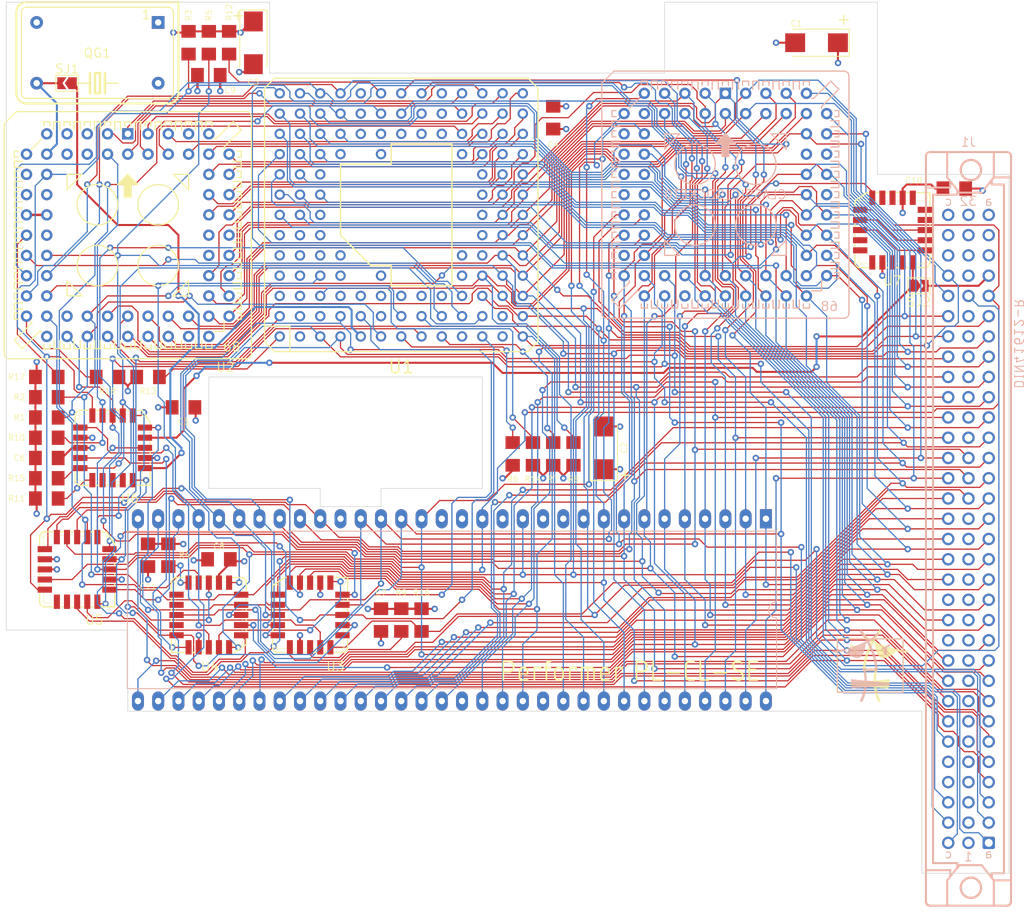
<source format=kicad_pcb>
(kicad_pcb (version 20240108) (generator "pcbnew") (generator_version "8.0")
  (layers (0 "F.Cu" signal) (1 "In1.Cu" signal) (2 "In2.Cu" signal) (31 "B.Cu" signal) (34 "B.Paste" user) (35 "F.Paste" user) (36 "B.SilkS" user "B.Silkscreen") (37 "F.SilkS" user "F.Silkscreen") (38 "B.Mask" user) (39 "F.Mask" user) (44 "Edge.Cuts" user))
  (net 0 "")
  (net 1 "VCC")
  (net 2 "GND")
  (net 3 "/FC0")
  (net 4 "/{slash}BR_00")
  (net 5 "/A5")
  (net 6 "/D31")
  (net 7 "/A7")
  (net 8 "/E")
  (net 9 "/{slash}VPA")
  (net 10 "/{slash}DTACK")
  (net 11 "/D19")
  (net 12 "/A21")
  (net 13 "/A23")
  (net 14 "/A17")
  (net 15 "/A8")
  (net 16 "/D26")
  (net 17 "/{slash}IPL1")
  (net 19 "/D16")
  (net 20 "/A4")
  (net 21 "/A14")
  (net 22 "/FC2")
  (net 23 "/A13")
  (net 24 "/A19")
  (net 25 "/A12")
  (net 26 "/D22")
  (net 27 "/{slash}LDS")
  (net 28 "/FC1")
  (net 29 "/A2")
  (net 30 "/A15")
  (net 31 "/A1")
  (net 32 "/{slash}RESET_00")
  (net 33 "/A6")
  (net 34 "/D20")
  (net 35 "/A16")
  (net 37 "/D28")
  (net 38 "/{slash}AS_00")
  (net 39 "/D21")
  (net 40 "/D29")
  (net 42 "/{slash}IPL2")
  (net 43 "/D23")
  (net 44 "/A10")
  (net 45 "/D27")
  (net 46 "/A18")
  (net 47 "/A3")
  (net 49 "/A9")
  (net 50 "/{slash}R{slash}W")
  (net 51 "/D25")
  (net 52 "/{slash}IPL0")
  (net 53 "/{slash}VMA")
  (net 54 "/{slash}UDS")
  (net 55 "/D30")
  (net 56 "/D17")
  (net 57 "/D18")
  (net 58 "/A11")
  (net 59 "/C8M.PDS")
  (net 60 "/A20")
  (net 61 "/D24")
  (net 62 "/A22")
  (net 67 "/FPUCLK")
  (net 68 "/{slash}DSACK0")
  (net 69 "/{slash}DSACK1")
  (net 70 "/{slash}RESET_30")
  (net 71 "/P2.A17")
  (net 72 "/{slash}AS_30")
  (net 73 "/{slash}STERM")
  (net 74 "/{slash}CBACK")
  (net 75 "/{slash}HALT_30")
  (net 76 "/P3.B10")
  (net 77 "/FPUSENSE")
  (net 78 "/CDIS")
  (net 79 "/{slash}MMUDIS")
  (net 80 "/{slash}BR_30")
  (net 81 "/{slash}BGACK_30")
  (net 82 "/{slash}BERR_30")
  (net 83 "/{slash}EXT.DTK")
  (net 84 "/FPUSIZE")
  (net 85 "/FPUA0")
  (net 86 "/CLK_30")
  (net 87 "/C16M")
  (net 88 "/C16M.PDS")
  (net 89 "/D15")
  (net 91 "/D1")
  (net 93 "/{slash}DS_30")
  (net 94 "/D9")
  (net 95 "/D14")
  (net 97 "/AVEC")
  (net 98 "/D8")
  (net 99 "/D0")
  (net 100 "/D2")
  (net 101 "/D6")
  (net 104 "/ECS")
  (net 108 "/D5")
  (net 110 "/A0")
  (net 112 "/SIZ0")
  (net 115 "/D11")
  (net 116 "/D12")
  (net 118 "/SIZ1")
  (net 119 "/D4")
  (net 120 "/D13")
  (net 121 "/{slash}CIIN")
  (net 122 "/D7")
  (net 127 "/D10")
  (net 128 "/D3")
  (net 129 "/{slash}FPUCS")
  (net 131 "/NOFC")
  (net 132 "/{slash}SCC.RW.DEC")
  (net 133 "/{slash}DTACK_SYS+EX")
  (net 136 "/N$7")
  (net 137 "/SM_CLK16")
  (net 138 "/N$1")
  (net 146 "Net-(U7-I5)")
  (net 147 "Net-(U7-I3)")
  (net 148 "Net-(U7-I4)")
  (footprint "project:Oscillator_DIP-14" (layer "F.Cu") (at 88.4098 35.1477 180)
    (property "Reference" "QG1")
    (property "Value" "QG5860")
  )
  (footprint "project:PLCC-20" (layer "F.Cu") (at 78.2473 103.7277 -90)
    (property "Reference" "U5")
    (property "Value" "ATF16V8BJ")
  )
  (footprint "project:C_1206_3216Metric_Pad1.60x1.80mm_HandSolder" (layer "F.Cu") (at 74.4398 89.7577)
    (property "Reference" "C6")
    (property "Value" "100nF")
  )
  (footprint "project:PLCC-68_THT-Socket" (layer "F.Cu") (at 84.5998 49.1177)
    (property "Reference" "U2")
    (property "Value" "MC68881FN-SOC")
  )
  (footprint "project:R_1206_3216Metric_Pad1.60x1.80mm_HandSolder" (layer "F.Cu") (at 74.4398 82.1377 180)
    (property "Reference" "R2")
    (property "Value" "4k7")
  )
  (footprint "project:R_1206_3216Metric_Pad1.60x1.80mm_HandSolder" (layer "F.Cu") (at 82.0598 79.5977)
    (property "Reference" "R18")
    (property "Value" "4k7")
  )
  (footprint "project:R_1206_3216Metric_Pad1.60x1.80mm_HandSolder" (layer "F.Cu") (at 74.4398 94.8377 180)
    (property "Reference" "R11")
    (property "Value" "4k7")
  )
  (footprint "project:PLCC-20" (layer "F.Cu") (at 94.7598 109.4427 180)
    (property "Reference" "U4")
    (property "Value" "ATF16V8BJ")
  )
  (footprint "project:CP_EIA-6032-15_Kemet-U_Pad2.25x2.35mm_HandSolder" (layer "F.Cu") (at 100.3478 37.7017 -90)
    (property "Reference" "C3")
    (property "Value" "22uF/10V")
  )
  (footprint "project:R_1206_3216Metric_Pad1.60x1.80mm_HandSolder" (layer "F.Cu") (at 135.3998 89.2497 -90)
    (property "Reference" "R14")
    (property "Value" "4k7")
  )
  (footprint "project:C_1206_3216Metric_Pad1.60x1.80mm_HandSolder" (layer "F.Cu") (at 87.1398 101.9497 -90)
    (property "Reference" "C11")
    (property "Value" "100nF")
  )
  (footprint "project:C_1206_3216Metric_Pad1.60x1.80mm_HandSolder" (layer "F.Cu") (at 96.0298 102.4577)
    (property "Reference" "C8")
    (property "Value" "100nF")
  )
  (footprint "project:R_1206_3216Metric_Pad1.60x1.80mm_HandSolder" (layer "F.Cu") (at 97.2998 37.6877 90)
    (property "Reference" "R12")
    (property "Value" "4k7")
  )
  (footprint "project:R_1206_3216Metric_Pad1.60x1.80mm_HandSolder" (layer "F.Cu") (at 137.9398 89.2497 -90)
    (property "Reference" "R7")
    (property "Value" "4k7")
  )
  (footprint "project:R_1206_3216Metric_Pad1.60x1.80mm_HandSolder" (layer "F.Cu") (at 94.7598 37.6877 90)
    (property "Reference" "R5")
    (property "Value" "4k7")
  )
  (footprint "Jumper:SolderJumper-2_P1.3mm_Open_TrianglePad1.0x1.5mm" (layer "F.Cu") (at 183.7868 68.1677)
    (property "Reference" "SJ2")
    (property "Value" "SJ")
  )
  (footprint "project:C_1206_3216Metric_Pad1.60x1.80mm_HandSolder" (layer "F.Cu") (at 91.5848 83.4077)
    (property "Reference" "C5")
    (property "Value" "100nF")
  )
  (footprint "project:R_1206_3216Metric_Pad1.60x1.80mm_HandSolder" (layer "F.Cu") (at 121.4298 110.0807 90)
    (property "Reference" "R16")
    (property "Value" "4k7")
  )
  (footprint "project:PLCC-20" (layer "F.Cu") (at 82.6948 88.4877 -90)
    (property "Reference" "U6")
    (property "Value" "ATF16V8BJ")
  )
  (footprint "project:R_1206_3216Metric_Pad1.60x1.80mm_HandSolder" (layer "F.Cu") (at 74.4398 84.6777 180)
    (property "Reference" "R1")
    (property "Value" "4k7")
  )
  (footprint "project:C_1206_3216Metric_Pad1.60x1.80mm_HandSolder" (layer "F.Cu") (at 94.7598 41.7517)
    (property "Reference" "C9")
    (property "Value" "100nF")
  )
  (footprint "project:C_1206_3216Metric_Pad1.60x1.80mm_HandSolder" (layer "F.Cu") (at 116.3498 110.0777 -90)
    (property "Reference" "C7")
    (property "Value" "100nF")
  )
  (footprint "Jumper:SolderJumper-2_P1.3mm_Open_TrianglePad1.0x1.5mm" (layer "F.Cu") (at 76.9798 42.7677 180)
    (property "Reference" "SJ1")
    (property "Value" "SJ")
  )
  (footprint "project:R_1206_3216Metric_Pad1.60x1.80mm_HandSolder" (layer "F.Cu") (at 74.4398 87.2177 180)
    (property "Reference" "R10")
    (property "Value" "4k7")
  )
  (footprint "project:R_1206_3216Metric_Pad1.60x1.80mm_HandSolder" (layer "F.Cu") (at 87.1398 79.5977 180)
    (property "Reference" "R13")
    (property "Value" "4k7")
  )
  (footprint "project:R_1206_3216Metric_Pad1.60x1.80mm_HandSolder" (layer "F.Cu") (at 140.4798 89.2497 -90)
    (property "Reference" "R8")
    (property "Value" "4k7")
  )
  (footprint "project:R_1206_3216Metric_Pad1.60x1.80mm_HandSolder" (layer "F.Cu") (at 118.8898 110.0777 90)
    (property "Reference" "R9")
    (property "Value" "4k7")
  )
  (footprint "project:CPGA-128_Layout13x13_MC68030" (layer "F.Cu") (at 118.8898 59.2777 90)
    (property "Reference" "U1")
    (property "Value" "MC68030RC")
  )
  (footprint "project:PLCC-20" (layer "F.Cu") (at 180.4848 61.1827)
    (property "Reference" "U7")
    (property "Value" "ATF16V8BJ")
  )
  (footprint "project:R_1206_3216Metric_Pad1.60x1.80mm_HandSolder" (layer "F.Cu") (at 89.6798 101.9497 90)
    (property "Reference" "R4")
    (property "Value" "4k7")
  )
  (footprint "project:CP_EIA-6032-15_Kemet-U_Pad2.25x2.35mm_HandSolder" (layer "F.Cu") (at 144.2898 88.4877 90)
    (property "Reference" "C2")
    (property "Value" "22uF/10V")
  )
  (footprint "project:R_1206_3216Metric_Pad1.60x1.80mm_HandSolder" (layer "F.Cu") (at 74.4398 79.5977 180)
    (property "Reference" "R17")
    (property "Value" "4k7")
  )
  (footprint "project:C_1206_3216Metric_Pad1.60x1.80mm_HandSolder" (layer "F.Cu") (at 137.9398 47.0857 90)
    (property "Reference" "C4")
    (property "Value" "100nF")
  )
  (footprint "project:R_1206_3216Metric_Pad1.60x1.80mm_HandSolder" (layer "F.Cu") (at 132.8598 89.2497 -90)
    (property "Reference" "R6")
    (property "Value" "4k7")
  )
  (footprint "project:PLCC-20" (layer "F.Cu") (at 107.4598 109.4427)
    (property "Reference" "U3")
    (property "Value" "ATF16V8BJ")
  )
  (footprint "project:CP_EIA-6032-15_Kemet-U_Pad2.25x2.35mm_HandSolder" (layer "F.Cu") (at 170.9598 37.6877 180)
    (property "Reference" "C1")
    (property "Value" "22uF/10V")
  )
  (footprint "project:C_1206_3216Metric_Pad1.60x1.80mm_HandSolder" (layer "F.Cu") (at 188.2318 55.9757)
    (property "Reference" "C10")
    (property "Value" "100nF")
  )
  (footprint "project:R_1206_3216Metric_Pad1.60x1.80mm_HandSolder" (layer "F.Cu") (at 74.4398 92.2977 180)
    (property "Reference" "R15")
    (property "Value" "4k7")
  )
  (footprint "project:R_1206_3216Metric_Pad1.60x1.80mm_HandSolder" (layer "F.Cu") (at 92.2198 37.6877 90)
    (property "Reference" "R3")
    (property "Value" "4k7")
  )
  (footprint "project:PLCC-68_THT-Socket_Mirror" (layer "B.Cu") (at 159.5298 44.0377 180)
    (property "Reference" "CLASSIC_SOCKET0")
    (property "Value" "MC68000FN-SOC")
  )
  (footprint "project:DIP-64_W22.86mm_LongPads_Mirror" (layer "B.Cu") (at 164.6098 97.3777 90)
    (property "Reference" "IC1" (hide yes))
    (property "Value" "MC68000P")
  )
  (footprint "project:DIN41612_R_3x32_Male_Vertical_THT_Mirror_NoMountingHoles" (layer "B.Cu") (at 192.5498 59.2777 180)
    (property "Reference" "J1")
    (property "Value" "MAC_SE_PDS")
  )
  (gr_line (start 196.9158 75.0488) (end 196.919 75.0352) (stroke (width 0.127)) (layer "B.SilkS"))
  (gr_line (start 196.9244 75.0077) (end 196.9265 74.9939) (stroke (width 0.127)) (layer "B.SilkS"))
  (gr_poly (pts (xy 177.2082 118.5613) (xy 176.9034 118.5613) (xy 176.9034 118.6121) (xy 177.2082 118.6121)) (fill solid) (layer "B.SilkS"))
  (gr_line (start 196.7429 70.0537) (end 196.7327 70.0494) (stroke (width 0.127)) (layer "B.SilkS"))
  (gr_line (start 196.9244 80.4207) (end 196.9219 80.4099) (stroke (width 0.127)) (layer "B.SilkS"))
  (gr_line (start 195.8365 74.9464) (end 195.8308 74.9558) (stroke (width 0.127)) (layer "B.SilkS"))
  (gr_line (start 195.9567 75.3949) (end 195.9666 75.4) (stroke (width 0.127)) (layer "B.SilkS"))
  (gr_line (start 196.0726 80.1709) (end 196.0616 80.1723) (stroke (width 0.127)) (layer "B.SilkS"))
  (gr_poly (pts (xy 181.8818 114.6497) (xy 181.7294 114.6497) (xy 181.7294 114.7005) (xy 181.8818 114.7005)) (fill solid) (layer "B.SilkS"))
  (gr_line (start 196.1693 74.7971) (end 196.1058 74.7971) (stroke (width 0.127)) (layer "B.SilkS"))
  (gr_line (start 196.7224 80.1883) (end 196.7119 80.1847) (stroke (width 0.127)) (layer "B.SilkS"))
  (gr_line (start 195.79 80.4535) (end 195.7891 80.4646) (stroke (width 0.127)) (layer "B.SilkS"))
  (gr_poly (pts (xy 178.3766 114.8021) (xy 178.0718 114.8021) (xy 178.0718 114.8529) (xy 178.3766 114.8529)) (fill solid) (layer "B.SilkS"))
  (gr_poly (pts (xy 181.8818 118.2565) (xy 181.7294 118.2565) (xy 181.7294 118.3073) (xy 181.8818 118.3073)) (fill solid) (layer "B.SilkS"))
  (gr_poly (pts (xy 176.7002 114.4465) (xy 175.0238 114.4465) (xy 175.0238 114.4973) (xy 176.7002 114.4973)) (fill solid) (layer "B.SilkS"))
  (gr_line (start 195.8038 80.3886) (end 195.8006 80.3992) (stroke (width 0.127)) (layer "B.SilkS"))
  (gr_poly (pts (xy 181.8818 115.3101) (xy 181.7294 115.3101) (xy 181.7294 115.3609) (xy 181.8818 115.3609)) (fill solid) (layer "B.SilkS"))
  (gr_poly (pts (xy 176.7002 120.2885) (xy 176.5478 120.2885) (xy 176.5478 120.3393) (xy 176.7002 120.3393)) (fill solid) (layer "B.SilkS"))
  (gr_poly (pts (xy 179.799 114.3957) (xy 179.3926 114.3957) (xy 179.3926 114.4465) (xy 179.799 114.4465)) (fill solid) (layer "B.SilkS"))
  (gr_line (start 196.8645 73.0079) (end 196.8576 73.0175) (stroke (width 0.127)) (layer "B.SilkS"))
  (gr_line (start 195.9869 74.8202) (end 195.9767 74.8245) (stroke (width 0.127)) (layer "B.SilkS"))
  (gr_poly (pts (xy 181.8818 116.3769) (xy 181.7294 116.3769) (xy 181.7294 116.4277) (xy 181.8818 116.4277)) (fill solid) (layer "B.SilkS"))
  (gr_poly (pts (xy 173.6522 116.4785) (xy 173.4998 116.4785) (xy 173.4998 116.5293) (xy 173.6522 116.5293)) (fill solid) (layer "B.SilkS"))
  (gr_poly (pts (xy 177.2082 118.6121) (xy 176.9034 118.6121) (xy 176.9034 118.6629) (xy 177.2082 118.6629)) (fill solid) (layer "B.SilkS"))
  (gr_poly (pts (xy 173.6522 112.6177) (xy 173.4998 112.6177) (xy 173.4998 112.6685) (xy 173.6522 112.6685)) (fill solid) (layer "B.SilkS"))
  (gr_poly (pts (xy 176.5478 114.5989) (xy 175.2778 114.5989) (xy 175.2778 114.6497) (xy 176.5478 114.6497)) (fill solid) (layer "B.SilkS"))
  (gr_poly (pts (xy 173.6522 116.1229) (xy 173.4998 116.1229) (xy 173.4998 116.1737) (xy 173.6522 116.1737)) (fill solid) (layer "B.SilkS"))
  (gr_line (start 196.9313 79.4072) (end 196.9313 79.6612) (stroke (width 0.127)) (layer "B.SilkS"))
  (gr_poly (pts (xy 177.2082 112.9733) (xy 176.6494 112.9733) (xy 176.6494 113.0241) (xy 177.2082 113.0241)) (fill solid) (layer "B.SilkS"))
  (gr_poly (pts (xy 173.6522 117.1897) (xy 173.4998 117.1897) (xy 173.4998 117.2405) (xy 173.6522 117.2405)) (fill solid) (layer "B.SilkS"))
  (gr_line (start 196.0423 77.7181) (end 196.0423 77.0831) (stroke (width 0.127)) (layer "B.SilkS"))
  (gr_poly (pts (xy 173.6522 118.9169) (xy 173.4998 118.9169) (xy 173.4998 118.9677) (xy 173.6522 118.9677)) (fill solid) (layer "B.SilkS"))
  (gr_line (start 195.8204 74.9754) (end 195.8157 74.9855) (stroke (width 0.127)) (layer "B.SilkS"))
  (gr_poly (pts (xy 173.6522 115.8689) (xy 173.4998 115.8689) (xy 173.4998 115.9197) (xy 173.6522 115.9197)) (fill solid) (layer "B.SilkS"))
  (gr_poly (pts (xy 178.529 115.2593) (xy 178.1734 115.2593) (xy 178.1734 115.3101) (xy 178.529 115.3101)) (fill solid) (layer "B.SilkS"))
  (gr_poly (pts (xy 181.8818 119.1201) (xy 173.4998 119.1201) (xy 173.4998 119.1709) (xy 181.8818 119.1709)) (fill solid) (layer "B.SilkS"))
  (gr_line (start 196.5198 72.5381) (end 196.5297 72.5338) (stroke (width 0.127)) (layer "B.SilkS"))
  (gr_line (start 196.8941 80.3376) (end 196.8888 80.3279) (stroke (width 0.127)) (layer "B.SilkS"))
  (gr_line (start 196.8585 72.6061) (end 196.8513 72.5984) (stroke (width 0.127)) (layer "B.SilkS"))
  (gr_poly (pts (xy 173.6522 118.6629) (xy 173.4998 118.6629) (xy 173.4998 118.7137) (xy 173.6522 118.7137)) (fill solid) (layer "B.SilkS"))
  (gr_poly (pts (xy 178.4782 118.3581) (xy 175.3286 118.3581) (xy 175.3286 118.4089) (xy 178.4782 118.4089)) (fill solid) (layer "B.SilkS"))
  (gr_line (start 196.9297 72.7655) (end 196.9284 72.7552) (stroke (width 0.127)) (layer "B.SilkS"))
  (gr_line (start 195.7891 75.1367) (end 195.79 75.1478) (stroke (width 0.127)) (layer "B.SilkS"))
  (gr_poly (pts (xy 181.8818 116.5293) (xy 181.7294 116.5293) (xy 181.7294 116.5801) (xy 181.8818 116.5801)) (fill solid) (layer "B.SilkS"))
  (gr_line (start 196.8422 70.1232) (end 196.8344 70.1154) (stroke (width 0.127)) (layer "B.SilkS"))
  (gr_line (start 196.7011 75.3494) (end 196.7128 75.3416) (stroke (width 0.127)) (layer "B.SilkS"))
  (gr_poly (pts (xy 173.6522 115.9197) (xy 173.4998 115.9197) (xy 173.4998 115.9705) (xy 173.6522 115.9705)) (fill solid) (layer "B.SilkS"))
  (gr_poly (pts (xy 177.0558 113.5829) (xy 174.9222 113.5829) (xy 174.9222 113.6337) (xy 177.0558 113.6337)) (fill solid) (layer "B.SilkS"))
  (gr_line (start 196.9311 70.3327) (end 196.9305 70.3217) (stroke (width 0.127)) (layer "B.SilkS"))
  (gr_poly (pts (xy 178.6306 116.3769) (xy 176.8018 116.3769) (xy 176.8018 116.4277) (xy 178.6306 116.4277)) (fill solid) (layer "B.SilkS"))
  (gr_line (start 196.6689 80.174) (end 196.658 80.1723) (stroke (width 0.127)) (layer "B.SilkS"))
  (gr_poly (pts (xy 173.6522 115.5133) (xy 173.4998 115.5133) (xy 173.4998 115.5641) (xy 173.6522 115.5641)) (fill solid) (layer "B.SilkS"))
  (gr_poly (pts (xy 177.1066 113.0241) (xy 176.5478 113.0241) (xy 176.5478 113.0749) (xy 177.1066 113.0749)) (fill solid) (layer "B.SilkS"))
  (gr_poly (pts (xy 180.0022 117.9009) (xy 175.2778 117.9009) (xy 175.2778 117.9517) (xy 180.0022 117.9517)) (fill solid) (layer "B.SilkS"))
  (gr_line (start 196.8653 72.614) (end 196.8585 72.6061) (stroke (width 0.127)) (layer "B.SilkS"))
  (gr_line (start 196.6872 72.514) (end 196.6769 72.5127) (stroke (width 0.127)) (layer "B.SilkS"))
  (gr_poly (pts (xy 181.8818 115.7165) (xy 181.7294 115.7165) (xy 181.7294 115.7673) (xy 181.8818 115.7673)) (fill solid) (layer "B.SilkS"))
  (gr_poly (pts (xy 181.8818 114.1417) (xy 181.7294 114.1417) (xy 181.7294 114.1925) (xy 181.8818 114.1925)) (fill solid) (layer "B.SilkS"))
  (gr_poly (pts (xy 177.7162 113.0749) (xy 177.3606 113.0749) (xy 177.3606 113.1257) (xy 177.7162 113.1257)) (fill solid) (layer "B.SilkS"))
  (gr_line (start 196.9311 74.9381) (end 196.9313 74.9241) (stroke (width 0.127)) (layer "B.SilkS"))
  (gr_line (start 195.7914 75.1588) (end 195.7931 75.1697) (stroke (width 0.127)) (layer "B.SilkS"))
  (gr_line (start 195.79 75.1478) (end 195.7914 75.1588) (stroke (width 0.127)) (layer "B.SilkS"))
  (gr_line (start 195.8426 74.9371) (end 195.8365 74.9464) (stroke (width 0.127)) (layer "B.SilkS"))
  (gr_line (start 196.7353 75.325) (end 196.7462 75.3162) (stroke (width 0.127)) (layer "B.SilkS"))
  (gr_line (start 196.4225 75.0312) (end 196.4215 75.0212) (stroke (width 0.127)) (layer "B.SilkS"))
  (gr_poly (pts (xy 177.259 117.4945) (xy 176.9542 117.4945) (xy 176.9542 117.5453) (xy 177.259 117.5453)) (fill solid) (layer "B.SilkS"))
  (gr_line (start 195.8255 74.9655) (end 195.8204 74.9754) (stroke (width 0.127)) (layer "B.SilkS"))
  (gr_line (start 196.4949 70.0494) (end 196.4847 70.0537) (stroke (width 0.127)) (layer "B.SilkS"))
  (gr_poly (pts (xy 173.6522 112.5161) (xy 173.4998 112.5161) (xy 173.4998 112.5669) (xy 173.6522 112.5669)) (fill solid) (layer "B.SilkS"))
  (gr_poly (pts (xy 181.8818 116.1229) (xy 181.7294 116.1229) (xy 181.7294 116.1737) (xy 181.8818 116.1737)) (fill solid) (layer "B.SilkS"))
  (gr_line (start 196.7119 70.0418) (end 196.7013 70.0386) (stroke (width 0.127)) (layer "B.SilkS"))
  (gr_line (start 196.0183 74.8094) (end 196.0077 74.8126) (stroke (width 0.127)) (layer "B.SilkS"))
  (gr_line (start 196.9296 72.8323) (end 196.9283 72.844) (stroke (width 0.127)) (layer "B.SilkS"))
  (gr_line (start 196.3186 74.8456) (end 196.3104 74.8399) (stroke (width 0.127)) (layer "B.SilkS"))
  (gr_line (start 195.7914 75.0704) (end 195.79 75.0814) (stroke (width 0.127)) (layer "B.SilkS"))
  (gr_poly (pts (xy 178.6306 116.0721) (xy 178.275 116.0721) (xy 178.275 116.1229) (xy 178.6306 116.1229)) (fill solid) (layer "B.SilkS"))
  (gr_line (start 196.5615 75.4129) (end 196.5749 75.4089) (stroke (width 0.127)) (layer "B.SilkS"))
  (gr_poly (pts (xy 181.8818 113.9893) (xy 181.7294 113.9893) (xy 181.7294 114.0401) (xy 181.8818 114.0401)) (fill solid) (layer "B.SilkS"))
  (gr_line (start 196.2189 74.802) (end 196.209 74.8002) (stroke (width 0.127)) (layer "B.SilkS"))
  (gr_poly (pts (xy 181.8818 115.5133) (xy 181.7294 115.5133) (xy 181.7294 115.5641) (xy 181.8818 115.5641)) (fill solid) (layer "B.SilkS"))
  (gr_poly (pts (xy 173.6522 114.2433) (xy 173.4998 114.2433) (xy 173.4998 114.2941) (xy 173.6522 114.2941)) (fill solid) (layer "B.SilkS"))
  (gr_line (start 196.6138 70.0263) (end 196.6027 70.0265) (stroke (width 0.127)) (layer "B.SilkS"))
  (gr_poly (pts (xy 181.8818 113.6845) (xy 181.7294 113.6845) (xy 181.7294 113.7353) (xy 181.8818 113.7353)) (fill solid) (layer "B.SilkS"))
  (gr_line (start 195.7883 76.5751) (end 195.7883 75.9401) (stroke (width 0.127)) (layer "B.SilkS"))
  (gr_line (start 196.4909 72.5529) (end 196.5004 72.5476) (stroke (width 0.127)) (layer "B.SilkS"))
  (gr_poly (pts (xy 178.5798 115.8181) (xy 178.275 115.8181) (xy 178.275 115.8689) (xy 178.5798 115.8689)) (fill solid) (layer "B.SilkS"))
  (gr_poly (pts (xy 173.6522 118.3581) (xy 173.4998 118.3581) (xy 173.4998 118.4089) (xy 173.6522 118.4089)) (fill solid) (layer "B.SilkS"))
  (gr_poly (pts (xy 181.8818 112.3637) (xy 173.4998 112.3637) (xy 173.4998 112.4145) (xy 181.8818 112.4145)) (fill solid) (layer "B.SilkS"))
  (gr_poly (pts (xy 181.8818 113.3289) (xy 181.7294 113.3289) (xy 181.7294 113.3797) (xy 181.8818 113.3797)) (fill solid) (layer "B.SilkS"))
  (gr_poly (pts (xy 181.8818 112.6177) (xy 181.7294 112.6177) (xy 181.7294 112.6685) (xy 181.8818 112.6685)) (fill solid) (layer "B.SilkS"))
  (gr_line (start 196.5812 72.5179) (end 196.5919 72.5158) (stroke (width 0.127)) (layer "B.SilkS"))
  (gr_line (start 196.2478 74.8095) (end 196.2382 74.8066) (stroke (width 0.127)) (layer "B.SilkS"))
  (gr_poly (pts (xy 181.8818 118.3581) (xy 181.7294 118.3581) (xy 181.7294 118.4089) (xy 181.8818 118.4089)) (fill solid) (layer "B.SilkS"))
  (gr_line (start 195.9283 80.2235) (end 195.9192 80.2298) (stroke (width 0.127)) (layer "B.SilkS"))
  (gr_line (start 196.8718 72.6221) (end 196.8653 72.614) (stroke (width 0.127)) (layer "B.SilkS"))
  (gr_line (start 196.9313 80.8042) (end 196.9313 80.4867) (stroke (width 0.127)) (layer "B.SilkS"))
  (gr_line (start 196.2665 74.8164) (end 196.2572 74.8128) (stroke (width 0.127)) (layer "B.SilkS"))
  (gr_line (start 196.9311 80.4756) (end 196.9305 80.4646) (stroke (width 0.127)) (layer "B.SilkS"))
  (gr_line (start 195.9767 74.8245) (end 195.9666 74.8292) (stroke (width 0.127)) (layer "B.SilkS"))
  (gr_poly (pts (xy 177.767 113.1257) (xy 177.4114 113.1257) (xy 177.4114 113.1765) (xy 177.767 113.1765)) (fill solid) (layer "B.SilkS"))
  (gr_line (start 196.2971 70.3217) (end 196.2965 70.3327) (stroke (width 0.127)) (layer "B.SilkS"))
  (gr_poly (pts (xy 173.6522 116.9357) (xy 173.4998 116.9357) (xy 173.4998 116.9865) (xy 173.6522 116.9865)) (fill solid) (layer "B.SilkS"))
  (gr_line (start 195.7883 80.4867) (end 195.7883 80.8042) (stroke (width 0.127)) (layer "B.SilkS"))
  (gr_poly (pts (xy 173.6522 116.3769) (xy 173.4998 116.3769) (xy 173.4998 116.4277) (xy 173.6522 116.4277)) (fill solid) (layer "B.SilkS"))
  (gr_line (start 196.5696 70.0294) (end 196.5587 70.0311) (stroke (width 0.127)) (layer "B.SilkS"))
  (gr_line (start 196.4388 72.5912) (end 196.4469 72.5841) (stroke (width 0.127)) (layer "B.SilkS"))
  (gr_line (start 195.9767 75.4047) (end 195.9869 75.409) (stroke (width 0.127)) (layer "B.SilkS"))
  (gr_poly (pts (xy 173.6522 113.1257) (xy 173.4998 113.1257) (xy 173.4998 113.1765) (xy 173.6522 113.1765)) (fill solid) (layer "B.SilkS"))
  (gr_poly (pts (xy 173.6522 114.1925) (xy 173.4998 114.1925) (xy 173.4998 114.2433) (xy 173.6522 114.2433)) (fill solid) (layer "B.SilkS"))
  (gr_line (start 196.4233 72.6063) (end 195.7883 73.1461) (stroke (width 0.127)) (layer "B.SilkS"))
  (gr_line (start 195.7883 74.2891) (end 195.7883 73.6541) (stroke (width 0.127)) (layer "B.SilkS"))
  (gr_poly (pts (xy 173.6522 117.0881) (xy 173.4998 117.0881) (xy 173.4998 117.1389) (xy 173.6522 117.1389)) (fill solid) (layer "B.SilkS"))
  (gr_line (start 196.7725 73.0991) (end 196.7627 73.1056) (stroke (width 0.127)) (layer "B.SilkS"))
  (gr_poly (pts (xy 179.799 113.8369) (xy 179.3926 113.8369) (xy 179.3926 113.8877) (xy 179.799 113.8877)) (fill solid) (layer "B.SilkS"))
  (gr_line (start 195.7885 75.1257) (end 195.7891 75.1367) (stroke (width 0.127)) (layer "B.SilkS"))
  (gr_poly (pts (xy 178.275 112.3129) (xy 177.8686 112.3129) (xy 177.8686 112.3637) (xy 178.275 112.3637)) (fill solid) (layer "B.SilkS"))
  (gr_line (start 196.3854 70.1232) (end 196.3779 70.1314) (stroke (width 0.127)) (layer "B.SilkS"))
  (gr_poly (pts (xy 173.6522 114.5481) (xy 173.4998 114.5481) (xy 173.4998 114.5989) (xy 173.6522 114.5989)) (fill solid) (layer "B.SilkS"))
  (gr_poly (pts (xy 173.6522 118.9677) (xy 173.4998 118.9677) (xy 173.4998 119.0185) (xy 173.6522 119.0185)) (fill solid) (layer "B.SilkS"))
  (gr_line (start 195.8626 75.3187) (end 195.8699 75.327) (stroke (width 0.127)) (layer "B.SilkS"))
  (gr_poly (pts (xy 178.4782 115.1577) (xy 178.1734 115.1577) (xy 178.1734 115.2085) (xy 178.4782 115.2085)) (fill solid) (layer "B.SilkS"))
  (gr_poly (pts (xy 181.8818 112.9733) (xy 181.7294 112.9733) (xy 181.7294 113.0241) (xy 181.8818 113.0241)) (fill solid) (layer "B.SilkS"))
  (gr_poly (pts (xy 176.6494 114.4973) (xy 175.1254 114.4973) (xy 175.1254 114.5481) (xy 176.6494 114.5481)) (fill solid) (layer "B.SilkS"))
  (gr_line (start 196.3104 74.8399) (end 196.302 74.8345) (stroke (width 0.127)) (layer "B.SilkS"))
  (gr_line (start 196.6773 76.5751) (end 196.9313 76.2576) (stroke (width 0.127)) (layer "B.SilkS"))
  (gr_line (start 195.7885 80.4756) (end 195.7883 80.4867) (stroke (width 0.127)) (layer "B.SilkS"))
  (gr_poly (pts (xy 173.6522 117.6469) (xy 173.4998 117.6469) (xy 173.4998 117.6977) (xy 173.6522 117.6977)) (fill solid) (layer "B.SilkS"))
  (gr_line (start 196.8831 70.1756) (end 196.877 70.1663) (stroke (width 0.127)) (layer "B.SilkS"))
  (gr_poly (pts (xy 173.6522 113.5829) (xy 173.4998 113.5829) (xy 173.4998 113.6337) (xy 173.6522 113.6337)) (fill solid) (layer "B.SilkS"))
  (gr_poly (pts (xy 176.4462 114.7005) (xy 175.5318 114.7005) (xy 175.5318 114.7513) (xy 176.4462 114.7513)) (fill solid) (layer "B.SilkS"))
  (gr_poly (pts (xy 181.8818 118.5105) (xy 181.7294 118.5105) (xy 181.7294 118.5613) (xy 181.8818 118.5613)) (fill solid) (layer "B.SilkS"))
  (gr_line (start 196.3194 70.2249) (end 196.3154 70.2352) (stroke (width 0.127)) (layer "B.SilkS"))
  (gr_line (start 196.6359 70.0271) (end 196.6249 70.0265) (stroke (width 0.127)) (layer "B.SilkS"))
  (gr_poly (pts (xy 181.8818 116.8341) (xy 181.7294 116.8341) (xy 181.7294 116.8849) (xy 181.8818 116.8849)) (fill solid) (layer "B.SilkS"))
  (gr_line (start 196.3956 74.9358) (end 196.3909 74.927) (stroke (width 0.127)) (layer "B.SilkS"))
  (gr_line (start 195.9103 80.2365) (end 195.9017 80.2435) (stroke (width 0.127)) (layer "B.SilkS"))
  (gr_line (start 196.8513 72.5984) (end 196.844 72.5911) (stroke (width 0.127)) (layer "B.SilkS"))
  (gr_line (start 196.656 72.5112) (end 196.6456 72.511) (stroke (width 0.127)) (layer "B.SilkS"))
  (gr_line (start 196.3779 70.1314) (end 196.3706 70.1397) (stroke (width 0.127)) (layer "B.SilkS"))
  (gr_line (start 196.9122 80.3781) (end 196.9082 80.3678) (stroke (width 0.127)) (layer "B.SilkS"))
  (gr_line (start 196.8712 72.9981) (end 196.8645 73.0079) (stroke (width 0.127)) (layer "B.SilkS"))
  (gr_line (start 196.9192 72.8905) (end 196.9159 72.9018) (stroke (width 0.127)) (layer "B.SilkS"))
  (gr_line (start 196.7379 72.5263) (end 196.7279 72.5231) (stroke (width 0.127)) (layer "B.SilkS"))
  (gr_poly (pts (xy 177.005 113.7861) (xy 173.957 113.7861) (xy 173.957 113.8369) (xy 177.005 113.8369)) (fill solid) (layer "B.SilkS"))
  (gr_line (start 195.9017 74.8714) (end 195.8934 74.8787) (stroke (width 0.127)) (layer "B.SilkS"))
  (gr_line (start 196.7674 75.2978) (end 196.7775 75.2882) (stroke (width 0.127)) (layer "B.SilkS"))
  (gr_poly (pts (xy 173.6522 118.0025) (xy 173.4998 118.0025) (xy 173.4998 118.0533) (xy 173.6522 118.0533)) (fill solid) (layer "B.SilkS"))
  (gr_poly (pts (xy 179.799 114.1417) (xy 179.3926 114.1417) (xy 179.3926 114.1925) (xy 179.799 114.1925)) (fill solid) (layer "B.SilkS"))
  (gr_poly (pts (xy 178.275 114.3449) (xy 177.9194 114.3449) (xy 177.9194 114.3957) (xy 178.275 114.3957)) (fill solid) (layer "B.SilkS"))
  (gr_poly (pts (xy 176.751 120.2377) (xy 176.4462 120.2377) (xy 176.4462 120.2885) (xy 176.751 120.2885)) (fill solid) (layer "B.SilkS"))
  (gr_line (start 196.404 74.9539) (end 196.4 74.9448) (stroke (width 0.127)) (layer "B.SilkS"))
  (gr_line (start 196.6773 74.2891) (end 196.9313 73.9716) (stroke (width 0.127)) (layer "B.SilkS"))
  (gr_poly (pts (xy 176.9542 119.7805) (xy 176.5478 119.7805) (xy 176.5478 119.8313) (xy 176.9542 119.8313)) (fill solid) (layer "B.SilkS"))
  (gr_line (start 195.8489 80.3001) (end 195.8426 80.3092) (stroke (width 0.127)) (layer "B.SilkS"))
  (gr_poly (pts (xy 178.0718 113.8369) (xy 177.7162 113.8369) (xy 177.7162 113.8877) (xy 178.0718 113.8877)) (fill solid) (layer "B.SilkS"))
  (gr_poly (pts (xy 181.8818 115.9197) (xy 181.7294 115.9197) (xy 181.7294 115.9705) (xy 181.8818 115.9705)) (fill solid) (layer "B.SilkS"))
  (gr_line (start 196.8349 73.0448) (end 196.8267 73.0534) (stroke (width 0.127)) (layer "B.SilkS"))
  (gr_line (start 195.8774 74.894) (end 195.8699 74.9022) (stroke (width 0.127)) (layer "B.SilkS"))
  (gr_line (start 196.8179 70.1006) (end 196.8093 70.0936) (stroke (width 0.127)) (layer "B.SilkS"))
  (gr_poly (pts (xy 173.6522 117.4437) (xy 173.4998 117.4437) (xy 173.4998 117.4945) (xy 173.6522 117.4945)) (fill solid) (layer "B.SilkS"))
  (gr_poly (pts (xy 177.259 117.3929) (xy 176.9542 117.3929) (xy 176.9542 117.4437) (xy 177.259 117.4437)) (fill solid) (layer "B.SilkS"))
  (gr_poly (pts (xy 177.259 117.1897) (xy 176.9542 117.1897) (xy 176.9542 117.2405) (xy 177.259 117.2405)) (fill solid) (layer "B.SilkS"))
  (gr_poly (pts (xy 173.6522 119.0185) (xy 173.4998 119.0185) (xy 173.4998 119.0693) (xy 173.6522 119.0693)) (fill solid) (layer "B.SilkS"))
  (gr_poly (pts (xy 175.989 117.5453) (xy 175.2778 117.5453) (xy 175.2778 117.5961) (xy 175.989 117.5961)) (fill solid) (layer "B.SilkS"))
  (gr_line (start 196.6665 72.5118) (end 196.656 72.5112) (stroke (width 0.127)) (layer "B.SilkS"))
  (gr_line (start 196.3624 74.8861) (end 196.3558 74.8787) (stroke (width 0.127)) (layer "B.SilkS"))
  (gr_line (start 196.3086 70.2563) (end 196.3057 70.267) (stroke (width 0.127)) (layer "B.SilkS"))
  (gr_poly (pts (xy 177.2082 116.7325) (xy 176.9034 116.7325) (xy 176.9034 116.7833) (xy 177.2082 116.7833)) (fill solid) (layer "B.SilkS"))
  (gr_poly (pts (xy 181.8818 118.6629) (xy 181.7294 118.6629) (xy 181.7294 118.7137) (xy 181.8818 118.7137)) (fill solid) (layer "B.SilkS"))
  (gr_line (start 195.79 75.0814) (end 195.7891 75.0925) (stroke (width 0.127)) (layer "B.SilkS"))
  (gr_poly (pts (xy 173.6522 116.2245) (xy 173.4998 116.2245) (xy 173.4998 116.2753) (xy 173.6522 116.2753)) (fill solid) (layer "B.SilkS"))
  (gr_poly (pts (xy 177.7162 112.7193) (xy 177.1574 112.7193) (xy 177.1574 112.7701) (xy 177.7162 112.7701)) (fill solid) (layer "B.SilkS"))
  (gr_poly (pts (xy 173.6522 116.7325) (xy 173.4998 116.7325) (xy 173.4998 116.7833) (xy 173.6522 116.7833)) (fill solid) (layer "B.SilkS"))
  (gr_line (start 196.7119 80.1847) (end 196.7013 80.1815) (stroke (width 0.127)) (layer "B.SilkS"))
  (gr_line (start 196.0726 75.4304) (end 196.0837 75.4313) (stroke (width 0.127)) (layer "B.SilkS"))
  (gr_line (start 196.8707 80.3001) (end 196.864 80.2912) (stroke (width 0.127)) (layer "B.SilkS"))
  (gr_poly (pts (xy 177.259 117.0881) (xy 176.9034 117.0881) (xy 176.9034 117.1389) (xy 177.259 117.1389)) (fill solid) (layer "B.SilkS"))
  (gr_poly (pts (xy 177.1066 113.0749) (xy 176.3954 113.0749) (xy 176.3954 113.1257) (xy 177.1066 113.1257)) (fill solid) (layer "B.SilkS"))
  (gr_poly (pts (xy 178.4782 115.1069) (xy 178.1226 115.1069) (xy 178.1226 115.1577) (xy 178.4782 115.1577)) (fill solid) (layer "B.SilkS"))
  (gr_poly (pts (xy 177.1574 112.0589) (xy 176.751 112.0589) (xy 176.751 112.1097) (xy 177.1574 112.1097)) (fill solid) (layer "B.SilkS"))
  (gr_poly (pts (xy 177.259 117.4437) (xy 176.9542 117.4437) (xy 176.9542 117.4945) (xy 177.259 117.4945)) (fill solid) (layer "B.SilkS"))
  (gr_line (start 196.3748 74.9018) (end 196.3688 74.8939) (stroke (width 0.127)) (layer "B.SilkS"))
  (gr_line (start 196.9039 70.2147) (end 196.8992 70.2046) (stroke (width 0.127)) (layer "B.SilkS"))
  (gr_poly (pts (xy 181.8818 118.6121) (xy 181.7294 118.6121) (xy 181.7294 118.6629) (xy 181.8818 118.6629)) (fill solid) (layer "B.SilkS"))
  (gr_poly (pts (xy 181.8818 117.1389) (xy 181.7294 117.1389) (xy 181.7294 117.1897) (xy 181.8818 117.1897)) (fill solid) (layer "B.SilkS"))
  (gr_line (start 196.3688 74.8939) (end 196.3624 74.8861) (stroke (width 0.127)) (layer "B.SilkS"))
  (gr_line (start 196.8486 75.2019) (end 196.8561 75.1901) (stroke (width 0.127)) (layer "B.SilkS"))
  (gr_line (start 196.9158 80.3886) (end 196.9122 80.3781) (stroke (width 0.127)) (layer "B.SilkS"))
  (gr_poly (pts (xy 173.6522 114.9545) (xy 173.4998 114.9545) (xy 173.4998 115.0053) (xy 173.6522 115.0053)) (fill solid) (layer "B.SilkS"))
  (gr_poly (pts (xy 178.4782 115.2085) (xy 178.1734 115.2085) (xy 178.1734 115.2593) (xy 178.4782 115.2593)) (fill solid) (layer "B.SilkS"))
  (gr_line (start 196.298 70.3106) (end 196.2971 70.3217) (stroke (width 0.127)) (layer "B.SilkS"))
  (gr_poly (pts (xy 177.1574 116.6309) (xy 176.8526 116.6309) (xy 176.8526 116.6817) (xy 177.1574 116.6817)) (fill solid) (layer "B.SilkS"))
  (gr_line (start 196.4817 72.5585) (end 196.4909 72.5529) (stroke (width 0.127)) (layer "B.SilkS"))
  (gr_poly (pts (xy 180.2054 118.1041) (xy 175.3286 118.1041) (xy 175.3286 118.1549) (xy 180.2054 118.1549)) (fill solid) (layer "B.SilkS"))
  (gr_line (start 196.3445 70.1756) (end 196.3388 70.185) (stroke (width 0.127)) (layer "B.SilkS"))
  (gr_poly (pts (xy 173.6522 112.6685) (xy 173.4998 112.6685) (xy 173.4998 112.7193) (xy 173.6522 112.7193)) (fill solid) (layer "B.SilkS"))
  (gr_line (start 195.9017 75.3578) (end 195.9103 75.3648) (stroke (width 0.127)) (layer "B.SilkS"))
  (gr_line (start 195.9103 75.3648) (end 195.9192 75.3715) (stroke (width 0.127)) (layer "B.SilkS"))
  (gr_line (start 196.4014 70.1079) (end 196.3932 70.1154) (stroke (width 0.127)) (layer "B.SilkS"))
  (gr_poly (pts (xy 177.1574 118.9169) (xy 176.8018 118.9169) (xy 176.8018 118.9677) (xy 177.1574 118.9677)) (fill solid) (layer "B.SilkS"))
  (gr_poly (pts (xy 176.4462 118.5613) (xy 175.3794 118.5613) (xy 175.3794 118.6121) (xy 176.4462 118.6121)) (fill solid) (layer "B.SilkS"))
  (gr_line (start 196.9044 72.6755) (end 196.8998 72.6661) (stroke (width 0.127)) (layer "B.SilkS"))
  (gr_line (start 196.857 70.1397) (end 196.8497 70.1314) (stroke (width 0.127)) (layer "B.SilkS"))
  (gr_line (start 195.7914 80.4425) (end 195.79 80.4535) (stroke (width 0.127)) (layer "B.SilkS"))
  (gr_line (start 196.4639 72.5707) (end 196.4727 72.5645) (stroke (width 0.127)) (layer "B.SilkS"))
  (gr_line (start 196.0507 75.4273) (end 196.0616 75.429) (stroke (width 0.127)) (layer "B.SilkS"))
  (gr_line (start 196.658 70.0294) (end 196.647 70.028) (stroke (width 0.127)) (layer "B.SilkS"))
  (gr_poly (pts (xy 181.8818 115.5641) (xy 181.7294 115.5641) (xy 181.7294 115.6149) (xy 181.8818 115.6149)) (fill solid) (layer "B.SilkS"))
  (gr_line (start 196.4231 75.0411) (end 196.4225 75.0312) (stroke (width 0.127)) (layer "B.SilkS"))
  (gr_poly (pts (xy 173.6522 115.3101) (xy 173.4998 115.3101) (xy 173.4998 115.3609) (xy 173.6522 115.3609)) (fill solid) (layer "B.SilkS"))
  (gr_poly (pts (xy 181.8818 113.8369) (xy 181.7294 113.8369) (xy 181.7294 113.8877) (xy 181.8818 113.8877)) (fill solid) (layer "B.SilkS"))
  (gr_line (start 196.8945 72.957) (end 196.8892 72.9675) (stroke (width 0.127)) (layer "B.SilkS"))
  (gr_poly (pts (xy 173.6522 115.0561) (xy 173.4998 115.0561) (xy 173.4998 115.1069) (xy 173.6522 115.1069)) (fill solid) (layer "B.SilkS"))
  (gr_poly (pts (xy 173.6522 114.7513) (xy 173.4998 114.7513) (xy 173.4998 114.8021) (xy 173.6522 114.8021)) (fill solid) (layer "B.SilkS"))
  (gr_line (start 196.0077 80.1847) (end 195.9972 80.1883) (stroke (width 0.127)) (layer "B.SilkS"))
  (gr_line (start 195.8157 80.3576) (end 195.8114 80.3678) (stroke (width 0.127)) (layer "B.SilkS"))
  (gr_poly (pts (xy 181.8818 114.8529) (xy 181.7294 114.8529) (xy 181.7294 114.9037) (xy 181.8818 114.9037)) (fill solid) (layer "B.SilkS"))
  (gr_line (start 196.4202 75.0114) (end 196.4184 75.0015) (stroke (width 0.127)) (layer "B.SilkS"))
  (gr_poly (pts (xy 176.9034 119.8821) (xy 176.497 119.8821) (xy 176.497 119.9329) (xy 176.9034 119.9329)) (fill solid) (layer "B.SilkS"))
  (gr_poly (pts (xy 178.9354 118.3073) (xy 175.3286 118.3073) (xy 175.3286 118.3581) (xy 178.9354 118.3581)) (fill solid) (layer "B.SilkS"))
  (gr_line (start 196.3118 70.2457) (end 196.3086 70.2563) (stroke (width 0.127)) (layer "B.SilkS"))
  (gr_poly (pts (xy 181.8818 115.7673) (xy 181.7294 115.7673) (xy 181.7294 115.8181) (xy 181.8818 115.8181)) (fill solid) (layer "B.SilkS"))
  (gr_line (start 196.5587 70.0311) (end 196.5478 70.0332) (stroke (width 0.127)) (layer "B.SilkS"))
  (gr_poly (pts (xy 173.6522 117.9517) (xy 173.4998 117.9517) (xy 173.4998 118.0025) (xy 173.6522 118.0025)) (fill solid) (layer "B.SilkS"))
  (gr_poly (pts (xy 177.767 112.6685) (xy 177.1574 112.6685) (xy 177.1574 112.7193) (xy 177.767 112.7193)) (fill solid) (layer "B.SilkS"))
  (gr_line (start 196.8119 72.5644) (end 196.8033 72.5584) (stroke (width 0.127)) (layer "B.SilkS"))
  (gr_poly (pts (xy 177.005 113.6337) (xy 174.719 113.6337) (xy 174.719 113.6845) (xy 177.005 113.6845)) (fill solid) (layer "B.SilkS"))
  (gr_line (start 196.2963 70.3438) (end 196.2963 70.6613) (stroke (width 0.127)) (layer "B.SilkS"))
  (gr_poly (pts (xy 177.259 112.2113) (xy 176.8526 112.2113) (xy 176.8526 112.2621) (xy 177.259 112.2621)) (fill solid) (layer "B.SilkS"))
  (gr_poly (pts (xy 178.529 115.5133) (xy 178.2242 115.5133) (xy 178.2242 115.5641) (xy 178.529 115.5641)) (fill solid) (layer "B.SilkS"))
  (gr_poly (pts (xy 178.021 113.7353) (xy 177.6654 113.7353) (xy 177.6654 113.7861) (xy 178.021 113.7861)) (fill solid) (layer "B.SilkS"))
  (gr_poly (pts (xy 181.8818 117.9009) (xy 181.7294 117.9009) (xy 181.7294 117.9517) (xy 181.8818 117.9517)) (fill solid) (layer "B.SilkS"))
  (gr_poly (pts (xy 177.6654 117.6977) (xy 175.2778 117.6977) (xy 175.2778 117.7485) (xy 177.6654 117.7485)) (fill solid) (layer "B.SilkS"))
  (gr_poly (pts (xy 173.6522 116.0721) (xy 173.4998 116.0721) (xy 173.4998 116.1229) (xy 173.6522 116.1229)) (fill solid) (layer "B.SilkS"))
  (gr_line (start 196.9306 72.7759) (end 196.9297 72.7655) (stroke (width 0.127)) (layer "B.SilkS"))
  (gr_line (start 195.7931 75.0595) (end 195.7914 75.0704) (stroke (width 0.127)) (layer "B.SilkS"))
  (gr_poly (pts (xy 173.6522 113.6337) (xy 173.4998 113.6337) (xy 173.4998 113.6845) (xy 173.6522 113.6845)) (fill solid) (layer "B.SilkS"))
  (gr_poly (pts (xy 177.005 119.5773) (xy 176.6494 119.5773) (xy 176.6494 119.6281) (xy 177.005 119.6281)) (fill solid) (layer "B.SilkS"))
  (gr_line (start 195.8074 75.006) (end 195.8038 75.0165) (stroke (width 0.127)) (layer "B.SilkS"))
  (gr_poly (pts (xy 181.8818 112.8717) (xy 181.7294 112.8717) (xy 181.7294 112.9225) (xy 181.8818 112.9225)) (fill solid) (layer "B.SilkS"))
  (gr_line (start 195.8852 80.2583) (end 195.8774 80.2661) (stroke (width 0.127)) (layer "B.SilkS"))
  (gr_poly (pts (xy 179.799 114.2433) (xy 179.3926 114.2433) (xy 179.3926 114.2941) (xy 179.799 114.2941)) (fill solid) (layer "B.SilkS"))
  (gr_poly (pts (xy 181.8818 112.4653) (xy 173.4998 112.4653) (xy 173.4998 112.5161) (xy 181.8818 112.5161)) (fill solid) (layer "B.SilkS"))
  (gr_poly (pts (xy 173.6522 116.3261) (xy 173.4998 116.3261) (xy 173.4998 116.3769) (xy 173.6522 116.3769)) (fill solid) (layer "B.SilkS"))
  (gr_line (start 196.9265 74.9939) (end 196.9282 74.98) (stroke (width 0.127)) (layer "B.SilkS"))
  (gr_poly (pts (xy 180.2054 113.2273) (xy 179.799 113.2273) (xy 179.799 113.2781) (xy 180.2054 113.2781)) (fill solid) (layer "B.SilkS"))
  (gr_poly (pts (xy 178.3766 112.2113) (xy 178.021 112.2113) (xy 178.021 112.2621) (xy 178.3766 112.2621)) (fill solid) (layer "B.SilkS"))
  (gr_poly (pts (xy 181.8818 114.9037) (xy 181.7294 114.9037) (xy 181.7294 114.9545) (xy 181.8818 114.9545)) (fill solid) (layer "B.SilkS"))
  (gr_poly (pts (xy 173.6522 118.6121) (xy 173.4998 118.6121) (xy 173.4998 118.6629) (xy 173.6522 118.6629)) (fill solid) (layer "B.SilkS"))
  (gr_poly (pts (xy 177.1066 119.2725) (xy 176.751 119.2725) (xy 176.751 119.3233) (xy 177.1066 119.3233)) (fill solid) (layer "B.SilkS"))
  (gr_poly (pts (xy 178.4782 115.0561) (xy 178.1226 115.0561) (xy 178.1226 115.1069) (xy 178.4782 115.1069)) (fill solid) (layer "B.SilkS"))
  (gr_poly (pts (xy 173.6522 117.7993) (xy 173.4998 117.7993) (xy 173.4998 117.8501) (xy 173.6522 117.8501)) (fill solid) (layer "B.SilkS"))
  (gr_poly (pts (xy 177.2082 118.5105) (xy 175.3794 118.5105) (xy 175.3794 118.5613) (xy 177.2082 118.5613)) (fill solid) (layer "B.SilkS"))
  (gr_poly (pts (xy 178.529 115.3101) (xy 178.1734 115.3101) (xy 178.1734 115.3609) (xy 178.529 115.3609)) (fill solid) (layer "B.SilkS"))
  (gr_poly (pts (xy 181.8818 116.9357) (xy 181.7294 116.9357) (xy 181.7294 116.9865) (xy 181.8818 116.9865)) (fill solid) (layer "B.SilkS"))
  (gr_line (start 196.4931 75.4273) (end 196.5069 75.4252) (stroke (width 0.127)) (layer "B.SilkS"))
  (gr_poly (pts (xy 177.0558 111.9573) (xy 176.7002 111.9573) (xy 176.7002 112.0081) (xy 177.0558 112.0081)) (fill solid) (layer "B.SilkS"))
  (gr_line (start 196.782 70.0745) (end 196.7726 70.0688) (stroke (width 0.127)) (layer "B.SilkS"))
  (gr_line (start 196.0183 75.4198) (end 196.029 75.4227) (stroke (width 0.127)) (layer "B.SilkS"))
  (gr_poly (pts (xy 178.1734 114.0909) (xy 177.8178 114.0909) (xy 177.8178 114.1417) (xy 178.1734 114.1417)) (fill solid) (layer "B.SilkS"))
  (gr_poly (pts (xy 173.6522 116.6817) (xy 173.4998 116.6817) (xy 173.4998 116.7325) (xy 173.6522 116.7325)) (fill solid) (layer "B.SilkS"))
  (gr_line (start 196.4183 70.0936) (end 196.4097 70.1006) (stroke (width 0.127)) (layer "B.SilkS"))
  (gr_line (start 195.8006 75.0271) (end 195.7977 75.0378) (stroke (width 0.127)) (layer "B.SilkS"))
  (gr_line (start 196.2286 74.8041) (end 196.2189 74.802) (stroke (width 0.127)) (layer "B.SilkS"))
  (gr_poly (pts (xy 176.9542 111.8049) (xy 176.5478 111.8049) (xy 176.5478 111.8557) (xy 176.9542 111.8557)) (fill solid) (layer "B.SilkS"))
  (gr_poly (pts (xy 176.751 114.3957) (xy 174.973 114.3957) (xy 174.973 114.4465) (xy 176.751 114.4465)) (fill solid) (layer "B.SilkS"))
  (gr_poly (pts (xy 176.497 114.6497) (xy 175.4302 114.6497) (xy 175.4302 114.7005) (xy 176.497 114.7005)) (fill solid) (layer "B.SilkS"))
  (gr_poly (pts (xy 178.6306 116.0213) (xy 178.275 116.0213) (xy 178.275 116.0721) (xy 178.6306 116.0721)) (fill solid) (layer "B.SilkS"))
  (gr_line (start 196.7775 75.2882) (end 196.7874 75.2783) (stroke (width 0.127)) (layer "B.SilkS"))
  (gr_poly (pts (xy 173.6522 115.7165) (xy 173.4998 115.7165) (xy 173.4998 115.7673) (xy 173.6522 115.7673)) (fill solid) (layer "B.SilkS"))
  (gr_poly (pts (xy 178.529 115.4117) (xy 178.1734 115.4117) (xy 178.1734 115.4625) (xy 178.529 115.4625)) (fill solid) (layer "B.SilkS"))
  (gr_line (start 196.9266 72.7449) (end 196.9246 72.7347) (stroke (width 0.127)) (layer "B.SilkS"))
  (gr_line (start 196.4647 70.0635) (end 196.4551 70.0688) (stroke (width 0.127)) (layer "B.SilkS"))
  (gr_line (start 196.8093 70.0936) (end 196.8004 70.0869) (stroke (width 0.127)) (layer "B.SilkS"))
  (gr_poly (pts (xy 176.751 111.5001) (xy 176.3446 111.5001) (xy 176.3446 111.5509) (xy 176.751 111.5509)) (fill solid) (layer "B.SilkS"))
  (gr_line (start 196.9245 72.8674) (end 196.922 72.879) (stroke (width 0.127)) (layer "B.SilkS"))
  (gr_poly (pts (xy 177.6146 118.4597) (xy 175.3794 118.4597) (xy 175.3794 118.5105) (xy 177.6146 118.5105)) (fill solid) (layer "B.SilkS"))
  (gr_line (start 196.7822 73.0922) (end 196.7725 73.0991) (stroke (width 0.127)) (layer "B.SilkS"))
  (gr_line (start 196.029 74.8065) (end 196.0183 74.8094) (stroke (width 0.127)) (layer "B.SilkS"))
  (gr_line (start 195.8489 74.928) (end 195.8426 74.9371) (stroke (width 0.127)) (layer "B.SilkS"))
  (gr_line (start 196.7574 72.5338) (end 196.7477 72.5299) (stroke (width 0.127)) (layer "B.SilkS"))
  (gr_line (start 196.0616 80.1723) (end 196.0507 80.174) (stroke (width 0.127)) (layer "B.SilkS"))
  (gr_line (start 195.7883 79.6612) (end 195.7883 79.4072) (stroke (width 0.127)) (layer "B.SilkS"))
  (gr_poly (pts (xy 177.259 117.2913) (xy 176.9542 117.2913) (xy 176.9542 117.3421) (xy 177.259 117.3421)) (fill solid) (layer "B.SilkS"))
  (gr_poly (pts (xy 173.6522 115.8181) (xy 173.4998 115.8181) (xy 173.4998 115.8689) (xy 173.6522 115.8689)) (fill solid) (layer "B.SilkS"))
  (gr_poly (pts (xy 178.6306 115.9197) (xy 178.275 115.9197) (xy 178.275 115.9705) (xy 178.6306 115.9705)) (fill solid) (layer "B.SilkS"))
  (gr_line (start 196.0507 80.174) (end 196.0398 80.1761) (stroke (width 0.127)) (layer "B.SilkS"))
  (gr_poly (pts (xy 179.799 113.5829) (xy 179.1894 113.5829) (xy 179.1894 113.6337) (xy 179.799 113.6337)) (fill solid) (layer "B.SilkS"))
  (gr_poly (pts (xy 173.6522 114.3957) (xy 173.4998 114.3957) (xy 173.4998 114.4465) (xy 173.6522 114.4465)) (fill solid) (layer "B.SilkS"))
  (gr_poly (pts (xy 181.8818 118.8661) (xy 181.7294 118.8661) (xy 181.7294 118.9169) (xy 181.8818 118.9169)) (fill solid) (layer "B.SilkS"))
  (gr_line (start 196.877 70.1663) (end 196.8707 70.1572) (stroke (width 0.127)) (layer "B.SilkS"))
  (gr_poly (pts (xy 173.6522 118.2057) (xy 173.4998 118.2057) (xy 173.4998 118.2565) (xy 173.6522 118.2565)) (fill solid) (layer "B.SilkS"))
  (gr_poly (pts (xy 173.6522 112.8717) (xy 173.4998 112.8717) (xy 173.4998 112.9225) (xy 173.6522 112.9225)) (fill solid) (layer "B.SilkS"))
  (gr_poly (pts (xy 178.1226 113.9385) (xy 177.767 113.9385) (xy 177.767 113.9893) (xy 178.1226 113.9893)) (fill solid) (layer "B.SilkS"))
  (gr_poly (pts (xy 181.8818 114.7513) (xy 181.7294 114.7513) (xy 181.7294 114.8021) (xy 181.8818 114.8021)) (fill solid) (layer "B.SilkS"))
  (gr_poly (pts (xy 173.6522 114.6497) (xy 173.4998 114.6497) (xy 173.4998 114.7005) (xy 173.6522 114.7005)) (fill solid) (layer "B.SilkS"))
  (gr_line (start 196.647 80.1709) (end 196.6359 80.17) (stroke (width 0.127)) (layer "B.SilkS"))
  (gr_poly (pts (xy 181.8818 115.0561) (xy 181.7294 115.0561) (xy 181.7294 115.1069) (xy 181.8818 115.1069)) (fill solid) (layer "B.SilkS"))
  (gr_line (start 196.7213 73.1286) (end 196.7105 73.1335) (stroke (width 0.127)) (layer "B.SilkS"))
  (gr_line (start 196.7423 73.1178) (end 196.7319 73.1234) (stroke (width 0.127)) (layer "B.SilkS"))
  (gr_line (start 196.9244 70.2778) (end 196.9219 70.267) (stroke (width 0.127)) (layer "B.SilkS"))
  (gr_poly (pts (xy 178.4274 114.8529) (xy 178.0718 114.8529) (xy 178.0718 114.9037) (xy 178.4274 114.9037)) (fill solid) (layer "B.SilkS"))
  (gr_poly (pts (xy 180.2054 118.1549) (xy 175.3286 118.1549) (xy 175.3286 118.2057) (xy 180.2054 118.2057)) (fill solid) (layer "B.SilkS"))
  (gr_poly (pts (xy 177.9702 113.5321) (xy 177.6146 113.5321) (xy 177.6146 113.5829) (xy 177.9702 113.5829)) (fill solid) (layer "B.SilkS"))
  (gr_poly (pts (xy 181.8818 115.4625) (xy 181.7294 115.4625) (xy 181.7294 115.5133) (xy 181.8818 115.5133)) (fill solid) (layer "B.SilkS"))
  (gr_line (start 195.8074 80.3781) (end 195.8038 80.3886) (stroke (width 0.127)) (layer "B.SilkS"))
  (gr_poly (pts (xy 181.8818 116.8849) (xy 181.7294 116.8849) (xy 181.7294 116.9357) (xy 181.8818 116.9357)) (fill solid) (layer "B.SilkS"))
  (gr_poly (pts (xy 177.6146 112.8717) (xy 176.8526 112.8717) (xy 176.8526 112.9225) (xy 177.6146 112.9225)) (fill solid) (layer "B.SilkS"))
  (gr_line (start 196.9313 73.9716) (end 195.7883 73.9716) (stroke (width 0.127)) (layer "B.SilkS"))
  (gr_poly (pts (xy 173.6522 115.9705) (xy 173.4998 115.9705) (xy 173.4998 116.0213) (xy 173.6522 116.0213)) (fill solid) (layer "B.SilkS"))
  (gr_line (start 196.8093 80.2365) (end 196.8004 80.2298) (stroke (width 0.127)) (layer "B.SilkS"))
  (gr_line (start 196.3237 70.2147) (end 196.3194 70.2249) (stroke (width 0.127)) (layer "B.SilkS"))
  (gr_line (start 196.9282 74.98) (end 196.9296 74.9661) (stroke (width 0.127)) (layer "B.SilkS"))
  (gr_poly (pts (xy 178.275 114.2941) (xy 177.9194 114.2941) (xy 177.9194 114.3449) (xy 178.275 114.3449)) (fill solid) (layer "B.SilkS"))
  (gr_poly (pts (xy 176.9542 113.9385) (xy 172.941 113.9385) (xy 172.941 113.9893) (xy 176.9542 113.9893)) (fill solid) (layer "B.SilkS"))
  (gr_line (start 195.7891 80.4646) (end 195.7885 80.4756) (stroke (width 0.127)) (layer "B.SilkS"))
  (gr_poly (pts (xy 178.6306 111.9573) (xy 178.275 111.9573) (xy 178.275 112.0081) (xy 178.6306 112.0081)) (fill solid) (layer "B.SilkS"))
  (gr_poly (pts (xy 178.5798 112.0081) (xy 178.2242 112.0081) (xy 178.2242 112.0589) (xy 178.5798 112.0589)) (fill solid) (layer "B.SilkS"))
  (gr_poly (pts (xy 179.799 113.7353) (xy 179.3926 113.7353) (xy 179.3926 113.7861) (xy 179.799 113.7861)) (fill solid) (layer "B.SilkS"))
  (gr_poly (pts (xy 181.8818 112.7193) (xy 181.7294 112.7193) (xy 181.7294 112.7701) (xy 181.8818 112.7701)) (fill solid) (layer "B.SilkS"))
  (gr_poly (pts (xy 178.1226 117.7485) (xy 175.2778 117.7485) (xy 175.2778 117.7993) (xy 178.1226 117.7993)) (fill solid) (layer "B.SilkS"))
  (gr_poly (pts (xy 181.8818 114.0401) (xy 181.7294 114.0401) (xy 181.7294 114.0909) (xy 181.8818 114.0909)) (fill solid) (layer "B.SilkS"))
  (gr_poly (pts (xy 173.6522 115.6149) (xy 173.4998 115.6149) (xy 173.4998 115.6657) (xy 173.6522 115.6657)) (fill solid) (layer "B.SilkS"))
  (gr_poly (pts (xy 180.1038 113.3289) (xy 179.6466 113.3289) (xy 179.6466 113.3797) (xy 180.1038 113.3797)) (fill solid) (layer "B.SilkS"))
  (gr_line (start 195.8157 74.9855) (end 195.8114 74.9957) (stroke (width 0.127)) (layer "B.SilkS"))
  (gr_line (start 196.9221 72.7245) (end 196.9193 72.7145) (stroke (width 0.127)) (layer "B.SilkS"))
  (gr_poly (pts (xy 173.6522 116.6309) (xy 173.4998 116.6309) (xy 173.4998 116.6817) (xy 173.6522 116.6817)) (fill solid) (layer "B.SilkS"))
  (gr_line (start 196.647 70.028) (end 196.6359 70.0271) (stroke (width 0.127)) (layer "B.SilkS"))
  (gr_poly (pts (xy 181.8818 118.4597) (xy 181.7294 118.4597) (xy 181.7294 118.5105) (xy 181.8818 118.5105)) (fill solid) (layer "B.SilkS"))
  (gr_line (start 196.4553 72.5772) (end 196.4639 72.5707) (stroke (width 0.127)) (layer "B.SilkS"))
  (gr_line (start 196.919 80.3992) (end 196.9158 80.3886) (stroke (width 0.127)) (layer "B.SilkS"))
  (gr_line (start 196.8179 80.2435) (end 196.8093 80.2365) (stroke (width 0.127)) (layer "B.SilkS"))
  (gr_poly (pts (xy 181.8818 118.1041) (xy 181.7294 118.1041) (xy 181.7294 118.1549) (xy 181.8818 118.1549)) (fill solid) (layer "B.SilkS"))
  (gr_line (start 195.9192 74.8577) (end 195.9103 74.8644) (stroke (width 0.127)) (layer "B.SilkS"))
  (gr_poly (pts (xy 177.0558 119.3741) (xy 176.7002 119.3741) (xy 176.7002 119.4249) (xy 177.0558 119.4249)) (fill solid) (layer "B.SilkS"))
  (gr_poly (pts (xy 181.8818 113.7861) (xy 181.7294 113.7861) (xy 181.7294 113.8369) (xy 181.8818 113.8369)) (fill solid) (layer "B.SilkS"))
  (gr_poly (pts (xy 181.8818 116.2753) (xy 181.7294 116.2753) (xy 181.7294 116.3261) (xy 181.8818 116.3261)) (fill solid) (layer "B.SilkS"))
  (gr_poly (pts (xy 178.6306 116.2245) (xy 176.751 116.2245) (xy 176.751 116.2753) (xy 178.6306 116.2753)) (fill solid) (layer "B.SilkS"))
  (gr_poly (pts (xy 176.8526 119.9329) (xy 176.497 119.9329) (xy 176.497 119.9837) (xy 176.8526 119.9837)) (fill solid) (layer "B.SilkS"))
  (gr_poly (pts (xy 173.6522 115.4625) (xy 173.4998 115.4625) (xy 173.4998 115.5133) (xy 173.6522 115.5133)) (fill solid) (layer "B.SilkS"))
  (gr_line (start 196.0726 74.7988) (end 196.0616 74.8002) (stroke (width 0.127)) (layer "B.SilkS"))
  (gr_poly (pts (xy 179.9514 118.2057) (xy 175.3286 118.2057) (xy 175.3286 118.2565) (xy 179.9514 118.2565)) (fill solid) (layer "B.SilkS"))
  (gr_poly (pts (xy 176.8018 120.0853) (xy 176.4462 120.0853) (xy 176.4462 120.1361) (xy 176.8018 120.1361)) (fill solid) (layer "B.SilkS"))
  (gr_line (start 195.7952 75.0486) (end 195.7931 75.0595) (stroke (width 0.127)) (layer "B.SilkS"))
  (gr_line (start 196.7013 80.1815) (end 196.6906 80.1786) (stroke (width 0.127)) (layer "B.SilkS"))
  (gr_line (start 196.4727 72.5645) (end 196.4817 72.5585) (stroke (width 0.127)) (layer "B.SilkS"))
  (gr_poly (pts (xy 178.529 115.3609) (xy 178.1734 115.3609) (xy 178.1734 115.4117) (xy 178.529 115.4117)) (fill solid) (layer "B.SilkS"))
  (gr_poly (pts (xy 178.4274 114.9037) (xy 178.0718 114.9037) (xy 178.0718 114.9545) (xy 178.4274 114.9545)) (fill solid) (layer "B.SilkS"))
  (gr_line (start 195.7931 75.1697) (end 195.7952 75.1806) (stroke (width 0.127)) (layer "B.SilkS"))
  (gr_line (start 195.9283 74.8514) (end 195.9192 74.8577) (stroke (width 0.127)) (layer "B.SilkS"))
  (gr_line (start 195.8626 80.2826) (end 195.8556 80.2912) (stroke (width 0.127)) (layer "B.SilkS"))
  (gr_poly (pts (xy 173.6522 113.0749) (xy 173.4998 113.0749) (xy 173.4998 113.1257) (xy 173.6522 113.1257)) (fill solid) (layer "B.SilkS"))
  (gr_poly (pts (xy 177.0558 113.5321) (xy 175.0746 113.5321) (xy 175.0746 113.5829) (xy 177.0558 113.5829)) (fill solid) (layer "B.SilkS"))
  (gr_poly (pts (xy 181.8818 114.8021) (xy 181.7294 114.8021) (xy 181.7294 114.8529) (xy 181.8818 114.8529)) (fill solid) (layer "B.SilkS"))
  (gr_line (start 196.8941 70.1947) (end 196.8888 70.185) (stroke (width 0.127)) (layer "B.SilkS"))
  (gr_poly (pts (xy 177.2082 116.9357) (xy 176.9034 116.9357) (xy 176.9034 116.9865) (xy 177.2082 116.9865)) (fill solid) (layer "B.SilkS"))
  (gr_line (start 196.9305 74.9521) (end 196.9311 74.9381) (stroke (width 0.127)) (layer "B.SilkS"))
  (gr_poly (pts (xy 173.6522 118.7137) (xy 173.4998 118.7137) (xy 173.4998 118.7645) (xy 173.6522 118.7645)) (fill solid) (layer "B.SilkS"))
  (gr_line (start 196.2382 74.8066) (end 196.2286 74.8041) (stroke (width 0.127)) (layer "B.SilkS"))
  (gr_line (start 196.8497 80.2743) (end 196.8422 80.2661) (stroke (width 0.127)) (layer "B.SilkS"))
  (gr_poly (pts (xy 176.8018 120.1361) (xy 176.3954 120.1361) (xy 176.3954 120.1869) (xy 176.8018 120.1869)) (fill solid) (layer "B.SilkS"))
  (gr_line (start 195.8934 74.8787) (end 195.8852 74.8862) (stroke (width 0.127)) (layer "B.SilkS"))
  (gr_line (start 195.8157 75.2437) (end 195.8204 75.2538) (stroke (width 0.127)) (layer "B.SilkS"))
  (gr_line (start 195.7891 75.0925) (end 195.7885 75.1035) (stroke (width 0.127)) (layer "B.SilkS"))
  (gr_poly (pts (xy 176.9034 111.7033) (xy 176.497 111.7033) (xy 176.497 111.7541) (xy 176.9034 111.7541)) (fill solid) (layer "B.SilkS"))
  (gr_poly (pts (xy 176.8526 114.1925) (xy 174.6682 114.1925) (xy 174.6682 114.2433) (xy 176.8526 114.2433)) (fill solid) (layer "B.SilkS"))
  (gr_line (start 196.3388 70.185) (end 196.3335 70.1947) (stroke (width 0.127)) (layer "B.SilkS"))
  (gr_poly (pts (xy 181.8818 115.2593) (xy 181.7294 115.2593) (xy 181.7294 115.3101) (xy 181.8818 115.3101)) (fill solid) (layer "B.SilkS"))
  (gr_line (start 196.8503 73.0268) (end 196.8427 73.0359) (stroke (width 0.127)) (layer "B.SilkS"))
  (gr_line (start 196.4309 72.5987) (end 196.4388 72.5912) (stroke (width 0.127)) (layer "B.SilkS"))
  (gr_poly (pts (xy 181.8818 116.7325) (xy 181.7294 116.7325) (xy 181.7294 116.7833) (xy 181.8818 116.7833)) (fill solid) (layer "B.SilkS"))
  (gr_line (start 195.9471 75.3896) (end 195.9567 75.3949) (stroke (width 0.127)) (layer "B.SilkS"))
  (gr_line (start 196.3805 74.91) (end 196.3748 74.9018) (stroke (width 0.127)) (layer "B.SilkS"))
  (gr_line (start 195.8626 74.9105) (end 195.8556 74.9191) (stroke (width 0.127)) (layer "B.SilkS"))
  (gr_poly (pts (xy 173.6522 118.7645) (xy 173.4998 118.7645) (xy 173.4998 118.8153) (xy 173.6522 118.8153)) (fill solid) (layer "B.SilkS"))
  (gr_poly (pts (xy 173.6522 114.0909) (xy 172.941 114.0909) (xy 172.941 114.1417) (xy 173.6522 114.1417)) (fill solid) (layer "B.SilkS"))
  (gr_poly (pts (xy 176.9542 113.8877) (xy 172.941 113.8877) (xy 172.941 113.9385) (xy 176.9542 113.9385)) (fill solid) (layer "B.SilkS"))
  (gr_poly (pts (xy 178.2242 114.1925) (xy 177.8686 114.1925) (xy 177.8686 114.2433) (xy 178.2242 114.2433)) (fill solid) (layer "B.SilkS"))
  (gr_line (start 196.7763 72.5426) (end 196.7669 72.538) (stroke (width 0.127)) (layer "B.SilkS"))
  (gr_line (start 196.8632 75.1781) (end 196.8701 75.1659) (stroke (width 0.127)) (layer "B.SilkS"))
  (gr_poly (pts (xy 177.1574 116.4785) (xy 176.8526 116.4785) (xy 176.8526 116.5293) (xy 177.1574 116.5293)) (fill solid) (layer "B.SilkS"))
  (gr_line (start 196.922 72.879) (end 196.9192 72.8905) (stroke (width 0.127)) (layer "B.SilkS"))
  (gr_line (start 196.0947 75.4319) (end 196.1058 75.4321) (stroke (width 0.127)) (layer "B.SilkS"))
  (gr_line (start 195.8699 75.327) (end 195.8774 75.3352) (stroke (width 0.127)) (layer "B.SilkS"))
  (gr_poly (pts (xy 178.021 112.5161) (xy 177.5638 112.5161) (xy 177.5638 112.5669) (xy 178.021 112.5669)) (fill solid) (layer "B.SilkS"))
  (gr_line (start 196.4233 75.4321) (end 196.4233 75.0511) (stroke (width 0.127)) (layer "B.SilkS"))
  (gr_poly (pts (xy 176.7002 120.3393) (xy 176.6494 120.3393) (xy 176.6494 120.3901) (xy 176.7002 120.3901)) (fill solid) (layer "B.SilkS"))
  (gr_poly (pts (xy 176.9034 114.0909) (xy 174.5666 114.0909) (xy 174.5666 114.1417) (xy 176.9034 114.1417)) (fill solid) (layer "B.SilkS"))
  (gr_line (start 196.8004 70.0869) (end 196.7913 70.0806) (stroke (width 0.127)) (layer "B.SilkS"))
  (gr_line (start 196.9159 72.9018) (end 196.9124 72.9131) (stroke (width 0.127)) (layer "B.SilkS"))
  (gr_poly (pts (xy 178.6814 111.8557) (xy 178.3766 111.8557) (xy 178.3766 111.9065) (xy 178.6814 111.9065)) (fill solid) (layer "B.SilkS"))
  (gr_line (start 195.8774 75.3352) (end 195.8852 75.343) (stroke (width 0.127)) (layer "B.SilkS"))
  (gr_poly (pts (xy 177.259 117.2405) (xy 176.9542 117.2405) (xy 176.9542 117.2913) (xy 177.259 117.2913)) (fill solid) (layer "B.SilkS"))
  (gr_line (start 196.9265 80.4316) (end 196.9244 80.4207) (stroke (width 0.127)) (layer "B.SilkS"))
  (gr_poly (pts (xy 176.9542 119.7297) (xy 176.5986 119.7297) (xy 176.5986 119.7805) (xy 176.9542 119.7805)) (fill solid) (layer "B.SilkS"))
  (gr_line (start 196.2934 74.8295) (end 196.2846 74.8248) (stroke (width 0.127)) (layer "B.SilkS"))
  (gr_line (start 195.7952 75.1806) (end 195.7977 75.1914) (stroke (width 0.127)) (layer "B.SilkS"))
  (gr_poly (pts (xy 181.8818 118.7137) (xy 181.7294 118.7137) (xy 181.7294 118.7645) (xy 181.8818 118.7645)) (fill solid) (layer "B.SilkS"))
  (gr_line (start 196.884 72.6391) (end 196.878 72.6305) (stroke (width 0.127)) (layer "B.SilkS"))
  (gr_poly (pts (xy 178.021 118.4089) (xy 175.3286 118.4089) (xy 175.3286 118.4597) (xy 178.021 118.4597)) (fill solid) (layer "B.SilkS"))
  (gr_line (start 196.7855 72.5476) (end 196.7763 72.5426) (stroke (width 0.127)) (layer "B.SilkS"))
  (gr_poly (pts (xy 173.6522 118.2565) (xy 173.4998 118.2565) (xy 173.4998 118.3073) (xy 173.6522 118.3073)) (fill solid) (layer "B.SilkS"))
  (gr_line (start 196.8885 75.1282) (end 196.894 75.1153) (stroke (width 0.127)) (layer "B.SilkS"))
  (gr_line (start 196.302 74.8345) (end 196.2934 74.8295) (stroke (width 0.127)) (layer "B.SilkS"))
  (gr_poly (pts (xy 181.8818 116.4277) (xy 181.7294 116.4277) (xy 181.7294 116.4785) (xy 181.8818 116.4785)) (fill solid) (layer "B.SilkS"))
  (gr_line (start 196.55 72.5264) (end 196.5603 72.5232) (stroke (width 0.127)) (layer "B.SilkS"))
  (gr_poly (pts (xy 181.8818 113.3797) (xy 181.7294 113.3797) (xy 181.7294 113.4305) (xy 181.8818 113.4305)) (fill solid) (layer "B.SilkS"))
  (gr_line (start 196.6138 80.1692) (end 196.1058 80.1692) (stroke (width 0.127)) (layer "B.SilkS"))
  (gr_line (start 196.8154 75.247) (end 196.8242 75.2361) (stroke (width 0.127)) (layer "B.SilkS"))
  (gr_line (start 196.4163 74.9918) (end 196.4138 74.9822) (stroke (width 0.127)) (layer "B.SilkS"))
  (gr_line (start 195.7885 75.1035) (end 195.7883 75.1146) (stroke (width 0.127)) (layer "B.SilkS"))
  (gr_line (start 196.7462 75.3162) (end 196.7569 75.3072) (stroke (width 0.127)) (layer "B.SilkS"))
  (gr_line (start 196.9039 80.3576) (end 196.8992 80.3475) (stroke (width 0.127)) (layer "B.SilkS"))
  (gr_line (start 196.9125 72.6947) (end 196.9086 72.685) (stroke (width 0.127)) (layer "B.SilkS"))
  (gr_poly (pts (xy 176.5986 111.2969) (xy 176.497 111.2969) (xy 176.497 111.3477) (xy 176.5986 111.3477)) (fill solid) (layer "B.SilkS"))
  (gr_poly (pts (xy 179.799 113.6845) (xy 179.0878 113.6845) (xy 179.0878 113.7353) (xy 179.799 113.7353)) (fill solid) (layer "B.SilkS"))
  (gr_poly (pts (xy 181.8818 115.4117) (xy 181.7294 115.4117) (xy 181.7294 115.4625) (xy 181.8818 115.4625)) (fill solid) (layer "B.SilkS"))
  (gr_poly (pts (xy 177.9702 113.6337) (xy 177.6654 113.6337) (xy 177.6654 113.6845) (xy 177.9702 113.6845)) (fill solid) (layer "B.SilkS"))
  (gr_line (start 196.7242 75.3334) (end 196.7353 75.325) (stroke (width 0.127)) (layer "B.SilkS"))
  (gr_line (start 195.9567 74.8343) (end 195.9471 74.8396) (stroke (width 0.127)) (layer "B.SilkS"))
  (gr_poly (pts (xy 181.8818 116.5801) (xy 181.7294 116.5801) (xy 181.7294 116.6309) (xy 181.8818 116.6309)) (fill solid) (layer "B.SilkS"))
  (gr_line (start 196.8561 75.1901) (end 196.8632 75.1781) (stroke (width 0.127)) (layer "B.SilkS"))
  (gr_poly (pts (xy 177.1574 118.8661) (xy 176.8526 118.8661) (xy 176.8526 118.9169) (xy 177.1574 118.9169)) (fill solid) (layer "B.SilkS"))
  (gr_line (start 196.6885 73.1422) (end 196.6773 73.146) (stroke (width 0.127)) (layer "B.SilkS"))
  (gr_line (start 195.9972 74.8162) (end 195.9869 74.8202) (stroke (width 0.127)) (layer "B.SilkS"))
  (gr_line (start 196.857 80.2826) (end 196.8497 80.2743) (stroke (width 0.127)) (layer "B.SilkS"))
  (gr_line (start 195.8255 75.2637) (end 195.8308 75.2733) (stroke (width 0.127)) (layer "B.SilkS"))
  (gr_line (start 196.3506 70.1663) (end 196.3445 70.1756) (stroke (width 0.127)) (layer "B.SilkS"))
  (gr_line (start 195.7883 80.8042) (end 196.9313 80.8042) (stroke (width 0.127)) (layer "B.SilkS"))
  (gr_poly (pts (xy 173.6522 117.7485) (xy 173.4998 117.7485) (xy 173.4998 117.7993) (xy 173.6522 117.7993)) (fill solid) (layer "B.SilkS"))
  (gr_poly (pts (xy 179.291 117.8501) (xy 175.2778 117.8501) (xy 175.2778 117.9009) (xy 179.291 117.9009)) (fill solid) (layer "B.SilkS"))
  (gr_poly (pts (xy 177.2082 116.6817) (xy 176.8526 116.6817) (xy 176.8526 116.7325) (xy 177.2082 116.7325)) (fill solid) (layer "B.SilkS"))
  (gr_line (start 196.9265 70.2887) (end 196.9244 70.2778) (stroke (width 0.127)) (layer "B.SilkS"))
  (gr_poly (pts (xy 176.1922 114.8021) (xy 175.8874 114.8021) (xy 175.8874 114.8529) (xy 176.1922 114.8529)) (fill solid) (layer "B.SilkS"))
  (gr_line (start 196.5398 72.5299) (end 196.55 72.5264) (stroke (width 0.127)) (layer "B.SilkS"))
  (gr_line (start 196.0837 80.17) (end 196.0726 80.1709) (stroke (width 0.127)) (layer "B.SilkS"))
  (gr_line (start 196.029 80.1786) (end 196.0183 80.1815) (stroke (width 0.127)) (layer "B.SilkS"))
  (gr_poly (pts (xy 178.275 114.3957) (xy 177.9194 114.3957) (xy 177.9194 114.4465) (xy 178.275 114.4465)) (fill solid) (layer "B.SilkS"))
  (gr_poly (pts (xy 176.8526 111.6525) (xy 176.4462 111.6525) (xy 176.4462 111.7033) (xy 176.8526 111.7033)) (fill solid) (layer "B.SilkS"))
  (gr_line (start 195.8699 80.2743) (end 195.8626 80.2826) (stroke (width 0.127)) (layer "B.SilkS"))
  (gr_line (start 196.9084 72.9243) (end 196.9042 72.9353) (stroke (width 0.127)) (layer "B.SilkS"))
  (gr_line (start 196.7569 75.3072) (end 196.7674 75.2978) (stroke (width 0.127)) (layer "B.SilkS"))
  (gr_line (start 196.3558 74.8787) (end 196.3489 74.8715) (stroke (width 0.127)) (layer "B.SilkS"))
  (gr_poly (pts (xy 177.259 117.3421) (xy 176.9542 117.3421) (xy 176.9542 117.3929) (xy 177.259 117.3929)) (fill solid) (layer "B.SilkS"))
  (gr_line (start 195.8308 75.2733) (end 195.8365 75.2828) (stroke (width 0.127)) (layer "B.SilkS"))
  (gr_poly (pts (xy 178.7322 111.7541) (xy 178.4274 111.7541) (xy 178.4274 111.8049) (xy 178.7322 111.8049)) (fill solid) (layer "B.SilkS"))
  (gr_poly (pts (xy 180.1546 113.1257) (xy 180.0022 113.1257) (xy 180.0022 113.1765) (xy 180.1546 113.1765)) (fill solid) (layer "B.SilkS"))
  (gr_line (start 196.6906 80.1786) (end 196.6798 80.1761) (stroke (width 0.127)) (layer "B.SilkS"))
  (gr_poly (pts (xy 181.8818 117.1897) (xy 181.7294 117.1897) (xy 181.7294 117.2405) (xy 181.8818 117.2405)) (fill solid) (layer "B.SilkS"))
  (gr_line (start 196.919 75.0352) (end 196.9219 75.0215) (stroke (width 0.127)) (layer "B.SilkS"))
  (gr_line (start 195.8774 80.2661) (end 195.8699 80.2743) (stroke (width 0.127)) (layer "B.SilkS"))
  (gr_poly (pts (xy 173.6522 118.3073) (xy 173.4998 118.3073) (xy 173.4998 118.3581) (xy 173.6522 118.3581)) (fill solid) (layer "B.SilkS"))
  (gr_poly (pts (xy 178.5798 115.7673) (xy 178.275 115.7673) (xy 178.275 115.8181) (xy 178.5798 115.8181)) (fill solid) (layer "B.SilkS"))
  (gr_poly (pts (xy 177.0558 113.3797) (xy 175.5826 113.3797) (xy 175.5826 113.4305) (xy 177.0558 113.4305)) (fill solid) (layer "B.SilkS"))
  (gr_poly (pts (xy 178.2242 114.2433) (xy 177.8686 114.2433) (xy 177.8686 114.2941) (xy 178.2242 114.2941)) (fill solid) (layer "B.SilkS"))
  (gr_line (start 196.9081 75.0757) (end 196.9121 75.0623) (stroke (width 0.127)) (layer "B.SilkS"))
  (gr_line (start 196.9121 75.0623) (end 196.9158 75.0488) (stroke (width 0.127)) (layer "B.SilkS"))
  (gr_poly (pts (xy 177.1066 113.1765) (xy 176.1414 113.1765) (xy 176.1414 113.2273) (xy 177.1066 113.2273)) (fill solid) (layer "B.SilkS"))
  (gr_poly (pts (xy 173.6522 118.1041) (xy 173.4998 118.1041) (xy 173.4998 118.1549) (xy 173.6522 118.1549)) (fill solid) (layer "B.SilkS"))
  (gr_line (start 196.8827 75.1409) (end 196.8885 75.1282) (stroke (width 0.127)) (layer "B.SilkS"))
  (gr_line (start 196.2572 74.8128) (end 196.2478 74.8095) (stroke (width 0.127)) (layer "B.SilkS"))
  (gr_line (start 196.658 80.1723) (end 196.647 80.1709) (stroke (width 0.127)) (layer "B.SilkS"))
  (gr_line (start 196.5917 70.0271) (end 196.5806 70.028) (stroke (width 0.127)) (layer "B.SilkS"))
  (gr_poly (pts (xy 177.6146 112.8209) (xy 177.005 112.8209) (xy 177.005 112.8717) (xy 177.6146 112.8717)) (fill solid) (layer "B.SilkS"))
  (gr_poly (pts (xy 181.8818 114.1925) (xy 181.7294 114.1925) (xy 181.7294 114.2433) (xy 181.8818 114.2433)) (fill solid) (layer "B.SilkS"))
  (gr_line (start 196.51 72.5427) (end 196.5198 72.5381) (stroke (width 0.127)) (layer "B.SilkS"))
  (gr_line (start 195.7977 80.4099) (end 195.7952 80.4207) (stroke (width 0.127)) (layer "B.SilkS"))
  (gr_poly (pts (xy 181.8818 116.1737) (xy 181.7294 116.1737) (xy 181.7294 116.2245) (xy 181.8818 116.2245)) (fill solid) (layer "B.SilkS"))
  (gr_line (start 196.8576 73.0175) (end 196.8503 73.0268) (stroke (width 0.127)) (layer "B.SilkS"))
  (gr_line (start 196.9158 70.2457) (end 196.9122 70.2352) (stroke (width 0.127)) (layer "B.SilkS"))
  (gr_poly (pts (xy 181.8818 117.4437) (xy 181.7294 117.4437) (xy 181.7294 117.4945) (xy 181.8818 117.4945)) (fill solid) (layer "B.SilkS"))
  (gr_line (start 196.6249 70.0265) (end 196.6138 70.0263) (stroke (width 0.127)) (layer "B.SilkS"))
  (gr_poly (pts (xy 181.8818 117.3421) (xy 181.7294 117.3421) (xy 181.7294 117.3929) (xy 181.8818 117.3929)) (fill solid) (layer "B.SilkS"))
  (gr_line (start 196.4551 70.0688) (end 196.4456 70.0745) (stroke (width 0.127)) (layer "B.SilkS"))
  (gr_line (start 195.8365 80.3185) (end 195.8308 80.3279) (stroke (width 0.127)) (layer "B.SilkS"))
  (gr_line (start 196.6769 72.5127) (end 196.6665 72.5118) (stroke (width 0.127)) (layer "B.SilkS"))
  (gr_poly (pts (xy 177.1574 118.9677) (xy 176.8018 118.9677) (xy 176.8018 119.0185) (xy 177.1574 119.0185)) (fill solid) (layer "B.SilkS"))
  (gr_line (start 195.9283 75.3778) (end 195.9376 75.3839) (stroke (width 0.127)) (layer "B.SilkS"))
  (gr_poly (pts (xy 176.8018 111.6017) (xy 176.3954 111.6017) (xy 176.3954 111.6525) (xy 176.8018 111.6525)) (fill solid) (layer "B.SilkS"))
  (gr_poly (pts (xy 177.2082 116.8849) (xy 176.9034 116.8849) (xy 176.9034 116.9357) (xy 177.2082 116.9357)) (fill solid) (layer "B.SilkS"))
  (gr_poly (pts (xy 181.8818 113.6337) (xy 181.7294 113.6337) (xy 181.7294 113.6845) (xy 181.8818 113.6845)) (fill solid) (layer "B.SilkS"))
  (gr_line (start 195.8114 75.2335) (end 195.8157 75.2437) (stroke (width 0.127)) (layer "B.SilkS"))
  (gr_poly (pts (xy 176.8018 114.2433) (xy 174.7698 114.2433) (xy 174.7698 114.2941) (xy 176.8018 114.2941)) (fill solid) (layer "B.SilkS"))
  (gr_line (start 196.3335 70.1947) (end 196.3284 70.2046) (stroke (width 0.127)) (layer "B.SilkS"))
  (gr_line (start 196.7726 70.0688) (end 196.7629 70.0635) (stroke (width 0.127)) (layer "B.SilkS"))
  (gr_line (start 196.6359 80.17) (end 196.6249 80.1694) (stroke (width 0.127)) (layer "B.SilkS"))
  (gr_poly (pts (xy 178.3766 114.7513) (xy 178.021 114.7513) (xy 178.021 114.8021) (xy 178.3766 114.8021)) (fill solid) (layer "B.SilkS"))
  (gr_line (start 195.9767 80.1966) (end 195.9666 80.2013) (stroke (width 0.127)) (layer "B.SilkS"))
  (gr_line (start 196.7128 75.3416) (end 196.7242 75.3334) (stroke (width 0.127)) (layer "B.SilkS"))
  (gr_line (start 196.4233 75.4321) (end 196.4373 75.4319) (stroke (width 0.127)) (layer "B.SilkS"))
  (gr_poly (pts (xy 173.6522 115.7673) (xy 173.4998 115.7673) (xy 173.4998 115.8181) (xy 173.6522 115.8181)) (fill solid) (layer "B.SilkS"))
  (gr_poly (pts (xy 178.6306 111.9065) (xy 178.3258 111.9065) (xy 178.3258 111.9573) (xy 178.6306 111.9573)) (fill solid) (layer "B.SilkS"))
  (gr_line (start 196.0398 74.804) (end 196.029 74.8065) (stroke (width 0.127)) (layer "B.SilkS"))
  (gr_line (start 195.9666 75.4) (end 195.9767 75.4047) (stroke (width 0.127)) (layer "B.SilkS"))
  (gr_poly (pts (xy 181.8818 115.8181) (xy 181.7294 115.8181) (xy 181.7294 115.8689) (xy 181.8818 115.8689)) (fill solid) (layer "B.SilkS"))
  (gr_line (start 196.8203 72.5706) (end 196.8119 72.5644) (stroke (width 0.127)) (layer "B.SilkS"))
  (gr_poly (pts (xy 178.1226 113.8877) (xy 177.767 113.8877) (xy 177.767 113.9385) (xy 178.1226 113.9385)) (fill solid) (layer "B.SilkS"))
  (gr_poly (pts (xy 176.8526 119.9837) (xy 176.4462 119.9837) (xy 176.4462 120.0345) (xy 176.8526 120.0345)) (fill solid) (layer "B.SilkS"))
  (gr_poly (pts (xy 181.8818 113.7353) (xy 181.7294 113.7353) (xy 181.7294 113.7861) (xy 181.8818 113.7861)) (fill solid) (layer "B.SilkS"))
  (gr_line (start 196.844 72.5911) (end 196.8363 72.5839) (stroke (width 0.127)) (layer "B.SilkS"))
  (gr_poly (pts (xy 173.6522 116.1737) (xy 173.4998 116.1737) (xy 173.4998 116.2245) (xy 173.6522 116.2245)) (fill solid) (layer "B.SilkS"))
  (gr_poly (pts (xy 173.6522 115.6657) (xy 173.4998 115.6657) (xy 173.4998 115.7165) (xy 173.6522 115.7165)) (fill solid) (layer "B.SilkS"))
  (gr_poly (pts (xy 177.9194 113.4305) (xy 177.5638 113.4305) (xy 177.5638 113.4813) (xy 177.9194 113.4813)) (fill solid) (layer "B.SilkS"))
  (gr_poly (pts (xy 181.8818 117.2405) (xy 181.7294 117.2405) (xy 181.7294 117.2913) (xy 181.8818 117.2913)) (fill solid) (layer "B.SilkS"))
  (gr_poly (pts (xy 179.799 113.5321) (xy 179.2402 113.5321) (xy 179.2402 113.5829) (xy 179.799 113.5829)) (fill solid) (layer "B.SilkS"))
  (gr_poly (pts (xy 173.6522 118.1549) (xy 173.4998 118.1549) (xy 173.4998 118.2057) (xy 173.6522 118.2057)) (fill solid) (layer "B.SilkS"))
  (gr_line (start 196.3032 70.2778) (end 196.3011 70.2887) (stroke (width 0.127)) (layer "B.SilkS"))
  (gr_poly (pts (xy 176.751 114.3449) (xy 174.8714 114.3449) (xy 174.8714 114.3957) (xy 176.751 114.3957)) (fill solid) (layer "B.SilkS"))
  (gr_poly (pts (xy 173.6522 116.8341) (xy 173.4998 116.8341) (xy 173.4998 116.8849) (xy 173.6522 116.8849)) (fill solid) (layer "B.SilkS"))
  (gr_poly (pts (xy 173.6522 112.9225) (xy 173.4998 112.9225) (xy 173.4998 112.9733) (xy 173.6522 112.9733)) (fill solid) (layer "B.SilkS"))
  (gr_line (start 196.6689 70.0311) (end 196.658 70.0294) (stroke (width 0.127)) (layer "B.SilkS"))
  (gr_poly (pts (xy 181.8818 113.9385) (xy 181.7294 113.9385) (xy 181.7294 113.9893) (xy 181.8818 113.9893)) (fill solid) (layer "B.SilkS"))
  (gr_line (start 196.2994 70.2996) (end 196.298 70.3106) (stroke (width 0.127)) (layer "B.SilkS"))
  (gr_line (start 195.9972 75.413) (end 196.0077 75.4166) (stroke (width 0.127)) (layer "B.SilkS"))
  (gr_poly (pts (xy 177.2082 116.7833) (xy 176.9034 116.7833) (xy 176.9034 116.8341) (xy 177.2082 116.8341)) (fill solid) (layer "B.SilkS"))
  (gr_poly (pts (xy 178.6814 111.8049) (xy 178.4274 111.8049) (xy 178.4274 111.8557) (xy 178.6814 111.8557)) (fill solid) (layer "B.SilkS"))
  (gr_line (start 195.9471 80.2117) (end 195.9376 80.2174) (stroke (width 0.127)) (layer "B.SilkS"))
  (gr_line (start 196.9265 72.8557) (end 196.9245 72.8674) (stroke (width 0.127)) (layer "B.SilkS"))
  (gr_line (start 196.9219 70.267) (end 196.919 70.2563) (stroke (width 0.127)) (layer "B.SilkS"))
  (gr_line (start 196.4513 75.4313) (end 196.4653 75.4304) (stroke (width 0.127)) (layer "B.SilkS"))
  (gr_poly (pts (xy 181.8818 112.6685) (xy 181.7294 112.6685) (xy 181.7294 112.7193) (xy 181.8818 112.7193)) (fill solid) (layer "B.SilkS"))
  (gr_poly (pts (xy 181.8818 118.8153) (xy 181.7294 118.8153) (xy 181.7294 118.8661) (xy 181.8818 118.8661)) (fill solid) (layer "B.SilkS"))
  (gr_poly (pts (xy 181.8818 112.7701) (xy 181.7294 112.7701) (xy 181.7294 112.8209) (xy 181.8818 112.8209)) (fill solid) (layer "B.SilkS"))
  (gr_poly (pts (xy 178.3258 114.5989) (xy 178.021 114.5989) (xy 178.021 114.6497) (xy 178.3258 114.6497)) (fill solid) (layer "B.SilkS"))
  (gr_line (start 196.8948 72.6569) (end 196.8896 72.6479) (stroke (width 0.127)) (layer "B.SilkS"))
  (gr_poly (pts (xy 178.7322 111.6525) (xy 178.4782 111.6525) (xy 178.4782 111.7033) (xy 178.7322 111.7033)) (fill solid) (layer "B.SilkS"))
  (gr_poly (pts (xy 178.5798 115.5641) (xy 178.2242 115.5641) (xy 178.2242 115.6149) (xy 178.5798 115.6149)) (fill solid) (layer "B.SilkS"))
  (gr_poly (pts (xy 176.7002 111.4493) (xy 176.2938 111.4493) (xy 176.2938 111.5001) (xy 176.7002 111.5001)) (fill solid) (layer "B.SilkS"))
  (gr_poly (pts (xy 181.8818 118.0025) (xy 181.7294 118.0025) (xy 181.7294 118.0533) (xy 181.8818 118.0533)) (fill solid) (layer "B.SilkS"))
  (gr_line (start 196.4363 70.0806) (end 196.4272 70.0869) (stroke (width 0.127)) (layer "B.SilkS"))
  (gr_line (start 196.9313 80.4867) (end 196.9311 80.4756) (stroke (width 0.127)) (layer "B.SilkS"))
  (gr_line (start 196.9122 70.2352) (end 196.9082 70.2249) (stroke (width 0.127)) (layer "B.SilkS"))
  (gr_poly (pts (xy 177.1066 113.3289) (xy 175.735 113.3289) (xy 175.735 113.3797) (xy 177.1066 113.3797)) (fill solid) (layer "B.SilkS"))
  (gr_poly (pts (xy 178.5798 115.8689) (xy 178.275 115.8689) (xy 178.275 115.9197) (xy 178.5798 115.9197)) (fill solid) (layer "B.SilkS"))
  (gr_line (start 196.9296 74.9661) (end 196.9305 74.9521) (stroke (width 0.127)) (layer "B.SilkS"))
  (gr_line (start 196.209 74.8002) (end 196.1992 74.7989) (stroke (width 0.127)) (layer "B.SilkS"))
  (gr_line (start 196.3909 74.927) (end 196.3859 74.9184) (stroke (width 0.127)) (layer "B.SilkS"))
  (gr_poly (pts (xy 181.8818 117.7485) (xy 181.7294 117.7485) (xy 181.7294 117.7993) (xy 181.8818 117.7993)) (fill solid) (layer "B.SilkS"))
  (gr_poly (pts (xy 176.9034 119.8313) (xy 176.5478 119.8313) (xy 176.5478 119.8821) (xy 176.9034 119.8821)) (fill solid) (layer "B.SilkS"))
  (gr_poly (pts (xy 177.005 119.5265) (xy 176.6494 119.5265) (xy 176.6494 119.5773) (xy 177.005 119.5773)) (fill solid) (layer "B.SilkS"))
  (gr_line (start 195.7883 73.1461) (end 195.7883 72.5111) (stroke (width 0.127)) (layer "B.SilkS"))
  (gr_poly (pts (xy 175.5318 117.4945) (xy 175.3286 117.4945) (xy 175.3286 117.5453) (xy 175.5318 117.5453)) (fill solid) (layer "B.SilkS"))
  (gr_poly (pts (xy 181.8818 112.5669) (xy 181.7294 112.5669) (xy 181.7294 112.6177) (xy 181.8818 112.6177)) (fill solid) (layer "B.SilkS"))
  (gr_line (start 195.7931 80.4316) (end 195.7914 80.4425) (stroke (width 0.127)) (layer "B.SilkS"))
  (gr_line (start 196.3489 74.8715) (end 196.3417 74.8646) (stroke (width 0.127)) (layer "B.SilkS"))
  (gr_poly (pts (xy 181.8818 118.5613) (xy 181.7294 118.5613) (xy 181.7294 118.6121) (xy 181.8818 118.6121)) (fill solid) (layer "B.SilkS"))
  (gr_line (start 196.2846 74.8248) (end 196.2756 74.8204) (stroke (width 0.127)) (layer "B.SilkS"))
  (gr_line (start 195.8489 75.3012) (end 195.8556 75.3101) (stroke (width 0.127)) (layer "B.SilkS"))
  (gr_poly (pts (xy 181.8818 113.0749) (xy 181.7294 113.0749) (xy 181.7294 113.1257) (xy 181.8818 113.1257)) (fill solid) (layer "B.SilkS"))
  (gr_line (start 195.9103 74.8644) (end 195.9017 74.8714) (stroke (width 0.127)) (layer "B.SilkS"))
  (gr_poly (pts (xy 173.6522 115.4117) (xy 173.4998 115.4117) (xy 173.4998 115.4625) (xy 173.6522 115.4625)) (fill solid) (layer "B.SilkS"))
  (gr_poly (pts (xy 179.291 113.7353) (xy 179.0878 113.7353) (xy 179.0878 113.7861) (xy 179.291 113.7861)) (fill solid) (layer "B.SilkS"))
  (gr_poly (pts (xy 177.8178 113.2781) (xy 177.4622 113.2781) (xy 177.4622 113.3289) (xy 177.8178 113.3289)) (fill solid) (layer "B.SilkS"))
  (gr_poly (pts (xy 173.6522 114.8021) (xy 173.4998 114.8021) (xy 173.4998 114.8529) (xy 173.6522 114.8529)) (fill solid) (layer "B.SilkS"))
  (gr_poly (pts (xy 181.8818 117.7993) (xy 181.7294 117.7993) (xy 181.7294 117.8501) (xy 181.8818 117.8501)) (fill solid) (layer "B.SilkS"))
  (gr_line (start 196.4792 75.429) (end 196.4931 75.4273) (stroke (width 0.127)) (layer "B.SilkS"))
  (gr_poly (pts (xy 181.8818 119.0185) (xy 181.7294 119.0185) (xy 181.7294 119.0693) (xy 181.8818 119.0693)) (fill solid) (layer "B.SilkS"))
  (gr_poly (pts (xy 181.8818 117.2913) (xy 181.7294 117.2913) (xy 181.7294 117.3421) (xy 181.8818 117.3421)) (fill solid) (layer "B.SilkS"))
  (gr_line (start 196.9312 72.7864) (end 196.9306 72.7759) (stroke (width 0.127)) (layer "B.SilkS"))
  (gr_line (start 196.9282 80.4425) (end 196.9265 80.4316) (stroke (width 0.127)) (layer "B.SilkS"))
  (gr_poly (pts (xy 173.6522 115.2085) (xy 173.4998 115.2085) (xy 173.4998 115.2593) (xy 173.6522 115.2593)) (fill solid) (layer "B.SilkS"))
  (gr_line (start 196.8775 72.9881) (end 196.8712 72.9981) (stroke (width 0.127)) (layer "B.SilkS"))
  (gr_line (start 196.1058 74.7971) (end 196.0947 74.7973) (stroke (width 0.127)) (layer "B.SilkS"))
  (gr_poly (pts (xy 177.1574 116.5293) (xy 176.8526 116.5293) (xy 176.8526 116.5801) (xy 177.1574 116.5801)) (fill solid) (layer "B.SilkS"))
  (gr_poly (pts (xy 181.8818 116.6309) (xy 181.7294 116.6309) (xy 181.7294 116.6817) (xy 181.8818 116.6817)) (fill solid) (layer "B.SilkS"))
  (gr_line (start 196.9311 72.8086) (end 196.9305 72.8205) (stroke (width 0.127)) (layer "B.SilkS"))
  (gr_line (start 196.8242 75.2361) (end 196.8326 75.225) (stroke (width 0.127)) (layer "B.SilkS"))
  (gr_line (start 196.7913 80.2235) (end 196.782 80.2174) (stroke (width 0.127)) (layer "B.SilkS"))
  (gr_line (start 196.9305 72.8205) (end 196.9296 72.8323) (stroke (width 0.127)) (layer "B.SilkS"))
  (gr_line (start 195.8006 80.3992) (end 195.7977 80.4099) (stroke (width 0.127)) (layer "B.SilkS"))
  (gr_poly (pts (xy 173.6522 115.1577) (xy 173.4998 115.1577) (xy 173.4998 115.2085) (xy 173.6522 115.2085)) (fill solid) (layer "B.SilkS"))
  (gr_poly (pts (xy 177.8178 113.2273) (xy 177.4622 113.2273) (xy 177.4622 113.2781) (xy 177.8178 113.2781)) (fill solid) (layer "B.SilkS"))
  (gr_poly (pts (xy 173.6522 114.4973) (xy 173.4998 114.4973) (xy 173.4998 114.5481) (xy 173.6522 114.5481)) (fill solid) (layer "B.SilkS"))
  (gr_line (start 196.4469 72.5841) (end 196.4553 72.5772) (stroke (width 0.127)) (layer "B.SilkS"))
  (gr_poly (pts (xy 177.8686 112.6177) (xy 177.1066 112.6177) (xy 177.1066 112.6685) (xy 177.8686 112.6685)) (fill solid) (layer "B.SilkS"))
  (gr_poly (pts (xy 173.6522 113.6845) (xy 173.4998 113.6845) (xy 173.4998 113.7353) (xy 173.6522 113.7353)) (fill solid) (layer "B.SilkS"))
  (gr_line (start 196.0616 75.429) (end 196.0726 75.4304) (stroke (width 0.127)) (layer "B.SilkS"))
  (gr_poly (pts (xy 173.6522 113.2273) (xy 173.4998 113.2273) (xy 173.4998 113.2781) (xy 173.6522 113.2781)) (fill solid) (layer "B.SilkS"))
  (gr_line (start 195.8556 74.9191) (end 195.8489 74.928) (stroke (width 0.127)) (layer "B.SilkS"))
  (gr_poly (pts (xy 173.6522 114.9037) (xy 173.4998 114.9037) (xy 173.4998 114.9545) (xy 173.6522 114.9545)) (fill solid) (layer "B.SilkS"))
  (gr_line (start 196.3284 70.2046) (end 196.3237 70.2147) (stroke (width 0.127)) (layer "B.SilkS"))
  (gr_line (start 196.5297 72.5338) (end 196.5398 72.5299) (stroke (width 0.127)) (layer "B.SilkS"))
  (gr_line (start 196.7077 72.5178) (end 196.6975 72.5158) (stroke (width 0.127)) (layer "B.SilkS"))
  (gr_poly (pts (xy 173.6522 115.0053) (xy 173.4998 115.0053) (xy 173.4998 115.0561) (xy 173.6522 115.0561)) (fill solid) (layer "B.SilkS"))
  (gr_poly (pts (xy 181.8818 112.4145) (xy 173.4998 112.4145) (xy 173.4998 112.4653) (xy 181.8818 112.4653)) (fill solid) (layer "B.SilkS"))
  (gr_line (start 196.7916 73.085) (end 196.7822 73.0922) (stroke (width 0.127)) (layer "B.SilkS"))
  (gr_line (start 196.919 70.2563) (end 196.9158 70.2457) (stroke (width 0.127)) (layer "B.SilkS"))
  (gr_poly (pts (xy 181.8818 116.4785) (xy 181.7294 116.4785) (xy 181.7294 116.5293) (xy 181.8818 116.5293)) (fill solid) (layer "B.SilkS"))
  (gr_poly (pts (xy 177.9194 113.4813) (xy 177.5638 113.4813) (xy 177.5638 113.5321) (xy 177.9194 113.5321)) (fill solid) (layer "B.SilkS"))
  (gr_poly (pts (xy 179.799 113.9893) (xy 179.3926 113.9893) (xy 179.3926 114.0401) (xy 179.799 114.0401)) (fill solid) (layer "B.SilkS"))
  (gr_line (start 195.7977 75.0378) (end 195.7952 75.0486) (stroke (width 0.127)) (layer "B.SilkS"))
  (gr_poly (pts (xy 173.6522 113.3289) (xy 173.4998 113.3289) (xy 173.4998 113.3797) (xy 173.6522 113.3797)) (fill solid) (layer "B.SilkS"))
  (gr_poly (pts (xy 180.2054 118.0025) (xy 175.3286 118.0025) (xy 175.3286 118.0533) (xy 180.2054 118.0533)) (fill solid) (layer "B.SilkS"))
  (gr_poly (pts (xy 173.6522 117.4945) (xy 173.4998 117.4945) (xy 173.4998 117.5453) (xy 173.6522 117.5453)) (fill solid) (layer "B.SilkS"))
  (gr_line (start 196.8344 70.1154) (end 196.8262 70.1079) (stroke (width 0.127)) (layer "B.SilkS"))
  (gr_poly (pts (xy 181.8818 118.1549) (xy 181.7294 118.1549) (xy 181.7294 118.2057) (xy 181.8818 118.2057)) (fill solid) (layer "B.SilkS"))
  (gr_line (start 196.797 75.2682) (end 196.8064 75.2577) (stroke (width 0.127)) (layer "B.SilkS"))
  (gr_poly (pts (xy 177.005 113.7353) (xy 174.2618 113.7353) (xy 174.2618 113.7861) (xy 177.005 113.7861)) (fill solid) (layer "B.SilkS"))
  (gr_poly (pts (xy 181.8818 114.2941) (xy 181.7294 114.2941) (xy 181.7294 114.3449) (xy 181.8818 114.3449)) (fill solid) (layer "B.SilkS"))
  (gr_line (start 195.7952 80.4207) (end 195.7931 80.4316) (stroke (width 0.127)) (layer "B.SilkS"))
  (gr_poly (pts (xy 173.6522 115.5641) (xy 173.4998 115.5641) (xy 173.4998 115.6149) (xy 173.6522 115.6149)) (fill solid) (layer "B.SilkS"))
  (gr_poly (pts (xy 178.4782 112.1097) (xy 178.1226 112.1097) (xy 178.1226 112.1605) (xy 178.4782 112.1605)) (fill solid) (layer "B.SilkS"))
  (gr_poly (pts (xy 177.1066 113.2781) (xy 175.8874 113.2781) (xy 175.8874 113.3289) (xy 177.1066 113.3289)) (fill solid) (layer "B.SilkS"))
  (gr_line (start 196.4 74.9448) (end 196.3956 74.9358) (stroke (width 0.127)) (layer "B.SilkS"))
  (gr_poly (pts (xy 180.0022 113.3797) (xy 179.545 113.3797) (xy 179.545 113.4305) (xy 180.0022 113.4305)) (fill solid) (layer "B.SilkS"))
  (gr_line (start 195.8204 75.2538) (end 195.8255 75.2637) (stroke (width 0.127)) (layer "B.SilkS"))
  (gr_line (start 196.8007 73.0775) (end 196.7916 73.085) (stroke (width 0.127)) (layer "B.SilkS"))
  (gr_poly (pts (xy 176.9034 113.9893) (xy 174.5158 113.9893) (xy 174.5158 114.0401) (xy 176.9034 114.0401)) (fill solid) (layer "B.SilkS"))
  (gr_poly (pts (xy 177.3098 117.6469) (xy 175.2778 117.6469) (xy 175.2778 117.6977) (xy 177.3098 117.6977)) (fill solid) (layer "B.SilkS"))
  (gr_line (start 196.6798 80.1761) (end 196.6689 80.174) (stroke (width 0.127)) (layer "B.SilkS"))
  (gr_poly (pts (xy 173.6522 116.8849) (xy 173.4998 116.8849) (xy 173.4998 116.9357) (xy 173.6522 116.9357)) (fill solid) (layer "B.SilkS"))
  (gr_poly (pts (xy 177.6146 112.7701) (xy 177.0558 112.7701) (xy 177.0558 112.8209) (xy 177.6146 112.8209)) (fill solid) (layer "B.SilkS"))
  (gr_poly (pts (xy 177.0558 111.9065) (xy 176.6494 111.9065) (xy 176.6494 111.9573) (xy 177.0558 111.9573)) (fill solid) (layer "B.SilkS"))
  (gr_line (start 195.9869 75.409) (end 195.9972 75.413) (stroke (width 0.127)) (layer "B.SilkS"))
  (gr_poly (pts (xy 177.1066 113.2273) (xy 176.0398 113.2273) (xy 176.0398 113.2781) (xy 177.1066 113.2781)) (fill solid) (layer "B.SilkS"))
  (gr_line (start 196.5157 70.0418) (end 196.5052 70.0454) (stroke (width 0.127)) (layer "B.SilkS"))
  (gr_poly (pts (xy 173.6522 114.4465) (xy 173.4998 114.4465) (xy 173.4998 114.4973) (xy 173.6522 114.4973)) (fill solid) (layer "B.SilkS"))
  (gr_line (start 196.8888 70.185) (end 196.8831 70.1756) (stroke (width 0.127)) (layer "B.SilkS"))
  (gr_poly (pts (xy 181.8818 116.7833) (xy 181.7294 116.7833) (xy 181.7294 116.8341) (xy 181.8818 116.8341)) (fill solid) (layer "B.SilkS"))
  (gr_poly (pts (xy 176.9034 114.0401) (xy 174.5158 114.0401) (xy 174.5158 114.0909) (xy 176.9034 114.0909)) (fill solid) (layer "B.SilkS"))
  (gr_poly (pts (xy 173.6522 117.2913) (xy 173.4998 117.2913) (xy 173.4998 117.3421) (xy 173.6522 117.3421)) (fill solid) (layer "B.SilkS"))
  (gr_line (start 196.6027 70.0265) (end 196.5917 70.0271) (stroke (width 0.127)) (layer "B.SilkS"))
  (gr_poly (pts (xy 173.6522 112.7193) (xy 173.4998 112.7193) (xy 173.4998 112.7701) (xy 173.6522 112.7701)) (fill solid) (layer "B.SilkS"))
  (gr_line (start 196.7726 80.2117) (end 196.7629 80.2064) (stroke (width 0.127)) (layer "B.SilkS"))
  (gr_line (start 196.8831 80.3185) (end 196.877 80.3092) (stroke (width 0.127)) (layer "B.SilkS"))
  (gr_poly (pts (xy 177.1574 112.1097) (xy 176.8018 112.1097) (xy 176.8018 112.1605) (xy 177.1574 112.1605)) (fill solid) (layer "B.SilkS"))
  (gr_poly (pts (xy 173.6522 117.1389) (xy 173.4998 117.1389) (xy 173.4998 117.1897) (xy 173.6522 117.1897)) (fill solid) (layer "B.SilkS"))
  (gr_line (start 196.6025 72.5141) (end 196.6132 72.5128) (stroke (width 0.127)) (layer "B.SilkS"))
  (gr_poly (pts (xy 181.8818 117.9517) (xy 181.7294 117.9517) (xy 181.7294 118.0025) (xy 181.8818 118.0025)) (fill solid) (layer "B.SilkS"))
  (gr_line (start 196.6527 75.3774) (end 196.6651 75.3709) (stroke (width 0.127)) (layer "B.SilkS"))
  (gr_poly (pts (xy 181.8818 118.0533) (xy 181.7294 118.0533) (xy 181.7294 118.1041) (xy 181.8818 118.1041)) (fill solid) (layer "B.SilkS"))
  (gr_poly (pts (xy 181.8818 115.2085) (xy 181.7294 115.2085) (xy 181.7294 115.2593) (xy 181.8818 115.2593)) (fill solid) (layer "B.SilkS"))
  (gr_line (start 196.9313 70.3438) (end 196.9311 70.3327) (stroke (width 0.127)) (layer "B.SilkS"))
  (gr_line (start 196.5919 72.5158) (end 196.6025 72.5141) (stroke (width 0.127)) (layer "B.SilkS"))
  (gr_line (start 196.7913 70.0806) (end 196.782 70.0745) (stroke (width 0.127)) (layer "B.SilkS"))
  (gr_line (start 196.5749 75.4089) (end 196.5882 75.4046) (stroke (width 0.127)) (layer "B.SilkS"))
  (gr_poly (pts (xy 173.6522 117.3421) (xy 173.4998 117.3421) (xy 173.4998 117.3929) (xy 173.6522 117.3929)) (fill solid) (layer "B.SilkS"))
  (gr_poly (pts (xy 181.8818 116.3261) (xy 181.7294 116.3261) (xy 181.7294 116.3769) (xy 181.8818 116.3769)) (fill solid) (layer "B.SilkS"))
  (gr_line (start 196.9038 75.089) (end 196.9081 75.0757) (stroke (width 0.127)) (layer "B.SilkS"))
  (gr_poly (pts (xy 173.6522 118.4597) (xy 173.4998 118.4597) (xy 173.4998 118.5105) (xy 173.6522 118.5105)) (fill solid) (layer "B.SilkS"))
  (gr_poly (pts (xy 181.8818 114.4465) (xy 181.7294 114.4465) (xy 181.7294 114.4973) (xy 181.8818 114.4973)) (fill solid) (layer "B.SilkS"))
  (gr_poly (pts (xy 179.799 113.9385) (xy 179.3926 113.9385) (xy 179.3926 113.9893) (xy 179.799 113.9893)) (fill solid) (layer "B.SilkS"))
  (gr_line (start 196.0837 75.4313) (end 196.0947 75.4319) (stroke (width 0.127)) (layer "B.SilkS"))
  (gr_poly (pts (xy 173.6522 118.5613) (xy 173.4998 118.5613) (xy 173.4998 118.6121) (xy 173.6522 118.6121)) (fill solid) (layer "B.SilkS"))
  (gr_poly (pts (xy 181.8818 113.0241) (xy 181.7294 113.0241) (xy 181.7294 113.0749) (xy 181.8818 113.0749)) (fill solid) (layer "B.SilkS"))
  (gr_poly (pts (xy 177.1574 119.0185) (xy 176.8018 119.0185) (xy 176.8018 119.0693) (xy 177.1574 119.0693)) (fill solid) (layer "B.SilkS"))
  (gr_line (start 196.9219 80.4099) (end 196.919 80.3992) (stroke (width 0.127)) (layer "B.SilkS"))
  (gr_poly (pts (xy 173.6522 117.5961) (xy 173.4998 117.5961) (xy 173.4998 117.6469) (xy 173.6522 117.6469)) (fill solid) (layer "B.SilkS"))
  (gr_line (start 196.624 72.5119) (end 196.6348 72.5113) (stroke (width 0.127)) (layer "B.SilkS"))
  (gr_poly (pts (xy 173.6522 112.5669) (xy 173.4998 112.5669) (xy 173.4998 112.6177) (xy 173.6522 112.6177)) (fill solid) (layer "B.SilkS"))
  (gr_line (start 195.9666 80.2013) (end 195.9567 80.2064) (stroke (width 0.127)) (layer "B.SilkS"))
  (gr_line (start 196.6249 80.1694) (end 196.6138 80.1692) (stroke (width 0.127)) (layer "B.SilkS"))
  (gr_poly (pts (xy 179.799 113.6337) (xy 179.0878 113.6337) (xy 179.0878 113.6845) (xy 179.799 113.6845)) (fill solid) (layer "B.SilkS"))
  (gr_poly (pts (xy 173.6522 118.4089) (xy 173.4998 118.4089) (xy 173.4998 118.4597) (xy 173.6522 118.4597)) (fill solid) (layer "B.SilkS"))
  (gr_line (start 196.8896 72.6479) (end 196.884 72.6391) (stroke (width 0.127)) (layer "B.SilkS"))
  (gr_line (start 196.4184 75.0015) (end 196.4163 74.9918) (stroke (width 0.127)) (layer "B.SilkS"))
  (gr_line (start 196.8262 70.1079) (end 196.8179 70.1006) (stroke (width 0.127)) (layer "B.SilkS"))
  (gr_poly (pts (xy 181.8818 115.9705) (xy 181.7294 115.9705) (xy 181.7294 116.0213) (xy 181.8818 116.0213)) (fill solid) (layer "B.SilkS"))
  (gr_poly (pts (xy 180.2054 117.9517) (xy 175.2778 117.9517) (xy 175.2778 118.0025) (xy 180.2054 118.0025)) (fill solid) (layer "B.SilkS"))
  (gr_line (start 196.6348 72.5113) (end 196.6456 72.5111) (stroke (width 0.127)) (layer "B.SilkS"))
  (gr_line (start 196.7327 70.0494) (end 196.7224 70.0454) (stroke (width 0.127)) (layer "B.SilkS"))
  (gr_line (start 195.7883 78.2642) (end 196.9313 78.8992) (stroke (width 0.127)) (layer "B.SilkS"))
  (gr_line (start 195.8255 80.3376) (end 195.8204 80.3475) (stroke (width 0.127)) (layer "B.SilkS"))
  (gr_poly (pts (xy 181.8818 114.3449) (xy 181.7294 114.3449) (xy 181.7294 114.3957) (xy 181.8818 114.3957)) (fill solid) (layer "B.SilkS"))
  (gr_line (start 196.5603 72.5232) (end 196.5707 72.5204) (stroke (width 0.127)) (layer "B.SilkS"))
  (gr_line (start 196.0077 75.4166) (end 196.0183 75.4198) (stroke (width 0.127)) (layer "B.SilkS"))
  (gr_poly (pts (xy 177.1066 119.2217) (xy 176.751 119.2217) (xy 176.751 119.2725) (xy 177.1066 119.2725)) (fill solid) (layer "B.SilkS"))
  (gr_poly (pts (xy 177.2082 116.8341) (xy 176.9034 116.8341) (xy 176.9034 116.8849) (xy 177.2082 116.8849)) (fill solid) (layer "B.SilkS"))
  (gr_line (start 196.2965 70.3327) (end 196.2963 70.3438) (stroke (width 0.127)) (layer "B.SilkS"))
  (gr_line (start 196.9082 80.3678) (end 196.9039 80.3576) (stroke (width 0.127)) (layer "B.SilkS"))
  (gr_line (start 196.864 70.1483) (end 196.857 70.1397) (stroke (width 0.127)) (layer "B.SilkS"))
  (gr_poly (pts (xy 180.1546 113.2781) (xy 179.7482 113.2781) (xy 179.7482 113.3289) (xy 180.1546 113.3289)) (fill solid) (layer "B.SilkS"))
  (gr_poly (pts (xy 181.8818 115.6149) (xy 181.7294 115.6149) (xy 181.7294 115.6657) (xy 181.8818 115.6657)) (fill solid) (layer "B.SilkS"))
  (gr_poly (pts (xy 181.8818 114.7005) (xy 181.7294 114.7005) (xy 181.7294 114.7513) (xy 181.8818 114.7513)) (fill solid) (layer "B.SilkS"))
  (gr_poly (pts (xy 181.8818 117.0373) (xy 181.7294 117.0373) (xy 181.7294 117.0881) (xy 181.8818 117.0881)) (fill solid) (layer "B.SilkS"))
  (gr_line (start 196.9219 75.0215) (end 196.9244 75.0077) (stroke (width 0.127)) (layer "B.SilkS"))
  (gr_poly (pts (xy 173.6522 113.1765) (xy 173.4998 113.1765) (xy 173.4998 113.2273) (xy 173.6522 113.2273)) (fill solid) (layer "B.SilkS"))
  (gr_line (start 196.5052 70.0454) (end 196.4949 70.0494) (stroke (width 0.127)) (layer "B.SilkS"))
  (gr_line (start 196.0837 74.7979) (end 196.0726 74.7988) (stroke (width 0.127)) (layer "B.SilkS"))
  (gr_line (start 196.7627 73.1056) (end 196.7526 73.1119) (stroke (width 0.127)) (layer "B.SilkS"))
  (gr_poly (pts (xy 178.7322 111.7033) (xy 178.4782 111.7033) (xy 178.4782 111.7541) (xy 178.7322 111.7541)) (fill solid) (layer "B.SilkS"))
  (gr_poly (pts (xy 177.0558 119.4249) (xy 176.7002 119.4249) (xy 176.7002 119.4757) (xy 177.0558 119.4757)) (fill solid) (layer "B.SilkS"))
  (gr_poly (pts (xy 177.2082 112.1605) (xy 176.8526 112.1605) (xy 176.8526 112.2113) (xy 177.2082 112.2113)) (fill solid) (layer "B.SilkS"))
  (gr_poly (pts (xy 173.6522 117.9009) (xy 173.4998 117.9009) (xy 173.4998 117.9517) (xy 173.6522 117.9517)) (fill solid) (layer "B.SilkS"))
  (gr_line (start 196.2963 77.2736) (end 195.7883 77.2736) (stroke (width 0.127)) (layer "B.SilkS"))
  (gr_poly (pts (xy 176.8018 111.5509) (xy 176.3954 111.5509) (xy 176.3954 111.6017) (xy 176.8018 111.6017)) (fill solid) (layer "B.SilkS"))
  (gr_line (start 196.9305 70.3217) (end 196.9296 70.3106) (stroke (width 0.127)) (layer "B.SilkS"))
  (gr_poly (pts (xy 173.6522 114.5989) (xy 173.4998 114.5989) (xy 173.4998 114.6497) (xy 173.6522 114.6497)) (fill solid) (layer "B.SilkS"))
  (gr_poly (pts (xy 173.6522 117.2405) (xy 173.4998 117.2405) (xy 173.4998 117.2913) (xy 173.6522 117.2913)) (fill solid) (layer "B.SilkS"))
  (gr_poly (pts (xy 177.8686 113.3289) (xy 177.513 113.3289) (xy 177.513 113.3797) (xy 177.8686 113.3797)) (fill solid) (layer "B.SilkS"))
  (gr_poly (pts (xy 181.8818 117.6469) (xy 181.7294 117.6469) (xy 181.7294 117.6977) (xy 181.8818 117.6977)) (fill solid) (layer "B.SilkS"))
  (gr_poly (pts (xy 178.783 117.7993) (xy 175.2778 117.7993) (xy 175.2778 117.8501) (xy 178.783 117.8501)) (fill solid) (layer "B.SilkS"))
  (gr_poly (pts (xy 177.005 119.6281) (xy 176.5986 119.6281) (xy 176.5986 119.6789) (xy 177.005 119.6789)) (fill solid) (layer "B.SilkS"))
  (gr_poly (pts (xy 178.275 114.4465) (xy 177.9702 114.4465) (xy 177.9702 114.4973) (xy 178.275 114.4973)) (fill solid) (layer "B.SilkS"))
  (gr_line (start 196.8064 75.2577) (end 196.8154 75.247) (stroke (width 0.127)) (layer "B.SilkS"))
  (gr_poly (pts (xy 173.6522 113.5321) (xy 173.4998 113.5321) (xy 173.4998 113.5829) (xy 173.6522 113.5829)) (fill solid) (layer "B.SilkS"))
  (gr_poly (pts (xy 177.4114 112.5161) (xy 177.0558 112.5161) (xy 177.0558 112.5669) (xy 177.4114 112.5669)) (fill solid) (layer "B.SilkS"))
  (gr_line (start 195.7977 75.1914) (end 195.8006 75.2021) (stroke (width 0.127)) (layer "B.SilkS"))
  (gr_line (start 196.8344 80.2583) (end 196.8262 80.2508) (stroke (width 0.127)) (layer "B.SilkS"))
  (gr_line (start 196.9282 70.2996) (end 196.9265 70.2887) (stroke (width 0.127)) (layer "B.SilkS"))
  (gr_poly (pts (xy 181.8818 117.4945) (xy 181.7294 117.4945) (xy 181.7294 117.5453) (xy 181.8818 117.5453)) (fill solid) (layer "B.SilkS"))
  (gr_poly (pts (xy 181.8818 117.0881) (xy 181.7294 117.0881) (xy 181.7294 117.1389) (xy 181.8818 117.1389)) (fill solid) (layer "B.SilkS"))
  (gr_poly (pts (xy 181.8818 113.1257) (xy 181.7294 113.1257) (xy 181.7294 113.1765) (xy 181.8818 113.1765)) (fill solid) (layer "B.SilkS"))
  (gr_poly (pts (xy 181.8818 118.3073) (xy 181.7294 118.3073) (xy 181.7294 118.3581) (xy 181.8818 118.3581)) (fill solid) (layer "B.SilkS"))
  (gr_poly (pts (xy 173.6522 115.1069) (xy 173.4998 115.1069) (xy 173.4998 115.1577) (xy 173.6522 115.1577)) (fill solid) (layer "B.SilkS"))
  (gr_poly (pts (xy 178.6306 115.9705) (xy 178.275 115.9705) (xy 178.275 116.0213) (xy 178.6306 116.0213)) (fill solid) (layer "B.SilkS"))
  (gr_line (start 195.9869 80.1923) (end 195.9767 80.1966) (stroke (width 0.127)) (layer "B.SilkS"))
  (gr_line (start 196.4109 74.9726) (end 196.4076 74.9632) (stroke (width 0.127)) (layer "B.SilkS"))
  (gr_poly (pts (xy 179.4942 118.2565) (xy 175.3286 118.2565) (xy 175.3286 118.3073) (xy 179.4942 118.3073)) (fill solid) (layer "B.SilkS"))
  (gr_line (start 196.9313 78.2642) (end 195.7883 78.2642) (stroke (width 0.127)) (layer "B.SilkS"))
  (gr_line (start 195.9376 74.8453) (end 195.9283 74.8514) (stroke (width 0.127)) (layer "B.SilkS"))
  (gr_line (start 196.878 72.6305) (end 196.8718 72.6221) (stroke (width 0.127)) (layer "B.SilkS"))
  (gr_line (start 195.9376 75.3839) (end 195.9471 75.3896) (stroke (width 0.127)) (layer "B.SilkS"))
  (gr_line (start 196.8284 72.5771) (end 196.8203 72.5706) (stroke (width 0.127)) (layer "B.SilkS"))
  (gr_poly (pts (xy 177.259 112.2621) (xy 176.9034 112.2621) (xy 176.9034 112.3129) (xy 177.259 112.3129)) (fill solid) (layer "B.SilkS"))
  (gr_poly (pts (xy 177.0558 113.4305) (xy 175.4302 113.4305) (xy 175.4302 113.4813) (xy 177.0558 113.4813)) (fill solid) (layer "B.SilkS"))
  (gr_poly (pts (xy 181.8818 113.8877) (xy 181.7294 113.8877) (xy 181.7294 113.9385) (xy 181.8818 113.9385)) (fill solid) (layer "B.SilkS"))
  (gr_poly (pts (xy 179.799 114.1925) (xy 179.3926 114.1925) (xy 179.3926 114.2433) (xy 179.799 114.2433)) (fill solid) (layer "B.SilkS"))
  (gr_poly (pts (xy 176.9542 119.6789) (xy 176.5986 119.6789) (xy 176.5986 119.7297) (xy 176.9542 119.7297)) (fill solid) (layer "B.SilkS"))
  (gr_line (start 196.2328 71.9904) (end 196.2328 71.2284) (stroke (width 0.127)) (layer "B.SilkS"))
  (gr_line (start 196.5207 75.4227) (end 196.5344 75.4198) (stroke (width 0.127)) (layer "B.SilkS"))
  (gr_poly (pts (xy 179.799 114.0909) (xy 179.3926 114.0909) (xy 179.3926 114.1417) (xy 179.799 114.1417)) (fill solid) (layer "B.SilkS"))
  (gr_line (start 195.8114 80.3678) (end 195.8074 80.3781) (stroke (width 0.127)) (layer "B.SilkS"))
  (gr_poly (pts (xy 176.6494 117.5961) (xy 175.2778 117.5961) (xy 175.2778 117.6469) (xy 176.6494 117.6469)) (fill solid) (layer "B.SilkS"))
  (gr_poly (pts (xy 173.6522 117.5453) (xy 173.4998 117.5453) (xy 173.4998 117.5961) (xy 173.6522 117.5961)) (fill solid) (layer "B.SilkS"))
  (gr_line (start 196.753 80.2013) (end 196.7429 80.1966) (stroke (width 0.127)) (layer "B.SilkS"))
  (gr_poly (pts (xy 181.8818 112.8209) (xy 181.7294 112.8209) (xy 181.7294 112.8717) (xy 181.8818 112.8717)) (fill solid) (layer "B.SilkS"))
  (gr_poly (pts (xy 173.6522 118.0533) (xy 173.4998 118.0533) (xy 173.4998 118.1041) (xy 173.6522 118.1041)) (fill solid) (layer "B.SilkS"))
  (gr_poly (pts (xy 177.0558 119.4757) (xy 176.6494 119.4757) (xy 176.6494 119.5265) (xy 177.0558 119.5265)) (fill solid) (layer "B.SilkS"))
  (gr_poly (pts (xy 178.6306 116.2753) (xy 176.8018 116.2753) (xy 176.8018 116.3261) (xy 178.6306 116.3261)) (fill solid) (layer "B.SilkS"))
  (gr_line (start 196.6014 75.3998) (end 196.6145 75.3948) (stroke (width 0.127)) (layer "B.SilkS"))
  (gr_poly (pts (xy 177.005 113.6845) (xy 174.465 113.6845) (xy 174.465 113.7353) (xy 177.005 113.7353)) (fill solid) (layer "B.SilkS"))
  (gr_poly (pts (xy 181.8818 119.1709) (xy 173.4998 119.1709) (xy 173.4998 119.2217) (xy 181.8818 119.2217)) (fill solid) (layer "B.SilkS"))
  (gr_line (start 196.1058 80.1692) (end 196.0947 80.1694) (stroke (width 0.127)) (layer "B.SilkS"))
  (gr_poly (pts (xy 173.6522 114.7005) (xy 173.4998 114.7005) (xy 173.4998 114.7513) (xy 173.6522 114.7513)) (fill solid) (layer "B.SilkS"))
  (gr_poly (pts (xy 177.0558 113.4813) (xy 175.2778 113.4813) (xy 175.2778 113.5321) (xy 177.0558 113.5321)) (fill solid) (layer "B.SilkS"))
  (gr_line (start 196.6401 75.3835) (end 196.6527 75.3774) (stroke (width 0.127)) (layer "B.SilkS"))
  (gr_line (start 196.8992 80.3475) (end 196.8941 80.3376) (stroke (width 0.127)) (layer "B.SilkS"))
  (gr_line (start 196.7319 73.1234) (end 196.7213 73.1286) (stroke (width 0.127)) (layer "B.SilkS"))
  (gr_poly (pts (xy 178.1226 113.9893) (xy 177.767 113.9893) (xy 177.767 114.0401) (xy 178.1226 114.0401)) (fill solid) (layer "B.SilkS"))
  (gr_line (start 196.9042 72.9353) (end 196.8995 72.9462) (stroke (width 0.127)) (layer "B.SilkS"))
  (gr_line (start 196.3636 70.1483) (end 196.3569 70.1572) (stroke (width 0.127)) (layer "B.SilkS"))
  (gr_poly (pts (xy 180.2054 113.1765) (xy 179.9514 113.1765) (xy 179.9514 113.2273) (xy 180.2054 113.2273)) (fill solid) (layer "B.SilkS"))
  (gr_line (start 195.8426 80.3092) (end 195.8365 80.3185) (stroke (width 0.127)) (layer "B.SilkS"))
  (gr_line (start 196.877 80.3092) (end 196.8707 80.3001) (stroke (width 0.127)) (layer "B.SilkS"))
  (gr_line (start 196.7669 72.538) (end 196.7574 72.5338) (stroke (width 0.127)) (layer "B.SilkS"))
  (gr_line (start 196.9305 80.4646) (end 196.9296 80.4535) (stroke (width 0.127)) (layer "B.SilkS"))
  (gr_line (start 196.0507 74.8019) (end 196.0398 74.804) (stroke (width 0.127)) (layer "B.SilkS"))
  (gr_line (start 196.7477 72.5299) (end 196.7379 72.5263) (stroke (width 0.127)) (layer "B.SilkS"))
  (gr_poly (pts (xy 178.4782 115.0053) (xy 178.1226 115.0053) (xy 178.1226 115.0561) (xy 178.4782 115.0561)) (fill solid) (layer "B.SilkS"))
  (gr_poly (pts (xy 179.799 114.0401) (xy 179.3926 114.0401) (xy 179.3926 114.0909) (xy 179.799 114.0909)) (fill solid) (layer "B.SilkS"))
  (gr_poly (pts (xy 176.6494 111.3985) (xy 176.3954 111.3985) (xy 176.3954 111.4493) (xy 176.6494 111.4493)) (fill solid) (layer "B.SilkS"))
  (gr_line (start 196.9086 72.685) (end 196.9044 72.6755) (stroke (width 0.127)) (layer "B.SilkS"))
  (gr_line (start 196.4234 72.6063) (end 196.4309 72.5987) (stroke (width 0.127)) (layer "B.SilkS"))
  (gr_line (start 195.9972 80.1883) (end 195.9869 80.1923) (stroke (width 0.127)) (layer "B.SilkS"))
  (gr_poly (pts (xy 177.259 117.1389) (xy 176.9034 117.1389) (xy 176.9034 117.1897) (xy 177.259 117.1897)) (fill solid) (layer "B.SilkS"))
  (gr_poly (pts (xy 179.799 114.2941) (xy 179.3926 114.2941) (xy 179.3926 114.3449) (xy 179.799 114.3449)) (fill solid) (layer "B.SilkS"))
  (gr_poly (pts (xy 181.8818 115.6657) (xy 181.7294 115.6657) (xy 181.7294 115.7165) (xy 181.8818 115.7165)) (fill solid) (layer "B.SilkS"))
  (gr_poly (pts (xy 177.1066 112.0081) (xy 176.7002 112.0081) (xy 176.7002 112.0589) (xy 177.1066 112.0589)) (fill solid) (layer "B.SilkS"))
  (gr_line (start 196.537 70.0357) (end 196.5263 70.0386) (stroke (width 0.127)) (layer "B.SilkS"))
  (gr_poly (pts (xy 181.8818 112.9225) (xy 181.7294 112.9225) (xy 181.7294 112.9733) (xy 181.8818 112.9733)) (fill solid) (layer "B.SilkS"))
  (gr_poly (pts (xy 177.259 117.0373) (xy 176.9034 117.0373) (xy 176.9034 117.0881) (xy 177.259 117.0881)) (fill solid) (layer "B.SilkS"))
  (gr_line (start 196.0077 74.8126) (end 195.9972 74.8162) (stroke (width 0.127)) (layer "B.SilkS"))
  (gr_poly (pts (xy 176.3446 114.7513) (xy 175.6842 114.7513) (xy 175.6842 114.8021) (xy 176.3446 114.8021)) (fill solid) (layer "B.SilkS"))
  (gr_poly (pts (xy 176.5986 114.5481) (xy 175.227 114.5481) (xy 175.227 114.5989) (xy 176.5986 114.5989)) (fill solid) (layer "B.SilkS"))
  (gr_line (start 196.5004 72.5476) (end 196.51 72.5427) (stroke (width 0.127)) (layer "B.SilkS"))
  (gr_poly (pts (xy 173.6522 117.6977) (xy 173.4998 117.6977) (xy 173.4998 117.7485) (xy 173.6522 117.7485)) (fill solid) (layer "B.SilkS"))
  (gr_line (start 196.8326 75.225) (end 196.8408 75.2136) (stroke (width 0.127)) (layer "B.SilkS"))
  (gr_poly (pts (xy 181.8818 113.4305) (xy 181.7294 113.4305) (xy 181.7294 113.4813) (xy 181.8818 113.4813)) (fill solid) (layer "B.SilkS"))
  (gr_poly (pts (xy 178.1734 114.1417) (xy 177.8686 114.1417) (xy 177.8686 114.1925) (xy 178.1734 114.1925)) (fill solid) (layer "B.SilkS"))
  (gr_poly (pts (xy 181.8818 118.4089) (xy 181.7294 118.4089) (xy 181.7294 118.4597) (xy 181.8818 118.4597)) (fill solid) (layer "B.SilkS"))
  (gr_line (start 196.0398 80.1761) (end 196.029 80.1786) (stroke (width 0.127)) (layer "B.SilkS"))
  (gr_poly (pts (xy 181.8818 115.3609) (xy 181.7294 115.3609) (xy 181.7294 115.4117) (xy 181.8818 115.4117)) (fill solid) (layer "B.SilkS"))
  (gr_poly (pts (xy 176.8526 120.0345) (xy 176.4462 120.0345) (xy 176.4462 120.0853) (xy 176.8526 120.0853)) (fill solid) (layer "B.SilkS"))
  (gr_poly (pts (xy 173.6522 118.5105) (xy 173.4998 118.5105) (xy 173.4998 118.5613) (xy 173.6522 118.5613)) (fill solid) (layer "B.SilkS"))
  (gr_poly (pts (xy 180.2054 118.0533) (xy 175.3286 118.0533) (xy 175.3286 118.1041) (xy 180.2054 118.1041)) (fill solid) (layer "B.SilkS"))
  (gr_poly (pts (xy 176.8526 114.1417) (xy 174.6174 114.1417) (xy 174.6174 114.1925) (xy 176.8526 114.1925)) (fill solid) (layer "B.SilkS"))
  (gr_line (start 196.9082 70.2249) (end 196.9039 70.2147) (stroke (width 0.127)) (layer "B.SilkS"))
  (gr_poly (pts (xy 173.6522 118.8661) (xy 173.4998 118.8661) (xy 173.4998 118.9169) (xy 173.6522 118.9169)) (fill solid) (layer "B.SilkS"))
  (gr_poly (pts (xy 181.8818 117.5453) (xy 181.7294 117.5453) (xy 181.7294 117.5961) (xy 181.8818 117.5961)) (fill solid) (layer "B.SilkS"))
  (gr_poly (pts (xy 177.3098 112.3129) (xy 176.9542 112.3129) (xy 176.9542 112.3637) (xy 177.3098 112.3637)) (fill solid) (layer "B.SilkS"))
  (gr_poly (pts (xy 173.6522 113.0241) (xy 173.4998 113.0241) (xy 173.4998 113.0749) (xy 173.6522 113.0749)) (fill solid) (layer "B.SilkS"))
  (gr_poly (pts (xy 174.211 113.9893) (xy 172.941 113.9893) (xy 172.941 114.0401) (xy 174.211 114.0401)) (fill solid) (layer "B.SilkS"))
  (gr_line (start 196.0398 75.4252) (end 196.0507 75.4273) (stroke (width 0.127)) (layer "B.SilkS"))
  (gr_line (start 196.0423 77.7181) (end 196.9313 77.4641) (stroke (width 0.127)) (layer "B.SilkS"))
  (gr_poly (pts (xy 181.8818 113.1765) (xy 181.7294 113.1765) (xy 181.7294 113.2273) (xy 181.8818 113.2273)) (fill solid) (layer "B.SilkS"))
  (gr_line (start 195.8308 74.9558) (end 195.8255 74.9655) (stroke (width 0.127)) (layer "B.SilkS"))
  (gr_line (start 196.0947 74.7973) (end 196.0837 74.7979) (stroke (width 0.127)) (layer "B.SilkS"))
  (gr_line (start 196.1058 75.4321) (end 196.4233 75.4321) (stroke (width 0.127)) (layer "B.SilkS"))
  (gr_line (start 195.8365 75.2828) (end 195.8426 75.2921) (stroke (width 0.127)) (layer "B.SilkS"))
  (gr_poly (pts (xy 181.8818 119.0693) (xy 173.4998 119.0693) (xy 173.4998 119.1201) (xy 181.8818 119.1201)) (fill solid) (layer "B.SilkS"))
  (gr_poly (pts (xy 178.4274 112.1605) (xy 178.0718 112.1605) (xy 178.0718 112.2113) (xy 178.4274 112.2113)) (fill solid) (layer "B.SilkS"))
  (gr_poly (pts (xy 173.6522 118.8153) (xy 173.4998 118.8153) (xy 173.4998 118.8661) (xy 173.6522 118.8661)) (fill solid) (layer "B.SilkS"))
  (gr_poly (pts (xy 179.799 114.3449) (xy 179.3926 114.3449) (xy 179.3926 114.3957) (xy 179.799 114.3957)) (fill solid) (layer "B.SilkS"))
  (gr_line (start 195.8308 80.3279) (end 195.8255 80.3376) (stroke (width 0.127)) (layer "B.SilkS"))
  (gr_line (start 196.0616 74.8002) (end 196.0507 74.8019) (stroke (width 0.127)) (layer "B.SilkS"))
  (gr_poly (pts (xy 177.767 113.1765) (xy 177.4114 113.1765) (xy 177.4114 113.2273) (xy 177.767 113.2273)) (fill solid) (layer "B.SilkS"))
  (gr_line (start 196.0947 80.1694) (end 196.0837 80.17) (stroke (width 0.127)) (layer "B.SilkS"))
  (gr_poly (pts (xy 181.8818 118.9677) (xy 181.7294 118.9677) (xy 181.7294 119.0185) (xy 181.8818 119.0185)) (fill solid) (layer "B.SilkS"))
  (gr_line (start 196.8097 73.0698) (end 196.8007 73.0775) (stroke (width 0.127)) (layer "B.SilkS"))
  (gr_line (start 196.864 80.2912) (end 196.857 80.2826) (stroke (width 0.127)) (layer "B.SilkS"))
  (gr_line (start 196.6975 72.5158) (end 196.6872 72.514) (stroke (width 0.127)) (layer "B.SilkS"))
  (gr_line (start 196.2756 74.8204) (end 196.2665 74.8164) (stroke (width 0.127)) (layer "B.SilkS"))
  (gr_line (start 196.8427 73.0359) (end 196.8349 73.0448) (stroke (width 0.127)) (layer "B.SilkS"))
  (gr_line (start 196.7429 80.1966) (end 196.7327 80.1923) (stroke (width 0.127)) (layer "B.SilkS"))
  (gr_poly (pts (xy 181.8818 114.5989) (xy 181.7294 114.5989) (xy 181.7294 114.6497) (xy 181.8818 114.6497)) (fill solid) (layer "B.SilkS"))
  (gr_poly (pts (xy 178.3258 114.5481) (xy 177.9702 114.5481) (xy 177.9702 114.5989) (xy 178.3258 114.5989)) (fill solid) (layer "B.SilkS"))
  (gr_poly (pts (xy 177.259 116.9865) (xy 176.9034 116.9865) (xy 176.9034 117.0373) (xy 177.259 117.0373)) (fill solid) (layer "B.SilkS"))
  (gr_line (start 196.8363 72.5839) (end 196.8284 72.5771) (stroke (width 0.127)) (layer "B.SilkS"))
  (gr_poly (pts (xy 178.3766 114.6497) (xy 178.021 114.6497) (xy 178.021 114.7005) (xy 178.3766 114.7005)) (fill solid) (layer "B.SilkS"))
  (gr_poly (pts (xy 176.8018 114.2941) (xy 174.8206 114.2941) (xy 174.8206 114.3449) (xy 176.8018 114.3449)) (fill solid) (layer "B.SilkS"))
  (gr_poly (pts (xy 181.8818 116.6817) (xy 181.7294 116.6817) (xy 181.7294 116.7325) (xy 181.8818 116.7325)) (fill solid) (layer "B.SilkS"))
  (gr_poly (pts (xy 178.6306 116.4277) (xy 176.8018 116.4277) (xy 176.8018 116.4785) (xy 178.6306 116.4785)) (fill solid) (layer "B.SilkS"))
  (gr_line (start 196.8888 80.3279) (end 196.8831 80.3185) (stroke (width 0.127)) (layer "B.SilkS"))
  (gr_line (start 195.7883 79.5342) (end 196.9313 79.5342) (stroke (width 0.127)) (layer "B.SilkS"))
  (gr_line (start 196.3569 70.1572) (end 196.3506 70.1663) (stroke (width 0.127)) (layer "B.SilkS"))
  (gr_line (start 196.6893 75.3569) (end 196.7011 75.3494) (stroke (width 0.127)) (layer "B.SilkS"))
  (gr_line (start 195.8426 75.2921) (end 195.8489 75.3012) (stroke (width 0.127)) (layer "B.SilkS"))
  (gr_poly (pts (xy 181.8818 114.9545) (xy 181.7294 114.9545) (xy 181.7294 115.0053) (xy 181.8818 115.0053)) (fill solid) (layer "B.SilkS"))
  (gr_poly (pts (xy 173.6522 116.0213) (xy 173.4998 116.0213) (xy 173.4998 116.0721) (xy 173.6522 116.0721)) (fill solid) (layer "B.SilkS"))
  (gr_poly (pts (xy 173.6522 117.8501) (xy 173.4998 117.8501) (xy 173.4998 117.9009) (xy 173.6522 117.9009)) (fill solid) (layer "B.SilkS"))
  (gr_poly (pts (xy 177.005 111.8557) (xy 176.5986 111.8557) (xy 176.5986 111.9065) (xy 177.005 111.9065)) (fill solid) (layer "B.SilkS"))
  (gr_poly (pts (xy 179.8498 113.4305) (xy 179.4434 113.4305) (xy 179.4434 113.4813) (xy 179.8498 113.4813)) (fill solid) (layer "B.SilkS"))
  (gr_line (start 195.8038 75.0165) (end 195.8006 75.0271) (stroke (width 0.127)) (layer "B.SilkS"))
  (gr_poly (pts (xy 181.8818 118.9169) (xy 181.7294 118.9169) (xy 181.7294 118.9677) (xy 181.8818 118.9677)) (fill solid) (layer "B.SilkS"))
  (gr_line (start 196.3011 70.2887) (end 196.2994 70.2996) (stroke (width 0.127)) (layer "B.SilkS"))
  (gr_poly (pts (xy 177.1574 116.5801) (xy 176.8526 116.5801) (xy 176.8526 116.6309) (xy 177.1574 116.6309)) (fill solid) (layer "B.SilkS"))
  (gr_poly (pts (xy 181.8818 115.8689) (xy 181.7294 115.8689) (xy 181.7294 115.9197) (xy 181.8818 115.9197)) (fill solid) (layer "B.SilkS"))
  (gr_poly (pts (xy 177.9194 112.5669) (xy 177.1066 112.5669) (xy 177.1066 112.6177) (xy 177.9194 112.6177)) (fill solid) (layer "B.SilkS"))
  (gr_line (start 196.5806 70.028) (end 196.5696 70.0294) (stroke (width 0.127)) (layer "B.SilkS"))
  (gr_line (start 196.3265 74.8516) (end 196.3186 74.8456) (stroke (width 0.127)) (layer "B.SilkS"))
  (gr_poly (pts (xy 173.6522 113.4813) (xy 173.4998 113.4813) (xy 173.4998 113.5321) (xy 173.6522 113.5321)) (fill solid) (layer "B.SilkS"))
  (gr_line (start 196.9124 72.9131) (end 196.9084 72.9243) (stroke (width 0.127)) (layer "B.SilkS"))
  (gr_poly (pts (xy 179.799 113.8877) (xy 179.3926 113.8877) (xy 179.3926 113.9385) (xy 179.799 113.9385)) (fill solid) (layer "B.SilkS"))
  (gr_poly (pts (xy 178.5798 115.7165) (xy 178.275 115.7165) (xy 178.275 115.7673) (xy 178.5798 115.7673)) (fill solid) (layer "B.SilkS"))
  (gr_poly (pts (xy 173.6522 116.7833) (xy 173.4998 116.7833) (xy 173.4998 116.8341) (xy 173.6522 116.8341)) (fill solid) (layer "B.SilkS"))
  (gr_line (start 196.4847 70.0537) (end 196.4746 70.0584) (stroke (width 0.127)) (layer "B.SilkS"))
  (gr_line (start 196.6798 70.0332) (end 196.6689 70.0311) (stroke (width 0.127)) (layer "B.SilkS"))
  (gr_line (start 195.9567 80.2064) (end 195.9471 80.2117) (stroke (width 0.127)) (layer "B.SilkS"))
  (gr_poly (pts (xy 178.5798 115.6657) (xy 178.2242 115.6657) (xy 178.2242 115.7165) (xy 178.5798 115.7165)) (fill solid) (layer "B.SilkS"))
  (gr_line (start 196.7279 72.5231) (end 196.7179 72.5203) (stroke (width 0.127)) (layer "B.SilkS"))
  (gr_line (start 196.8262 80.2508) (end 196.8179 80.2435) (stroke (width 0.127)) (layer "B.SilkS"))
  (gr_poly (pts (xy 173.6522 114.1417) (xy 173.4998 114.1417) (xy 173.4998 114.1925) (xy 173.6522 114.1925)) (fill solid) (layer "B.SilkS"))
  (gr_poly (pts (xy 181.8818 112.5161) (xy 181.7294 112.5161) (xy 181.7294 112.5669) (xy 181.8818 112.5669)) (fill solid) (layer "B.SilkS"))
  (gr_poly (pts (xy 181.8818 113.4813) (xy 181.7294 113.4813) (xy 181.7294 113.5321) (xy 181.8818 113.5321)) (fill solid) (layer "B.SilkS"))
  (gr_line (start 196.8998 72.6661) (end 196.8948 72.6569) (stroke (width 0.127)) (layer "B.SilkS"))
  (gr_line (start 195.8852 74.8862) (end 195.8774 74.894) (stroke (width 0.127)) (layer "B.SilkS"))
  (gr_line (start 195.8934 75.3505) (end 195.9017 75.3578) (stroke (width 0.127)) (layer "B.SilkS"))
  (gr_poly (pts (xy 178.4274 114.9545) (xy 178.1226 114.9545) (xy 178.1226 115.0053) (xy 178.4274 115.0053)) (fill solid) (layer "B.SilkS"))
  (gr_poly (pts (xy 173.6522 117.0373) (xy 173.4998 117.0373) (xy 173.4998 117.0881) (xy 173.6522 117.0881)) (fill solid) (layer "B.SilkS"))
  (gr_poly (pts (xy 178.3258 112.2621) (xy 177.9194 112.2621) (xy 177.9194 112.3129) (xy 178.3258 112.3129)) (fill solid) (layer "B.SilkS"))
  (gr_line (start 196.8267 73.0534) (end 196.8183 73.0617) (stroke (width 0.127)) (layer "B.SilkS"))
  (gr_line (start 196.899 75.1022) (end 196.9038 75.089) (stroke (width 0.127)) (layer "B.SilkS"))
  (gr_line (start 195.7883 70.6613) (end 196.9313 70.6613) (stroke (width 0.127)) (layer "B.SilkS"))
  (gr_line (start 196.8183 73.0617) (end 196.8097 73.0698) (stroke (width 0.127)) (layer "B.SilkS"))
  (gr_line (start 195.8074 75.2232) (end 195.8114 75.2335) (stroke (width 0.127)) (layer "B.SilkS"))
  (gr_poly (pts (xy 178.529 115.4625) (xy 178.2242 115.4625) (xy 178.2242 115.5133) (xy 178.529 115.5133)) (fill solid) (layer "B.SilkS"))
  (gr_poly (pts (xy 181.8818 115.1069) (xy 181.7294 115.1069) (xy 181.7294 115.1577) (xy 181.8818 115.1577)) (fill solid) (layer "B.SilkS"))
  (gr_line (start 196.9161 72.7045) (end 196.9125 72.6947) (stroke (width 0.127)) (layer "B.SilkS"))
  (gr_poly (pts (xy 181.8818 115.1577) (xy 181.7294 115.1577) (xy 181.7294 115.2085) (xy 181.8818 115.2085)) (fill solid) (layer "B.SilkS"))
  (gr_poly (pts (xy 173.6522 116.5293) (xy 173.4998 116.5293) (xy 173.4998 116.5801) (xy 173.6522 116.5801)) (fill solid) (layer "B.SilkS"))
  (gr_poly (pts (xy 175.8366 118.6121) (xy 175.4302 118.6121) (xy 175.4302 118.6629) (xy 175.8366 118.6629)) (fill solid) (layer "B.SilkS"))
  (gr_line (start 196.782 80.2174) (end 196.7726 80.2117) (stroke (width 0.127)) (layer "B.SilkS"))
  (gr_line (start 196.8033 72.5584) (end 196.7945 72.5528) (stroke (width 0.127)) (layer "B.SilkS"))
  (gr_line (start 196.9283 72.844) (end 196.9265 72.8557) (stroke (width 0.127)) (layer "B.SilkS"))
  (gr_line (start 196.4373 75.4319) (end 196.4513 75.4313) (stroke (width 0.127)) (layer "B.SilkS"))
  (gr_poly (pts (xy 173.6522 116.4277) (xy 173.4998 116.4277) (xy 173.4998 116.4785) (xy 173.6522 116.4785)) (fill solid) (layer "B.SilkS"))
  (gr_line (start 196.029 75.4227) (end 196.0398 75.4252) (stroke (width 0.127)) (layer "B.SilkS"))
  (gr_line (start 196.8992 70.2046) (end 196.8941 70.1947) (stroke (width 0.127)) (layer "B.SilkS"))
  (gr_poly (pts (xy 177.6654 112.9225) (xy 176.751 112.9225) (xy 176.751 112.9733) (xy 177.6654 112.9733)) (fill solid) (layer "B.SilkS"))
  (gr_poly (pts (xy 181.8818 114.2433) (xy 181.7294 114.2433) (xy 181.7294 114.2941) (xy 181.8818 114.2941)) (fill solid) (layer "B.SilkS"))
  (gr_poly (pts (xy 178.6306 116.1737) (xy 176.751 116.1737) (xy 176.751 116.2245) (xy 178.6306 116.2245)) (fill solid) (layer "B.SilkS"))
  (gr_line (start 196.3343 74.858) (end 196.3265 74.8516) (stroke (width 0.127)) (layer "B.SilkS"))
  (gr_poly (pts (xy 173.6522 116.9865) (xy 173.4998 116.9865) (xy 173.4998 117.0373) (xy 173.6522 117.0373)) (fill solid) (layer "B.SilkS"))
  (gr_poly (pts (xy 181.8818 117.5961) (xy 181.7294 117.5961) (xy 181.7294 117.6469) (xy 181.8818 117.6469)) (fill solid) (layer "B.SilkS"))
  (gr_line (start 196.9313 70.6613) (end 196.9313 70.3438) (stroke (width 0.127)) (layer "B.SilkS"))
  (gr_poly (pts (xy 177.259 117.5453) (xy 176.9542 117.5453) (xy 176.9542 117.5961) (xy 177.259 117.5961)) (fill solid) (layer "B.SilkS"))
  (gr_line (start 196.8766 75.1535) (end 196.8827 75.1409) (stroke (width 0.127)) (layer "B.SilkS"))
  (gr_line (start 195.9192 80.2298) (end 195.9103 80.2365) (stroke (width 0.127)) (layer "B.SilkS"))
  (gr_poly (pts (xy 181.8818 116.0721) (xy 181.7294 116.0721) (xy 181.7294 116.1229) (xy 181.8818 116.1229)) (fill solid) (layer "B.SilkS"))
  (gr_poly (pts (xy 181.8818 113.2273) (xy 181.7294 113.2273) (xy 181.7294 113.2781) (xy 181.8818 113.2781)) (fill solid) (layer "B.SilkS"))
  (gr_line (start 196.6145 75.3948) (end 196.6274 75.3893) (stroke (width 0.127)) (layer "B.SilkS"))
  (gr_poly (pts (xy 177.259 117.5961) (xy 176.9542 117.5961) (xy 176.9542 117.6469) (xy 177.259 117.6469)) (fill solid) (layer "B.SilkS"))
  (gr_poly (pts (xy 177.1066 113.1257) (xy 176.2938 113.1257) (xy 176.2938 113.1765) (xy 177.1066 113.1765)) (fill solid) (layer "B.SilkS"))
  (gr_poly (pts (xy 181.8818 118.2057) (xy 181.7294 118.2057) (xy 181.7294 118.2565) (xy 181.8818 118.2565)) (fill solid) (layer "B.SilkS"))
  (gr_poly (pts (xy 173.6522 113.4305) (xy 173.4998 113.4305) (xy 173.4998 113.4813) (xy 173.6522 113.4813)) (fill solid) (layer "B.SilkS"))
  (gr_poly (pts (xy 181.8818 114.3957) (xy 181.7294 114.3957) (xy 181.7294 114.4465) (xy 181.8818 114.4465)) (fill solid) (layer "B.SilkS"))
  (gr_line (start 196.8995 72.9462) (end 196.8945 72.957) (stroke (width 0.127)) (layer "B.SilkS"))
  (gr_line (start 196.1793 74.7973) (end 196.1693 74.7971) (stroke (width 0.127)) (layer "B.SilkS"))
  (gr_poly (pts (xy 173.6522 116.2753) (xy 173.4998 116.2753) (xy 173.4998 116.3261) (xy 173.6522 116.3261)) (fill solid) (layer "B.SilkS"))
  (gr_line (start 196.8497 70.1314) (end 196.8422 70.1232) (stroke (width 0.127)) (layer "B.SilkS"))
  (gr_line (start 195.9376 80.2174) (end 195.9283 80.2235) (stroke (width 0.127)) (layer "B.SilkS"))
  (gr_line (start 196.9313 72.7968) (end 196.9311 72.8086) (stroke (width 0.127)) (layer "B.SilkS"))
  (gr_poly (pts (xy 177.2082 118.8153) (xy 176.8526 118.8153) (xy 176.8526 118.8661) (xy 177.2082 118.8661)) (fill solid) (layer "B.SilkS"))
  (gr_line (start 195.8556 80.2912) (end 195.8489 80.3001) (stroke (width 0.127)) (layer "B.SilkS"))
  (gr_poly (pts (xy 173.6522 112.8209) (xy 173.4998 112.8209) (xy 173.4998 112.8717) (xy 173.6522 112.8717)) (fill solid) (layer "B.SilkS"))
  (gr_poly (pts (xy 177.9702 113.5829) (xy 177.6146 113.5829) (xy 177.6146 113.6337) (xy 177.9702 113.6337)) (fill solid) (layer "B.SilkS"))
  (gr_poly (pts (xy 173.6522 114.8529) (xy 173.4998 114.8529) (xy 173.4998 114.9037) (xy 173.6522 114.9037)) (fill solid) (layer "B.SilkS"))
  (gr_line (start 196.6651 75.3709) (end 196.6773 75.364) (stroke (width 0.127)) (layer "B.SilkS"))
  (gr_line (start 196.7526 73.1119) (end 196.7423 73.1178) (stroke (width 0.127)) (layer "B.SilkS"))
  (gr_poly (pts (xy 176.9542 113.8369) (xy 173.4998 113.8369) (xy 173.4998 113.8877) (xy 176.9542 113.8877)) (fill solid) (layer "B.SilkS"))
  (gr_poly (pts (xy 177.2082 118.6629) (xy 176.8526 118.6629) (xy 176.8526 118.7137) (xy 177.2082 118.7137)) (fill solid) (layer "B.SilkS"))
  (gr_poly (pts (xy 173.6522 115.3609) (xy 173.4998 115.3609) (xy 173.4998 115.4117) (xy 173.6522 115.4117)) (fill solid) (layer "B.SilkS"))
  (gr_poly (pts (xy 181.8818 116.9865) (xy 181.7294 116.9865) (xy 181.7294 117.0373) (xy 181.8818 117.0373)) (fill solid) (layer "B.SilkS"))
  (gr_poly (pts (xy 173.6522 116.5801) (xy 173.4998 116.5801) (xy 173.4998 116.6309) (xy 173.6522 116.6309)) (fill solid) (layer "B.SilkS"))
  (gr_poly (pts (xy 177.6654 112.9733) (xy 177.3098 112.9733) (xy 177.3098 113.0241) (xy 177.6654 113.0241)) (fill solid) (layer "B.SilkS"))
  (gr_line (start 195.8556 75.3101) (end 195.8626 75.3187) (stroke (width 0.127)) (layer "B.SilkS"))
  (gr_line (start 196.8892 72.9675) (end 196.8835 72.9779) (stroke (width 0.127)) (layer "B.SilkS"))
  (gr_line (start 196.4272 70.0869) (end 196.4183 70.0936) (stroke (width 0.127)) (layer "B.SilkS"))
  (gr_line (start 196.9284 72.7552) (end 196.9266 72.7449) (stroke (width 0.127)) (layer "B.SilkS"))
  (gr_poly (pts (xy 178.1734 114.0401) (xy 177.8178 114.0401) (xy 177.8178 114.0909) (xy 178.1734 114.0909)) (fill solid) (layer "B.SilkS"))
  (gr_line (start 196.9193 72.7145) (end 196.9161 72.7045) (stroke (width 0.127)) (layer "B.SilkS"))
  (gr_line (start 196.6906 70.0357) (end 196.6798 70.0332) (stroke (width 0.127)) (layer "B.SilkS"))
  (gr_poly (pts (xy 173.6522 117.3929) (xy 173.4998 117.3929) (xy 173.4998 117.4437) (xy 173.6522 117.4437)) (fill solid) (layer "B.SilkS"))
  (gr_poly (pts (xy 181.8818 117.6977) (xy 181.7294 117.6977) (xy 181.7294 117.7485) (xy 181.8818 117.7485)) (fill solid) (layer "B.SilkS"))
  (gr_line (start 196.7013 70.0386) (end 196.6906 70.0357) (stroke (width 0.127)) (layer "B.SilkS"))
  (gr_line (start 196.5882 75.4046) (end 196.6014 75.3998) (stroke (width 0.127)) (layer "B.SilkS"))
  (gr_poly (pts (xy 173.6522 114.3449) (xy 173.4998 114.3449) (xy 173.4998 114.3957) (xy 173.6522 114.3957)) (fill solid) (layer "B.SilkS"))
  (gr_line (start 195.8114 74.9957) (end 195.8074 75.006) (stroke (width 0.127)) (layer "B.SilkS"))
  (gr_line (start 195.8204 80.3475) (end 195.8157 80.3576) (stroke (width 0.127)) (layer "B.SilkS"))
  (gr_line (start 196.6996 73.138) (end 196.6885 73.1422) (stroke (width 0.127)) (layer "B.SilkS"))
  (gr_line (start 196.548 75.4166) (end 196.5615 75.4129) (stroke (width 0.127)) (layer "B.SilkS"))
  (gr_line (start 196.7874 75.2783) (end 196.797 75.2682) (stroke (width 0.127)) (layer "B.SilkS"))
  (gr_line (start 196.7629 80.2064) (end 196.753 80.2013) (stroke (width 0.127)) (layer "B.SilkS"))
  (gr_line (start 195.9471 74.8396) (end 195.9376 74.8453) (stroke (width 0.127)) (layer "B.SilkS"))
  (gr_poly (pts (xy 181.8818 116.0213) (xy 181.7294 116.0213) (xy 181.7294 116.0721) (xy 181.8818 116.0721)) (fill solid) (layer "B.SilkS"))
  (gr_line (start 196.9296 80.4535) (end 196.9282 80.4425) (stroke (width 0.127)) (layer "B.SilkS"))
  (gr_line (start 196.9313 78.8992) (end 195.7883 78.8992) (stroke (width 0.127)) (layer "B.SilkS"))
  (gr_poly (pts (xy 178.6306 116.3261) (xy 176.8018 116.3261) (xy 176.8018 116.3769) (xy 178.6306 116.3769)) (fill solid) (layer "B.SilkS"))
  (gr_line (start 196.4456 70.0745) (end 196.4363 70.0806) (stroke (width 0.127)) (layer "B.SilkS"))
  (gr_line (start 196.9313 76.2576) (end 195.7883 76.2576) (stroke (width 0.127)) (layer "B.SilkS"))
  (gr_line (start 196.8707 70.1572) (end 196.864 70.1483) (stroke (width 0.127)) (layer "B.SilkS"))
  (gr_poly (pts (xy 179.799 113.7861) (xy 179.3926 113.7861) (xy 179.3926 113.8369) (xy 179.799 113.8369)) (fill solid) (layer "B.SilkS"))
  (gr_line (start 196.6274 75.3893) (end 196.6401 75.3835) (stroke (width 0.127)) (layer "B.SilkS"))
  (gr_poly (pts (xy 176.9034 111.7541) (xy 176.5478 111.7541) (xy 176.5478 111.8049) (xy 176.9034 111.8049)) (fill solid) (layer "B.SilkS"))
  (gr_poly (pts (xy 178.5798 115.6149) (xy 178.2242 115.6149) (xy 178.2242 115.6657) (xy 178.5798 115.6657)) (fill solid) (layer "B.SilkS"))
  (gr_line (start 196.0183 80.1815) (end 196.0077 80.1847) (stroke (width 0.127)) (layer "B.SilkS"))
  (gr_line (start 196.7327 80.1923) (end 196.7224 80.1883) (stroke (width 0.127)) (layer "B.SilkS"))
  (gr_poly (pts (xy 173.6522 114.2941) (xy 173.4998 114.2941) (xy 173.4998 114.3449) (xy 173.6522 114.3449)) (fill solid) (layer "B.SilkS"))
  (gr_line (start 196.8422 80.2661) (end 196.8344 80.2583) (stroke (width 0.127)) (layer "B.SilkS"))
  (gr_line (start 196.3932 70.1154) (end 196.3854 70.1232) (stroke (width 0.127)) (layer "B.SilkS"))
  (gr_line (start 196.8835 72.9779) (end 196.8775 72.9881) (stroke (width 0.127)) (layer "B.SilkS"))
  (gr_line (start 195.8006 75.2021) (end 195.8038 75.2127) (stroke (width 0.127)) (layer "B.SilkS"))
  (gr_line (start 195.9017 80.2435) (end 195.8934 80.2508) (stroke (width 0.127)) (layer "B.SilkS"))
  (gr_poly (pts (xy 178.3766 114.7005) (xy 178.021 114.7005) (xy 178.021 114.7513) (xy 178.3766 114.7513)) (fill solid) (layer "B.SilkS"))
  (gr_poly (pts (xy 181.8818 116.2245) (xy 181.7294 116.2245) (xy 181.7294 116.2753) (xy 181.8818 116.2753)) (fill solid) (layer "B.SilkS"))
  (gr_poly (pts (xy 181.8818 114.0909) (xy 181.7294 114.0909) (xy 181.7294 114.1417) (xy 181.8818 114.1417)) (fill solid) (layer "B.SilkS"))
  (gr_line (start 196.4097 70.1006) (end 196.4014 70.1079) (stroke (width 0.127)) (layer "B.SilkS"))
  (gr_poly (pts (xy 178.0718 113.7861) (xy 177.7162 113.7861) (xy 177.7162 113.8369) (xy 178.0718 113.8369)) (fill solid) (layer "B.SilkS"))
  (gr_poly (pts (xy 181.8818 114.4973) (xy 181.7294 114.4973) (xy 181.7294 114.5481) (xy 181.8818 114.5481)) (fill solid) (layer "B.SilkS"))
  (gr_line (start 196.7629 70.0635) (end 196.753 70.0584) (stroke (width 0.127)) (layer "B.SilkS"))
  (gr_poly (pts (xy 177.2082 118.7645) (xy 176.8526 118.7645) (xy 176.8526 118.8153) (xy 177.2082 118.8153)) (fill solid) (layer "B.SilkS"))
  (gr_line (start 196.3859 74.9184) (end 196.3805 74.91) (stroke (width 0.127)) (layer "B.SilkS"))
  (gr_poly (pts (xy 181.8818 117.3929) (xy 181.7294 117.3929) (xy 181.7294 117.4437) (xy 181.8818 117.4437)) (fill solid) (layer "B.SilkS"))
  (gr_line (start 196.4233 75.0511) (end 196.4231 75.0411) (stroke (width 0.127)) (layer "B.SilkS"))
  (gr_line (start 195.8934 80.2508) (end 195.8852 80.2583) (stroke (width 0.127)) (layer "B.SilkS"))
  (gr_poly (pts (xy 173.6522 112.9733) (xy 173.4998 112.9733) (xy 173.4998 113.0241) (xy 173.6522 113.0241)) (fill solid) (layer "B.SilkS"))
  (gr_line (start 196.2963 70.2803) (end 195.7883 70.0263) (stroke (width 0.127)) (layer "B.SilkS"))
  (gr_line (start 196.4215 75.0212) (end 196.4202 75.0114) (stroke (width 0.127)) (layer "B.SilkS"))
  (gr_line (start 195.7883 75.1146) (end 195.7885 75.1257) (stroke (width 0.127)) (layer "B.SilkS"))
  (gr_poly (pts (xy 173.6522 113.7861) (xy 173.4998 113.7861) (xy 173.4998 113.8369) (xy 173.6522 113.8369)) (fill solid) (layer "B.SilkS"))
  (gr_poly (pts (xy 179.2402 113.7861) (xy 179.0878 113.7861) (xy 179.0878 113.8369) (xy 179.2402 113.8369)) (fill solid) (layer "B.SilkS"))
  (gr_line (start 196.4076 74.9632) (end 196.404 74.9539) (stroke (width 0.127)) (layer "B.SilkS"))
  (gr_poly (pts (xy 173.6522 115.2593) (xy 173.4998 115.2593) (xy 173.4998 115.3101) (xy 173.6522 115.3101)) (fill solid) (layer "B.SilkS"))
  (gr_poly (pts (xy 179.799 113.4813) (xy 179.3418 113.4813) (xy 179.3418 113.5321) (xy 179.799 113.5321)) (fill solid) (layer "B.SilkS"))
  (gr_poly (pts (xy 181.8818 113.5321) (xy 181.7294 113.5321) (xy 181.7294 113.5829) (xy 181.8818 113.5829)) (fill solid) (layer "B.SilkS"))
  (gr_poly (pts (xy 176.5986 111.3477) (xy 176.4462 111.3477) (xy 176.4462 111.3985) (xy 176.5986 111.3985)) (fill solid) (layer "B.SilkS"))
  (gr_line (start 196.9246 72.7347) (end 196.9221 72.7245) (stroke (width 0.127)) (layer "B.SilkS"))
  (gr_line (start 196.3057 70.267) (end 196.3032 70.2778) (stroke (width 0.127)) (layer "B.SilkS"))
  (gr_line (start 196.1992 74.7989) (end 196.1892 74.7979) (stroke (width 0.127)) (layer "B.SilkS"))
  (gr_poly (pts (xy 181.8818 114.5481) (xy 181.7294 114.5481) (xy 181.7294 114.5989) (xy 181.8818 114.5989)) (fill solid) (layer "B.SilkS"))
  (gr_poly (pts (xy 177.2082 116.1229) (xy 176.751 116.1229) (xy 176.751 116.1737) (xy 177.2082 116.1737)) (fill solid) (layer "B.SilkS"))
  (gr_line (start 195.8852 75.343) (end 195.8934 75.3505) (stroke (width 0.127)) (layer "B.SilkS"))
  (gr_line (start 195.8699 74.9022) (end 195.8626 74.9105) (stroke (width 0.127)) (layer "B.SilkS"))
  (gr_line (start 196.6132 72.5128) (end 196.624 72.5119) (stroke (width 0.127)) (layer "B.SilkS"))
  (gr_poly (pts (xy 178.021 113.6845) (xy 177.6654 113.6845) (xy 177.6654 113.7353) (xy 178.021 113.7353)) (fill solid) (layer "B.SilkS"))
  (gr_line (start 195.8038 75.2127) (end 195.8074 75.2232) (stroke (width 0.127)) (layer "B.SilkS"))
  (gr_poly (pts (xy 177.8686 113.3797) (xy 177.513 113.3797) (xy 177.513 113.4305) (xy 177.8686 113.4305)) (fill solid) (layer "B.SilkS"))
  (gr_line (start 196.7179 72.5203) (end 196.7077 72.5178) (stroke (width 0.127)) (layer "B.SilkS"))
  (gr_line (start 196.7224 70.0454) (end 196.7119 70.0418) (stroke (width 0.127)) (layer "B.SilkS"))
  (gr_poly (pts (xy 181.8818 113.5829) (xy 181.7294 113.5829) (xy 181.7294 113.6337) (xy 181.8818 113.6337)) (fill solid) (layer "B.SilkS"))
  (gr_poly (pts (xy 177.7162 113.0241) (xy 177.3606 113.0241) (xy 177.3606 113.0749) (xy 177.7162 113.0749)) (fill solid) (layer "B.SilkS"))
  (gr_poly (pts (xy 178.6306 116.1229) (xy 178.1734 116.1229) (xy 178.1734 116.1737) (xy 178.6306 116.1737)) (fill solid) (layer "B.SilkS"))
  (gr_line (start 196.8701 75.1659) (end 196.8766 75.1535) (stroke (width 0.127)) (layer "B.SilkS"))
  (gr_line (start 196.4138 74.9822) (end 196.4109 74.9726) (stroke (width 0.127)) (layer "B.SilkS"))
  (gr_line (start 196.8004 80.2298) (end 196.7913 80.2235) (stroke (width 0.127)) (layer "B.SilkS"))
  (gr_poly (pts (xy 181.8818 115.0053) (xy 181.7294 115.0053) (xy 181.7294 115.0561) (xy 181.8818 115.0561)) (fill solid) (layer "B.SilkS"))
  (gr_line (start 196.5478 70.0332) (end 196.537 70.0357) (stroke (width 0.127)) (layer "B.SilkS"))
  (gr_poly (pts (xy 173.6522 113.3797) (xy 173.4998 113.3797) (xy 173.4998 113.4305) (xy 173.6522 113.4305)) (fill solid) (layer "B.SilkS"))
  (gr_poly (pts (xy 176.751 120.1869) (xy 176.3954 120.1869) (xy 176.3954 120.2377) (xy 176.751 120.2377)) (fill solid) (layer "B.SilkS"))
  (gr_line (start 196.5069 75.4252) (end 196.5207 75.4227) (stroke (width 0.127)) (layer "B.SilkS"))
  (gr_line (start 195.9666 74.8292) (end 195.9567 74.8343) (stroke (width 0.127)) (layer "B.SilkS"))
  (gr_line (start 196.5263 70.0386) (end 196.5157 70.0418) (stroke (width 0.127)) (layer "B.SilkS"))
  (gr_poly (pts (xy 178.3258 114.4973) (xy 177.9702 114.4973) (xy 177.9702 114.5481) (xy 178.3258 114.5481)) (fill solid) (layer "B.SilkS"))
  (gr_line (start 196.3154 70.2352) (end 196.3118 70.2457) (stroke (width 0.127)) (layer "B.SilkS"))
  (gr_line (start 196.1892 74.7979) (end 196.1793 74.7973) (stroke (width 0.127)) (layer "B.SilkS"))
  (gr_poly (pts (xy 177.0558 119.3233) (xy 176.7002 119.3233) (xy 176.7002 119.3741) (xy 177.0558 119.3741)) (fill solid) (layer "B.SilkS"))
  (gr_poly (pts (xy 178.529 112.0589) (xy 178.1734 112.0589) (xy 178.1734 112.1097) (xy 178.529 112.1097)) (fill solid) (layer "B.SilkS"))
  (gr_line (start 196.3417 74.8646) (end 196.3343 74.858) (stroke (width 0.127)) (layer "B.SilkS"))
  (gr_poly (pts (xy 173.957 114.0401) (xy 172.941 114.0401) (xy 172.941 114.0909) (xy 173.957 114.0909)) (fill solid) (layer "B.SilkS"))
  (gr_line (start 196.6773 75.364) (end 196.6893 75.3569) (stroke (width 0.127)) (layer "B.SilkS"))
  (gr_line (start 196.9314 72.7968) (end 196.9312 72.7864) (stroke (width 0.127)) (layer "B.SilkS"))
  (gr_line (start 196.894 75.1153) (end 196.899 75.1022) (stroke (width 0.127)) (layer "B.SilkS"))
  (gr_poly (pts (xy 173.6522 112.7701) (xy 173.4998 112.7701) (xy 173.4998 112.8209) (xy 173.6522 112.8209)) (fill solid) (layer "B.SilkS"))
  (gr_line (start 196.7105 73.1335) (end 196.6996 73.138) (stroke (width 0.127)) (layer "B.SilkS"))
  (gr_poly (pts (xy 173.6522 113.2781) (xy 173.4998 113.2781) (xy 173.4998 113.3289) (xy 173.6522 113.3289)) (fill solid) (layer "B.SilkS"))
  (gr_line (start 196.5344 75.4198) (end 196.548 75.4166) (stroke (width 0.127)) (layer "B.SilkS"))
  (gr_line (start 196.4653 75.4304) (end 196.4792 75.429) (stroke (width 0.127)) (layer "B.SilkS"))
  (gr_poly (pts (xy 181.8818 117.8501) (xy 181.7294 117.8501) (xy 181.7294 117.9009) (xy 181.8818 117.9009)) (fill solid) (layer "B.SilkS"))
  (gr_line (start 196.8408 75.2136) (end 196.8486 75.2019) (stroke (width 0.127)) (layer "B.SilkS"))
  (gr_line (start 196.753 70.0584) (end 196.7429 70.0537) (stroke (width 0.127)) (layer "B.SilkS"))
  (gr_poly (pts (xy 181.8818 113.2781) (xy 181.7294 113.2781) (xy 181.7294 113.3289) (xy 181.8818 113.3289)) (fill solid) (layer "B.SilkS"))
  (gr_line (start 196.9296 70.3106) (end 196.9282 70.2996) (stroke (width 0.127)) (layer "B.SilkS"))
  (gr_poly (pts (xy 177.2082 118.7137) (xy 176.8526 118.7137) (xy 176.8526 118.7645) (xy 177.2082 118.7645)) (fill solid) (layer "B.SilkS"))
  (gr_poly (pts (xy 173.6522 113.7353) (xy 173.4998 113.7353) (xy 173.4998 113.7861) (xy 173.6522 113.7861)) (fill solid) (layer "B.SilkS"))
  (gr_poly (pts (xy 181.8818 118.7645) (xy 181.7294 118.7645) (xy 181.7294 118.8153) (xy 181.8818 118.8153)) (fill solid) (layer "B.SilkS"))
  (gr_line (start 195.9192 75.3715) (end 195.9283 75.3778) (stroke (width 0.127)) (layer "B.SilkS"))
  (gr_line (start 196.3706 70.1397) (end 196.3636 70.1483) (stroke (width 0.127)) (layer "B.SilkS"))
  (gr_line (start 196.4746 70.0584) (end 196.4647 70.0635) (stroke (width 0.127)) (layer "B.SilkS"))
  (gr_line (start 196.7945 72.5528) (end 196.7855 72.5476) (stroke (width 0.127)) (layer "B.SilkS"))
  (gr_line (start 196.5707 72.5204) (end 196.5812 72.5179) (stroke (width 0.127)) (layer "B.SilkS"))
  (gr_line (start 149.3772 115.3516) (end 149.3908 115.36) (stroke (width 0.2032)) (layer "F.SilkS"))
  (gr_line (start 133.8767 117.5419) (end 133.8663 117.5355) (stroke (width 0.2032)) (layer "F.SilkS"))
  (gr_line (start 138.6304 117.5953) (end 138.6161 117.5943) (stroke (width 0.2032)) (layer "F.SilkS"))
  (gr_poly (pts (xy 179.0878 111.4493) (xy 178.6814 111.4493) (xy 178.6814 111.5001) (xy 179.0878 111.5001)) (fill solid) (layer "F.SilkS"))
  (gr_line (start 160.4385 117.29) (end 160.4198 117.2715) (stroke (width 0.2032)) (layer "F.SilkS"))
  (gr_line (start 161.713 117.005) (end 161.7148 117.0193) (stroke (width 0.2032)) (layer "F.SilkS"))
  (gr_poly (pts (xy 181.8818 116.2753) (xy 181.7294 116.2753) (xy 181.7294 116.3261) (xy 181.8818 116.3261)) (fill solid) (layer "F.SilkS"))
  (gr_line (start 144.2326 117.5892) (end 144.2206 117.5867) (stroke (width 0.2032)) (layer "F.SilkS"))
  (gr_poly (pts (xy 179.9514 114.6497) (xy 178.8846 114.6497) (xy 178.8846 114.7005) (xy 179.9514 114.7005)) (fill solid) (layer "F.SilkS"))
  (gr_line (start 149.5136 115.4608) (end 149.5245 115.4725) (stroke (width 0.2032)) (layer "F.SilkS"))
  (gr_poly (pts (xy 177.1574 115.6657) (xy 176.8018 115.6657) (xy 176.8018 115.7165) (xy 177.1574 115.7165)) (fill solid) (layer "F.SilkS"))
  (gr_line (start 161.5608 117.449) (end 161.5709 117.4389) (stroke (width 0.2032)) (layer "F.SilkS"))
  (gr_line (start 160.4895 115.8504) (end 160.4877 115.8361) (stroke (width 0.2032)) (layer "F.SilkS"))
  (gr_line (start 149.5453 116.3202) (end 149.535 116.3324) (stroke (width 0.2032)) (layer "F.SilkS"))
  (gr_poly (pts (xy 181.8818 113.0749) (xy 181.7294 113.0749) (xy 181.7294 113.1257) (xy 181.8818 113.1257)) (fill solid) (layer "F.SilkS"))
  (gr_line (start 142.9675 116.1794) (end 142.9752 116.189) (stroke (width 0.2032)) (layer "F.SilkS"))
  (gr_line (start 134.4645 116.1078) (end 134.4767 116.1151) (stroke (width 0.2032)) (layer "F.SilkS"))
  (gr_poly (pts (xy 181.8818 114.6497) (xy 181.7294 114.6497) (xy 181.7294 114.7005) (xy 181.8818 114.7005)) (fill solid) (layer "F.SilkS"))
  (gr_line (start 144.0087 116.2616) (end 144.017 116.25) (stroke (width 0.2032)) (layer "F.SilkS"))
  (gr_poly (pts (xy 173.6522 113.8369) (xy 173.4998 113.8369) (xy 173.4998 113.8877) (xy 173.6522 113.8877)) (fill solid) (layer "F.SilkS"))
  (gr_line (start 154.5809 115.679) (end 154.5839 115.665) (stroke (width 0.2032)) (layer "F.SilkS"))
  (gr_poly (pts (xy 177.3606 114.6497) (xy 177.005 114.6497) (xy 177.005 114.7005) (xy 177.3606 114.7005)) (fill solid) (layer "F.SilkS"))
  (gr_poly (pts (xy 173.6522 112.9225) (xy 173.4998 112.9225) (xy 173.4998 112.9733) (xy 173.6522 112.9733)) (fill solid) (layer "F.SilkS"))
  (gr_line (start 161.7054 116.9624) (end 161.7083 116.9765) (stroke (width 0.2032)) (layer "F.SilkS"))
  (gr_line (start 138.1397 116.5575) (end 138.1397 117.0768) (stroke (width 0.2032)) (layer "F.SilkS"))
  (gr_poly (pts (xy 177.8686 113.3797) (xy 177.513 113.3797) (xy 177.513 113.4305) (xy 177.8686 113.4305)) (fill solid) (layer "F.SilkS"))
  (gr_poly (pts (xy 173.6522 116.0213) (xy 173.4998 116.0213) (xy 173.4998 116.0721) (xy 173.6522 116.0721)) (fill solid) (layer "F.SilkS"))
  (gr_line (start 154.8309 115.3289) (end 154.8434 115.3219) (stroke (width 0.2032)) (layer "F.SilkS"))
  (gr_line (start 138.6447 116.0384) (end 138.659 116.0382) (stroke (width 0.2032)) (layer "F.SilkS"))
  (gr_line (start 143.0475 116.3427) (end 143.05 116.3547) (stroke (width 0.2032)) (layer "F.SilkS"))
  (gr_poly (pts (xy 177.0558 111.9065) (xy 176.751 111.9065) (xy 176.751 111.9573) (xy 177.0558 111.9573)) (fill solid) (layer "F.SilkS"))
  (gr_line (start 132.5592 116.5196) (end 132.5441 116.5247) (stroke (width 0.2032)) (layer "F.SilkS"))
  (gr_line (start 149.2622 116.5196) (end 149.2471 116.5247) (stroke (width 0.2032)) (layer "F.SilkS"))
  (gr_poly (pts (xy 181.8818 112.3637) (xy 173.4998 112.3637) (xy 173.4998 112.4145) (xy 181.8818 112.4145)) (fill solid) (layer "F.SilkS"))
  (gr_line (start 160.6122 116.1225) (end 160.6029 116.1115) (stroke (width 0.2032)) (layer "F.SilkS"))
  (gr_poly (pts (xy 181.8818 118.8661) (xy 181.7294 118.8661) (xy 181.7294 118.9169) (xy 181.8818 118.9169)) (fill solid) (layer "F.SilkS"))
  (gr_line (start 134.1905 116.0384) (end 134.2048 116.0382) (stroke (width 0.2032)) (layer "F.SilkS"))
  (gr_line (start 138.1493 117.1764) (end 138.1468 117.1623) (stroke (width 0.2032)) (layer "F.SilkS"))
  (gr_line (start 138.7161 117.5929) (end 138.7019 117.5943) (stroke (width 0.2032)) (layer "F.SilkS"))
  (gr_line (start 155.062 115.2601) (end 155.0763 115.2595) (stroke (width 0.2032)) (layer "F.SilkS"))
  (gr_line (start 138.8676 116.0819) (end 138.8806 116.0879) (stroke (width 0.2032)) (layer "F.SilkS"))
  (gr_poly (pts (xy 178.5798 119.0185) (xy 178.2242 119.0185) (xy 178.2242 119.0693) (xy 178.5798 119.0693)) (fill solid) (layer "F.SilkS"))
  (gr_line (start 138.8411 117.5631) (end 138.8276 117.568) (stroke (width 0.2032)) (layer "F.SilkS"))
  (gr_poly (pts (xy 177.3606 114.5989) (xy 177.0558 114.5989) (xy 177.0558 114.6497) (xy 177.3606 114.6497)) (fill solid) (layer "F.SilkS"))
  (gr_poly (pts (xy 177.2082 115.2085) (xy 176.9034 115.2085) (xy 176.9034 115.2593) (xy 177.2082 115.2593)) (fill solid) (layer "F.SilkS"))
  (gr_line (start 154.8187 117.5192) (end 154.8066 117.5115) (stroke (width 0.2032)) (layer "F.SilkS"))
  (gr_line (start 161.685 117.2589) (end 161.6899 117.2454) (stroke (width 0.2032)) (layer "F.SilkS"))
  (gr_line (start 154.6808 115.4596) (end 154.6897 115.4485) (stroke (width 0.2032)) (layer "F.SilkS"))
  (gr_line (start 138.9891 117.4777) (end 138.978 117.4866) (stroke (width 0.2032)) (layer "F.SilkS"))
  (gr_line (start 160.7442 116.233) (end 160.7319 116.2255) (stroke (width 0.2032)) (layer "F.SilkS"))
  (gr_poly (pts (xy 173.6522 118.4089) (xy 173.4998 118.4089) (xy 173.4998 118.4597) (xy 173.6522 118.4597)) (fill solid) (layer "F.SilkS"))
  (gr_line (start 138.3515 117.4952) (end 138.34 117.4866) (stroke (width 0.2032)) (layer "F.SilkS"))
  (gr_poly (pts (xy 181.8818 115.1069) (xy 181.7294 115.1069) (xy 181.7294 115.1577) (xy 181.8818 115.1577)) (fill solid) (layer "F.SilkS"))
  (gr_line (start 144.9545 116.5432) (end 144.9547 116.5575) (stroke (width 0.2032)) (layer "F.SilkS"))
  (gr_line (start 138.3871 116.1151) (end 138.3994 116.1078) (stroke (width 0.2032)) (layer "F.SilkS"))
  (gr_poly (pts (xy 181.8818 113.7353) (xy 181.7294 113.7353) (xy 181.7294 113.7861) (xy 181.8818 113.7861)) (fill solid) (layer "F.SilkS"))
  (gr_line (start 134.696 116.3889) (end 134.7004 116.4025) (stroke (width 0.2032)) (layer "F.SilkS"))
  (gr_line (start 144.2009 116.0942) (end 144.2138 116.0879) (stroke (width 0.2032)) (layer "F.SilkS"))
  (gr_line (start 132.9738 115.7662) (end 132.9771 115.7818) (stroke (width 0.2032)) (layer "F.SilkS"))
  (gr_line (start 138.3289 116.1566) (end 138.34 116.1477) (stroke (width 0.2032)) (layer "F.SilkS"))
  (gr_line (start 143.9209 117.2675) (end 143.9192 117.2554) (stroke (width 0.2032)) (layer "F.SilkS"))
  (gr_poly (pts (xy 181.8818 112.7193) (xy 181.7294 112.7193) (xy 181.7294 112.7701) (xy 181.8818 112.7701)) (fill solid) (layer "F.SilkS"))
  (gr_line (start 160.4848 115.7643) (end 160.4854 115.75) (stroke (width 0.2032)) (layer "F.SilkS"))
  (gr_line (start 142.278 117.5961) (end 142.278 116.0382) (stroke (width 0.2032)) (layer "F.SilkS"))
  (gr_line (start 138.9549 116.1308) (end 138.9665 116.1391) (stroke (width 0.2032)) (layer "F.SilkS"))
  (gr_poly (pts (xy 173.6522 114.5481) (xy 173.4998 114.5481) (xy 173.4998 114.5989) (xy 173.6522 114.5989)) (fill solid) (layer "F.SilkS"))
  (gr_line (start 138.2166 116.2856) (end 138.2243 116.2735) (stroke (width 0.2032)) (layer "F.SilkS"))
  (gr_line (start 149.5136 116.356) (end 149.5025 116.3674) (stroke (width 0.2032)) (layer "F.SilkS"))
  (gr_line (start 132.9517 116.1271) (end 132.9461 116.142) (stroke (width 0.2032)) (layer "F.SilkS"))
  (gr_line (start 133.9781 117.5839) (end 133.9663 117.5806) (stroke (width 0.2032)) (layer "F.SilkS"))
  (gr_poly (pts (xy 173.6522 117.4437) (xy 173.4998 117.4437) (xy 173.4998 117.4945) (xy 173.6522 117.4945)) (fill solid) (layer "F.SilkS"))
  (gr_line (start 133.6856 117.2066) (end 133.6856 116.5575) (stroke (width 0.2032)) (layer "F.SilkS"))
  (gr_line (start 143.0339 116.2958) (end 143.0378 116.3073) (stroke (width 0.2032)) (layer "F.SilkS"))
  (gr_line (start 160.4864 115.8218) (end 160.4854 115.8074) (stroke (width 0.2032)) (layer "F.SilkS"))
  (gr_line (start 138.1894 117.2984) (end 138.1834 117.2854) (stroke (width 0.2032)) (layer "F.SilkS"))
  (gr_poly (pts (xy 173.6522 115.7673) (xy 173.4998 115.7673) (xy 173.4998 115.8181) (xy 173.6522 115.8181)) (fill solid) (layer "F.SilkS"))
  (gr_line (start 144.1395 116.1308) (end 144.1514 116.1228) (stroke (width 0.2032)) (layer "F.SilkS"))
  (gr_line (start 139.0937 117.3608) (end 139.0857 117.3727) (stroke (width 0.2032)) (layer "F.SilkS"))
  (gr_line (start 137.417 115.2641) (end 137.4291 115.2624) (stroke (width 0.2032)) (layer "F.SilkS"))
  (gr_line (start 154.7947 117.5035) (end 154.7831 117.4952) (stroke (width 0.2032)) (layer "F.SilkS"))
  (gr_line (start 137.1158 115.5054) (end 137.1204 115.4941) (stroke (width 0.2032)) (layer "F.SilkS"))
  (gr_line (start 132.42 115.2642) (end 132.4357 115.2663) (stroke (width 0.2032)) (layer "F.SilkS"))
  (gr_line (start 154.6482 115.5067) (end 154.6559 115.4946) (stroke (width 0.2032)) (layer "F.SilkS"))
  (gr_line (start 160.4576 117.3079) (end 160.4385 117.29) (stroke (width 0.2032)) (layer "F.SilkS"))
  (gr_line (start 149.6856 116.0036) (end 149.683 116.0194) (stroke (width 0.2032)) (layer "F.SilkS"))
  (gr_line (start 138.4769 117.5631) (end 138.4636 117.5579) (stroke (width 0.2032)) (layer "F.SilkS"))
  (gr_line (start 132.8712 115.5346) (end 132.8802 115.5478) (stroke (width 0.2032)) (layer "F.SilkS"))
  (gr_poly (pts (xy 177.6146 113.8877) (xy 177.259 113.8877) (xy 177.259 113.9385) (xy 177.6146 113.9385)) (fill solid) (layer "F.SilkS"))
  (gr_line (start 156.3856 115.2593) (end 156.3856 117.5961) (stroke (width 0.2032)) (layer "F.SilkS"))
  (gr_line (start 154.977 115.2719) (end 154.991 115.2689) (stroke (width 0.2032)) (layer "F.SilkS"))
  (gr_line (start 137.1039 115.5401) (end 137.1075 115.5284) (stroke (width 0.2032)) (layer "F.SilkS"))
  (gr_poly (pts (xy 178.9862 111.3985) (xy 178.7322 111.3985) (xy 178.7322 111.4493) (xy 178.9862 111.4493)) (fill solid) (layer "F.SilkS"))
  (gr_line (start 144.8452 116.2385) (end 144.8538 116.25) (stroke (width 0.2032)) (layer "F.SilkS"))
  (gr_line (start 160.6737 116.1832) (end 160.6627 116.1738) (stroke (width 0.2032)) (layer "F.SilkS"))
  (gr_poly (pts (xy 181.8818 115.2593) (xy 181.7294 115.2593) (xy 181.7294 115.3101) (xy 181.8818 115.3101)) (fill solid) (layer "F.SilkS"))
  (gr_line (start 161.7108 116.9907) (end 161.713 117.005) (stroke (width 0.2032)) (layer "F.SilkS"))
  (gr_poly (pts (xy 173.6522 112.5161) (xy 173.4998 112.5161) (xy 173.4998 112.5669) (xy 173.6522 112.5669)) (fill solid) (layer "F.SilkS"))
  (gr_line (start 160.9753 115.2601) (end 160.9896 115.2595) (stroke (width 0.2032)) (layer "F.SilkS"))
  (gr_line (start 144.7655 116.1566) (end 144.7765 116.1659) (stroke (width 0.2032)) (layer "F.SilkS"))
  (gr_line (start 161.27 117.5912) (end 161.2842 117.589) (stroke (width 0.2032)) (layer "F.SilkS"))
  (gr_line (start 160.9896 115.2595) (end 161.0039 115.2593) (stroke (width 0.2032)) (layer "F.SilkS"))
  (gr_poly (pts (xy 173.6522 113.7861) (xy 173.4998 113.7861) (xy 173.4998 113.8369) (xy 173.6522 113.8369)) (fill solid) (layer "F.SilkS"))
  (gr_poly (pts (xy 177.6654 113.8369) (xy 177.3098 113.8369) (xy 177.3098 113.8877) (xy 177.6654 113.8877)) (fill solid) (layer "F.SilkS"))
  (gr_poly (pts (xy 181.8818 114.8021) (xy 181.7294 114.8021) (xy 181.7294 114.8529) (xy 181.8818 114.8529)) (fill solid) (layer "F.SilkS"))
  (gr_line (start 133.8874 117.5479) (end 133.8767 117.5419) (stroke (width 0.2032)) (layer "F.SilkS"))
  (gr_line (start 134.4264 116.0879) (end 134.4393 116.0942) (stroke (width 0.2032)) (layer "F.SilkS"))
  (gr_line (start 160.5772 115.4827) (end 160.5855 115.4711) (stroke (width 0.2032)) (layer "F.SilkS"))
  (gr_poly (pts (xy 180.9166 113.6845) (xy 178.3766 113.6845) (xy 178.3766 113.7353) (xy 180.9166 113.7353)) (fill solid) (layer "F.SilkS"))
  (gr_line (start 149.5245 115.4725) (end 149.535 115.4844) (stroke (width 0.2032)) (layer "F.SilkS"))
  (gr_line (start 132.4357 116.5505) (end 132.42 116.5526) (stroke (width 0.2032)) (layer "F.SilkS"))
  (gr_line (start 138.1834 116.3489) (end 138.1894 116.3359) (stroke (width 0.2032)) (layer "F.SilkS"))
  (gr_poly (pts (xy 178.8338 119.7805) (xy 178.4274 119.7805) (xy 178.4274 119.8313) (xy 178.8338 119.8313)) (fill solid) (layer "F.SilkS"))
  (gr_line (start 149.123 115.2642) (end 149.1387 115.2663) (stroke (width 0.2032)) (layer "F.SilkS"))
  (gr_line (start 143.0521 116.3668) (end 143.0538 116.3789) (stroke (width 0.2032)) (layer "F.SilkS"))
  (gr_line (start 160.4895 115.7073) (end 160.4917 115.6931) (stroke (width 0.2032)) (layer "F.SilkS"))
  (gr_line (start 161.5398 117.4684) (end 161.5504 117.4589) (stroke (width 0.2032)) (layer "F.SilkS"))
  (gr_line (start 135.571 117.5961) (end 135.571 116.0382) (stroke (width 0.2032)) (layer "F.SilkS"))
  (gr_line (start 144.9547 116.5575) (end 144.9547 116.8172) (stroke (width 0.2032)) (layer "F.SilkS"))
  (gr_poly (pts (xy 173.6522 115.0561) (xy 173.4998 115.0561) (xy 173.4998 115.1069) (xy 173.6522 115.1069)) (fill solid) (layer "F.SilkS"))
  (gr_line (start 134.7239 116.5432) (end 134.7241 116.5575) (stroke (width 0.2032)) (layer "F.SilkS"))
  (gr_line (start 149.6801 116.035) (end 149.6768 116.0506) (stroke (width 0.2032)) (layer "F.SilkS"))
  (gr_poly (pts (xy 180.1038 117.6977) (xy 177.7162 117.6977) (xy 177.7162 117.7485) (xy 180.1038 117.7485)) (fill solid) (layer "F.SilkS"))
  (gr_poly (pts (xy 176.2938 113.7861) (xy 176.1414 113.7861) (xy 176.1414 113.8369) (xy 176.2938 113.8369)) (fill solid) (layer "F.SilkS"))
  (gr_line (start 154.5839 117.1904) (end 154.5809 117.1764) (stroke (width 0.2032)) (layer "F.SilkS"))
  (gr_line (start 134.5869 116.2058) (end 134.5964 116.2164) (stroke (width 0.2032)) (layer "F.SilkS"))
  (gr_poly (pts (xy 181.8818 116.9865) (xy 181.7294 116.9865) (xy 181.7294 117.0373) (xy 181.8818 117.0373)) (fill solid) (layer "F.SilkS"))
  (gr_line (start 144.464 116.039) (end 144.4783 116.04) (stroke (width 0.2032)) (layer "F.SilkS"))
  (gr_poly (pts (xy 173.6522 115.7165) (xy 173.4998 115.7165) (xy 173.4998 115.7673) (xy 173.6522 115.7673)) (fill solid) (layer "F.SilkS"))
  (gr_line (start 132.7011 115.3687) (end 132.7143 115.3777) (stroke (width 0.2032)) (layer "F.SilkS"))
  (gr_line (start 160.5615 115.5067) (end 160.5692 115.4946) (stroke (width 0.2032)) (layer "F.SilkS"))
  (gr_line (start 138.2769 116.2058) (end 138.2868 116.1954) (stroke (width 0.2032)) (layer "F.SilkS"))
  (gr_line (start 161.5996 116.7439) (end 161.6085 116.7552) (stroke (width 0.2032)) (layer "F.SilkS"))
  (gr_line (start 138.7019 116.04) (end 138.7161 116.0414) (stroke (width 0.2032)) (layer "F.SilkS"))
  (gr_line (start 149.4302 115.387) (end 149.4428 115.3967) (stroke (width 0.2032)) (layer "F.SilkS"))
  (gr_line (start 132.4671 115.2718) (end 132.4827 115.2751) (stroke (width 0.2032)) (layer "F.SilkS"))
  (gr_poly (pts (xy 181.8818 116.1737) (xy 181.7294 116.1737) (xy 181.7294 116.2245) (xy 181.8818 116.2245)) (fill solid) (layer "F.SilkS"))
  (gr_line (start 143.9787 116.3103) (end 143.9857 116.2978) (stroke (width 0.2032)) (layer "F.SilkS"))
  (gr_line (start 117.6198 52.9277) (end 117.6198 50.3877) (stroke (width 0.1524)) (layer "F.SilkS"))
  (gr_poly (pts (xy 173.6522 113.8877) (xy 173.4998 113.8877) (xy 173.4998 113.9385) (xy 173.6522 113.9385)) (fill solid) (layer "F.SilkS"))
  (gr_poly (pts (xy 173.6522 118.9169) (xy 173.4998 118.9169) (xy 173.4998 118.9677) (xy 173.6522 118.9677)) (fill solid) (layer "F.SilkS"))
  (gr_line (start 144.0055 117.4549) (end 143.9978 117.4453) (stroke (width 0.2032)) (layer "F.SilkS"))
  (gr_line (start 132.9203 115.6166) (end 132.9273 115.6309) (stroke (width 0.2032)) (layer "F.SilkS"))
  (gr_line (start 138.8676 117.5524) (end 138.8544 117.5579) (stroke (width 0.2032)) (layer "F.SilkS"))
  (gr_line (start 134.717 116.472) (end 134.7192 116.4862) (stroke (width 0.2032)) (layer "F.SilkS"))
  (gr_line (start 137.1309 115.472) (end 137.1366 115.4612) (stroke (width 0.2032)) (layer "F.SilkS"))
  (gr_line (start 160.9326 115.2642) (end 160.9468 115.2625) (stroke (width 0.2032)) (layer "F.SilkS"))
  (gr_line (start 143.9905 117.4355) (end 143.9835 117.4255) (stroke (width 0.2032)) (layer "F.SilkS"))
  (gr_line (start 161.1884 115.2769) (end 161.2112 115.2816) (stroke (width 0.2032)) (layer "F.SilkS"))
  (gr_poly (pts (xy 181.8818 114.4465) (xy 181.7294 114.4465) (xy 181.7294 114.4973) (xy 181.8818 114.4973)) (fill solid) (layer "F.SilkS"))
  (gr_line (start 161.4073 117.5524) (end 161.4203 117.5464) (stroke (width 0.2032)) (layer "F.SilkS"))
  (gr_line (start 161.3008 115.3057) (end 161.3228 115.313) (stroke (width 0.2032)) (layer "F.SilkS"))
  (gr_line (start 134.6859 116.3621) (end 134.6911 116.3754) (stroke (width 0.2032)) (layer "F.SilkS"))
  (gr_poly (pts (xy 177.1066 111.9573) (xy 176.751 111.9573) (xy 176.751 112.0081) (xy 177.1066 112.0081)) (fill solid) (layer "F.SilkS"))
  (gr_poly (pts (xy 175.989 114.3957) (xy 175.5826 114.3957) (xy 175.5826 114.4465) (xy 175.989 114.4465)) (fill solid) (layer "F.SilkS"))
  (gr_line (start 154.6722 115.4711) (end 154.6808 115.4596) (stroke (width 0.2032)) (layer "F.SilkS"))
  (gr_poly (pts (xy 173.6522 118.7645) (xy 173.4998 118.7645) (xy 173.4998 118.8153) (xy 173.6522 118.8153)) (fill solid) (layer "F.SilkS"))
  (gr_line (start 143.0561 116.4032) (end 143.0567 116.4155) (stroke (width 0.2032)) (layer "F.SilkS"))
  (gr_line (start 149.4911 115.4383) (end 149.5025 115.4494) (stroke (width 0.2032)) (layer "F.SilkS"))
  (gr_poly (pts (xy 181.8818 115.7165) (xy 181.7294 115.7165) (xy 181.7294 115.7673) (xy 181.8818 115.7673)) (fill solid) (layer "F.SilkS"))
  (gr_poly (pts (xy 173.6522 114.1925) (xy 173.4998 114.1925) (xy 173.4998 114.2433) (xy 173.6522 114.2433)) (fill solid) (layer "F.SilkS"))
  (gr_poly (pts (xy 180.0022 118.5105) (xy 178.1734 118.5105) (xy 178.1734 118.5613) (xy 180.0022 118.5613)) (fill solid) (layer "F.SilkS"))
  (gr_poly (pts (xy 181.8818 116.3769) (xy 181.7294 116.3769) (xy 181.7294 116.4277) (xy 181.8818 116.4277)) (fill solid) (layer "F.SilkS"))
  (gr_line (start 137.2025 115.3734) (end 137.2113 115.3649) (stroke (width 0.2032)) (layer "F.SilkS"))
  (gr_poly (pts (xy 181.8818 117.6977) (xy 181.7294 117.6977) (xy 181.7294 117.7485) (xy 181.8818 117.7485)) (fill solid) (layer "F.SilkS"))
  (gr_line (start 160.5083 115.6236) (end 160.5127 115.61) (stroke (width 0.2032)) (layer "F.SilkS"))
  (gr_poly (pts (xy 178.529 118.8661) (xy 178.2242 118.8661) (xy 178.2242 118.9169) (xy 178.529 118.9169)) (fill solid) (layer "F.SilkS"))
  (gr_line (start 143.0249 116.273) (end 143.0295 116.2843) (stroke (width 0.2032)) (layer "F.SilkS"))
  (gr_line (start 161.2842 117.589) (end 161.2983 117.5865) (stroke (width 0.2032)) (layer "F.SilkS"))
  (gr_line (start 161.4827 116.6377) (end 161.4946 116.6459) (stroke (width 0.2032)) (layer "F.SilkS"))
  (gr_line (start 142.7524 116.0476) (end 142.7643 116.0504) (stroke (width 0.2032)) (layer "F.SilkS"))
  (gr_poly (pts (xy 178.4274 117.3421) (xy 178.1226 117.3421) (xy 178.1226 117.3929) (xy 178.4274 117.3929)) (fill solid) (layer "F.SilkS"))
  (gr_line (start 138.978 117.4866) (end 138.9665 117.4952) (stroke (width 0.2032)) (layer "F.SilkS"))
  (gr_line (start 143.0198 116.2619) (end 143.0249 116.273) (stroke (width 0.2032)) (layer "F.SilkS"))
  (gr_poly (pts (xy 180.8658 113.9893) (xy 178.4782 113.9893) (xy 178.4782 114.0401) (xy 180.8658 114.0401)) (fill solid) (layer "F.SilkS"))
  (gr_line (start 160.7694 115.3153) (end 160.7823 115.309) (stroke (width 0.2032)) (layer "F.SilkS"))
  (gr_line (start 161.662 116.8405) (end 161.6683 116.8535) (stroke (width 0.2032)) (layer "F.SilkS"))
  (gr_line (start 161.6484 117.3365) (end 161.6554 117.324) (stroke (width 0.2032)) (layer "F.SilkS"))
  (gr_line (start 144.3641 116.0431) (end 144.3783 116.0414) (stroke (width 0.2032)) (layer "F.SilkS"))
  (gr_poly (pts (xy 181.8818 118.4089) (xy 181.7294 118.4089) (xy 181.7294 118.4597) (xy 181.8818 118.4597)) (fill solid) (layer "F.SilkS"))
  (gr_line (start 154.922 117.568) (end 154.9085 117.5631) (stroke (width 0.2032)) (layer "F.SilkS"))
  (gr_line (start 132.9896 115.9084) (end 132.9894 115.9243) (stroke (width 0.2032)) (layer "F.SilkS"))
  (gr_poly (pts (xy 178.4782 116.8341) (xy 178.1734 116.8341) (xy 178.1734 116.8849) (xy 178.4782 116.8849)) (fill solid) (layer "F.SilkS"))
  (gr_poly (pts (xy 178.529 112.8717) (xy 177.767 112.8717) (xy 177.767 112.9225) (xy 178.529 112.9225)) (fill solid) (layer "F.SilkS"))
  (gr_line (start 138.814 116.0619) (end 138.8276 116.0663) (stroke (width 0.2032)) (layer "F.SilkS"))
  (gr_poly (pts (xy 178.9862 120.1869) (xy 178.6306 120.1869) (xy 178.6306 120.2377) (xy 178.9862 120.2377)) (fill solid) (layer "F.SilkS"))
  (gr_line (start 154.5909 117.2181) (end 154.5872 117.2043) (stroke (width 0.2032)) (layer "F.SilkS"))
  (gr_poly (pts (xy 180.053 118.2565) (xy 175.8874 118.2565) (xy 175.8874 118.3073) (xy 180.053 118.3073)) (fill solid) (layer "F.SilkS"))
  (gr_line (start 144.2941 116.0578) (end 144.3079 116.0541) (stroke (width 0.2032)) (layer "F.SilkS"))
  (gr_poly (pts (xy 177.3606 112.2113) (xy 177.005 112.2113) (xy 177.005 112.2621) (xy 177.3606 112.2621)) (fill solid) (layer "F.SilkS"))
  (gr_poly (pts (xy 177.9702 113.1765) (xy 177.6146 113.1765) (xy 177.6146 113.2273) (xy 177.9702 113.2273)) (fill solid) (layer "F.SilkS"))
  (gr_poly (pts (xy 180.4594 113.5829) (xy 178.3258 113.5829) (xy 178.3258 113.6337) (xy 180.4594 113.6337)) (fill solid) (layer "F.SilkS"))
  (gr_line (start 134.0498 116.0619) (end 134.0635 116.0578) (stroke (width 0.2032)) (layer "F.SilkS"))
  (gr_line (start 149.1071 115.2624) (end 149.123 115.2642) (stroke (width 0.2032)) (layer "F.SilkS"))
  (gr_line (start 139.1286 116.3359) (end 139.1346 116.3489) (stroke (width 0.2032)) (layer "F.SilkS"))
  (gr_poly (pts (xy 173.6522 113.1765) (xy 173.4998 113.1765) (xy 173.4998 113.2273) (xy 173.6522 113.2273)) (fill solid) (layer "F.SilkS"))
  (gr_poly (pts (xy 181.8818 115.8689) (xy 181.7294 115.8689) (xy 181.7294 115.9197) (xy 181.8818 115.9197)) (fill solid) (layer "F.SilkS"))
  (gr_line (start 138.814 117.5724) (end 138.8003 117.5765) (stroke (width 0.2032)) (layer "F.SilkS"))
  (gr_line (start 138.5594 117.5865) (end 138.5454 117.5835) (stroke (width 0.2032)) (layer "F.SilkS"))
  (gr_line (start 138.9891 116.1566) (end 139.0001 116.1659) (stroke (width 0.2032)) (layer "F.SilkS"))
  (gr_line (start 155.0193 117.5912) (end 155.0051 117.589) (stroke (width 0.2032)) (layer "F.SilkS"))
  (gr_line (start 160.6417 116.1541) (end 160.6316 116.1439) (stroke (width 0.2032)) (layer "F.SilkS"))
  (gr_line (start 161.0966 115.2637) (end 161.1197 115.2662) (stroke (width 0.2032)) (layer "F.SilkS"))
  (gr_line (start 137.0884 115.6488) (end 137.0886 115.6366) (stroke (width 0.2032)) (layer "F.SilkS"))
  (gr_line (start 137.0892 115.6243) (end 137.0901 115.6121) (stroke (width 0.2032)) (layer "F.SilkS"))
  (gr_line (start 139.1783 117.0768) (end 139.1781 117.0911) (stroke (width 0.2032)) (layer "F.SilkS"))
  (gr_line (start 134.7145 116.4579) (end 134.717 116.472) (stroke (width 0.2032)) (layer "F.SilkS"))
  (gr_poly (pts (xy 180.815 114.0909) (xy 178.4782 114.0909) (xy 178.4782 114.1417) (xy 180.815 114.1417)) (fill solid) (layer "F.SilkS"))
  (gr_line (start 149.6731 116.0661) (end 149.6691 116.0815) (stroke (width 0.2032)) (layer "F.SilkS"))
  (gr_line (start 137.1366 115.4612) (end 137.1426 115.4505) (stroke (width 0.2032)) (layer "F.SilkS"))
  (gr_line (start 160.7889 117.5167) (end 160.7647 117.5066) (stroke (width 0.2032)) (layer "F.SilkS"))
  (gr_line (start 132.5592 115.2972) (end 132.5741 115.3028) (stroke (width 0.2032)) (layer "F.SilkS"))
  (gr_poly (pts (xy 178.7322 111.9065) (xy 178.3258 111.9065) (xy 178.3258 111.9573) (xy 178.7322 111.9573)) (fill solid) (layer "F.SilkS"))
  (gr_poly (pts (xy 178.275 112.5669) (xy 177.4622 112.5669) (xy 177.4622 112.6177) (xy 178.275 112.6177)) (fill solid) (layer "F.SilkS"))
  (gr_poly (pts (xy 181.8818 113.6337) (xy 181.7294 113.6337) (xy 181.7294 113.6845) (xy 181.8818 113.6845)) (fill solid) (layer "F.SilkS"))
  (gr_poly (pts (xy 178.4782 112.2621) (xy 178.1226 112.2621) (xy 178.1226 112.3129) (xy 178.4782 112.3129)) (fill solid) (layer "F.SilkS"))
  (gr_line (start 143.9658 116.3359) (end 143.9721 116.323) (stroke (width 0.2032)) (layer "F.SilkS"))
  (gr_line (start 139.1765 116.5146) (end 139.1775 116.5289) (stroke (width 0.2032)) (layer "F.SilkS"))
  (gr_poly (pts (xy 178.0718 112.9733) (xy 177.7162 112.9733) (xy 177.7162 113.0241) (xy 178.0718 113.0241)) (fill solid) (layer "F.SilkS"))
  (gr_line (start 132.7995 115.4494) (end 132.8106 115.4608) (stroke (width 0.2032)) (layer "F.SilkS"))
  (gr_line (start 160.6522 115.3965) (end 160.6628 115.387) (stroke (width 0.2032)) (layer "F.SilkS"))
  (gr_line (start 134.4393 116.0942) (end 134.452 116.1008) (stroke (width 0.2032)) (layer "F.SilkS"))
  (gr_line (start 154.6559 115.4946) (end 154.6639 115.4827) (stroke (width 0.2032)) (layer "F.SilkS"))
  (gr_line (start 138.4904 116.0663) (end 138.504 116.0619) (stroke (width 0.2032)) (layer "F.SilkS"))
  (gr_line (start 144.905 116.3359) (end 144.911 116.3489) (stroke (width 0.2032)) (layer "F.SilkS"))
  (gr_line (start 137.1114 115.5169) (end 137.1158 115.5054) (stroke (width 0.2032)) (layer "F.SilkS"))
  (gr_line (start 134.7209 116.5004) (end 134.7223 116.5146) (stroke (width 0.2032)) (layer "F.SilkS"))
  (gr_line (start 132.6465 115.3359) (end 132.6604 115.3436) (stroke (width 0.2032)) (layer "F.SilkS"))
  (gr_line (start 139.1157 116.3103) (end 139.1223 116.323) (stroke (width 0.2032)) (layer "F.SilkS"))
  (gr_line (start 134.5964 116.2164) (end 134.6057 116.2274) (stroke (width 0.2032)) (layer "F.SilkS"))
  (gr_line (start 132.9568 116.112) (end 132.9517 116.1271) (stroke (width 0.2032)) (layer "F.SilkS"))
  (gr_line (start 160.5472 115.5314) (end 160.5542 115.5189) (stroke (width 0.2032)) (layer "F.SilkS"))
  (gr_line (start 138.978 116.1477) (end 138.9891 116.1566) (stroke (width 0.2032)) (layer "F.SilkS"))
  (gr_poly (pts (xy 181.8818 114.5989) (xy 181.7294 114.5989) (xy 181.7294 114.6497) (xy 181.8818 114.6497)) (fill solid) (layer "F.SilkS"))
  (gr_line (start 161.5062 116.6543) (end 161.5176 116.6631) (stroke (width 0.2032)) (layer "F.SilkS"))
  (gr_line (start 111.2698 61.8177) (end 111.2698 52.9277) (stroke (width 0.1524)) (layer "F.SilkS"))
  (gr_line (start 138.2969 117.449) (end 138.2868 117.4389) (stroke (width 0.2032)) (layer "F.SilkS"))
  (gr_line (start 144.604 116.0663) (end 144.6175 116.0712) (stroke (width 0.2032)) (layer "F.SilkS"))
  (gr_line (start 142.8863 116.1056) (end 142.8963 116.1126) (stroke (width 0.2032)) (layer "F.SilkS"))
  (gr_poly (pts (xy 178.4782 116.7833) (xy 178.1734 116.7833) (xy 178.1734 116.8341) (xy 178.4782 116.8341)) (fill solid) (layer "F.SilkS"))
  (gr_line (start 132.8973 115.5747) (end 132.9053 115.5885) (stroke (width 0.2032)) (layer "F.SilkS"))
  (gr_line (start 132.832 115.4844) (end 132.8423 115.4966) (stroke (width 0.2032)) (layer "F.SilkS"))
  (gr_line (start 161.2983 117.5865) (end 161.3123 117.5835) (stroke (width 0.2032)) (layer "F.SilkS"))
  (gr_line (start 144.7975 116.1853) (end 144.8076 116.1954) (stroke (width 0.2032)) (layer "F.SilkS"))
  (gr_line (start 134.7082 116.43) (end 134.7115 116.4439) (stroke (width 0.2032)) (layer "F.SilkS"))
  (gr_line (start 144.118 117.5479) (end 144.1073 117.5419) (stroke (width 0.2032)) (layer "F.SilkS"))
  (gr_line (start 155.062 117.5953) (end 155.0477 117.5943) (stroke (width 0.2032)) (layer "F.SilkS"))
  (gr_line (start 160.625 117.4341) (end 160.6028 117.4201) (stroke (width 0.2032)) (layer "F.SilkS"))
  (gr_poly (pts (xy 182.4406 114.0401) (xy 181.4246 114.0401) (xy 181.4246 114.0909) (xy 182.4406 114.0909)) (fill solid) (layer "F.SilkS"))
  (gr_line (start 154.6482 117.3487) (end 154.6409 117.3364) (stroke (width 0.2032)) (layer "F.SilkS"))
  (gr_line (start 138.1468 117.1623) (end 138.1446 117.1481) (stroke (width 0.2032)) (layer "F.SilkS"))
  (gr_line (start 154.9085 115.2923) (end 154.922 115.2874) (stroke (width 0.2032)) (layer "F.SilkS"))
  (gr_poly (pts (xy 181.8818 117.4437) (xy 181.7294 117.4437) (xy 181.7294 117.4945) (xy 181.8818 117.4945)) (fill solid) (layer "F.SilkS"))
  (gr_poly (pts (xy 181.8818 113.3797) (xy 181.7294 113.3797) (xy 181.7294 113.4305) (xy 181.8818 113.4305)) (fill solid) (layer "F.SilkS"))
  (gr_line (start 139.1781 117.0911) (end 139.1775 117.1054) (stroke (width 0.2032)) (layer "F.SilkS"))
  (gr_line (start 133.7911 117.4732) (end 133.7828 117.4642) (stroke (width 0.2032)) (layer "F.SilkS"))
  (gr_poly (pts (xy 180.1038 113.4813) (xy 178.3258 113.4813) (xy 178.3258 113.5321) (xy 180.1038 113.5321)) (fill solid) (layer "F.SilkS"))
  (gr_line (start 154.6043 117.2589) (end 154.5994 117.2454) (stroke (width 0.2032)) (layer "F.SilkS"))
  (gr_line (start 137.4779 115.2593) (end 137.6077 115.2593) (stroke (width 0.2032)) (layer "F.SilkS"))
  (gr_poly (pts (xy 173.6522 116.4277) (xy 173.4998 116.4277) (xy 173.4998 116.4785) (xy 173.6522 116.4785)) (fill solid) (layer "F.SilkS"))
  (gr_poly (pts (xy 180.1038 117.6469) (xy 178.0718 117.6469) (xy 178.0718 117.6977) (xy 180.1038 117.6977)) (fill solid) (layer "F.SilkS"))
  (gr_line (start 133.7672 117.4453) (end 133.7599 117.4355) (stroke (width 0.2032)) (layer "F.SilkS"))
  (gr_line (start 142.9825 116.1988) (end 142.9895 116.2088) (stroke (width 0.2032)) (layer "F.SilkS"))
  (gr_line (start 149.1701 116.545) (end 149.1545 116.5479) (stroke (width 0.2032)) (layer "F.SilkS"))
  (gr_line (start 144.1053 116.1566) (end 144.1164 116.1477) (stroke (width 0.2032)) (layer "F.SilkS"))
  (gr_line (start 133.8637 116.1659) (end 133.8747 116.1566) (stroke (width 0.2032)) (layer "F.SilkS"))
  (gr_line (start 138.1405 116.5289) (end 138.1415 116.5146) (stroke (width 0.2032)) (layer "F.SilkS"))
  (gr_line (start 133.6981 116.4439) (end 133.7014 116.43) (stroke (width 0.2032)) (layer "F.SilkS"))
  (gr_poly (pts (xy 173.6522 115.6657) (xy 173.4998 115.6657) (xy 173.4998 115.7165) (xy 173.6522 115.7165)) (fill solid) (layer "F.SilkS"))
  (gr_line (start 79.85 42.7677) (end 78.2498 42.7677) (stroke (width 0.1524)) (layer "F.SilkS"))
  (gr_line (start 137.0885 115.6488) (end 137.0885 117.5961) (stroke (width 0.2032)) (layer "F.SilkS"))
  (gr_line (start 138.5315 117.5802) (end 138.5177 117.5765) (stroke (width 0.2032)) (layer "F.SilkS"))
  (gr_poly (pts (xy 178.6814 119.4249) (xy 178.3258 119.4249) (xy 178.3258 119.4757) (xy 178.6814 119.4757)) (fill solid) (layer "F.SilkS"))
  (gr_line (start 154.6409 117.3364) (end 154.6339 117.324) (stroke (width 0.2032)) (layer "F.SilkS"))
  (gr_poly (pts (xy 178.9354 120.2377) (xy 178.6306 120.2377) (xy 178.6306 120.2885) (xy 178.9354 120.2885)) (fill solid) (layer "F.SilkS"))
  (gr_line (start 134.1052 116.0478) (end 134.1193 116.0453) (stroke (width 0.2032)) (layer "F.SilkS"))
  (gr_poly (pts (xy 180.6118 114.2433) (xy 178.5798 114.2433) (xy 178.5798 114.2941) (xy 180.6118 114.2941)) (fill solid) (layer "F.SilkS"))
  (gr_line (start 161.5176 116.6631) (end 161.5288 116.6722) (stroke (width 0.2032)) (layer "F.SilkS"))
  (gr_line (start 149.5742 116.2822) (end 149.5649 116.2951) (stroke (width 0.2032)) (layer "F.SilkS"))
  (gr_line (start 137.0978 115.5638) (end 137.1006 115.5519) (stroke (width 0.2032)) (layer "F.SilkS"))
  (gr_poly (pts (xy 181.8818 117.3421) (xy 181.7294 117.3421) (xy 181.7294 117.3929) (xy 181.8818 117.3929)) (fill solid) (layer "F.SilkS"))
  (gr_line (start 137.1204 115.4941) (end 137.1255 115.483) (stroke (width 0.2032)) (layer "F.SilkS"))
  (gr_line (start 133.8531 116.1754) (end 133.8637 116.1659) (stroke (width 0.2032)) (layer "F.SilkS"))
  (gr_line (start 139.0211 116.1853) (end 139.0312 116.1954) (stroke (width 0.2032)) (layer "F.SilkS"))
  (gr_line (start 160.708 115.3518) (end 160.7199 115.3439) (stroke (width 0.2032)) (layer "F.SilkS"))
  (gr_line (start 149.1857 115.2751) (end 149.2012 115.2788) (stroke (width 0.2032)) (layer "F.SilkS"))
  (gr_line (start 134.1335 116.0431) (end 134.1477 116.0414) (stroke (width 0.2032)) (layer "F.SilkS"))
  (gr_poly (pts (xy 177.8178 112.5161) (xy 177.3606 112.5161) (xy 177.3606 112.5669) (xy 177.8178 112.5669)) (fill solid) (layer "F.SilkS"))
  (gr_line (start 139.1223 117.3113) (end 139.1157 117.324) (stroke (width 0.2032)) (layer "F.SilkS"))
  (gr_poly (pts (xy 178.8338 120.2885) (xy 178.6814 120.2885) (xy 178.6814 120.3393) (xy 178.8338 120.3393)) (fill solid) (layer "F.SilkS"))
  (gr_line (start 161.0418 117.5848) (end 161.0158 117.5807) (stroke (width 0.2032)) (layer "F.SilkS"))
  (gr_poly (pts (xy 178.9862 120.1361) (xy 178.5798 120.1361) (xy 178.5798 120.1869) (xy 178.9862 120.1869)) (fill solid) (layer "F.SilkS"))
  (gr_line (start 161.6899 117.2454) (end 161.6943 117.2318) (stroke (width 0.2032)) (layer "F.SilkS"))
  (gr_poly (pts (xy 175.4302 113.1765) (xy 175.1762 113.1765) (xy 175.1762 113.2273) (xy 175.4302 113.2273)) (fill solid) (layer "F.SilkS"))
  (gr_line (start 138.375 116.1228) (end 138.3871 116.1151) (stroke (width 0.2032)) (layer "F.SilkS"))
  (gr_line (start 160.6521 116.1641) (end 160.6417 116.1541) (stroke (width 0.2032)) (layer "F.SilkS"))
  (gr_poly (pts (xy 173.6522 115.8181) (xy 173.4998 115.8181) (xy 173.4998 115.8689) (xy 173.6522 115.8689)) (fill solid) (layer "F.SilkS"))
  (gr_line (start 149.6083 115.5885) (end 149.616 115.6024) (stroke (width 0.2032)) (layer "F.SilkS"))
  (gr_line (start 132.9339 115.6454) (end 132.9402 115.66) (stroke (width 0.2032)) (layer "F.SilkS"))
  (gr_line (start 134.5669 116.1853) (end 134.577 116.1954) (stroke (width 0.2032)) (layer "F.SilkS"))
  (gr_line (start 132.6742 115.3516) (end 132.6878 115.36) (stroke (width 0.2032)) (layer "F.SilkS"))
  (gr_poly (pts (xy 181.8818 117.1897) (xy 181.7294 117.1897) (xy 181.7294 117.2405) (xy 181.8818 117.2405)) (fill solid) (layer "F.SilkS"))
  (gr_line (start 160.4971 117.3424) (end 160.4772 117.3254) (stroke (width 0.2032)) (layer "F.SilkS"))
  (gr_line (start 142.8221 116.0702) (end 142.8332 116.0753) (stroke (width 0.2032)) (layer "F.SilkS"))
  (gr_line (start 160.6963 116.2011) (end 160.6849 116.1923) (stroke (width 0.2032)) (layer "F.SilkS"))
  (gr_line (start 132.9771 116.035) (end 132.9738 116.0506) (stroke (width 0.2032)) (layer "F.SilkS"))
  (gr_poly (pts (xy 173.6522 118.1549) (xy 173.4998 118.1549) (xy 173.4998 118.2057) (xy 173.6522 118.2057)) (fill solid) (layer "F.SilkS"))
  (gr_line (start 132.8423 116.3202) (end 132.832 116.3324) (stroke (width 0.2032)) (layer "F.SilkS"))
  (gr_poly (pts (xy 181.8818 115.5133) (xy 181.7294 115.5133) (xy 181.7294 115.5641) (xy 181.8818 115.5641)) (fill solid) (layer "F.SilkS"))
  (gr_poly (pts (xy 173.6522 115.5641) (xy 173.4998 115.5641) (xy 173.4998 115.6149) (xy 173.6522 115.6149)) (fill solid) (layer "F.SilkS"))
  (gr_line (start 132.5741 116.514) (end 132.5592 116.5196) (stroke (width 0.2032)) (layer "F.SilkS"))
  (gr_line (start 132.9894 115.8925) (end 132.9896 115.9084) (stroke (width 0.2032)) (layer "F.SilkS"))
  (gr_line (start 139.1502 117.2454) (end 139.1453 117.2589) (stroke (width 0.2032)) (layer "F.SilkS"))
  (gr_poly (pts (xy 173.6522 115.6149) (xy 173.4998 115.6149) (xy 173.4998 115.6657) (xy 173.6522 115.6657)) (fill solid) (layer "F.SilkS"))
  (gr_line (start 149.535 115.4844) (end 149.5453 115.4966) (stroke (width 0.2032)) (layer "F.SilkS"))
  (gr_line (start 160.6123 115.4375) (end 160.6218 115.4269) (stroke (width 0.2032)) (layer "F.SilkS"))
  (gr_line (start 133.9962 116.0819) (end 134.0094 116.0764) (stroke (width 0.2032)) (layer "F.SilkS"))
  (gr_poly (pts (xy 176.2938 113.7353) (xy 176.0906 113.7353) (xy 176.0906 113.7861) (xy 176.2938 113.7861)) (fill solid) (layer "F.SilkS"))
  (gr_line (start 138.3073 117.4589) (end 138.2969 117.449) (stroke (width 0.2032)) (layer "F.SilkS"))
  (gr_line (start 144.4354 116.0382) (end 144.4497 116.0384) (stroke (width 0.2032)) (layer "F.SilkS"))
  (gr_line (start 138.5454 117.5835) (end 138.5315 117.5802) (stroke (width 0.2032)) (layer "F.SilkS"))
  (gr_line (start 132.9847 115.9879) (end 132.9826 116.0036) (stroke (width 0.2032)) (layer "F.SilkS"))
  (gr_line (start 132.4515 115.2689) (end 132.4671 115.2718) (stroke (width 0.2032)) (layer "F.SilkS"))
  (gr_poly (pts (xy 181.8818 112.4653) (xy 173.4998 112.4653) (xy 173.4998 112.5161) (xy 181.8818 112.5161)) (fill solid) (layer "F.SilkS"))
  (gr_line (start 134.2048 116.0382) (end 134.2191 116.0384) (stroke (width 0.2032)) (layer "F.SilkS"))
  (gr_line (start 149.1071 116.5544) (end 149.0913 116.5557) (stroke (width 0.2032)) (layer "F.SilkS"))
  (gr_poly (pts (xy 173.6522 116.8849) (xy 173.4998 116.8849) (xy 173.4998 116.9357) (xy 173.6522 116.9357)) (fill solid) (layer "F.SilkS"))
  (gr_line (start 161.1197 115.2662) (end 161.1427 115.2692) (stroke (width 0.2032)) (layer "F.SilkS"))
  (gr_line (start 139.1734 117.1481) (end 139.1712 117.1623) (stroke (width 0.2032)) (layer "F.SilkS"))
  (gr_line (start 160.5343 115.557) (end 160.5406 115.5441) (stroke (width 0.2032)) (layer "F.SilkS"))
  (gr_line (start 138.3073 116.1754) (end 138.3179 116.1659) (stroke (width 0.2032)) (layer "F.SilkS"))
  (gr_line (start 133.6926 116.472) (end 133.6951 116.4579) (stroke (width 0.2032)) (layer "F.SilkS"))
  (gr_poly (pts (xy 176.9034 111.6525) (xy 176.6494 111.6525) (xy 176.6494 111.7033) (xy 176.9034 111.7033)) (fill solid) (layer "F.SilkS"))
  (gr_line (start 144.0943 116.1659) (end 144.1053 116.1566) (stroke (width 0.2032)) (layer "F.SilkS"))
  (gr_poly (pts (xy 181.8818 113.5829) (xy 181.7294 113.5829) (xy 181.7294 113.6337) (xy 181.8818 113.6337)) (fill solid) (layer "F.SilkS"))
  (gr_line (start 161.6254 117.3727) (end 161.6334 117.3608) (stroke (width 0.2032)) (layer "F.SilkS"))
  (gr_line (start 138.8935 116.0942) (end 138.9062 116.1008) (stroke (width 0.2032)) (layer "F.SilkS"))
  (gr_line (start 144.7544 116.1477) (end 144.7655 116.1566) (stroke (width 0.2032)) (layer "F.SilkS"))
  (gr_poly (pts (xy 181.8818 118.6629) (xy 181.7294 118.6629) (xy 181.7294 118.7137) (xy 181.8818 118.7137)) (fill solid) (layer "F.SilkS"))
  (gr_poly (pts (xy 181.8818 117.3929) (xy 181.7294 117.3929) (xy 181.7294 117.4437) (xy 181.8818 117.4437)) (fill solid) (layer "F.SilkS"))
  (gr_line (start 161.6984 117.2181) (end 161.7021 117.2043) (stroke (width 0.2032)) (layer "F.SilkS"))
  (gr_poly (pts (xy 181.8818 114.3957) (xy 181.7294 114.3957) (xy 181.7294 114.4465) (xy 181.8818 114.4465)) (fill solid) (layer "F.SilkS"))
  (gr_poly (pts (xy 173.6522 113.6337) (xy 173.4998 113.6337) (xy 173.4998 113.6845) (xy 173.6522 113.6845)) (fill solid) (layer "F.SilkS"))
  (gr_line (start 149.2471 115.2921) (end 149.2622 115.2972) (stroke (width 0.2032)) (layer "F.SilkS"))
  (gr_poly (pts (xy 181.8818 113.4813) (xy 181.7294 113.4813) (xy 181.7294 113.5321) (xy 181.8818 113.5321)) (fill solid) (layer "F.SilkS"))
  (gr_line (start 133.7599 117.4355) (end 133.7529 117.4255) (stroke (width 0.2032)) (layer "F.SilkS"))
  (gr_line (start 161.4583 116.6224) (end 161.4706 116.6299) (stroke (width 0.2032)) (layer "F.SilkS"))
  (gr_line (start 149.0913 115.2611) (end 149.1071 115.2624) (stroke (width 0.2032)) (layer "F.SilkS"))
  (gr_line (start 161.4946 117.5035) (end 161.5062 117.4952) (stroke (width 0.2032)) (layer "F.SilkS"))
  (gr_poly (pts (xy 177.513 114.2433) (xy 177.1574 114.2433) (xy 177.1574 114.2941) (xy 177.513 114.2941)) (fill solid) (layer "F.SilkS"))
  (gr_line (start 161.4914 115.3901) (end 161.5113 115.402) (stroke (width 0.2032)) (layer "F.SilkS"))
  (gr_poly (pts (xy 180.053 117.4945) (xy 179.8498 117.4945) (xy 179.8498 117.5453) (xy 180.053 117.5453)) (fill solid) (layer "F.SilkS"))
  (gr_poly (pts (xy 177.4114 114.5481) (xy 177.0558 114.5481) (xy 177.0558 114.5989) (xy 177.4114 114.5989)) (fill solid) (layer "F.SilkS"))
  (gr_line (start 138.1678 116.3889) (end 138.1727 116.3754) (stroke (width 0.2032)) (layer "F.SilkS"))
  (gr_line (start 137.6077 116.0382) (end 136.8288 116.0382) (stroke (width 0.2032)) (layer "F.SilkS"))
  (gr_line (start 154.6095 115.5832) (end 154.615 115.57) (stroke (width 0.2032)) (layer "F.SilkS"))
  (gr_line (start 144.1635 116.1151) (end 144.1758 116.1078) (stroke (width 0.2032)) (layer "F.SilkS"))
  (gr_line (start 142.9752 116.189) (end 142.9825 116.1988) (stroke (width 0.2032)) (layer "F.SilkS"))
  (gr_line (start 132.5889 115.3087) (end 132.6035 115.315) (stroke (width 0.2032)) (layer "F.SilkS"))
  (gr_poly (pts (xy 180.1546 114.5481) (xy 178.783 114.5481) (xy 178.783 114.5989) (xy 180.1546 114.5989)) (fill solid) (layer "F.SilkS"))
  (gr_poly (pts (xy 173.6522 112.8209) (xy 173.4998 112.8209) (xy 173.4998 112.8717) (xy 173.6522 112.8717)) (fill solid) (layer "F.SilkS"))
  (gr_poly (pts (xy 181.8818 112.9225) (xy 181.7294 112.9225) (xy 181.7294 112.9733) (xy 181.8818 112.9733)) (fill solid) (layer "F.SilkS"))
  (gr_line (start 161.7177 117.0624) (end 161.7179 117.0768) (stroke (width 0.2032)) (layer "F.SilkS"))
  (gr_poly (pts (xy 181.8818 116.5293) (xy 181.7294 116.5293) (xy 181.7294 116.5801) (xy 181.8818 116.5801)) (fill solid) (layer "F.SilkS"))
  (gr_line (start 161.5397 116.6816) (end 161.5504 116.6913) (stroke (width 0.2032)) (layer "F.SilkS"))
  (gr_line (start 133.7092 116.4025) (end 133.7136 116.3889) (stroke (width 0.2032)) (layer "F.SilkS"))
  (gr_line (start 137.149 115.4401) (end 137.1558 115.4299) (stroke (width 0.2032)) (layer "F.SilkS"))
  (gr_line (start 160.8764 115.2752) (end 160.8903 115.2719) (stroke (width 0.2032)) (layer "F.SilkS"))
  (gr_line (start 149.535 116.3324) (end 149.5245 116.3443) (stroke (width 0.2032)) (layer "F.SilkS"))
  (gr_line (start 133.9092 117.559) (end 133.8982 117.5536) (stroke (width 0.2032)) (layer "F.SilkS"))
  (gr_line (start 160.4917 115.6931) (end 160.4942 115.679) (stroke (width 0.2032)) (layer "F.SilkS"))
  (gr_line (start 138.2323 117.3727) (end 138.2243 117.3608) (stroke (width 0.2032)) (layer "F.SilkS"))
  (gr_poly (pts (xy 181.8818 115.5641) (xy 181.7294 115.5641) (xy 181.7294 115.6149) (xy 181.8818 115.6149)) (fill solid) (layer "F.SilkS"))
  (gr_line (start 154.7389 115.3965) (end 154.7495 115.387) (stroke (width 0.2032)) (layer "F.SilkS"))
  (gr_line (start 160.4942 115.679) (end 160.4972 115.665) (stroke (width 0.2032)) (layer "F.SilkS"))
  (gr_line (start 160.5127 115.9484) (end 160.5082 115.9347) (stroke (width 0.2032)) (layer "F.SilkS"))
  (gr_line (start 138.7445 117.589) (end 138.7303 117.5912) (stroke (width 0.2032)) (layer "F.SilkS"))
  (gr_line (start 132.4671 116.545) (end 132.4515 116.5479) (stroke (width 0.2032)) (layer "F.SilkS"))
  (gr_poly (pts (xy 173.6522 114.1417) (xy 173.4998 114.1417) (xy 173.4998 114.1925) (xy 173.6522 114.1925)) (fill solid) (layer "F.SilkS"))
  (gr_line (start 161.7054 117.1904) (end 161.7084 117.1764) (stroke (width 0.2032)) (layer "F.SilkS"))
  (gr_line (start 142.7643 116.0504) (end 142.7761 116.0537) (stroke (width 0.2032)) (layer "F.SilkS"))
  (gr_line (start 132.9661 115.7353) (end 132.9701 115.7507) (stroke (width 0.2032)) (layer "F.SilkS"))
  (gr_line (start 160.5855 115.4711) (end 160.5941 115.4596) (stroke (width 0.2032)) (layer "F.SilkS"))
  (gr_line (start 138.6876 116.039) (end 138.7019 116.04) (stroke (width 0.2032)) (layer "F.SilkS"))
  (gr_line (start 132.7645 115.4169) (end 132.7764 115.4274) (stroke (width 0.2032)) (layer "F.SilkS"))
  (gr_line (start 154.5909 115.6373) (end 154.595 115.6236) (stroke (width 0.2032)) (layer "F.SilkS"))
  (gr_line (start 144.1279 116.1391) (end 144.1395 116.1308) (stroke (width 0.2032)) (layer "F.SilkS"))
  (gr_line (start 134.6804 116.3489) (end 134.6859 116.3621) (stroke (width 0.2032)) (layer "F.SilkS"))
  (gr_line (start 133.7624 116.2856) (end 133.7701 116.2735) (stroke (width 0.2032)) (layer "F.SilkS"))
  (gr_line (start 139.0312 116.1954) (end 139.0411 116.2058) (stroke (width 0.2032)) (layer "F.SilkS"))
  (gr_line (start 154.9631 115.2752) (end 154.977 115.2719) (stroke (width 0.2032)) (layer "F.SilkS"))
  (gr_poly (pts (xy 177.6146 113.9385) (xy 177.259 113.9385) (xy 177.259 113.9893) (xy 177.6146 113.9893)) (fill solid) (layer "F.SilkS"))
  (gr_poly (pts (xy 181.8818 113.8369) (xy 178.4274 113.8369) (xy 178.4274 113.8877) (xy 181.8818 113.8877)) (fill solid) (layer "F.SilkS"))
  (gr_line (start 133.7461 117.4153) (end 133.7397 117.4049) (stroke (width 0.2032)) (layer "F.SilkS"))
  (gr_line (start 149.0753 115.2601) (end 149.0913 115.2611) (stroke (width 0.2032)) (layer "F.SilkS"))
  (gr_poly (pts (xy 178.5798 118.9677) (xy 178.2242 118.9677) (xy 178.2242 119.0185) (xy 178.5798 119.0185)) (fill solid) (layer "F.SilkS"))
  (gr_line (start 149.2771 115.3028) (end 149.2919 115.3087) (stroke (width 0.2032)) (layer "F.SilkS"))
  (gr_line (start 160.8353 115.2874) (end 160.8489 115.283) (stroke (width 0.2032)) (layer "F.SilkS"))
  (gr_poly (pts (xy 181.8818 117.7485) (xy 181.7294 117.7485) (xy 181.7294 117.7993) (xy 181.8818 117.7993)) (fill solid) (layer "F.SilkS"))
  (gr_line (start 132.9878 115.9562) (end 132.9865 115.972) (stroke (width 0.2032)) (layer "F.SilkS"))
  (gr_line (start 133.6863 116.5289) (end 133.6873 116.5146) (stroke (width 0.2032)) (layer "F.SilkS"))
  (gr_line (start 138.2969 116.1853) (end 138.3073 116.1754) (stroke (width 0.2032)) (layer "F.SilkS"))
  (gr_line (start 137.381 115.2715) (end 137.3929 115.2687) (stroke (width 0.2032)) (layer "F.SilkS"))
  (gr_line (start 143.9643 117.3942) (end 143.9586 117.3834) (stroke (width 0.2032)) (layer "F.SilkS"))
  (gr_line (start 149.6547 115.6897) (end 149.6598 115.7048) (stroke (width 0.2032)) (layer "F.SilkS"))
  (gr_line (start 143.9179 116.5146) (end 143.9193 116.5004) (stroke (width 0.2032)) (layer "F.SilkS"))
  (gr_line (start 161.4459 117.5335) (end 161.4584 117.5265) (stroke (width 0.2032)) (layer "F.SilkS"))
  (gr_line (start 154.991 115.2689) (end 155.0051 115.2664) (stroke (width 0.2032)) (layer "F.SilkS"))
  (gr_line (start 154.9493 115.2789) (end 154.9631 115.2752) (stroke (width 0.2032)) (layer "F.SilkS"))
  (gr_line (start 138.7303 117.5912) (end 138.7161 117.5929) (stroke (width 0.2032)) (layer "F.SilkS"))
  (gr_line (start 137.194 115.3822) (end 137.2025 115.3734) (stroke (width 0.2032)) (layer "F.SilkS"))
  (gr_line (start 143.05 116.3547) (end 143.0521 116.3668) (stroke (width 0.2032)) (layer "F.SilkS"))
  (gr_line (start 143.9543 116.3621) (end 143.9598 116.3489) (stroke (width 0.2032)) (layer "F.SilkS"))
  (gr_line (start 149.5552 115.5091) (end 149.5649 115.5217) (stroke (width 0.2032)) (layer "F.SilkS"))
  (gr_line (start 132.9888 115.8766) (end 132.9894 115.8925) (stroke (width 0.2032)) (layer "F.SilkS"))
  (gr_line (start 133.6872 117.2433) (end 133.6863 117.2311) (stroke (width 0.2032)) (layer "F.SilkS"))
  (gr_poly (pts (xy 173.6522 118.3581) (xy 173.4998 118.3581) (xy 173.4998 118.4089) (xy 173.6522 118.4089)) (fill solid) (layer "F.SilkS"))
  (gr_line (start 132.4357 115.2663) (end 132.4515 115.2689) (stroke (width 0.2032)) (layer "F.SilkS"))
  (gr_line (start 142.8963 116.1126) (end 142.9061 116.1199) (stroke (width 0.2032)) (layer "F.SilkS"))
  (gr_line (start 149.5245 116.3443) (end 149.5136 116.356) (stroke (width 0.2032)) (layer "F.SilkS"))
  (gr_line (start 144.5904 116.0619) (end 144.604 116.0663) (stroke (width 0.2032)) (layer "F.SilkS"))
  (gr_line (start 161.6683 116.8535) (end 161.6742 116.8666) (stroke (width 0.2032)) (layer "F.SilkS"))
  (gr_line (start 132.8106 116.356) (end 132.7995 116.3674) (stroke (width 0.2032)) (layer "F.SilkS"))
  (gr_line (start 132.9402 115.66) (end 132.9461 115.6748) (stroke (width 0.2032)) (layer "F.SilkS"))
  (gr_line (start 160.5227 115.9755) (end 160.5175 115.962) (stroke (width 0.2032)) (layer "F.SilkS"))
  (gr_line (start 144.0767 117.5217) (end 144.0669 117.5144) (stroke (width 0.2032)) (layer "F.SilkS"))
  (gr_poly (pts (xy 178.529 116.6817) (xy 178.1734 116.6817) (xy 178.1734 116.7325) (xy 178.529 116.7325)) (fill solid) (layer "F.SilkS"))
  (gr_line (start 132.9203 116.2002) (end 132.913 116.2144) (stroke (width 0.2032)) (layer "F.SilkS"))
  (gr_poly (pts (xy 181.8818 115.0053) (xy 181.7294 115.0053) (xy 181.7294 115.0561) (xy 181.8818 115.0561)) (fill solid) (layer "F.SilkS"))
  (gr_line (start 144.7871 116.1754) (end 144.7975 116.1853) (stroke (width 0.2032)) (layer "F.SilkS"))
  (gr_line (start 138.9186 117.5265) (end 138.9062 117.5335) (stroke (width 0.2032)) (layer "F.SilkS"))
  (gr_poly (pts (xy 173.6522 113.0241) (xy 173.4998 113.0241) (xy 173.4998 113.0749) (xy 173.6522 113.0749)) (fill solid) (layer "F.SilkS"))
  (gr_line (start 138.8003 117.5765) (end 138.7865 117.5802) (stroke (width 0.2032)) (layer "F.SilkS"))
  (gr_poly (pts (xy 177.3098 114.9037) (xy 176.9542 114.9037) (xy 176.9542 114.9545) (xy 177.3098 114.9545)) (fill solid) (layer "F.SilkS"))
  (gr_line (start 149.6547 116.1271) (end 149.6491 116.142) (stroke (width 0.2032)) (layer "F.SilkS"))
  (gr_line (start 149.5025 116.3674) (end 149.4911 116.3785) (stroke (width 0.2032)) (layer "F.SilkS"))
  (gr_line (start 144.5767 116.0578) (end 144.5904 116.0619) (stroke (width 0.2032)) (layer "F.SilkS"))
  (gr_line (start 161.3123 117.5835) (end 161.3262 117.5802) (stroke (width 0.2032)) (layer "F.SilkS"))
  (gr_line (start 149.616 115.6024) (end 149.6233 115.6166) (stroke (width 0.2032)) (layer "F.SilkS"))
  (gr_line (start 161.1427 115.2692) (end 161.1656 115.2728) (stroke (width 0.2032)) (layer "F.SilkS"))
  (gr_line (start 137.2296 115.3487) (end 137.2392 115.341) (stroke (width 0.2032)) (layer "F.SilkS"))
  (gr_line (start 138.7865 116.0541) (end 138.8003 116.0578) (stroke (width 0.2032)) (layer "F.SilkS"))
  (gr_line (start 154.9631 117.5802) (end 154.9493 117.5765) (stroke (width 0.2032)) (layer "F.SilkS"))
  (gr_line (start 149.3634 116.4732) (end 149.3495 116.4809) (stroke (width 0.2032)) (layer "F.SilkS"))
  (gr_line (start 134.7241 116.5575) (end 134.7241 116.8172) (stroke (width 0.2032)) (layer "F.SilkS"))
  (gr_poly (pts (xy 173.6522 117.3421) (xy 173.4998 117.3421) (xy 173.4998 117.3929) (xy 173.6522 117.3929)) (fill solid) (layer "F.SilkS"))
  (gr_line (start 132.8973 116.2421) (end 132.8889 116.2557) (stroke (width 0.2032)) (layer "F.SilkS"))
  (gr_poly (pts (xy 177.1066 115.8181) (xy 176.8018 115.8181) (xy 176.8018 115.8689) (xy 177.1066 115.8689)) (fill solid) (layer "F.SilkS"))
  (gr_line (start 133.7051 116.4162) (end 133.7092 116.4025) (stroke (width 0.2032)) (layer "F.SilkS"))
  (gr_line (start 142.8108 116.0656) (end 142.8221 116.0702) (stroke (width 0.2032)) (layer "F.SilkS"))
  (gr_line (start 144.644 116.0819) (end 144.657 116.0879) (stroke (width 0.2032)) (layer "F.SilkS"))
  (gr_poly (pts (xy 181.8818 118.2565) (xy 181.7294 118.2565) (xy 181.7294 118.3073) (xy 181.8818 118.3073)) (fill solid) (layer "F.SilkS"))
  (gr_line (start 132.4827 115.2751) (end 132.4982 115.2788) (stroke (width 0.2032)) (layer "F.SilkS"))
  (gr_line (start 138.8806 117.5464) (end 138.8676 117.5524) (stroke (width 0.2032)) (layer "F.SilkS"))
  (gr_line (start 139.1587 117.2181) (end 139.1546 117.2318) (stroke (width 0.2032)) (layer "F.SilkS"))
  (gr_line (start 138.1957 117.3113) (end 138.1894 117.2984) (stroke (width 0.2032)) (layer "F.SilkS"))
  (gr_line (start 149.2319 115.2873) (end 149.2471 115.2921) (stroke (width 0.2032)) (layer "F.SilkS"))
  (gr_line (start 133.8267 117.5067) (end 133.8174 117.4988) (stroke (width 0.2032)) (layer "F.SilkS"))
  (gr_line (start 132.6878 115.36) (end 132.7011 115.3687) (stroke (width 0.2032)) (layer "F.SilkS"))
  (gr_poly (pts (xy 173.6522 118.4597) (xy 173.4998 118.4597) (xy 173.4998 118.5105) (xy 173.6522 118.5105)) (fill solid) (layer "F.SilkS"))
  (gr_poly (pts (xy 178.529 116.5293) (xy 178.2242 116.5293) (xy 178.2242 116.5801) (xy 178.529 116.5801)) (fill solid) (layer "F.SilkS"))
  (gr_poly (pts (xy 173.6522 113.3289) (xy 173.4998 113.3289) (xy 173.4998 113.3797) (xy 173.6522 113.3797)) (fill solid) (layer "F.SilkS"))
  (gr_line (start 138.6019 117.5929) (end 138.5877 117.5912) (stroke (width 0.2032)) (layer "F.SilkS"))
  (gr_line (start 149.6801 115.7818) (end 149.683 115.7974) (stroke (width 0.2032)) (layer "F.SilkS"))
  (gr_line (start 144.2533 116.0712) (end 144.2668 116.0663) (stroke (width 0.2032)) (layer "F.SilkS"))
  (gr_line (start 134.0094 116.0764) (end 134.0227 116.0712) (stroke (width 0.2032)) (layer "F.SilkS"))
  (gr_poly (pts (xy 177.1574 115.6149) (xy 176.8018 115.6149) (xy 176.8018 115.6657) (xy 177.1574 115.6657)) (fill solid) (layer "F.SilkS"))
  (gr_poly (pts (xy 178.8846 111.2969) (xy 178.783 111.2969) (xy 178.783 111.3477) (xy 178.8846 111.3477)) (fill solid) (layer "F.SilkS"))
  (gr_line (start 161.3877 115.3381) (end 161.4089 115.3475) (stroke (width 0.2032)) (layer "F.SilkS"))
  (gr_line (start 154.5713 117.0768) (end 154.5713 115.7786) (stroke (width 0.2032)) (layer "F.SilkS"))
  (gr_line (start 160.7567 115.3219) (end 160.7694 115.3153) (stroke (width 0.2032)) (layer "F.SilkS"))
  (gr_poly (pts (xy 175.989 113.8369) (xy 175.5826 113.8369) (xy 175.5826 113.8877) (xy 175.989 113.8877)) (fill solid) (layer "F.SilkS"))
  (gr_line (start 154.8434 117.5335) (end 154.831 117.5265) (stroke (width 0.2032)) (layer "F.SilkS"))
  (gr_line (start 161.4583 116.6224) (end 160.7443 116.233) (stroke (width 0.2032)) (layer "F.SilkS"))
  (gr_line (start 161.0939 117.5911) (end 161.0678 117.5883) (stroke (width 0.2032)) (layer "F.SilkS"))
  (gr_line (start 133.6949 117.2916) (end 133.6924 117.2796) (stroke (width 0.2032)) (layer "F.SilkS"))
  (gr_poly (pts (xy 181.8818 114.3449) (xy 181.7294 114.3449) (xy 181.7294 114.3957) (xy 181.8818 114.3957)) (fill solid) (layer "F.SilkS"))
  (gr_poly (pts (xy 180.053 118.1549) (xy 175.1762 118.1549) (xy 175.1762 118.2057) (xy 180.053 118.2057)) (fill solid) (layer "F.SilkS"))
  (gr_line (start 143.9532 117.3724) (end 143.9481 117.3613) (stroke (width 0.2032)) (layer "F.SilkS"))
  (gr_line (start 142.6919 116.039) (end 142.7041 116.0399) (stroke (width 0.2032)) (layer "F.SilkS"))
  (gr_line (start 137.2203 115.3566) (end 137.2296 115.3487) (stroke (width 0.2032)) (layer "F.SilkS"))
  (gr_line (start 144.8175 116.2058) (end 144.827 116.2164) (stroke (width 0.2032)) (layer "F.SilkS"))
  (gr_line (start 132.7398 116.4201) (end 132.7272 116.4298) (stroke (width 0.2032)) (layer "F.SilkS"))
  (gr_poly (pts (xy 177.259 115.0561) (xy 176.9034 115.0561) (xy 176.9034 115.1069) (xy 177.259 115.1069)) (fill solid) (layer "F.SilkS"))
  (gr_poly (pts (xy 181.8818 112.6177) (xy 181.7294 112.6177) (xy 181.7294 112.6685) (xy 181.8818 112.6685)) (fill solid) (layer "F.SilkS"))
  (gr_poly (pts (xy 173.6522 116.7325) (xy 173.4998 116.7325) (xy 173.4998 116.7833) (xy 173.6522 116.7833)) (fill solid) (layer "F.SilkS"))
  (gr_line (start 139.1087 116.2978) (end 139.1157 116.3103) (stroke (width 0.2032)) (layer "F.SilkS"))
  (gr_poly (pts (xy 173.6522 117.7993) (xy 173.4998 117.7993) (xy 173.4998 117.8501) (xy 173.6522 117.8501)) (fill solid) (layer "F.SilkS"))
  (gr_line (start 160.5176 115.5965) (end 160.5228 115.5832) (stroke (width 0.2032)) (layer "F.SilkS"))
  (gr_line (start 142.9061 116.1199) (end 142.9157 116.1276) (stroke (width 0.2032)) (layer "F.SilkS"))
  (gr_line (start 154.9493 117.5765) (end 154.9356 117.5724) (stroke (width 0.2032)) (layer "F.SilkS"))
  (gr_line (start 138.8411 116.0712) (end 138.8544 116.0764) (stroke (width 0.2032)) (layer "F.SilkS"))
  (gr_line (start 133.8973 116.1391) (end 133.9089 116.1308) (stroke (width 0.2032)) (layer "F.SilkS"))
  (gr_line (start 139.1712 116.472) (end 139.1734 116.4862) (stroke (width 0.2032)) (layer "F.SilkS"))
  (gr_line (start 138.7586 116.0478) (end 138.7726 116.0508) (stroke (width 0.2032)) (layer "F.SilkS"))
  (gr_poly (pts (xy 178.529 118.8153) (xy 178.1734 118.8153) (xy 178.1734 118.8661) (xy 178.529 118.8661)) (fill solid) (layer "F.SilkS"))
  (gr_poly (pts (xy 173.6522 118.0025) (xy 173.4998 118.0025) (xy 173.4998 118.0533) (xy 173.6522 118.0533)) (fill solid) (layer "F.SilkS"))
  (gr_line (start 161.5808 116.7221) (end 161.5903 116.7329) (stroke (width 0.2032)) (layer "F.SilkS"))
  (gr_line (start 138.8276 117.568) (end 138.814 117.5724) (stroke (width 0.2032)) (layer "F.SilkS"))
  (gr_line (start 161.7021 117.2043) (end 161.7054 117.1904) (stroke (width 0.2032)) (layer "F.SilkS"))
  (gr_poly (pts (xy 181.8818 113.2273) (xy 181.7294 113.2273) (xy 181.7294 113.2781) (xy 181.8818 113.2781)) (fill solid) (layer "F.SilkS"))
  (gr_line (start 140.8041 116.0382) (end 140.8041 116.2979) (stroke (width 0.2032)) (layer "F.SilkS"))
  (gr_poly (pts (xy 177.4622 114.3449) (xy 177.1066 114.3449) (xy 177.1066 114.3957) (xy 177.4622 114.3957)) (fill solid) (layer "F.SilkS"))
  (gr_line (start 134.002 117.5892) (end 133.99 117.5867) (stroke (width 0.2032)) (layer "F.SilkS"))
  (gr_line (start 160.5541 116.0403) (end 160.5471 116.0277) (stroke (width 0.2032)) (layer "F.SilkS"))
  (gr_poly (pts (xy 173.6522 118.9677) (xy 173.4998 118.9677) (xy 173.4998 119.0185) (xy 173.6522 119.0185)) (fill solid) (layer "F.SilkS"))
  (gr_line (start 133.795 116.2385) (end 133.8039 116.2274) (stroke (width 0.2032)) (layer "F.SilkS"))
  (gr_line (start 161.4507 115.3678) (end 161.4711 115.3787) (stroke (width 0.2032)) (layer "F.SilkS"))
  (gr_line (start 134.6146 116.2385) (end 134.6232 116.25) (stroke (width 0.2032)) (layer "F.SilkS"))
  (gr_line (start 139.1502 116.3889) (end 139.1546 116.4025) (stroke (width 0.2032)) (layer "F.SilkS"))
  (gr_line (start 133.8982 117.5536) (end 133.8874 117.5479) (stroke (width 0.2032)) (layer "F.SilkS"))
  (gr_poly (pts (xy 173.6522 117.6469) (xy 173.4998 117.6469) (xy 173.4998 117.6977) (xy 173.6522 117.6977)) (fill solid) (layer "F.SilkS"))
  (gr_poly (pts (xy 175.989 114.2941) (xy 175.5826 114.2941) (xy 175.5826 114.3449) (xy 175.989 114.3449)) (fill solid) (layer "F.SilkS"))
  (gr_poly (pts (xy 173.6522 115.2085) (xy 173.4998 115.2085) (xy 173.4998 115.2593) (xy 173.6522 115.2593)) (fill solid) (layer "F.SilkS"))
  (gr_line (start 132.4982 116.538) (end 132.4827 116.5417) (stroke (width 0.2032)) (layer "F.SilkS"))
  (gr_line (start 143.9481 117.3613) (end 143.9435 117.35) (stroke (width 0.2032)) (layer "F.SilkS"))
  (gr_line (start 132.7523 116.4102) (end 132.7398 116.4201) (stroke (width 0.2032)) (layer "F.SilkS"))
  (gr_line (start 155.0763 117.5959) (end 155.062 117.5953) (stroke (width 0.2032)) (layer "F.SilkS"))
  (gr_poly (pts (xy 180.0022 118.4597) (xy 177.767 118.4597) (xy 177.767 118.5105) (xy 180.0022 118.5105)) (fill solid) (layer "F.SilkS"))
  (gr_line (start 149.4794 115.4274) (end 149.4911 115.4383) (stroke (width 0.2032)) (layer "F.SilkS"))
  (gr_line (start 139.1734 116.4862) (end 139.1751 116.5004) (stroke (width 0.2032)) (layer "F.SilkS"))
  (gr_line (start 134.075 117.5961) (end 134.0628 117.5959) (stroke (width 0.2032)) (layer "F.SilkS"))
  (gr_line (start 161.0503 115.2604) (end 161.0735 115.2618) (stroke (width 0.2032)) (layer "F.SilkS"))
  (gr_line (start 137.3929 115.2687) (end 137.4049 115.2662) (stroke (width 0.2032)) (layer "F.SilkS"))
  (gr_line (start 138.9187 116.1078) (end 138.9309 116.1151) (stroke (width 0.2032)) (layer "F.SilkS"))
  (gr_poly (pts (xy 175.3794 113.1257) (xy 175.227 113.1257) (xy 175.227 113.1765) (xy 175.3794 113.1765)) (fill solid) (layer "F.SilkS"))
  (gr_line (start 161.5288 117.4777) (end 161.5398 117.4684) (stroke (width 0.2032)) (layer "F.SilkS"))
  (gr_line (start 137.3121 115.2964) (end 137.3232 115.2913) (stroke (width 0.2032)) (layer "F.SilkS"))
  (gr_line (start 144.4783 116.04) (end 144.4925 116.0414) (stroke (width 0.2032)) (layer "F.SilkS"))
  (gr_line (start 132.9053 116.2283) (end 132.8973 116.2421) (stroke (width 0.2032)) (layer "F.SilkS"))
  (gr_line (start 160.8381 117.5351) (end 160.8134 117.5262) (stroke (width 0.2032)) (layer "F.SilkS"))
  (gr_line (start 134.4134 116.0819) (end 134.4264 116.0879) (stroke (width 0.2032)) (layer "F.SilkS"))
  (gr_line (start 125.2398 50.3877) (end 125.2398 68.1677) (stroke (width 0.1524)) (layer "F.SilkS"))
  (gr_poly (pts (xy 173.6522 115.9705) (xy 173.4998 115.9705) (xy 173.4998 116.0213) (xy 173.6522 116.0213)) (fill solid) (layer "F.SilkS"))
  (gr_line (start 154.5762 115.7073) (end 154.5784 115.6931) (stroke (width 0.2032)) (layer "F.SilkS"))
  (gr_line (start 143.0087 116.2401) (end 143.0144 116.2509) (stroke (width 0.2032)) (layer "F.SilkS"))
  (gr_line (start 149.3353 116.4882) (end 149.321 116.4952) (stroke (width 0.2032)) (layer "F.SilkS"))
  (gr_poly (pts (xy 181.8818 117.5453) (xy 181.7294 117.5453) (xy 181.7294 117.5961) (xy 181.8818 117.5961)) (fill solid) (layer "F.SilkS"))
  (gr_line (start 160.5005 115.6511) (end 160.5042 115.6373) (stroke (width 0.2032)) (layer "F.SilkS"))
  (gr_line (start 161.1725 117.5958) (end 161.1462 117.5948) (stroke (width 0.2032)) (layer "F.SilkS"))
  (gr_line (start 138.9309 116.1151) (end 138.943 116.1228) (stroke (width 0.2032)) (layer "F.SilkS"))
  (gr_line (start 138.2406 117.3843) (end 138.2323 117.3727) (stroke (width 0.2032)) (layer "F.SilkS"))
  (gr_line (start 160.5383 117.375) (end 160.5175 117.359) (stroke (width 0.2032)) (layer "F.SilkS"))
  (gr_line (start 148.3944 115.2593) (end 149.0435 115.2593) (stroke (width 0.2032)) (layer "F.SilkS"))
  (gr_line (start 134.452 116.1008) (end 134.4645 116.1078) (stroke (width 0.2032)) (layer "F.SilkS"))
  (gr_line (start 144.0217 117.4732) (end 144.0134 117.4642) (stroke (width 0.2032)) (layer "F.SilkS"))
  (gr_line (start 152.2168 116.6873) (end 153.7747 116.6873) (stroke (width 0.2032)) (layer "F.SilkS"))
  (gr_line (start 139.1401 116.3621) (end 139.1453 116.3754) (stroke (width 0.2032)) (layer "F.SilkS"))
  (gr_poly (pts (xy 173.6522 116.1229) (xy 173.4998 116.1229) (xy 173.4998 116.1737) (xy 173.6522 116.1737)) (fill solid) (layer "F.SilkS"))
  (gr_line (start 143.9161 117.2066) (end 143.9161 116.5575) (stroke (width 0.2032)) (layer "F.SilkS"))
  (gr_line (start 154.7495 117.4684) (end 154.7389 117.4589) (stroke (width 0.2032)) (layer "F.SilkS"))
  (gr_line (start 139.0857 117.3727) (end 139.0774 117.3843) (stroke (width 0.2032)) (layer "F.SilkS"))
  (gr_line (start 155.0477 115.2611) (end 155.062 115.2601) (stroke (width 0.2032)) (layer "F.SilkS"))
  (gr_line (start 138.7445 116.0453) (end 138.7586 116.0478) (stroke (width 0.2032)) (layer "F.SilkS"))
  (gr_poly (pts (xy 178.9862 113.0749) (xy 178.275 113.0749) (xy 178.275 113.1257) (xy 178.9862 113.1257)) (fill solid) (layer "F.SilkS"))
  (gr_line (start 143.9598 116.3489) (end 143.9658 116.3359) (stroke (width 0.2032)) (layer "F.SilkS"))
  (gr_line (start 155.0193 115.2642) (end 155.0335 115.2625) (stroke (width 0.2032)) (layer "F.SilkS"))
  (gr_line (start 149.6646 115.72) (end 149.6691 115.7353) (stroke (width 0.2032)) (layer "F.SilkS"))
  (gr_line (start 144.048 117.4988) (end 144.039 117.4905) (stroke (width 0.2032)) (layer "F.SilkS"))
  (gr_line (start 138.943 116.1228) (end 138.9549 116.1308) (stroke (width 0.2032)) (layer "F.SilkS"))
  (gr_line (start 139.0312 117.4389) (end 139.0211 117.449) (stroke (width 0.2032)) (layer "F.SilkS"))
  (gr_line (start 132.6604 115.3436) (end 132.6742 115.3516) (stroke (width 0.2032)) (layer "F.SilkS"))
  (gr_line (start 132.9273 116.1859) (end 132.9203 116.2002) (stroke (width 0.2032)) (layer "F.SilkS"))
  (gr_line (start 133.8363 117.5144) (end 133.8267 117.5067) (stroke (width 0.2032)) (layer "F.SilkS"))
  (gr_line (start 144.6826 116.1008) (end 144.6951 116.1078) (stroke (width 0.2032)) (layer "F.SilkS"))
  (gr_line (start 161.6554 117.324) (end 161.662 117.3113) (stroke (width 0.2032)) (layer "F.SilkS"))
  (gr_line (start 160.6628 115.387) (end 160.6738 115.3777) (stroke (width 0.2032)) (layer "F.SilkS"))
  (gr_line (start 144.0969 117.5355) (end 144.0867 117.5287) (stroke (width 0.2032)) (layer "F.SilkS"))
  (gr_line (start 160.5042 115.6373) (end 160.5083 115.6236) (stroke (width 0.2032)) (layer "F.SilkS"))
  (gr_line (start 160.6849 115.3688) (end 160.6964 115.3602) (stroke (width 0.2032)) (layer "F.SilkS"))
  (gr_poly (pts (xy 180.053 118.0533) (xy 175.1762 118.0533) (xy 175.1762 118.1041) (xy 180.053 118.1041)) (fill solid) (layer "F.SilkS"))
  (gr_poly (pts (xy 180.1038 117.7485) (xy 177.259 117.7485) (xy 177.259 117.7993) (xy 180.1038 117.7993)) (fill solid) (layer "F.SilkS"))
  (gr_poly (pts (xy 173.6522 116.7833) (xy 173.4998 116.7833) (xy 173.4998 116.8341) (xy 173.6522 116.8341)) (fill solid) (layer "F.SilkS"))
  (gr_line (start 154.7831 117.4952) (end 154.7716 117.4866) (stroke (width 0.2032)) (layer "F.SilkS"))
  (gr_line (start 132.7143 116.4391) (end 132.7011 116.4481) (stroke (width 0.2032)) (layer "F.SilkS"))
  (gr_line (start 154.5784 117.1623) (end 154.5762 117.1481) (stroke (width 0.2032)) (layer "F.SilkS"))
  (gr_line (start 132.42 116.5526) (end 132.4041 116.5544) (stroke (width 0.2032)) (layer "F.SilkS"))
  (gr_line (start 138.1556 117.2043) (end 138.1523 117.1904) (stroke (width 0.2032)) (layer "F.SilkS"))
  (gr_poly (pts (xy 181.8818 118.5613) (xy 181.7294 118.5613) (xy 181.7294 118.6121) (xy 181.8818 118.6121)) (fill solid) (layer "F.SilkS"))
  (gr_poly (pts (xy 177.1066 115.9197) (xy 176.751 115.9197) (xy 176.751 115.9705) (xy 177.1066 115.9705)) (fill solid) (layer "F.SilkS"))
  (gr_line (start 143.9169 117.2311) (end 143.9163 117.2188) (stroke (width 0.2032)) (layer "F.SilkS"))
  (gr_line (start 161.3663 115.3292) (end 161.3877 115.3381) (stroke (width 0.2032)) (layer "F.SilkS"))
  (gr_line (start 137.4049 115.2662) (end 137.417 115.2641) (stroke (width 0.2032)) (layer "F.SilkS"))
  (gr_line (start 132.5289 116.5295) (end 132.5136 116.534) (stroke (width 0.2032)) (layer "F.SilkS"))
  (gr_line (start 143.9703 117.4049) (end 143.9643 117.3942) (stroke (width 0.2032)) (layer "F.SilkS"))
  (gr_line (start 143.9193 116.5004) (end 143.921 116.4862) (stroke (width 0.2032)) (layer "F.SilkS"))
  (gr_line (start 132.913 115.6024) (end 132.9203 115.6166) (stroke (width 0.2032)) (layer "F.SilkS"))
  (gr_line (start 139.1624 116.43) (end 139.1657 116.4439) (stroke (width 0.2032)) (layer "F.SilkS"))
  (gr_line (start 144.1288 117.5536) (end 144.118 117.5479) (stroke (width 0.2032)) (layer "F.SilkS"))
  (gr_line (start 138.2581 116.2274) (end 138.2674 116.2164) (stroke (width 0.2032)) (layer "F.SilkS"))
  (gr_poly (pts (xy 181.8818 115.1577) (xy 181.7294 115.1577) (xy 181.7294 115.2085) (xy 181.8818 115.2085)) (fill solid) (layer "F.SilkS"))
  (gr_line (start 161.2558 117.5929) (end 161.27 117.5912) (stroke (width 0.2032)) (layer "F.SilkS"))
  (gr_poly (pts (xy 173.6522 118.8153) (xy 173.4998 118.8153) (xy 173.4998 118.8661) (xy 173.6522 118.8661)) (fill solid) (layer "F.SilkS"))
  (gr_poly (pts (xy 180.1038 117.9009) (xy 175.3794 117.9009) (xy 175.3794 117.9517) (xy 180.1038 117.9517)) (fill solid) (layer "F.SilkS"))
  (gr_line (start 98.4259 34.8542) (end 98.4259 33.7705) (stroke (width 0.1524)) (layer "F.SilkS"))
  (gr_line (start 132.7143 115.3777) (end 132.7272 115.387) (stroke (width 0.2032)) (layer "F.SilkS"))
  (gr_poly (pts (xy 182.4406 114.0909) (xy 181.7294 114.0909) (xy 181.7294 114.1417) (xy 182.4406 114.1417)) (fill solid) (layer "F.SilkS"))
  (gr_line (start 138.375 117.5115) (end 138.3631 117.5035) (stroke (width 0.2032)) (layer "F.SilkS"))
  (gr_line (start 160.577 116.0769) (end 160.5691 116.0649) (stroke (width 0.2032)) (layer "F.SilkS"))
  (gr_line (start 143.9586 117.3834) (end 143.9532 117.3724) (stroke (width 0.2032)) (layer "F.SilkS"))
  (gr_line (start 134.5238 116.1477) (end 134.5349 116.1566) (stroke (width 0.2032)) (layer "F.SilkS"))
  (gr_line (start 149.6369 116.1714) (end 149.6303 116.1859) (stroke (width 0.2032)) (layer "F.SilkS"))
  (gr_line (start 144.2568 117.593) (end 144.2447 117.5913) (stroke (width 0.2032)) (layer "F.SilkS"))
  (gr_line (start 161.4946 116.6459) (end 161.5062 116.6543) (stroke (width 0.2032)) (layer "F.SilkS"))
  (gr_poly (pts (xy 173.6522 113.2273) (xy 173.4998 113.2273) (xy 173.4998 113.2781) (xy 173.6522 113.2781)) (fill solid) (layer "F.SilkS"))
  (gr_line (start 139.0107 116.1754) (end 139.0211 116.1853) (stroke (width 0.2032)) (layer "F.SilkS"))
  (gr_poly (pts (xy 177.2082 115.3609) (xy 176.8526 115.3609) (xy 176.8526 115.4117) (xy 177.2082 115.4117)) (fill solid) (layer "F.SilkS"))
  (gr_line (start 134.2477 116.04) (end 134.2619 116.0414) (stroke (width 0.2032)) (layer "F.SilkS"))
  (gr_line (start 134.0773 116.0541) (end 134.0912 116.0508) (stroke (width 0.2032)) (layer "F.SilkS"))
  (gr_line (start 132.6035 116.5018) (end 132.5889 116.5081) (stroke (width 0.2032)) (layer "F.SilkS"))
  (gr_line (start 133.8461 117.5217) (end 133.8363 117.5144) (stroke (width 0.2032)) (layer "F.SilkS"))
  (gr_line (start 133.6857 116.5432) (end 133.6863 116.5289) (stroke (width 0.2032)) (layer "F.SilkS"))
  (gr_line (start 161.0735 115.2618) (end 161.0966 115.2637) (stroke (width 0.2032)) (layer "F.SilkS"))
  (gr_line (start 132.9865 115.8448) (end 132.9878 115.8606) (stroke (width 0.2032)) (layer "F.SilkS"))
  (gr_line (start 138.1415 117.1197) (end 138.1405 117.1054) (stroke (width 0.2032)) (layer "F.SilkS"))
  (gr_line (start 154.595 115.6236) (end 154.5994 115.61) (stroke (width 0.2032)) (layer "F.SilkS"))
  (gr_line (start 132.618 115.3216) (end 132.6323 115.3286) (stroke (width 0.2032)) (layer "F.SilkS"))
  (gr_line (start 154.922 115.2874) (end 154.9356 115.283) (stroke (width 0.2032)) (layer "F.SilkS"))
  (gr_line (start 137.1255 115.483) (end 137.1309 115.472) (stroke (width 0.2032)) (layer "F.SilkS"))
  (gr_line (start 144.8851 116.2978) (end 144.8921 116.3103) (stroke (width 0.2032)) (layer "F.SilkS"))
  (gr_line (start 115.0798 65.6277) (end 111.2698 61.8177) (stroke (width 0.1524)) (layer "F.SilkS"))
  (gr_line (start 144.1509 117.5641) (end 144.1398 117.559) (stroke (width 0.2032)) (layer "F.SilkS"))
  (gr_line (start 142.7878 116.0573) (end 142.7993 116.0612) (stroke (width 0.2032)) (layer "F.SilkS"))
  (gr_poly (pts (xy 175.989 114.3449) (xy 175.5826 114.3449) (xy 175.5826 114.3957) (xy 175.989 114.3957)) (fill solid) (layer "F.SilkS"))
  (gr_poly (pts (xy 173.6522 118.6629) (xy 173.4998 118.6629) (xy 173.4998 118.7137) (xy 173.6522 118.7137)) (fill solid) (layer "F.SilkS"))
  (gr_poly (pts (xy 173.6522 112.7193) (xy 173.4998 112.7193) (xy 173.4998 112.7701) (xy 173.6522 112.7701)) (fill solid) (layer "F.SilkS"))
  (gr_line (start 161.2338 115.2868) (end 161.2563 115.2926) (stroke (width 0.2032)) (layer "F.SilkS"))
  (gr_line (start 160.961 115.2611) (end 160.9753 115.2601) (stroke (width 0.2032)) (layer "F.SilkS"))
  (gr_line (start 137.2392 115.341) (end 137.249 115.3337) (stroke (width 0.2032)) (layer "F.SilkS"))
  (gr_line (start 161.6085 117.3958) (end 161.6171 117.3843) (stroke (width 0.2032)) (layer "F.SilkS"))
  (gr_line (start 132.8522 116.3077) (end 132.8423 116.3202) (stroke (width 0.2032)) (layer "F.SilkS"))
  (gr_poly (pts (xy 173.6522 118.5613) (xy 173.4998 118.5613) (xy 173.4998 118.6121) (xy 173.6522 118.6121)) (fill solid) (layer "F.SilkS"))
  (gr_line (start 154.7085 115.4269) (end 154.7184 115.4165) (stroke (width 0.2032)) (layer "F.SilkS"))
  (gr_line (start 134.1762 116.039) (end 134.1905 116.0384) (stroke (width 0.2032)) (layer "F.SilkS"))
  (gr_line (start 133.7129 117.35) (end 133.7085 117.3385) (stroke (width 0.2032)) (layer "F.SilkS"))
  (gr_line (start 144.4497 116.0384) (end 144.464 116.039) (stroke (width 0.2032)) (layer "F.SilkS"))
  (gr_poly (pts (xy 178.6306 116.1229) (xy 178.1734 116.1229) (xy 178.1734 116.1737) (xy 178.6306 116.1737)) (fill solid) (layer "F.SilkS"))
  (gr_line (start 144.0134 117.4642) (end 144.0055 117.4549) (stroke (width 0.2032)) (layer "F.SilkS"))
  (gr_line (start 161.4332 117.5401) (end 161.4459 117.5335) (stroke (width 0.2032)) (layer "F.SilkS"))
  (gr_line (start 138.1429 116.5004) (end 138.1446 116.4862) (stroke (width 0.2032)) (layer "F.SilkS"))
  (gr_line (start 132.618 116.4952) (end 132.6035 116.5018) (stroke (width 0.2032)) (layer "F.SilkS"))
  (gr_line (start 133.7529 117.4255) (end 133.7461 117.4153) (stroke (width 0.2032)) (layer "F.SilkS"))
  (gr_poly (pts (xy 175.989 114.0909) (xy 175.5826 114.0909) (xy 175.5826 114.1417) (xy 175.989 114.1417)) (fill solid) (layer "F.SilkS"))
  (gr_line (start 132.4515 116.5479) (end 132.4357 116.5505) (stroke (width 0.2032)) (layer "F.SilkS"))
  (gr_line (start 137.2903 115.3075) (end 137.3011 115.3018) (stroke (width 0.2032)) (layer "F.SilkS"))
  (gr_line (start 138.943 117.5115) (end 138.9309 117.5192) (stroke (width 0.2032)) (layer "F.SilkS"))
  (gr_line (start 154.699 117.4179) (end 154.6897 117.4069) (stroke (width 0.2032)) (layer "F.SilkS"))
  (gr_poly (pts (xy 178.6306 116.1737) (xy 176.751 116.1737) (xy 176.751 116.2245) (xy 178.6306 116.2245)) (fill solid) (layer "F.SilkS"))
  (gr_poly (pts (xy 173.6522 115.1069) (xy 173.4998 115.1069) (xy 173.4998 115.1577) (xy 173.6522 115.1577)) (fill solid) (layer "F.SilkS"))
  (gr_line (start 154.7495 115.387) (end 154.7605 115.3777) (stroke (width 0.2032)) (layer "F.SilkS"))
  (gr_line (start 160.5283 115.57) (end 160.5343 115.557) (stroke (width 0.2032)) (layer "F.SilkS"))
  (gr_line (start 144.9498 116.4862) (end 144.9515 116.5004) (stroke (width 0.2032)) (layer "F.SilkS"))
  (gr_line (start 138.1593 116.4162) (end 138.1634 116.4025) (stroke (width 0.2032)) (layer "F.SilkS"))
  (gr_poly (pts (xy 181.8818 116.0721) (xy 181.7294 116.0721) (xy 181.7294 116.1229) (xy 181.8818 116.1229)) (fill solid) (layer "F.SilkS"))
  (gr_poly (pts (xy 173.6522 113.7353) (xy 173.4998 113.7353) (xy 173.4998 113.7861) (xy 173.6522 113.7861)) (fill solid) (layer "F.SilkS"))
  (gr_line (start 154.8952 117.5579) (end 154.882 117.5524) (stroke (width 0.2032)) (layer "F.SilkS"))
  (gr_line (start 155.0763 115.2595) (end 155.0906 115.2593) (stroke (width 0.2032)) (layer "F.SilkS"))
  (gr_poly (pts (xy 173.6522 117.5453) (xy 173.4998 117.5453) (xy 173.4998 117.5961) (xy 173.6522 117.5961)) (fill solid) (layer "F.SilkS"))
  (gr_poly (pts (xy 181.8818 118.6121) (xy 181.7294 118.6121) (xy 181.7294 118.6629) (xy 181.8818 118.6629)) (fill solid) (layer "F.SilkS"))
  (gr_line (start 138.4636 117.5579) (end 138.4504 117.5524) (stroke (width 0.2032)) (layer "F.SilkS"))
  (gr_line (start 149.4675 116.3999) (end 149.4553 116.4102) (stroke (width 0.2032)) (layer "F.SilkS"))
  (gr_line (start 160.5594 117.3906) (end 160.5383 117.375) (stroke (width 0.2032)) (layer "F.SilkS"))
  (gr_line (start 144.0345 116.2274) (end 144.0438 116.2164) (stroke (width 0.2032)) (layer "F.SilkS"))
  (gr_poly (pts (xy 181.8818 112.5161) (xy 181.7294 112.5161) (xy 181.7294 112.5669) (xy 181.8818 112.5669)) (fill solid) (layer "F.SilkS"))
  (gr_line (start 132.9865 115.972) (end 132.9847 115.9879) (stroke (width 0.2032)) (layer "F.SilkS"))
  (gr_line (start 149.5919 115.5611) (end 149.6003 115.5747) (stroke (width 0.2032)) (layer "F.SilkS"))
  (gr_line (start 133.9089 116.1308) (end 133.9208 116.1228) (stroke (width 0.2032)) (layer "F.SilkS"))
  (gr_poly (pts (xy 173.6522 112.8717) (xy 173.4998 112.8717) (xy 173.4998 112.9225) (xy 173.6522 112.9225)) (fill solid) (layer "F.SilkS"))
  (gr_line (start 139.1453 116.3754) (end 139.1502 116.3889) (stroke (width 0.2032)) (layer "F.SilkS"))
  (gr_line (start 144.3783 116.0414) (end 144.3925 116.04) (stroke (width 0.2032)) (layer "F.SilkS"))
  (gr_line (start 138.2769 117.4285) (end 138.2674 117.4179) (stroke (width 0.2032)) (layer "F.SilkS"))
  (gr_line (start 143.9232 116.472) (end 143.9257 116.4579) (stroke (width 0.2032)) (layer "F.SilkS"))
  (gr_line (start 134.5007 116.1308) (end 134.5123 116.1391) (stroke (width 0.2032)) (layer "F.SilkS"))
  (gr_line (start 144.8538 116.25) (end 144.8621 116.2616) (stroke (width 0.2032)) (layer "F.SilkS"))
  (gr_line (start 160.5941 115.4596) (end 160.603 115.4485) (stroke (width 0.2032)) (layer "F.SilkS"))
  (gr_line (start 137.0932 115.5879) (end 137.0953 115.5758) (stroke (width 0.2032)) (layer "F.SilkS"))
  (gr_line (start 138.5454 116.0508) (end 138.5594 116.0478) (stroke (width 0.2032)) (layer "F.SilkS"))
  (gr_line (start 133.7749 117.4549) (end 133.7672 117.4453) (stroke (width 0.2032)) (layer "F.SilkS"))
  (gr_line (start 137.3575 115.2784) (end 137.3692 115.2748) (stroke (width 0.2032)) (layer "F.SilkS"))
  (gr_line (start 134.0505 117.5953) (end 134.0383 117.5944) (stroke (width 0.2032)) (layer "F.SilkS"))
  (gr_poly (pts (xy 181.8818 117.9009) (xy 181.7294 117.9009) (xy 181.7294 117.9517) (xy 181.8818 117.9517)) (fill solid) (layer "F.SilkS"))
  (gr_line (start 144.9476 116.472) (end 144.9498 116.4862) (stroke (width 0.2032)) (layer "F.SilkS"))
  (gr_line (start 134.7004 116.4025) (end 134.7045 116.4162) (stroke (width 0.2032)) (layer "F.SilkS"))
  (gr_line (start 139.0506 116.2164) (end 139.0599 116.2274) (stroke (width 0.2032)) (layer "F.SilkS"))
  (gr_poly (pts (xy 181.8818 113.1257) (xy 181.7294 113.1257) (xy 181.7294 113.1765) (xy 181.8818 113.1765)) (fill solid) (layer "F.SilkS"))
  (gr_line (start 149.6233 115.6166) (end 149.6303 115.6309) (stroke (width 0.2032)) (layer "F.SilkS"))
  (gr_poly (pts (xy 178.783 119.6789) (xy 178.4274 119.6789) (xy 178.4274 119.7297) (xy 178.783 119.7297)) (fill solid) (layer "F.SilkS"))
  (gr_line (start 149.3065 116.5018) (end 149.2919 116.5081) (stroke (width 0.2032)) (layer "F.SilkS"))
  (gr_line (start 160.5042 115.9209) (end 160.5005 115.907) (stroke (width 0.2032)) (layer "F.SilkS"))
  (gr_poly (pts (xy 178.8338 119.8313) (xy 178.4782 119.8313) (xy 178.4782 119.8821) (xy 178.8338 119.8821)) (fill solid) (layer "F.SilkS"))
  (gr_poly (pts (xy 180.1038 117.5961) (xy 178.7322 117.5961) (xy 178.7322 117.6469) (xy 180.1038 117.6469)) (fill solid) (layer "F.SilkS"))
  (gr_line (start 132.7764 115.4274) (end 132.7881 115.4383) (stroke (width 0.2032)) (layer "F.SilkS"))
  (gr_line (start 144.5209 116.0453) (end 144.535 116.0478) (stroke (width 0.2032)) (layer "F.SilkS"))
  (gr_line (start 134.7045 116.4162) (end 134.7082 116.43) (stroke (width 0.2032)) (layer "F.SilkS"))
  (gr_line (start 160.4848 115.793) (end 160.4846 115.7786) (stroke (width 0.2032)) (layer "F.SilkS"))
  (gr_poly (pts (xy 173.6522 115.2593) (xy 173.4998 115.2593) (xy 173.4998 115.3101) (xy 173.6522 115.3101)) (fill solid) (layer "F.SilkS"))
  (gr_line (start 154.8952 115.2975) (end 154.9085 115.2923) (stroke (width 0.2032)) (layer "F.SilkS"))
  (gr_poly (pts (xy 173.6522 118.3073) (xy 173.4998 118.3073) (xy 173.4998 118.3581) (xy 173.6522 118.3581)) (fill solid) (layer "F.SilkS"))
  (gr_poly (pts (xy 181.8818 113.3289) (xy 181.7294 113.3289) (xy 181.7294 113.3797) (xy 181.8818 113.3797)) (fill solid) (layer "F.SilkS"))
  (gr_line (start 138.6447 117.5959) (end 138.6304 117.5953) (stroke (width 0.2032)) (layer "F.SilkS"))
  (gr_line (start 154.6897 117.4069) (end 154.6808 117.3958) (stroke (width 0.2032)) (layer "F.SilkS"))
  (gr_poly (pts (xy 181.4246 113.7861) (xy 178.3766 113.7861) (xy 178.3766 113.8369) (xy 181.4246 113.8369)) (fill solid) (layer "F.SilkS"))
  (gr_poly (pts (xy 179.4942 114.8021) (xy 179.1894 114.8021) (xy 179.1894 114.8529) (xy 179.4942 114.8529)) (fill solid) (layer "F.SilkS"))
  (gr_line (start 133.6886 117.2554) (end 133.6872 117.2433) (stroke (width 0.2032)) (layer "F.SilkS"))
  (gr_line (start 139.1401 117.2722) (end 139.1346 117.2854) (stroke (width 0.2032)) (layer "F.SilkS"))
  (gr_line (start 146.5806 116.0382) (end 146.5806 116.2979) (stroke (width 0.2032)) (layer "F.SilkS"))
  (gr_poly (pts (xy 173.6522 116.9865) (xy 173.4998 116.9865) (xy 173.4998 117.0373) (xy 173.6522 117.0373)) (fill solid) (layer "F.SilkS"))
  (gr_line (start 149.6908 115.8606) (end 149.6918 115.8766) (stroke (width 0.2032)) (layer "F.SilkS"))
  (gr_line (start 133.7864 116.25) (end 133.795 116.2385) (stroke (width 0.2032)) (layer "F.SilkS"))
  (gr_poly (pts (xy 176.1922 113.5829) (xy 175.5826 113.5829) (xy 175.5826 113.6337) (xy 176.1922 113.6337)) (fill solid) (layer "F.SilkS"))
  (gr_line (start 132.9738 116.0506) (end 132.9701 116.0661) (stroke (width 0.2032)) (layer "F.SilkS"))
  (gr_line (start 138.8544 117.5579) (end 138.8411 117.5631) (stroke (width 0.2032)) (layer "F.SilkS"))
  (gr_line (start 160.5127 115.61) (end 160.5176 115.5965) (stroke (width 0.2032)) (layer "F.SilkS"))
  (gr_poly (pts (xy 173.6522 115.3609) (xy 173.4998 115.3609) (xy 173.4998 115.4117) (xy 173.6522 115.4117)) (fill solid) (layer "F.SilkS"))
  (gr_line (start 138.7303 116.0431) (end 138.7445 116.0453) (stroke (width 0.2032)) (layer "F.SilkS"))
  (gr_line (start 142.6674 116.0382) (end 142.6796 116.0384) (stroke (width 0.2032)) (layer "F.SilkS"))
  (gr_line (start 132.9888 115.9402) (end 132.9878 115.9562) (stroke (width 0.2032)) (layer "F.SilkS"))
  (gr_line (start 132.5289 115.2873) (end 132.5441 115.2921) (stroke (width 0.2032)) (layer "F.SilkS"))
  (gr_line (start 160.4917 115.8647) (end 160.4895 115.8504) (stroke (width 0.2032)) (layer "F.SilkS"))
  (gr_line (start 154.7947 115.3519) (end 154.8066 115.3439) (stroke (width 0.2032)) (layer "F.SilkS"))
  (gr_line (start 144.0533 116.2058) (end 144.0632 116.1954) (stroke (width 0.2032)) (layer "F.SilkS"))
  (gr_line (start 144.1398 117.559) (end 144.1288 117.5536) (stroke (width 0.2032)) (layer "F.SilkS"))
  (gr_line (start 139.0001 117.4684) (end 138.9891 117.4777) (stroke (width 0.2032)) (layer "F.SilkS"))
  (gr_poly (pts (xy 178.8846 119.9329) (xy 178.529 119.9329) (xy 178.529 119.9837) (xy 178.8846 119.9837)) (fill solid) (layer "F.SilkS"))
  (gr_line (start 161.4711 115.3787) (end 161.4914 115.3901) (stroke (width 0.2032)) (layer "F.SilkS"))
  (gr_line (start 150.47 117.5961) (end 151.5085 117.5961) (stroke (width 0.2032)) (layer "F.SilkS"))
  (gr_line (start 133.6904 116.4862) (end 133.6926 116.472) (stroke (width 0.2032)) (layer "F.SilkS"))
  (gr_line (start 138.6161 117.5943) (end 138.6019 117.5929) (stroke (width 0.2032)) (layer "F.SilkS"))
  (gr_line (start 161.7171 117.048) (end 161.7177 117.0624) (stroke (width 0.2032)) (layer "F.SilkS"))
  (gr_poly (pts (xy 181.8818 117.0373) (xy 181.7294 117.0373) (xy 181.7294 117.0881) (xy 181.8818 117.0881)) (fill solid) (layer "F.SilkS"))
  (gr_line (start 160.5283 115.9888) (end 160.5227 115.9755) (stroke (width 0.2032)) (layer "F.SilkS"))
  (gr_poly (pts (xy 181.8818 118.1549) (xy 181.7294 118.1549) (xy 181.7294 118.2057) (xy 181.8818 118.2057)) (fill solid) (layer "F.SilkS"))
  (gr_line (start 133.8663 117.5355) (end 133.8561 117.5287) (stroke (width 0.2032)) (layer "F.SilkS"))
  (gr_line (start 149.321 116.4952) (end 149.3065 116.5018) (stroke (width 0.2032)) (layer "F.SilkS"))
  (gr_poly (pts (xy 177.6654 113.7861) (xy 177.3098 113.7861) (xy 177.3098 113.8369) (xy 177.6654 113.8369)) (fill solid) (layer "F.SilkS"))
  (gr_poly (pts (xy 173.6522 117.2405) (xy 173.4998 117.2405) (xy 173.4998 117.2913) (xy 173.6522 117.2913)) (fill solid) (layer "F.SilkS"))
  (gr_poly (pts (xy 177.2082 116.1229) (xy 176.751 116.1229) (xy 176.751 116.1737) (xy 177.2082 116.1737)) (fill solid) (layer "F.SilkS"))
  (gr_poly (pts (xy 173.6522 114.7513) (xy 173.4998 114.7513) (xy 173.4998 114.8021) (xy 173.6522 114.8021)) (fill solid) (layer "F.SilkS"))
  (gr_line (start 154.6043 115.5965) (end 154.6095 115.5832) (stroke (width 0.2032)) (layer "F.SilkS"))
  (gr_line (start 161.7109 117.1623) (end 161.7131 117.1481) (stroke (width 0.2032)) (layer "F.SilkS"))
  (gr_line (start 133.7175 117.3613) (end 133.7129 117.35) (stroke (width 0.2032)) (layer "F.SilkS"))
  (gr_line (start 149.0594 116.5573) (end 149.0435 116.5575) (stroke (width 0.2032)) (layer "F.SilkS"))
  (gr_line (start 161.2112 115.2816) (end 161.2338 115.2868) (stroke (width 0.2032)) (layer "F.SilkS"))
  (gr_line (start 154.882 117.5524) (end 154.869 117.5464) (stroke (width 0.2032)) (layer "F.SilkS"))
  (gr_poly (pts (xy 173.6522 116.2245) (xy 173.4998 116.2245) (xy 173.4998 116.2753) (xy 173.6522 116.2753)) (fill solid) (layer "F.SilkS"))
  (gr_poly (pts (xy 175.8366 113.3797) (xy 175.3794 113.3797) (xy 175.3794 113.4305) (xy 175.8366 113.4305)) (fill solid) (layer "F.SilkS"))
  (gr_line (start 160.9133 117.5583) (end 160.888 117.5512) (stroke (width 0.2032)) (layer "F.SilkS"))
  (gr_line (start 139.1751 116.5004) (end 139.1765 116.5146) (stroke (width 0.2032)) (layer "F.SilkS"))
  (gr_line (start 155.0051 115.2664) (end 155.0193 115.2642) (stroke (width 0.2032)) (layer "F.SilkS"))
  (gr_line (start 144.3218 116.0508) (end 144.3358 116.0478) (stroke (width 0.2032)) (layer "F.SilkS"))
  (gr_poly (pts (xy 181.8818 117.6469) (xy 181.7294 117.6469) (xy 181.7294 117.6977) (xy 181.8818 117.6977)) (fill solid) (layer "F.SilkS"))
  (gr_line (start 144.5629 116.0541) (end 144.5767 116.0578) (stroke (width 0.2032)) (layer "F.SilkS"))
  (gr_line (start 142.9963 116.219) (end 143.0027 116.2294) (stroke (width 0.2032)) (layer "F.SilkS"))
  (gr_line (start 155.0335 117.5929) (end 155.0193 117.5912) (stroke (width 0.2032)) (layer "F.SilkS"))
  (gr_line (start 161.5903 116.7329) (end 161.5996 116.7439) (stroke (width 0.2032)) (layer "F.SilkS"))
  (gr_line (start 154.5784 115.6931) (end 154.5809 115.679) (stroke (width 0.2032)) (layer "F.SilkS"))
  (gr_line (start 143.993 116.2856) (end 144.0007 116.2735) (stroke (width 0.2032)) (layer "F.SilkS"))
  (gr_line (start 154.6409 115.519) (end 154.6482 115.5067) (stroke (width 0.2032)) (layer "F.SilkS"))
  (gr_line (start 160.6849 116.1923) (end 160.6737 116.1832) (stroke (width 0.2032)) (layer "F.SilkS"))
  (gr_line (start 143.9352 117.327) (end 143.9316 117.3153) (stroke (width 0.2032)) (layer "F.SilkS"))
  (gr_line (start 149.4911 116.3785) (end 149.4794 116.3894) (stroke (width 0.2032)) (layer "F.SilkS"))
  (gr_line (start 144.4068 116.039) (end 144.4211 116.0384) (stroke (width 0.2032)) (layer "F.SilkS"))
  (gr_line (start 160.6317 115.4165) (end 160.6418 115.4064) (stroke (width 0.2032)) (layer "F.SilkS"))
  (gr_line (start 160.7199 115.3439) (end 160.732 115.3362) (stroke (width 0.2032)) (layer "F.SilkS"))
  (gr_poly (pts (xy 178.021 113.0241) (xy 177.6654 113.0241) (xy 177.6654 113.0749) (xy 178.021 113.0749)) (fill solid) (layer "F.SilkS"))
  (gr_line (start 149.6926 115.9084) (end 149.6924 115.9243) (stroke (width 0.2032)) (layer "F.SilkS"))
  (gr_line (start 149.6877 115.9879) (end 149.6856 116.0036) (stroke (width 0.2032)) (layer "F.SilkS"))
  (gr_line (start 134.6681 116.323) (end 134.6744 116.3359) (stroke (width 0.2032)) (layer "F.SilkS"))
  (gr_line (start 149.4173 116.4391) (end 149.4041 116.4481) (stroke (width 0.2032)) (layer "F.SilkS"))
  (gr_line (start 160.6704 117.4605) (end 160.6476 117.4476) (stroke (width 0.2032)) (layer "F.SilkS"))
  (gr_line (start 149.5832 115.5478) (end 149.5919 115.5611) (stroke (width 0.2032)) (layer "F.SilkS"))
  (gr_poly (pts (xy 173.6522 116.6817) (xy 173.4998 116.6817) (xy 173.4998 116.7325) (xy 173.6522 116.7325)) (fill solid) (layer "F.SilkS"))
  (gr_poly (pts (xy 177.1574 115.4625) (xy 176.8526 115.4625) (xy 176.8526 115.5133) (xy 177.1574 115.5133)) (fill solid) (layer "F.SilkS"))
  (gr_poly (pts (xy 181.8818 118.3073) (xy 181.7294 118.3073) (xy 181.7294 118.3581) (xy 181.8818 118.3581)) (fill solid) (layer "F.SilkS"))
  (gr_line (start 154.977 117.5835) (end 154.9631 117.5802) (stroke (width 0.2032)) (layer "F.SilkS"))
  (gr_line (start 133.8039 116.2274) (end 133.8132 116.2164) (stroke (width 0.2032)) (layer "F.SilkS"))
  (gr_line (start 138.5594 116.0478) (end 138.5735 116.0453) (stroke (width 0.2032)) (layer "F.SilkS"))
  (gr_line (start 81.7296 42.7677) (end 81.7296 41.4977) (stroke (width 0.3048)) (layer "F.SilkS"))
  (gr_line (start 133.7046 117.327) (end 133.701 117.3153) (stroke (width 0.2032)) (layer "F.SilkS"))
  (gr_line (start 160.4971 115.893) (end 160.4942 115.8789) (stroke (width 0.2032)) (layer "F.SilkS"))
  (gr_line (start 160.6964 115.3602) (end 160.708 115.3518) (stroke (width 0.2032)) (layer "F.SilkS"))
  (gr_line (start 160.4878 115.7215) (end 160.4895 115.7073) (stroke (width 0.2032)) (layer "F.SilkS"))
  (gr_line (start 80.485 44.0377) (end 81.12 44.0377) (stroke (width 0.3048)) (layer "F.SilkS"))
  (gr_line (start 149.6895 115.8448) (end 149.6908 115.8606) (stroke (width 0.2032)) (layer "F.SilkS"))
  (gr_poly (pts (xy 178.9862 111.6017) (xy 178.5798 111.6017) (xy 178.5798 111.6525) (xy 178.9862 111.6525)) (fill solid) (layer "F.SilkS"))
  (gr_line (start 133.9703 116.0942) (end 133.9832 116.0879) (stroke (width 0.2032)) (layer "F.SilkS"))
  (gr_line (start 140.0252 116.0382) (end 140.8041 116.0382) (stroke (width 0.2032)) (layer "F.SilkS"))
  (gr_line (start 149.1545 115.2689) (end 149.1701 115.2718) (stroke (width 0.2032)) (layer "F.SilkS"))
  (gr_line (start 149.2771 116.514) (end 149.2622 116.5196) (stroke (width 0.2032)) (layer "F.SilkS"))
  (gr_line (start 134.5123 116.1391) (end 134.5238 116.1477) (stroke (width 0.2032)) (layer "F.SilkS"))
  (gr_line (start 154.615 115.57) (end 154.621 115.557) (stroke (width 0.2032)) (layer "F.SilkS"))
  (gr_line (start 154.9356 115.283) (end 154.9493 115.2789) (stroke (width 0.2032)) (layer "F.SilkS"))
  (gr_poly (pts (xy 178.4274 117.4437) (xy 178.1226 117.4437) (xy 178.1226 117.4945) (xy 178.4274 117.4945)) (fill solid) (layer "F.SilkS"))
  (gr_line (start 154.5745 117.1339) (end 154.5731 117.1197) (stroke (width 0.2032)) (layer "F.SilkS"))
  (gr_line (start 143.0295 116.2843) (end 143.0339 116.2958) (stroke (width 0.2032)) (layer "F.SilkS"))
  (gr_line (start 144.8076 116.1954) (end 144.8175 116.2058) (stroke (width 0.2032)) (layer "F.SilkS"))
  (gr_line (start 132.9568 115.7048) (end 132.9616 115.72) (stroke (width 0.2032)) (layer "F.SilkS"))
  (gr_line (start 81.12 41.4977) (end 81.12 44.0377) (stroke (width 0.3048)) (layer "F.SilkS"))
  (gr_line (start 138.5177 116.0578) (end 138.5315 116.0541) (stroke (width 0.2032)) (layer "F.SilkS"))
  (gr_line (start 134.0227 116.0712) (end 134.0362 116.0663) (stroke (width 0.2032)) (layer "F.SilkS"))
  (gr_poly (pts (xy 173.6522 118.8661) (xy 173.4998 118.8661) (xy 173.4998 118.9169) (xy 173.6522 118.9169)) (fill solid) (layer "F.SilkS"))
  (gr_line (start 161.5504 117.4589) (end 161.5608 117.449) (stroke (width 0.2032)) (layer "F.SilkS"))
  (gr_line (start 161.3262 117.5802) (end 161.34 117.5765) (stroke (width 0.2032)) (layer "F.SilkS"))
  (gr_line (start 160.7198 116.2177) (end 160.7079 116.2095) (stroke (width 0.2032)) (layer "F.SilkS"))
  (gr_poly (pts (xy 177.4622 112.2621) (xy 177.0558 112.2621) (xy 177.0558 112.3129) (xy 177.4622 112.3129)) (fill solid) (layer "F.SilkS"))
  (gr_line (start 155.0477 117.5943) (end 155.0335 117.5929) (stroke (width 0.2032)) (layer "F.SilkS"))
  (gr_poly (pts (xy 180.053 118.2057) (xy 175.4302 118.2057) (xy 175.4302 118.2565) (xy 180.053 118.2565)) (fill solid) (layer "F.SilkS"))
  (gr_line (start 138.5735 117.589) (end 138.5594 117.5865) (stroke (width 0.2032)) (layer "F.SilkS"))
  (gr_line (start 149.2622 115.2972) (end 149.2771 115.3028) (stroke (width 0.2032)) (layer "F.SilkS"))
  (gr_poly (pts (xy 175.9382 113.4305) (xy 175.5318 113.4305) (xy 175.5318 113.4813) (xy 175.9382 113.4813)) (fill solid) (layer "F.SilkS"))
  (gr_poly (pts (xy 175.989 114.0401) (xy 175.5826 114.0401) (xy 175.5826 114.0909) (xy 175.989 114.0909)) (fill solid) (layer "F.SilkS"))
  (gr_line (start 132.9053 115.5885) (end 132.913 115.6024) (stroke (width 0.2032)) (layer "F.SilkS"))
  (gr_line (start 133.7337 117.3942) (end 133.728 117.3834) (stroke (width 0.2032)) (layer "F.SilkS"))
  (gr_line (start 132.6323 116.4882) (end 132.618 116.4952) (stroke (width 0.2032)) (layer "F.SilkS"))
  (gr_poly (pts (xy 181.8818 115.9197) (xy 181.7294 115.9197) (xy 181.7294 115.9705) (xy 181.8818 115.9705)) (fill solid) (layer "F.SilkS"))
  (gr_line (start 163.289 116.2979) (end 162.51 116.2979) (stroke (width 0.2032)) (layer "F.SilkS"))
  (gr_line (start 142.925 116.1355) (end 142.934 116.1438) (stroke (width 0.2032)) (layer "F.SilkS"))
  (gr_line (start 139.1346 117.2854) (end 139.1286 117.2984) (stroke (width 0.2032)) (layer "F.SilkS"))
  (gr_line (start 161.6334 116.7905) (end 161.6411 116.8027) (stroke (width 0.2032)) (layer "F.SilkS"))
  (gr_line (start 161.6334 117.3608) (end 161.6411 117.3487) (stroke (width 0.2032)) (layer "F.SilkS"))
  (gr_poly (pts (xy 175.5826 113.2273) (xy 175.1762 113.2273) (xy 175.1762 113.2781) (xy 175.5826 113.2781)) (fill solid) (layer "F.SilkS"))
  (gr_line (start 132.3723 115.2601) (end 132.3883 115.2611) (stroke (width 0.2032)) (layer "F.SilkS"))
  (gr_line (start 132.9661 116.0815) (end 132.9616 116.0968) (stroke (width 0.2032)) (layer "F.SilkS"))
  (gr_line (start 144.1852 117.577) (end 144.1737 117.5731) (stroke (width 0.2032)) (layer "F.SilkS"))
  (gr_poly (pts (xy 173.6522 119.0185) (xy 173.4998 119.0185) (xy 173.4998 119.0693) (xy 173.6522 119.0693)) (fill solid) (layer "F.SilkS"))
  (gr_line (start 138.1634 117.2318) (end 138.1593 117.2181) (stroke (width 0.2032)) (layer "F.SilkS"))
  (gr_line (start 162.51 117.5961) (end 163.5486 117.5961) (stroke (width 0.2032)) (layer "F.SilkS"))
  (gr_line (start 161.6171 117.3843) (end 161.6254 117.3727) (stroke (width 0.2032)) (layer "F.SilkS"))
  (gr_line (start 134.6472 116.2856) (end 134.6545 116.2978) (stroke (width 0.2032)) (layer "F.SilkS"))
  (gr_line (start 134.0635 116.0578) (end 134.0773 116.0541) (stroke (width 0.2032)) (layer "F.SilkS"))
  (gr_line (start 149.6432 115.66) (end 149.6491 115.6748) (stroke (width 0.2032)) (layer "F.SilkS"))
  (gr_poly (pts (xy 178.6814 119.3741) (xy 178.3258 119.3741) (xy 178.3258 119.4249) (xy 178.6814 119.4249)) (fill solid) (layer "F.SilkS"))
  (gr_line (start 134.7241 116.8172) (end 133.6856 116.8172) (stroke (width 0.2032)) (layer "F.SilkS"))
  (gr_poly (pts (xy 178.6306 119.2217) (xy 178.275 119.2217) (xy 178.275 119.2725) (xy 178.6306 119.2725)) (fill solid) (layer "F.SilkS"))
  (gr_line (start 133.8326 116.1954) (end 133.8427 116.1853) (stroke (width 0.2032)) (layer "F.SilkS"))
  (gr_line (start 160.603 115.4485) (end 160.6123 115.4375) (stroke (width 0.2032)) (layer "F.SilkS"))
  (gr_line (start 149.2012 116.538) (end 149.1857 116.5417) (stroke (width 0.2032)) (layer "F.SilkS"))
  (gr_poly (pts (xy 177.259 115.0053) (xy 176.9034 115.0053) (xy 176.9034 115.0561) (xy 177.259 115.0561)) (fill solid) (layer "F.SilkS"))
  (gr_poly (pts (xy 180.053 118.1041) (xy 175.1762 118.1041) (xy 175.1762 118.1549) (xy 180.053 118.1549)) (fill solid) (layer "F.SilkS"))
  (gr_poly (pts (xy 179.9514 113.4305) (xy 178.3258 113.4305) (xy 178.3258 113.4813) (xy 179.9514 113.4813)) (fill solid) (layer "F.SilkS"))
  (gr_poly (pts (xy 177.1066 115.8689) (xy 176.8018 115.8689) (xy 176.8018 115.9197) (xy 177.1066 115.9197)) (fill solid) (layer "F.SilkS"))
  (gr_line (start 161.5709 117.4389) (end 161.5808 117.4285) (stroke (width 0.2032)) (layer "F.SilkS"))
  (gr_line (start 137.1426 115.4505) (end 137.149 115.4401) (stroke (width 0.2032)) (layer "F.SilkS"))
  (gr_poly (pts (xy 180.053 118.4089) (xy 177.3606 118.4089) (xy 177.3606 118.4597) (xy 180.053 118.4597)) (fill solid) (layer "F.SilkS"))
  (gr_line (start 138.7726 117.5835) (end 138.7586 117.5865) (stroke (width 0.2032)) (layer "F.SilkS"))
  (gr_poly (pts (xy 173.6522 114.9545) (xy 173.4998 114.9545) (xy 173.4998 115.0053) (xy 173.6522 115.0053)) (fill solid) (layer "F.SilkS"))
  (gr_line (start 134.2191 116.0384) (end 134.2334 116.039) (stroke (width 0.2032)) (layer "F.SilkS"))
  (gr_line (start 138.1727 116.3754) (end 138.1779 116.3621) (stroke (width 0.2032)) (layer "F.SilkS"))
  (gr_line (start 133.9576 116.1008) (end 133.9703 116.0942) (stroke (width 0.2032)) (layer "F.SilkS"))
  (gr_line (start 137.3232 115.2913) (end 137.3345 115.2867) (stroke (width 0.2032)) (layer "F.SilkS"))
  (gr_line (start 144.9266 116.3889) (end 144.931 116.4025) (stroke (width 0.2032)) (layer "F.SilkS"))
  (gr_line (start 154.7716 115.3688) (end 154.7831 115.3602) (stroke (width 0.2032)) (layer "F.SilkS"))
  (gr_line (start 138.3994 117.5265) (end 138.3871 117.5192) (stroke (width 0.2032)) (layer "F.SilkS"))
  (gr_line (start 154.6559 117.3608) (end 154.6482 117.3487) (stroke (width 0.2032)) (layer "F.SilkS"))
  (gr_line (start 138.7019 117.5943) (end 138.6876 117.5953) (stroke (width 0.2032)) (layer "F.SilkS"))
  (gr_poly (pts (xy 181.8818 117.7993) (xy 181.7294 117.7993) (xy 181.7294 117.8501) (xy 181.8818 117.8501)) (fill solid) (layer "F.SilkS"))
  (gr_line (start 134.0141 117.5913) (end 134.002 117.5892) (stroke (width 0.2032)) (layer "F.SilkS"))
  (gr_poly (pts (xy 177.7162 113.6337) (xy 177.4114 113.6337) (xy 177.4114 113.6845) (xy 177.7162 113.6845)) (fill solid) (layer "F.SilkS"))
  (gr_line (start 142.8442 116.0807) (end 142.855 116.0864) (stroke (width 0.2032)) (layer "F.SilkS"))
  (gr_line (start 160.6418 115.4064) (end 160.6522 115.3965) (stroke (width 0.2032)) (layer "F.SilkS"))
  (gr_poly (pts (xy 176.1414 113.5321) (xy 175.5826 113.5321) (xy 175.5826 113.5829) (xy 176.1414 113.5829)) (fill solid) (layer "F.SilkS"))
  (gr_line (start 138.1399 117.0911) (end 138.1397 117.0768) (stroke (width 0.2032)) (layer "F.SilkS"))
  (gr_line (start 149.5649 116.2951) (end 149.5552 116.3077) (stroke (width 0.2032)) (layer "F.SilkS"))
  (gr_poly (pts (xy 181.8818 114.9545) (xy 181.7294 114.9545) (xy 181.7294 115.0053) (xy 181.8818 115.0053)) (fill solid) (layer "F.SilkS"))
  (gr_poly (pts (xy 173.6522 113.4813) (xy 173.4998 113.4813) (xy 173.4998 113.5321) (xy 173.6522 113.5321)) (fill solid) (layer "F.SilkS"))
  (gr_line (start 154.7605 117.4777) (end 154.7495 117.4684) (stroke (width 0.2032)) (layer "F.SilkS"))
  (gr_line (start 154.8561 115.3153) (end 154.869 115.309) (stroke (width 0.2032)) (layer "F.SilkS"))
  (gr_line (start 133.7185 116.3754) (end 133.7237 116.3621) (stroke (width 0.2032)) (layer "F.SilkS"))
  (gr_poly (pts (xy 181.8818 116.7325) (xy 181.7294 116.7325) (xy 181.7294 116.7833) (xy 181.8818 116.7833)) (fill solid) (layer "F.SilkS"))
  (gr_line (start 160.5854 116.0886) (end 160.577 116.0769) (stroke (width 0.2032)) (layer "F.SilkS"))
  (gr_poly (pts (xy 181.8818 114.4973) (xy 181.7294 114.4973) (xy 181.7294 114.5481) (xy 181.8818 114.5481)) (fill solid) (layer "F.SilkS"))
  (gr_line (start 149.0913 116.5557) (end 149.0753 116.5567) (stroke (width 0.2032)) (layer "F.SilkS"))
  (gr_line (start 138.1429 117.1339) (end 138.1415 117.1197) (stroke (width 0.2032)) (layer "F.SilkS"))
  (gr_line (start 160.5471 116.0277) (end 160.5405 116.0149) (stroke (width 0.2032)) (layer "F.SilkS"))
  (gr_poly (pts (xy 173.6522 114.6497) (xy 173.4998 114.6497) (xy 173.4998 114.7005) (xy 173.6522 114.7005)) (fill solid) (layer "F.SilkS"))
  (gr_line (start 138.9062 116.1008) (end 138.9187 116.1078) (stroke (width 0.2032)) (layer "F.SilkS"))
  (gr_line (start 161.7131 117.1481) (end 161.7148 117.1339) (stroke (width 0.2032)) (layer "F.SilkS"))
  (gr_line (start 144.0867 117.5287) (end 144.0767 117.5217) (stroke (width 0.2032)) (layer "F.SilkS"))
  (gr_line (start 149.1545 116.5479) (end 149.1387 116.5505) (stroke (width 0.2032)) (layer "F.SilkS"))
  (gr_line (start 132.4041 115.2624) (end 132.42 115.2642) (stroke (width 0.2032)) (layer "F.SilkS"))
  (gr_line (start 160.4972 115.665) (end 160.5005 115.6511) (stroke (width 0.2032)) (layer "F.SilkS"))
  (gr_poly (pts (xy 179.8498 114.7005) (xy 178.9354 114.7005) (xy 178.9354 114.7513) (xy 179.8498 114.7513)) (fill solid) (layer "F.SilkS"))
  (gr_line (start 138.9062 117.5335) (end 138.8935 117.5401) (stroke (width 0.2032)) (layer "F.SilkS"))
  (gr_line (start 133.8427 116.1853) (end 133.8531 116.1754) (stroke (width 0.2032)) (layer "F.SilkS"))
  (gr_line (start 160.7319 116.2255) (end 160.7198 116.2177) (stroke (width 0.2032)) (layer "F.SilkS"))
  (gr_line (start 134.1193 116.0453) (end 134.1335 116.0431) (stroke (width 0.2032)) (layer "F.SilkS"))
  (gr_line (start 132.98 116.0194) (end 132.9771 116.035) (stroke (width 0.2032)) (layer "F.SilkS"))
  (gr_line (start 133.701 117.3153) (end 133.6977 117.3035) (stroke (width 0.2032)) (layer "F.SilkS"))
  (gr_line (start 160.6476 117.4476) (end 160.625 117.4341) (stroke (width 0.2032)) (layer "F.SilkS"))
  (gr_line (start 134.7192 116.4862) (end 134.7209 116.5004) (stroke (width 0.2032)) (layer "F.SilkS"))
  (gr_poly (pts (xy 176.0398 113.4813) (xy 175.5826 113.4813) (xy 175.5826 113.5321) (xy 176.0398 113.5321)) (fill solid) (layer "F.SilkS"))
  (gr_line (start 144.8987 116.323) (end 144.905 116.3359) (stroke (width 0.2032)) (layer "F.SilkS"))
  (gr_line (start 161.7083 116.9765) (end 161.7108 116.9907) (stroke (width 0.2032)) (layer "F.SilkS"))
  (gr_line (start 133.7226 117.3724) (end 133.7175 117.3613) (stroke (width 0.2032)) (layer "F.SilkS"))
  (gr_line (start 149.1701 115.2718) (end 149.1857 115.2751) (stroke (width 0.2032)) (layer "F.SilkS"))
  (gr_line (start 143.9721 116.323) (end 143.9787 116.3103) (stroke (width 0.2032)) (layer "F.SilkS"))
  (gr_poly (pts (xy 173.6522 116.1737) (xy 173.4998 116.1737) (xy 173.4998 116.2245) (xy 173.6522 116.2245)) (fill solid) (layer "F.SilkS"))
  (gr_line (start 154.5839 115.665) (end 154.5872 115.6511) (stroke (width 0.2032)) (layer "F.SilkS"))
  (gr_line (start 154.8066 115.3439) (end 154.8187 115.3362) (stroke (width 0.2032)) (layer "F.SilkS"))
  (gr_line (start 131.6914 115.2593) (end 131.6914 117.5961) (stroke (width 0.2032)) (layer "F.SilkS"))
  (gr_line (start 134.3184 116.0508) (end 134.3323 116.0541) (stroke (width 0.2032)) (layer "F.SilkS"))
  (gr_poly (pts (xy 173.6522 116.3769) (xy 173.4998 116.3769) (xy 173.4998 116.4277) (xy 173.6522 116.4277)) (fill solid) (layer "F.SilkS"))
  (gr_line (start 148.3944 115.2593) (end 148.3944 117.5961) (stroke (width 0.2032)) (layer "F.SilkS"))
  (gr_poly (pts (xy 178.4274 117.3929) (xy 178.1226 117.3929) (xy 178.1226 117.4437) (xy 178.4274 117.4437)) (fill solid) (layer "F.SilkS"))
  (gr_line (start 154.5872 117.2043) (end 154.5839 117.1904) (stroke (width 0.2032)) (layer "F.SilkS"))
  (gr_line (start 161.702 116.9484) (end 161.7054 116.9624) (stroke (width 0.2032)) (layer "F.SilkS"))
  (gr_poly (pts (xy 178.021 113.0749) (xy 177.6654 113.0749) (xy 177.6654 113.1257) (xy 178.021 113.1257)) (fill solid) (layer "F.SilkS"))
  (gr_line (start 138.8806 116.0879) (end 138.8935 116.0942) (stroke (width 0.2032)) (layer "F.SilkS"))
  (gr_poly (pts (xy 178.4782 116.9865) (xy 178.1226 116.9865) (xy 178.1226 117.0373) (xy 178.4782 117.0373)) (fill solid) (layer "F.SilkS"))
  (gr_line (start 132.9701 116.0661) (end 132.9661 116.0815) (stroke (width 0.2032)) (layer "F.SilkS"))
  (gr_line (start 137.1628 115.4199) (end 137.1701 115.4101) (stroke (width 0.2032)) (layer "F.SilkS"))
  (gr_poly (pts (xy 181.8818 116.8849) (xy 181.7294 116.8849) (xy 181.7294 116.9357) (xy 181.8818 116.9357)) (fill solid) (layer "F.SilkS"))
  (gr_line (start 138.659 116.0382) (end 138.6733 116.0384) (stroke (width 0.2032)) (layer "F.SilkS"))
  (gr_poly (pts (xy 173.6522 112.6685) (xy 173.4998 112.6685) (xy 173.4998 112.7193) (xy 173.6522 112.7193)) (fill solid) (layer "F.SilkS"))
  (gr_line (start 154.6808 117.3958) (end 154.6722 117.3843) (stroke (width 0.2032)) (layer "F.SilkS"))
  (gr_line (start 154.6273 115.5441) (end 154.6339 115.5314) (stroke (width 0.2032)) (layer "F.SilkS"))
  (gr_poly (pts (xy 180.053 118.0025) (xy 175.1762 118.0025) (xy 175.1762 118.0533) (xy 180.053 118.0533)) (fill solid) (layer "F.SilkS"))
  (gr_line (start 149.6003 115.5747) (end 149.6083 115.5885) (stroke (width 0.2032)) (layer "F.SilkS"))
  (gr_line (start 149.4041 115.3687) (end 149.4173 115.3777) (stroke (width 0.2032)) (layer "F.SilkS"))
  (gr_line (start 133.7136 116.3889) (end 133.7185 116.3754) (stroke (width 0.2032)) (layer "F.SilkS"))
  (gr_line (start 139.1751 117.1339) (end 139.1734 117.1481) (stroke (width 0.2032)) (layer "F.SilkS"))
  (gr_poly (pts (xy 177.8178 113.4305) (xy 177.4622 113.4305) (xy 177.4622 113.4813) (xy 177.8178 113.4813)) (fill solid) (layer "F.SilkS"))
  (gr_line (start 139.1687 117.1764) (end 139.1657 117.1904) (stroke (width 0.2032)) (layer "F.SilkS"))
  (gr_poly (pts (xy 173.6522 113.5321) (xy 173.4998 113.5321) (xy 173.4998 113.5829) (xy 173.6522 113.5829)) (fill solid) (layer "F.SilkS"))
  (gr_line (start 138.2674 116.2164) (end 138.2769 116.2058) (stroke (width 0.2032)) (layer "F.SilkS"))
  (gr_line (start 138.6304 116.039) (end 138.6447 116.0384) (stroke (width 0.2032)) (layer "F.SilkS"))
  (gr_line (start 132.3883 116.5557) (end 132.3723 116.5567) (stroke (width 0.2032)) (layer "F.SilkS"))
  (gr_poly (pts (xy 181.8818 114.9037) (xy 181.7294 114.9037) (xy 181.7294 114.9545) (xy 181.8818 114.9545)) (fill solid) (layer "F.SilkS"))
  (gr_line (start 160.7823 115.309) (end 160.7953 115.303) (stroke (width 0.2032)) (layer "F.SilkS"))
  (gr_poly (pts (xy 178.5798 116.3261) (xy 176.751 116.3261) (xy 176.751 116.3769) (xy 178.5798 116.3769)) (fill solid) (layer "F.SilkS"))
  (gr_line (start 144.3358 116.0478) (end 144.3499 116.0453) (stroke (width 0.2032)) (layer "F.SilkS"))
  (gr_poly (pts (xy 176.2938 113.6337) (xy 175.5826 113.6337) (xy 175.5826 113.6845) (xy 176.2938 113.6845)) (fill solid) (layer "F.SilkS"))
  (gr_line (start 149.4675 115.4169) (end 149.4794 115.4274) (stroke (width 0.2032)) (layer "F.SilkS"))
  (gr_poly (pts (xy 178.4274 117.2913) (xy 178.1226 117.2913) (xy 178.1226 117.3421) (xy 178.4274 117.3421)) (fill solid) (layer "F.SilkS"))
  (gr_line (start 133.8858 116.1477) (end 133.8973 116.1391) (stroke (width 0.2032)) (layer "F.SilkS"))
  (gr_line (start 132.6878 116.4568) (end 132.6742 116.4652) (stroke (width 0.2032)) (layer "F.SilkS"))
  (gr_line (start 144.7313 116.1308) (end 144.7429 116.1391) (stroke (width 0.2032)) (layer "F.SilkS"))
  (gr_line (start 161.685 116.8934) (end 161.6898 116.907) (stroke (width 0.2032)) (layer "F.SilkS"))
  (gr_line (start 160.5542 115.5189) (end 160.5615 115.5067) (stroke (width 0.2032)) (layer "F.SilkS"))
  (gr_line (start 134.3598 116.0619) (end 134.3734 116.0663) (stroke (width 0.2032)) (layer "F.SilkS"))
  (gr_line (start 143.0414 116.319) (end 143.0447 116.3308) (stroke (width 0.2032)) (layer "F.SilkS"))
  (gr_poly (pts (xy 181.8818 117.2913) (xy 181.7294 117.2913) (xy 181.7294 117.3421) (xy 181.8818 117.3421)) (fill solid) (layer "F.SilkS"))
  (gr_line (start 154.5745 115.7215) (end 154.5762 115.7073) (stroke (width 0.2032)) (layer "F.SilkS"))
  (gr_poly (pts (xy 181.8818 114.1925) (xy 181.7294 114.1925) (xy 181.7294 114.2433) (xy 181.8818 114.2433)) (fill solid) (layer "F.SilkS"))
  (gr_line (start 138.1493 116.4579) (end 138.1523 116.4439) (stroke (width 0.2032)) (layer "F.SilkS"))
  (gr_poly (pts (xy 181.8818 118.8153) (xy 181.7294 118.8153) (xy 181.7294 118.8661) (xy 181.8818 118.8661)) (fill solid) (layer "F.SilkS"))
  (gr_line (start 134.7115 116.4439) (end 134.7145 116.4579) (stroke (width 0.2032)) (layer "F.SilkS"))
  (gr_line (start 160.4772 117.3254) (end 160.4576 117.3079) (stroke (width 0.2032)) (layer "F.SilkS"))
  (gr_line (start 149.6924 115.9243) (end 149.6918 115.9402) (stroke (width 0.2032)) (layer "F.SilkS"))
  (gr_line (start 161.6983 116.9345) (end 161.702 116.9484) (stroke (width 0.2032)) (layer "F.SilkS"))
  (gr_poly (pts (xy 176.9542 111.8049) (xy 176.7002 111.8049) (xy 176.7002 111.8557) (xy 176.9542 111.8557)) (fill solid) (layer "F.SilkS"))
  (gr_line (start 142.7041 116.0399) (end 142.7162 116.0413) (stroke (width 0.2032)) (layer "F.SilkS"))
  (gr_line (start 161.7084 117.1764) (end 161.7109 117.1623) (stroke (width 0.2032)) (layer "F.SilkS"))
  (gr_line (start 142.7993 116.0612) (end 142.8108 116.0656) (stroke (width 0.2032)) (layer "F.SilkS"))
  (gr_line (start 132.4827 116.5417) (end 132.4671 116.545) (stroke (width 0.2032)) (layer "F.SilkS"))
  (gr_line (start 160.4854 115.8074) (end 160.4848 115.793) (stroke (width 0.2032)) (layer "F.SilkS"))
  (gr_line (start 161.5608 116.7013) (end 161.5709 116.7115) (stroke (width 0.2032)) (layer "F.SilkS"))
  (gr_line (start 138.6733 116.0384) (end 138.6876 116.039) (stroke (width 0.2032)) (layer "F.SilkS"))
  (gr_line (start 161.5062 117.4952) (end 161.5177 117.4866) (stroke (width 0.2032)) (layer "F.SilkS"))
  (gr_line (start 149.6491 116.142) (end 149.6432 116.1568) (stroke (width 0.2032)) (layer "F.SilkS"))
  (gr_line (start 133.6863 117.2311) (end 133.6857 117.2188) (stroke (width 0.2032)) (layer "F.SilkS"))
  (gr_line (start 143.9357 116.4162) (end 143.9398 116.4025) (stroke (width 0.2032)) (layer "F.SilkS"))
  (gr_poly (pts (xy 179.3418 113.2273) (xy 178.275 113.2273) (xy 178.275 113.2781) (xy 179.3418 113.2781)) (fill solid) (layer "F.SilkS"))
  (gr_line (start 138.4504 116.0819) (end 138.4636 116.0764) (stroke (width 0.2032)) (layer "F.SilkS"))
  (gr_line (start 161.1462 117.5948) (end 161.12 117.5933) (stroke (width 0.2032)) (layer "F.SilkS"))
  (gr_line (start 144.6951 116.1078) (end 144.7073 116.1151) (stroke (width 0.2032)) (layer "F.SilkS"))
  (gr_poly (pts (xy 181.8818 116.6817) (xy 181.7294 116.6817) (xy 181.7294 116.7325) (xy 181.8818 116.7325)) (fill solid) (layer "F.SilkS"))
  (gr_line (start 160.5005 115.907) (end 160.4971 115.893) (stroke (width 0.2032)) (layer "F.SilkS"))
  (gr_line (start 143.9435 117.35) (end 143.9391 117.3385) (stroke (width 0.2032)) (layer "F.SilkS"))
  (gr_poly (pts (xy 180.1038 117.8501) (xy 176.0906 117.8501) (xy 176.0906 117.9009) (xy 180.1038 117.9009)) (fill solid) (layer "F.SilkS"))
  (gr_line (start 132.8215 116.3443) (end 132.8106 116.356) (stroke (width 0.2032)) (layer "F.SilkS"))
  (gr_line (start 149.6303 115.6309) (end 149.6369 115.6454) (stroke (width 0.2032)) (layer "F.SilkS"))
  (gr_line (start 134.075 117.5961) (end 134.7241 117.5961) (stroke (width 0.2032)) (layer "F.SilkS"))
  (gr_line (start 154.5994 117.2454) (end 154.595 117.2318) (stroke (width 0.2032)) (layer "F.SilkS"))
  (gr_line (start 139.1014 117.3487) (end 139.0937 117.3608) (stroke (width 0.2032)) (layer "F.SilkS"))
  (gr_line (start 81.12 41.4977) (end 80.485 41.4977) (stroke (width 0.3048)) (layer "F.SilkS"))
  (gr_poly (pts (xy 173.6522 118.2565) (xy 173.4998 118.2565) (xy 173.4998 118.3073) (xy 173.6522 118.3073)) (fill solid) (layer "F.SilkS"))
  (gr_line (start 160.5405 116.0149) (end 160.5342 116.0019) (stroke (width 0.2032)) (layer "F.SilkS"))
  (gr_line (start 161.7162 117.1197) (end 161.7172 117.1054) (stroke (width 0.2032)) (layer "F.SilkS"))
  (gr_line (start 144.0733 116.1853) (end 144.0837 116.1754) (stroke (width 0.2032)) (layer "F.SilkS"))
  (gr_line (start 149.2012 115.2788) (end 149.2166 115.2828) (stroke (width 0.2032)) (layer "F.SilkS"))
  (gr_poly (pts (xy 173.6522 115.1577) (xy 173.4998 115.1577) (xy 173.4998 115.2085) (xy 173.6522 115.2085)) (fill solid) (layer "F.SilkS"))
  (gr_poly (pts (xy 178.4782 118.6121) (xy 178.1734 118.6121) (xy 178.1734 118.6629) (xy 178.4782 118.6629)) (fill solid) (layer "F.SilkS"))
  (gr_line (start 143.9178 117.2433) (end 143.9169 117.2311) (stroke (width 0.2032)) (layer "F.SilkS"))
  (gr_poly (pts (xy 173.6522 114.7005) (xy 173.4998 114.7005) (xy 173.4998 114.7513) (xy 173.6522 114.7513)) (fill solid) (layer "F.SilkS"))
  (gr_line (start 161.5177 117.4866) (end 161.5288 117.4777) (stroke (width 0.2032)) (layer "F.SilkS"))
  (gr_poly (pts (xy 181.8818 116.0213) (xy 181.7294 116.0213) (xy 181.7294 116.0721) (xy 181.8818 116.0721)) (fill solid) (layer "F.SilkS"))
  (gr_poly (pts (xy 178.9354 111.6525) (xy 178.529 111.6525) (xy 178.529 111.7033) (xy 178.9354 111.7033)) (fill solid) (layer "F.SilkS"))
  (gr_line (start 144.8778 116.2856) (end 144.8851 116.2978) (stroke (width 0.2032)) (layer "F.SilkS"))
  (gr_line (start 138.4374 116.0879) (end 138.4504 116.0819) (stroke (width 0.2032)) (layer "F.SilkS"))
  (gr_line (start 82.9498 106.7587) (end 82.9498 108.4277) (stroke (width 0.1524)) (layer "F.SilkS"))
  (gr_line (start 138.2323 116.2616) (end 138.2406 116.25) (stroke (width 0.2032)) (layer "F.SilkS"))
  (gr_line (start 138.4245 117.5401) (end 138.4118 117.5335) (stroke (width 0.2032)) (layer "F.SilkS"))
  (gr_poly (pts (xy 177.767 113.5321) (xy 177.4114 113.5321) (xy 177.4114 113.5829) (xy 177.767 113.5829)) (fill solid) (layer "F.SilkS"))
  (gr_line (start 162.51 117.5961) (end 162.51 115.2593) (stroke (width 0.2032)) (layer "F.SilkS"))
  (gr_line (start 160.9643 117.5708) (end 160.9387 117.5648) (stroke (width 0.2032)) (layer "F.SilkS"))
  (gr_line (start 134.3869 116.0712) (end 134.4002 116.0764) (stroke (width 0.2032)) (layer "F.SilkS"))
  (gr_line (start 137.4534 115.2601) (end 137.4657 115.2595) (stroke (width 0.2032)) (layer "F.SilkS"))
  (gr_line (start 132.6604 116.4732) (end 132.6465 116.4809) (stroke (width 0.2032)) (layer "F.SilkS"))
  (gr_line (start 154.7085 117.4285) (end 154.699 117.4179) (stroke (width 0.2032)) (layer "F.SilkS"))
  (gr_poly (pts (xy 173.6522 118.1041) (xy 173.4998 118.1041) (xy 173.4998 118.1549) (xy 173.6522 118.1549)) (fill solid) (layer "F.SilkS"))
  (gr_poly (pts (xy 177.1066 116.0721) (xy 176.751 116.0721) (xy 176.751 116.1229) (xy 177.1066 116.1229)) (fill solid) (layer "F.SilkS"))
  (gr_line (start 144.1164 116.1477) (end 144.1279 116.1391) (stroke (width 0.2032)) (layer "F.SilkS"))
  (gr_line (start 138.3871 117.5192) (end 138.375 117.5115) (stroke (width 0.2032)) (layer "F.SilkS"))
  (gr_line (start 138.3631 116.1308) (end 138.375 116.1228) (stroke (width 0.2032)) (layer "F.SilkS"))
  (gr_line (start 161.6743 117.2854) (end 161.6798 117.2722) (stroke (width 0.2032)) (layer "F.SilkS"))
  (gr_line (start 149.3908 116.4568) (end 149.3772 116.4652) (stroke (width 0.2032)) (layer "F.SilkS"))
  (gr_line (start 149.4302 116.4298) (end 149.4173 116.4391) (stroke (width 0.2032)) (layer "F.SilkS"))
  (gr_line (start 160.5228 115.5832) (end 160.5283 115.57) (stroke (width 0.2032)) (layer "F.SilkS"))
  (gr_poly (pts (xy 177.259 112.1097) (xy 176.9034 112.1097) (xy 176.9034 112.1605) (xy 177.259 112.1605)) (fill solid) (layer "F.SilkS"))
  (gr_line (start 138.5877 117.5912) (end 138.5735 117.589) (stroke (width 0.2032)) (layer "F.SilkS"))
  (gr_line (start 132.6035 115.315) (end 132.618 115.3216) (stroke (width 0.2032)) (layer "F.SilkS"))
  (gr_line (start 138.5735 116.0453) (end 138.5877 116.0431) (stroke (width 0.2032)) (layer "F.SilkS"))
  (gr_line (start 160.6627 116.1738) (end 160.6521 116.1641) (stroke (width 0.2032)) (layer "F.SilkS"))
  (gr_line (start 138.5315 116.0541) (end 138.5454 116.0508) (stroke (width 0.2032)) (layer "F.SilkS"))
  (gr_poly (pts (xy 177.5638 114.0401) (xy 177.2082 114.0401) (xy 177.2082 114.0909) (xy 177.5638 114.0909)) (fill solid) (layer "F.SilkS"))
  (gr_line (start 144.2447 117.5913) (end 144.2326 117.5892) (stroke (width 0.2032)) (layer "F.SilkS"))
  (gr_line (start 144.0007 116.2735) (end 144.0087 116.2616) (stroke (width 0.2032)) (layer "F.SilkS"))
  (gr_line (start 133.8084 117.4905) (end 133.7996 117.482) (stroke (width 0.2032)) (layer "F.SilkS"))
  (gr_poly (pts (xy 181.8818 119.1709) (xy 173.4998 119.1709) (xy 173.4998 119.2217) (xy 181.8818 119.2217)) (fill solid) (layer "F.SilkS"))
  (gr_poly (pts (xy 178.7322 119.4757) (xy 178.3258 119.4757) (xy 178.3258 119.5265) (xy 178.7322 119.5265)) (fill solid) (layer "F.SilkS"))
  (gr_line (start 160.863 117.5435) (end 160.8381 117.5351) (stroke (width 0.2032)) (layer "F.SilkS"))
  (gr_line (start 139.1453 117.2589) (end 139.1401 117.2722) (stroke (width 0.2032)) (layer "F.SilkS"))
  (gr_poly (pts (xy 178.2242 112.6685) (xy 177.6146 112.6685) (xy 177.6146 112.7193) (xy 178.2242 112.7193)) (fill solid) (layer "F.SilkS"))
  (gr_line (start 142.8657 116.0924) (end 142.8761 116.0988) (stroke (width 0.2032)) (layer "F.SilkS"))
  (gr_line (start 138.2868 116.1954) (end 138.2969 116.1853) (stroke (width 0.2032)) (layer "F.SilkS"))
  (gr_line (start 117.6198 68.1677) (end 117.6198 65.6277) (stroke (width 0.1524)) (layer "F.SilkS"))
  (gr_line (start 137.4291 115.2624) (end 137.4412 115.261) (stroke (width 0.2032)) (layer "F.SilkS"))
  (gr_line (start 161.2273 117.5953) (end 161.2416 117.5943) (stroke (width 0.2032)) (layer "F.SilkS"))
  (gr_poly (pts (xy 181.8818 116.3261) (xy 181.7294 116.3261) (xy 181.7294 116.3769) (xy 181.8818 116.3769)) (fill solid) (layer "F.SilkS"))
  (gr_line (start 137.4657 115.2595) (end 137.4779 115.2593) (stroke (width 0.2032)) (layer "F.SilkS"))
  (gr_poly (pts (xy 178.8846 111.7033) (xy 178.4782 111.7033) (xy 178.4782 111.7541) (xy 178.8846 111.7541)) (fill solid) (layer "F.SilkS"))
  (gr_poly (pts (xy 175.989 113.7353) (xy 175.5826 113.7353) (xy 175.5826 113.7861) (xy 175.989 113.7861)) (fill solid) (layer "F.SilkS"))
  (gr_poly (pts (xy 173.6522 116.9357) (xy 173.4998 116.9357) (xy 173.4998 116.9865) (xy 173.6522 116.9865)) (fill solid) (layer "F.SilkS"))
  (gr_line (start 137.1558 115.4299) (end 137.1628 115.4199) (stroke (width 0.2032)) (layer "F.SilkS"))
  (gr_line (start 144.3056 117.5961) (end 144.2934 117.5959) (stroke (width 0.2032)) (layer "F.SilkS"))
  (gr_line (start 138.2243 116.2735) (end 138.2323 116.2616) (stroke (width 0.2032)) (layer "F.SilkS"))
  (gr_line (start 134.3734 116.0663) (end 134.3869 116.0712) (stroke (width 0.2032)) (layer "F.SilkS"))
  (gr_poly (pts (xy 175.735 113.3289) (xy 175.2778 113.3289) (xy 175.2778 113.3797) (xy 175.735 113.3797)) (fill solid) (layer "F.SilkS"))
  (gr_line (start 144.7765 116.1659) (end 144.7871 116.1754) (stroke (width 0.2032)) (layer "F.SilkS"))
  (gr_poly (pts (xy 177.1066 115.7165) (xy 176.8018 115.7165) (xy 176.8018 115.7673) (xy 177.1066 115.7673)) (fill solid) (layer "F.SilkS"))
  (gr_line (start 132.5889 116.5081) (end 132.5741 116.514) (stroke (width 0.2032)) (layer "F.SilkS"))
  (gr_line (start 138.4118 117.5335) (end 138.3994 117.5265) (stroke (width 0.2032)) (layer "F.SilkS"))
  (gr_poly (pts (xy 178.529 118.7137) (xy 178.1734 118.7137) (xy 178.1734 118.7645) (xy 178.529 118.7645)) (fill solid) (layer "F.SilkS"))
  (gr_poly (pts (xy 178.5798 112.1097) (xy 178.2242 112.1097) (xy 178.2242 112.1605) (xy 178.5798 112.1605)) (fill solid) (layer "F.SilkS"))
  (gr_poly (pts (xy 178.9354 111.3477) (xy 178.783 111.3477) (xy 178.783 111.3985) (xy 178.9354 111.3985)) (fill solid) (layer "F.SilkS"))
  (gr_poly (pts (xy 178.529 116.6309) (xy 178.2242 116.6309) (xy 178.2242 116.6817) (xy 178.529 116.6817)) (fill solid) (layer "F.SilkS"))
  (gr_line (start 143.9163 116.5432) (end 143.9169 116.5289) (stroke (width 0.2032)) (layer "F.SilkS"))
  (gr_poly (pts (xy 173.6522 115.4117) (xy 173.4998 115.4117) (xy 173.4998 115.4625) (xy 173.6522 115.4625)) (fill solid) (layer "F.SilkS"))
  (gr_line (start 138.4636 116.0764) (end 138.4769 116.0712) (stroke (width 0.2032)) (layer "F.SilkS"))
  (gr_poly (pts (xy 173.6522 114.5989) (xy 173.4998 114.5989) (xy 173.4998 114.6497) (xy 173.6522 114.6497)) (fill solid) (layer "F.SilkS"))
  (gr_line (start 133.6924 117.2796) (end 133.6903 117.2675) (stroke (width 0.2032)) (layer "F.SilkS"))
  (gr_line (start 138.1634 116.4025) (end 138.1678 116.3889) (stroke (width 0.2032)) (layer "F.SilkS"))
  (gr_line (start 138.2492 116.2385) (end 138.2581 116.2274) (stroke (width 0.2032)) (layer "F.SilkS"))
  (gr_line (start 144.9539 116.5289) (end 144.9545 116.5432) (stroke (width 0.2032)) (layer "F.SilkS"))
  (gr_line (start 161.6943 117.2318) (end 161.6984 117.2181) (stroke (width 0.2032)) (layer "F.SilkS"))
  (gr_poly (pts (xy 175.989 113.7861) (xy 175.5826 113.7861) (xy 175.5826 113.8369) (xy 175.989 113.8369)) (fill solid) (layer "F.SilkS"))
  (gr_poly (pts (xy 181.8818 112.4145) (xy 173.4998 112.4145) (xy 173.4998 112.4653) (xy 181.8818 112.4653)) (fill solid) (layer "F.SilkS"))
  (gr_line (start 134.2903 116.0453) (end 134.3044 116.0478) (stroke (width 0.2032)) (layer "F.SilkS"))
  (gr_line (start 138.1468 116.472) (end 138.1493 116.4579) (stroke (width 0.2032)) (layer "F.SilkS"))
  (gr_line (start 138.2406 116.25) (end 138.2492 116.2385) (stroke (width 0.2032)) (layer "F.SilkS"))
  (gr_poly (pts (xy 181.8818 115.7673) (xy 181.7294 115.7673) (xy 181.7294 115.8181) (xy 181.8818 115.8181)) (fill solid) (layer "F.SilkS"))
  (gr_line (start 160.5175 115.962) (end 160.5127 115.9484) (stroke (width 0.2032)) (layer "F.SilkS"))
  (gr_line (start 132.8619 116.2951) (end 132.8522 116.3077) (stroke (width 0.2032)) (layer "F.SilkS"))
  (gr_poly (pts (xy 173.6522 113.3797) (xy 173.4998 113.3797) (xy 173.4998 113.4305) (xy 173.6522 113.4305)) (fill solid) (layer "F.SilkS"))
  (gr_line (start 132.8802 115.5478) (end 132.8889 115.5611) (stroke (width 0.2032)) (layer "F.SilkS"))
  (gr_line (start 160.732 115.3362) (end 160.7443 115.3289) (stroke (width 0.2032)) (layer "F.SilkS"))
  (gr_line (start 143.9163 117.2188) (end 143.9161 117.2066) (stroke (width 0.2032)) (layer "F.SilkS"))
  (gr_poly (pts (xy 178.6814 119.3233) (xy 178.3258 119.3233) (xy 178.3258 119.3741) (xy 178.6814 119.3741)) (fill solid) (layer "F.SilkS"))
  (gr_line (start 161.5903 117.4179) (end 161.5996 117.4069) (stroke (width 0.2032)) (layer "F.SilkS"))
  (gr_line (start 137.2692 115.3199) (end 137.2796 115.3135) (stroke (width 0.2032)) (layer "F.SilkS"))
  (gr_poly (pts (xy 178.6814 112.0081) (xy 178.275 112.0081) (xy 178.275 112.0589) (xy 178.6814 112.0589)) (fill solid) (layer "F.SilkS"))
  (gr_line (start 149.3495 115.3359) (end 149.3634 115.3436) (stroke (width 0.2032)) (layer "F.SilkS"))
  (gr_line (start 142.7404 116.0451) (end 142.7524 116.0476) (stroke (width 0.2032)) (layer "F.SilkS"))
  (gr_line (start 160.7953 115.303) (end 160.8085 115.2975) (stroke (width 0.2032)) (layer "F.SilkS"))
  (gr_line (start 161.1987 117.5961) (end 161.1725 117.5958) (stroke (width 0.2032)) (layer "F.SilkS"))
  (gr_line (start 138.6733 117.5959) (end 138.659 117.5961) (stroke (width 0.2032)) (layer "F.SilkS"))
  (gr_poly (pts (xy 173.6522 112.6177) (xy 173.4998 112.6177) (xy 173.4998 112.6685) (xy 173.6522 112.6685)) (fill solid) (layer "F.SilkS"))
  (gr_line (start 149.6491 115.6748) (end 149.6547 115.6897) (stroke (width 0.2032)) (layer "F.SilkS"))
  (gr_line (start 139.1546 117.2318) (end 139.1502 117.2454) (stroke (width 0.2032)) (layer "F.SilkS"))
  (gr_poly (pts (xy 173.6522 112.9733) (xy 173.4998 112.9733) (xy 173.4998 113.0241) (xy 173.6522 113.0241)) (fill solid) (layer "F.SilkS"))
  (gr_poly (pts (xy 178.8338 111.7541) (xy 178.4782 111.7541) (xy 178.4782 111.8049) (xy 178.8338 111.8049)) (fill solid) (layer "F.SilkS"))
  (gr_line (start 160.6738 115.3777) (end 160.6849 115.3688) (stroke (width 0.2032)) (layer "F.SilkS"))
  (gr_poly (pts (xy 181.8818 116.9357) (xy 181.7294 116.9357) (xy 181.7294 116.9865) (xy 181.8818 116.9865)) (fill solid) (layer "F.SilkS"))
  (gr_line (start 132.98 115.7974) (end 132.9826 115.8132) (stroke (width 0.2032)) (layer "F.SilkS"))
  (gr_poly (pts (xy 181.8818 113.1765) (xy 181.7294 113.1765) (xy 181.7294 113.2273) (xy 181.8818 113.2273)) (fill solid) (layer "F.SilkS"))
  (gr_poly (pts (xy 178.9354 120.0345) (xy 178.529 120.0345) (xy 178.529 120.0853) (xy 178.9354 120.0853)) (fill solid) (layer "F.SilkS"))
  (gr_poly (pts (xy 173.6522 113.1257) (xy 173.4998 113.1257) (xy 173.4998 113.1765) (xy 173.6522 113.1765)) (fill solid) (layer "F.SilkS"))
  (gr_line (start 144.7429 116.1391) (end 144.7544 116.1477) (stroke (width 0.2032)) (layer "F.SilkS"))
  (gr_line (start 154.621 115.557) (end 154.6273 115.5441) (stroke (width 0.2032)) (layer "F.SilkS"))
  (gr_line (start 144.0302 117.482) (end 144.0217 117.4732) (stroke (width 0.2032)) (layer "F.SilkS"))
  (gr_line (start 161.6798 117.2722) (end 161.685 117.2589) (stroke (width 0.2032)) (layer "F.SilkS"))
  (gr_line (start 139.0857 116.2616) (end 139.0937 116.2735) (stroke (width 0.2032)) (layer "F.SilkS"))
  (gr_line (start 149.5919 116.2557) (end 149.5832 116.269) (stroke (width 0.2032)) (layer "F.SilkS"))
  (gr_line (start 134.3323 116.0541) (end 134.3461 116.0578) (stroke (width 0.2032)) (layer "F.SilkS"))
  (gr_line (start 132.7272 115.387) (end 132.7398 115.3967) (stroke (width 0.2032)) (layer "F.SilkS"))
  (gr_poly (pts (xy 178.3258 112.7701) (xy 177.767 112.7701) (xy 177.767 112.8209) (xy 178.3258 112.8209)) (fill solid) (layer "F.SilkS"))
  (gr_poly (pts (xy 177.513 114.1417) (xy 177.2082 114.1417) (xy 177.2082 114.1925) (xy 177.513 114.1925)) (fill solid) (layer "F.SilkS"))
  (gr_line (start 160.594 116.1002) (end 160.5854 116.0886) (stroke (width 0.2032)) (layer "F.SilkS"))
  (gr_poly (pts (xy 173.6522 116.6309) (xy 173.4998 116.6309) (xy 173.4998 116.6817) (xy 173.6522 116.6817)) (fill solid) (layer "F.SilkS"))
  (gr_line (start 161.6411 117.3487) (end 161.6484 117.3365) (stroke (width 0.2032)) (layer "F.SilkS"))
  (gr_line (start 134.0362 116.0663) (end 134.0498 116.0619) (stroke (width 0.2032)) (layer "F.SilkS"))
  (gr_poly (pts (xy 173.6522 113.2781) (xy 173.4998 113.2781) (xy 173.4998 113.3289) (xy 173.6522 113.3289)) (fill solid) (layer "F.SilkS"))
  (gr_line (start 138.8544 116.0764) (end 138.8676 116.0819) (stroke (width 0.2032)) (layer "F.SilkS"))
  (gr_line (start 149.683 115.7974) (end 149.6856 115.8132) (stroke (width 0.2032)) (layer "F.SilkS"))
  (gr_line (start 149.5832 116.269) (end 149.5742 116.2822) (stroke (width 0.2032)) (layer "F.SilkS"))
  (gr_line (start 143.9857 116.2978) (end 143.993 116.2856) (stroke (width 0.2032)) (layer "F.SilkS"))
  (gr_poly (pts (xy 178.4274 112.3129) (xy 178.0718 112.3129) (xy 178.0718 112.3637) (xy 178.4274 112.3637)) (fill solid) (layer "F.SilkS"))
  (gr_poly (pts (xy 178.4274 117.5453) (xy 178.1226 117.5453) (xy 178.1226 117.5961) (xy 178.4274 117.5961)) (fill solid) (layer "F.SilkS"))
  (gr_line (start 161.2563 115.2926) (end 161.2786 115.2989) (stroke (width 0.2032)) (layer "F.SilkS"))
  (gr_poly (pts (xy 181.8818 118.0025) (xy 181.7294 118.0025) (xy 181.7294 118.0533) (xy 181.8818 118.0533)) (fill solid) (layer "F.SilkS"))
  (gr_line (start 161.0039 115.2593) (end 161.0271 115.2596) (stroke (width 0.2032)) (layer "F.SilkS"))
  (gr_line (start 160.6316 116.1439) (end 160.6217 116.1333) (stroke (width 0.2032)) (layer "F.SilkS"))
  (gr_line (start 135.571 116.0382) (end 136.35 116.0382) (stroke (width 0.2032)) (layer "F.SilkS"))
  (gr_poly (pts (xy 175.989 113.8877) (xy 175.5826 113.8877) (xy 175.5826 113.9385) (xy 175.989 113.9385)) (fill solid) (layer "F.SilkS"))
  (gr_line (start 138.34 117.4866) (end 138.3289 117.4777) (stroke (width 0.2032)) (layer "F.SilkS"))
  (gr_poly (pts (xy 177.005 111.8557) (xy 176.7002 111.8557) (xy 176.7002 111.9065) (xy 177.005 111.9065)) (fill solid) (layer "F.SilkS"))
  (gr_line (start 161.5113 115.402) (end 161.531 115.4143) (stroke (width 0.2032)) (layer "F.SilkS"))
  (gr_line (start 139.1712 117.1623) (end 139.1687 117.1764) (stroke (width 0.2032)) (layer "F.SilkS"))
  (gr_line (start 154.991 117.5865) (end 154.977 117.5835) (stroke (width 0.2032)) (layer "F.SilkS"))
  (gr_line (start 133.7415 116.323) (end 133.7481 116.3103) (stroke (width 0.2032)) (layer "F.SilkS"))
  (gr_line (start 132.8619 115.5217) (end 132.8712 115.5346) (stroke (width 0.2032)) (layer "F.SilkS"))
  (gr_line (start 149.0435 115.2593) (end 149.0594 115.2595) (stroke (width 0.2032)) (layer "F.SilkS"))
  (gr_line (start 144.6308 116.0764) (end 144.644 116.0819) (stroke (width 0.2032)) (layer "F.SilkS"))
  (gr_line (start 149.321 115.3216) (end 149.3353 115.3286) (stroke (width 0.2032)) (layer "F.SilkS"))
  (gr_line (start 154.5715 115.7643) (end 154.5721 115.75) (stroke (width 0.2032)) (layer "F.SilkS"))
  (gr_line (start 144.1622 117.5687) (end 144.1509 117.5641) (stroke (width 0.2032)) (layer "F.SilkS"))
  (gr_poly (pts (xy 179.4942 113.2781) (xy 178.275 113.2781) (xy 178.275 113.3289) (xy 179.4942 113.3289)) (fill solid) (layer "F.SilkS"))
  (gr_poly (pts (xy 181.8818 117.2405) (xy 181.7294 117.2405) (xy 181.7294 117.2913) (xy 181.8818 117.2913)) (fill solid) (layer "F.SilkS"))
  (gr_line (start 149.6918 115.9402) (end 149.6908 115.9562) (stroke (width 0.2032)) (layer "F.SilkS"))
  (gr_line (start 144.535 116.0478) (end 144.549 116.0508) (stroke (width 0.2032)) (layer "F.SilkS"))
  (gr_line (start 144.9451 116.4579) (end 144.9476 116.472) (stroke (width 0.2032)) (layer "F.SilkS"))
  (gr_line (start 143.9835 117.4255) (end 143.9767 117.4153) (stroke (width 0.2032)) (layer "F.SilkS"))
  (gr_poly (pts (xy 181.8818 119.0185) (xy 181.7294 119.0185) (xy 181.7294 119.0693) (xy 181.8818 119.0693)) (fill solid) (layer "F.SilkS"))
  (gr_poly (pts (xy 173.6522 118.7137) (xy 173.4998 118.7137) (xy 173.4998 118.7645) (xy 173.6522 118.7645)) (fill solid) (layer "F.SilkS"))
  (gr_poly (pts (xy 178.529 118.7645) (xy 178.1734 118.7645) (xy 178.1734 118.8153) (xy 178.529 118.8153)) (fill solid) (layer "F.SilkS"))
  (gr_line (start 144.9351 116.4162) (end 144.9388 116.43) (stroke (width 0.2032)) (layer "F.SilkS"))
  (gr_line (start 140.0252 117.5961) (end 140.0252 116.0382) (stroke (width 0.2032)) (layer "F.SilkS"))
  (gr_line (start 133.7828 117.4642) (end 133.7749 117.4549) (stroke (width 0.2032)) (layer "F.SilkS"))
  (gr_line (start 156.3856 117.5961) (end 157.4242 117.5961) (stroke (width 0.2032)) (layer "F.SilkS"))
  (gr_line (start 149.6691 115.7353) (end 149.6731 115.7507) (stroke (width 0.2032)) (layer "F.SilkS"))
  (gr_line (start 138.3994 116.1078) (end 138.4118 116.1008) (stroke (width 0.2032)) (layer "F.SilkS"))
  (gr_line (start 133.9329 116.1151) (end 133.9452 116.1078) (stroke (width 0.2032)) (layer "F.SilkS"))
  (gr_line (start 160.7443 115.3289) (end 160.7567 115.3219) (stroke (width 0.2032)) (layer "F.SilkS"))
  (gr_line (start 139.0599 117.4069) (end 139.0506 117.4179) (stroke (width 0.2032)) (layer "F.SilkS"))
  (gr_line (start 132.5136 115.2828) (end 132.5289 115.2873) (stroke (width 0.2032)) (layer "F.SilkS"))
  (gr_line (start 160.8489 115.283) (end 160.8626 115.2789) (stroke (width 0.2032)) (layer "F.SilkS"))
  (gr_poly (pts (xy 178.529 118.6629) (xy 178.1734 118.6629) (xy 178.1734 118.7137) (xy 178.529 118.7137)) (fill solid) (layer "F.SilkS"))
  (gr_line (start 134.5565 116.1754) (end 134.5669 116.1853) (stroke (width 0.2032)) (layer "F.SilkS"))
  (gr_line (start 149.6918 115.8766) (end 149.6924 115.8925) (stroke (width 0.2032)) (layer "F.SilkS"))
  (gr_line (start 154.5713 115.7786) (end 154.5715 115.7643) (stroke (width 0.2032)) (layer "F.SilkS"))
  (gr_line (start 149.6598 116.112) (end 149.6547 116.1271) (stroke (width 0.2032)) (layer "F.SilkS"))
  (gr_poly (pts (xy 178.4274 117.1897) (xy 178.1226 117.1897) (xy 178.1226 117.2405) (xy 178.4274 117.2405)) (fill solid) (layer "F.SilkS"))
  (gr_line (start 145.8016 117.5961) (end 145.8016 116.0382) (stroke (width 0.2032)) (layer "F.SilkS"))
  (gr_poly (pts (xy 173.6522 112.5669) (xy 173.4998 112.5669) (xy 173.4998 112.6177) (xy 173.6522 112.6177)) (fill solid) (layer "F.SilkS"))
  (gr_line (start 154.6273 117.3113) (end 154.621 117.2984) (stroke (width 0.2032)) (layer "F.SilkS"))
  (gr_line (start 161.12 117.5933) (end 161.0939 117.5911) (stroke (width 0.2032)) (layer "F.SilkS"))
  (gr_poly (pts (xy 180.6626 113.6337) (xy 178.3766 113.6337) (xy 178.3766 113.6845) (xy 180.6626 113.6845)) (fill solid) (layer "F.SilkS"))
  (gr_line (start 133.7996 117.482) (end 133.7911 117.4732) (stroke (width 0.2032)) (layer "F.SilkS"))
  (gr_line (start 144.0256 116.2385) (end 144.0345 116.2274) (stroke (width 0.2032)) (layer "F.SilkS"))
  (gr_line (start 144.9217 116.3754) (end 144.9266 116.3889) (stroke (width 0.2032)) (layer "F.SilkS"))
  (gr_line (start 111.2698 52.9277) (end 117.6198 52.9277) (stroke (width 0.1524)) (layer "F.SilkS"))
  (gr_line (start 133.6857 117.2188) (end 133.6855 117.2066) (stroke (width 0.2032)) (layer "F.SilkS"))
  (gr_line (start 138.1446 117.1481) (end 138.1429 117.1339) (stroke (width 0.2032)) (layer "F.SilkS"))
  (gr_line (start 133.8747 116.1566) (end 133.8858 116.1477) (stroke (width 0.2032)) (layer "F.SilkS"))
  (gr_poly (pts (xy 181.8818 116.8341) (xy 181.7294 116.8341) (xy 181.7294 116.8849) (xy 181.8818 116.8849)) (fill solid) (layer "F.SilkS"))
  (gr_poly (pts (xy 181.8818 112.9733) (xy 181.7294 112.9733) (xy 181.7294 113.0241) (xy 181.8818 113.0241)) (fill solid) (layer "F.SilkS"))
  (gr_poly (pts (xy 177.2082 115.3101) (xy 176.8526 115.3101) (xy 176.8526 115.3609) (xy 177.2082 115.3609)) (fill solid) (layer "F.SilkS"))
  (gr_line (start 138.1727 117.2589) (end 138.1678 117.2454) (stroke (width 0.2032)) (layer "F.SilkS"))
  (gr_line (start 160.6218 115.4269) (end 160.6317 115.4165) (stroke (width 0.2032)) (layer "F.SilkS"))
  (gr_poly (pts (xy 181.8818 118.5105) (xy 181.7294 118.5105) (xy 181.7294 118.5613) (xy 181.8818 118.5613)) (fill solid) (layer "F.SilkS"))
  (gr_line (start 149.683 116.0194) (end 149.6801 116.035) (stroke (width 0.2032)) (layer "F.SilkS"))
  (gr_line (start 139.1657 116.4439) (end 139.1687 116.4579) (stroke (width 0.2032)) (layer "F.SilkS"))
  (gr_line (start 160.8903 115.2719) (end 160.9043 115.2689) (stroke (width 0.2032)) (layer "F.SilkS"))
  (gr_poly (pts (xy 181.8818 119.1201) (xy 173.4998 119.1201) (xy 173.4998 119.1709) (xy 181.8818 119.1709)) (fill solid) (layer "F.SilkS"))
  (gr_line (start 160.99 117.5761) (end 160.9643 117.5708) (stroke (width 0.2032)) (layer "F.SilkS"))
  (gr_poly (pts (xy 178.4782 116.7325) (xy 178.1734 116.7325) (xy 178.1734 116.7833) (xy 178.4782 116.7833)) (fill solid) (layer "F.SilkS"))
  (gr_poly (pts (xy 178.529 116.5801) (xy 178.2242 116.5801) (xy 178.2242 116.6309) (xy 178.529 116.6309)) (fill solid) (layer "F.SilkS"))
  (gr_poly (pts (xy 173.6522 117.0881) (xy 173.4998 117.0881) (xy 173.4998 117.1389) (xy 173.6522 117.1389)) (fill solid) (layer "F.SilkS"))
  (gr_line (start 138.9665 117.4952) (end 138.9549 117.5035) (stroke (width 0.2032)) (layer "F.SilkS"))
  (gr_line (start 132.9461 116.142) (end 132.9402 116.1568) (stroke (width 0.2032)) (layer "F.SilkS"))
  (gr_line (start 154.615 117.2854) (end 154.6095 117.2722) (stroke (width 0.2032)) (layer "F.SilkS"))
  (gr_line (start 154.699 115.4375) (end 154.7085 115.4269) (stroke (width 0.2032)) (layer "F.SilkS"))
  (gr_line (start 160.7079 116.2095) (end 160.6963 116.2011) (stroke (width 0.2032)) (layer "F.SilkS"))
  (gr_line (start 161.0271 115.2596) (end 161.0503 115.2604) (stroke (width 0.2032)) (layer "F.SilkS"))
  (gr_line (start 133.9203 117.5641) (end 133.9092 117.559) (stroke (width 0.2032)) (layer "F.SilkS"))
  (gr_line (start 137.0915 115.6) (end 137.0932 115.5879) (stroke (width 0.2032)) (layer "F.SilkS"))
  (gr_line (start 154.5994 115.61) (end 154.6043 115.5965) (stroke (width 0.2032)) (layer "F.SilkS"))
  (gr_line (start 139.1546 116.4025) (end 139.1587 116.4162) (stroke (width 0.2032)) (layer "F.SilkS"))
  (gr_line (start 144.9165 116.3621) (end 144.9217 116.3754) (stroke (width 0.2032)) (layer "F.SilkS"))
  (gr_line (start 82.9498 108.4277) (end 81.2808 108.4277) (stroke (width 0.1524)) (layer "F.SilkS"))
  (gr_line (start 138.504 117.5724) (end 138.4904 117.568) (stroke (width 0.2032)) (layer "F.SilkS"))
  (gr_line (start 134.6395 116.2735) (end 134.6472 116.2856) (stroke (width 0.2032)) (layer "F.SilkS"))
  (gr_poly (pts (xy 177.9194 113.2273) (xy 177.5638 113.2273) (xy 177.5638 113.2781) (xy 177.9194 113.2781)) (fill solid) (layer "F.SilkS"))
  (gr_line (start 144.1758 116.1078) (end 144.1882 116.1008) (stroke (width 0.2032)) (layer "F.SilkS"))
  (gr_line (start 138.6019 116.0414) (end 138.6161 116.04) (stroke (width 0.2032)) (layer "F.SilkS"))
  (gr_poly (pts (xy 173.6522 118.0533) (xy 173.4998 118.0533) (xy 173.4998 118.1041) (xy 173.6522 118.1041)) (fill solid) (layer "F.SilkS"))
  (gr_line (start 133.6977 117.3035) (end 133.6949 117.2916) (stroke (width 0.2032)) (layer "F.SilkS"))
  (gr_line (start 154.6639 117.3727) (end 154.6559 117.3608) (stroke (width 0.2032)) (layer "F.SilkS"))
  (gr_poly (pts (xy 177.2082 115.2593) (xy 176.8526 115.2593) (xy 176.8526 115.3101) (xy 177.2082 115.3101)) (fill solid) (layer "F.SilkS"))
  (gr_line (start 139.0774 117.3843) (end 139.0688 117.3958) (stroke (width 0.2032)) (layer "F.SilkS"))
  (gr_line (start 154.7831 115.3602) (end 154.7947 115.3519) (stroke (width 0.2032)) (layer "F.SilkS"))
  (gr_poly (pts (xy 181.8818 118.9677) (xy 181.7294 118.9677) (xy 181.7294 119.0185) (xy 181.8818 119.0185)) (fill solid) (layer "F.SilkS"))
  (gr_line (start 138.4504 117.5524) (end 138.4374 117.5464) (stroke (width 0.2032)) (layer "F.SilkS"))
  (gr_line (start 161.213 117.5959) (end 161.2273 117.5953) (stroke (width 0.2032)) (layer "F.SilkS"))
  (gr_line (start 139.1775 116.5289) (end 139.1781 116.5432) (stroke (width 0.2032)) (layer "F.SilkS"))
  (gr_poly (pts (xy 177.8686 113.3289) (xy 177.513 113.3289) (xy 177.513 113.3797) (xy 177.8686 113.3797)) (fill solid) (layer "F.SilkS"))
  (gr_poly (pts (xy 178.3766 112.8209) (xy 177.767 112.8209) (xy 177.767 112.8717) (xy 178.3766 112.8717)) (fill solid) (layer "F.SilkS"))
  (gr_line (start 102.7598 113.7427) (end 103.2598 113.4427) (stroke (width 0.0508)) (layer "F.SilkS"))
  (gr_poly (pts (xy 181.8818 116.4277) (xy 181.7294 116.4277) (xy 181.7294 116.4785) (xy 181.8818 116.4785)) (fill solid) (layer "F.SilkS"))
  (gr_line (start 149.6924 115.8925) (end 149.6926 115.9084) (stroke (width 0.2032)) (layer "F.SilkS"))
  (gr_line (start 117.6198 50.3877) (end 125.2398 50.3877) (stroke (width 0.1524)) (layer "F.SilkS"))
  (gr_line (start 132.9402 116.1568) (end 132.9339 116.1714) (stroke (width 0.2032)) (layer "F.SilkS"))
  (gr_line (start 144.2206 117.5867) (end 144.2087 117.5839) (stroke (width 0.2032)) (layer "F.SilkS"))
  (gr_poly (pts (xy 178.783 119.7297) (xy 178.4274 119.7297) (xy 178.4274 119.7805) (xy 178.783 119.7805)) (fill solid) (layer "F.SilkS"))
  (gr_line (start 134.3044 116.0478) (end 134.3184 116.0508) (stroke (width 0.2032)) (layer "F.SilkS"))
  (gr_line (start 132.9826 115.8132) (end 132.9847 115.8289) (stroke (width 0.2032)) (layer "F.SilkS"))
  (gr_line (start 149.6369 115.6454) (end 149.6432 115.66) (stroke (width 0.2032)) (layer "F.SilkS"))
  (gr_line (start 144.827 116.2164) (end 144.8363 116.2274) (stroke (width 0.2032)) (layer "F.SilkS"))
  (gr_line (start 143.9316 117.3153) (end 143.9283 117.3035) (stroke (width 0.2032)) (layer "F.SilkS"))
  (gr_line (start 138.5177 117.5765) (end 138.504 117.5724) (stroke (width 0.2032)) (layer "F.SilkS"))
  (gr_line (start 134.1477 116.0414) (end 134.1619 116.04) (stroke (width 0.2032)) (layer "F.SilkS"))
  (gr_line (start 132.8889 116.2557) (end 132.8802 116.269) (stroke (width 0.2032)) (layer "F.SilkS"))
  (gr_line (start 143.9391 117.3385) (end 143.9352 117.327) (stroke (width 0.2032)) (layer "F.SilkS"))
  (gr_line (start 132.4982 115.2788) (end 132.5136 115.2828) (stroke (width 0.2032)) (layer "F.SilkS"))
  (gr_poly (pts (xy 173.6522 116.0721) (xy 173.4998 116.0721) (xy 173.4998 116.1229) (xy 173.6522 116.1229)) (fill solid) (layer "F.SilkS"))
  (gr_line (start 138.9309 117.5192) (end 138.9186 117.5265) (stroke (width 0.2032)) (layer "F.SilkS"))
  (gr_poly (pts (xy 178.4782 116.8849) (xy 178.1734 116.8849) (xy 178.1734 116.9357) (xy 178.4782 116.9357)) (fill solid) (layer "F.SilkS"))
  (gr_poly (pts (xy 173.6522 117.4945) (xy 173.4998 117.4945) (xy 173.4998 117.5453) (xy 173.6522 117.5453)) (fill solid) (layer "F.SilkS"))
  (gr_poly (pts (xy 180.561 114.2941) (xy 178.5798 114.2941) (xy 178.5798 114.3449) (xy 180.561 114.3449)) (fill solid) (layer "F.SilkS"))
  (gr_line (start 154.5731 115.7357) (end 154.5745 115.7215) (stroke (width 0.2032)) (layer "F.SilkS"))
  (gr_line (start 134.0912 116.0508) (end 134.1052 116.0478) (stroke (width 0.2032)) (layer "F.SilkS"))
  (gr_line (start 133.6855 116.5575) (end 133.6857 116.5432) (stroke (width 0.2032)) (layer "F.SilkS"))
  (gr_line (start 134.577 116.1954) (end 134.5869 116.2058) (stroke (width 0.2032)) (layer "F.SilkS"))
  (gr_line (start 161.662 117.3113) (end 161.6683 117.2984) (stroke (width 0.2032)) (layer "F.SilkS"))
  (gr_line (start 161.1656 115.2728) (end 161.1884 115.2769) (stroke (width 0.2032)) (layer "F.SilkS"))
  (gr_line (start 160.4942 115.8789) (end 160.4917 115.8647) (stroke (width 0.2032)) (layer "F.SilkS"))
  (gr_line (start 154.5872 115.6511) (end 154.5909 115.6373) (stroke (width 0.2032)) (layer "F.SilkS"))
  (gr_poly (pts (xy 180.7134 114.1925) (xy 178.529 114.1925) (xy 178.529 114.2433) (xy 180.7134 114.2433)) (fill solid) (layer "F.SilkS"))
  (gr_line (start 139.0774 116.25) (end 139.0857 116.2616) (stroke (width 0.2032)) (layer "F.SilkS"))
  (gr_line (start 161.531 115.4143) (end 161.5503 115.4271) (stroke (width 0.2032)) (layer "F.SilkS"))
  (gr_poly (pts (xy 181.8818 118.1041) (xy 181.7294 118.1041) (xy 181.7294 118.1549) (xy 181.8818 118.1549)) (fill solid) (layer "F.SilkS"))
  (gr_line (start 143.9398 116.4025) (end 143.9442 116.3889) (stroke (width 0.2032)) (layer "F.SilkS"))
  (gr_line (start 139.1781 116.5432) (end 139.1783 116.5575) (stroke (width 0.2032)) (layer "F.SilkS"))
  (gr_poly (pts (xy 177.513 114.1925) (xy 177.1574 114.1925) (xy 177.1574 114.2433) (xy 177.513 114.2433)) (fill solid) (layer "F.SilkS"))
  (gr_poly (pts (xy 180.1038 117.9517) (xy 175.1762 117.9517) (xy 175.1762 118.0025) (xy 180.1038 118.0025)) (fill solid) (layer "F.SilkS"))
  (gr_line (start 138.2492 117.3958) (end 138.2406 117.3843) (stroke (width 0.2032)) (layer "F.SilkS"))
  (gr_poly (pts (xy 173.6522 114.2433) (xy 173.4998 114.2433) (xy 173.4998 114.2941) (xy 173.6522 114.2941)) (fill solid) (layer "F.SilkS"))
  (gr_line (start 161.3228 115.313) (end 161.3446 115.3209) (stroke (width 0.2032)) (layer "F.SilkS"))
  (gr_poly (pts (xy 181.8818 118.0533) (xy 181.7294 118.0533) (xy 181.7294 118.1041) (xy 181.8818 118.1041)) (fill solid) (layer "F.SilkS"))
  (gr_line (start 149.1857 116.5417) (end 149.1701 116.545) (stroke (width 0.2032)) (layer "F.SilkS"))
  (gr_line (start 138.2868 117.4389) (end 138.2769 117.4285) (stroke (width 0.2032)) (layer "F.SilkS"))
  (gr_poly (pts (xy 178.7322 112.9733) (xy 178.1734 112.9733) (xy 178.1734 113.0241) (xy 178.7322 113.0241)) (fill solid) (layer "F.SilkS"))
  (gr_line (start 142.7283 116.043) (end 142.7404 116.0451) (stroke (width 0.2032)) (layer "F.SilkS"))
  (gr_line (start 160.5175 117.359) (end 160.4971 117.3424) (stroke (width 0.2032)) (layer "F.SilkS"))
  (gr_line (start 161.5709 116.7115) (end 161.5808 116.7221) (stroke (width 0.2032)) (layer "F.SilkS"))
  (gr_poly (pts (xy 178.4782 117.0881) (xy 178.1226 117.0881) (xy 178.1226 117.1389) (xy 178.4782 117.1389)) (fill solid) (layer "F.SilkS"))
  (gr_line (start 161.4827 117.5115) (end 161.4946 117.5035) (stroke (width 0.2032)) (layer "F.SilkS"))
  (gr_poly (pts (xy 180.053 118.3581) (xy 176.9034 118.3581) (xy 176.9034 118.4089) (xy 180.053 118.4089)) (fill solid) (layer "F.SilkS"))
  (gr_line (start 132.9826 116.0036) (end 132.98 116.0194) (stroke (width 0.2032)) (layer "F.SilkS"))
  (gr_line (start 138.1779 116.3621) (end 138.1834 116.3489) (stroke (width 0.2032)) (layer "F.SilkS"))
  (gr_line (start 161.4203 117.5464) (end 161.4332 117.5401) (stroke (width 0.2032)) (layer "F.SilkS"))
  (gr_poly (pts (xy 177.1066 115.9705) (xy 176.751 115.9705) (xy 176.751 116.0213) (xy 177.1066 116.0213)) (fill solid) (layer "F.SilkS"))
  (gr_line (start 154.6897 115.4485) (end 154.699 115.4375) (stroke (width 0.2032)) (layer "F.SilkS"))
  (gr_poly (pts (xy 173.6522 116.5293) (xy 173.4998 116.5293) (xy 173.4998 116.5801) (xy 173.6522 116.5801)) (fill solid) (layer "F.SilkS"))
  (gr_line (start 132.7011 116.4481) (end 132.6878 116.4568) (stroke (width 0.2032)) (layer "F.SilkS"))
  (gr_line (start 149.1387 116.5505) (end 149.123 116.5526) (stroke (width 0.2032)) (layer "F.SilkS"))
  (gr_line (start 138.1556 116.43) (end 138.1593 116.4162) (stroke (width 0.2032)) (layer "F.SilkS"))
  (gr_line (start 160.5082 115.9347) (end 160.5042 115.9209) (stroke (width 0.2032)) (layer "F.SilkS"))
  (gr_poly (pts (xy 181.8818 114.8529) (xy 181.7294 114.8529) (xy 181.7294 114.9037) (xy 181.8818 114.9037)) (fill solid) (layer "F.SilkS"))
  (gr_line (start 161.5288 116.6722) (end 161.5397 116.6816) (stroke (width 0.2032)) (layer "F.SilkS"))
  (gr_line (start 144.9547 116.8172) (end 143.9161 116.8172) (stroke (width 0.2032)) (layer "F.SilkS"))
  (gr_line (start 132.5441 115.2921) (end 132.5592 115.2972) (stroke (width 0.2032)) (layer "F.SilkS"))
  (gr_poly (pts (xy 178.4782 118.5613) (xy 178.1734 118.5613) (xy 178.1734 118.6121) (xy 178.4782 118.6121)) (fill solid) (layer "F.SilkS"))
  (gr_poly (pts (xy 180.307 113.5321) (xy 178.3258 113.5321) (xy 178.3258 113.5829) (xy 180.307 113.5829)) (fill solid) (layer "F.SilkS"))
  (gr_line (start 117.6198 65.6277) (end 115.0798 65.6277) (stroke (width 0.1524)) (layer "F.SilkS"))
  (gr_line (start 160.9387 117.5648) (end 160.9133 117.5583) (stroke (width 0.2032)) (layer "F.SilkS"))
  (gr_line (start 154.595 117.2318) (end 154.5909 117.2181) (stroke (width 0.2032)) (layer "F.SilkS"))
  (gr_line (start 132.832 116.3324) (end 132.8215 116.3443) (stroke (width 0.2032)) (layer "F.SilkS"))
  (gr_poly (pts (xy 178.8338 111.8049) (xy 178.4274 111.8049) (xy 178.4274 111.8557) (xy 178.8338 111.8557)) (fill solid) (layer "F.SilkS"))
  (gr_line (start 138.1405 117.1054) (end 138.1399 117.0911) (stroke (width 0.2032)) (layer "F.SilkS"))
  (gr_poly (pts (xy 173.6522 114.0909) (xy 173.4998 114.0909) (xy 173.4998 114.1417) (xy 173.6522 114.1417)) (fill solid) (layer "F.SilkS"))
  (gr_line (start 133.8561 117.5287) (end 133.8461 117.5217) (stroke (width 0.2032)) (layer "F.SilkS"))
  (gr_line (start 133.7781 116.2616) (end 133.7864 116.25) (stroke (width 0.2032)) (layer "F.SilkS"))
  (gr_line (start 138.2674 117.4179) (end 138.2581 117.4069) (stroke (width 0.2032)) (layer "F.SilkS"))
  (gr_line (start 154.882 115.303) (end 154.8952 115.2975) (stroke (width 0.2032)) (layer "F.SilkS"))
  (gr_line (start 132.7272 116.4298) (end 132.7143 116.4391) (stroke (width 0.2032)) (layer "F.SilkS"))
  (gr_poly (pts (xy 173.6522 114.2941) (xy 173.4998 114.2941) (xy 173.4998 114.3449) (xy 173.6522 114.3449)) (fill solid) (layer "F.SilkS"))
  (gr_line (start 139.0688 117.3958) (end 139.0599 117.4069) (stroke (width 0.2032)) (layer "F.SilkS"))
  (gr_line (start 137.249 115.3337) (end 137.259 115.3267) (stroke (width 0.2032)) (layer "F.SilkS"))
  (gr_line (start 138.3515 116.1391) (end 138.3631 116.1308) (stroke (width 0.2032)) (layer "F.SilkS"))
  (gr_poly (pts (xy 182.4406 113.8877) (xy 178.4274 113.8877) (xy 178.4274 113.9385) (xy 182.4406 113.9385)) (fill solid) (layer "F.SilkS"))
  (gr_poly (pts (xy 181.8818 113.6845) (xy 181.7294 113.6845) (xy 181.7294 113.7353) (xy 181.8818 113.7353)) (fill solid) (layer "F.SilkS"))
  (gr_poly (pts (xy 177.1574 115.5133) (xy 176.8526 115.5133) (xy 176.8526 115.5641) (xy 177.1574 115.5641)) (fill solid) (layer "F.SilkS"))
  (gr_poly (pts (xy 180.7642 114.1417) (xy 178.529 114.1417) (xy 178.529 114.1925) (xy 180.7642 114.1925)) (fill solid) (layer "F.SilkS"))
  (gr_poly (pts (xy 181.8818 112.5669) (xy 181.7294 112.5669) (xy 181.7294 112.6177) (xy 181.8818 112.6177)) (fill solid) (layer "F.SilkS"))
  (gr_line (start 161.4299 115.3574) (end 161.4507 115.3678) (stroke (width 0.2032)) (layer "F.SilkS"))
  (gr_poly (pts (xy 177.4114 114.4973) (xy 177.0558 114.4973) (xy 177.0558 114.5481) (xy 177.4114 114.5481)) (fill solid) (layer "F.SilkS"))
  (gr_poly (pts (xy 178.9354 120.0853) (xy 178.5798 120.0853) (xy 178.5798 120.1361) (xy 178.9354 120.1361)) (fill solid) (layer "F.SilkS"))
  (gr_line (start 138.7586 117.5865) (end 138.7445 117.589) (stroke (width 0.2032)) (layer "F.SilkS"))
  (gr_poly (pts (xy 181.8818 119.0693) (xy 173.4998 119.0693) (xy 173.4998 119.1201) (xy 181.8818 119.1201)) (fill solid) (layer "F.SilkS"))
  (gr_poly (pts (xy 177.5638 114.0909) (xy 177.2082 114.0909) (xy 177.2082 114.1417) (xy 177.5638 114.1417)) (fill solid) (layer "F.SilkS"))
  (gr_poly (pts (xy 177.4622 114.3957) (xy 177.1066 114.3957) (xy 177.1066 114.4465) (xy 177.4622 114.4465)) (fill solid) (layer "F.SilkS"))
  (gr_line (start 149.5453 115.4966) (end 149.5552 115.5091) (stroke (width 0.2032)) (layer "F.SilkS"))
  (gr_line (start 149.4428 115.3967) (end 149.4553 115.4066) (stroke (width 0.2032)) (layer "F.SilkS"))
  (gr_line (start 154.8434 115.3219) (end 154.8561 115.3153) (stroke (width 0.2032)) (layer "F.SilkS"))
  (gr_line (start 149.5025 115.4494) (end 149.5136 115.4608) (stroke (width 0.2032)) (layer "F.SilkS"))
  (gr_poly (pts (xy 173.6522 114.8529) (xy 173.4998 114.8529) (xy 173.4998 114.9037) (xy 173.6522 114.9037)) (fill solid) (layer "F.SilkS"))
  (gr_line (start 134.2761 116.0431) (end 134.2903 116.0453) (stroke (width 0.2032)) (layer "F.SilkS"))
  (gr_line (start 132.8712 116.2822) (end 132.8619 116.2951) (stroke (width 0.2032)) (layer "F.SilkS"))
  (gr_line (start 138.2166 117.3487) (end 138.2093 117.3364) (stroke (width 0.2032)) (layer "F.SilkS"))
  (gr_line (start 134.5459 116.1659) (end 134.5565 116.1754) (stroke (width 0.2032)) (layer "F.SilkS"))
  (gr_line (start 132.7764 116.3894) (end 132.7645 116.3999) (stroke (width 0.2032)) (layer "F.SilkS"))
  (gr_line (start 137.2796 115.3135) (end 137.2903 115.3075) (stroke (width 0.2032)) (layer "F.SilkS"))
  (gr_poly (pts (xy 178.6306 112.0589) (xy 178.2242 112.0589) (xy 178.2242 112.1097) (xy 178.6306 112.1097)) (fill solid) (layer "F.SilkS"))
  (gr_poly (pts (xy 175.989 114.1925) (xy 175.5826 114.1925) (xy 175.5826 114.2433) (xy 175.989 114.2433)) (fill solid) (layer "F.SilkS"))
  (gr_line (start 139.1587 116.4162) (end 139.1624 116.43) (stroke (width 0.2032)) (layer "F.SilkS"))
  (gr_line (start 132.6323 115.3286) (end 132.6465 115.3359) (stroke (width 0.2032)) (layer "F.SilkS"))
  (gr_line (start 161.7148 117.0193) (end 161.7161 117.0336) (stroke (width 0.2032)) (layer "F.SilkS"))
  (gr_line (start 161.7178 117.0911) (end 161.718 117.0768) (stroke (width 0.2032)) (layer "F.SilkS"))
  (gr_line (start 161.6742 116.8666) (end 161.6798 116.8799) (stroke (width 0.2032)) (layer "F.SilkS"))
  (gr_line (start 138.504 116.0619) (end 138.5177 116.0578) (stroke (width 0.2032)) (layer "F.SilkS"))
  (gr_line (start 144.4925 116.0414) (end 144.5067 116.0431) (stroke (width 0.2032)) (layer "F.SilkS"))
  (gr_line (start 132.3564 116.5573) (end 132.3405 116.5575) (stroke (width 0.2032)) (layer "F.SilkS"))
  (gr_line (start 133.9832 116.0879) (end 133.9962 116.0819) (stroke (width 0.2032)) (layer "F.SilkS"))
  (gr_poly (pts (xy 181.8818 118.9169) (xy 181.7294 118.9169) (xy 181.7294 118.9677) (xy 181.8818 118.9677)) (fill solid) (layer "F.SilkS"))
  (gr_line (start 161.5808 117.4285) (end 161.5903 117.4179) (stroke (width 0.2032)) (layer "F.SilkS"))
  (gr_line (start 154.5721 117.1054) (end 154.5715 117.0911) (stroke (width 0.2032)) (layer "F.SilkS"))
  (gr_line (start 143.923 117.2796) (end 143.9209 117.2675) (stroke (width 0.2032)) (layer "F.SilkS"))
  (gr_line (start 139.1624 117.2043) (end 139.1587 117.2181) (stroke (width 0.2032)) (layer "F.SilkS"))
  (gr_poly (pts (xy 178.2242 112.7193) (xy 177.6654 112.7193) (xy 177.6654 112.7701) (xy 178.2242 112.7701)) (fill solid) (layer "F.SilkS"))
  (gr_line (start 149.6691 116.0815) (end 149.6646 116.0968) (stroke (width 0.2032)) (layer "F.SilkS"))
  (gr_line (start 138.7161 116.0414) (end 138.7303 116.0431) (stroke (width 0.2032)) (layer "F.SilkS"))
  (gr_line (start 139.0411 117.4285) (end 139.0312 117.4389) (stroke (width 0.2032)) (layer "F.SilkS"))
  (gr_line (start 160.6936 117.4729) (end 160.6704 117.4605) (stroke (width 0.2032)) (layer "F.SilkS"))
  (gr_poly (pts (xy 178.9862 111.5509) (xy 178.5798 111.5509) (xy 178.5798 111.6017) (xy 178.9862 111.6017)) (fill solid) (layer "F.SilkS"))
  (gr_line (start 149.2919 115.3087) (end 149.3065 115.315) (stroke (width 0.2032)) (layer "F.SilkS"))
  (gr_poly (pts (xy 181.8818 112.8717) (xy 181.7294 112.8717) (xy 181.7294 112.9225) (xy 181.8818 112.9225)) (fill solid) (layer "F.SilkS"))
  (gr_line (start 161.6943 116.9207) (end 161.6983 116.9345) (stroke (width 0.2032)) (layer "F.SilkS"))
  (gr_poly (pts (xy 173.6522 115.5133) (xy 173.4998 115.5133) (xy 173.4998 115.5641) (xy 173.6522 115.5641)) (fill solid) (layer "F.SilkS"))
  (gr_line (start 137.4412 115.261) (end 137.4534 115.2601) (stroke (width 0.2032)) (layer "F.SilkS"))
  (gr_poly (pts (xy 177.259 114.9545) (xy 176.9542 114.9545) (xy 176.9542 115.0053) (xy 177.259 115.0053)) (fill solid) (layer "F.SilkS"))
  (gr_line (start 154.6339 115.5314) (end 154.6409 115.519) (stroke (width 0.2032)) (layer "F.SilkS"))
  (gr_poly (pts (xy 181.8818 114.1417) (xy 181.7294 114.1417) (xy 181.7294 114.1925) (xy 181.8818 114.1925)) (fill solid) (layer "F.SilkS"))
  (gr_line (start 149.6856 115.8132) (end 149.6877 115.8289) (stroke (width 0.2032)) (layer "F.SilkS"))
  (gr_line (start 143.9192 117.2554) (end 143.9178 117.2433) (stroke (width 0.2032)) (layer "F.SilkS"))
  (gr_poly (pts (xy 179.2402 113.1765) (xy 178.275 113.1765) (xy 178.275 113.2273) (xy 179.2402 113.2273)) (fill solid) (layer "F.SilkS"))
  (gr_line (start 144.6175 116.0712) (end 144.6308 116.0764) (stroke (width 0.2032)) (layer "F.SilkS"))
  (gr_poly (pts (xy 182.4406 113.9385) (xy 178.4274 113.9385) (xy 178.4274 113.9893) (xy 182.4406 113.9893)) (fill solid) (layer "F.SilkS"))
  (gr_poly (pts (xy 181.8818 117.0881) (xy 181.7294 117.0881) (xy 181.7294 117.1389) (xy 181.8818 117.1389)) (fill solid) (layer "F.SilkS"))
  (gr_line (start 138.3179 116.1659) (end 138.3289 116.1566) (stroke (width 0.2032)) (layer "F.SilkS"))
  (gr_line (start 155.0906 117.5961) (end 155.0763 117.5959) (stroke (width 0.2032)) (layer "F.SilkS"))
  (gr_line (start 139.0688 116.2385) (end 139.0774 116.25) (stroke (width 0.2032)) (layer "F.SilkS"))
  (gr_line (start 134.7223 116.5146) (end 134.7233 116.5289) (stroke (width 0.2032)) (layer "F.SilkS"))
  (gr_line (start 149.3908 115.36) (end 149.4041 115.3687) (stroke (width 0.2032)) (layer "F.SilkS"))
  (gr_line (start 161.6683 117.2984) (end 161.6743 117.2854) (stroke (width 0.2032)) (layer "F.SilkS"))
  (gr_line (start 149.6083 116.2283) (end 149.6003 116.2421) (stroke (width 0.2032)) (layer "F.SilkS"))
  (gr_line (start 161.2416 117.5943) (end 161.2558 117.5929) (stroke (width 0.2032)) (layer "F.SilkS"))
  (gr_line (start 132.9616 116.0968) (end 132.9568 116.112) (stroke (width 0.2032)) (layer "F.SilkS"))
  (gr_line (start 137.3692 115.2748) (end 137.381 115.2715) (stroke (width 0.2032)) (layer "F.SilkS"))
  (gr_line (start 149.4173 115.3777) (end 149.4302 115.387) (stroke (width 0.2032)) (layer "F.SilkS"))
  (gr_poly (pts (xy 178.5798 116.2753) (xy 176.751 116.2753) (xy 176.751 116.3261) (xy 178.5798 116.3261)) (fill solid) (layer "F.SilkS"))
  (gr_poly (pts (xy 178.7322 119.5265) (xy 178.3766 119.5265) (xy 178.3766 119.5773) (xy 178.7322 119.5773)) (fill solid) (layer "F.SilkS"))
  (gr_poly (pts (xy 173.6522 117.9009) (xy 173.4998 117.9009) (xy 173.4998 117.9517) (xy 173.6522 117.9517)) (fill solid) (layer "F.SilkS"))
  (gr_line (start 138.7865 117.5802) (end 138.7726 117.5835) (stroke (width 0.2032)) (layer "F.SilkS"))
  (gr_line (start 160.6028 117.4201) (end 160.5809 117.4056) (stroke (width 0.2032)) (layer "F.SilkS"))
  (gr_line (start 161.4089 115.3475) (end 161.4299 115.3574) (stroke (width 0.2032)) (layer "F.SilkS"))
  (gr_line (start 132.9461 115.6748) (end 132.9517 115.6897) (stroke (width 0.2032)) (layer "F.SilkS"))
  (gr_line (start 160.8134 117.5262) (end 160.7889 117.5167) (stroke (width 0.2032)) (layer "F.SilkS"))
  (gr_poly (pts (xy 173.6522 115.0053) (xy 173.4998 115.0053) (xy 173.4998 115.0561) (xy 173.6522 115.0561)) (fill solid) (layer "F.SilkS"))
  (gr_line (start 154.7184 115.4165) (end 154.7285 115.4064) (stroke (width 0.2032)) (layer "F.SilkS"))
  (gr_line (start 154.6639 115.4827) (end 154.6722 115.4711) (stroke (width 0.2032)) (layer "F.SilkS"))
  (gr_line (start 132.8522 115.5091) (end 132.8619 115.5217) (stroke (width 0.2032)) (layer "F.SilkS"))
  (gr_line (start 149.0435 116.5575) (end 148.3944 116.5575) (stroke (width 0.2032)) (layer "F.SilkS"))
  (gr_poly (pts (xy 178.9354 119.9837) (xy 178.529 119.9837) (xy 178.529 120.0345) (xy 178.9354 120.0345)) (fill solid) (layer "F.SilkS"))
  (gr_poly (pts (xy 173.6522 113.9893) (xy 173.4998 113.9893) (xy 173.4998 114.0401) (xy 173.6522 114.0401)) (fill solid) (layer "F.SilkS"))
  (gr_poly (pts (xy 181.8818 116.7833) (xy 181.7294 116.7833) (xy 181.7294 116.8341) (xy 181.8818 116.8341)) (fill solid) (layer "F.SilkS"))
  (gr_poly (pts (xy 173.6522 117.9517) (xy 173.4998 117.9517) (xy 173.4998 118.0025) (xy 173.6522 118.0025)) (fill solid) (layer "F.SilkS"))
  (gr_line (start 160.888 117.5512) (end 160.863 117.5435) (stroke (width 0.2032)) (layer "F.SilkS"))
  (gr_line (start 154.9356 117.5724) (end 154.922 117.568) (stroke (width 0.2032)) (layer "F.SilkS"))
  (gr_line (start 134.6615 116.3103) (end 134.6681 116.323) (stroke (width 0.2032)) (layer "F.SilkS"))
  (gr_poly (pts (xy 177.767 113.5829) (xy 177.4114 113.5829) (xy 177.4114 113.6337) (xy 177.767 113.6337)) (fill solid) (layer "F.SilkS"))
  (gr_poly (pts (xy 178.529 116.4785) (xy 178.2242 116.4785) (xy 178.2242 116.5293) (xy 178.529 116.5293)) (fill solid) (layer "F.SilkS"))
  (gr_poly (pts (xy 181.8818 118.4597) (xy 181.7294 118.4597) (xy 181.7294 118.5105) (xy 181.8818 118.5105)) (fill solid) (layer "F.SilkS"))
  (gr_line (start 133.9452 116.1078) (end 133.9576 116.1008) (stroke (width 0.2032)) (layer "F.SilkS"))
  (gr_line (start 144.2138 116.0879) (end 144.2268 116.0819) (stroke (width 0.2032)) (layer "F.SilkS"))
  (gr_line (start 161.2786 115.2989) (end 161.3008 115.3057) (stroke (width 0.2032)) (layer "F.SilkS"))
  (gr_line (start 142.7761 116.0537) (end 142.7878 116.0573) (stroke (width 0.2032)) (layer "F.SilkS"))
  (gr_poly (pts (xy 181.8818 113.2781) (xy 181.7294 113.2781) (xy 181.7294 113.3289) (xy 181.8818 113.3289)) (fill solid) (layer "F.SilkS"))
  (gr_poly (pts (xy 181.8818 113.0241) (xy 181.7294 113.0241) (xy 181.7294 113.0749) (xy 181.8818 113.0749)) (fill solid) (layer "F.SilkS"))
  (gr_poly (pts (xy 178.4782 117.1389) (xy 178.1226 117.1389) (xy 178.1226 117.1897) (xy 178.4782 117.1897)) (fill solid) (layer "F.SilkS"))
  (gr_line (start 134.6744 116.3359) (end 134.6804 116.3489) (stroke (width 0.2032)) (layer "F.SilkS"))
  (gr_line (start 144.8621 116.2616) (end 144.8701 116.2735) (stroke (width 0.2032)) (layer "F.SilkS"))
  (gr_line (start 133.7085 117.3385) (end 133.7046 117.327) (stroke (width 0.2032)) (layer "F.SilkS"))
  (gr_line (start 144.2689 117.5944) (end 144.2568 117.593) (stroke (width 0.2032)) (layer "F.SilkS"))
  (gr_line (start 132.3723 116.5567) (end 132.3564 116.5573) (stroke (width 0.2032)) (layer "F.SilkS"))
  (gr_line (start 133.8174 117.4988) (end 133.8084 117.4905) (stroke (width 0.2032)) (layer "F.SilkS"))
  (gr_poly (pts (xy 178.6306 119.2725) (xy 178.275 119.2725) (xy 178.275 119.3233) (xy 178.6306 119.3233)) (fill solid) (layer "F.SilkS"))
  (gr_line (start 132.7881 116.3785) (end 132.7764 116.3894) (stroke (width 0.2032)) (layer "F.SilkS"))
  (gr_poly (pts (xy 173.6522 118.2057) (xy 173.4998 118.2057) (xy 173.4998 118.2565) (xy 173.6522 118.2565)) (fill solid) (layer "F.SilkS"))
  (gr_poly (pts (xy 173.6522 114.4465) (xy 173.4998 114.4465) (xy 173.4998 114.4973) (xy 173.6522 114.4973)) (fill solid) (layer "F.SilkS"))
  (gr_line (start 138.1834 117.2854) (end 138.1779 117.2722) (stroke (width 0.2032)) (layer "F.SilkS"))
  (gr_poly (pts (xy 181.8818 114.7513) (xy 181.7294 114.7513) (xy 181.7294 114.8021) (xy 181.8818 114.8021)) (fill solid) (layer "F.SilkS"))
  (gr_poly (pts (xy 178.5798 116.3769) (xy 176.751 116.3769) (xy 176.751 116.4277) (xy 178.5798 116.4277)) (fill solid) (layer "F.SilkS"))
  (gr_poly (pts (xy 181.8818 115.4625) (xy 181.7294 115.4625) (xy 181.7294 115.5133) (xy 181.8818 115.5133)) (fill solid) (layer "F.SilkS"))
  (gr_poly (pts (xy 177.2082 112.0589) (xy 176.8526 112.0589) (xy 176.8526 112.1097) (xy 177.2082 112.1097)) (fill solid) (layer "F.SilkS"))
  (gr_poly (pts (xy 173.6522 116.3261) (xy 173.4998 116.3261) (xy 173.4998 116.3769) (xy 173.6522 116.3769)) (fill solid) (layer "F.SilkS"))
  (gr_line (start 161.5504 116.6913) (end 161.5608 116.7013) (stroke (width 0.2032)) (layer "F.SilkS"))
  (gr_poly (pts (xy 181.8818 115.8181) (xy 181.7294 115.8181) (xy 181.7294 115.8689) (xy 181.8818 115.8689)) (fill solid) (layer "F.SilkS"))
  (gr_line (start 132.913 116.2144) (end 132.9053 116.2283) (stroke (width 0.2032)) (layer "F.SilkS"))
  (gr_poly (pts (xy 178.5798 118.9169) (xy 178.2242 118.9169) (xy 178.2242 118.9677) (xy 178.5798 118.9677)) (fill solid) (layer "F.SilkS"))
  (gr_line (start 141.499 116.0382) (end 142.6674 116.0382) (stroke (width 0.2032)) (layer "F.SilkS"))
  (gr_poly (pts (xy 181.8818 117.9517) (xy 181.7294 117.9517) (xy 181.7294 118.0025) (xy 181.8818 118.0025)) (fill solid) (layer "F.SilkS"))
  (gr_line (start 149.2471 116.5247) (end 149.2319 116.5295) (stroke (width 0.2032)) (layer "F.SilkS"))
  (gr_line (start 144.7194 116.1228) (end 144.7313 116.1308) (stroke (width 0.2032)) (layer "F.SilkS"))
  (gr_poly (pts (xy 177.3098 114.8529) (xy 176.9542 114.8529) (xy 176.9542 114.9037) (xy 177.3098 114.9037)) (fill solid) (layer "F.SilkS"))
  (gr_line (start 133.6903 117.2675) (end 133.6886 117.2554) (stroke (width 0.2032)) (layer "F.SilkS"))
  (gr_line (start 149.5649 115.5217) (end 149.5742 115.5346) (stroke (width 0.2032)) (layer "F.SilkS"))
  (gr_line (start 149.2166 115.2828) (end 149.2319 115.2873) (stroke (width 0.2032)) (layer "F.SilkS"))
  (gr_line (start 138.3631 117.5035) (end 138.3515 117.4952) (stroke (width 0.2032)) (layer "F.SilkS"))
  (gr_line (start 154.7184 117.4389) (end 154.7085 117.4285) (stroke (width 0.2032)) (layer "F.SilkS"))
  (gr_line (start 161.4706 117.5192) (end 161.4827 117.5115) (stroke (width 0.2032)) (layer "F.SilkS"))
  (gr_line (start 161.6411 116.8027) (end 161.6484 116.8151) (stroke (width 0.2032)) (layer "F.SilkS"))
  (gr_line (start 144.0837 116.1754) (end 144.0943 116.1659) (stroke (width 0.2032)) (layer "F.SilkS"))
  (gr_poly (pts (xy 179.6466 113.3289) (xy 178.275 113.3289) (xy 178.275 113.3797) (xy 179.6466 113.3797)) (fill solid) (layer "F.SilkS"))
  (gr_line (start 158.1324 116.6873) (end 159.6903 116.6873) (stroke (width 0.2032)) (layer "F.SilkS"))
  (gr_line (start 144.1073 117.5419) (end 144.0969 117.5355) (stroke (width 0.2032)) (layer "F.SilkS"))
  (gr_line (start 138.1779 117.2722) (end 138.1727 117.2589) (stroke (width 0.2032)) (layer "F.SilkS"))
  (gr_line (start 143.9978 117.4453) (end 143.9905 117.4355) (stroke (width 0.2032)) (layer "F.SilkS"))
  (gr_line (start 154.6722 117.3843) (end 154.6639 117.3727) (stroke (width 0.2032)) (layer "F.SilkS"))
  (gr_line (start 143.0569 116.4277) (end 143.0569 117.5961) (stroke (width 0.2032)) (layer "F.SilkS"))
  (gr_poly (pts (xy 177.7162 113.6845) (xy 177.3606 113.6845) (xy 177.3606 113.7353) (xy 177.7162 113.7353)) (fill solid) (layer "F.SilkS"))
  (gr_line (start 133.7237 116.3621) (end 133.7292 116.3489) (stroke (width 0.2032)) (layer "F.SilkS"))
  (gr_line (start 79.85 42.7677) (end 79.85 41.4977) (stroke (width 0.3048)) (layer "F.SilkS"))
  (gr_poly (pts (xy 178.6814 111.9573) (xy 178.3258 111.9573) (xy 178.3258 112.0081) (xy 178.6814 112.0081)) (fill solid) (layer "F.SilkS"))
  (gr_poly (pts (xy 180.4086 114.3957) (xy 178.6306 114.3957) (xy 178.6306 114.4465) (xy 180.4086 114.4465)) (fill solid) (layer "F.SilkS"))
  (gr_line (start 139.0506 117.4179) (end 139.0411 117.4285) (stroke (width 0.2032)) (layer "F.SilkS"))
  (gr_line (start 162.51 115.2593) (end 163.5486 115.2593) (stroke (width 0.2032)) (layer "F.SilkS"))
  (gr_poly (pts (xy 173.6522 118.6121) (xy 173.4998 118.6121) (xy 173.4998 118.6629) (xy 173.6522 118.6629)) (fill solid) (layer "F.SilkS"))
  (gr_line (start 149.6303 116.1859) (end 149.6233 116.2002) (stroke (width 0.2032)) (layer "F.SilkS"))
  (gr_poly (pts (xy 181.8818 113.5321) (xy 181.7294 113.5321) (xy 181.7294 113.5829) (xy 181.8818 113.5829)) (fill solid) (layer "F.SilkS"))
  (gr_line (start 154.7716 117.4866) (end 154.7605 117.4777) (stroke (width 0.2032)) (layer "F.SilkS"))
  (gr_line (start 137.1857 115.3912) (end 137.194 115.3822) (stroke (width 0.2032)) (layer "F.SilkS"))
  (gr_poly (pts (xy 177.1066 115.7673) (xy 176.8018 115.7673) (xy 176.8018 115.8181) (xy 177.1066 115.8181)) (fill solid) (layer "F.SilkS"))
  (gr_poly (pts (xy 173.6522 115.3101) (xy 173.4998 115.3101) (xy 173.4998 115.3609) (xy 173.6522 115.3609)) (fill solid) (layer "F.SilkS"))
  (gr_poly (pts (xy 175.989 113.9385) (xy 175.5826 113.9385) (xy 175.5826 113.9893) (xy 175.989 113.9893)) (fill solid) (layer "F.SilkS"))
  (gr_line (start 133.728 117.3834) (end 133.7226 117.3724) (stroke (width 0.2032)) (layer "F.SilkS"))
  (gr_line (start 132.6465 116.4809) (end 132.6323 116.4882) (stroke (width 0.2032)) (layer "F.SilkS"))
  (gr_line (start 138.659 117.5961) (end 138.6447 117.5959) (stroke (width 0.2032)) (layer "F.SilkS"))
  (gr_line (start 97.884 34.3123) (end 98.9677 34.3123) (stroke (width 0.1524)) (layer "F.SilkS"))
  (gr_poly (pts (xy 173.6522 115.4625) (xy 173.4998 115.4625) (xy 173.4998 115.5133) (xy 173.6522 115.5133)) (fill solid) (layer "F.SilkS"))
  (gr_line (start 137.1075 115.5284) (end 137.1114 115.5169) (stroke (width 0.2032)) (layer "F.SilkS"))
  (gr_line (start 139.0411 116.2058) (end 139.0506 116.2164) (stroke (width 0.2032)) (layer "F.SilkS"))
  (gr_line (start 132.6742 116.4652) (end 132.6604 116.4732) (stroke (width 0.2032)) (layer "F.SilkS"))
  (gr_line (start 132.3883 115.2611) (end 132.4041 115.2624) (stroke (width 0.2032)) (layer "F.SilkS"))
  (gr_line (start 144.9421 116.4439) (end 144.9451 116.4579) (stroke (width 0.2032)) (layer "F.SilkS"))
  (gr_line (start 149.0594 115.2595) (end 149.0753 115.2601) (stroke (width 0.2032)) (layer "F.SilkS"))
  (gr_line (start 149.4041 116.4481) (end 149.3908 116.4568) (stroke (width 0.2032)) (layer "F.SilkS"))
  (gr_poly (pts (xy 173.6522 115.9197) (xy 173.4998 115.9197) (xy 173.4998 115.9705) (xy 173.6522 115.9705)) (fill solid) (layer "F.SilkS"))
  (gr_poly (pts (xy 179.0878 113.1257) (xy 178.275 113.1257) (xy 178.275 113.1765) (xy 179.0878 113.1765)) (fill solid) (layer "F.SilkS"))
  (gr_line (start 144.911 116.3489) (end 144.9165 116.3621) (stroke (width 0.2032)) (layer "F.SilkS"))
  (gr_line (start 139.1087 117.3365) (end 139.1014 117.3487) (stroke (width 0.2032)) (layer "F.SilkS"))
  (gr_line (start 139.0001 116.1659) (end 139.0107 116.1754) (stroke (width 0.2032)) (layer "F.SilkS"))
  (gr_line (start 144.017 116.25) (end 144.0256 116.2385) (stroke (width 0.2032)) (layer "F.SilkS"))
  (gr_line (start 138.1593 117.2181) (end 138.1556 117.2043) (stroke (width 0.2032)) (layer "F.SilkS"))
  (gr_line (start 144.3079 116.0541) (end 144.3218 116.0508) (stroke (width 0.2032)) (layer "F.SilkS"))
  (gr_line (start 149.4553 116.4102) (end 149.4428 116.4201) (stroke (width 0.2032)) (layer "F.SilkS"))
  (gr_line (start 160.7647 117.5066) (end 160.7407 117.4959) (stroke (width 0.2032)) (layer "F.SilkS"))
  (gr_line (start 138.4118 116.1008) (end 138.4245 116.0942) (stroke (width 0.2032)) (layer "F.SilkS"))
  (gr_line (start 154.869 117.5464) (end 154.8561 117.5401) (stroke (width 0.2032)) (layer "F.SilkS"))
  (gr_poly (pts (xy 173.6522 116.5801) (xy 173.4998 116.5801) (xy 173.4998 116.6309) (xy 173.6522 116.6309)) (fill solid) (layer "F.SilkS"))
  (gr_line (start 139.0211 117.449) (end 139.0107 117.4589) (stroke (width 0.2032)) (layer "F.SilkS"))
  (gr_poly (pts (xy 178.529 112.2113) (xy 178.1226 112.2113) (xy 178.1226 112.2621) (xy 178.529 112.2621)) (fill solid) (layer "F.SilkS"))
  (gr_poly (pts (xy 177.7162 113.7353) (xy 177.3606 113.7353) (xy 177.3606 113.7861) (xy 177.7162 113.7861)) (fill solid) (layer "F.SilkS"))
  (gr_line (start 149.6233 116.2002) (end 149.616 116.2144) (stroke (width 0.2032)) (layer "F.SilkS"))
  (gr_line (start 149.6768 115.7662) (end 149.6801 115.7818) (stroke (width 0.2032)) (layer "F.SilkS"))
  (gr_line (start 160.9184 115.2664) (end 160.9326 115.2642) (stroke (width 0.2032)) (layer "F.SilkS"))
  (gr_poly (pts (xy 181.8818 115.6657) (xy 181.7294 115.6657) (xy 181.7294 115.7165) (xy 181.8818 115.7165)) (fill solid) (layer "F.SilkS"))
  (gr_line (start 134.6545 116.2978) (end 134.6615 116.3103) (stroke (width 0.2032)) (layer "F.SilkS"))
  (gr_line (start 143.0552 116.391) (end 143.0561 116.4032) (stroke (width 0.2032)) (layer "F.SilkS"))
  (gr_line (start 144.657 116.0879) (end 144.6699 116.0942) (stroke (width 0.2032)) (layer "F.SilkS"))
  (gr_poly (pts (xy 182.4406 113.9893) (xy 181.1706 113.9893) (xy 181.1706 114.0401) (xy 182.4406 114.0401)) (fill solid) (layer "F.SilkS"))
  (gr_line (start 132.3564 115.2595) (end 132.3723 115.2601) (stroke (width 0.2032)) (layer "F.SilkS"))
  (gr_line (start 133.7701 116.2735) (end 133.7781 116.2616) (stroke (width 0.2032)) (layer "F.SilkS"))
  (gr_poly (pts (xy 173.6522 112.7701) (xy 173.4998 112.7701) (xy 173.4998 112.8209) (xy 173.6522 112.8209)) (fill solid) (layer "F.SilkS"))
  (gr_line (start 138.9549 117.5035) (end 138.943 117.5115) (stroke (width 0.2032)) (layer "F.SilkS"))
  (gr_line (start 137.2113 115.3649) (end 137.2203 115.3566) (stroke (width 0.2032)) (layer "F.SilkS"))
  (gr_poly (pts (xy 173.6522 117.0373) (xy 173.4998 117.0373) (xy 173.4998 117.0881) (xy 173.6522 117.0881)) (fill solid) (layer "F.SilkS"))
  (gr_poly (pts (xy 173.6522 117.2913) (xy 173.4998 117.2913) (xy 173.4998 117.3421) (xy 173.6522 117.3421)) (fill solid) (layer "F.SilkS"))
  (gr_line (start 144.8921 116.3103) (end 144.8987 116.323) (stroke (width 0.2032)) (layer "F.SilkS"))
  (gr_poly (pts (xy 179.9514 118.6121) (xy 179.545 118.6121) (xy 179.545 118.6629) (xy 179.9514 118.6629)) (fill solid) (layer "F.SilkS"))
  (gr_poly (pts (xy 181.8818 115.3609) (xy 181.7294 115.3609) (xy 181.7294 115.4117) (xy 181.8818 115.4117)) (fill solid) (layer "F.SilkS"))
  (gr_poly (pts (xy 173.6522 117.5961) (xy 173.4998 117.5961) (xy 173.4998 117.6469) (xy 173.6522 117.6469)) (fill solid) (layer "F.SilkS"))
  (gr_line (start 146.9568 91.37485) (end 146.9568 92.45855) (stroke (width 0.1524)) (layer "F.SilkS"))
  (gr_line (start 134.5349 116.1566) (end 134.5459 116.1659) (stroke (width 0.2032)) (layer "F.SilkS"))
  (gr_poly (pts (xy 173.6522 115.8689) (xy 173.4998 115.8689) (xy 173.4998 115.9197) (xy 173.6522 115.9197)) (fill solid) (layer "F.SilkS"))
  (gr_poly (pts (xy 173.6522 114.8021) (xy 173.4998 114.8021) (xy 173.4998 114.8529) (xy 173.6522 114.8529)) (fill solid) (layer "F.SilkS"))
  (gr_line (start 144.1882 116.1008) (end 144.2009 116.0942) (stroke (width 0.2032)) (layer "F.SilkS"))
  (gr_line (start 143.9257 116.4579) (end 143.9287 116.4439) (stroke (width 0.2032)) (layer "F.SilkS"))
  (gr_poly (pts (xy 177.1574 112.0081) (xy 176.8018 112.0081) (xy 176.8018 112.0589) (xy 177.1574 112.0589)) (fill solid) (layer "F.SilkS"))
  (gr_poly (pts (xy 180.1038 114.5989) (xy 178.8338 114.5989) (xy 178.8338 114.6497) (xy 180.1038 114.6497)) (fill solid) (layer "F.SilkS"))
  (gr_line (start 154.5715 117.0911) (end 154.5713 117.0768) (stroke (width 0.2032)) (layer "F.SilkS"))
  (gr_poly (pts (xy 173.6522 113.4305) (xy 173.4998 113.4305) (xy 173.4998 113.4813) (xy 173.6522 113.4813)) (fill solid) (layer "F.SilkS"))
  (gr_line (start 154.5731 117.1197) (end 154.5721 117.1054) (stroke (width 0.2032)) (layer "F.SilkS"))
  (gr_line (start 132.7398 115.3967) (end 132.7523 115.4066) (stroke (width 0.2032)) (layer "F.SilkS"))
  (gr_poly (pts (xy 173.6522 114.4973) (xy 173.4998 114.4973) (xy 173.4998 114.5481) (xy 173.6522 114.5481)) (fill solid) (layer "F.SilkS"))
  (gr_poly (pts (xy 173.6522 113.5829) (xy 173.4998 113.5829) (xy 173.4998 113.6337) (xy 173.6522 113.6337)) (fill solid) (layer "F.SilkS"))
  (gr_line (start 132.4041 116.5544) (end 132.3883 116.5557) (stroke (width 0.2032)) (layer "F.SilkS"))
  (gr_line (start 149.6877 115.8289) (end 149.6895 115.8448) (stroke (width 0.2032)) (layer "F.SilkS"))
  (gr_poly (pts (xy 173.6522 114.9037) (xy 173.4998 114.9037) (xy 173.4998 114.9545) (xy 173.6522 114.9545)) (fill solid) (layer "F.SilkS"))
  (gr_poly (pts (xy 178.529 112.1605) (xy 178.1734 112.1605) (xy 178.1734 112.2113) (xy 178.529 112.2113)) (fill solid) (layer "F.SilkS"))
  (gr_line (start 137.1006 115.5519) (end 137.1039 115.5401) (stroke (width 0.2032)) (layer "F.SilkS"))
  (gr_poly (pts (xy 178.783 111.8557) (xy 178.3766 111.8557) (xy 178.3766 111.9065) (xy 178.783 111.9065)) (fill solid) (layer "F.SilkS"))
  (gr_line (start 161.0158 117.5807) (end 160.99 117.5761) (stroke (width 0.2032)) (layer "F.SilkS"))
  (gr_line (start 137.0901 115.6121) (end 137.0915 115.6) (stroke (width 0.2032)) (layer "F.SilkS"))
  (gr_line (start 133.7292 116.3489) (end 133.7352 116.3359) (stroke (width 0.2032)) (layer "F.SilkS"))
  (gr_line (start 144.0669 117.5144) (end 144.0573 117.5067) (stroke (width 0.2032)) (layer "F.SilkS"))
  (gr_line (start 132.9517 115.6897) (end 132.9568 115.7048) (stroke (width 0.2032)) (layer "F.SilkS"))
  (gr_line (start 138.6161 116.04) (end 138.6304 116.039) (stroke (width 0.2032)) (layer "F.SilkS"))
  (gr_line (start 160.8218 115.2923) (end 160.8353 115.2874) (stroke (width 0.2032)) (layer "F.SilkS"))
  (gr_poly (pts (xy 181.8818 117.5961) (xy 181.7294 117.5961) (xy 181.7294 117.6469) (xy 181.8818 117.6469)) (fill solid) (layer "F.SilkS"))
  (gr_line (start 149.2919 116.5081) (end 149.2771 116.514) (stroke (width 0.2032)) (layer "F.SilkS"))
  (gr_line (start 81.7296 42.7677) (end 83.3298 42.7677) (stroke (width 0.1524)) (layer "F.SilkS"))
  (gr_line (start 132.9339 116.1714) (end 132.9273 116.1859) (stroke (width 0.2032)) (layer "F.SilkS"))
  (gr_poly (pts (xy 175.989 114.1417) (xy 175.5826 114.1417) (xy 175.5826 114.1925) (xy 175.989 114.1925)) (fill solid) (layer "F.SilkS"))
  (gr_line (start 143.9161 116.5575) (end 143.9163 116.5432) (stroke (width 0.2032)) (layer "F.SilkS"))
  (gr_poly (pts (xy 181.8818 113.7861) (xy 181.7294 113.7861) (xy 181.7294 113.8369) (xy 181.8818 113.8369)) (fill solid) (layer "F.SilkS"))
  (gr_line (start 160.9043 115.2689) (end 160.9184 115.2664) (stroke (width 0.2032)) (layer "F.SilkS"))
  (gr_line (start 138.4769 116.0712) (end 138.4904 116.0663) (stroke (width 0.2032)) (layer "F.SilkS"))
  (gr_line (start 139.0107 117.4589) (end 139.0001 117.4684) (stroke (width 0.2032)) (layer "F.SilkS"))
  (gr_line (start 144.0632 116.1954) (end 144.0733 116.1853) (stroke (width 0.2032)) (layer "F.SilkS"))
  (gr_line (start 144.2087 117.5839) (end 144.1969 117.5806) (stroke (width 0.2032)) (layer "F.SilkS"))
  (gr_line (start 154.8561 117.5401) (end 154.8434 117.5335) (stroke (width 0.2032)) (layer "F.SilkS"))
  (gr_poly (pts (xy 180.0022 118.5613) (xy 178.9354 118.5613) (xy 178.9354 118.6121) (xy 180.0022 118.6121)) (fill solid) (layer "F.SilkS"))
  (gr_line (start 133.9663 117.5806) (end 133.9546 117.577) (stroke (width 0.2032)) (layer "F.SilkS"))
  (gr_line (start 80.485 41.4977) (end 80.485 44.0377) (stroke (width 0.3048)) (layer "F.SilkS"))
  (gr_line (start 160.9468 115.2625) (end 160.961 115.2611) (stroke (width 0.2032)) (layer "F.SilkS"))
  (gr_line (start 160.8085 115.2975) (end 160.8218 115.2923) (stroke (width 0.2032)) (layer "F.SilkS"))
  (gr_line (start 149.1387 115.2663) (end 149.1545 115.2689) (stroke (width 0.2032)) (layer "F.SilkS"))
  (gr_poly (pts (xy 177.2082 115.1577) (xy 176.9034 115.1577) (xy 176.9034 115.2085) (xy 177.2082 115.2085)) (fill solid) (layer "F.SilkS"))
  (gr_line (start 160.4864 115.7357) (end 160.4878 115.7215) (stroke (width 0.2032)) (layer "F.SilkS"))
  (gr_line (start 138.1399 116.5432) (end 138.1405 116.5289) (stroke (width 0.2032)) (layer "F.SilkS"))
  (gr_poly (pts (xy 173.6522 117.1389) (xy 173.4998 117.1389) (xy 173.4998 117.1897) (xy 173.6522 117.1897)) (fill solid) (layer "F.SilkS"))
  (gr_poly (pts (xy 176.9034 111.7033) (xy 176.6494 111.7033) (xy 176.6494 111.7541) (xy 176.9034 111.7541)) (fill solid) (layer "F.SilkS"))
  (gr_line (start 132.5741 115.3028) (end 132.5889 115.3087) (stroke (width 0.2032)) (layer "F.SilkS"))
  (gr_line (start 139.1775 117.1054) (end 139.1765 117.1197) (stroke (width 0.2032)) (layer "F.SilkS"))
  (gr_line (start 144.9388 116.43) (end 144.9421 116.4439) (stroke (width 0.2032)) (layer "F.SilkS"))
  (gr_poly (pts (xy 181.8818 114.2941) (xy 181.7294 114.2941) (xy 181.7294 114.3449) (xy 181.8818 114.3449)) (fill solid) (layer "F.SilkS"))
  (gr_poly (pts (xy 178.4274 117.4945) (xy 178.1226 117.4945) (xy 178.1226 117.5453) (xy 178.4274 117.5453)) (fill solid) (layer "F.SilkS"))
  (gr_line (start 160.5614 116.0527) (end 160.5541 116.0403) (stroke (width 0.2032)) (layer "F.SilkS"))
  (gr_poly (pts (xy 181.8818 112.6685) (xy 181.7294 112.6685) (xy 181.7294 112.7193) (xy 181.8818 112.7193)) (fill solid) (layer "F.SilkS"))
  (gr_line (start 149.4428 116.4201) (end 149.4302 116.4298) (stroke (width 0.2032)) (layer "F.SilkS"))
  (gr_line (start 161.6484 116.8151) (end 161.6554 116.8277) (stroke (width 0.2032)) (layer "F.SilkS"))
  (gr_line (start 138.6876 117.5953) (end 138.6733 117.5959) (stroke (width 0.2032)) (layer "F.SilkS"))
  (gr_line (start 138.8003 116.0578) (end 138.814 116.0619) (stroke (width 0.2032)) (layer "F.SilkS"))
  (gr_line (start 149.2166 116.534) (end 149.2012 116.538) (stroke (width 0.2032)) (layer "F.SilkS"))
  (gr_line (start 144.3925 116.04) (end 144.4068 116.039) (stroke (width 0.2032)) (layer "F.SilkS"))
  (gr_line (start 149.616 116.2144) (end 149.6083 116.2283) (stroke (width 0.2032)) (layer "F.SilkS"))
  (gr_line (start 133.8132 116.2164) (end 133.8227 116.2058) (stroke (width 0.2032)) (layer "F.SilkS"))
  (gr_line (start 133.7481 116.3103) (end 133.7551 116.2978) (stroke (width 0.2032)) (layer "F.SilkS"))
  (gr_line (start 149.6432 116.1568) (end 149.6369 116.1714) (stroke (width 0.2032)) (layer "F.SilkS"))
  (gr_line (start 132.7881 115.4383) (end 132.7995 115.4494) (stroke (width 0.2032)) (layer "F.SilkS"))
  (gr_poly (pts (xy 178.6306 112.9225) (xy 177.7162 112.9225) (xy 177.7162 112.9733) (xy 178.6306 112.9733)) (fill solid) (layer "F.SilkS"))
  (gr_line (start 155.0906 115.2593) (end 155.6099 115.2593) (stroke (width 0.2032)) (layer "F.SilkS"))
  (gr_poly (pts (xy 181.8818 118.7137) (xy 181.7294 118.7137) (xy 181.7294 118.7645) (xy 181.8818 118.7645)) (fill solid) (layer "F.SilkS"))
  (gr_line (start 138.9665 116.1391) (end 138.978 116.1477) (stroke (width 0.2032)) (layer "F.SilkS"))
  (gr_poly (pts (xy 175.989 114.2433) (xy 175.5826 114.2433) (xy 175.5826 114.2941) (xy 175.989 114.2941)) (fill solid) (layer "F.SilkS"))
  (gr_line (start 138.1397 116.5575) (end 138.1399 116.5432) (stroke (width 0.2032)) (layer "F.SilkS"))
  (gr_line (start 160.4854 115.75) (end 160.4864 115.7357) (stroke (width 0.2032)) (layer "F.SilkS"))
  (gr_line (start 149.4553 115.4066) (end 149.4675 115.4169) (stroke (width 0.2032)) (layer "F.SilkS"))
  (gr_line (start 133.6873 116.5146) (end 133.6887 116.5004) (stroke (width 0.2032)) (layer "F.SilkS"))
  (gr_line (start 149.6598 115.7048) (end 149.6646 115.72) (stroke (width 0.2032)) (layer "F.SilkS"))
  (gr_line (start 142.9895 116.2088) (end 142.9963 116.219) (stroke (width 0.2032)) (layer "F.SilkS"))
  (gr_poly (pts (xy 178.8846 119.8821) (xy 178.4782 119.8821) (xy 178.4782 119.9329) (xy 178.8846 119.9329)) (fill solid) (layer "F.SilkS"))
  (gr_line (start 134.6057 116.2274) (end 134.6146 116.2385) (stroke (width 0.2032)) (layer "F.SilkS"))
  (gr_line (start 161.5503 115.4271) (end 161.5694 115.4403) (stroke (width 0.2032)) (layer "F.SilkS"))
  (gr_poly (pts (xy 180.1038 117.5453) (xy 179.3926 117.5453) (xy 179.3926 117.5961) (xy 180.1038 117.5961)) (fill solid) (layer "F.SilkS"))
  (gr_poly (pts (xy 179.799 113.3797) (xy 178.3258 113.3797) (xy 178.3258 113.4305) (xy 179.799 113.4305)) (fill solid) (layer "F.SilkS"))
  (gr_poly (pts (xy 178.783 119.6281) (xy 178.3766 119.6281) (xy 178.3766 119.6789) (xy 178.783 119.6789)) (fill solid) (layer "F.SilkS"))
  (gr_line (start 143.0144 116.2509) (end 143.0198 116.2619) (stroke (width 0.2032)) (layer "F.SilkS"))
  (gr_line (start 139.1687 116.4579) (end 139.1712 116.472) (stroke (width 0.2032)) (layer "F.SilkS"))
  (gr_poly (pts (xy 181.8818 116.1229) (xy 181.7294 116.1229) (xy 181.7294 116.1737) (xy 181.8818 116.1737)) (fill solid) (layer "F.SilkS"))
  (gr_line (start 134.6315 116.2616) (end 134.6395 116.2735) (stroke (width 0.2032)) (layer "F.SilkS"))
  (gr_poly (pts (xy 181.8818 115.3101) (xy 181.7294 115.3101) (xy 181.7294 115.3609) (xy 181.8818 115.3609)) (fill solid) (layer "F.SilkS"))
  (gr_line (start 132.8423 115.4966) (end 132.8522 115.5091) (stroke (width 0.2032)) (layer "F.SilkS"))
  (gr_poly (pts (xy 178.7322 119.5773) (xy 178.3766 119.5773) (xy 178.3766 119.6281) (xy 178.7322 119.6281)) (fill solid) (layer "F.SilkS"))
  (gr_line (start 133.8227 116.2058) (end 133.8326 116.1954) (stroke (width 0.2032)) (layer "F.SilkS"))
  (gr_line (start 142.8332 116.0753) (end 142.8442 116.0807) (stroke (width 0.2032)) (layer "F.SilkS"))
  (gr_line (start 143.0378 116.3073) (end 143.0414 116.319) (stroke (width 0.2032)) (layer "F.SilkS"))
  (gr_line (start 132.8106 115.4608) (end 132.8215 115.4725) (stroke (width 0.2032)) (layer "F.SilkS"))
  (gr_line (start 144.2811 117.5953) (end 144.2689 117.5944) (stroke (width 0.2032)) (layer "F.SilkS"))
  (gr_poly (pts (xy 173.6522 113.0749) (xy 173.4998 113.0749) (xy 173.4998 113.1257) (xy 173.6522 113.1257)) (fill solid) (layer "F.SilkS"))
  (gr_line (start 138.2023 116.3103) (end 138.2093 116.2978) (stroke (width 0.2032)) (layer "F.SilkS"))
  (gr_line (start 154.9085 117.5631) (end 154.8952 117.5579) (stroke (width 0.2032)) (layer "F.SilkS"))
  (gr_line (start 138.8276 116.0663) (end 138.8411 116.0712) (stroke (width 0.2032)) (layer "F.SilkS"))
  (gr_line (start 143.9767 117.4153) (end 143.9703 117.4049) (stroke (width 0.2032)) (layer "F.SilkS"))
  (gr_line (start 138.2243 117.3608) (end 138.2166 117.3487) (stroke (width 0.2032)) (layer "F.SilkS"))
  (gr_line (start 133.7551 116.2978) (end 133.7624 116.2856) (stroke (width 0.2032)) (layer "F.SilkS"))
  (gr_poly (pts (xy 181.8818 113.4305) (xy 181.7294 113.4305) (xy 181.7294 113.4813) (xy 181.8818 113.4813)) (fill solid) (layer "F.SilkS"))
  (gr_line (start 132.7523 115.4066) (end 132.7645 115.4169) (stroke (width 0.2032)) (layer "F.SilkS"))
  (gr_line (start 160.8626 115.2789) (end 160.8764 115.2752) (stroke (width 0.2032)) (layer "F.SilkS"))
  (gr_poly (pts (xy 181.8818 112.7701) (xy 181.7294 112.7701) (xy 181.7294 112.8209) (xy 181.8818 112.8209)) (fill solid) (layer "F.SilkS"))
  (gr_poly (pts (xy 180.053 118.3073) (xy 176.4462 118.3073) (xy 176.4462 118.3581) (xy 180.053 118.3581)) (fill solid) (layer "F.SilkS"))
  (gr_line (start 144.7073 116.1151) (end 144.7194 116.1228) (stroke (width 0.2032)) (layer "F.SilkS"))
  (gr_line (start 143.0027 116.2294) (end 143.0087 116.2401) (stroke (width 0.2032)) (layer "F.SilkS"))
  (gr_poly (pts (xy 173.6522 117.3929) (xy 173.4998 117.3929) (xy 173.4998 117.4437) (xy 173.6522 117.4437)) (fill solid) (layer "F.SilkS"))
  (gr_line (start 174.3719 35.3622) (end 174.3719 34.2785) (stroke (width 0.1524)) (layer "F.SilkS"))
  (gr_poly (pts (xy 173.6522 116.2753) (xy 173.4998 116.2753) (xy 173.4998 116.3261) (xy 173.6522 116.3261)) (fill solid) (layer "F.SilkS"))
  (gr_poly (pts (xy 181.8818 116.2245) (xy 181.7294 116.2245) (xy 181.7294 116.2753) (xy 181.8818 116.2753)) (fill solid) (layer "F.SilkS"))
  (gr_line (start 132.9616 115.72) (end 132.9661 115.7353) (stroke (width 0.2032)) (layer "F.SilkS"))
  (gr_line (start 144.1514 116.1228) (end 144.1635 116.1151) (stroke (width 0.2032)) (layer "F.SilkS"))
  (gr_poly (pts (xy 178.4782 117.0373) (xy 178.1226 117.0373) (xy 178.1226 117.0881) (xy 178.4782 117.0881)) (fill solid) (layer "F.SilkS"))
  (gr_poly (pts (xy 181.1198 113.7353) (xy 178.3766 113.7353) (xy 178.3766 113.7861) (xy 181.1198 113.7861)) (fill solid) (layer "F.SilkS"))
  (gr_line (start 133.9316 117.5687) (end 133.9203 117.5641) (stroke (width 0.2032)) (layer "F.SilkS"))
  (gr_poly (pts (xy 181.8818 118.2057) (xy 181.7294 118.2057) (xy 181.7294 118.2565) (xy 181.8818 118.2565)) (fill solid) (layer "F.SilkS"))
  (gr_line (start 143.9442 116.3889) (end 143.9491 116.3754) (stroke (width 0.2032)) (layer "F.SilkS"))
  (gr_poly (pts (xy 179.6974 114.7513) (xy 179.037 114.7513) (xy 179.037 114.8021) (xy 179.6974 114.8021)) (fill solid) (layer "F.SilkS"))
  (gr_line (start 131.6914 115.2593) (end 132.3405 115.2593) (stroke (width 0.2032)) (layer "F.SilkS"))
  (gr_line (start 137.1778 115.4005) (end 137.1857 115.3912) (stroke (width 0.2032)) (layer "F.SilkS"))
  (gr_line (start 133.9208 116.1228) (end 133.9329 116.1151) (stroke (width 0.2032)) (layer "F.SilkS"))
  (gr_line (start 137.0953 115.5758) (end 137.0978 115.5638) (stroke (width 0.2032)) (layer "F.SilkS"))
  (gr_poly (pts (xy 181.8818 112.8209) (xy 181.7294 112.8209) (xy 181.7294 112.8717) (xy 181.8818 112.8717)) (fill solid) (layer "F.SilkS"))
  (gr_poly (pts (xy 181.8818 115.2085) (xy 181.7294 115.2085) (xy 181.7294 115.2593) (xy 181.8818 115.2593)) (fill solid) (layer "F.SilkS"))
  (gr_line (start 133.99 117.5867) (end 133.9781 117.5839) (stroke (width 0.2032)) (layer "F.SilkS"))
  (gr_line (start 137.1701 115.4101) (end 137.1778 115.4005) (stroke (width 0.2032)) (layer "F.SilkS"))
  (gr_line (start 132.9273 115.6309) (end 132.9339 115.6454) (stroke (width 0.2032)) (layer "F.SilkS"))
  (gr_poly (pts (xy 180.3578 114.4465) (xy 178.6814 114.4465) (xy 178.6814 114.4973) (xy 180.3578 114.4973)) (fill solid) (layer "F.SilkS"))
  (gr_poly (pts (xy 177.4622 114.2941) (xy 177.1066 114.2941) (xy 177.1066 114.3449) (xy 177.4622 114.3449)) (fill solid) (layer "F.SilkS"))
  (gr_line (start 133.9546 117.577) (end 133.9431 117.5731) (stroke (width 0.2032)) (layer "F.SilkS"))
  (gr_line (start 132.5441 116.5247) (end 132.5289 116.5295) (stroke (width 0.2032)) (layer "F.SilkS"))
  (gr_line (start 143.0567 116.4155) (end 143.0569 116.4277) (stroke (width 0.2032)) (layer "F.SilkS"))
  (gr_line (start 144.2668 116.0663) (end 144.2804 116.0619) (stroke (width 0.2032)) (layer "F.SilkS"))
  (gr_line (start 137.346 115.2823) (end 137.3575 115.2784) (stroke (width 0.2032)) (layer "F.SilkS"))
  (gr_line (start 161.4584 117.5265) (end 161.4706 117.5192) (stroke (width 0.2032)) (layer "F.SilkS"))
  (gr_line (start 138.1678 117.2454) (end 138.1634 117.2318) (stroke (width 0.2032)) (layer "F.SilkS"))
  (gr_line (start 133.6887 116.5004) (end 133.6904 116.4862) (stroke (width 0.2032)) (layer "F.SilkS"))
  (gr_poly (pts (xy 181.8818 116.5801) (xy 181.7294 116.5801) (xy 181.7294 116.6309) (xy 181.8818 116.6309)) (fill solid) (layer "F.SilkS"))
  (gr_line (start 132.7645 116.3999) (end 132.7523 116.4102) (stroke (width 0.2032)) (layer "F.SilkS"))
  (gr_line (start 132.3405 116.5575) (end 131.6914 116.5575) (stroke (width 0.2032)) (layer "F.SilkS"))
  (gr_poly (pts (xy 177.3098 112.1605) (xy 176.9542 112.1605) (xy 176.9542 112.2113) (xy 177.3098 112.2113)) (fill solid) (layer "F.SilkS"))
  (gr_poly (pts (xy 178.6306 116.2245) (xy 176.751 116.2245) (xy 176.751 116.2753) (xy 178.6306 116.2753)) (fill solid) (layer "F.SilkS"))
  (gr_line (start 149.5742 115.5346) (end 149.5832 115.5478) (stroke (width 0.2032)) (layer "F.SilkS"))
  (gr_poly (pts (xy 177.3606 114.7005) (xy 177.005 114.7005) (xy 177.005 114.7513) (xy 177.3606 114.7513)) (fill solid) (layer "F.SilkS"))
  (gr_poly (pts (xy 173.6522 118.5105) (xy 173.4998 118.5105) (xy 173.4998 118.5613) (xy 173.6522 118.5613)) (fill solid) (layer "F.SilkS"))
  (gr_poly (pts (xy 176.2938 113.6845) (xy 175.5826 113.6845) (xy 175.5826 113.7353) (xy 176.2938 113.7353)) (fill solid) (layer "F.SilkS"))
  (gr_line (start 134.4002 116.0764) (end 134.4134 116.0819) (stroke (width 0.2032)) (layer "F.SilkS"))
  (gr_line (start 161.6085 116.7552) (end 161.6171 116.7667) (stroke (width 0.2032)) (layer "F.SilkS"))
  (gr_line (start 132.9701 115.7507) (end 132.9738 115.7662) (stroke (width 0.2032)) (layer "F.SilkS"))
  (gr_line (start 132.9878 115.8606) (end 132.9888 115.8766) (stroke (width 0.2032)) (layer "F.SilkS"))
  (gr_poly (pts (xy 177.513 112.3129) (xy 177.1066 112.3129) (xy 177.1066 112.3637) (xy 177.513 112.3637)) (fill solid) (layer "F.SilkS"))
  (gr_line (start 139.1346 116.3489) (end 139.1401 116.3621) (stroke (width 0.2032)) (layer "F.SilkS"))
  (gr_line (start 133.7352 116.3359) (end 133.7415 116.323) (stroke (width 0.2032)) (layer "F.SilkS"))
  (gr_line (start 134.0262 117.593) (end 134.0141 117.5913) (stroke (width 0.2032)) (layer "F.SilkS"))
  (gr_line (start 144.0573 117.5067) (end 144.048 117.4988) (stroke (width 0.2032)) (layer "F.SilkS"))
  (gr_line (start 134.0383 117.5944) (end 134.0262 117.593) (stroke (width 0.2032)) (layer "F.SilkS"))
  (gr_line (start 154.5809 117.1764) (end 154.5784 117.1623) (stroke (width 0.2032)) (layer "F.SilkS"))
  (gr_line (start 161.1987 117.5961) (end 161.213 117.5959) (stroke (width 0.2032)) (layer "F.SilkS"))
  (gr_line (start 138.1957 116.323) (end 138.2023 116.3103) (stroke (width 0.2032)) (layer "F.SilkS"))
  (gr_line (start 160.4877 115.8361) (end 160.4864 115.8218) (stroke (width 0.2032)) (layer "F.SilkS"))
  (gr_line (start 143.9491 116.3754) (end 143.9543 116.3621) (stroke (width 0.2032)) (layer "F.SilkS"))
  (gr_poly (pts (xy 177.9194 113.2781) (xy 177.5638 113.2781) (xy 177.5638 113.3289) (xy 177.9194 113.3289)) (fill solid) (layer "F.SilkS"))
  (gr_line (start 160.4846 115.7786) (end 160.4848 115.7643) (stroke (width 0.2032)) (layer "F.SilkS"))
  (gr_poly (pts (xy 181.8818 116.4785) (xy 181.7294 116.4785) (xy 181.7294 116.5293) (xy 181.8818 116.5293)) (fill solid) (layer "F.SilkS"))
  (gr_poly (pts (xy 175.6334 113.2781) (xy 175.227 113.2781) (xy 175.227 113.3289) (xy 175.6334 113.3289)) (fill solid) (layer "F.SilkS"))
  (gr_line (start 144.931 116.4025) (end 144.9351 116.4162) (stroke (width 0.2032)) (layer "F.SilkS"))
  (gr_line (start 138.4374 117.5464) (end 138.4245 117.5401) (stroke (width 0.2032)) (layer "F.SilkS"))
  (gr_poly (pts (xy 181.8818 117.4945) (xy 181.7294 117.4945) (xy 181.7294 117.5453) (xy 181.8818 117.5453)) (fill solid) (layer "F.SilkS"))
  (gr_line (start 137.0886 115.6366) (end 137.0892 115.6243) (stroke (width 0.2032)) (layer "F.SilkS"))
  (gr_line (start 161.6898 116.907) (end 161.6943 116.9207) (stroke (width 0.2032)) (layer "F.SilkS"))
  (gr_line (start 142.8761 116.0988) (end 142.8863 116.1056) (stroke (width 0.2032)) (layer "F.SilkS"))
  (gr_line (start 160.5342 116.0019) (end 160.5283 115.9888) (stroke (width 0.2032)) (layer "F.SilkS"))
  (gr_line (start 145.8016 116.0382) (end 146.5806 116.0382) (stroke (width 0.2032)) (layer "F.SilkS"))
  (gr_line (start 132.7995 116.3674) (end 132.7881 116.3785) (stroke (width 0.2032)) (layer "F.SilkS"))
  (gr_poly (pts (xy 178.4782 116.9357) (xy 178.1734 116.9357) (xy 178.1734 116.9865) (xy 178.4782 116.9865)) (fill solid) (layer "F.SilkS"))
  (gr_line (start 142.855 116.0864) (end 142.8657 116.0924) (stroke (width 0.2032)) (layer "F.SilkS"))
  (gr_line (start 161.6554 116.8277) (end 161.662 116.8405) (stroke (width 0.2032)) (layer "F.SilkS"))
  (gr_line (start 134.3461 116.0578) (end 134.3598 116.0619) (stroke (width 0.2032)) (layer "F.SilkS"))
  (gr_line (start 143.932 116.43) (end 143.9357 116.4162) (stroke (width 0.2032)) (layer "F.SilkS"))
  (gr_line (start 138.1415 116.5146) (end 138.1429 116.5004) (stroke (width 0.2032)) (layer "F.SilkS"))
  (gr_line (start 154.7389 117.4589) (end 154.7285 117.449) (stroke (width 0.2032)) (layer "F.SilkS"))
  (gr_line (start 149.6646 116.0968) (end 149.6598 116.112) (stroke (width 0.2032)) (layer "F.SilkS"))
  (gr_line (start 149.3353 115.3286) (end 149.3495 115.3359) (stroke (width 0.2032)) (layer "F.SilkS"))
  (gr_line (start 161.6254 116.7785) (end 161.6334 116.7905) (stroke (width 0.2032)) (layer "F.SilkS"))
  (gr_line (start 132.3405 115.2593) (end 132.3564 115.2595) (stroke (width 0.2032)) (layer "F.SilkS"))
  (gr_line (start 155.0906 117.5961) (end 155.6099 117.5961) (stroke (width 0.2032)) (layer "F.SilkS"))
  (gr_line (start 144.4211 116.0384) (end 144.4354 116.0382) (stroke (width 0.2032)) (layer "F.SilkS"))
  (gr_line (start 134.0628 117.5959) (end 134.0505 117.5953) (stroke (width 0.2032)) (layer "F.SilkS"))
  (gr_line (start 138.3289 117.4777) (end 138.3179 117.4684) (stroke (width 0.2032)) (layer "F.SilkS"))
  (gr_line (start 161.5694 115.4403) (end 161.5881 115.454) (stroke (width 0.2032)) (layer "F.SilkS"))
  (gr_line (start 138.1446 116.4862) (end 138.1468 116.472) (stroke (width 0.2032)) (layer "F.SilkS"))
  (gr_line (start 143.921 116.4862) (end 143.9232 116.472) (stroke (width 0.2032)) (layer "F.SilkS"))
  (gr_line (start 150.47 117.5961) (end 150.47 115.2593) (stroke (width 0.2032)) (layer "F.SilkS"))
  (gr_line (start 149.2319 116.5295) (end 149.2166 116.534) (stroke (width 0.2032)) (layer "F.SilkS"))
  (gr_line (start 149.3495 116.4809) (end 149.3353 116.4882) (stroke (width 0.2032)) (layer "F.SilkS"))
  (gr_line (start 138.1523 116.4439) (end 138.1556 116.43) (stroke (width 0.2032)) (layer "F.SilkS"))
  (gr_line (start 134.2619 116.0414) (end 134.2761 116.0431) (stroke (width 0.2032)) (layer "F.SilkS"))
  (gr_line (start 160.717 117.4847) (end 160.6936 117.4729) (stroke (width 0.2032)) (layer "F.SilkS"))
  (gr_poly (pts (xy 177.1574 115.5641) (xy 176.8018 115.5641) (xy 176.8018 115.6149) (xy 177.1574 115.6149)) (fill solid) (layer "F.SilkS"))
  (gr_poly (pts (xy 178.5798 116.4277) (xy 176.751 116.4277) (xy 176.751 116.4785) (xy 178.5798 116.4785)) (fill solid) (layer "F.SilkS"))
  (gr_line (start 142.9513 116.1611) (end 142.9596 116.1701) (stroke (width 0.2032)) (layer "F.SilkS"))
  (gr_poly (pts (xy 180.8658 114.0401) (xy 178.4782 114.0401) (xy 178.4782 114.0909) (xy 180.8658 114.0909)) (fill solid) (layer "F.SilkS"))
  (gr_line (start 161.7172 117.1054) (end 161.7178 117.0911) (stroke (width 0.2032)) (layer "F.SilkS"))
  (gr_line (start 133.7397 117.4049) (end 133.7337 117.3942) (stroke (width 0.2032)) (layer "F.SilkS"))
  (gr_line (start 138.1523 117.1904) (end 138.1493 117.1764) (stroke (width 0.2032)) (layer "F.SilkS"))
  (gr_line (start 161.4706 116.6299) (end 161.4827 116.6377) (stroke (width 0.2032)) (layer "F.SilkS"))
  (gr_line (start 137.3345 115.2867) (end 137.346 115.2823) (stroke (width 0.2032)) (layer "F.SilkS"))
  (gr_line (start 144.1969 117.5806) (end 144.1852 117.577) (stroke (width 0.2032)) (layer "F.SilkS"))
  (gr_poly (pts (xy 177.1066 116.0213) (xy 176.751 116.0213) (xy 176.751 116.0721) (xy 177.1066 116.0721)) (fill solid) (layer "F.SilkS"))
  (gr_line (start 161.6171 116.7667) (end 161.6254 116.7785) (stroke (width 0.2032)) (layer "F.SilkS"))
  (gr_line (start 154.5762 117.1481) (end 154.5745 117.1339) (stroke (width 0.2032)) (layer "F.SilkS"))
  (gr_line (start 132.9894 115.9243) (end 132.9888 115.9402) (stroke (width 0.2032)) (layer "F.SilkS"))
  (gr_line (start 144.8701 116.2735) (end 144.8778 116.2856) (stroke (width 0.2032)) (layer "F.SilkS"))
  (gr_line (start 125.2398 68.1677) (end 117.6198 68.1677) (stroke (width 0.1524)) (layer "F.SilkS"))
  (gr_line (start 134.1619 116.04) (end 134.1762 116.039) (stroke (width 0.2032)) (layer "F.SilkS"))
  (gr_poly (pts (xy 181.8818 117.8501) (xy 181.7294 117.8501) (xy 181.7294 117.9009) (xy 181.8818 117.9009)) (fill solid) (layer "F.SilkS"))
  (gr_line (start 139.0937 116.2735) (end 139.1014 116.2856) (stroke (width 0.2032)) (layer "F.SilkS"))
  (gr_line (start 155.0335 115.2625) (end 155.0477 115.2611) (stroke (width 0.2032)) (layer "F.SilkS"))
  (gr_line (start 138.7726 116.0508) (end 138.7865 116.0541) (stroke (width 0.2032)) (layer "F.SilkS"))
  (gr_line (start 139.1783 116.5575) (end 139.1783 117.0768) (stroke (width 0.2032)) (layer "F.SilkS"))
  (gr_line (start 161.5996 117.4069) (end 161.6085 117.3958) (stroke (width 0.2032)) (layer "F.SilkS"))
  (gr_line (start 154.831 117.5265) (end 154.8187 117.5192) (stroke (width 0.2032)) (layer "F.SilkS"))
  (gr_poly (pts (xy 181.8818 117.1389) (xy 181.7294 117.1389) (xy 181.7294 117.1897) (xy 181.8818 117.1897)) (fill solid) (layer "F.SilkS"))
  (gr_line (start 161.3673 117.568) (end 161.3808 117.5631) (stroke (width 0.2032)) (layer "F.SilkS"))
  (gr_line (start 173.83 34.8203) (end 174.9137 34.8203) (stroke (width 0.1524)) (layer "F.SilkS"))
  (gr_line (start 136.35 116.0382) (end 136.35 116.2979) (stroke (width 0.2032)) (layer "F.SilkS"))
  (gr_line (start 132.9771 115.7818) (end 132.98 115.7974) (stroke (width 0.2032)) (layer "F.SilkS"))
  (gr_line (start 144.6699 116.0942) (end 144.6826 116.1008) (stroke (width 0.2032)) (layer "F.SilkS"))
  (gr_line (start 149.3065 115.315) (end 149.321 115.3216) (stroke (width 0.2032)) (layer "F.SilkS"))
  (gr_line (start 143.9283 117.3035) (end 143.9255 117.2916) (stroke (width 0.2032)) (layer "F.SilkS"))
  (gr_poly (pts (xy 173.6522 117.1897) (xy 173.4998 117.1897) (xy 173.4998 117.2405) (xy 173.6522 117.2405)) (fill solid) (layer "F.SilkS"))
  (gr_line (start 161.0678 117.5883) (end 161.0418 117.5848) (stroke (width 0.2032)) (layer "F.SilkS"))
  (gr_line (start 144.549 116.0508) (end 144.5629 116.0541) (stroke (width 0.2032)) (layer "F.SilkS"))
  (gr_line (start 134.7233 116.5289) (end 134.7239 116.5432) (stroke (width 0.2032)) (layer "F.SilkS"))
  (gr_line (start 133.9431 117.5731) (end 133.9316 117.5687) (stroke (width 0.2032)) (layer "F.SilkS"))
  (gr_poly (pts (xy 181.8818 118.3581) (xy 181.7294 118.3581) (xy 181.7294 118.4089) (xy 181.8818 118.4089)) (fill solid) (layer "F.SilkS"))
  (gr_line (start 138.1894 116.3359) (end 138.1957 116.323) (stroke (width 0.2032)) (layer "F.SilkS"))
  (gr_line (start 79.85 44.0377) (end 79.85 42.7677) (stroke (width 0.3048)) (layer "F.SilkS"))
  (gr_line (start 154.869 115.309) (end 154.882 115.303) (stroke (width 0.2032)) (layer "F.SilkS"))
  (gr_poly (pts (xy 180.2562 114.4973) (xy 178.7322 114.4973) (xy 178.7322 114.5481) (xy 180.2562 114.5481)) (fill solid) (layer "F.SilkS"))
  (gr_poly (pts (xy 178.7322 120.3393) (xy 178.6814 120.3393) (xy 178.6814 120.3901) (xy 178.7322 120.3901)) (fill solid) (layer "F.SilkS"))
  (gr_line (start 144.24 116.0764) (end 144.2533 116.0712) (stroke (width 0.2032)) (layer "F.SilkS"))
  (gr_poly (pts (xy 173.6522 117.8501) (xy 173.4998 117.8501) (xy 173.4998 117.9009) (xy 173.6522 117.9009)) (fill solid) (layer "F.SilkS"))
  (gr_line (start 139.1657 117.1904) (end 139.1624 117.2043) (stroke (width 0.2032)) (layer "F.SilkS"))
  (gr_line (start 161.3446 115.3209) (end 161.3663 115.3292) (stroke (width 0.2032)) (layer "F.SilkS"))
  (gr_poly (pts (xy 179.037 111.5001) (xy 178.6306 111.5001) (xy 178.6306 111.5509) (xy 179.037 111.5509)) (fill solid) (layer "F.SilkS"))
  (gr_poly (pts (xy 173.6522 113.6845) (xy 173.4998 113.6845) (xy 173.4998 113.7353) (xy 173.6522 113.7353)) (fill solid) (layer "F.SilkS"))
  (gr_line (start 161.3537 117.5724) (end 161.3673 117.568) (stroke (width 0.2032)) (layer "F.SilkS"))
  (gr_line (start 134.2334 116.039) (end 134.2477 116.04) (stroke (width 0.2032)) (layer "F.SilkS"))
  (gr_poly (pts (xy 180.5102 114.3449) (xy 178.6306 114.3449) (xy 178.6306 114.3957) (xy 180.5102 114.3957)) (fill solid) (layer "F.SilkS"))
  (gr_line (start 154.7285 115.4064) (end 154.7389 115.3965) (stroke (width 0.2032)) (layer "F.SilkS"))
  (gr_line (start 154.8066 117.5115) (end 154.7947 117.5035) (stroke (width 0.2032)) (layer "F.SilkS"))
  (gr_line (start 142.9596 116.1701) (end 142.9675 116.1794) (stroke (width 0.2032)) (layer "F.SilkS"))
  (gr_line (start 149.6768 116.0506) (end 149.6731 116.0661) (stroke (width 0.2032)) (layer "F.SilkS"))
  (gr_poly (pts (xy 178.275 112.6177) (xy 177.513 112.6177) (xy 177.513 112.6685) (xy 178.275 112.6685)) (fill solid) (layer "F.SilkS"))
  (gr_line (start 134.4767 116.1151) (end 134.4888 116.1228) (stroke (width 0.2032)) (layer "F.SilkS"))
  (gr_line (start 154.621 117.2984) (end 154.615 117.2854) (stroke (width 0.2032)) (layer "F.SilkS"))
  (gr_line (start 144.3056 117.5961) (end 144.9547 117.5961) (stroke (width 0.2032)) (layer "F.SilkS"))
  (gr_line (start 142.6796 116.0384) (end 142.6919 116.039) (stroke (width 0.2032)) (layer "F.SilkS"))
  (gr_line (start 138.2023 117.324) (end 138.1957 117.3113) (stroke (width 0.2032)) (layer "F.SilkS"))
  (gr_poly (pts (xy 181.8818 115.0561) (xy 181.7294 115.0561) (xy 181.7294 115.1069) (xy 181.8818 115.1069)) (fill solid) (layer "F.SilkS"))
  (gr_line (start 133.7014 116.43) (end 133.7051 116.4162) (stroke (width 0.2032)) (layer "F.SilkS"))
  (gr_line (start 143.9169 116.5289) (end 143.9179 116.5146) (stroke (width 0.2032)) (layer "F.SilkS"))
  (gr_line (start 139.1157 117.324) (end 139.1087 117.3365) (stroke (width 0.2032)) (layer "F.SilkS"))
  (gr_poly (pts (xy 173.6522 116.8341) (xy 173.4998 116.8341) (xy 173.4998 116.8849) (xy 173.6522 116.8849)) (fill solid) (layer "F.SilkS"))
  (gr_poly (pts (xy 175.989 113.9893) (xy 175.5826 113.9893) (xy 175.5826 114.0401) (xy 175.989 114.0401)) (fill solid) (layer "F.SilkS"))
  (gr_line (start 149.6908 115.9562) (end 149.6895 115.972) (stroke (width 0.2032)) (layer "F.SilkS"))
  (gr_line (start 139.1286 117.2984) (end 139.1223 117.3113) (stroke (width 0.2032)) (layer "F.SilkS"))
  (gr_line (start 160.5809 117.4056) (end 160.5594 117.3906) (stroke (width 0.2032)) (layer "F.SilkS"))
  (gr_poly (pts (xy 181.8818 115.6149) (xy 181.7294 115.6149) (xy 181.7294 115.6657) (xy 181.8818 115.6657)) (fill solid) (layer "F.SilkS"))
  (gr_line (start 141.499 116.0382) (end 141.499 117.5961) (stroke (width 0.2032)) (layer "F.SilkS"))
  (gr_line (start 144.5067 116.0431) (end 144.5209 116.0453) (stroke (width 0.2032)) (layer "F.SilkS"))
  (gr_line (start 144.0438 116.2164) (end 144.0533 116.2058) (stroke (width 0.2032)) (layer "F.SilkS"))
  (gr_line (start 144.3499 116.0453) (end 144.3641 116.0431) (stroke (width 0.2032)) (layer "F.SilkS"))
  (gr_line (start 138.4245 116.0942) (end 138.4374 116.0879) (stroke (width 0.2032)) (layer "F.SilkS"))
  (gr_poly (pts (xy 177.4114 114.4465) (xy 177.1066 114.4465) (xy 177.1066 114.4973) (xy 177.4114 114.4973)) (fill solid) (layer "F.SilkS"))
  (gr_line (start 137.259 115.3267) (end 137.2692 115.3199) (stroke (width 0.2032)) (layer "F.SilkS"))
  (gr_line (start 143.9287 116.4439) (end 143.932 116.43) (stroke (width 0.2032)) (layer "F.SilkS"))
  (gr_line (start 81.7296 42.7677) (end 81.7296 44.0377) (stroke (width 0.3048)) (layer "F.SilkS"))
  (gr_line (start 161.7161 117.0336) (end 161.7171 117.048) (stroke (width 0.2032)) (layer "F.SilkS"))
  (gr_poly (pts (xy 180.1038 117.7993) (xy 176.5986 117.7993) (xy 176.5986 117.8501) (xy 180.1038 117.8501)) (fill solid) (layer "F.SilkS"))
  (gr_line (start 134.6232 116.25) (end 134.6315 116.2616) (stroke (width 0.2032)) (layer "F.SilkS"))
  (gr_poly (pts (xy 181.8818 114.2433) (xy 181.7294 114.2433) (xy 181.7294 114.2941) (xy 181.8818 114.2941)) (fill solid) (layer "F.SilkS"))
  (gr_poly (pts (xy 181.8818 118.7645) (xy 181.7294 118.7645) (xy 181.7294 118.8153) (xy 181.8818 118.8153)) (fill solid) (layer "F.SilkS"))
  (gr_line (start 154.7285 117.449) (end 154.7184 117.4389) (stroke (width 0.2032)) (layer "F.SilkS"))
  (gr_line (start 143.9255 117.2916) (end 143.923 117.2796) (stroke (width 0.2032)) (layer "F.SilkS"))
  (gr_line (start 147.49865 91.9167) (end 146.41495 91.9167) (stroke (width 0.1524)) (layer "F.SilkS"))
  (gr_line (start 154.6339 117.324) (end 154.6273 117.3113) (stroke (width 0.2032)) (layer "F.SilkS"))
  (gr_line (start 144.2934 117.5959) (end 144.2811 117.5953) (stroke (width 0.2032)) (layer "F.SilkS"))
  (gr_line (start 160.5406 115.5441) (end 160.5472 115.5314) (stroke (width 0.2032)) (layer "F.SilkS"))
  (gr_line (start 138.2093 117.3364) (end 138.2023 117.324) (stroke (width 0.2032)) (layer "F.SilkS"))
  (gr_poly (pts (xy 173.6522 117.6977) (xy 173.4998 117.6977) (xy 173.4998 117.7485) (xy 173.6522 117.7485)) (fill solid) (layer "F.SilkS"))
  (gr_line (start 138.2581 117.4069) (end 138.2492 117.3958) (stroke (width 0.2032)) (layer "F.SilkS"))
  (gr_line (start 138.34 116.1477) (end 138.3515 116.1391) (stroke (width 0.2032)) (layer "F.SilkS"))
  (gr_line (start 149.6003 116.2421) (end 149.5919 116.2557) (stroke (width 0.2032)) (layer "F.SilkS"))
  (gr_poly (pts (xy 178.8338 113.0241) (xy 178.275 113.0241) (xy 178.275 113.0749) (xy 178.8338 113.0749)) (fill solid) (layer "F.SilkS"))
  (gr_poly (pts (xy 173.6522 117.7485) (xy 173.4998 117.7485) (xy 173.4998 117.7993) (xy 173.6522 117.7993)) (fill solid) (layer "F.SilkS"))
  (gr_line (start 160.6217 116.1333) (end 160.6122 116.1225) (stroke (width 0.2032)) (layer "F.SilkS"))
  (gr_line (start 160.7407 117.4959) (end 160.717 117.4847) (stroke (width 0.2032)) (layer "F.SilkS"))
  (gr_line (start 154.5721 115.75) (end 154.5731 115.7357) (stroke (width 0.2032)) (layer "F.SilkS"))
  (gr_line (start 139.0599 116.2274) (end 139.0688 116.2385) (stroke (width 0.2032)) (layer "F.SilkS"))
  (gr_line (start 149.4794 116.3894) (end 149.4675 116.3999) (stroke (width 0.2032)) (layer "F.SilkS"))
  (gr_line (start 143.0447 116.3308) (end 143.0475 116.3427) (stroke (width 0.2032)) (layer "F.SilkS"))
  (gr_line (start 138.3179 117.4684) (end 138.3073 117.4589) (stroke (width 0.2032)) (layer "F.SilkS"))
  (gr_poly (pts (xy 178.4274 117.2405) (xy 178.1226 117.2405) (xy 178.1226 117.2913) (xy 178.4274 117.2913)) (fill solid) (layer "F.SilkS"))
  (gr_poly (pts (xy 173.6522 116.4785) (xy 173.4998 116.4785) (xy 173.4998 116.5293) (xy 173.6522 116.5293)) (fill solid) (layer "F.SilkS"))
  (gr_poly (pts (xy 181.8818 114.7005) (xy 181.7294 114.7005) (xy 181.7294 114.7513) (xy 181.8818 114.7513)) (fill solid) (layer "F.SilkS"))
  (gr_line (start 161.3941 117.5579) (end 161.4073 117.5524) (stroke (width 0.2032)) (layer "F.SilkS"))
  (gr_poly (pts (xy 181.8818 116.6309) (xy 181.7294 116.6309) (xy 181.7294 116.6817) (xy 181.8818 116.6817)) (fill solid) (layer "F.SilkS"))
  (gr_poly (pts (xy 176.9542 111.7541) (xy 176.6494 111.7541) (xy 176.6494 111.8049) (xy 176.9542 111.8049)) (fill solid) (layer "F.SilkS"))
  (gr_line (start 160.5691 116.0649) (end 160.5614 116.0527) (stroke (width 0.2032)) (layer "F.SilkS"))
  (gr_line (start 160.6029 116.1115) (end 160.594 116.1002) (stroke (width 0.2032)) (layer "F.SilkS"))
  (gr_poly (pts (xy 181.8818 115.9705) (xy 181.7294 115.9705) (xy 181.7294 116.0213) (xy 181.8818 116.0213)) (fill solid) (layer "F.SilkS"))
  (gr_poly (pts (xy 177.3606 114.7513) (xy 177.005 114.7513) (xy 177.005 114.8021) (xy 177.3606 114.8021)) (fill solid) (layer "F.SilkS"))
  (gr_poly (pts (xy 177.2082 115.4117) (xy 176.8526 115.4117) (xy 176.8526 115.4625) (xy 177.2082 115.4625)) (fill solid) (layer "F.SilkS"))
  (gr_line (start 149.3772 116.4652) (end 149.3634 116.4732) (stroke (width 0.2032)) (layer "F.SilkS"))
  (gr_line (start 161.7148 117.1339) (end 161.7162 117.1197) (stroke (width 0.2032)) (layer "F.SilkS"))
  (gr_line (start 139.1765 117.1197) (end 139.1751 117.1339) (stroke (width 0.2032)) (layer "F.SilkS"))
  (gr_line (start 144.2268 116.0819) (end 144.24 116.0764) (stroke (width 0.2032)) (layer "F.SilkS"))
  (gr_line (start 132.5136 116.534) (end 132.4982 116.538) (stroke (width 0.2032)) (layer "F.SilkS"))
  (gr_line (start 161.6798 116.8799) (end 161.685 116.8934) (stroke (width 0.2032)) (layer "F.SilkS"))
  (gr_poly (pts (xy 173.6522 113.9385) (xy 173.4998 113.9385) (xy 173.4998 113.9893) (xy 173.6522 113.9893)) (fill solid) (layer "F.SilkS"))
  (gr_poly (pts (xy 173.6522 114.3957) (xy 173.4998 114.3957) (xy 173.4998 114.4465) (xy 173.6522 114.4465)) (fill solid) (layer "F.SilkS"))
  (gr_line (start 149.6895 115.972) (end 149.6877 115.9879) (stroke (width 0.2032)) (layer "F.SilkS"))
  (gr_line (start 138.4904 117.568) (end 138.4769 117.5631) (stroke (width 0.2032)) (layer "F.SilkS"))
  (gr_poly (pts (xy 173.6522 114.0401) (xy 173.4998 114.0401) (xy 173.4998 114.0909) (xy 173.6522 114.0909)) (fill solid) (layer "F.SilkS"))
  (gr_line (start 161.34 117.5765) (end 161.3537 117.5724) (stroke (width 0.2032)) (layer "F.SilkS"))
  (gr_line (start 154.6095 117.2722) (end 154.6043 117.2589) (stroke (width 0.2032)) (layer "F.SilkS"))
  (gr_poly (pts (xy 181.8818 114.5481) (xy 181.7294 114.5481) (xy 181.7294 114.5989) (xy 181.8818 114.5989)) (fill solid) (layer "F.SilkS"))
  (gr_poly (pts (xy 178.3258 112.5161) (xy 177.9702 112.5161) (xy 177.9702 112.5669) (xy 178.3258 112.5669)) (fill solid) (layer "F.SilkS"))
  (gr_poly (pts (xy 173.6522 114.3449) (xy 173.4998 114.3449) (xy 173.4998 114.3957) (xy 173.6522 114.3957)) (fill solid) (layer "F.SilkS"))
  (gr_line (start 144.1737 117.5731) (end 144.1622 117.5687) (stroke (width 0.2032)) (layer "F.SilkS"))
  (gr_line (start 149.0753 116.5567) (end 149.0594 116.5573) (stroke (width 0.2032)) (layer "F.SilkS"))
  (gr_line (start 144.9529 116.5146) (end 144.9539 116.5289) (stroke (width 0.2032)) (layer "F.SilkS"))
  (gr_line (start 161.3808 117.5631) (end 161.3941 117.5579) (stroke (width 0.2032)) (layer "F.SilkS"))
  (gr_poly (pts (xy 177.6146 113.9893) (xy 177.259 113.9893) (xy 177.259 114.0401) (xy 177.6146 114.0401)) (fill solid) (layer "F.SilkS"))
  (gr_line (start 144.8363 116.2274) (end 144.8452 116.2385) (stroke (width 0.2032)) (layer "F.SilkS"))
  (gr_poly (pts (xy 177.3098 114.8021) (xy 177.005 114.8021) (xy 177.005 114.8529) (xy 177.3098 114.8529)) (fill solid) (layer "F.SilkS"))
  (gr_line (start 138.5877 116.0431) (end 138.6019 116.0414) (stroke (width 0.2032)) (layer "F.SilkS"))
  (gr_line (start 138.8935 117.5401) (end 138.8806 117.5464) (stroke (width 0.2032)) (layer "F.SilkS"))
  (gr_line (start 132.8889 115.5611) (end 132.8973 115.5747) (stroke (width 0.2032)) (layer "F.SilkS"))
  (gr_line (start 149.5552 116.3077) (end 149.5453 116.3202) (stroke (width 0.2032)) (layer "F.SilkS"))
  (gr_line (start 149.123 116.5526) (end 149.1071 116.5544) (stroke (width 0.2032)) (layer "F.SilkS"))
  (gr_line (start 144.9515 116.5004) (end 144.9529 116.5146) (stroke (width 0.2032)) (layer "F.SilkS"))
  (gr_line (start 142.934 116.1438) (end 142.9428 116.1523) (stroke (width 0.2032)) (layer "F.SilkS"))
  (gr_line (start 154.7605 115.3777) (end 154.7716 115.3688) (stroke (width 0.2032)) (layer "F.SilkS"))
  (gr_line (start 142.7162 116.0413) (end 142.7283 116.043) (stroke (width 0.2032)) (layer "F.SilkS"))
  (gr_line (start 144.039 117.4905) (end 144.0302 117.482) (stroke (width 0.2032)) (layer "F.SilkS"))
  (gr_line (start 139.1014 116.2856) (end 139.1087 116.2978) (stroke (width 0.2032)) (layer "F.SilkS"))
  (gr_poly (pts (xy 177.9702 113.1257) (xy 177.6146 113.1257) (xy 177.6146 113.1765) (xy 177.9702 113.1765)) (fill solid) (layer "F.SilkS"))
  (gr_line (start 160.5692 115.4946) (end 160.5772 115.4827) (stroke (width 0.2032)) (layer "F.SilkS"))
  (gr_line (start 139.1223 116.323) (end 139.1286 116.3359) (stroke (width 0.2032)) (layer "F.SilkS"))
  (gr_line (start 144.2804 116.0619) (end 144.2941 116.0578) (stroke (width 0.2032)) (layer "F.SilkS"))
  (gr_line (start 142.9428 116.1523) (end 142.9513 116.1611) (stroke (width 0.2032)) (layer "F.SilkS"))
  (gr_poly (pts (xy 177.259 115.1069) (xy 176.9034 115.1069) (xy 176.9034 115.1577) (xy 177.259 115.1577)) (fill solid) (layer "F.SilkS"))
  (gr_line (start 132.9847 115.8289) (end 132.9865 115.8448) (stroke (width 0.2032)) (layer "F.SilkS"))
  (gr_poly (pts (xy 177.8178 113.4813) (xy 177.4622 113.4813) (xy 177.4622 113.5321) (xy 177.8178 113.5321)) (fill solid) (layer "F.SilkS"))
  (gr_line (start 142.9157 116.1276) (end 142.925 116.1355) (stroke (width 0.2032)) (layer "F.SilkS"))
  (gr_line (start 133.6951 116.4579) (end 133.6981 116.4439) (stroke (width 0.2032)) (layer "F.SilkS"))
  (gr_line (start 155.0051 117.589) (end 154.991 117.5865) (stroke (width 0.2032)) (layer "F.SilkS"))
  (gr_line (start 138.2093 116.2978) (end 138.2166 116.2856) (stroke (width 0.2032)) (layer "F.SilkS"))
  (gr_line (start 149.6731 115.7507) (end 149.6768 115.7662) (stroke (width 0.2032)) (layer "F.SilkS"))
  (gr_line (start 154.8187 115.3362) (end 154.8309 115.3289) (stroke (width 0.2032)) (layer "F.SilkS"))
  (gr_line (start 132.8215 115.4725) (end 132.832 115.4844) (stroke (width 0.2032)) (layer "F.SilkS"))
  (gr_poly (pts (xy 178.4274 117.5961) (xy 178.1226 117.5961) (xy 178.1226 117.6469) (xy 178.4274 117.6469)) (fill solid) (layer "F.SilkS"))
  (gr_line (start 137.3011 115.3018) (end 137.3121 115.2964) (stroke (width 0.2032)) (layer "F.SilkS"))
  (gr_line (start 134.4888 116.1228) (end 134.5007 116.1308) (stroke (width 0.2032)) (layer "F.SilkS"))
  (gr_line (start 132.8802 116.269) (end 132.8712 116.2822) (stroke (width 0.2032)) (layer "F.SilkS"))
  (gr_line (start 149.3634 115.3436) (end 149.3772 115.3516) (stroke (width 0.2032)) (layer "F.SilkS"))
  (gr_poly (pts (xy 181.8818 115.4117) (xy 181.7294 115.4117) (xy 181.7294 115.4625) (xy 181.8818 115.4625)) (fill solid) (layer "F.SilkS"))
  (gr_line (start 134.6911 116.3754) (end 134.696 116.3889) (stroke (width 0.2032)) (layer "F.SilkS"))
  (gr_line (start 143.0538 116.3789) (end 143.0552 116.391) (stroke (width 0.2032)) (layer "F.SilkS"))
  (gr_line (start 94.7598 93.5677) (end 94.7598 79.5977) (stroke (width 0.0762)) (layer "Edge.Cuts"))
  (gr_line (start 116.3498 95.8537) (end 116.3498 93.5677) (stroke (width 0.0762)) (layer "Edge.Cuts"))
  (gr_line (start 195.0898 54.1977) (end 178.5798 54.1977) (stroke (width 0.0762)) (layer "Edge.Cuts"))
  (gr_line (start 108.7298 93.5677) (end 94.7598 93.5677) (stroke (width 0.0762)) (layer "Edge.Cuts"))
  (gr_line (start 195.0898 141.8277) (end 195.0898 54.1977) (stroke (width 0.0762)) (layer "Edge.Cuts"))
  (gr_line (start 102.3798 41.4977) (end 102.3798 32.6077) (stroke (width 0.0762)) (layer "Edge.Cuts"))
  (gr_line (start 129.0498 93.5677) (end 129.0498 79.5977) (stroke (width 0.0762)) (layer "Edge.Cuts"))
  (gr_line (start 178.5798 32.6077) (end 151.9098 32.6077) (stroke (width 0.0762)) (layer "Edge.Cuts"))
  (gr_line (start 84.5998 111.3477) (end 84.5998 121.5077) (stroke (width 0.0762)) (layer "Edge.Cuts"))
  (gr_line (start 108.7298 95.8537) (end 116.3498 95.8537) (stroke (width 0.0762)) (layer "Edge.Cuts"))
  (gr_line (start 178.5798 54.1977) (end 178.5798 32.6077) (stroke (width 0.0762)) (layer "Edge.Cuts"))
  (gr_line (start 102.3798 32.6077) (end 69.3598 32.6077) (stroke (width 0.0762)) (layer "Edge.Cuts"))
  (gr_line (start 151.9098 32.6077) (end 151.9098 41.4977) (stroke (width 0.0762)) (layer "Edge.Cuts"))
  (gr_line (start 69.3598 111.3477) (end 84.5998 111.3477) (stroke (width 0.0762)) (layer "Edge.Cuts"))
  (gr_line (start 108.7298 93.5677) (end 108.7298 95.8537) (stroke (width 0.0762)) (layer "Edge.Cuts"))
  (gr_line (start 84.5998 121.5077) (end 184.1678 121.5077) (stroke (width 0.0762)) (layer "Edge.Cuts"))
  (gr_line (start 184.1678 141.8277) (end 195.0898 141.8277) (stroke (width 0.0762)) (layer "Edge.Cuts"))
  (gr_line (start 116.3498 93.5677) (end 129.0498 93.5677) (stroke (width 0.0762)) (layer "Edge.Cuts"))
  (gr_line (start 151.9098 41.4977) (end 102.3798 41.4977) (stroke (width 0.0762)) (layer "Edge.Cuts"))
  (gr_line (start 184.1678 121.5077) (end 184.1678 141.8277) (stroke (width 0.0762)) (layer "Edge.Cuts"))
  (gr_line (start 94.7598 79.5977) (end 129.0498 79.5977) (stroke (width 0.0762)) (layer "Edge.Cuts"))
  (gr_line (start 69.3598 32.6077) (end 69.3598 111.3477) (stroke (width 0.0762)) (layer "Edge.Cuts"))
  (segment (start 185.3108 55.4677) (end 182.2628 55.4677) (width 0.254) (layer "F.Cu") (net 1))
  (segment (start 91.5316 100.5277) (end 89.6798 100.5277) (width 0.254) (layer "F.Cu") (net 1))
  (segment (start 118.9148 108.6807) (end 118.8898 108.6557) (width 0.254) (layer "F.Cu") (net 1))
  (segment (start 137.9368 90.6747) (end 136.6698 91.9417) (width 0.254) (layer "F.Cu") (net 1))
  (segment (start 135.4028 90.6747) (end 135.3998 90.6747) (width 0.254) (layer "F.Cu") (net 1))
  (segment (start 73.1698 94.9897) (end 73.1698 96.7427) (width 0.254) (layer "F.Cu") (net 1))
  (segment (start 144.3458 91.1687) (end 146.3218 91.1687) (width 0.254) (layer "F.Cu") (net 1))
  (segment (start 118.8678 108.6777) (end 116.3498 108.6777) (width 0.254) (layer "F.Cu") (net 1))
  (segment (start 92.2198 36.2657) (end 94.7598 36.2657) (width 0.254) (layer "F.Cu") (net 1))
  (segment (start 84.5998 80.7157) (end 83.4818 79.5977) (width 0.254) (layer "F.Cu") (net 1))
  (segment (start 73.0178 92.2977) (end 73.0178 89.7797) (width 0.254) (layer "F.Cu") (net 1))
  (segment (start 186.8068 55.9757) (end 185.8188 55.9757) (width 0.254) (layer "F.Cu") (net 1))
  (segment (start 136.6698 92.2977) (end 136.6698 91.9417) (width 0.254) (layer "F.Cu") (net 1))
  (segment (start 139.5628 48.5107) (end 137.9648 48.5107) (width 0.254) (layer "F.Cu") (net 1))
  (segment (start 73.0178 84.6777) (end 73.0178 82.1377) (width 0.254) (layer "F.Cu") (net 1))
  (segment (start 173.6522 40.2277) (end 173.6408 40.2163) (width 0.254) (layer "F.Cu") (net 1))
  (segment (start 116.3468 108.6807) (end 116.3498 108.6777) (width 0.254) (layer "F.Cu") (net 1))
  (segment (start 73.0398 89.7577) (end 73.0398 87.2397) (width 0.254) (layer "F.Cu") (net 1))
  (segment (start 73.0178 94.8377) (end 73.1698 94.9897) (width 0.254) (layer "F.Cu") (net 1))
  (segment (start 88.4098 83.4077) (end 90.1848 83.4077) (width 0.254) (layer "F.Cu") (net 1))
  (segment (start 94.5028 102.5847) (end 92.8548 102.5847) (width 0.254) (layer "F.Cu") (net 1))
  (segment (start 121.4298 108.6557) (end 118.8898 108.6557) (width 0.254) (layer "F.Cu") (net 1))
  (segment (start 185.8188 55.9757) (end 185.3108 55.4677) (width 0.254) (layer "F.Cu") (net 1))
  (segment (start 137.9428 90.6747) (end 137.9368 90.6747) (width 0.254) (layer "F.Cu") (net 1))
  (segment (start 132.8598 90.6747) (end 132.8598 91.3067) (width 0.254) (layer "F.Cu") (net 1))
  (segment (start 87.1618 100.5277) (end 87.1398 100.5497) (width 0.254) (layer "F.Cu") (net 1))
  (segment (start 73.0178 94.8377) (end 73.0178 92.2977) (width 0.254) (layer "F.Cu") (net 1))
  (segment (start 182.2628 55.4677) (end 181.7548 55.9757) (width 0.254) (layer "F.Cu") (net 1))
  (segment (start 73.1698 77.6927) (end 73.1698 79.4457) (width 0.254) (layer "F.Cu") (net 1))
  (segment (start 139.2098 91.9417) (end 139.2098 92.2977) (width 0.254) (layer "F.Cu") (net 1))
  (segment (start 85.7178 79.5977) (end 84.5998 80.7157) (width 0.254) (layer "F.Cu") (net 1))
  (segment (start 140.4798 90.6747) (end 140.4768 90.6747) (width 0.254) (layer "F.Cu") (net 1))
  (segment (start 173.6408 40.2163) (end 173.6408 37.6877) (width 0.254) (layer "F.Cu") (net 1))
  (segment (start 181.7548 55.9757) (end 181.7548 59.0237) (width 0.254) (layer "F.Cu") (net 1))
  (segment (start 92.0678 36.4177) (end 90.3148 36.4177) (width 0.254) (layer "F.Cu") (net 1))
  (segment (start 94.7598 36.2657) (end 97.2998 36.2657) (width 0.254) (layer "F.Cu") (net 1))
  (segment (start 73.0178 87.2177) (end 73.0178 84.6777) (width 0.254) (layer "F.Cu") (net 1))
  (segment (start 92.0678 36.4177) (end 92.2198 36.2657) (width 0.254) (layer "F.Cu") (net 1))
  (segment (start 93.4898 111.9827) (end 93.4898 113.4927) (width 0.254) (layer "F.Cu") (net 1))
  (segment (start 140.4768 90.6747) (end 139.2098 91.9417) (width 0.254) (layer "F.Cu") (net 1))
  (segment (start 139.2098 91.9417) (end 137.9428 90.6747) (width 0.254) (layer "F.Cu") (net 1))
  (segment (start 116.3468 108.6807) (end 114.6988 108.6807) (width 0.254) (layer "F.Cu") (net 1))
  (segment (start 98.7388 36.4177) (end 98.6968 36.4177) (width 0.254) (layer "F.Cu") (net 1))
  (segment (start 136.6698 91.9417) (end 135.4028 90.6747) (width 0.254) (layer "F.Cu") (net 1))
  (segment (start 132.8598 91.3067) (end 131.8688 92.2977) (width 0.254) (layer "F.Cu") (net 1))
  (segment (start 73.0398 87.2397) (end 73.0178 87.2177) (width 0.254) (layer "F.Cu") (net 1))
  (segment (start 84.5998 81.3757) (end 84.5998 80.7157) (width 0.254) (layer "F.Cu") (net 1))
  (segment (start 91.5316 100.5277) (end 91.5566 100.5527) (width 0.254) (layer "F.Cu") (net 1))
  (segment (start 131.8688 92.2977) (end 131.5898 92.2977) (width 0.254) (layer "F.Cu") (net 1))
  (segment (start 89.6798 100.5277) (end 87.1618 100.5277) (width 0.254) (layer "F.Cu") (net 1))
  (segment (start 86.7448 89.7577) (end 88.2828 89.7577) (width 0.254) (layer "F.Cu") (net 1))
  (segment (start 108.7298 105.3927) (end 108.7298 106.9027) (width 0.254) (layer "F.Cu") (net 1))
  (segment (start 118.8898 108.6557) (end 118.8678 108.6777) (width 0.254) (layer "F.Cu") (net 1))
  (segment (start 118.9148 108.6807) (end 123.0808 108.6807) (width 0.254) (layer "F.Cu") (net 1))
  (segment (start 98.5868 36.2657) (end 98.7388 36.4177) (width 0.254) (layer "F.Cu") (net 1))
  (segment (start 73.1698 79.4457) (end 73.0178 79.5977) (width 0.254) (layer "F.Cu") (net 1))
  (segment (start 94.5028 102.5847) (end 94.6298 102.4577) (width 0.254) (layer "F.Cu") (net 1))
  (segment (start 98.7388 36.4177) (end 100.0938 35.0627) (width 0.254) (layer "F.Cu") (net 1))
  (segment (start 73.0178 89.7797) (end 73.0398 89.7577) (width 0.254) (layer "F.Cu") (net 1))
  (segment (start 93.3348 43.7557) (end 93.3348 41.7517) (width 0.3048) (layer "F.Cu") (net 1))
  (segment (start 73.0178 82.1377) (end 73.0178 79.5977) (width 0.254) (layer "F.Cu") (net 1))
  (segment (start 98.5868 36.2657) (end 97.2998 36.2657) (width 0.254) (layer "F.Cu") (net 1))
  (segment (start 74.4398 59.2777) (end 71.8998 59.2777) (width 0.3048) (layer "F.Cu") (net 1))
  (segment (start 83.8378 104.9977) (end 82.2998 104.9977) (width 0.254) (layer "F.Cu") (net 1))
  (via (at 88.4098 83.4077) (size 0.8) (drill 0.4) (layers "F.Cu" "B.Cu") (net 1))
  (via (at 123.0808 108.6807) (size 0.8) (drill 0.4) (layers "F.Cu" "B.Cu") (net 1))
  (via (at 136.6698 92.2977) (size 0.8) (drill 0.4) (layers "F.Cu" "B.Cu") (net 1))
  (via (at 93.3348 43.7557) (size 0.8) (drill 0.4) (layers "F.Cu" "B.Cu") (net 1))
  (via (at 83.8378 104.9977) (size 0.8) (drill 0.4) (layers "F.Cu" "B.Cu") (net 1))
  (via (at 146.3218 91.1687) (size 0.8) (drill 0.4) (layers "F.Cu" "B.Cu") (net 1))
  (via (at 73.1698 96.7427) (size 0.8) (drill 0.4) (layers "F.Cu" "B.Cu") (net 1))
  (via (at 84.5998 81.3757) (size 0.8) (drill 0.4) (layers "F.Cu" "B.Cu") (net 1))
  (via (at 92.8548 102.5847) (size 0.8) (drill 0.4) (layers "F.Cu" "B.Cu") (net 1))
  (via (at 91.5566 100.5527) (size 0.8) (drill 0.4) (layers "F.Cu" "B.Cu") (net 1))
  (via (at 90.3148 36.4177) (size 0.8) (drill 0.4) (layers "F.Cu" "B.Cu") (net 1))
  (via (at 114.6988 108.6807) (size 0.8) (drill 0.4) (layers "F.Cu" "B.Cu") (net 1))
  (via (at 139.2098 92.2977) (size 0.8) (drill 0.4) (layers "F.Cu" "B.Cu") (net 1))
  (via (at 108.7298 106.9027) (size 0.8) (drill 0.4) (layers "F.Cu" "B.Cu") (net 1))
  (via (at 139.5628 48.5107) (size 0.8) (drill 0.4) (layers "F.Cu" "B.Cu") (net 1))
  (via (at 131.5898 92.2977) (size 0.8) (drill 0.4) (layers "F.Cu" "B.Cu") (net 1))
  (via (at 73.1698 77.6927) (size 0.8) (drill 0.4) (layers "F.Cu" "B.Cu") (net 1))
  (via (at 98.7388 36.4177) (size 0.8) (drill 0.4) (layers "F.Cu" "B.Cu") (net 1))
  (via (at 181.7548 59.0237) (size 0.8) (drill 0.4) (layers "F.Cu" "B.Cu") (net 1))
  (via (at 88.2828 89.7577) (size 0.8) (drill 0.4) (layers "F.Cu" "B.Cu") (net 1))
  (via (at 173.6522 40.2277) (size 0.8) (drill 0.4) (layers "F.Cu" "B.Cu") (net 1))
  (via (at 93.4898 111.9827) (size 0.8) (drill 0.4) (layers "F.Cu" "B.Cu") (net 1))
  (segment (start 98.5698 41.3707) (end 99.3598 41.3707) (width 0.254) (layer "F.Cu") (net 2))
  (segment (start 146.3218 85.8207) (end 146.3078 85.8067) (width 0.254) (layer "F.Cu") (net 2))
  (segment (start 96.0298 104.3627) (end 96.0298 105.3927) (width 0.254) (layer "F.Cu") (net 2))
  (segment (start 99.3598 41.3707) (end 100.3478 40.3827) (width 0.254) (layer "F.Cu") (net 2))
  (segment (start 77.6178 88.4877) (end 78.6448 88.4877) (width 0.254) (layer "F.Cu") (net 2))
  (segment (start 93.1088 83.5317) (end 93.1088 85.0587) (width 0.254) (layer "F.Cu") (net 2))
  (segment (start 78.6448 87.2177) (end 80.1548 87.2177) (width 0.254) (layer "F.Cu") (net 2))
  (segment (start 97.6838 102.7117) (end 99.2048 102.7117) (width 0.254) (layer "F.Cu") (net 2))
  (segment (start 165.8798 37.6877) (end 168.2788 37.6877) (width 0.254) (layer "F.Cu") (net 2))
  (segment (start 116.3498 111.4777) (end 116.3498 112.9987) (width 0.254) (layer "F.Cu") (net 2))
  (segment (start 80.1548 88.4877) (end 78.6448 88.4877) (width 0.254) (layer "F.Cu") (net 2))
  (segment (start 191.5338 55.9757) (end 191.7878 56.2297) (width 0.254) (layer "F.Cu") (net 2))
  (segment (start 92.9848 83.4077) (end 93.1088 83.5317) (width 0.254) (layer "F.Cu") (net 2))
  (segment (start 96.1848 41.7517) (end 96.1848 43.7557) (width 0.3048) (layer "F.Cu") (net 2))
  (segment (start 106.1898 113.4927) (end 106.1898 111.9827) (width 0.254) (layer "F.Cu") (net 2))
  (segment (start 76.3478 89.7577) (end 75.8398 89.7577) (width 0.254) (layer "F.Cu") (net 2))
  (segment (start 97.4298 102.9627) (end 97.4298 102.4577) (width 0.254) (layer "F.Cu") (net 2))
  (segment (start 75.7098 103.7277) (end 74.1998 103.7277) (width 0.254) (layer "F.Cu") (net 2))
  (segment (start 97.4298 102.9627) (end 96.0298 104.3627) (width 0.254) (layer "F.Cu") (net 2))
  (segment (start 146.3078 85.8067) (end 144.2898 85.8067) (width 0.254) (layer "F.Cu") (net 2))
  (segment (start 179.2148 65.2352) (end 179.2148 66.8977) (width 0.254) (layer "F.Cu") (net 2))
  (segment (start 76.3478 89.7577) (end 77.6178 88.4877) (width 0.254) (layer "F.Cu") (net 2))
  (segment (start 75.7098 102.4577) (end 74.1998 102.4577) (width 0.254) (layer "F.Cu") (net 2))
  (segment (start 97.6838 102.7117) (end 97.4298 102.4577) (width 0.254) (layer "F.Cu") (net 2))
  (segment (start 137.9648 45.6607) (end 139.5628 45.6607) (width 0.254) (layer "F.Cu") (net 2))
  (segment (start 87.1398 103.3497) (end 87.1398 104.9977) (width 0.254) (layer "F.Cu") (net 2))
  (segment (start 189.6568 55.9757) (end 191.5338 55.9757) (width 0.254) (layer "F.Cu") (net 2))
  (via (at 87.1398 104.9977) (size 0.8) (drill 0.4) (layers "F.Cu" "B.Cu") (net 2))
  (via (at 191.7878 56.2297) (size 0.8) (drill 0.4) (layers "F.Cu" "B.Cu") (net 2))
  (via (at 93.1088 85.0587) (size 0.8) (drill 0.4) (layers "F.Cu" "B.Cu") (net 2))
  (via (at 139.5628 45.6607) (size 0.8) (drill 0.4) (layers "F.Cu" "B.Cu") (net 2))
  (via (at 116.3498 112.9987) (size 0.8) (drill 0.4) (layers "F.Cu" "B.Cu") (net 2))
  (via (at 165.8798 37.6877) (size 0.8) (drill 0.4) (layers "F.Cu" "B.Cu") (net 2))
  (via (at 80.1548 88.4877) (size 0.8) (drill 0.4) (layers "F.Cu" "B.Cu") (net 2))
  (via (at 179.2148 66.8977) (size 0.8) (drill 0.4) (layers "F.Cu" "B.Cu") (net 2))
  (via (at 75.7098 103.7277) (size 0.8) (drill 0.4) (layers "F.Cu" "B.Cu") (net 2))
  (via (at 98.5698 41.3707) (size 0.8) (drill 0.4) (layers "F.Cu" "B.Cu") (net 2))
  (via (at 99.2048 102.7117) (size 0.8) (drill 0.4) (layers "F.Cu" "B.Cu") (net 2))
  (via (at 80.1548 87.2177) (size 0.8) (drill 0.4) (layers "F.Cu" "B.Cu") (net 2))
  (via (at 146.3218 85.8207) (size 0.8) (drill 0.4) (layers "F.Cu" "B.Cu") (net 2))
  (via (at 75.7098 102.4577) (size 0.8) (drill 0.4) (layers "F.Cu" "B.Cu") (net 2))
  (via (at 106.1898 111.9827) (size 0.8) (drill 0.4) (layers "F.Cu" "B.Cu") (net 2))
  (via (at 96.1848 43.7557) (size 0.8) (drill 0.4) (layers "F.Cu" "B.Cu") (net 2))
  (segment (start 131.0564 76.1687) (end 112.5398 76.1687) (width 0.1524) (layer "F.Cu") (net 3))
  (segment (start 147.112 77.2835) (end 132.1712 77.2835) (width 0.1524) (layer "F.Cu") (net 3))
  (segment (start 153.1262 76.8771) (end 147.5184 76.8771) (width 0.1524) (layer "F.Cu") (net 3))
  (segment (start 103.4098 109.4427) (end 101.8718 109.4427) (width 0.1524) (layer "F.Cu") (net 3))
  (segment (start 147.5184 76.8771) (end 147.112 77.2835) (width 0.1524) (layer "F.Cu") (net 3))
  (segment (start 132.1712 77.2835) (end 131.0564 76.1687) (width 0.1524) (layer "F.Cu") (net 3))
  (segment (start 153.1798 81.5027) (end 167.1498 81.5027) (width 0.1524) (layer "F.Cu") (net 3))
  (segment (start 153.1798 76.9307) (end 153.1262 76.8771) (width 0.1524) (layer "F.Cu") (net 3))
  (via (at 153.1798 81.5027) (size 0.8) (drill 0.4) (layers "F.Cu" "B.Cu") (net 3))
  (via (at 167.1498 81.5027) (size 0.8) (drill 0.4) (layers "F.Cu" "B.Cu") (net 3))
  (via (at 112.5398 76.1687) (size 0.8) (drill 0.4) (layers "F.Cu" "B.Cu") (net 3))
  (via (at 101.8718 109.4427) (size 0.8) (drill 0.4) (layers "F.Cu" "B.Cu") (net 3))
  (via (at 153.1798 76.9307) (size 0.8) (drill 0.4) (layers "F.Cu" "B.Cu") (net 3))
  (segment (start 153.1798 76.8771) (end 153.1798 76.9307) (width 0.1524) (layer "B.Cu") (net 3))
  (segment (start 101.8718 101.1108) (end 100.2342 99.4732) (width 0.1524) (layer "B.Cu") (net 3))
  (segment (start 167.1498 81.5027) (end 170.2994 84.6523) (width 0.1524) (layer "B.Cu") (net 3))
  (segment (start 153.1798 76.8771) (end 153.1798 68.1677) (width 0.1524) (layer "B.Cu") (net 3))
  (segment (start 92.3468 87.7257) (end 91.2518 86.6307) (width 0.1524) (layer "B.Cu") (net 3))
  (segment (start 92.3468 93.6947) (end 92.3468 87.7257) (width 0.1524) (layer "B.Cu") (net 3))
  (segment (start 170.2994 112.5191) (end 170.2994 84.6523) (width 0.1524) (layer "B.Cu") (net 3))
  (segment (start 91.2518 79.1687) (end 93.2358 77.1847) (width 0.1524) (layer "B.Cu") (net 3))
  (segment (start 191.4576 131.8455) (end 192.5498 132.9377) (width 0.1524) (layer "B.Cu") (net 3))
  (segment (start 151.9098 66.8977) (end 153.1798 68.1677) (width 0.1524) (layer "B.Cu") (net 3))
  (segment (start 96.4108 77.1847) (end 93.2358 77.1847) (width 0.1524) (layer "B.Cu") (net 3))
  (segment (start 96.0298 97.3777) (end 92.3468 93.6947) (width 0.1524) (layer "B.Cu") (net 3))
  (segment (start 100.7288 72.8667) (end 111.2698 72.8667) (width 0.1524) (layer "B.Cu") (net 3))
  (segment (start 191.4576 117.0634) (end 190.6441 116.2499) (width 0.1524) (layer "B.Cu") (net 3))
  (segment (start 101.8718 101.1108) (end 101.8718 109.4427) (width 0.1524) (layer "B.Cu") (net 3))
  (segment (start 111.2698 72.8667) (end 112.5398 74.1367) (width 0.1524) (layer "B.Cu") (net 3))
  (segment (start 174.0302 116.2499) (end 170.2994 112.5191) (width 0.1524) (layer "B.Cu") (net 3))
  (segment (start 111.2698 72.8667) (end 111.2698 71.9777) (width 0.1524) (layer "B.Cu") (net 3))
  (segment (start 98.1253 99.4732) (end 100.2342 99.4732) (width 0.1524) (layer "B.Cu") (net 3))
  (segment (start 112.5398 74.1367) (end 112.5398 76.1687) (width 0.1524) (layer "B.Cu") (net 3))
  (segment (start 174.0302 116.2499) (end 190.6441 116.2499) (width 0.1524) (layer "B.Cu") (net 3))
  (segment (start 98.1253 99.4732) (end 96.0298 97.3777) (width 0.1524) (layer "B.Cu") (net 3))
  (segment (start 91.2518 79.1687) (end 91.2518 86.6307) (width 0.1524) (layer "B.Cu") (net 3))
  (segment (start 96.4108 77.1847) (end 100.7288 72.8667) (width 0.1524) (layer "B.Cu") (net 3))
  (segment (start 153.1798 76.9307) (end 153.1798 81.5027) (width 0.1524) (layer "B.Cu") (net 3))
  (segment (start 191.4576 117.0634) (end 191.4576 131.8455) (width 0.1524) (layer "B.Cu") (net 3))
  (segment (start 117.6153 103.0419) (end 118.9615 104.3881) (width 0.1524) (layer "F.Cu") (net 4))
  (segment (start 141.864048 52.271152) (end 140.2258 53.9094) (width 0.1524) (layer "F.Cu") (net 4))
  (segment (start 96.3091 115.2903) (end 98.7955 115.2903) (width 0.1524) (layer "F.Cu") (net 4))
  (segment (start 78.2498 108.6807) (end 78.2498 107.7777) (width 0.1524) (layer "F.Cu") (net 4))
  (segment (start 131.5898 104.3881) (end 131.6914 104.3881) (width 0.1524) (layer "F.Cu") (net 4))
  (segment (start 160.9051 104.3881) (end 140.4798 104.3881) (width 0.1524) (layer "F.Cu") (net 4))
  (segment (start 104.2086 102.1529) (end 111.7707 102.1529) (width 0.1524) (layer "F.Cu") (net 4))
  (segment (start 96.3091 115.2903) (end 94.6637 116.9357) (width 0.1524) (layer "F.Cu") (net 4))
  (segment (start 90.5622 114.8739) (end 92.624 116.9357) (width 0.1524) (layer "F.Cu") (net 4))
  (segment (start 78.2498 108.6807) (end 79.7865 110.2174) (width 0.1524) (layer "F.Cu") (net 4))
  (segment (start 85.278 110.2174) (end 89.9345 114.8739) (width 0.1524) (layer "F.Cu") (net 4))
  (segment (start 134.1298 104.3881) (end 140.4798 104.3881) (width 0.1524) (layer "F.Cu") (net 4))
  (segment (start 103.6498 102.7117) (end 104.2086 102.1529) (width 0.1524) (layer "F.Cu") (net 4))
  (segment (start 94.6637 116.9357) (end 92.624 116.9357) (width 0.1524) (layer "F.Cu") (net 4))
  (segment (start 112.6597 103.0419) (end 117.6153 103.0419) (width 0.1524) (layer "F.Cu") (net 4))
  (segment (start 112.6597 103.0419) (end 111.7707 102.1529) (width 0.1524) (layer "F.Cu") (net 4))
  (segment (start 118.9615 104.3881) (end 131.5898 104.3881) (width 0.1524) (layer "F.Cu") (net 4))
  (segment (start 144.127148 52.271152) (end 141.864048 52.271152) (width 0.1524) (layer "F.Cu") (net 4))
  (segment (start 140.2258 53.9094) (end 140.2258 68.1677) (width 0.1524) (layer "F.Cu") (net 4))
  (segment (start 131.6914 104.3881) (end 134.1298 104.3881) (width 0.1524) (layer "F.Cu") (net 4))
  (segment (start 160.9051 104.3881) (end 163.7245 101.5687) (width 0.1524) (layer "F.Cu") (net 4))
  (segment (start 163.7245 101.5687) (end 167.734 101.5687) (width 0.1524) (layer "F.Cu") (net 4))
  (segment (start 85.278 110.2174) (end 79.7865 110.2174) (width 0.1524) (layer "F.Cu") (net 4))
  (segment (start 102.8878 113.3797) (end 102.0976 114.1699) (width 0.1524) (layer "F.Cu") (net 4))
  (segment (start 98.7955 115.2903) (end 99.9159 114.1699) (width 0.1524) (layer "F.Cu") (net 4))
  (segment (start 89.9345 114.8739) (end 90.5622 114.8739) (width 0.1524) (layer "F.Cu") (net 4))
  (segment (start 102.0976 114.1699) (end 99.9159 114.1699) (width 0.1524) (layer "F.Cu") (net 4))
  (via (at 134.1298 104.3881) (size 0.8) (drill 0.4) (layers "F.Cu" "B.Cu") (net 4))
  (via (at 167.734 101.5687) (size 0.8) (drill 0.4) (layers "F.Cu" "B.Cu") (net 4))
  (via (at 140.2258 68.1677) (size 0.8) (drill 0.4) (layers "F.Cu" "B.Cu") (net 4))
  (via (at 140.4798 104.3881) (size 0.8) (drill 0.4) (layers "F.Cu" "B.Cu") (net 4))
  (via (at 102.9132 113.3543) (size 0.8) (drill 0.4) (layers "F.Cu" "B.Cu") (net 4))
  (via (at 103.6498 102.7117) (size 0.8) (drill 0.4) (layers "F.Cu" "B.Cu") (net 4))
  (via (at 144.127148 52.271152) (size 0.8) (drill 0.4) (layers "F.Cu" "B.Cu") (net 4))
  (segment (start 140.2258 71.3928) (end 140.2258 68.1677) (width 0.1524) (layer "B.Cu") (net 4))
  (segment (start 140.4798 104.3881) (end 140.4798 84.9324) (width 0.1524) (layer "B.Cu") (net 4))
  (segment (start 103.6498 112.6177) (end 102.9132 113.3543) (width 0.1524) (layer "B.Cu") (net 4))
  (segment (start 184.8035 118.8915) (end 185.768 119.856) (width 0.1524) (layer "B.Cu") (net 4))
  (segment (start 174.5165 118.8915) (end 167.734 112.109) (width 0.1524) (layer "B.Cu") (net 4))
  (segment (start 185.768 131.2359) (end 187.4698 132.9377) (width 0.1524) (layer "B.Cu") (net 4))
  (segment (start 134.1298 104.3881) (end 134.1298 97.3777) (width 0.1524) (layer "B.Cu") (net 4))
  (segment (start 142.1054 73.2724) (end 140.2258 71.3928) (width 0.1524) (layer "B.Cu") (net 4))
  (segment (start 102.9132 113.3543) (end 102.8878 113.3797) (width 0.1524) (layer "B.Cu") (net 4))
  (segment (start 140.4798 84.9324) (end 142.1054 83.3068) (width 0.1524) (layer "B.Cu") (net 4))
  (segment (start 167.734 112.109) (end 167.734 101.5687) (width 0.1524) (layer "B.Cu") (net 4))
  (segment (start 174.5165 118.8915) (end 184.8035 118.8915) (width 0.1524) (layer "B.Cu") (net 4))
  (segment (start 144.127148 49.711452) (end 145.9909 47.8477) (width 0.1524) (layer "B.Cu") (net 4))
  (segment (start 185.768 119.856) (end 185.768 131.2359) (width 0.1524) (layer "B.Cu") (net 4))
  (segment (start 142.1054 83.3068) (end 142.1054 73.2724) (width 0.1524) (layer "B.Cu") (net 4))
  (segment (start 148.0998 47.8477) (end 149.3698 49.1177) (width 0.1524) (layer "B.Cu") (net 4))
  (segment (start 144.127148 52.271152) (end 144.127148 49.711452) (width 0.1524) (layer "B.Cu") (net 4))
  (segment (start 145.9909 47.8477) (end 148.0998 47.8477) (width 0.1524) (layer "B.Cu") (net 4))
  (segment (start 103.6498 112.6177) (end 103.6498 102.7117) (width 0.1524) (layer "B.Cu") (net 4))
  (segment (start 191.0766 118.7645) (end 192.5498 120.2377) (width 0.1524) (layer "F.Cu") (net 5))
  (segment (start 178.1988 110.0777) (end 174.7698 110.0777) (width 0.1524) (layer "F.Cu") (net 5))
  (segment (start 90.4359 115.1787) (end 88.1558 115.1787) (width 0.1524) (layer "F.Cu") (net 5))
  (segment (start 159.1714 56.7377) (end 159.1714 66.5393) (width 0.1524) (layer "F.Cu") (net 5))
  (segment (start 92.4977 117.2405) (end 145.1357 117.2405) (width 0.1524) (layer "F.Cu") (net 5))
  (segment (start 172.3398 110.0777) (end 174.7698 110.0777) (width 0.1524) (layer "F.Cu") (net 5))
  (segment (start 92.4977 117.2405) (end 90.4359 115.1787) (width 0.1524) (layer "F.Cu") (net 5))
  (segment (start 178.1988 110.0777) (end 186.8856 118.7645) (width 0.1524) (layer "F.Cu") (net 5))
  (segment (start 147.1085 115.2677) (end 167.1498 115.2677) (width 0.1524) (layer "F.Cu") (net 5))
  (segment (start 191.0766 118.7645) (end 186.8856 118.7645) (width 0.1524) (layer "F.Cu") (net 5))
  (segment (start 147.1085 115.2677) (end 145.1357 117.2405) (width 0.1524) (layer "F.Cu") (net 5))
  (segment (start 172.3398 110.0777) (end 167.1498 115.2677) (width 0.1524) (layer "F.Cu") (net 5))
  (via (at 159.1714 56.7377) (size 0.8) (drill 0.4) (layers "F.Cu" "B.Cu") (net 5))
  (via (at 174.7698 110.0777) (size 0.8) (drill 0.4) (layers "F.Cu" "B.Cu") (net 5))
  (via (at 88.1558 115.1787) (size 0.8) (drill 0.4) (layers "F.Cu" "B.Cu") (net 5))
  (segment (start 135.5649 46.5389) (end 134.6385 45.6125) (width 0.1524) (layer "B.Cu") (net 5))
  (segment (start 145.8153 52.6229) (end 144.1897 54.2485) (width 0.1524) (layer "B.Cu") (net 5))
  (segment (start 135.5649 49.6907) (end 135.5649 46.5389) (width 0.1524) (layer "B.Cu") (net 5))
  (segment (start 156.3301 57.3981) (end 155.8221 56.8901) (width 0.1524) (layer "B.Cu") (net 5))
  (segment (start 109.9236 47.7715) (end 108.7298 46.5777) (width 0.1524) (layer "B.Cu") (net 5))
  (segment (start 120.4646 45.942) (end 120.4646 47.085) (width 0.1524) (layer "B.Cu") (net 5))
  (segment (start 156.3301 57.3981) (end 158.511 57.3981) (width 0.1524) (layer "B.Cu") (net 5))
  (segment (start 150.0578 52.6229) (end 145.8153 52.6229) (width 0.1524) (layer "B.Cu") (net 5))
  (segment (start 159.5298 66.8977) (end 160.7998 68.1677) (width 0.1524) (layer "B.Cu") (net 5))
  (segment (start 134.6385 45.6125) (end 120.7941 45.6125) (width 0.1524) (layer "B.Cu") (net 5))
  (segment (start 158.511 57.3981) (end 159.1714 56.7377) (width 0.1524) (layer "B.Cu") (net 5))
  (segment (start 174.7698 110.0777) (end 173.8808 109.1887) (width 0.1524) (layer "B.Cu") (net 5))
  (segment (start 119.7781 47.7715) (end 109.9236 47.7715) (width 0.1524) (layer "B.Cu") (net 5))
  (segment (start 144.1897 54.2485) (end 140.1227 54.2485) (width 0.1524) (layer "B.Cu") (net 5))
  (segment (start 153.513 56.8901) (end 155.8221 56.8901) (width 0.1524) (layer "B.Cu") (net 5))
  (segment (start 140.1227 54.2485) (end 135.5649 49.6907) (width 0.1524) (layer "B.Cu") (net 5))
  (segment (start 120.4646 47.085) (end 119.7781 47.7715) (width 0.1524) (layer "B.Cu") (net 5))
  (segment (start 160.7998 71.8776) (end 160.7998 68.1677) (width 0.1524) (layer "B.Cu") (net 5))
  (segment (start 160.7998 71.8776) (end 173.8808 84.9586) (width 0.1524) (layer "B.Cu") (net 5))
  (segment (start 85.8698 117.4647) (end 85.8698 120.2377) (width 0.1524) (layer "B.Cu") (net 5))
  (segment (start 173.8808 84.9586) (end 173.8808 109.1887) (width 0.1524) (layer "B.Cu") (net 5))
  (segment (start 151.3148 53.8798) (end 150.0578 52.6229) (width 0.1524) (layer "B.Cu") (net 5))
  (segment (start 151.3148 54.6919) (end 151.3148 53.8798) (width 0.1524) (layer "B.Cu") (net 5))
  (segment (start 88.1558 115.1787) (end 85.8698 117.4647) (width 0.1524) (layer "B.Cu") (net 5))
  (segment (start 120.4646 45.942) (end 120.7941 45.6125) (width 0.1524) (layer "B.Cu") (net 5))
  (segment (start 151.3148 54.6919) (end 153.513 56.8901) (width 0.1524) (layer "B.Cu") (net 5))
  (segment (start 154.7251 76.7021) (end 153.6837 75.6607) (width 0.1524) (layer "F.Cu") (net 6))
  (segment (start 85.5269 77.9848) (end 82.0598 74.5177) (width 0.1524) (layer "F.Cu") (net 6))
  (segment (start 135.2728 75.6607) (end 134.1298 74.5177) (width 0.1524) (layer "F.Cu") (net 6))
  (segment (start 98.2777 77.9848) (end 85.5269 77.9848) (width 0.1524) (layer "F.Cu") (net 6))
  (segment (start 103.0148 73.2477) (end 132.8598 73.2477) (width 0.1524) (layer "F.Cu") (net 6))
  (segment (start 103.0148 73.2477) (end 98.2777 77.9848) (width 0.1524) (layer "F.Cu") (net 6))
  (segment (start 178.0965 76.7021) (end 179.1379 75.6607) (width 0.1524) (layer "F.Cu") (net 6))
  (segment (start 178.0965 76.7021) (end 154.7251 76.7021) (width 0.1524) (layer "F.Cu") (net 6))
  (segment (start 153.6837 75.6607) (end 135.2728 75.6607) (width 0.1524) (layer "F.Cu") (net 6))
  (segment (start 179.1379 75.6607) (end 184.8028 75.6607) (width 0.1524) (layer "F.Cu") (net 6))
  (segment (start 132.8598 73.2477) (end 134.1298 74.5177) (width 0.1524) (layer "F.Cu") (net 6))
  (segment (start 177.1475 49.1177) (end 172.2298 49.1177) (width 0.1524) (layer "F.Cu") (net 6))
  (via (at 184.8028 75.6607) (size 0.8) (drill 0.4) (layers "F.Cu" "B.Cu") (net 6))
  (via (at 177.1475 49.1177) (size 0.8) (drill 0.4) (layers "F.Cu" "B.Cu") (net 6))
  (segment (start 177.1475 56.5754) (end 187.4698 66.8977) (width 0.1524) (layer "B.Cu") (net 6))
  (segment (start 135.2997 74.5177) (end 134.1298 74.5177) (width 0.1524) (layer "B.Cu") (net 6))
  (segment (start 177.1475 56.5754) (end 177.1475 49.1177) (width 0.1524) (layer "B.Cu") (net 6))
  (segment (start 139.2098 105.5057) (end 139.2098 120.2377) (width 0.1524) (layer "B.Cu") (net 6))
  (segment (start 138.1176 77.3356) (end 135.2997 74.5177) (width 0.1524) (layer "B.Cu") (net 6))
  (segment (start 188.7398 68.1677) (end 188.7398 72.7397) (width 0.1524) (layer "B.Cu") (net 6))
  (segment (start 187.2158 73.2477) (end 184.8028 75.6607) (width 0.1524) (layer "B.Cu") (net 6))
  (segment (start 188.2318 73.2477) (end 187.2158 73.2477) (width 0.1524) (layer "B.Cu") (net 6))
  (segment (start 188.7398 72.7397) (end 188.2318 73.2477) (width 0.1524) (layer "B.Cu") (net 6))
  (segment (start 187.4698 66.8977) (end 188.7398 68.1677) (width 0.1524) (layer "B.Cu") (net 6))
  (segment (start 138.1176 77.3356) (end 138.1176 104.4135) (width 0.1524) (layer "B.Cu") (net 6))
  (segment (start 139.2098 105.5057) (end 138.1176 104.4135) (width 0.1524) (layer "B.Cu") (net 6))
  (segment (start 187.0696 116.3007) (end 191.4068 116.3007) (width 0.1524) (layer "F.Cu") (net 7))
  (segment (start 172.3741 108.1823) (end 166.8071 113.7493) (width 0.1524) (layer "F.Cu") (net 7))
  (segment (start 161.1046 57.4489) (end 161.1046 65.9325) (width 0.1524) (layer "F.Cu") (net 7))
  (segment (start 144.8832 116.6309) (end 98.011 116.6309) (width 0.1524) (layer "F.Cu") (net 7))
  (segment (start 161.1046 65.9325) (end 162.0698 66.8977) (width 0.1524) (layer "F.Cu") (net 7))
  (segment (start 98.011 116.6309) (end 97.4268 116.0467) (width 0.1524) (layer "F.Cu") (net 7))
  (segment (start 147.7648 113.7493) (end 144.8832 116.6309) (width 0.1524) (layer "F.Cu") (net 7))
  (segment (start 162.0698 56.4837) (end 162.0698 55.4677) (width 0.1524) (layer "F.Cu") (net 7))
  (segment (start 177.3002 108.1823) (end 172.3741 108.1823) (width 0.1524) (layer "F.Cu") (net 7))
  (segment (start 177.3098 108.1727) (end 177.3002 108.1823) (width 0.1524) (layer "F.Cu") (net 7))
  (segment (start 162.0698 56.4837) (end 161.1046 57.4489) (width 0.1524) (layer "F.Cu") (net 7))
  (segment (start 177.3098 108.1727) (end 178.9416 108.1727) (width 0.1524) (layer "F.Cu") (net 7))
  (segment (start 166.8071 113.7493) (end 147.7648 113.7493) (width 0.1524) (layer "F.Cu") (net 7))
  (segment (start 178.9416 108.1727) (end 187.0696 116.3007) (width 0.1524) (layer "F.Cu") (net 7))
  (segment (start 191.4068 116.3007) (end 192.5498 115.1577) (width 0.1524) (layer "F.Cu") (net 7))
  (via (at 177.3098 108.1727) (size 0.8) (drill 0.4) (layers "F.Cu" "B.Cu") (net 7))
  (via (at 162.0698 55.4677) (size 0.8) (drill 0.4) (layers "F.Cu" "B.Cu") (net 7))
  (via (at 97.4268 116.0467) (size 0.8) (drill 0.4) (layers "F.Cu" "B.Cu") (net 7))
  (segment (start 115.5497 43.0598) (end 115.0798 43.5297) (width 0.1524) (layer "B.Cu") (net 7))
  (segment (start 107.2566 44.0377) (end 108.2218 45.0029) (width 0.1524) (layer "B.Cu") (net 7))
  (segment (start 110.3815 45.3077) (end 110.0767 45.0029) (width 0.1524) (layer "B.Cu") (net 7))
  (segment (start 107.2566 44.0377) (end 106.1898 44.0377) (width 0.1524) (layer "B.Cu") (net 7))
  (segment (start 153.6822 51.094) (end 150.6398 48.0516) (width 0.1524) (layer "B.Cu") (net 7))
  (segment (start 177.2906 108.1727) (end 174.4904 105.3725) (width 0.1524) (layer "B.Cu") (net 7))
  (segment (start 93.185 118.0025) (end 90.9498 120.2377) (width 0.1524) (layer "B.Cu") (net 7))
  (segment (start 110.0767 45.0029) (end 108.2218 45.0029) (width 0.1524) (layer "B.Cu") (net 7))
  (segment (start 174.4904 84.7061) (end 163.3398 73.5555) (width 0.1524) (layer "B.Cu") (net 7))
  (segment (start 153.6822 53.3053) (end 153.6822 51.094) (width 0.1524) (layer "B.Cu") (net 7))
  (segment (start 155.3896 54.3755) (end 154.7524 54.3755) (width 0.1524) (layer "B.Cu") (net 7))
  (segment (start 163.3398 68.1677) (end 162.0698 66.8977) (width 0.1524) (layer "B.Cu") (net 7))
  (segment (start 150.6398 46.1198) (end 149.8277 45.3077) (width 0.1524) (layer "B.Cu") (net 7))
  (segment (start 161.3078 54.7057) (end 155.7198 54.7057) (width 0.1524) (layer "B.Cu") (net 7))
  (segment (start 147.5726 45.3077) (end 145.3247 43.0598) (width 0.1524) (layer "B.Cu") (net 7))
  (segment (start 163.3398 73.5555) (end 163.3398 68.1677) (width 0.1524) (layer "B.Cu") (net 7))
  (segment (start 97.4268 116.0467) (end 95.471 118.0025) (width 0.1524) (layer "B.Cu") (net 7))
  (segment (start 93.185 118.0025) (end 95.471 118.0025) (width 0.1524) (layer "B.Cu") (net 7))
  (segment (start 147.5726 45.3077) (end 149.8277 45.3077) (width 0.1524) (layer "B.Cu") (net 7))
  (segment (start 150.6398 48.0516) (end 150.6398 46.1198) (width 0.1524) (layer "B.Cu") (net 7))
  (segment (start 161.3078 54.7057) (end 162.0698 55.4677) (width 0.1524) (layer "B.Cu") (net 7))
  (segment (start 177.3098 108.1727) (end 177.2906 108.1727) (width 0.1524) (layer "B.Cu") (net 7))
  (segment (start 155.3896 54.3755) (end 155.7198 54.7057) (width 0.1524) (layer "B.Cu") (net 7))
  (segment (start 114.1908 45.3077) (end 110.3815 45.3077) (width 0.1524) (layer "B.Cu") (net 7))
  (segment (start 115.0798 44.4187) (end 114.1908 45.3077) (width 0.1524) (layer "B.Cu") (net 7))
  (segment (start 145.3247 43.0598) (end 115.5497 43.0598) (width 0.1524) (layer "B.Cu") (net 7))
  (segment (start 154.7524 54.3755) (end 153.6822 53.3053) (width 0.1524) (layer "B.Cu") (net 7))
  (segment (start 174.4904 105.3725) (end 174.4904 84.7061) (width 0.1524) (layer "B.Cu") (net 7))
  (segment (start 115.0798 43.5297) (end 115.0798 44.4187) (width 0.1524) (layer "B.Cu") (net 7))
  (segment (start 146.0678 74.6447) (end 153.5298 74.6447) (width 0.1524) (layer "F.Cu") (net 8))
  (segment (start 102.3798 108.8077) (end 101.7448 108.1727) (width 0.1524) (layer "F.Cu") (net 8))
  (segment (start 88.4098 85.9477) (end 86.7448 85.9477) (width 0.1524) (layer "F.Cu") (net 8))
  (segment (start 106.1898 108.8077) (end 102.3798 108.8077) (width 0.1524) (layer "F.Cu") (net 8))
  (segment (start 153.5298 74.6447) (end 154.9776 76.0925) (width 0.1524) (layer "F.Cu") (net 8))
  (segment (start 191.2798 73.2477) (end 192.5498 71.9777) (width 0.1524) (layer "F.Cu") (net 8))
  (segment (start 107.4598 107.5377) (end 106.1898 108.8077) (width 0.1524) (layer "F.Cu") (net 8))
  (segment (start 144.9248 62.9607) (end 146.0678 61.8177) (width 0.1524) (layer "F.Cu") (net 8))
  (segment (start 98.8098 108.1727) (end 95.3948 108.1727) (width 0.1524) (layer "F.Cu") (net 8))
  (segment (start 144.9248 66.8977) (end 144.9248 62.9607) (width 0.1524) (layer "F.Cu") (net 8))
  (segment (start 144.9248 73.5017) (end 146.0678 74.6447) (width 0.1524) (layer "F.Cu") (net 8))
  (segment (start 118.8898 99.9177) (end 144.9248 99.9177) (width 0.1524) (layer "F.Cu") (net 8))
  (segment (start 101.7448 108.1727) (end 98.8098 108.1727) (width 0.1524) (layer "F.Cu") (net 8))
  (segment (start 146.0678 61.8177) (end 146.8298 61.8177) (width 0.1524) (layer "F.Cu") (net 8))
  (segment (start 177.005 76.0925) (end 179.8498 73.2477) (width 0.1524) (layer "F.Cu") (net 8))
  (segment (start 154.9776 76.0925) (end 177.005 76.0925) (width 0.1524) (layer "F.Cu") (net 8))
  (segment (start 179.8498 73.2477) (end 191.2798 73.2477) (width 0.1524) (layer "F.Cu") (net 8))
  (segment (start 114.3178 107.5377) (end 107.4598 107.5377) (width 0.1524) (layer "F.Cu") (net 8))
  (segment (start 118.8898 99.9177) (end 116.3498 97.3777) (width 0.1524) (layer "F.Cu") (net 8))
  (segment (start 94.7598 108.8077) (end 87.1398 108.8077) (width 0.1524) (layer "F.Cu") (net 8))
  (segment (start 95.3948 108.1727) (end 94.7598 108.8077) (width 0.1524) (layer "F.Cu") (net 8))
  (segment (start 114.3178 107.5377) (end 116.3498 105.5057) (width 0.1524) (layer "F.Cu") (net 8))
  (via (at 144.9248 66.8977) (size 0.8) (drill 0.4) (layers "F.Cu" "B.Cu") (net 8))
  (via (at 87.1398 108.8077) (size 0.8) (drill 0.4) (layers "F.Cu" "B.Cu") (net 8))
  (via (at 116.3498 105.5057) (size 0.8) (drill 0.4) (layers "F.Cu" "B.Cu") (net 8))
  (via (at 144.9248 99.9177) (size 0.8) (drill 0.4) (layers "F.Cu" "B.Cu") (net 8))
  (via (at 144.9248 73.5017) (size 0.8) (drill 0.4) (layers "F.Cu" "B.Cu") (net 8))
  (via (at 88.4098 85.9477) (size 0.8) (drill 0.4) (layers "F.Cu" "B.Cu") (net 8))
  (segment (start 144.2898 94.0757) (end 144.2898 85.9477) (width 0.1524) (layer "B.Cu") (net 8))
  (segment (start 144.9248 66.8977) (end 144.9248 73.5017) (width 0.1524) (layer "B.Cu") (net 8))
  (segment (start 87.1398 95.3457) (end 87.1398 101.6957) (width 0.1524) (layer "B.Cu") (net 8))
  (segment (start 88.4098 88.7725) (end 87.676 89.5063) (width 0.1524) (layer "B.Cu") (net 8))
  (segment (start 87.676 94.8095) (end 87.676 89.5063) (width 0.1524) (layer "B.Cu") (net 8))
  (segment (start 144.2898 94.0757) (end 145.255 95.0409) (width 0.1524) (layer "B.Cu") (net 8))
  (segment (start 87.1398 95.3457) (end 87.676 94.8095) (width 0.1524) (layer "B.Cu") (net 8))
  (segment (start 86.1746 102.6609) (end 87.1398 101.6957) (width 0.1524) (layer "B.Cu") (net 8))
  (segment (start 144.9248 99.1049) (end 145.255 98.7747) (width 0.1524) (layer "B.Cu") (net 8))
  (segment (start 88.4098 85.9477) (end 88.4098 88.7725) (width 0.1524) (layer "B.Cu") (net 8))
  (segment (start 86.1746 102.6609) (end 86.1746 107.8425) (width 0.1524) (layer "B.Cu") (net 8))
  (segment (start 116.3498 97.3777) (end 116.3498 105.5057) (width 0.1524) (layer "B.Cu") (net 8))
  (segment (start 144.9248 99.1049) (end 144.9248 99.9177) (width 0.1524) (layer "B.Cu") (net 8))
  (segment (start 145.255 95.0409) (end 145.255 98.7747) (width 0.1524) (layer "B.Cu") (net 8))
  (segment (start 87.1398 108.8077) (end 86.1746 107.8425) (width 0.1524) (layer "B.Cu") (net 8))
  (segment (start 144.9248 73.5017) (end 144.9248 85.3127) (width 0.1524) (layer "B.Cu") (net 8))
  (segment (start 144.9248 85.3127) (end 144.2898 85.9477) (width 0.1524) (layer "B.Cu") (net 8))
  (segment (start 145.5598 63.5957) (end 145.5598 69.4377) (width 0.1524) (layer "F.Cu") (net 9))
  (segment (start 148.0998 63.0877) (end 146.0678 63.0877) (width 0.1524) (layer "F.Cu") (net 9))
  (segment (start 156.2278 99.9177) (end 157.2438 100.9337) (width 0.1524) (layer "F.Cu") (net 9))
  (segment (start 146.0678 63.0877) (end 145.5598 63.5957) (width 0.1524) (layer "F.Cu") (net 9))
  (segment (start 97.2998 109.4427) (end 98.8098 109.4427) (width 0.1524) (layer "F.Cu") (net 9))
  (segment (start 146.2006 100.5585) (end 146.8414 99.9177) (width 0.1524) (layer "F.Cu") (net 9))
  (segment (start 146.8414 99.9177) (end 156.2278 99.9177) (width 0.1524) (layer "F.Cu") (net 9))
  (segment (start 146.2006 100.5585) (end 116.9906 100.5585) (width 0.1524) (layer "F.Cu") (net 9))
  (segment (start 116.9906 100.5585) (end 113.8098 97.3777) (width 0.1524) (layer "F.Cu") (net 9))
  (segment (start 157.2438 100.9337) (end 169.0548 100.9337) (width 0.1524) (layer "F.Cu") (net 9))
  (segment (start 149.3698 61.8177) (end 148.0998 63.0877) (width 0.1524) (layer "F.Cu") (net 9))
  (via (at 145.5598 69.4377) (size 0.8) (drill 0.4) (layers "F.Cu" "B.Cu") (net 9))
  (via (at 146.2006 100.5585) (size 0.8) (drill 0.4) (layers "F.Cu" "B.Cu") (net 9))
  (via (at 169.0548 100.9337) (size 0.8) (drill 0.4) (layers "F.Cu" "B.Cu") (net 9))
  (via (at 97.2998 109.4427) (size 0.8) (drill 0.4) (layers "F.Cu" "B.Cu") (net 9))
  (segment (start 146.525 81.6021) (end 147.5043 82.5814) (width 0.1524) (layer "B.Cu") (net 9))
  (segment (start 187.4698 138.0177) (end 188.6128 136.8747) (width 0.1524) (layer "B.Cu") (net 9))
  (segment (start 113.8098 108.1226) (end 113.8098 97.3777) (width 0.1524) (layer "B.Cu") (net 9))
  (segment (start 145.5598 72.3587) (end 146.525 73.3239) (width 0.1524) (layer "B.Cu") (net 9))
  (segment (start 185.8689 119.0947) (end 185.0561 118.2819) (width 0.1524) (layer "B.Cu") (net 9))
  (segment (start 146.525 73.3239) (end 146.525 81.6021) (width 0.1524) (layer "B.Cu") (net 9))
  (segment (start 146.2006 99.3647) (end 146.2006 100.5585) (width 0.1524) (layer "B.Cu") (net 9))
  (segment (start 169.0548 112.5676) (end 169.0548 100.9337) (width 0.1524) (layer "B.Cu") (net 9))
  (segment (start 107.5367 114.3957) (end 113.8098 108.1226) (width 0.1524) (layer "B.Cu") (net 9))
  (segment (start 147.5043 91.7502) (end 145.8646 93.3899) (width 0.1524) (layer "B.Cu") (net 9))
  (segment (start 145.8646 99.0287) (end 146.2006 99.3647) (width 0.1524) (layer "B.Cu") (net 9))
  (segment (start 188.6128 119.7297) (end 188.6128 136.8747) (width 0.1524) (layer "B.Cu") (net 9))
  (segment (start 100.8455 108.1933) (end 101.2594 108.6071) (width 0.1524) (layer "B.Cu") (net 9))
  (segment (start 101.2594 112.7673) (end 102.8878 114.3957) (width 0.1524) (layer "B.Cu") (net 9))
  (segment (start 188.6128 119.7297) (end 187.9778 119.0947) (width 0.1524) (layer "B.Cu") (net 9))
  (segment (start 102.8878 114.3957) (end 107.5367 114.3957) (width 0.1524) (layer "B.Cu") (net 9))
  (segment (start 187.9778 119.0947) (end 185.8689 119.0947) (width 0.1524) (layer "B.Cu") (net 9))
  (segment (start 98.5492 108.1933) (end 100.8455 108.1933) (width 0.1524) (layer "B.Cu") (net 9))
  (segment (start 97.2998 109.4427) (end 98.5492 108.1933) (width 0.1524) (layer "B.Cu") (net 9))
  (segment (start 101.2594 108.6071) (end 101.2594 112.7673) (width 0.1524) (layer "B.Cu") (net 9))
  (segment (start 174.7691 118.2819) (end 169.0548 112.5676) (width 0.1524) (layer "B.Cu") (net 9))
  (segment (start 145.8646 93.3899) (end 145.8646 99.0287) (width 0.1524) (layer "B.Cu") (net 9))
  (segment (start 147.5043 82.5814) (end 147.5043 91.7502) (width 0.1524) (layer "B.Cu") (net 9))
  (segment (start 145.5598 69.4377) (end 145.5598 72.3587) (width 0.1524) (layer "B.Cu") (net 9))
  (segment (start 185.0561 118.2819) (end 174.7691 118.2819) (width 0.1524) (layer "B.Cu") (net 9))
  (segment (start 120.656 112.8717) (end 119.4497 114.078) (width 0.1524) (layer "F.Cu") (net 10))
  (segment (start 119.4497 114.078) (end 112.2726 114.078) (width 0.1524) (layer "F.Cu") (net 10))
  (segment (start 141.2418 53.3244) (end 141.2418 68.1677) (width 0.1524) (layer "F.Cu") (net 10))
  (segment (start 162.6816 103.4737) (end 168.4198 103.4737) (width 0.1524) (layer "F.Cu") (net 10))
  (segment (start 112.2726 114.078) (end 111.2437 115.1069) (width 0.1524) (layer "F.Cu") (net 10))
  (segment (start 142.969 109.6205) (end 126.078 109.6205) (width 0.1524) (layer "F.Cu") (net 10))
  (segment (start 160.4464 105.7089) (end 162.6816 103.4737) (width 0.1524) (layer "F.Cu") (net 10))
  (segment (start 104.9198 114.4719) (end 104.9198 113.4927) (width 0.1524) (layer "F.Cu") (net 10))
  (segment (start 122.8268 112.8717) (end 120.656 112.8717) (width 0.1524) (layer "F.Cu") (net 10))
  (segment (start 143.1468 109.4427) (end 142.969 109.6205) (width 0.1524) (layer "F.Cu") (net 10))
  (segment (start 143.1468 109.4427) (end 146.8806 105.7089) (width 0.1524) (layer "F.Cu") (net 10))
  (segment (start 126.078 109.6205) (end 122.8268 112.8717) (width 0.1524) (layer "F.Cu") (net 10))
  (segment (start 111.2437 115.1069) (end 105.5548 115.1069) (width 0.1524) (layer "F.Cu") (net 10))
  (segment (start 143.4008 53.0547) (end 143.0198 52.6737) (width 0.1524) (layer "F.Cu") (net 10))
  (segment (start 143.0198 52.6737) (end 141.8925 52.6737) (width 0.1524) (layer "F.Cu") (net 10))
  (segment (start 105.5548 115.1069) (end 104.9198 114.4719) (width 0.1524) (layer "F.Cu") (net 10))
  (segment (start 141.8925 52.6737) (end 141.2418 53.3244) (width 0.1524) (layer "F.Cu") (net 10))
  (segment (start 146.8806 105.7089) (end 160.4464 105.7089) (width 0.1524) (layer "F.Cu") (net 10))
  (via (at 168.4198 103.4737) (size 0.8) (drill 0.4) (layers "F.Cu" "B.Cu") (net 10))
  (via (at 141.2418 68.1677) (size 0.8) (drill 0.4) (layers "F.Cu" "B.Cu") (net 10))
  (via (at 143.4008 53.0547) (size 0.8) (drill 0.4) (layers "F.Cu" "B.Cu") (net 10))
  (via (at 143.1468 109.4427) (size 0.8) (drill 0.4) (layers "F.Cu" "B.Cu") (net 10))
  (segment (start 141.8098 93.309554) (end 141.8098 84.6177) (width 0.1524) (layer "B.Cu") (net 10))
  (segment (start 142.2578 108.5537) (end 142.2578 93.757554) (width 0.1524) (layer "B.Cu") (net 10))
  (segment (start 143.1291 52.783) (end 143.1291 50.2784) (width 0.1524) (layer "B.Cu") (net 10))
  (segment (start 142.2578 93.757554) (end 141.8098 93.309554) (width 0.1524) (layer "B.Cu") (net 10))
  (segment (start 186.0728 119.7297) (end 186.0728 123.9207) (width 0.1524) (layer "B.Cu") (net 10))
  (segment (start 184.9298 118.5867) (end 174.6428 118.5867) (width 0.1524) (layer "B.Cu") (net 10))
  (segment (start 143.4008 53.0547) (end 143.1291 52.783) (width 0.1524) (layer "B.Cu") (net 10))
  (segment (start 174.6428 118.5867) (end 168.4198 112.3637) (width 0.1524) (layer "B.Cu") (net 10))
  (segment (start 142.715 83.7125) (end 142.715 69.6409) (width 0.1524) (layer "B.Cu") (net 10))
  (segment (start 143.1468 109.4427) (end 142.2578 108.5537) (width 0.1524) (layer "B.Cu") (net 10))
  (segment (start 141.8098 84.6177) (end 142.715 83.7125) (width 0.1524) (layer "B.Cu") (net 10))
  (segment (start 142.715 69.6409) (end 141.2418 68.1677) (width 0.1524) (layer "B.Cu") (net 10))
  (segment (start 168.4198 103.4737) (end 168.4198 112.3637) (width 0.1524) (layer "B.Cu") (net 10))
  (segment (start 186.0728 119.7297) (end 184.9298 118.5867) (width 0.1524) (layer "B.Cu") (net 10))
  (segment (start 186.0728 123.9207) (end 187.4698 125.3177) (width 0.1524) (layer "B.Cu") (net 10))
  (segment (start 143.1291 50.2784) (end 146.8298 46.5777) (width 0.1524) (layer "B.Cu") (net 10))
  (segment (start 161.4094 64.8403) (end 163.035 66.4659) (width 0.1524) (layer "F.Cu") (net 11))
  (segment (start 163.035 66.4659) (end 163.035 70.2223) (width 0.1524) (layer "F.Cu") (net 11))
  (segment (start 163.3398 55.6448) (end 161.4094 57.5752) (width 0.1524) (layer "F.Cu") (net 11))
  (segment (start 163.3398 54.1977) (end 163.3398 54.2231) (width 0.1524) (layer "F.Cu") (net 11))
  (segment (start 100.0684 60.8525) (end 99.2302 61.6907) (width 0.1524) (layer "F.Cu") (net 11))
  (segment (start 177.575 97.3777) (end 187.4698 97.3777) (width 0.1524) (layer "F.Cu") (net 11))
  (segment (start 161.4094 57.5752) (end 161.4094 64.8403) (width 0.1524) (layer "F.Cu") (net 11))
  (segment (start 100.0684 60.8525) (end 132.555 60.8525) (width 0.1524) (layer "F.Cu") (net 11))
  (segment (start 134.1298 59.2777) (end 132.555 60.8525) (width 0.1524) (layer "F.Cu") (net 11))
  (segment (start 137.4826 55.9249) (end 137.4826 52.7731) (width 0.1524) (layer "F.Cu") (net 11))
  (segment (start 159.5298 48.0516) (end 159.5298 46.5777) (width 0.1524) (layer "F.Cu") (net 11))
  (segment (start 95.725 70.4029) (end 94.7598 69.4377) (width 0.1524) (layer "F.Cu") (net 11))
  (segment (start 163.3398 54.2231) (end 163.3398 55.6448) (width 0.1524) (layer "F.Cu") (net 11))
  (segment (start 163.035 70.2223) (end 159.5298 73.7275) (width 0.1524) (layer "F.Cu") (net 11))
  (segment (start 99.2302 69.1583) (end 97.9856 70.4029) (width 0.1524) (layer "F.Cu") (net 11))
  (segment (start 155.6182 48.7621) (end 154.399 47.5429) (width 0.1524) (layer "F.Cu") (net 11))
  (segment (start 158.8193 48.7621) (end 155.6182 48.7621) (width 0.1524) (layer "F.Cu") (net 11))
  (segment (start 168.05 106.9027) (end 162.0698 106.9027) (width 0.1524) (layer "F.Cu") (net 11))
  (segment (start 95.725 70.4029) (end 97.9856 70.4029) (width 0.1524) (layer "F.Cu") (net 11))
  (segment (start 137.4826 55.9249) (end 134.1298 59.2777) (width 0.1524) (layer "F.Cu") (net 11))
  (segment (start 158.8193 48.7621) (end 159.5298 48.0516) (width 0.1524) (layer "F.Cu") (net 11))
  (segment (start 137.4826 52.7731) (end 142.7128 47.5429) (width 0.1524) (layer "F.Cu") (net 11))
  (segment (start 168.05 106.9027) (end 177.575 97.3777) (width 0.1524) (layer "F.Cu") (net 11))
  (segment (start 142.7128 47.5429) (end 154.399 47.5429) (width 0.1524) (layer "F.Cu") (net 11))
  (segment (start 99.2302 61.6907) (end 99.2302 69.1583) (width 0.1524) (layer "F.Cu") (net 11))
  (via (at 163.3398 54.2231) (size 0.8) (drill 0.4) (layers "F.Cu" "B.Cu") (net 11))
  (via (at 159.5298 73.7275) (size 0.8) (drill 0.4) (layers "F.Cu" "B.Cu") (net 11))
  (via (at 162.0698 106.9027) (size 0.8) (drill 0.4) (layers "F.Cu" "B.Cu") (net 11))
  (segment (start 159.5298 46.5777) (end 163.3398 50.3877) (width 0.1524) (layer "B.Cu") (net 11))
  (segment (start 162.0698 79.5977) (end 162.0698 97.3777) (width 0.1524) (layer "B.Cu") (net 11))
  (segment (start 159.5298 77.0577) (end 162.0698 79.5977) (width 0.1524) (layer "B.Cu") (net 11))
  (segment (start 163.3398 50.3877) (end 163.3398 54.2231) (width 0.1524) (layer "B.Cu") (net 11))
  (segment (start 162.0698 106.9027) (end 162.0698 97.3777) (width 0.1524) (layer "B.Cu") (net 11))
  (segment (start 159.5298 73.7275) (end 159.5298 77.0577) (width 0.1524) (layer "B.Cu") (net 11))
  (segment (start 112.1547 104.2611) (end 117.1103 104.2611) (width 0.1524) (layer "F.Cu") (net 12))
  (segment (start 111.2657 103.3721) (end 112.1547 104.2611) (width 0.1524) (layer "F.Cu") (net 12))
  (segment (start 163.9748 62.9833) (end 163.9748 57.6267) (width 0.1524) (layer "F.Cu") (net 12))
  (segment (start 191.2798 80.8677) (end 182.3898 80.8677) (width 0.1524) (layer "F.Cu") (net 12))
  (segment (start 164.8638 56.7377) (end 169.6898 56.7377) (width 0.1524) (layer "F.Cu") (net 12))
  (segment (start 105.6564 103.3721) (end 111.2657 103.3721) (width 0.1524) (layer "F.Cu") (net 12))
  (segment (start 128.8705 105.6073) (end 130.6739 107.4107) (width 0.1524) (layer "F.Cu") (net 12))
  (segment (start 182.3898 80.8677) (end 151.9098 80.8677) (width 0.1524) (layer "F.Cu") (net 12))
  (segment (start 164.8638 56.7377) (end 163.9748 57.6267) (width 0.1524) (layer "F.Cu") (net 12))
  (segment (start 105.6564 103.3721) (end 104.9198 104.1087) (width 0.1524) (layer "F.Cu") (net 12))
  (segment (start 104.9198 104.1087) (end 104.9198 105.3927) (width 0.1524) (layer "F.Cu") (net 12))
  (segment (start 118.4565 105.6073) (end 128.8705 105.6073) (width 0.1524) (layer "F.Cu") (net 12))
  (segment (start 135.9924 82.7727) (end 136.6274 82.1377) (width 0.1524) (layer "F.Cu") (net 12))
  (segment (start 130.6739 107.4107) (end 134.0028 107.4107) (width 0.1524) (layer "F.Cu") (net 12))
  (segment (start 150.6398 82.1377) (end 136.6274 82.1377) (width 0.1524) (layer "F.Cu") (net 12))
  (segment (start 191.2798 80.8677) (end 192.5498 79.5977) (width 0.1524) (layer "F.Cu") (net 12))
  (segment (start 150.6398 82.1377) (end 151.9098 80.8677) (width 0.1524) (layer "F.Cu") (net 12))
  (segment (start 118.4565 105.6073) (end 117.1103 104.2611) (width 0.1524) (layer "F.Cu") (net 12))
  (via (at 182.3898 80.8677) (size 0.8) (drill 0.4) (layers "F.Cu" "B.Cu") (net 12))
  (via (at 134.0028 107.4107) (size 0.8) (drill 0.4) (layers "F.Cu" "B.Cu") (net 12))
  (via (at 135.9924 82.7727) (size 0.8) (drill 0.4) (layers "F.Cu" "B.Cu") (net 12))
  (via (at 163.9748 62.9833) (size 0.8) (drill 0.4) (layers "F.Cu" "B.Cu") (net 12))
  (segment (start 129.0498 115.6119) (end 132.8598 111.8019) (width 0.1524) (layer "B.Cu") (net 12))
  (segment (start 135.222 106.1915) (end 135.222 95.9814) (width 0.1524) (layer "B.Cu") (net 12))
  (segment (start 153.4323 62.7829) (end 153.8137 63.1643) (width 0.1524) (layer "B.Cu") (net 12))
  (segment (start 134.0028 107.4107) (end 132.8598 108.5537) (width 0.1524) (layer "B.Cu") (net 12))
  (segment (start 135.9924 87.2177) (end 135.9924 95.211) (width 0.1524) (layer "B.Cu") (net 12))
  (segment (start 107.3335 58.3125) (end 135.1458 58.3125) (width 0.1524) (layer "B.Cu") (net 12))
  (segment (start 139.6162 62.7829) (end 135.1458 58.3125) (width 0.1524) (layer "B.Cu") (net 12))
  (segment (start 161.5868 63.1643) (end 162.0698 62.6813) (width 0.1524) (layer "B.Cu") (net 12))
  (segment (start 135.9924 95.211) (end 135.222 95.9814) (width 0.1524) (layer "B.Cu") (net 12))
  (segment (start 105.6818 57.7537) (end 104.6658 56.7377) (width 0.1524) (layer "B.Cu") (net 12))
  (segment (start 175.0044 57.8807) (end 180.7642 63.6405) (width 0.1524) (layer "B.Cu") (net 12))
  (segment (start 182.3898 80.8677) (end 180.7642 79.2421) (width 0.1524) (layer "B.Cu") (net 12))
  (segment (start 161.5868 63.1643) (end 153.8137 63.1643) (width 0.1524) (layer "B.Cu") (net 12))
  (segment (start 170.8328 57.8807) (end 175.0044 57.8807) (width 0.1524) (layer "B.Cu") (net 12))
  (segment (start 135.9924 87.2177) (end 135.9924 82.7727) (width 0.1524) (layer "B.Cu") (net 12))
  (segment (start 180.7642 63.6405) (end 180.7642 79.2421) (width 0.1524) (layer "B.Cu") (net 12))
  (segment (start 132.8598 108.5537) (end 132.8598 111.8019) (width 0.1524) (layer "B.Cu") (net 12))
  (segment (start 104.6658 56.7377) (end 103.6498 56.7377) (width 0.1524) (layer "B.Cu") (net 12))
  (segment (start 106.7747 57.7537) (end 107.3335 58.3125) (width 0.1524) (layer "B.Cu") (net 12))
  (segment (start 134.0028 107.4107) (end 135.222 106.1915) (width 0.1524) (layer "B.Cu") (net 12))
  (segment (start 129.0498 115.6119) (end 129.0498 120.2377) (width 0.1524) (layer "B.Cu") (net 12))
  (segment (start 169.6898 56.7377) (end 170.8328 57.8807) (width 0.1524) (layer "B.Cu") (net 12))
  (segment (start 153.4323 62.7829) (end 139.6162 62.7829) (width 0.1524) (layer "B.Cu") (net 12))
  (segment (start 163.9748 62.9833) (end 163.6728 62.6813) (width 0.1524) (layer "B.Cu") (net 12))
  (segment (start 105.6818 57.7537) (end 106.7747 57.7537) (width 0.1524) (layer "B.Cu") (net 12))
  (segment (start 163.6728 62.6813) (end 162.0698 62.6813) (width 0.1524) (layer "B.Cu") (net 12))
  (segment (start 162.098 58.1834) (end 166.0837 54.1977) (width 0.1524) (layer "F.Cu") (net 13))
  (segment (start 162.4508 64.4847) (end 162.098 64.1319) (width 0.1524) (layer "F.Cu") (net 13))
  (segment (start 153.5574 75.9655) (end 136.619 75.9655) (width 0.1524) (layer "F.Cu") (net 13))
  (segment (start 135.9078 108.7089) (end 131.11 108.7089) (width 0.1524) (layer "F.Cu") (net 13))
  (segment (start 131.11 108.7089) (end 128.618 106.2169) (width 0.1524) (layer "F.Cu") (net 13))
  (segment (start 191.102 75.9655) (end 186.4538 75.9655) (width 0.1524) (layer "F.Cu") (net 13))
  (segment (start 179.2938 77.0069) (end 154.5988 77.0069) (width 0.1524) (layer "F.Cu") (net 13))
  (segment (start 116.8578 104.8707) (end 118.204 106.2169) (width 0.1524) (layer "F.Cu") (net 13))
  (segment (start 107.4598 104.4897) (end 107.4598 105.3927) (width 0.1524) (layer "F.Cu") (net 13))
  (segment (start 186.4538 75.9655) (end 185.9684 76.4509) (width 0.1524) (layer "F.Cu") (net 13))
  (segment (start 136.1618 76.4227) (end 136.619 75.9655) (width 0.1524) (layer "F.Cu") (net 13))
  (segment (start 179.2938 77.0069) (end 179.8498 76.4509) (width 0.1524) (layer "F.Cu") (net 13))
  (segment (start 162.098 64.1319) (end 162.098 58.1834) (width 0.1524) (layer "F.Cu") (net 13))
  (segment (start 111.0132 103.9817) (end 111.9022 104.8707) (width 0.1524) (layer "F.Cu") (net 13))
  (segment (start 107.9678 103.9817) (end 107.4598 104.4897) (width 0.1524) (layer "F.Cu") (net 13))
  (segment (start 128.618 106.2169) (end 118.204 106.2169) (width 0.1524) (layer "F.Cu") (net 13))
  (segment (start 185.9684 76.4509) (end 182.3898 76.4509) (width 0.1524) (layer "F.Cu") (net 13))
  (segment (start 166.0837 54.1977) (end 169.6898 54.1977) (width 0.1524) (layer "F.Cu") (net 13))
  (segment (start 154.0428 76.4509) (end 154.5988 77.0069) (width 0.1524) (layer "F.Cu") (net 13))
  (segment (start 179.8498 76.4509) (end 182.3898 76.4509) (width 0.1524) (layer "F.Cu") (net 13))
  (segment (start 191.102 75.9655) (end 192.5498 74.5177) (width 0.1524) (layer "F.Cu") (net 13))
  (segment (start 153.5574 75.9655) (end 154.0428 76.4509) (width 0.1524) (layer "F.Cu") (net 13))
  (segment (start 111.9022 104.8707) (end 116.8578 104.8707) (width 0.1524) (layer "F.Cu") (net 13))
  (segment (start 111.0132 103.9817) (end 107.9678 103.9817) (width 0.1524) (layer "F.Cu") (net 13))
  (via (at 162.4508 64.4847) (size 0.8) (drill 0.4) (layers "F.Cu" "B.Cu") (net 13))
  (via (at 136.1618 76.4227) (size 0.8) (drill 0.4) (layers "F.Cu" "B.Cu") (net 13))
  (via (at 135.9078 108.7061) (size 0.8) (drill 0.4) (layers "F.Cu" "B.Cu") (net 13))
  (via (at 182.3898 76.4509) (size 0.8) (drill 0.4) (layers "F.Cu" "B.Cu") (net 13))
  (segment (start 181.3738 63.388) (end 181.3738 75.4349) (width 0.1524) (layer "B.Cu") (net 13))
  (segment (start 174.7147 56.7289) (end 174.7147 53.7616) (width 0.1524) (layer "B.Cu") (net 13))
  (segment (start 139.3622 65.3229) (end 160.4696 65.3229) (width 0.1524) (layer "B.Cu") (net 13))
  (segment (start 139.3622 65.3229) (end 134.8918 60.8525) (width 0.1524) (layer "B.Cu") (net 13))
  (segment (start 136.1618 77.5657) (end 137.8128 79.2167) (width 0.1524) (layer "B.Cu") (net 13))
  (segment (start 135.9078 101.8227) (end 137.8128 99.9177) (width 0.1524) (layer "B.Cu") (net 13))
  (segment (start 137.8128 79.2167) (end 137.8128 99.9177) (width 0.1524) (layer "B.Cu") (net 13))
  (segment (start 173.8808 52.9277) (end 174.7147 53.7616) (width 0.1524) (layer "B.Cu") (net 13))
  (segment (start 105.2246 60.8525) (end 103.6498 59.2777) (width 0.1524) (layer "B.Cu") (net 13))
  (segment (start 169.6898 54.1977) (end 170.9598 52.9277) (width 0.1524) (layer "B.Cu") (net 13))
  (segment (start 161.3078 64.4847) (end 160.4696 65.3229) (width 0.1524) (layer "B.Cu") (net 13))
  (segment (start 135.9078 108.7061) (end 135.9078 101.8227) (width 0.1524) (layer "B.Cu") (net 13))
  (segment (start 136.1618 77.5657) (end 136.1618 76.4227) (width 0.1524) (layer "B.Cu") (net 13))
  (segment (start 162.4508 64.4847) (end 161.3078 64.4847) (width 0.1524) (layer "B.Cu") (net 13))
  (segment (start 134.1298 113.1257) (end 134.1298 120.2377) (width 0.1524) (layer "B.Cu") (net 13))
  (segment (start 173.8808 52.9277) (end 170.9598 52.9277) (width 0.1524) (layer "B.Cu") (net 13))
  (segment (start 135.9078 108.7089) (end 135.9078 108.7061) (width 0.1524) (layer "B.Cu") (net 13))
  (segment (start 105.2246 60.8525) (end 134.8918 60.8525) (width 0.1524) (layer "B.Cu") (net 13))
  (segment (start 135.9078 108.7089) (end 135.9078 111.3477) (width 0.1524) (layer "B.Cu") (net 13))
  (segment (start 182.3898 76.4509) (end 181.3738 75.4349) (width 0.1524) (layer "B.Cu") (net 13))
  (segment (start 181.3738 63.388) (end 174.7147 56.7289) (width 0.1524) (layer "B.Cu") (net 13))
  (segment (start 135.9078 111.3477) (end 134.1298 113.1257) (width 0.1524) (layer "B.Cu") (net 13))
  (segment (start 165.8367 62.625) (end 165.8367 62.1223) (width 0.1524) (layer "F.Cu") (net 14))
  (segment (start 182.2628 90.9007) (end 181.7548 90.3927) (width 0.1524) (layer "F.Cu") (net 14))
  (segment (start 168.9504 60.5477) (end 170.9598 60.5477) (width 0.1524) (layer "F.Cu") (net 14))
  (segment (start 167.8892 58.3661) (end 168.6964 59.1733) (width 0.1524) (layer "F.Cu") (net 14))
  (segment (start 168.6964 60.2937) (end 168.9504 60.5477) (width 0.1524) (layer "F.Cu") (net 14))
  (segment (start 182.2628 90.9007) (end 191.4068 90.9007) (width 0.1524) (layer "F.Cu") (net 14))
  (segment (start 165.8798 62.6682) (end 165.8367 62.625) (width 0.1524) (layer "F.Cu") (net 14))
  (segment (start 165.8798 62.0792) (end 165.8798 59.2585) (width 0.1524) (layer "F.Cu") (net 14))
  (segment (start 192.5498 89.7577) (end 191.4068 90.9007) (width 0.1524) (layer "F.Cu") (net 14))
  (segment (start 181.7548 90.3927) (end 149.4064 90.3927) (width 0.1524) (layer "F.Cu") (net 14))
  (segment (start 144.5085 95.2906) (end 149.4064 90.3927) (width 0.1524) (layer "F.Cu") (net 14))
  (segment (start 166.7722 58.3661) (end 167.8892 58.3661) (width 0.1524) (layer "F.Cu") (net 14))
  (segment (start 165.8798 63.5957) (end 165.8798 62.6682) (width 0.1524) (layer "F.Cu") (net 14))
  (segment (start 165.8367 62.1223) (end 165.8798 62.0792) (width 0.1524) (layer "F.Cu") (net 14))
  (segment (start 144.5085 95.2906) (end 130.6457 95.2906) (width 0.1524) (layer "F.Cu") (net 14))
  (segment (start 168.6964 59.1733) (end 168.6964 60.2937) (width 0.1524) (layer "F.Cu") (net 14))
  (segment (start 170.9598 60.5477) (end 172.2298 61.8177) (width 0.1524) (layer "F.Cu") (net 14))
  (segment (start 165.8798 59.2585) (end 166.7722 58.3661) (width 0.1524) (layer "F.Cu") (net 14))
  (via (at 165.8798 63.5957) (size 0.8) (drill 0.4) (layers "F.Cu" "B.Cu") (net 14))
  (via (at 181.7548 90.3927) (size 0.8) (drill 0.4) (layers "F.Cu" "B.Cu") (net 14))
  (via (at 130.6457 95.2906) (size 0.8) (drill 0.4) (layers "F.Cu" "B.Cu") (net 14))
  (segment (start 100.9828 61.1319) (end 100.9828 54.3247) (width 0.1524) (layer "B.Cu") (net 14))
  (segment (start 118.5596 118.0279) (end 122.3711 118.0279) (width 0.1524) (layer "B.Cu") (net 14))
  (segment (start 163.8478 65.6277) (end 165.8798 63.5957) (width 0.1524) (layer "B.Cu") (net 14))
  (segment (start 137.9391 65.6277) (end 163.8478 65.6277) (width 0.1524) (layer "B.Cu") (net 14))
  (segment (start 135.0943 62.7829) (end 102.6338 62.7829) (width 0.1524) (layer "B.Cu") (net 14))
  (segment (start 122.9553 117.4437) (end 125.4938 117.4437) (width 0.1524) (layer "B.Cu") (net 14))
  (segment (start 130.9548 109.3157) (end 130.9548 111.9827) (width 0.1524) (layer "B.Cu") (net 14))
  (segment (start 179.291 68.8789) (end 179.291 87.9289) (width 0.1524) (layer "B.Cu") (net 14))
  (segment (start 135.0943 62.7829) (end 137.9391 65.6277) (width 0.1524) (layer "B.Cu") (net 14))
  (segment (start 102.6338 62.7829) (end 100.9828 61.1319) (width 0.1524) (layer "B.Cu") (net 14))
  (segment (start 118.5596 118.0279) (end 116.3498 120.2377) (width 0.1524) (layer "B.Cu") (net 14))
  (segment (start 130.1928 95.7434) (end 130.1928 108.5537) (width 0.1524) (layer "B.Cu") (net 14))
  (segment (start 122.9553 117.4437) (end 122.3711 118.0279) (width 0.1524) (layer "B.Cu") (net 14))
  (segment (start 130.9548 111.9827) (end 125.4938 117.4437) (width 0.1524) (layer "B.Cu") (net 14))
  (segment (start 130.1928 95.7434) (end 130.6457 95.2906) (width 0.1524) (layer "B.Cu") (net 14))
  (segment (start 179.291 68.8789) (end 172.2298 61.8177) (width 0.1524) (layer "B.Cu") (net 14))
  (segment (start 130.9548 109.3157) (end 130.1928 108.5537) (width 0.1524) (layer "B.Cu") (net 14))
  (segment (start 179.291 87.9289) (end 181.7548 90.3927) (width 0.1524) (layer "B.Cu") (net 14))
  (segment (start 100.9828 54.3247) (end 103.6498 51.6577) (width 0.1524) (layer "B.Cu") (net 14))
  (segment (start 179.2148 106.9027) (end 186.1998 113.8877) (width 0.1524) (layer "F.Cu") (net 15))
  (segment (start 163.3398 58.6427) (end 163.3398 64.3577) (width 0.1524) (layer "F.Cu") (net 15))
  (segment (start 177.3098 106.9027) (end 172.7916 106.9027) (width 0.1524) (layer "F.Cu") (net 15))
  (segment (start 163.6446 68.4725) (end 163.6446 64.6625) (width 0.1524) (layer "F.Cu") (net 15))
  (segment (start 148.1163 112.5357) (end 145.3165 115.3355) (width 0.1524) (layer "F.Cu") (net 15))
  (segment (start 148.1163 112.5357) (end 167.1586 112.5357) (width 0.1524) (layer "F.Cu") (net 15))
  (segment (start 112.7393 115.3355) (end 145.3165 115.3355) (width 0.1524) (layer "F.Cu") (net 15))
  (segment (start 191.2798 113.8877) (end 186.1998 113.8877) (width 0.1524) (layer "F.Cu") (net 15))
  (segment (start 112.7393 115.3355) (end 111.7487 116.3261) (width 0.1524) (layer "F.Cu") (net 15))
  (segment (start 163.6446 68.4725) (end 164.6098 69.4377) (width 0.1524) (layer "F.Cu") (net 15))
  (segment (start 98.4428 116.0241) (end 98.7448 116.3261) (width 0.1524) (layer "F.Cu") (net 15))
  (segment (start 111.7487 116.3261) (end 98.7448 116.3261) (width 0.1524) (layer "F.Cu") (net 15))
  (segment (start 172.7916 106.9027) (end 167.1586 112.5357) (width 0.1524) (layer "F.Cu") (net 15))
  (segment (start 98.4428 116.0241) (end 98.4428 115.8971) (width 0.1524) (layer "F.Cu") (net 15))
  (segment (start 177.3098 106.9027) (end 179.2148 106.9027) (width 0.1524) (layer "F.Cu") (net 15))
  (segment (start 163.6446 64.6625) (end 163.3398 64.3577) (width 0.1524) (layer "F.Cu") (net 15))
  (segment (start 192.5498 112.6177) (end 191.2798 113.8877) (width 0.1524) (layer "F.Cu") (net 15))
  (via (at 98.4428 115.8971) (size 0.8) (drill 0.4) (layers "F.Cu" "B.Cu") (net 15))
  (via (at 163.3398 58.6427) (size 0.8) (drill 0.4) (layers "F.Cu" "B.Cu") (net 15))
  (via (at 177.3098 106.9027) (size 0.8) (drill 0.4) (layers "F.Cu" "B.Cu") (net 15))
  (segment (start 108.3996 50.6925) (end 135.2728 50.6925) (width 0.1524) (layer "B.Cu") (net 15))
  (segment (start 164.6098 69.4377) (end 164.6098 74.3944) (width 0.1524) (layer "B.Cu") (net 15))
  (segment (start 96.0244 118.3073) (end 98.4346 115.8971) (width 0.1524) (layer "B.Cu") (net 15))
  (segment (start 156.2816 58.6427) (end 155.4434 57.8045) (width 0.1524) (layer "B.Cu") (net 15))
  (segment (start 95.4202 118.3073) (end 96.0244 118.3073) (width 0.1524) (layer "B.Cu") (net 15))
  (segment (start 156.2816 58.6427) (end 163.3398 58.6427) (width 0.1524) (layer "B.Cu") (net 15))
  (segment (start 174.7952 104.3881) (end 174.7952 84.5798) (width 0.1524) (layer "B.Cu") (net 15))
  (segment (start 153.0259 57.8045) (end 155.4434 57.8045) (width 0.1524) (layer "B.Cu") (net 15))
  (segment (start 95.4202 118.3073) (end 93.4898 120.2377) (width 0.1524) (layer "B.Cu") (net 15))
  (segment (start 150.3843 55.1629) (end 139.7432 55.1629) (width 0.1524) (layer "B.Cu") (net 15))
  (segment (start 98.4428 115.8971) (end 98.4346 115.8971) (width 0.1524) (layer "B.Cu") (net 15))
  (segment (start 177.3098 106.9027) (end 174.7952 104.3881) (width 0.1524) (layer "B.Cu") (net 15))
  (segment (start 150.3843 55.1629) (end 153.0259 57.8045) (width 0.1524) (layer "B.Cu") (net 15))
  (segment (start 164.6098 74.3944) (end 174.7952 84.5798) (width 0.1524) (layer "B.Cu") (net 15))
  (segment (start 107.4598 49.7527) (end 108.3996 50.6925) (width 0.1524) (layer "B.Cu") (net 15))
  (segment (start 107.4598 47.8477) (end 107.4598 49.7527) (width 0.1524) (layer "B.Cu") (net 15))
  (segment (start 107.4598 47.8477) (end 106.1898 46.5777) (width 0.1524) (layer "B.Cu") (net 15))
  (segment (start 139.7432 55.1629) (end 135.2728 50.6925) (width 0.1524) (layer "B.Cu") (net 15))
  (segment (start 146.271 52.6229) (end 144.6708 51.0227) (width 0.1524) (layer "F.Cu") (net 16))
  (segment (start 177.3098 79.5977) (end 187.4698 79.5977) (width 0.1524) (layer "F.Cu") (net 16))
  (segment (start 132.5804 65.9325) (end 133.1646 66.5167) (width 0.1524) (layer "F.Cu") (net 16))
  (segment (start 144.6708 51.0227) (end 141.8193 51.0227) (width 0.1524) (layer "F.Cu") (net 16))
  (segment (start 159.7838 80.2327) (end 159.1488 79.5977) (width 0.1524) (layer "F.Cu") (net 16))
  (segment (start 148.3672 80.8811) (end 151.0342 80.8811) (width 0.1524) (layer "F.Cu") (net 16))
  (segment (start 159.7838 80.2327) (end 176.6748 80.2327) (width 0.1524) (layer "F.Cu") (net 16))
  (segment (start 101.059 71.4159) (end 96.6364 75.8385) (width 0.1524) (layer "F.Cu") (net 16))
  (segment (start 139.3114 53.5306) (end 139.3114 64.2561) (width 0.1524) (layer "F.Cu") (net 16))
  (segment (start 152.3177 79.5977) (end 159.1488 79.5977) (width 0.1524) (layer "F.Cu") (net 16))
  (segment (start 152.9265 50.5909) (end 150.8945 52.6229) (width 0.1524) (layer "F.Cu") (net 16))
  (segment (start 151.0342 80.8811) (end 152.3177 79.5977) (width 0.1524) (layer "F.Cu") (net 16))
  (segment (start 141.8193 51.0227) (end 139.3114 53.5306) (width 0.1524) (layer "F.Cu") (net 16))
  (segment (start 88.5368 75.0257) (end 89.3496 75.8385) (width 0.1524) (layer "F.Cu") (net 16))
  (segment (start 164.7876 50.5909) (end 152.9265 50.5909) (width 0.1524) (layer "F.Cu") (net 16))
  (segment (start 101.059 71.4159) (end 101.059 67.0232) (width 0.1524) (layer "F.Cu") (net 16))
  (segment (start 133.1646 68.4725) (end 134.1298 69.4377) (width 0.1524) (layer "F.Cu") (net 16))
  (segment (start 168.2928 45.1807) (end 168.2928 47.0857) (width 0.1524) (layer "F.Cu") (net 16))
  (segment (start 96.6364 75.8385) (end 89.3496 75.8385) (width 0.1524) (layer "F.Cu") (net 16))
  (segment (start 88.5368 73.3747) (end 87.1398 71.9777) (width 0.1524) (layer "F.Cu") (net 16))
  (segment (start 88.5368 75.0257) (end 88.5368 73.3747) (width 0.1524) (layer "F.Cu") (net 16))
  (segment (start 148.3538 80.8677) (end 140.7338 80.8677) (width 0.1524) (layer "F.Cu") (net 16))
  (segment (start 167.1498 44.0377) (end 168.2928 45.1807) (width 0.1524) (layer "F.Cu") (net 16))
  (segment (start 139.3114 64.2561) (end 134.1298 69.4377) (width 0.1524) (layer "F.Cu") (net 16))
  (segment (start 101.059 67.0232) (end 102.1497 65.9325) (width 0.1524) (layer "F.Cu") (net 16))
  (segment (start 133.1646 68.4725) (end 133.1646 66.5167) (width 0.1524) (layer "F.Cu") (net 16))
  (segment (start 148.3672 80.8811) (end 148.3538 80.8677) (width 0.1524) (layer "F.Cu") (net 16))
  (segment (start 132.5804 65.9325) (end 102.1497 65.9325) (width 0.1524) (layer "F.Cu") (net 16))
  (segment (start 168.2928 47.0857) (end 164.7876 50.5909) (width 0.1524) (layer "F.Cu") (net 16))
  (segment (start 177.3098 79.5977) (end 176.6748 80.2327) (width 0.1524) (layer "F.Cu") (net 16))
  (segment (start 150.8945 52.6229) (end 146.271 52.6229) (width 0.1524) (layer "F.Cu") (net 16))
  (via (at 140.7338 80.8677) (size 0.8) (drill 0.4) (layers "F.Cu" "B.Cu") (net 16))
  (via (at 148.3538 80.8677) (size 0.8) (drill 0.4) (layers "F.Cu" "B.Cu") (net 16))
  (segment (start 148.7602 94.686) (end 148.7602 82.5441) (width 0.1524) (layer "B.Cu") (net 16))
  (segment (start 148.0998 95.3464) (end 148.0998 104.9977) (width 0.1524) (layer "B.Cu") (net 16))
  (segment (start 135.3998 69.4377) (end 134.1298 69.4377) (width 0.1524) (layer "B.Cu") (net 16))
  (segment (start 148.3538 82.1377) (end 148.3538 80.8677) (width 0.1524) (layer "B.Cu") (net 16))
  (segment (start 140.7338 74.7717) (end 140.7338 80.8677) (width 0.1524) (layer "B.Cu") (net 16))
  (segment (start 148.7602 94.686) (end 148.0998 95.3464) (width 0.1524) (layer "B.Cu") (net 16))
  (segment (start 148.0998 104.9977) (end 151.9098 108.8077) (width 0.1524) (layer "B.Cu") (net 16))
  (segment (start 151.9098 108.8077) (end 151.9098 120.2377) (width 0.1524) (layer "B.Cu") (net 16))
  (segment (start 135.3998 69.4377) (end 140.7338 74.7717) (width 0.1524) (layer "B.Cu") (net 16))
  (segment (start 148.3538 82.1377) (end 148.7602 82.5441) (width 0.1524) (layer "B.Cu") (net 16))
  (segment (start 108.8314 100.0193) (end 113.5227 100.0193) (width 0.1524) (layer "F.Cu") (net 17))
  (segment (start 146.2765 101.7719) (end 146.8607 101.1877) (width 0.1524) (layer "F.Cu") (net 17))
  (segment (start 146.8607 101.1877) (end 147.493 101.1877) (width 0.1524) (layer "F.Cu") (net 17))
  (segment (start 188.9176 91.2055) (end 149.5871 91.2055) (width 0.1524) (layer "F.Cu") (net 17))
  (segment (start 148.0998 63.9767) (end 149.1158 62.9607) (width 0.1524) (layer "F.Cu") (net 17))
  (segment (start 151.605 53.2325) (end 153.3322 51.5053) (width 0.1524) (layer "F.Cu") (net 17))
  (segment (start 166.0514 51.5053) (end 153.3322 51.5053) (width 0.1524) (layer "F.Cu") (net 17))
  (segment (start 160.9649 42.374) (end 120.5535 42.374) (width 0.1524) (layer "F.Cu") (net 17))
  (segment (start 146.8298 66.2627) (end 148.0998 64.9927) (width 0.1524) (layer "F.Cu") (net 17))
  (segment (start 114.7165 101.2131) (end 113.5227 100.0193) (width 0.1524) (layer "F.Cu") (net 17))
  (segment (start 151.605 53.2325) (end 151.605 61.6145) (width 0.1524) (layer "F.Cu") (net 17))
  (segment (start 148.0998 64.9927) (end 148.0998 63.9767) (width 0.1524) (layer "F.Cu") (net 17))
  (segment (start 150.2588 62.9607) (end 151.605 61.6145) (width 0.1524) (layer "F.Cu") (net 17))
  (segment (start 120.5535 42.374) (end 118.8898 44.0377) (width 0.1524) (layer "F.Cu") (net 17))
  (segment (start 114.7165 101.2131) (end 118.3729 101.2131) (width 0.1524) (layer "F.Cu") (net 17))
  (segment (start 149.5871 91.2055) (end 148.1139 92.6787) (width 0.1524) (layer "F.Cu") (net 17))
  (segment (start 118.9317 101.7719) (end 118.3729 101.2131) (width 0.1524) (layer "F.Cu") (net 17))
  (segment (start 146.2765 101.7719) (end 118.9317 101.7719) (width 0.1524) (layer "F.Cu") (net 17))
  (segment (start 190.0098 92.2977) (end 188.9176 91.2055) (width 0.1524) (layer "F.Cu") (net 17))
  (segment (start 106.1898 97.3777) (end 108.8314 100.0193) (width 0.1524) (layer "F.Cu") (net 17))
  (segment (start 160.9776 42.3867) (end 160.9649 42.374) (width 0.1524) (layer "F.Cu") (net 17))
  (segment (start 167.1594 50.3973) (end 166.0514 51.5053) (width 0.1524) (layer "F.Cu") (net 17))
  (segment (start 149.1158 62.9607) (end 150.2588 62.9607) (width 0.1524) (layer "F.Cu") (net 17))
  (via (at 160.9776 42.3867) (size 0.8) (drill 0.4) (layers "F.Cu" "B.Cu") (net 17))
  (via (at 167.1594 50.3973) (size 0.8) (drill 0.4) (layers "F.Cu" "B.Cu") (net 17))
  (via (at 147.493 101.1877) (size 0.8) (drill 0.4) (layers "F.Cu" "B.Cu") (net 17))
  (via (at 148.1139 92.6787) (size 0.8) (drill 0.4) (layers "F.Cu" "B.Cu") (net 17))
  (segment (start 160.9776 47.0864) (end 160.9776 42.3867) (width 0.1524) (layer "B.Cu") (net 17))
  (segment (start 148.1139 92.6787) (end 148.1139 94.9013) (width 0.1524) (layer "B.Cu") (net 17))
  (segment (start 148.1139 82.3289) (end 148.1139 92.6787) (width 0.1524) (layer "B.Cu") (net 17))
  (segment (start 147.7188 71.3427) (end 147.7188 81.9338) (width 0.1524) (layer "B.Cu") (net 17))
  (segment (start 147.7188 81.9338) (end 148.1139 82.3289) (width 0.1524) (layer "B.Cu") (net 17))
  (segment (start 167.1594 50.3973) (end 164.2885 50.3973) (width 0.1524) (layer "B.Cu") (net 17))
  (segment (start 147.795 95.2202) (end 147.795 99.0287) (width 0.1524) (layer "B.Cu") (net 17))
  (segment (start 147.493 99.3307) (end 147.493 101.1877) (width 0.1524) (layer "B.Cu") (net 17))
  (segment (start 148.1139 94.9013) (end 147.795 95.2202) (width 0.1524) (layer "B.Cu") (net 17))
  (segment (start 147.795 99.0287) (end 147.493 99.3307) (width 0.1524) (layer "B.Cu") (net 17))
  (segment (start 146.8298 66.8977) (end 146.8298 70.4537) (width 0.1524) (layer "B.Cu") (net 17))
  (segment (start 164.2885 50.3973) (end 160.9776 47.0864) (width 0.1524) (layer "B.Cu") (net 17))
  (segment (start 146.8298 70.4537) (end 147.7188 71.3427) (width 0.1524) (layer "B.Cu") (net 17))
  (segment (start 166.8293 110.7097) (end 173.8113 103.7277) (width 0.1524) (layer "F.Cu") (net 19))
  (segment (start 132.7328 57.1187) (end 132.7328 56.2297) (width 0.1524) (layer "F.Cu") (net 19))
  (segment (start 134.1298 54.8327) (end 132.7328 56.2297) (width 0.1524) (layer "F.Cu") (net 19))
  (segment (start 158.2598 55.2137) (end 158.2598 67.4057) (width 0.1524) (layer "F.Cu") (net 19))
  (segment (start 159.479 71.6475) (end 156.05 71.6475) (width 0.1524) (layer "F.Cu") (net 19))
  (segment (start 134.7648 54.1977) (end 134.1298 54.1977) (width 0.1524) (layer "F.Cu") (net 19))
  (segment (start 159.5298 53.9437) (end 158.2598 55.2137) (width 0.1524) (layer "F.Cu") (net 19))
  (segment (start 156.9898 110.7097) (end 166.8293 110.7097) (width 0.1524) (layer "F.Cu") (net 19))
  (segment (start 159.5298 53.3087) (end 159.5298 53.9437) (width 0.1524) (layer "F.Cu") (net 19))
  (segment (start 134.1298 54.8327) (end 134.1298 54.1977) (width 0.1524) (layer "F.Cu") (net 19))
  (segment (start 160.5458 68.6757) (end 160.5458 70.5807) (width 0.1524) (layer "F.Cu") (net 19))
  (segment (start 160.1648 68.2947) (end 160.5458 68.6757) (width 0.1524) (layer "F.Cu") (net 19))
  (segment (start 131.539 58.3125) (end 132.7328 57.1187) (width 0.1524) (layer "F.Cu") (net 19))
  (segment (start 98.3158 60.3438) (end 98.3158 63.3417) (width 0.1524) (layer "F.Cu") (net 19))
  (segment (start 159.1488 68.2947) (end 160.1648 68.2947) (width 0.1524) (layer "F.Cu") (net 19))
  (segment (start 134.7648 54.1977) (end 143.9596 45.0029) (width 0.1524) (layer "F.Cu") (net 19))
  (segment (start 98.3158 63.3417) (end 97.2998 64.3577) (width 0.1524) (layer "F.Cu") (net 19))
  (segment (start 160.5458 70.5807) (end 159.479 71.6475) (width 0.1524) (layer "F.Cu") (net 19))
  (segment (start 181.1198 103.7277) (end 182.3898 104.9977) (width 0.1524) (layer "F.Cu") (net 19))
  (segment (start 153.4846 45.0029) (end 154.4498 44.0377) (width 0.1524) (layer "F.Cu") (net 19))
  (segment (start 182.3898 104.9977) (end 187.4698 104.9977) (width 0.1524) (layer "F.Cu") (net 19))
  (segment (start 158.2598 67.4057) (end 159.1488 68.2947) (width 0.1524) (layer "F.Cu") (net 19))
  (segment (start 100.3471 58.3125) (end 131.539 58.3125) (width 0.1524) (layer "F.Cu") (net 19))
  (segment (start 156.05 71.6475) (end 154.4498 73.2477) (width 0.1524) (layer "F.Cu") (net 19))
  (segment (start 153.4846 45.0029) (end 143.9596 45.0029) (width 0.1524) (layer "F.Cu") (net 19))
  (segment (start 181.1198 103.7277) (end 173.8113 103.7277) (width 0.1524) (layer "F.Cu") (net 19))
  (segment (start 100.3471 58.3125) (end 98.3158 60.3438) (width 0.1524) (layer "F.Cu") (net 19))
  (via (at 159.5298 53.3087) (size 0.8) (drill 0.4) (layers "F.Cu" "B.Cu") (net 19))
  (via (at 156.9898 110.7097) (size 0.8) (drill 0.4) (layers "F.Cu" "B.Cu") (net 19))
  (via (at 154.4498 73.2477) (size 0.8) (drill 0.4) (layers "F.Cu" "B.Cu") (net 19))
  (segment (start 156.9898 110.7097) (end 156.9898 107.5377) (width 0.1524) (layer "B.Cu") (net 19))
  (segment (start 156.9898 107.5377) (end 154.4498 104.9977) (width 0.1524) (layer "B.Cu") (net 19))
  (segment (start 154.4498 73.2477) (end 154.4498 97.3777) (width 0.1524) (layer "B.Cu") (net 19))
  (segment (start 159.5298 51.2266) (end 159.5298 53.3087) (width 0.1524) (layer "B.Cu") (net 19))
  (segment (start 155.5928 45.1807) (end 155.5928 47.2896) (width 0.1524) (layer "B.Cu") (net 19))
  (segment (start 155.5928 47.2896) (end 159.5298 51.2266) (width 0.1524) (layer "B.Cu") (net 19))
  (segment (start 154.4498 97.3777) (end 154.4498 104.9977) (width 0.1524) (layer "B.Cu") (net 19))
  (segment (start 154.4498 44.0377) (end 155.5928 45.1807) (width 0.1524) (layer "B.Cu") (net 19))
  (segment (start 167.624 115.5725) (end 171.8488 111.3477) (width 0.1524) (layer "F.Cu") (net 20))
  (segment (start 158.2598 54.7826) (end 157.955 55.0874) (width 0.1524) (layer "F.Cu") (net 20))
  (segment (start 92.3715 117.5453) (end 90.6117 115.7855) (width 0.1524) (layer "F.Cu") (net 20))
  (segment (start 147.2347 115.5725) (end 167.624 115.5725) (width 0.1524) (layer "F.Cu") (net 20))
  (segment (start 191.2798 119.7043) (end 191.2798 121.5077) (width 0.1524) (layer "F.Cu") (net 20))
  (segment (start 158.2598 54.0707) (end 158.2598 54.7826) (width 0.1524) (layer "F.Cu") (net 20))
  (segment (start 145.2619 117.5453) (end 92.3715 117.5453) (width 0.1524) (layer "F.Cu") (net 20))
  (segment (start 87.6406 115.7855) (end 87.0128 115.1577) (width 0.1524) (layer "F.Cu") (net 20))
  (segment (start 157.955 55.0874) (end 157.955 67.8629) (width 0.1524) (layer "F.Cu") (net 20))
  (segment (start 147.2347 115.5725) (end 145.2619 117.5453) (width 0.1524) (layer "F.Cu") (net 20))
  (segment (start 179.0377 111.3477) (end 174.7698 111.3477) (width 0.1524) (layer "F.Cu") (net 20))
  (segment (start 179.0377 111.3477) (end 186.7593 119.0693) (width 0.1524) (layer "F.Cu") (net 20))
  (segment (start 191.2798 119.7043) (end 190.6448 119.0693) (width 0.1524) (layer "F.Cu") (net 20))
  (segment (start 191.2798 121.5077) (end 192.5498 122.7777) (width 0.1524) (layer "F.Cu") (net 20))
  (segment (start 190.6448 119.0693) (end 186.7593 119.0693) (width 0.1524) (layer "F.Cu") (net 20))
  (segment (start 90.6117 115.7855) (end 87.6406 115.7855) (width 0.1524) (layer "F.Cu") (net 20))
  (segment (start 171.8488 111.3477) (end 174.7698 111.3477) (width 0.1524) (layer "F.Cu") (net 20))
  (segment (start 157.955 67.8629) (end 159.5298 69.4377) (width 0.1524) (layer "F.Cu") (net 20))
  (via (at 87.0128 115.0815) (size 0.8) (drill 0.4) (layers "F.Cu" "B.Cu") (net 20))
  (via (at 174.7698 111.3477) (size 0.8) (drill 0.4) (layers "F.Cu" "B.Cu") (net 20))
  (via (at 158.2598 54.0707) (size 0.8) (drill 0.4) (layers "F.Cu" "B.Cu") (net 20))
  (segment (start 82.6186 46.2729) (end 80.6628 48.2287) (width 0.1524) (layer "B.Cu") (net 20))
  (segment (start 174.7698 111.3477) (end 173.4998 110.0777) (width 0.1524) (layer "B.Cu") (net 20))
  (segment (start 87.0128 109.9507) (end 85.8698 108.8077) (width 0.1524) (layer "B.Cu") (net 20))
  (segment (start 173.4998 85.0086) (end 173.4998 110.0777) (width 0.1524) (layer "B.Cu") (net 20))
  (segment (start 153.987 53.179) (end 154.8787 54.0707) (width 0.1524) (layer "B.Cu") (net 20))
  (segment (start 153.987 53.179) (end 153.987 50.9678) (width 0.1524) (layer "B.Cu") (net 20))
  (segment (start 154.8787 54.0707) (end 158.2598 54.0707) (width 0.1524) (layer "B.Cu") (net 20))
  (segment (start 150.9446 45.9935) (end 149.954 45.0029) (width 0.1524) (layer "B.Cu") (net 20))
  (segment (start 108.7298 44.0377) (end 109.5426 44.0377) (width 0.1524) (layer "B.Cu") (net 20))
  (segment (start 112.5398 43.6567) (end 112.5398 44.3679) (width 0.1524) (layer "B.Cu") (net 20))
  (segment (start 159.5298 71.0386) (end 173.4998 85.0086) (width 0.1524) (layer "B.Cu") (net 20))
  (segment (start 111.9048 45.0029) (end 112.5398 44.3679) (width 0.1524) (layer "B.Cu") (net 20))
  (segment (start 70.6298 53.5627) (end 70.6298 65.6277) (width 0.1524) (layer "B.Cu") (net 20))
  (segment (start 80.6628 52.0387) (end 80.6628 48.2287) (width 0.1524) (layer "B.Cu") (net 20))
  (segment (start 88.5876 46.2729) (end 82.6186 46.2729) (width 0.1524) (layer "B.Cu") (net 20))
  (segment (start 145.451 42.755) (end 147.6989 45.0029) (width 0.1524) (layer "B.Cu") (net 20))
  (segment (start 71.2648 52.9277) (end 70.6298 53.5627) (width 0.1524) (layer "B.Cu") (net 20))
  (segment (start 92.1436 42.7169) (end 88.5876 46.2729) (width 0.1524) (layer "B.Cu") (net 20))
  (segment (start 145.451 42.755) (end 113.4415 42.755) (width 0.1524) (layer "B.Cu") (net 20))
  (segment (start 150.9446 47.9254) (end 150.9446 45.9935) (width 0.1524) (layer "B.Cu") (net 20))
  (segment (start 150.9446 47.9254) (end 153.987 50.9678) (width 0.1524) (layer "B.Cu") (net 20))
  (segment (start 147.6989 45.0029) (end 149.954 45.0029) (width 0.1524) (layer "B.Cu") (net 20))
  (segment (start 87.0128 109.9507) (end 87.0128 115.0815) (width 0.1524) (layer "B.Cu") (net 20))
  (segment (start 80.6628 52.0387) (end 79.7738 52.9277) (width 0.1524) (layer "B.Cu") (net 20))
  (segment (start 108.7298 44.0377) (end 107.409 42.7169) (width 0.1524) (layer "B.Cu") (net 20))
  (segment (start 112.5398 43.6567) (end 113.4415 42.755) (width 0.1524) (layer "B.Cu") (net 20))
  (segment (start 109.5426 44.0377) (end 110.5078 45.0029) (width 0.1524) (layer "B.Cu") (net 20))
  (segment (start 92.1436 42.7169) (end 107.409 42.7169) (width 0.1524) (layer "B.Cu") (net 20))
  (segment (start 71.8998 66.8977) (end 70.6298 65.6277) (width 0.1524) (layer "B.Cu") (net 20))
  (segment (start 111.9048 45.0029) (end 110.5078 45.0029) (width 0.1524) (layer "B.Cu") (net 20))
  (segment (start 71.2648 52.9277) (end 79.7738 52.9277) (width 0.1524) (layer "B.Cu") (net 20))
  (segment (start 159.5298 69.4377) (end 159.5298 71.0386) (width 0.1524) (layer "B.Cu") (net 20))
  (segment (start 87.0128 115.0815) (end 87.0128 115.1577) (width 0.1524) (layer "B.Cu") (net 20))
  (segment (start 85.8698 108.8077) (end 85.8698 97.3777) (width 0.1524) (layer "B.Cu") (net 20))
  (segment (start 150.0687 107.5659) (end 146.0184 111.6162) (width 0.1524) (layer "F.Cu") (net 21))
  (segment (start 167.8178 107.5659) (end 176.736 98.6477) (width 0.1524) (layer "F.Cu") (net 21))
  (segment (start 182.3898 98.6477) (end 191.2798 98.6477) (width 0.1524) (layer "F.Cu") (net 21))
  (segment (start 176.736 98.6477) (end 182.3898 98.6477) (width 0.1524) (layer "F.Cu") (net 21))
  (segment (start 169.6898 66.8977) (end 170.9598 65.6277) (width 0.1524) (layer "F.Cu") (net 21))
  (segment (start 173.3728 65.6277) (end 170.9598 65.6277) (width 0.1524) (layer "F.Cu") (net 21))
  (segment (start 177.3098 69.5647) (end 177.3098 70.7077) (width 0.1524) (layer "F.Cu") (net 21))
  (segment (start 150.0687 107.5659) (end 167.8178 107.5659) (width 0.1524) (layer "F.Cu") (net 21))
  (segment (start 146.0184 111.6162) (end 127.0178 111.6162) (width 0.1524) (layer "F.Cu") (net 21))
  (segment (start 173.3728 65.6277) (end 177.3098 69.5647) (width 0.1524) (layer "F.Cu") (net 21))
  (segment (start 191.2798 98.6477) (end 192.5498 97.3777) (width 0.1524) (layer "F.Cu") (net 21))
  (via (at 182.3898 98.6477) (size 0.8) (drill 0.4) (layers "F.Cu" "B.Cu") (net 21))
  (via (at 127.0178 111.6162) (size 0.8) (drill 0.4) (layers "F.Cu" "B.Cu") (net 21))
  (via (at 177.3098 70.7077) (size 0.8) (drill 0.4) (layers "F.Cu" "B.Cu") (net 21))
  (segment (start 150.7661 57.7029) (end 140.8563 57.7029) (width 0.1524) (layer "B.Cu") (net 21))
  (segment (start 111.1809 117.7866) (end 108.7298 120.2377) (width 0.1524) (layer "B.Cu") (net 21))
  (segment (start 169.3088 63.0877) (end 167.0736 60.8525) (width 0.1524) (layer "B.Cu") (net 21))
  (segment (start 151.7821 58.7189) (end 150.7661 57.7029) (width 0.1524) (layer "B.Cu") (net 21))
  (segment (start 107.7646 53.2325) (end 106.1898 51.6577) (width 0.1524) (layer "B.Cu") (net 21))
  (segment (start 118.1808 117.1135) (end 121.5205 117.1135) (width 0.1524) (layer "B.Cu") (net 21))
  (segment (start 140.8563 57.7029) (end 136.3859 53.2325) (width 0.1524) (layer "B.Cu") (net 21))
  (segment (start 127.0178 111.6162) (end 121.5205 117.1135) (width 0.1524) (layer "B.Cu") (net 21))
  (segment (start 111.1809 117.7866) (end 117.5077 117.7866) (width 0.1524) (layer "B.Cu") (net 21))
  (segment (start 177.3098 93.5677) (end 182.3898 98.6477) (width 0.1524) (layer "B.Cu") (net 21))
  (segment (start 170.9598 63.9767) (end 170.9598 65.6277) (width 0.1524) (layer "B.Cu") (net 21))
  (segment (start 170.0708 63.0877) (end 170.9598 63.9767) (width 0.1524) (layer "B.Cu") (net 21))
  (segment (start 169.6898 66.8977) (end 170.9598 65.6277) (width 0.1524) (layer "B.Cu") (net 21))
  (segment (start 170.0708 63.0877) (end 169.3088 63.0877) (width 0.1524) (layer "B.Cu") (net 21))
  (segment (start 167.0736 60.8525) (end 157.1982 60.8525) (width 0.1524) (layer "B.Cu") (net 21))
  (segment (start 177.3098 70.7077) (end 177.3098 93.5677) (width 0.1524) (layer "B.Cu") (net 21))
  (segment (start 157.1982 60.8525) (end 155.0646 58.7189) (width 0.1524) (layer "B.Cu") (net 21))
  (segment (start 136.3859 53.2325) (end 107.7646 53.2325) (width 0.1524) (layer "B.Cu") (net 21))
  (segment (start 151.7821 58.7189) (end 155.0646 58.7189) (width 0.1524) (layer "B.Cu") (net 21))
  (segment (start 118.1808 117.1135) (end 117.5077 117.7866) (width 0.1524) (layer "B.Cu") (net 21))
  (segment (start 151.9098 82.7727) (end 165.2448 82.7727) (width 0.1524) (layer "F.Cu") (net 22))
  (segment (start 111.2698 75.9147) (end 111.2698 74.5177) (width 0.1524) (layer "F.Cu") (net 22))
  (segment (start 112.1306 76.7755) (end 131.1806 76.7755) (width 0.1524) (layer "F.Cu") (net 22))
  (segment (start 112.1306 76.7755) (end 111.2698 75.9147) (width 0.1524) (layer "F.Cu") (net 22))
  (segment (start 132.0978 77.6927) (end 131.1806 76.7755) (width 0.1524) (layer "F.Cu") (net 22))
  (segment (start 150.6398 77.6927) (end 132.0978 77.6927) (width 0.1524) (layer "F.Cu") (net 22))
  (segment (start 103.4098 111.9827) (end 101.8718 111.9827) (width 0.1524) (layer "F.Cu") (net 22))
  (via (at 150.6398 77.6927) (size 0.8) (drill 0.4) (layers "F.Cu" "B.Cu") (net 22))
  (via (at 101.8718 111.9827) (size 0.8) (drill 0.4) (layers "F.Cu" "B.Cu") (net 22))
  (via (at 165.2448 82.7727) (size 0.8) (drill 0.4) (layers "F.Cu" "B.Cu") (net 22))
  (via (at 151.9098 82.7727) (size 0.8) (drill 0.4) (layers "F.Cu" "B.Cu") (net 22))
  (segment (start 189.4256 136.7477) (end 188.9176 136.2397) (width 0.1524) (layer "B.Cu") (net 22))
  (segment (start 185.1823 117.9771) (end 174.8953 117.9771) (width 0.1524) (layer "B.Cu") (net 22))
  (segment (start 91.8614 85.9972) (end 91.8614 79.4212) (width 0.1524) (layer "B.Cu") (net 22))
  (segment (start 191.2798 136.7477) (end 192.5498 138.0177) (width 0.1524) (layer "B.Cu") (net 22))
  (segment (start 109.8728 75.9147) (end 111.2698 74.5177) (width 0.1524) (layer "B.Cu") (net 22))
  (segment (start 101.1098 97.3777) (end 101.1098 95.9807) (width 0.1524) (layer "B.Cu") (net 22))
  (segment (start 92.9564 87.0922) (end 92.9564 93.3628) (width 0.1524) (layer "B.Cu") (net 22))
  (segment (start 91.8614 79.4212) (end 93.4629 77.8197) (width 0.1524) (layer "B.Cu") (net 22))
  (segment (start 94.5075 94.9139) (end 92.9564 93.3628) (width 0.1524) (layer "B.Cu") (net 22))
  (segment (start 101.1098 97.3777) (end 102.9386 99.2065) (width 0.1524) (layer "B.Cu") (net 22))
  (segment (start 149.3698 66.8977) (end 150.6398 68.1677) (width 0.1524) (layer "B.Cu") (net 22))
  (segment (start 92.9564 87.0922) (end 91.8614 85.9972) (width 0.1524) (layer "B.Cu") (net 22))
  (segment (start 150.6398 68.1677) (end 150.6398 70.4537) (width 0.1524) (layer "B.Cu") (net 22))
  (segment (start 150.6398 77.6927) (end 150.6398 79.7247) (width 0.1524) (layer "B.Cu") (net 22))
  (segment (start 185.9951 118.7899) (end 185.1823 117.9771) (width 0.1524) (layer "B.Cu") (net 22))
  (segment (start 97.3499 77.8197) (end 99.2549 75.9147) (width 0.1524) (layer "B.Cu") (net 22))
  (segment (start 100.043 94.9139) (end 101.1098 95.9807) (width 0.1524) (layer "B.Cu") (net 22))
  (segment (start 188.9176 119.6034) (end 188.1041 118.7899) (width 0.1524) (layer "B.Cu") (net 22))
  (segment (start 101.8718 111.9827) (end 102.9386 110.9159) (width 0.1524) (layer "B.Cu") (net 22))
  (segment (start 169.6898 112.7716) (end 169.6898 87.2177) (width 0.1524) (layer "B.Cu") (net 22))
  (segment (start 151.9098 80.9947) (end 150.6398 79.7247) (width 0.1524) (layer "B.Cu") (net 22))
  (segment (start 189.4256 136.7477) (end 191.2798 136.7477) (width 0.1524) (layer "B.Cu") (net 22))
  (segment (start 99.2549 75.9147) (end 109.8728 75.9147) (width 0.1524) (layer "B.Cu") (net 22))
  (segment (start 151.605 71.4189) (end 151.605 75.6607) (width 0.1524) (layer "B.Cu") (net 22))
  (segment (start 188.1041 118.7899) (end 185.9951 118.7899) (width 0.1524) (layer "B.Cu") (net 22))
  (segment (start 150.6398 77.6927) (end 150.6398 76.6259) (width 0.1524) (layer "B.Cu") (net 22))
  (segment (start 102.9386 99.2065) (end 102.9386 110.9159) (width 0.1524) (layer "B.Cu") (net 22))
  (segment (start 100.043 94.9139) (end 94.5075 94.9139) (width 0.1524) (layer "B.Cu") (net 22))
  (segment (start 150.6398 70.4537) (end 151.605 71.4189) (width 0.1524) (layer "B.Cu") (net 22))
  (segment (start 165.2448 82.7727) (end 169.6898 87.2177) (width 0.1524) (layer "B.Cu") (net 22))
  (segment (start 174.8953 117.9771) (end 169.6898 112.7716) (width 0.1524) (layer "B.Cu") (net 22))
  (segment (start 150.6398 76.6259) (end 151.605 75.6607) (width 0.1524) (layer "B.Cu") (net 22))
  (segment (start 97.3499 77.8197) (end 93.4629 77.8197) (width 0.1524) (layer "B.Cu") (net 22))
  (segment (start 188.9176 136.2397) (end 188.9176 119.6034) (width 0.1524) (layer "B.Cu") (net 22))
  (segment (start 151.9098 82.7727) (end 151.9098 80.9947) (width 0.1524) (layer "B.Cu") (net 22))
  (segment (start 176.6748 69.9457) (end 173.6268 66.8977) (width 0.1524) (layer "F.Cu") (net 23))
  (segment (start 175.0581 101.1877) (end 182.3898 101.1877) (width 0.1524) (layer "F.Cu") (net 23))
  (segment (start 191.2798 101.1877) (end 182.3898 101.1877) (width 0.1524) (layer "F.Cu") (net 23))
  (segment (start 149.2297 108.8359) (end 167.4099 108.8359) (width 0.1524) (layer "F.Cu") (net 23))
  (segment (start 191.2798 101.1877) (end 192.5498 99.9177) (width 0.1524) (layer "F.Cu") (net 23))
  (segment (start 149.2297 108.8359) (end 145.8427 112.223) (width 0.1524) (layer "F.Cu") (net 23))
  (segment (start 145.8427 112.223) (end 125.4938 112.223) (width 0.1524) (layer "F.Cu") (net 23))
  (segment (start 167.4099 108.8359) (end 175.0581 101.1877) (width 0.1524) (layer "F.Cu") (net 23))
  (segment (start 173.6268 66.8977) (end 172.2298 66.8977) (width 0.1524) (layer "F.Cu") (net 23))
  (via (at 182.3898 101.1877) (size 0.8) (drill 0.4) (layers "F.Cu" "B.Cu") (net 23))
  (via (at 176.6748 69.9457) (size 0.8) (drill 0.4) (layers "F.Cu" "B.Cu") (net 23))
  (via (at 125.4938 112.223) (size 0.8) (drill 0.4) (layers "F.Cu" "B.Cu") (net 23))
  (segment (start 120.9081 116.8087) (end 118.0546 116.8087) (width 0.1524) (layer "B.Cu") (net 23))
  (segment (start 166.8211 61.4621) (end 156.9457 61.4621) (width 0.1524) (layer "B.Cu") (net 23))
  (segment (start 176.6748 69.9457) (end 176.6748 95.4727) (width 0.1524) (layer "B.Cu") (net 23))
  (segment (start 169.0548 68.1677) (end 170.9598 68.1677) (width 0.1524) (layer "B.Cu") (net 23))
  (segment (start 140.6038 58.3125) (end 137.759 55.4677) (width 0.1524) (layer "B.Cu") (net 23))
  (segment (start 108.9457 117.4818) (end 106.1898 120.2377) (width 0.1524) (layer "B.Cu") (net 23))
  (segment (start 108.9457 117.4818) (end 117.3815 117.4818) (width 0.1524) (layer "B.Cu") (net 23))
  (segment (start 156.9457 61.4621) (end 154.8121 59.3285) (width 0.1524) (layer "B.Cu") (net 23))
  (segment (start 168.4198 67.5327) (end 169.0548 68.1677) (width 0.1524) (layer "B.Cu") (net 23))
  (segment (start 150.5135 58.3125) (end 151.5295 59.3285) (width 0.1524) (layer "B.Cu") (net 23))
  (segment (start 137.759 55.4677) (end 105.5548 55.4677) (width 0.1524) (layer "B.Cu") (net 23))
  (segment (start 104.9198 54.8327) (end 104.9198 47.8477) (width 0.1524) (layer "B.Cu") (net 23))
  (segment (start 104.9198 54.8327) (end 105.5548 55.4677) (width 0.1524) (layer "B.Cu") (net 23))
  (segment (start 170.9598 68.1677) (end 172.2298 66.8977) (width 0.1524) (layer "B.Cu") (net 23))
  (segment (start 150.5135 58.3125) (end 140.6038 58.3125) (width 0.1524) (layer "B.Cu") (net 23))
  (segment (start 166.8211 61.4621) (end 168.4198 63.0608) (width 0.1524) (layer "B.Cu") (net 23))
  (segment (start 151.5295 59.3285) (end 154.8121 59.3285) (width 0.1524) (layer "B.Cu") (net 23))
  (segment (start 125.4938 112.223) (end 120.9081 116.8087) (width 0.1524) (layer "B.Cu") (net 23))
  (segment (start 168.4198 63.0608) (end 168.4198 67.5327) (width 0.1524) (layer "B.Cu") (net 23))
  (segment (start 182.3898 101.1877) (end 176.6748 95.4727) (width 0.1524) (layer "B.Cu") (net 23))
  (segment (start 104.9198 47.8477) (end 103.6498 46.5777) (width 0.1524) (layer "B.Cu") (net 23))
  (segment (start 118.0546 116.8087) (end 117.3815 117.4818) (width 0.1524) (layer "B.Cu") (net 23))
  (segment (start 103.4098 108.1727) (end 102.2528 108.1727) (width 0.1524) (layer "F.Cu") (net 24))
  (segment (start 172.2298 59.2777) (end 170.9598 58.0077) (width 0.1524) (layer "F.Cu") (net 24))
  (segment (start 170.9598 56.3567) (end 170.3248 55.7217) (width 0.1524) (layer "F.Cu") (net 24))
  (segment (start 168.0896 56.4329) (end 168.8008 55.7217) (width 0.1524) (layer "F.Cu") (net 24))
  (segment (start 130.3224 106.1971) (end 129.123 104.9977) (width 0.1524) (layer "F.Cu") (net 24))
  (segment (start 111.5182 102.7625) (end 112.4072 103.6515) (width 0.1524) (layer "F.Cu") (net 24))
  (segment (start 111.5182 102.7625) (end 104.9459 102.7625) (width 0.1524) (layer "F.Cu") (net 24))
  (segment (start 101.8718 107.7917) (end 101.8718 105.8366) (width 0.1524) (layer "F.Cu") (net 24))
  (segment (start 164.2796 56.4329) (end 162.7048 58.0077) (width 0.1524) (layer "F.Cu") (net 24))
  (segment (start 170.9598 58.0077) (end 170.9598 56.3567) (width 0.1524) (layer "F.Cu") (net 24))
  (segment (start 102.2528 108.1727) (end 101.8718 107.7917) (width 0.1524) (layer "F.Cu") (net 24))
  (segment (start 168.0896 56.4329) (end 164.2796 56.4329) (width 0.1524) (layer "F.Cu") (net 24))
  (segment (start 112.4072 103.6515) (end 117.3628 103.6515) (width 0.1524) (layer "F.Cu") (net 24))
  (segment (start 182.3898 85.9477) (end 191.2798 85.9477) (width 0.1524) (layer "F.Cu") (net 24))
  (segment (start 129.123 104.9977) (end 118.709 104.9977) (width 0.1524) (layer "F.Cu") (net 24))
  (segment (start 118.709 104.9977) (end 117.3628 103.6515) (width 0.1524) (layer "F.Cu") (net 24))
  (segment (start 170.3248 55.7217) (end 168.8008 55.7217) (width 0.1524) (layer "F.Cu") (net 24))
  (segment (start 145.1788 93.7582) (end 152.9893 85.9477) (width 0.1524) (layer "F.Cu") (net 24))
  (segment (start 162.7048 58.0077) (end 162.7048 63.2881) (width 0.1524) (layer "F.Cu") (net 24))
  (segment (start 104.9459 102.7625) (end 101.8718 105.8366) (width 0.1524) (layer "F.Cu") (net 24))
  (segment (start 191.2798 85.9477) (end 192.5498 84.6777) (width 0.1524) (layer "F.Cu") (net 24))
  (segment (start 131.7422 106.1971) (end 130.3224 106.1971) (width 0.1524) (layer "F.Cu") (net 24))
  (segment (start 145.1788 93.7582) (end 134.1298 93.7582) (width 0.1524) (layer "F.Cu") (net 24))
  (segment (start 152.9893 85.9477) (end 182.3898 85.9477) (width 0.1524) (layer "F.Cu") (net 24))
  (via (at 182.3898 85.9477) (size 0.8) (drill 0.4) (layers "F.Cu" "B.Cu") (net 24))
  (via (at 162.7048 63.2881) (size 0.8) (drill 0.4) (layers "F.Cu" "B.Cu") (net 24))
  (via (at 134.1298 93.7582) (size 0.8) (drill 0.4) (layers "F.Cu" "B.Cu") (net 24))
  (via (at 131.7422 106.1915) (size 0.8) (drill 0.4) (layers "F.Cu" "B.Cu") (net 24))
  (segment (start 123.6142 118.0533) (end 125.7463 118.0533) (width 0.1524) (layer "B.Cu") (net 24))
  (segment (start 135.1443 60.2429) (end 107.9678 60.2429) (width 0.1524) (layer "B.Cu") (net 24))
  (segment (start 131.7422 112.0574) (end 125.7463 118.0533) (width 0.1524) (layer "B.Cu") (net 24))
  (segment (start 106.6485 58.0585) (end 107.4598 58.8698) (width 0.1524) (layer "B.Cu") (net 24))
  (segment (start 131.7422 104.0806) (end 132.7301 103.0927) (width 0.1524) (layer "B.Cu") (net 24))
  (segment (start 162.5238 63.4691) (end 162.7048 63.2881) (width 0.1524) (layer "B.Cu") (net 24))
  (segment (start 102.6338 57.4997) (end 102.6338 55.2137) (width 0.1524) (layer "B.Cu") (net 24))
  (segment (start 132.7301 95.1579) (end 134.1298 93.7582) (width 0.1524) (layer "B.Cu") (net 24))
  (segment (start 153.3061 63.0877) (end 137.9891 63.0877) (width 0.1524) (layer "B.Cu") (net 24))
  (segment (start 107.4598 59.7349) (end 107.9678 60.2429) (width 0.1524) (layer "B.Cu") (net 24))
  (segment (start 123.6142 118.0533) (end 121.4298 120.2377) (width 0.1524) (layer "B.Cu") (net 24))
  (segment (start 131.7422 106.1971) (end 131.7422 112.0574) (width 0.1524) (layer "B.Cu") (net 24))
  (segment (start 153.6874 63.4691) (end 162.5238 63.4691) (width 0.1524) (layer "B.Cu") (net 24))
  (segment (start 153.3061 63.0877) (end 153.6874 63.4691) (width 0.1524) (layer "B.Cu") (net 24))
  (segment (start 182.3898 85.9477) (end 180.1546 83.7125) (width 0.1524) (layer "B.Cu") (net 24))
  (segment (start 103.1926 58.0585) (end 106.6485 58.0585) (width 0.1524) (layer "B.Cu") (net 24))
  (segment (start 131.7422 106.1915) (end 131.7422 104.0806) (width 0.1524) (layer "B.Cu") (net 24))
  (segment (start 102.6338 57.4997) (end 103.1926 58.0585) (width 0.1524) (layer "B.Cu") (net 24))
  (segment (start 107.4598 58.8698) (end 107.4598 59.7349) (width 0.1524) (layer "B.Cu") (net 24))
  (segment (start 103.6498 54.1977) (end 102.6338 55.2137) (width 0.1524) (layer "B.Cu") (net 24))
  (segment (start 175.5392 59.2777) (end 180.1546 63.8931) (width 0.1524) (layer "B.Cu") (net 24))
  (segment (start 131.7422 106.1971) (end 131.7422 106.1915) (width 0.1524) (layer "B.Cu") (net 24))
  (segment (start 180.1546 63.8931) (end 180.1546 83.7125) (width 0.1524) (layer "B.Cu") (net 24))
  (segment (start 135.1443 60.2429) (end 137.9891 63.0877) (width 0.1524) (layer "B.Cu") (net 24))
  (segment (start 172.2298 59.2777) (end 175.5392 59.2777) (width 0.1524) (layer "B.Cu") (net 24))
  (segment (start 132.7301 95.1579) (end 132.7301 103.0927) (width 0.1524) (layer "B.Cu") (net 24))
  (segment (start 168.4198 66.2627) (end 167.7848 65.6277) (width 0.1524) (layer "F.Cu") (net 25))
  (segment (start 183.6598 103.7277) (end 191.2798 103.7277) (width 0.1524) (layer "F.Cu") (net 25))
  (segment (start 174.0152 103.0927) (end 167.005 110.1029) (width 0.1524) (layer "F.Cu") (net 25))
  (segment (start 168.4198 68.1677) (end 169.6898 69.4377) (width 0.1524) (layer "F.Cu") (net 25))
  (segment (start 168.4198 68.1677) (end 168.4198 66.2627) (width 0.1524) (layer "F.Cu") (net 25))
  (segment (start 179.8498 103.0927) (end 174.0152 103.0927) (width 0.1524) (layer "F.Cu") (net 25))
  (segment (start 183.0248 103.0927) (end 183.6598 103.7277) (width 0.1524) (layer "F.Cu") (net 25))
  (segment (start 148.3938 110.1029) (end 145.6669 112.8298) (width 0.1524) (layer "F.Cu") (net 25))
  (segment (start 167.7848 65.6277) (end 167.7848 60.5477) (width 0.1524) (layer "F.Cu") (net 25))
  (segment (start 148.3938 110.1029) (end 167.005 110.1029) (width 0.1524) (layer "F.Cu") (net 25))
  (segment (start 191.2798 103.7277) (end 192.5498 102.4577) (width 0.1524) (layer "F.Cu") (net 25))
  (segment (start 145.6669 112.8298) (end 123.9698 112.8298) (width 0.1524) (layer "F.Cu") (net 25))
  (segment (start 179.8498 103.0927) (end 183.0248 103.0927) (width 0.1524) (layer "F.Cu") (net 25))
  (via (at 167.7848 60.5477) (size 0.8) (drill 0.4) (layers "F.Cu" "B.Cu") (net 25))
  (via (at 179.8498 103.0927) (size 0.8) (drill 0.4) (layers "F.Cu" "B.Cu") (net 25))
  (via (at 123.9698 112.8298) (size 0.8) (drill 0.4) (layers "F.Cu" "B.Cu") (net 25))
  (segment (start 157.3245 60.5477) (end 167.7848 60.5477) (width 0.1524) (layer "B.Cu") (net 25))
  (segment (start 107.4598 52.4197) (end 107.9678 52.9277) (width 0.1524) (layer "B.Cu") (net 25))
  (segment (start 176.37 99.6129) (end 176.37 84.4304) (width 0.1524) (layer "B.Cu") (net 25))
  (segment (start 107.4598 50.3877) (end 106.1898 49.1177) (width 0.1524) (layer "B.Cu") (net 25))
  (segment (start 152.7734 58.4141) (end 150.1318 55.7725) (width 0.1524) (layer "B.Cu") (net 25))
  (segment (start 139.357 55.7725) (end 150.1318 55.7725) (width 0.1524) (layer "B.Cu") (net 25))
  (segment (start 152.7734 58.4141) (end 155.1909 58.4141) (width 0.1524) (layer "B.Cu") (net 25))
  (segment (start 172.2298 71.9777) (end 172.2298 80.2902) (width 0.1524) (layer "B.Cu") (net 25))
  (segment (start 123.9698 112.8298) (end 120.2957 116.5039) (width 0.1524) (layer "B.Cu") (net 25))
  (segment (start 136.5122 52.9277) (end 107.9678 52.9277) (width 0.1524) (layer "B.Cu") (net 25))
  (segment (start 172.2298 80.2902) (end 176.37 84.4304) (width 0.1524) (layer "B.Cu") (net 25))
  (segment (start 106.7105 117.177) (end 117.2552 117.177) (width 0.1524) (layer "B.Cu") (net 25))
  (segment (start 172.2298 71.9777) (end 169.6898 69.4377) (width 0.1524) (layer "B.Cu") (net 25))
  (segment (start 139.357 55.7725) (end 136.5122 52.9277) (width 0.1524) (layer "B.Cu") (net 25))
  (segment (start 117.9283 116.5039) (end 120.2957 116.5039) (width 0.1524) (layer "B.Cu") (net 25))
  (segment (start 107.4598 52.4197) (end 107.4598 50.3877) (width 0.1524) (layer "B.Cu") (net 25))
  (segment (start 179.8498 103.0927) (end 176.37 99.6129) (width 0.1524) (layer "B.Cu") (net 25))
  (segment (start 106.7105 117.177) (end 103.6498 120.2377) (width 0.1524) (layer "B.Cu") (net 25))
  (segment (start 117.9283 116.5039) (end 117.2552 117.177) (width 0.1524) (layer "B.Cu") (net 25))
  (segment (start 155.1909 58.4141) (end 157.3245 60.5477) (width 0.1524) (layer "B.Cu") (net 25))
  (segment (start 131.5898 61.8177) (end 130.6246 62.7829) (width 0.1524) (layer "F.Cu") (net 26))
  (segment (start 160.7998 45.3077) (end 160.7998 47.2127) (width 0.1524) (layer "F.Cu") (net 26))
  (segment (start 99.535 69.7425) (end 97.2998 71.9777) (width 0.1524) (layer "F.Cu") (net 26))
  (segment (start 137.7874 57.3981) (end 134.7013 60.4842) (width 0.1524) (layer "F.Cu") (net 26))
  (segment (start 142.839 47.8477) (end 154.2727 47.8477) (width 0.1524) (layer "F.Cu") (net 26))
  (segment (start 101.5416 62.7829) (end 99.535 64.7895) (width 0.1524) (layer "F.Cu") (net 26))
  (segment (start 137.7874 52.8993) (end 142.839 47.8477) (width 0.1524) (layer "F.Cu") (net 26))
  (segment (start 133.6853 60.4842) (end 134.7013 60.4842) (width 0.1524) (layer "F.Cu") (net 26))
  (segment (start 184.0408 89.7577) (end 187.4698 89.7577) (width 0.1524) (layer "F.Cu") (net 26))
  (segment (start 155.4919 49.0669) (end 154.2727 47.8477) (width 0.1524) (layer "F.Cu") (net 26))
  (segment (start 158.9456 49.0669) (end 160.7998 47.2127) (width 0.1524) (layer "F.Cu") (net 26))
  (segment (start 130.6246 62.7829) (end 101.5416 62.7829) (width 0.1524) (layer "F.Cu") (net 26))
  (segment (start 137.7874 57.3981) (end 137.7874 52.8993) (width 0.1524) (layer "F.Cu") (net 26))
  (segment (start 160.7998 45.3077) (end 162.0698 44.0377) (width 0.1524) (layer "F.Cu") (net 26))
  (segment (start 99.535 64.7895) (end 99.535 69.7425) (width 0.1524) (layer "F.Cu") (net 26))
  (segment (start 133.6853 60.4842) (end 132.3518 61.8177) (width 0.1524) (layer "F.Cu") (net 26))
  (segment (start 158.9456 49.0669) (end 155.4919 49.0669) (width 0.1524) (layer "F.Cu") (net 26))
  (segment (start 163.3398 89.7577) (end 184.0408 89.7577) (width 0.1524) (layer "F.Cu") (net 26))
  (segment (start 131.5898 61.8177) (end 132.3518 61.8177) (width 0.1524) (layer "F.Cu") (net 26))
  (via (at 163.3398 89.7577) (size 0.8) (drill 0.4) (layers "F.Cu" "B.Cu") (net 26))
  (via (at 184.0408 89.7577) (size 0.8) (drill 0.4) (layers "F.Cu" "B.Cu") (net 26))
  (segment (start 184.0408 64.3308) (end 184.0408 89.7577) (width 0.1524) (layer "B.Cu") (net 26))
  (segment (start 163.3398 110.0777) (end 163.3398 89.7577) (width 0.1524) (layer "B.Cu") (net 26))
  (segment (start 175.9339 47.1837) (end 171.1369 42.3867) (width 0.1524) (layer "B.Cu") (net 26))
  (segment (start 184.0408 64.3308) (end 175.9339 56.2239) (width 0.1524) (layer "B.Cu") (net 26))
  (segment (start 162.0698 111.3477) (end 162.0698 120.2377) (width 0.1524) (layer "B.Cu") (net 26))
  (segment (start 163.3398 110.0777) (end 162.0698 111.3477) (width 0.1524) (layer "B.Cu") (net 26))
  (segment (start 175.9339 56.2239) (end 175.9339 47.1837) (width 0.1524) (layer "B.Cu") (net 26))
  (segment (start 162.0698 44.0377) (end 163.7208 42.3867) (width 0.1524) (layer "B.Cu") (net 26))
  (segment (start 163.7208 42.3867) (end 171.1369 42.3867) (width 0.1524) (layer "B.Cu") (net 26))
  (segment (start 149.8778 68.1677) (end 150.335 67.7105) (width 0.1524) (layer "F.Cu") (net 27))
  (segment (start 113.3965 100.3241) (end 106.393 100.3241) (width 0.1524) (layer "F.Cu") (net 27))
  (segment (start 152.875 58.6427) (end 154.5938 56.9239) (width 0.1524) (layer "F.Cu") (net 27))
  (segment (start 149.1158 68.1677) (end 149.8778 68.1677) (width 0.1524) (layer "F.Cu") (net 27))
  (segment (start 114.5903 101.5179) (end 113.3965 100.3241) (width 0.1524) (layer "F.Cu") (net 27))
  (segment (start 85.4888 106.2677) (end 82.2998 106.2677) (width 0.1524) (layer "F.Cu") (net 27))
  (segment (start 86.7588 107.5377) (end 85.4888 106.2677) (width 0.1524) (layer "F.Cu") (net 27))
  (segment (start 167.579 116.1793) (end 150.6398 116.1793) (width 0.1524) (layer "F.Cu") (net 27))
  (segment (start 104.1677 95.6096) (end 90.8327 95.6096) (width 0.1524) (layer "F.Cu") (net 27))
  (segment (start 179.8498 112.5908) (end 179.8498 112.6177) (width 0.1524) (layer "F.Cu") (net 27))
  (segment (start 104.9198 98.8509) (end 104.9198 96.3617) (width 0.1524) (layer "F.Cu") (net 27))
  (segment (start 146.8298 102.0767) (end 118.8054 102.0767) (width 0.1524) (layer "F.Cu") (net 27))
  (segment (start 150.335 67.7105) (end 150.335 64.2314) (width 0.1524) (layer "F.Cu") (net 27))
  (segment (start 104.9198 96.3617) (end 104.1677 95.6096) (width 0.1524) (layer "F.Cu") (net 27))
  (segment (start 146.8298 70.4537) (end 149.1158 68.1677) (width 0.1524) (layer "F.Cu") (net 27))
  (segment (start 118.8054 102.0767) (end 118.2466 101.5179) (width 0.1524) (layer "F.Cu") (net 27))
  (segment (start 150.335 64.2314) (end 152.875 61.6914) (width 0.1524) (layer "F.Cu") (net 27))
  (segment (start 88.4098 107.5377) (end 86.7588 107.5377) (width 0.1524) (layer "F.Cu") (net 27))
  (segment (start 154.5938 56.9239) (end 154.5938 52.9277) (width 0.1524) (layer "F.Cu") (net 27))
  (segment (start 90.8327 95.6096) (end 90.0608 94.8377) (width 0.1524) (layer "F.Cu") (net 27))
  (segment (start 146.8298 71.9777) (end 146.8298 70.4537) (width 0.1524) (layer "F.Cu") (net 27))
  (segment (start 152.875 61.6914) (end 152.875 58.6427) (width 0.1524) (layer "F.Cu") (net 27))
  (segment (start 179.8498 112.5908) (end 179.2417 111.9827) (width 0.1524) (layer "F.Cu") (net 27))
  (segment (start 118.2466 101.5179) (end 114.5903 101.5179) (width 0.1524) (layer "F.Cu") (net 27))
  (segment (start 179.8498 112.6177) (end 187.4698 120.2377) (width 0.1524) (layer "F.Cu") (net 27))
  (segment (start 106.393 100.3241) (end 104.9198 98.8509) (width 0.1524) (layer "F.Cu") (net 27))
  (segment (start 171.7756 111.9827) (end 179.2417 111.9827) (width 0.1524) (layer "F.Cu") (net 27))
  (segment (start 167.579 116.1793) (end 171.7756 111.9827) (width 0.1524) (layer "F.Cu") (net 27))
  (via (at 88.4098 107.5377) (size 0.8) (drill 0.4) (layers "F.Cu" "B.Cu") (net 27))
  (via (at 146.8298 102.0767) (size 0.8) (drill 0.4) (layers "F.Cu" "B.Cu") (net 27))
  (via (at 90.0608 94.8377) (size 0.8) (drill 0.4) (layers "F.Cu" "B.Cu") (net 27))
  (via (at 154.5938 52.9277) (size 0.8) (drill 0.4) (layers "F.Cu" "B.Cu") (net 27))
  (via (at 146.8298 71.9777) (size 0.8) (drill 0.4) (layers "F.Cu" "B.Cu") (net 27))
  (via (at 150.6398 116.1793) (size 0.8) (drill 0.4) (layers "F.Cu" "B.Cu") (net 27))
  (segment (start 146.8298 102.0767) (end 146.8298 92.9327) (width 0.1524) (layer "B.Cu") (net 27))
  (segment (start 147.8091 91.9534) (end 147.8091 82.4551) (width 0.1524) (layer "B.Cu") (net 27))
  (segment (start 146.8298 92.9327) (end 147.8091 91.9534) (width 0.1524) (layer "B.Cu") (net 27))
  (segment (start 146.8298 104.9977) (end 150.6398 108.8077) (width 0.1524) (layer "B.Cu") (net 27))
  (segment (start 151.9098 46.5777) (end 151.9098 48.4595) (width 0.1524) (layer "B.Cu") (net 27))
  (segment (start 146.8298 81.4758) (end 146.8298 71.9777) (width 0.1524) (layer "B.Cu") (net 27))
  (segment (start 147.8091 82.4551) (end 146.8298 81.4758) (width 0.1524) (layer "B.Cu") (net 27))
  (segment (start 154.5938 51.1435) (end 154.5938 52.9277) (width 0.1524) (layer "B.Cu") (net 27))
  (segment (start 89.8068 95.0917) (end 89.8068 106.1407) (width 0.1524) (layer "B.Cu") (net 27))
  (segment (start 90.0608 94.8377) (end 89.8068 95.0917) (width 0.1524) (layer "B.Cu") (net 27))
  (segment (start 151.9098 48.4595) (end 154.5938 51.1435) (width 0.1524) (layer "B.Cu") (net 27))
  (segment (start 146.8298 102.0767) (end 146.8298 104.9977) (width 0.1524) (layer "B.Cu") (net 27))
  (segment (start 89.8068 106.1407) (end 88.4098 107.5377) (width 0.1524) (layer "B.Cu") (net 27))
  (segment (start 150.6398 116.1793) (end 150.6398 108.8077) (width 0.1524) (layer "B.Cu") (net 27))
  (segment (start 163.9748 77.9467) (end 151.9098 77.9467) (width 0.1524) (layer "F.Cu") (net 28))
  (segment (start 111.2924 77.0803) (end 108.7298 74.5177) (width 0.1524) (layer "F.Cu") (net 28))
  (segment (start 131.0543 77.0803) (end 111.2924 77.0803) (width 0.1524) (layer "F.Cu") (net 28))
  (segment (start 103.4098 110.7127) (end 101.8718 110.7127) (width 0.1524) (layer "F.Cu") (net 28))
  (segment (start 151.5288 78.3277) (end 151.9098 77.9467) (width 0.1524) (layer "F.Cu") (net 28))
  (segment (start 131.0543 77.0803) (end 132.3017 78.3277) (width 0.1524) (layer "F.Cu") (net 28))
  (segment (start 151.5288 78.3277) (end 132.3017 78.3277) (width 0.1524) (layer "F.Cu") (net 28))
  (via (at 151.9098 77.9467) (size 0.8) (drill 0.4) (layers "F.Cu" "B.Cu") (net 28))
  (via (at 163.9748 77.9467) (size 0.8) (drill 0.4) (layers "F.Cu" "B.Cu") (net 28))
  (via (at 101.8718 110.7127) (size 0.8) (drill 0.4) (layers "F.Cu" "B.Cu") (net 28))
  (segment (start 169.9946 112.6453) (end 169.9946 86.2525) (width 0.1524) (layer "B.Cu") (net 28))
  (segment (start 91.5566 79.295) (end 93.3621 77.4895) (width 0.1524) (layer "B.Cu") (net 28))
  (segment (start 92.6516 87.3454) (end 91.5566 86.2504) (width 0.1524) (layer "B.Cu") (net 28))
  (segment (start 92.6516 87.3454) (end 92.6516 93.489) (width 0.1524) (layer "B.Cu") (net 28))
  (segment (start 98.5698 96.4887) (end 98.5698 97.3777) (width 0.1524) (layer "B.Cu") (net 28))
  (segment (start 101.4908 73.2477) (end 97.249 77.4895) (width 0.1524) (layer "B.Cu") (net 28))
  (segment (start 151.9098 77.9467) (end 151.9098 69.4377) (width 0.1524) (layer "B.Cu") (net 28))
  (segment (start 91.5566 79.295) (end 91.5566 86.2504) (width 0.1524) (layer "B.Cu") (net 28))
  (segment (start 191.1528 117.1897) (end 191.1528 134.0807) (width 0.1524) (layer "B.Cu") (net 28))
  (segment (start 98.5698 97.3777) (end 102.6338 101.4417) (width 0.1524) (layer "B.Cu") (net 28))
  (segment (start 97.2998 95.2187) (end 94.3813 95.2187) (width 0.1524) (layer "B.Cu") (net 28))
  (segment (start 163.9748 80.2327) (end 163.9748 77.9467) (width 0.1524) (layer "B.Cu") (net 28))
  (segment (start 191.1528 117.1897) (end 190.5178 116.5547) (width 0.1524) (layer "B.Cu") (net 28))
  (segment (start 97.249 77.4895) (end 93.3621 77.4895) (width 0.1524) (layer "B.Cu") (net 28))
  (segment (start 163.9748 80.2327) (end 169.9946 86.2525) (width 0.1524) (layer "B.Cu") (net 28))
  (segment (start 101.4908 73.2477) (end 107.4598 73.2477) (width 0.1524) (layer "B.Cu") (net 28))
  (segment (start 169.9946 112.6453) (end 173.904 116.5547) (width 0.1524) (layer "B.Cu") (net 28))
  (segment (start 108.7298 74.5177) (end 107.4598 73.2477) (width 0.1524) (layer "B.Cu") (net 28))
  (segment (start 190.5178 116.5547) (end 173.904 116.5547) (width 0.1524) (layer "B.Cu") (net 28))
  (segment (start 102.6338 101.4417) (end 102.6338 109.9507) (width 0.1524) (layer "B.Cu") (net 28))
  (segment (start 101.8718 110.7127) (end 102.6338 109.9507) (width 0.1524) (layer "B.Cu") (net 28))
  (segment (start 97.2998 95.2187) (end 98.5698 96.4887) (width 0.1524) (layer "B.Cu") (net 28))
  (segment (start 191.1528 134.0807) (end 192.5498 135.4777) (width 0.1524) (layer "B.Cu") (net 28))
  (segment (start 94.3813 95.2187) (end 92.6516 93.489) (width 0.1524) (layer "B.Cu") (net 28))
  (segment (start 84.5751 44.3933) (end 80.739 48.2294) (width 0.1524) (layer "F.Cu") (net 29))
  (segment (start 155.7198 68.1677) (end 155.7198 55.3414) (width 0.1524) (layer "F.Cu") (net 29))
  (segment (start 91.534 118.1549) (end 145.5145 118.1549) (width 0.1524) (layer "F.Cu") (net 29))
  (segment (start 186.9633 121.6093) (end 179.2417 113.8877) (width 0.1524) (layer "F.Cu") (net 29))
  (segment (start 190.5185 121.6093) (end 186.9633 121.6093) (width 0.1524) (layer "F.Cu") (net 29))
  (segment (start 170.7327 113.8877) (end 174.7698 113.8877) (width 0.1524) (layer "F.Cu") (net 29))
  (segment (start 156.6088 54.4524) (end 156.6088 52.5467) (width 0.1524) (layer "F.Cu") (net 29))
  (segment (start 190.5185 121.6093) (end 191.102 122.1928) (width 0.1524) (layer "F.Cu") (net 29))
  (segment (start 111.2698 44.0377) (end 110.1649 42.9328) (width 0.1524) (layer "F.Cu") (net 29))
  (segment (start 191.102 126.4099) (end 191.102 122.1928) (width 0.1524) (layer "F.Cu") (net 29))
  (segment (start 90.0762 116.6971) (end 91.534 118.1549) (width 0.1524) (layer "F.Cu") (net 29))
  (segment (start 167.5295 117.0909) (end 146.5785 117.0909) (width 0.1524) (layer "F.Cu") (net 29))
  (segment (start 100.5136 42.9328) (end 110.1649 42.9328) (width 0.1524) (layer "F.Cu") (net 29))
  (segment (start 146.5785 117.0909) (end 145.5145 118.1549) (width 0.1524) (layer "F.Cu") (net 29))
  (segment (start 167.5295 117.0909) (end 170.7327 113.8877) (width 0.1524) (layer "F.Cu") (net 29))
  (segment (start 100.5136 42.9328) (end 99.0531 44.3933) (width 0.1524) (layer "F.Cu") (net 29))
  (segment (start 99.0531 44.3933) (end 84.5751 44.3933) (width 0.1524) (layer "F.Cu") (net 29))
  (segment (start 179.2417 113.8877) (end 174.7698 113.8877) (width 0.1524) (layer "F.Cu") (net 29))
  (segment (start 80.739 54.2485) (end 79.5198 55.4677) (width 0.1524) (layer "F.Cu") (net 29))
  (segment (start 155.7198 55.3414) (end 156.6088 54.4524) (width 0.1524) (layer "F.Cu") (net 29))
  (segment (start 156.9898 69.4377) (end 155.7198 68.1677) (width 0.1524) (layer "F.Cu") (net 29))
  (segment (start 191.102 126.4099) (end 192.5498 127.8577) (width 0.1524) (layer "F.Cu") (net 29))
  (segment (start 80.739 48.2294) (end 80.739 54.2485) (width 0.1524) (layer "F.Cu") (net 29))
  (via (at 156.6088 52.5467) (size 0.8) (drill 0.4) (layers "F.Cu" "B.Cu") (net 29))
  (via (at 79.5198 55.4677) (size 0.8) (drill 0.4) (layers "F.Cu" "B.Cu") (net 29))
  (via (at 174.7698 113.8877) (size 0.8) (drill 0.4) (layers "F.Cu" "B.Cu") (net 29))
  (via (at 90.0762 116.6971) (size 0.8) (drill 0.4) (layers "F.Cu" "B.Cu") (net 29))
  (segment (start 174.7698 113.8877) (end 172.1028 111.2207) (width 0.1524) (layer "B.Cu") (net 29))
  (segment (start 172.1028 84.5507) (end 172.1028 111.2207) (width 0.1524) (layer "B.Cu") (net 29))
  (segment (start 90.0762 116.6971) (end 90.9498 115.8235) (width 0.1524) (layer "B.Cu") (net 29))
  (segment (start 153.4846 47.4667) (end 153.4846 44.0885) (width 0.1524) (layer "B.Cu") (net 29))
  (segment (start 75.2787 65.6277) (end 79.5198 61.3866) (width 0.1524) (layer "B.Cu") (net 29))
  (segment (start 151.8463 42.4502) (end 112.8573 42.4502) (width 0.1524) (layer "B.Cu") (net 29))
  (segment (start 172.1028 84.5507) (end 156.9898 69.4377) (width 0.1524) (layer "B.Cu") (net 29))
  (segment (start 75.2787 65.6277) (end 74.0588 65.6277) (width 0.1524) (layer "B.Cu") (net 29))
  (segment (start 90.3148 99.6637) (end 90.9498 99.0287) (width 0.1524) (layer "B.Cu") (net 29))
  (segment (start 73.2968 68.0407) (end 71.8998 69.4377) (width 0.1524) (layer "B.Cu") (net 29))
  (segment (start 156.6088 52.5467) (end 156.6088 50.5909) (width 0.1524) (layer "B.Cu") (net 29))
  (segment (start 156.6088 50.5909) (end 153.4846 47.4667) (width 0.1524) (layer "B.Cu") (net 29))
  (segment (start 90.3148 99.6637) (end 90.3148 111.9827) (width 0.1524) (layer "B.Cu") (net 29))
  (segment (start 112.8573 42.4502) (end 111.2698 44.0377) (width 0.1524) (layer "B.Cu") (net 29))
  (segment (start 153.4846 44.0885) (end 151.8463 42.4502) (width 0.1524) (layer "B.Cu") (net 29))
  (segment (start 90.9498 115.8235) (end 90.9498 112.6177) (width 0.1524) (layer "B.Cu") (net 29))
  (segment (start 79.5198 55.4677) (end 79.5198 61.3866) (width 0.1524) (layer "B.Cu") (net 29))
  (segment (start 73.2968 66.3897) (end 73.2968 68.0407) (width 0.1524) (layer "B.Cu") (net 29))
  (segment (start 90.3148 111.9827) (end 90.9498 112.6177) (width 0.1524) (layer "B.Cu") (net 29))
  (segment (start 90.9498 99.0287) (end 90.9498 97.3777) (width 0.1524) (layer "B.Cu") (net 29))
  (segment (start 74.0588 65.6277) (end 73.2968 66.3897) (width 0.1524) (layer "B.Cu") (net 29))
  (segment (start 149.9424 107.2611) (end 146.1941 111.0094) (width 0.1524) (layer "F.Cu") (net 30))
  (segment (start 161.1808 106.2677) (end 168.2539 106.2677) (width 0.1524) (layer "F.Cu") (net 30))
  (segment (start 191.2798 96.1077) (end 182.3898 96.1077) (width 0.1524) (layer "F.Cu") (net 30))
  (segment (start 161.1808 106.2677) (end 160.1874 107.2611) (width 0.1524) (layer "F.Cu") (net 30))
  (segment (start 149.9424 107.2611) (end 160.1874 107.2611) (width 0.1524) (layer "F.Cu") (net 30))
  (segment (start 178.4139 96.1077) (end 182.3898 96.1077) (width 0.1524) (layer "F.Cu") (net 30))
  (segment (start 146.1941 111.0094) (end 128.5418 111.0094) (width 0.1524) (layer "F.Cu") (net 30))
  (segment (start 168.2539 106.2677) (end 178.4139 96.1077) (width 0.1524) (layer "F.Cu") (net 30))
  (segment (start 191.2798 96.1077) (end 192.5498 94.8377) (width 0.1524) (layer "F.Cu") (net 30))
  (via (at 128.5418 111.0094) (size 0.8) (drill 0.4) (layers "F.Cu" "B.Cu") (net 30))
  (via (at 182.3898 96.1077) (size 0.8) (drill 0.4) (layers "F.Cu" "B.Cu") (net 30))
  (segment (start 182.3898 96.1077) (end 178.275 91.9929) (width 0.1524) (layer "B.Cu") (net 30))
  (segment (start 168.115 67.659) (end 168.9285 68.4725) (width 0.1524) (layer "B.Cu") (net 30))
  (segment (start 168.115 63.1871) (end 168.115 67.659) (width 0.1524) (layer "B.Cu") (net 30))
  (segment (start 150.7661 60.2429) (end 142.1032 60.2429) (width 0.1524) (layer "B.Cu") (net 30))
  (segment (start 118.3071 117.4183) (end 117.634 118.0914) (width 0.1524) (layer "B.Cu") (net 30))
  (segment (start 168.115 63.1871) (end 166.6948 61.7669) (width 0.1524) (layer "B.Cu") (net 30))
  (segment (start 122.7028 116.8341) (end 122.7171 116.8341) (width 0.1524) (layer "B.Cu") (net 30))
  (segment (start 173.4998 67.4057) (end 173.4998 65.5007) (width 0.1524) (layer "B.Cu") (net 30))
  (segment (start 137.6328 55.7725) (end 105.4285 55.7725) (width 0.1524) (layer "B.Cu") (net 30))
  (segment (start 172.3568 64.3577) (end 172.2298 64.3577) (width 0.1524) (layer "B.Cu") (net 30))
  (segment (start 122.7171 116.8341) (end 128.5418 111.0094) (width 0.1524) (layer "B.Cu") (net 30))
  (segment (start 122.1186 117.4183) (end 118.3071 117.4183) (width 0.1524) (layer "B.Cu") (net 30))
  (segment (start 172.433 68.4725) (end 173.4998 67.4057) (width 0.1524) (layer "B.Cu") (net 30))
  (segment (start 178.275 70.2759) (end 173.4998 65.5007) (width 0.1524) (layer "B.Cu") (net 30))
  (segment (start 104.615 54.959) (end 105.4285 55.7725) (width 0.1524) (layer "B.Cu") (net 30))
  (segment (start 122.7028 116.8341) (end 122.1186 117.4183) (width 0.1524) (layer "B.Cu") (net 30))
  (segment (start 113.4161 118.0914) (end 111.2698 120.2377) (width 0.1524) (layer "B.Cu") (net 30))
  (segment (start 113.4161 118.0914) (end 117.634 118.0914) (width 0.1524) (layer "B.Cu") (net 30))
  (segment (start 104.615 50.0829) (end 103.6498 49.1177) (width 0.1524) (layer "B.Cu") (net 30))
  (segment (start 172.433 68.4725) (end 168.9285 68.4725) (width 0.1524) (layer "B.Cu") (net 30))
  (segment (start 152.2901 61.7669) (end 150.7661 60.2429) (width 0.1524) (layer "B.Cu") (net 30))
  (segment (start 173.4998 65.5007) (end 172.3568 64.3577) (width 0.1524) (layer "B.Cu") (net 30))
  (segment (start 142.1032 60.2429) (end 137.6328 55.7725) (width 0.1524) (layer "B.Cu") (net 30))
  (segment (start 152.2901 61.7669) (end 166.6948 61.7669) (width 0.1524) (layer "B.Cu") (net 30))
  (segment (start 104.615 54.959) (end 104.615 50.0829) (width 0.1524) (layer "B.Cu") (net 30))
  (segment (start 178.275 70.2759) (end 178.275 91.9929) (width 0.1524) (layer "B.Cu") (net 30))
  (segment (start 174.7698 115.1577) (end 179.4187 115.1577) (width 0.1524) (layer "F.Cu") (net 31))
  (segment (start 190.6448 126.5877) (end 189.5018 126.5877) (width 0.1524) (layer "F.Cu") (net 31))
  (segment (start 185.1575 120.8965) (end 185.1575 120.899) (width 0.1524) (layer "F.Cu") (net 31))
  (segment (start 174.7698 115.1577) (end 170.3248 115.1577) (width 0.1524) (layer "F.Cu") (net 31))
  (segment (start 186.1998 121.9412) (end 185.1575 120.899) (width 0.1524) (layer "F.Cu") (net 31))
  (segment (start 186.1998 123.2857) (end 186.1998 121.9412) (width 0.1524) (layer "F.Cu") (net 31))
  (segment (start 188.7398 124.6827) (end 188.1048 124.0477) (width 0.1524) (layer "F.Cu") (net 31))
  (segment (start 191.2798 127.2227) (end 191.2798 129.1277) (width 0.1524) (layer "F.Cu") (net 31))
  (segment (start 191.2798 127.2227) (end 190.6448 126.5877) (width 0.1524) (layer "F.Cu") (net 31))
  (segment (start 188.1048 124.0477) (end 186.9618 124.0477) (width 0.1524) (layer "F.Cu") (net 31))
  (segment (start 191.2798 129.1277) (end 192.5498 130.3977) (width 0.1524) (layer "F.Cu") (net 31))
  (segment (start 186.9618 124.0477) (end 186.1998 123.2857) (width 0.1524) (layer "F.Cu") (net 31))
  (segment (start 189.5018 126.5877) (end 188.7398 125.8257) (width 0.1524) (layer "F.Cu") (net 31))
  (segment (start 75.7098 68.1677) (end 74.4398 69.4377) (width 0.1524) (layer "F.Cu") (net 31))
  (segment (start 185.1575 120.8965) (end 179.4187 115.1577) (width 0.1524) (layer "F.Cu") (net 31))
  (segment (start 167.0228 118.4597) (end 90.4418 118.4597) (width 0.1524) (layer "F.Cu") (net 31))
  (segment (start 167.0228 118.4597) (end 170.3248 115.1577) (width 0.1524) (layer "F.Cu") (net 31))
  (segment (start 188.7398 125.8257) (end 188.7398 124.6827) (width 0.1524) (layer "F.Cu") (net 31))
  (segment (start 75.7098 68.1677) (end 88.4098 68.1677) (width 0.1524) (layer "F.Cu") (net 31))
  (segment (start 89.4258 117.4437) (end 90.4418 118.4597) (width 0.1524) (layer "F.Cu") (net 31))
  (via (at 88.4098 68.1677) (size 0.8) (drill 0.4) (layers "F.Cu" "B.Cu") (net 31))
  (via (at 174.7698 115.1577) (size 0.8) (drill 0.4) (layers "F.Cu" "B.Cu") (net 31))
  (via (at 89.4258 117.4437) (size 0.8) (drill 0.4) (layers "F.Cu" "B.Cu") (net 31))
  (segment (start 93.4898 96.6926) (end 93.4898 97.3777) (width 0.1524) (layer "B.Cu") (net 31))
  (segment (start 155.7198 69.9457) (end 157.3708 71.5967) (width 0.1524) (layer "B.Cu") (net 31))
  (segment (start 90.5688 93.7716) (end 90.5688 88.4877) (width 0.1524) (layer "B.Cu") (net 31))
  (segment (start 89.1718 82.7727) (end 89.1718 87.0907) (width 0.1524) (layer "B.Cu") (net 31))
  (segment (start 154.4498 66.8977) (end 155.7198 68.1677) (width 0.1524) (layer "B.Cu") (net 31))
  (segment (start 90.5688 88.4877) (end 89.1718 87.0907) (width 0.1524) (layer "B.Cu") (net 31))
  (segment (start 155.7198 68.1677) (end 155.7198 69.9457) (width 0.1524) (layer "B.Cu") (net 31))
  (segment (start 90.1878 117.4437) (end 94.1248 113.5067) (width 0.1524) (layer "B.Cu") (net 31))
  (segment (start 93.4898 97.3777) (end 93.4898 107.5377) (width 0.1524) (layer "B.Cu") (net 31))
  (segment (start 158.7177 71.5967) (end 171.798 84.677) (width 0.1524) (layer "B.Cu") (net 31))
  (segment (start 94.1248 113.5067) (end 94.1248 108.1727) (width 0.1524) (layer "B.Cu") (net 31))
  (segment (start 93.4898 96.6926) (end 90.5688 93.7716) (width 0.1524) (layer "B.Cu") (net 31))
  (segment (start 107.7646 67.8629) (end 108.7298 66.8977) (width 0.1524) (layer "B.Cu") (net 31))
  (segment (start 88.4098 82.0107) (end 89.1718 82.7727) (width 0.1524) (layer "B.Cu") (net 31))
  (segment (start 93.4898 107.5377) (end 94.1248 108.1727) (width 0.1524) (layer "B.Cu") (net 31))
  (segment (start 88.4098 82.0107) (end 88.4098 68.1677) (width 0.1524) (layer "B.Cu") (net 31))
  (segment (start 88.7146 67.8629) (end 107.7646 67.8629) (width 0.1524) (layer "B.Cu") (net 31))
  (segment (start 171.798 112.1859) (end 174.7698 115.1577) (width 0.1524) (layer "B.Cu") (net 31))
  (segment (start 157.3708 71.5967) (end 158.7177 71.5967) (width 0.1524) (layer "B.Cu") (net 31))
  (segment (start 90.1878 117.4437) (end 89.4258 117.4437) (width 0.1524) (layer "B.Cu") (net 31))
  (segment (start 171.798 84.677) (end 171.798 112.1859) (width 0.1524) (layer "B.Cu") (net 31))
  (segment (start 88.7146 67.8629) (end 88.4098 68.1677) (width 0.1524) (layer "B.Cu") (net 31))
  (segment (start 121.4298 114.3957) (end 145.3941 114.3957) (width 0.1524) (layer "F.Cu") (net 32))
  (segment (start 180.0537 105.6327) (end 184.4987 110.0777) (width 0.1524) (layer "F.Cu") (net 32))
  (segment (start 123.7158 95.0917) (end 129.8118 95.0917) (width 0.1524) (layer "F.Cu") (net 32))
  (segment (start 118.9121 103.4765) (end 117.8679 102.4323) (width 0.1524) (layer "F.Cu") (net 32))
  (segment (start 79.5198 103.0927) (end 84.5497 103.0927) (width 0.1524) (layer "F.Cu") (net 32))
  (segment (start 112.0232 101.5433) (end 112.9122 102.4323) (width 0.1524) (layer "F.Cu") (net 32))
  (segment (start 184.4987 110.0777) (end 187.4698 110.0777) (width 0.1524) (layer "F.Cu") (net 32))
  (segment (start 77.6148 104.9977) (end 74.1998 104.9977) (width 0.1524) (layer "F.Cu") (net 32))
  (segment (start 112.0232 101.5433) (end 100.424 101.5433) (width 0.1524) (layer "F.Cu") (net 32))
  (segment (start 142.413 93.0597) (end 131.8438 93.0597) (width 0.1524) (layer "F.Cu") (net 32))
  (segment (start 131.8438 93.0597) (end 129.8118 95.0917) (width 0.1524) (layer "F.Cu") (net 32))
  (segment (start 180.0537 105.6327) (end 173.1995 105.6327) (width 0.1524) (layer "F.Cu") (net 32))
  (segment (start 93.3374 100.7051) (end 99.5858 100.7051) (width 0.1524) (layer "F.Cu") (net 32))
  (segment (start 85.6927 101.9497) (end 92.0928 101.9497) (width 0.1524) (layer "F.Cu") (net 32))
  (segment (start 100.424 101.5433) (end 99.5858 100.7051) (width 0.1524) (layer "F.Cu") (net 32))
  (segment (start 147.8637 111.9261) (end 166.9061 111.9261) (width 0.1524) (layer "F.Cu") (net 32))
  (segment (start 92.0928 101.9497) (end 93.3374 100.7051) (width 0.1524) (layer "F.Cu") (net 32))
  (segment (start 166.9061 111.9261) (end 173.1995 105.6327) (width 0.1524) (layer "F.Cu") (net 32))
  (segment (start 145.8138 59.2777) (end 146.8298 59.2777) (width 0.1524) (layer "F.Cu") (net 32))
  (segment (start 123.7158 95.0917) (end 121.4298 97.3777) (width 0.1524) (layer "F.Cu") (net 32))
  (segment (start 143.0198 68.9297) (end 143.0198 62.0717) (width 0.1524) (layer "F.Cu") (net 32))
  (segment (start 112.9122 102.4323) (end 117.8679 102.4323) (width 0.1524) (layer "F.Cu") (net 32))
  (segment (start 118.9121 103.4765) (end 121.4298 103.4765) (width 0.1524) (layer "F.Cu") (net 32))
  (segment (start 84.5497 103.0927) (end 85.6927 101.9497) (width 0.1524) (layer "F.Cu") (net 32))
  (segment (start 147.8637 111.9261) (end 145.3941 114.3957) (width 0.1524) (layer "F.Cu") (net 32))
  (segment (start 77.6148 104.9977) (end 79.5198 103.0927) (width 0.1524) (layer "F.Cu") (net 32))
  (segment (start 143.0198 62.0717) (end 145.8138 59.2777) (width 0.1524) (layer "F.Cu") (net 32))
  (via (at 121.4298 103.4737) (size 0.8) (drill 0.4) (layers "F.Cu" "B.Cu") (net 32))
  (via (at 142.413 93.0597) (size 0.8) (drill 0.4) (layers "F.Cu" "B.Cu") (net 32))
  (via (at 143.0198 68.9297) (size 0.8) (drill 0.4) (layers "F.Cu" "B.Cu") (net 32))
  (via (at 121.4298 114.3957) (size 0.8) (drill 0.4) (layers "F.Cu" "B.Cu") (net 32))
  (segment (start 121.4298 103.4765) (end 121.4298 114.3957) (width 0.1524) (layer "B.Cu") (net 32))
  (segment (start 142.413 93.0597) (end 142.413 84.4456) (width 0.1524) (layer "B.Cu") (net 32))
  (segment (start 121.4298 103.4737) (end 121.4298 97.3777) (width 0.1524) (layer "B.Cu") (net 32))
  (segment (start 142.413 84.4456) (end 143.0198 83.8388) (width 0.1524) (layer "B.Cu") (net 32))
  (segment (start 121.4298 103.4765) (end 121.4298 103.4737) (width 0.1524) (layer "B.Cu") (net 32))
  (segment (start 143.0198 83.8388) (end 143.0198 68.9297) (width 0.1524) (layer "B.Cu") (net 32))
  (segment (start 162.0698 68.6757) (end 162.0698 69.4377) (width 0.1524) (layer "F.Cu") (net 33))
  (segment (start 191.4576 116.6055) (end 192.5498 117.6977) (width 0.1524) (layer "F.Cu") (net 33))
  (segment (start 145.0094 116.9357) (end 97.2998 116.9357) (width 0.1524) (layer "F.Cu") (net 33))
  (segment (start 166.9333 114.0541) (end 172.1797 108.8077) (width 0.1524) (layer "F.Cu") (net 33))
  (segment (start 179.1455 108.8077) (end 186.9433 116.6055) (width 0.1524) (layer "F.Cu") (net 33))
  (segment (start 162.0698 68.6757) (end 160.7998 67.4057) (width 0.1524) (layer "F.Cu") (net 33))
  (segment (start 166.9333 114.0541) (end 147.891 114.0541) (width 0.1524) (layer "F.Cu") (net 33))
  (segment (start 96.4108 116.0467) (end 97.2998 116.9357) (width 0.1524) (layer "F.Cu") (net 33))
  (segment (start 172.1797 108.8077) (end 176.0398 108.8077) (width 0.1524) (layer "F.Cu") (net 33))
  (segment (start 160.7998 56.7377) (end 160.7998 67.4057) (width 0.1524) (layer "F.Cu") (net 33))
  (segment (start 147.891 114.0541) (end 145.0094 116.9357) (width 0.1524) (layer "F.Cu") (net 33))
  (segment (start 176.0398 108.8077) (end 179.1455 108.8077) (width 0.1524) (layer "F.Cu") (net 33))
  (segment (start 186.9433 116.6055) (end 191.4576 116.6055) (width 0.1524) (layer "F.Cu") (net 33))
  (via (at 96.4108 116.0467) (size 0.8) (drill 0.4) (layers "F.Cu" "B.Cu") (net 33))
  (via (at 160.7998 56.7377) (size 0.8) (drill 0.4) (layers "F.Cu" "B.Cu") (net 33))
  (via (at 176.0398 108.8077) (size 0.8) (drill 0.4) (layers "F.Cu" "B.Cu") (net 33))
  (segment (start 96.4108 116.0467) (end 94.7598 117.6977) (width 0.1524) (layer "B.Cu") (net 33))
  (segment (start 176.0398 108.8077) (end 174.1856 106.9535) (width 0.1524) (layer "B.Cu") (net 33))
  (segment (start 162.0698 72.7165) (end 174.1856 84.8323) (width 0.1524) (layer "B.Cu") (net 33))
  (segment (start 145.9415 52.9277) (end 149.9316 52.9277) (width 0.1524) (layer "B.Cu") (net 33))
  (segment (start 153.2784 57.1949) (end 155.6959 57.1949) (width 0.1524) (layer "B.Cu") (net 33))
  (segment (start 139.9965 54.5533) (end 144.3159 54.5533) (width 0.1524) (layer "B.Cu") (net 33))
  (segment (start 135.5261 50.0829) (end 112.235 50.0829) (width 0.1524) (layer "B.Cu") (net 33))
  (segment (start 90.9498 117.6977) (end 94.7598 117.6977) (width 0.1524) (layer "B.Cu") (net 33))
  (segment (start 153.2784 57.1949) (end 151.01 54.9264) (width 0.1524) (layer "B.Cu") (net 33))
  (segment (start 162.0698 69.4377) (end 162.0698 72.7165) (width 0.1524) (layer "B.Cu") (net 33))
  (segment (start 151.01 54.9264) (end 151.01 54.0061) (width 0.1524) (layer "B.Cu") (net 33))
  (segment (start 155.6959 57.1949) (end 156.2039 57.7029) (width 0.1524) (layer "B.Cu") (net 33))
  (segment (start 90.9498 117.6977) (end 88.4098 120.2377) (width 0.1524) (layer "B.Cu") (net 33))
  (segment (start 151.01 54.0061) (end 149.9316 52.9277) (width 0.1524) (layer "B.Cu") (net 33))
  (segment (start 156.2039 57.7029) (end 159.8346 57.7029) (width 0.1524) (layer "B.Cu") (net 33))
  (segment (start 145.9415 52.9277) (end 144.3159 54.5533) (width 0.1524) (layer "B.Cu") (net 33))
  (segment (start 139.9965 54.5533) (end 135.5261 50.0829) (width 0.1524) (layer "B.Cu") (net 33))
  (segment (start 112.235 50.0829) (end 111.2698 49.1177) (width 0.1524) (layer "B.Cu") (net 33))
  (segment (start 174.1856 84.8323) (end 174.1856 106.9535) (width 0.1524) (layer "B.Cu") (net 33))
  (segment (start 159.8346 57.7029) (end 160.7998 56.7377) (width 0.1524) (layer "B.Cu") (net 33))
  (segment (start 133.0376 56.356) (end 134.0529 55.3407) (width 0.1524) (layer "F.Cu") (net 34))
  (segment (start 156.5834 47.7207) (end 157.447 47.7207) (width 0.1524) (layer "F.Cu") (net 34))
  (segment (start 99.6366 60.2429) (end 130.6246 60.2429) (width 0.1524) (layer "F.Cu") (net 34))
  (segment (start 97.2998 69.4377) (end 96.2838 68.4217) (width 0.1524) (layer "F.Cu") (net 34))
  (segment (start 158.2598 45.3077) (end 159.5298 44.0377) (width 0.1524) (layer "F.Cu") (net 34))
  (segment (start 144.0859 45.3077) (end 155.3896 45.3077) (width 0.1524) (layer "F.Cu") (net 34))
  (segment (start 163.3398 66.3396) (end 163.3398 71.4697) (width 0.1524) (layer "F.Cu") (net 34))
  (segment (start 136.873 52.5206) (end 144.0859 45.3077) (width 0.1524) (layer "F.Cu") (net 34))
  (segment (start 164.3558 55.0598) (end 161.7142 57.7014) (width 0.1524) (layer "F.Cu") (net 34))
  (segment (start 155.923 45.8411) (end 155.923 47.0603) (width 0.1524) (layer "F.Cu") (net 34))
  (segment (start 98.6206 64.5609) (end 97.5538 65.6277) (width 0.1524) (layer "F.Cu") (net 34))
  (segment (start 134.6378 55.3407) (end 136.873 53.1055) (width 0.1524) (layer "F.Cu") (net 34))
  (segment (start 136.873 53.1055) (end 136.873 52.5206) (width 0.1524) (layer "F.Cu") (net 34))
  (segment (start 179.2528 94.8377) (end 187.4698 94.8377) (width 0.1524) (layer "F.Cu") (net 34))
  (segment (start 133.0376 57.8299) (end 133.0376 56.356) (width 0.1524) (layer "F.Cu") (net 34))
  (segment (start 164.3558 54.1977) (end 164.3558 54.2231) (width 0.1524) (layer "F.Cu") (net 34))
  (segment (start 96.2838 66.3897) (end 97.0458 65.6277) (width 0.1524) (layer "F.Cu") (net 34))
  (segment (start 158.2598 46.9079) (end 158.2598 45.3077) (width 0.1524) (layer "F.Cu") (net 34))
  (segment (start 164.3558 54.2231) (end 164.3558 55.0598) (width 0.1524) (layer "F.Cu") (net 34))
  (segment (start 98.6206 61.2589) (end 98.6206 64.5609) (width 0.1524) (layer "F.Cu") (net 34))
  (segment (start 157.447 47.7207) (end 158.2598 46.9079) (width 0.1524) (layer "F.Cu") (net 34))
  (segment (start 130.6246 60.2429) (end 131.5898 59.2777) (width 0.1524) (layer "F.Cu") (net 34))
  (segment (start 131.5898 59.2777) (end 133.0376 57.8299) (width 0.1524) (layer "F.Cu") (net 34))
  (segment (start 161.7142 57.7014) (end 161.7142 64.714) (width 0.1524) (layer "F.Cu") (net 34))
  (segment (start 97.5538 65.6277) (end 97.0458 65.6277) (width 0.1524) (layer "F.Cu") (net 34))
  (segment (start 168.4578 105.6327) (end 164.6098 105.6327) (width 0.1524) (layer "F.Cu") (net 34))
  (segment (start 155.3896 45.3077) (end 155.923 45.8411) (width 0.1524) (layer "F.Cu") (net 34))
  (segment (start 168.4578 105.6327) (end 179.2528 94.8377) (width 0.1524) (layer "F.Cu") (net 34))
  (segment (start 163.3398 71.4697) (end 160.4188 74.3907) (width 0.1524) (layer "F.Cu") (net 34))
  (segment (start 99.6366 60.2429) (end 98.6206 61.2589) (width 0.1524) (layer "F.Cu") (net 34))
  (segment (start 155.923 47.0603) (end 156.5834 47.7207) (width 0.1524) (layer "F.Cu") (net 34))
  (segment (start 161.7142 64.714) (end 163.3398 66.3396) (width 0.1524) (layer "F.Cu") (net 34))
  (segment (start 134.0529 55.3407) (end 134.6378 55.3407) (width 0.1524) (layer "F.Cu") (net 34))
  (segment (start 96.2838 68.4217) (end 96.2838 66.3897) (width 0.1524) (layer "F.Cu") (net 34))
  (via (at 164.6098 105.6327) (size 0.8) (drill 0.4) (layers "F.Cu" "B.Cu") (net 34))
  (via (at 160.4188 74.3907) (size 0.8) (drill 0.4) (layers "F.Cu" "B.Cu") (net 34))
  (via (at 164.3558 54.2231) (size 0.8) (drill 0.4) (layers "F.Cu" "B.Cu") (net 34))
  (segment (start 164.3558 50.8957) (end 164.3558 54.2231) (width 0.1524) (layer "B.Cu") (net 34))
  (segment (start 162.6413 81.5662) (end 162.6413 76.6132) (width 0.1524) (layer "B.Cu") (net 34))
  (segment (start 164.6098 105.6327) (end 164.6098 97.3777) (width 0.1524) (layer "B.Cu") (net 34))
  (segment (start 164.6098 83.5347) (end 164.6098 97.3777) (width 0.1524) (layer "B.Cu") (net 34))
  (segment (start 160.4188 74.3907) (end 162.6413 76.6132) (width 0.1524) (layer "B.Cu") (net 34))
  (segment (start 159.5298 44.0377) (end 160.6728 45.1807) (width 0.1524) (layer "B.Cu") (net 34))
  (segment (start 160.6728 45.1807) (end 160.6728 47.2127) (width 0.1524) (layer "B.Cu") (net 34))
  (segment (start 162.6413 81.5662) (end 164.6098 83.5347) (width 0.1524) (layer "B.Cu") (net 34))
  (segment (start 160.6728 47.2127) (end 164.3558 50.8957) (width 0.1524) (layer "B.Cu") (net 34))
  (segment (start 180.2957 92.9327) (end 168.5073 104.7211) (width 0.1524) (layer "F.Cu") (net 35))
  (segment (start 169.6898 64.3577) (end 170.9598 63.0877) (width 0.1524) (layer "F.Cu") (net 35))
  (segment (start 161.8653 104.7211) (end 168.5073 104.7211) (width 0.1524) (layer "F.Cu") (net 35))
  (segment (start 173.2458 63.0877) (end 178.5798 68.4217) (width 0.1524) (layer "F.Cu") (net 35))
  (segment (start 160.5727 106.0137) (end 161.8653 104.7211) (width 0.1524) (layer "F.Cu") (net 35))
  (segment (start 149.1081 106.0137) (end 160.5727 106.0137) (width 0.1524) (layer "F.Cu") (net 35))
  (segment (start 180.2957 92.9327) (end 181.7548 92.9327) (width 0.1524) (layer "F.Cu") (net 35))
  (segment (start 182.2628 93.4407) (end 191.4068 93.4407) (width 0.1524) (layer "F.Cu") (net 35))
  (segment (start 130.0658 110.4026) (end 144.7193 110.4026) (width 0.1524) (layer "F.Cu") (net 35))
  (segment (start 173.2458 63.0877) (end 170.9598 63.0877) (width 0.1524) (layer "F.Cu") (net 35))
  (segment (start 149.1081 106.0137) (end 144.7193 110.4026) (width 0.1524) (layer "F.Cu") (net 35))
  (segment (start 181.7548 92.9327) (end 182.2628 93.4407) (width 0.1524) (layer "F.Cu") (net 35))
  (segment (start 192.5498 92.2977) (end 191.4068 93.4407) (width 0.1524) (layer "F.Cu") (net 35))
  (segment (start 178.5798 68.4217) (end 178.5798 69.4377) (width 0.1524) (layer "F.Cu") (net 35))
  (via (at 178.5798 69.4377) (size 0.8) (drill 0.4) (layers "F.Cu" "B.Cu") (net 35))
  (via (at 181.7548 92.9327) (size 0.8) (drill 0.4) (layers "F.Cu" "B.Cu") (net 35))
  (via (at 130.0658 110.4026) (size 0.8) (drill 0.4) (layers "F.Cu" "B.Cu") (net 35))
  (segment (start 130.0658 110.4026) (end 123.3295 117.1389) (width 0.1524) (layer "B.Cu") (net 35))
  (segment (start 150.6398 58.0077) (end 140.7301 58.0077) (width 0.1524) (layer "B.Cu") (net 35))
  (segment (start 118.4333 117.7231) (end 117.7602 118.3962) (width 0.1524) (layer "B.Cu") (net 35))
  (segment (start 122.2448 117.7231) (end 122.829 117.1389) (width 0.1524) (layer "B.Cu") (net 35))
  (segment (start 166.9473 61.1573) (end 157.072 61.1573) (width 0.1524) (layer "B.Cu") (net 35))
  (segment (start 166.9473 61.1573) (end 169.6898 63.8998) (width 0.1524) (layer "B.Cu") (net 35))
  (segment (start 151.6558 59.0237) (end 154.9384 59.0237) (width 0.1524) (layer "B.Cu") (net 35))
  (segment (start 178.5798 89.7577) (end 181.7548 92.9327) (width 0.1524) (layer "B.Cu") (net 35))
  (segment (start 137.8853 55.1629) (end 107.155 55.1629) (width 0.1524) (layer "B.Cu") (net 35))
  (segment (start 115.6513 118.3962) (end 113.8098 120.2377) (width 0.1524) (layer "B.Cu") (net 35))
  (segment (start 178.5798 69.4377) (end 178.5798 89.7577) (width 0.1524) (layer "B.Cu") (net 35))
  (segment (start 151.6558 59.0237) (end 150.6398 58.0077) (width 0.1524) (layer "B.Cu") (net 35))
  (segment (start 140.7301 58.0077) (end 137.8853 55.1629) (width 0.1524) (layer "B.Cu") (net 35))
  (segment (start 122.829 117.1389) (end 123.3295 117.1389) (width 0.1524) (layer "B.Cu") (net 35))
  (segment (start 118.4333 117.7231) (end 122.2448 117.7231) (width 0.1524) (layer "B.Cu") (net 35))
  (segment (start 107.155 55.1629) (end 106.1898 54.1977) (width 0.1524) (layer "B.Cu") (net 35))
  (segment (start 157.072 61.1573) (end 154.9384 59.0237) (width 0.1524) (layer "B.Cu") (net 35))
  (segment (start 117.7602 118.3962) (end 115.6513 118.3962) (width 0.1524) (layer "B.Cu") (net 35))
  (segment (start 132.3017 70.7077) (end 131.0818 70.7077) (width 0.1524) (layer "F.Cu") (net 37))
  (segment (start 132.3017 70.7077) (end 133.5717 71.9777) (width 0.1524) (layer "F.Cu") (net 37))
  (segment (start 142.1026 71.9777) (end 134.1298 71.9777) (width 0.1524) (layer "F.Cu") (net 37))
  (segment (start 128.491 68.4725) (end 127.7798 69.1837) (width 0.1524) (layer "F.Cu") (net 37))
  (segment (start 143.6548 73.5299) (end 145.0744 74.9495) (width 0.1524) (layer "F.Cu") (net 37))
  (segment (start 127.7798 70.0219) (end 127.3988 70.4029) (width 0.1524) (layer "F.Cu") (net 37))
  (segment (start 102.2782 71.2157) (end 102.2782 71.9209) (width 0.1524) (layer "F.Cu") (net 37))
  (segment (start 183.4058 74.5177) (end 187.4698 74.5177) (width 0.1524) (layer "F.Cu") (net 37))
  (segment (start 83.6346 72.9429) (end 83.6346 75.2304) (width 0.1524) (layer "F.Cu") (net 37))
  (segment (start 84.1919 75.7877) (end 83.6346 75.2304) (width 0.1524) (layer "F.Cu") (net 37))
  (segment (start 103.091 70.4029) (end 127.3988 70.4029) (width 0.1524) (layer "F.Cu") (net 37))
  (segment (start 127.7798 69.1837) (end 127.7798 70.0219) (width 0.1524) (layer "F.Cu") (net 37))
  (segment (start 97.1415 77.0577) (end 87.0897 77.0577) (width 0.1524) (layer "F.Cu") (net 37))
  (segment (start 142.1026 71.9777) (end 143.6534 73.5285) (width 0.1524) (layer "F.Cu") (net 37))
  (segment (start 145.0744 74.9495) (end 153.4035 74.9495) (width 0.1524) (layer "F.Cu") (net 37))
  (segment (start 130.3198 69.0567) (end 129.7356 68.4725) (width 0.1524) (layer "F.Cu") (net 37))
  (segment (start 143.6534 73.5285) (end 143.6548 73.5299) (width 0.1524) (layer "F.Cu") (net 37))
  (segment (start 102.2782 71.9209) (end 97.1415 77.0577) (width 0.1524) (layer "F.Cu") (net 37))
  (segment (start 134.1298 71.9777) (end 133.5717 71.9777) (width 0.1524) (layer "F.Cu") (net 37))
  (segment (start 129.7356 68.4725) (end 128.491 68.4725) (width 0.1524) (layer "F.Cu") (net 37))
  (segment (start 130.3198 69.9457) (end 130.3198 69.0567) (width 0.1524) (layer "F.Cu") (net 37))
  (segment (start 87.0897 77.0577) (end 85.8197 75.7877) (width 0.1524) (layer "F.Cu") (net 37))
  (segment (start 177.9702 76.3973) (end 179.8498 74.5177) (width 0.1524) (layer "F.Cu") (net 37))
  (segment (start 83.6346 72.9429) (end 84.5998 71.9777) (width 0.1524) (layer "F.Cu") (net 37))
  (segment (start 103.091 70.4029) (end 102.2782 71.2157) (width 0.1524) (layer "F.Cu") (net 37))
  (segment (start 85.8197 75.7877) (end 84.1919 75.7877) (width 0.1524) (layer "F.Cu") (net 37))
  (segment (start 131.0818 70.7077) (end 130.3198 69.9457) (width 0.1524) (layer "F.Cu") (net 37))
  (segment (start 177.9702 76.3973) (end 154.8513 76.3973) (width 0.1524) (layer "F.Cu") (net 37))
  (segment (start 183.4058 74.5177) (end 179.8498 74.5177) (width 0.1524) (layer "F.Cu") (net 37))
  (segment (start 154.8513 76.3973) (end 153.4035 74.9495) (width 0.1524) (layer "F.Cu") (net 37))
  (via (at 143.6534 73.5285) (size 0.8) (drill 0.4) (layers "F.Cu" "B.Cu") (net 37))
  (via (at 183.4058 74.5177) (size 0.8) (drill 0.4) (layers "F.Cu" "B.Cu") (net 37))
  (segment (start 143.6534 73.5285) (end 143.6548 73.5299) (width 0.1524) (layer "B.Cu") (net 37))
  (segment (start 143.0198 84.9317) (end 143.0198 107.8507) (width 0.1524) (layer "B.Cu") (net 37))
  (segment (start 183.4058 64.1269) (end 175.6291 56.3502) (width 0.1524) (layer "B.Cu") (net 37))
  (segment (start 143.6548 84.2967) (end 143.0198 84.9317) (width 0.1524) (layer "B.Cu") (net 37))
  (segment (start 143.6548 73.5299) (end 143.6548 84.2967) (width 0.1524) (layer "B.Cu") (net 37))
  (segment (start 169.6898 44.0377) (end 172.3568 44.0377) (width 0.1524) (layer "B.Cu") (net 37))
  (segment (start 175.6291 47.31) (end 172.3568 44.0377) (width 0.1524) (layer "B.Cu") (net 37))
  (segment (start 146.8298 111.6607) (end 146.8298 120.2377) (width 0.1524) (layer "B.Cu") (net 37))
  (segment (start 175.6291 56.3502) (end 175.6291 47.31) (width 0.1524) (layer "B.Cu") (net 37))
  (segment (start 183.4058 64.1269) (end 183.4058 74.5177) (width 0.1524) (layer "B.Cu") (net 37))
  (segment (start 143.0198 107.8507) (end 146.8298 111.6607) (width 0.1524) (layer "B.Cu") (net 37))
  (segment (start 157.2438 53.4611) (end 157.2438 54.2485) (width 0.1524) (layer "F.Cu") (net 38))
  (segment (start 157.2438 54.2485) (end 156.0246 55.4677) (width 0.1524) (layer "F.Cu") (net 38))
  (segment (start 83.8124 102.4577) (end 82.2998 102.4577) (width 0.1524) (layer "F.Cu") (net 38))
  (segment (start 145.0589 116.0241) (end 147.9405 113.1425) (width 0.1524) (layer "F.Cu") (net 38))
  (segment (start 154.4498 71.3427) (end 153.8148 71.9777) (width 0.1524) (layer "F.Cu") (net 38))
  (segment (start 85.7697 109.1887) (end 88.5637 111.9827) (width 0.1524) (layer "F.Cu") (net 38))
  (segment (start 86.6318 84.0427) (end 86.2368 84.4377) (width 0.1524) (layer "F.Cu") (net 38))
  (segment (start 158.2598 70.3267) (end 157.2438 71.3427) (width 0.1524) (layer "F.Cu") (net 38))
  (segment (start 156.4818 68.1677) (end 157.6248 68.1677) (width 0.1524) (layer "F.Cu") (net 38))
  (segment (start 88.5637 111.9827) (end 92.5671 111.9827) (width 0.1524) (layer "F.Cu") (net 38))
  (segment (start 155.7198 113.1425) (end 147.9405 113.1425) (width 0.1524) (layer "F.Cu") (net 38))
  (segment (start 85.2094 109.1887) (end 85.7697 109.1887) (width 0.1524) (layer "F.Cu") (net 38))
  (segment (start 157.2438 71.3427) (end 154.4498 71.3427) (width 0.1524) (layer "F.Cu") (net 38))
  (segment (start 92.8548 112.2704) (end 92.8548 115.1859) (width 0.1524) (layer "F.Cu") (net 38))
  (segment (start 86.2368 84.4377) (end 85.2348 84.4377) (width 0.1524) (layer "F.Cu") (net 38))
  (segment (start 92.5671 111.9827) (end 92.8548 112.2704) (width 0.1524) (layer "F.Cu") (net 38))
  (segment (start 145.0589 116.0241) (end 117.1118 116.0241) (width 0.1524) (layer "F.Cu") (net 38))
  (segment (start 158.2598 68.8027) (end 158.2598 70.3267) (width 0.1524) (layer "F.Cu") (net 38))
  (segment (start 156.0246 55.4677) (end 156.0246 67.7105) (width 0.1524) (layer "F.Cu") (net 38))
  (segment (start 92.8548 115.1859) (end 93.4898 115.8209) (width 0.1524) (layer "F.Cu") (net 38))
  (segment (start 172.5876 107.5377) (end 179.4187 107.5377) (width 0.1524) (layer "F.Cu") (net 38))
  (segment (start 179.4187 107.5377) (end 187.0387 115.1577) (width 0.1524) (layer "F.Cu") (net 38))
  (segment (start 83.8251 102.4704) (end 83.8124 102.4577) (width 0.1524) (layer "F.Cu") (net 38))
  (segment (start 155.7198 113.1425) (end 166.9828 113.1425) (width 0.1524) (layer "F.Cu") (net 38))
  (segment (start 157.2438 53.4583) (end 157.2438 53.4611) (width 0.1524) (layer "F.Cu") (net 38))
  (segment (start 157.6248 68.1677) (end 158.2598 68.8027) (width 0.1524) (layer "F.Cu") (net 38))
  (segment (start 166.9828 113.1425) (end 172.5876 107.5377) (width 0.1524) (layer "F.Cu") (net 38))
  (segment (start 156.0246 67.7105) (end 156.4818 68.1677) (width 0.1524) (layer "F.Cu") (net 38))
  (via (at 155.7198 113.1425) (size 0.8) (drill 0.4) (layers "F.Cu" "B.Cu") (net 38))
  (via (at 93.4898 115.8209) (size 0.8) (drill 0.4) (layers "F.Cu" "B.Cu") (net 38))
  (via (at 85.2094 109.1887) (size 0.8) (drill 0.4) (layers "F.Cu" "B.Cu") (net 38))
  (via (at 83.8251 102.4704) (size 0.8) (drill 0.4) (layers "F.Cu" "B.Cu") (net 38))
  (via (at 86.6318 84.0427) (size 0.8) (drill 0.4) (layers "F.Cu" "B.Cu") (net 38))
  (via (at 117.1118 116.0241) (size 0.8) (drill 0.4) (layers "F.Cu" "B.Cu") (net 38))
  (via (at 157.2438 53.4611) (size 0.8) (drill 0.4) (layers "F.Cu" "B.Cu") (net 38))
  (via (at 153.8148 71.9777) (size 0.8) (drill 0.4) (layers "F.Cu" "B.Cu") (net 38))
  (segment (start 94.5058 115.8209) (end 93.4898 115.8209) (width 0.1524) (layer "B.Cu") (net 38))
  (segment (start 117.1118 116.0241) (end 103.2462 116.0241) (width 0.1524) (layer "B.Cu") (net 38))
  (segment (start 84.3176 109.1887) (end 83.2028 108.0739) (width 0.1524) (layer "B.Cu") (net 38))
  (segment (start 86.6318 84.0427) (end 86.6318 91.0277) (width 0.1524) (layer "B.Cu") (net 38))
  (segment (start 103.2462 116.0241) (end 101.6178 114.3957) (width 0.1524) (layer "B.Cu") (net 38))
  (segment (start 85.2094 109.1887) (end 84.3176 109.1887) (width 0.1524) (layer "B.Cu") (net 38))
  (segment (start 83.2028 108.0739) (end 83.2028 103.0927) (width 0.1524) (layer "B.Cu") (net 38))
  (segment (start 101.6178 114.3957) (end 95.931 114.3957) (width 0.1524) (layer "B.Cu") (net 38))
  (segment (start 151.9098 103.7277) (end 155.7198 107.5377) (width 0.1524) (layer "B.Cu") (net 38))
  (segment (start 86.1873 91.4722) (end 86.6318 91.0277) (width 0.1524) (layer "B.Cu") (net 38))
  (segment (start 151.9098 89.8847) (end 153.8148 87.9797) (width 0.1524) (layer "B.Cu") (net 38))
  (segment (start 84.295 102.0005) (end 83.8378 102.4577) (width 0.1524) (layer "B.Cu") (net 38))
  (segment (start 83.8378 102.4577) (end 83.8251 102.4704) (width 0.1524) (layer "B.Cu") (net 38))
  (segment (start 95.931 114.3957) (end 94.5058 115.8209) (width 0.1524) (layer "B.Cu") (net 38))
  (segment (start 153.8148 87.9797) (end 153.8148 71.9777) (width 0.1524) (layer "B.Cu") (net 38))
  (segment (start 151.9098 97.3777) (end 151.9098 103.7277) (width 0.1524) (layer "B.Cu") (net 38))
  (segment (start 155.7198 113.1425) (end 155.7198 107.5377) (width 0.1524) (layer "B.Cu") (net 38))
  (segment (start 83.2028 103.0927) (end 83.8251 102.4704) (width 0.1524) (layer "B.Cu") (net 38))
  (segment (start 86.1873 91.4722) (end 86.1873 94.3431) (width 0.1524) (layer "B.Cu") (net 38))
  (segment (start 157.2438 53.4611) (end 157.2438 49.3717) (width 0.1524) (layer "B.Cu") (net 38))
  (segment (start 84.295 96.2354) (end 86.1873 94.3431) (width 0.1524) (layer "B.Cu") (net 38))
  (segment (start 84.295 102.0005) (end 84.295 96.2354) (width 0.1524) (layer "B.Cu") (net 38))
  (segment (start 151.9098 97.3777) (end 151.9098 89.8847) (width 0.1524) (layer "B.Cu") (net 38))
  (segment (start 157.2438 49.3717) (end 154.4498 46.5777) (width 0.1524) (layer "B.Cu") (net 38))
  (segment (start 138.0922 57.8553) (end 134.1298 61.8177) (width 0.1524) (layer "F.Cu") (net 39))
  (segment (start 99.8398 70.9109) (end 97.8078 72.9429) (width 0.1524) (layer "F.Cu") (net 39))
  (segment (start 159.2758 49.3717) (end 155.3657 49.3717) (width 0.1524) (layer "F.Cu") (net 39))
  (segment (start 142.9653 48.1525) (end 138.0922 53.0256) (width 0.1524) (layer "F.Cu") (net 39))
  (segment (start 159.2758 49.3717) (end 162.0698 46.5777) (width 0.1524) (layer "F.Cu") (net 39))
  (segment (start 96.106 72.9429) (end 97.8078 72.9429) (width 0.1524) (layer "F.Cu") (net 39))
  (segment (start 165.8798 92.2977) (end 183.1518 92.2977) (width 0.1524) (layer "F.Cu") (net 39))
  (segment (start 155.3657 49.3717) (end 154.1465 48.1525) (width 0.1524) (layer "F.Cu") (net 39))
  (segment (start 101.6679 63.0877) (end 132.8598 63.0877) (width 0.1524) (layer "F.Cu") (net 39))
  (segment (start 138.0922 53.0256) (end 138.0922 57.8553) (width 0.1524) (layer "F.Cu") (net 39))
  (segment (start 99.8398 64.9158) (end 99.8398 70.9109) (width 0.1524) (layer "F.Cu") (net 39))
  (segment (start 183.1518 92.2977) (end 187.4698 92.2977) (width 0.1524) (layer "F.Cu") (net 39))
  (segment (start 142.9653 48.1525) (end 154.1465 48.1525) (width 0.1524) (layer "F.Cu") (net 39))
  (segment (start 132.8598 63.0877) (end 134.1298 61.8177) (width 0.1524) (layer "F.Cu") (net 39))
  (segment (start 101.6679 63.0877) (end 99.8398 64.9158) (width 0.1524) (layer "F.Cu") (net 39))
  (segment (start 96.106 72.9429) (end 95.1408 71.9777) (width 0.1524) (layer "F.Cu") (net 39))
  (via (at 165.8798 92.2977) (size 0.8) (drill 0.4) (layers "F.Cu" "B.Cu") (net 39))
  (via (at 183.1518 92.2977) (size 0.8) (drill 0.4) (layers "F.Cu" "B.Cu") (net 39))
  (segment (start 163.3398 45.3077) (end 173.1957 45.3077) (width 0.1524) (layer "B.Cu") (net 39))
  (segment (start 162.0698 46.5777) (end 163.3398 45.3077) (width 0.1524) (layer "B.Cu") (net 39))
  (segment (start 183.1518 92.2977) (end 183.1518 75.7877) (width 0.1524) (layer "B.Cu") (net 39))
  (segment (start 165.8798 108.8077) (end 164.6098 110.0777) (width 0.1524) (layer "B.Cu") (net 39))
  (segment (start 164.6098 110.0777) (end 164.6098 120.2377) (width 0.1524) (layer "B.Cu") (net 39))
  (segment (start 183.1518 75.7877) (end 182.672 75.3079) (width 0.1524) (layer "B.Cu") (net 39))
  (segment (start 182.672 75.3079) (end 182.672 63.8241) (width 0.1524) (layer "B.Cu") (net 39))
  (segment (start 173.1957 45.3077) (end 175.3243 47.4363) (width 0.1524) (layer "B.Cu") (net 39))
  (segment (start 175.3243 56.4764) (end 175.3243 47.4363) (width 0.1524) (layer "B.Cu") (net 39))
  (segment (start 182.672 63.8241) (end 175.3243 56.4764) (width 0.1524) (layer "B.Cu") (net 39))
  (segment (start 165.8798 108.8077) (end 165.8798 92.2977) (width 0.1524) (layer "B.Cu") (net 39))
  (segment (start 131.5898 69.4377) (end 130.3198 68.1677) (width 0.1524) (layer "F.Cu") (net 40))
  (segment (start 141.7498 71.0125) (end 143.4516 71.0125) (width 0.1524) (layer "F.Cu") (net 40))
  (segment (start 97.0152 76.7529) (end 87.216 76.7529) (width 0.1524) (layer "F.Cu") (net 40))
  (segment (start 176.0398 75.7877) (end 155.1038 75.7877) (width 0.1524) (layer "F.Cu") (net 40))
  (segment (start 143.4516 71.0125) (end 146.779 74.3399) (width 0.1524) (layer "F.Cu") (net 40))
  (segment (start 87.216 76.7529) (end 84.9808 74.5177) (width 0.1524) (layer "F.Cu") (net 40))
  (segment (start 102.8116 68.4725) (end 101.9734 69.3107) (width 0.1524) (layer "F.Cu") (net 40))
  (segment (start 127.9061 68.4725) (end 102.8116 68.4725) (width 0.1524) (layer "F.Cu") (net 40))
  (segment (start 130.3198 68.1677) (end 128.2109 68.1677) (width 0.1524) (layer "F.Cu") (net 40))
  (segment (start 101.9734 71.7947) (end 97.0152 76.7529) (width 0.1524) (layer "F.Cu") (net 40))
  (segment (start 182.0088 71.9777) (end 187.4698 71.9777) (width 0.1524) (layer "F.Cu") (net 40))
  (segment (start 131.5898 69.5647) (end 133.0376 71.0125) (width 0.1524) (layer "F.Cu") (net 40))
  (segment (start 133.0376 71.0125) (end 141.7498 71.0125) (width 0.1524) (layer "F.Cu") (net 40))
  (segment (start 128.2109 68.1677) (end 127.9061 68.4725) (width 0.1524) (layer "F.Cu") (net 40))
  (segment (start 176.0398 75.7877) (end 179.8498 71.9777) (width 0.1524) (layer "F.Cu") (net 40))
  (segment (start 146.779 74.3399) (end 153.656 74.3399) (width 0.1524) (layer "F.Cu") (net 40))
  (segment (start 101.9734 69.3107) (end 101.9734 71.7947) (width 0.1524) (layer "F.Cu") (net 40))
  (segment (start 155.1038 75.7877) (end 153.656 74.3399) (width 0.1524) (layer "F.Cu") (net 40))
  (segment (start 182.0088 71.9777) (end 179.8498 71.9777) (width 0.1524) (layer "F.Cu") (net 40))
  (via (at 182.0088 71.9777) (size 0.8) (drill 0.4) (layers "F.Cu" "B.Cu") (net 40))
  (via (at 141.7498 71.0125) (size 0.8) (drill 0.4) (layers "F.Cu" "B.Cu") (net 40))
  (segment (start 141.7498 72.4857) (end 142.4102 73.1461) (width 0.1524) (layer "B.Cu") (net 40))
  (segment (start 140.7846 100.5273) (end 140.7846 85.0587) (width 0.1524) (layer "B.Cu") (net 40))
  (segment (start 182.0088 71.9777) (end 182.0088 63.592) (width 0.1524) (layer "B.Cu") (net 40))
  (segment (start 141.445 110.0269) (end 141.445 101.1877) (width 0.1524) (layer "B.Cu") (net 40))
  (segment (start 175.0195 49.3674) (end 175.0195 56.6027) (width 0.1524) (layer "B.Cu") (net 40))
  (segment (start 140.7846 100.5273) (end 141.445 101.1877) (width 0.1524) (layer "B.Cu") (net 40))
  (segment (start 141.7498 71.0125) (end 141.7498 72.4857) (width 0.1524) (layer "B.Cu") (net 40))
  (segment (start 141.445 110.0269) (end 144.2898 112.8717) (width 0.1524) (layer "B.Cu") (net 40))
  (segment (start 175.0195 49.3674) (end 172.2298 46.5777) (width 0.1524) (layer "B.Cu") (net 40))
  (segment (start 140.7846 85.0587) (end 142.4102 83.4331) (width 0.1524) (layer "B.Cu") (net 40))
  (segment (start 142.4102 73.1461) (end 142.4102 83.4331) (width 0.1524) (layer "B.Cu") (net 40))
  (segment (start 144.2898 120.2377) (end 144.2898 112.8717) (width 0.1524) (layer "B.Cu") (net 40))
  (segment (start 175.0195 56.6027) (end 182.0088 63.592) (width 0.1524) (layer "B.Cu") (net 40))
  (segment (start 85.6158 95.3048) (end 84.6351 96.2855) (width 0.1524) (layer "F.Cu") (net 42))
  (segment (start 89.2282 94.2309) (end 90.4418 94.2309) (width 0.1524) (layer "F.Cu") (net 42))
  (segment (start 151.9098 61.8177) (end 149.3698 64.3577) (width 0.1524) (layer "F.Cu") (net 42))
  (segment (start 108.7298 97.3777) (end 108.3361 96.984) (width 0.1524) (layer "F.Cu") (net 42))
  (segment (start 153.987 57.0735) (end 151.9098 59.1507) (width 0.1524) (layer "F.Cu") (net 42))
  (segment (start 88.1543 95.3048) (end 85.6158 95.3048) (width 0.1524) (layer "F.Cu") (net 42))
  (segment (start 90.4418 94.2309) (end 91.5157 95.3048) (width 0.1524) (layer "F.Cu") (net 42))
  (segment (start 78.2498 97.5047) (end 79.469 96.2855) (width 0.1524) (layer "F.Cu") (net 42))
  (segment (start 114.8428 100.9083) (end 113.649 99.7145) (width 0.1524) (layer "F.Cu") (net 42))
  (segment (start 146.223 70.1715) (end 148.2268 68.1677) (width 0.1524) (layer "F.Cu") (net 42))
  (segment (start 146.6829 72.6889) (end 146.223 72.229) (width 0.1524) (layer "F.Cu") (net 42))
  (segment (start 88.1543 95.3048) (end 89.2282 94.2309) (width 0.1524) (layer "F.Cu") (net 42))
  (segment (start 155.7198 73.8827) (end 154.0609 73.8827) (width 0.1524) (layer "F.Cu") (net 42))
  (segment (start 111.0666 99.7145) (end 113.649 99.7145) (width 0.1524) (layer "F.Cu") (net 42))
  (segment (start 147.0646 100.5527) (end 146.1502 101.4671) (width 0.1524) (layer "F.Cu") (net 42))
  (segment (start 108.7298 97.3777) (end 111.0666 99.7145) (width 0.1524) (layer "F.Cu") (net 42))
  (segment (start 153.987 54.4683) (end 153.987 57.0735) (width 0.1524) (layer "F.Cu") (net 42))
  (segment (start 84.6351 96.2855) (end 79.469 96.2855) (width 0.1524) (layer "F.Cu") (net 42))
  (segment (start 151.9098 59.1507) (end 151.9098 61.8177) (width 0.1524) (layer "F.Cu") (net 42))
  (segment (start 106.8844 95.6068) (end 104.6685 95.6068) (width 0.1524) (layer "F.Cu") (net 42))
  (segment (start 148.2268 68.1677) (end 148.2268 65.5007) (width 0.1524) (layer "F.Cu") (net 42))
  (segment (start 91.5157 95.3048) (end 104.3665 95.3048) (width 0.1524) (layer "F.Cu") (net 42))
  (segment (start 118.4991 100.9083) (end 114.8428 100.9083) (width 0.1524) (layer "F.Cu") (net 42))
  (segment (start 147.0646 100.5527) (end 155.7198 100.5527) (width 0.1524) (layer "F.Cu") (net 42))
  (segment (start 146.223 72.229) (end 146.223 70.1715) (width 0.1524) (layer "F.Cu") (net 42))
  (segment (start 155.796 88.6655) (end 188.9176 88.6655) (width 0.1524) (layer "F.Cu") (net 42))
  (segment (start 108.2616 96.984) (end 106.8844 95.6068) (width 0.1524) (layer "F.Cu") (net 42))
  (segment (start 154.0609 73.8827) (end 152.8671 72.6889) (width 0.1524) (layer "F.Cu") (net 42))
  (segment (start 104.3665 95.3048) (end 104.6685 95.6068) (width 0.1524) (layer "F.Cu") (net 42))
  (segment (start 108.3361 96.984) (end 108.2616 96.984) (width 0.1524) (layer "F.Cu") (net 42))
  (segment (start 155.7198 88.7417) (end 155.796 88.6655) (width 0.1524) (layer "F.Cu") (net 42))
  (segment (start 146.1502 101.4671) (end 119.0579 101.4671) (width 0.1524) (layer "F.Cu") (net 42))
  (segment (start 188.9176 88.6655) (end 190.0098 89.7577) (width 0.1524) (layer "F.Cu") (net 42))
  (segment (start 148.2268 65.5007) (end 149.3698 64.3577) (width 0.1524) (layer "F.Cu") (net 42))
  (segment (start 78.2498 97.5047) (end 78.2498 99.6777) (width 0.1524) (layer "F.Cu") (net 42))
  (segment (start 152.8671 72.6889) (end 146.6829 72.6889) (width 0.1524) (layer "F.Cu") (net 42))
  (segment (start 119.0579 101.4671) (end 118.4991 100.9083) (width 0.1524) (layer "F.Cu") (net 42))
  (via (at 155.7198 88.7417) (size 0.8) (drill 0.4) (layers "F.Cu" "B.Cu") (net 42))
  (via (at 155.7198 100.5527) (size 0.8) (drill 0.4) (layers "F.Cu" "B.Cu") (net 42))
  (via (at 153.987 54.4683) (size 0.8) (drill 0.4) (layers "F.Cu" "B.Cu") (net 42))
  (via (at 155.7198 73.8827) (size 0.8) (drill 0.4) (layers "F.Cu" "B.Cu") (net 42))
  (segment (start 150.335 48.1779) (end 153.3774 51.2203) (width 0.1524) (layer "B.Cu") (net 42))
  (segment (start 120.4646 45.0029) (end 118.8898 46.5777) (width 0.1524) (layer "B.Cu") (net 42))
  (segment (start 153.987 54.4683) (end 153.3774 53.8587) (width 0.1524) (layer "B.Cu") (net 42))
  (segment (start 147.4463 45.6125) (end 146.8367 45.0029) (width 0.1524) (layer "B.Cu") (net 42))
  (segment (start 147.4463 45.6125) (end 149.7015 45.6125) (width 0.1524) (layer "B.Cu") (net 42))
  (segment (start 149.7015 45.6125) (end 150.335 46.246) (width 0.1524) (layer "B.Cu") (net 42))
  (segment (start 155.7198 100.5527) (end 155.7198 88.7417) (width 0.1524) (layer "B.Cu") (net 42))
  (segment (start 146.8367 45.0029) (end 120.4646 45.0029) (width 0.1524) (layer "B.Cu") (net 42))
  (segment (start 150.335 48.1779) (end 150.335 46.246) (width 0.1524) (layer "B.Cu") (net 42))
  (segment (start 153.3774 53.8587) (end 153.3774 51.2203) (width 0.1524) (layer "B.Cu") (net 42))
  (segment (start 155.7198 88.7417) (end 155.7198 73.8827) (width 0.1524) (layer "B.Cu") (net 42))
  (segment (start 151.856 50.0829) (end 141.4659 50.0829) (width 0.1524) (layer "F.Cu") (net 43))
  (segment (start 100.1446 65.042) (end 100.1446 71.0372) (width 0.1524) (layer "F.Cu") (net 43))
  (segment (start 97.9341 73.2477) (end 93.4898 73.2477) (width 0.1524) (layer "F.Cu") (net 43))
  (segment (start 139.2098 69.4377) (end 142.3079 69.4377) (width 0.1524) (layer "F.Cu") (net 43))
  (segment (start 100.1446 71.0372) (end 97.9341 73.2477) (width 0.1524) (layer "F.Cu") (net 43))
  (segment (start 133.1646 63.3925) (end 101.7941 63.3925) (width 0.1524) (layer "F.Cu") (net 43))
  (segment (start 133.1646 63.3925) (end 134.1298 64.3577) (width 0.1524) (layer "F.Cu") (net 43))
  (segment (start 93.4898 73.2477) (end 92.2198 71.9777) (width 0.1524) (layer "F.Cu") (net 43))
  (segment (start 134.1298 64.3577) (end 138.397 60.0905) (width 0.1524) (layer "F.Cu") (net 43))
  (segment (start 161.511 49.6765) (end 164.6098 46.5777) (width 0.1524) (layer "F.Cu") (net 43))
  (segment (start 138.4478 68.6757) (end 139.2098 69.4377) (width 0.1524) (layer "F.Cu") (net 43))
  (segment (start 154.2649 74.5177) (end 158.6408 74.5177) (width 0.1524) (layer "F.Cu") (net 43))
  (segment (start 152.2624 49.6765) (end 161.511 49.6765) (width 0.1524) (layer "F.Cu") (net 43))
  (segment (start 142.3079 69.4377) (end 146.8799 74.0097) (width 0.1524) (layer "F.Cu") (net 43))
  (segment (start 138.397 60.0905) (end 138.397 53.1518) (width 0.1524) (layer "F.Cu") (net 43))
  (segment (start 146.8799 74.0097) (end 153.7569 74.0097) (width 0.1524) (layer "F.Cu") (net 43))
  (segment (start 101.7941 63.3925) (end 100.1446 65.042) (width 0.1524) (layer "F.Cu") (net 43))
  (segment (start 151.856 50.0829) (end 152.2624 49.6765) (width 0.1524) (layer "F.Cu") (net 43))
  (segment (start 153.7569 74.0097) (end 154.2649 74.5177) (width 0.1524) (layer "F.Cu") (net 43))
  (segment (start 138.397 53.1518) (end 141.4659 50.0829) (width 0.1524) (layer "F.Cu") (net 43))
  (segment (start 160.7998 87.2177) (end 187.4698 87.2177) (width 0.1524) (layer "F.Cu") (net 43))
  (via (at 138.4478 68.6757) (size 0.8) (drill 0.4) (layers "F.Cu" "B.Cu") (net 43))
  (via (at 158.6408 74.5177) (size 0.8) (drill 0.4) (layers "F.Cu" "B.Cu") (net 43))
  (via (at 160.7998 87.2177) (size 0.8) (drill 0.4) (layers "F.Cu" "B.Cu") (net 43))
  (segment (start 138.4478 68.6757) (end 134.1298 64.3577) (width 0.1524) (layer "B.Cu") (net 43))
  (segment (start 160.7998 79.5977) (end 158.6408 77.4387) (width 0.1524) (layer "B.Cu") (net 43))
  (segment (start 160.7998 113.8877) (end 159.5298 115.1577) (width 0.1524) (layer "B.Cu") (net 43))
  (segment (start 160.7998 113.8877) (end 160.7998 87.2177) (width 0.1524) (layer "B.Cu") (net 43))
  (segment (start 158.6408 77.4387) (end 158.6408 74.5177) (width 0.1524) (layer "B.Cu") (net 43))
  (segment (start 160.7998 79.5977) (end 160.7998 87.2177) (width 0.1524) (layer "B.Cu") (net 43))
  (segment (start 159.5298 115.1577) (end 159.5298 120.2377) (width 0.1524) (layer "B.Cu") (net 43))
  (segment (start 147.7375 111.6213) (end 166.7798 111.6213) (width 0.1524) (layer "F.Cu") (net 44))
  (segment (start 178.5798 104.9977) (end 180.6887 104.9977) (width 0.1524) (layer "F.Cu") (net 44))
  (segment (start 165.8798 65.6277) (end 165.8798 68.1677) (width 0.1524) (layer "F.Cu") (net 44))
  (segment (start 192.5498 107.5377) (end 191.2798 108.8077) (width 0.1524) (layer "F.Cu") (net 44))
  (segment (start 120.6009 113.7889) (end 145.5699 113.7889) (width 0.1524) (layer "F.Cu") (net 44))
  (segment (start 180.6887 104.9977) (end 184.4987 108.8077) (width 0.1524) (layer "F.Cu") (net 44))
  (segment (start 165.8798 68.1677) (end 167.1498 69.4377) (width 0.1524) (layer "F.Cu") (net 44))
  (segment (start 173.4034 104.9977) (end 178.5798 104.9977) (width 0.1524) (layer "F.Cu") (net 44))
  (segment (start 119.7022 114.6876) (end 120.6009 113.7889) (width 0.1524) (layer "F.Cu") (net 44))
  (segment (start 112.5251 114.6876) (end 119.7022 114.6876) (width 0.1524) (layer "F.Cu") (net 44))
  (segment (start 100.2604 115.1577) (end 100.8192 115.7165) (width 0.1524) (layer "F.Cu") (net 44))
  (segment (start 184.4987 108.8077) (end 191.2798 108.8077) (width 0.1524) (layer "F.Cu") (net 44))
  (segment (start 100.8192 115.7165) (end 111.4962 115.7165) (width 0.1524) (layer "F.Cu") (net 44))
  (segment (start 166.7798 111.6213) (end 173.4034 104.9977) (width 0.1524) (layer "F.Cu") (net 44))
  (segment (start 145.5699 113.7889) (end 147.7375 111.6213) (width 0.1524) (layer "F.Cu") (net 44))
  (segment (start 111.4962 115.7165) (end 112.5251 114.6876) (width 0.1524) (layer "F.Cu") (net 44))
  (via (at 165.8798 65.6277) (size 0.8) (drill 0.4) (layers "F.Cu" "B.Cu") (net 44))
  (via (at 178.5798 104.9977) (size 0.8) (drill 0.4) (layers "F.Cu" "B.Cu") (net 44))
  (via (at 100.2604 115.1577) (size 0.8) (drill 0.4) (layers "F.Cu" "B.Cu") (net 44))
  (segment (start 178.5798 104.9977) (end 175.4048 101.8227) (width 0.1524) (layer "B.Cu") (net 44))
  (segment (start 163.9741 65.9325) (end 137.8128 65.9325) (width 0.1524) (layer "B.Cu") (net 44))
  (segment (start 100.2604 117.0627) (end 98.5698 118.7533) (width 0.1524) (layer "B.Cu") (net 44))
  (segment (start 103.6498 44.0377) (end 102.9386 43.3265) (width 0.1524) (layer "B.Cu") (net 44))
  (segment (start 137.8128 65.9325) (end 134.968 63.0877) (width 0.1524) (layer "B.Cu") (net 44))
  (segment (start 167.1498 76.0723) (end 175.4048 84.3273) (width 0.1524) (layer "B.Cu") (net 44))
  (segment (start 98.5698 118.7533) (end 98.5698 120.2377) (width 0.1524) (layer "B.Cu") (net 44))
  (segment (start 101.1098 63.0877) (end 100.2208 62.1987) (width 0.1524) (layer "B.Cu") (net 44))
  (segment (start 164.2789 65.6277) (end 163.9741 65.9325) (width 0.1524) (layer "B.Cu") (net 44))
  (segment (start 167.1498 69.4377) (end 167.1498 76.0723) (width 0.1524) (layer "B.Cu") (net 44))
  (segment (start 175.4048 101.8227) (end 175.4048 84.3273) (width 0.1524) (layer "B.Cu") (net 44))
  (segment (start 100.805 43.3265) (end 100.2208 43.9107) (width 0.1524) (layer "B.Cu") (net 44))
  (segment (start 100.2604 115.1577) (end 100.2604 117.0627) (width 0.1524) (layer "B.Cu") (net 44))
  (segment (start 101.1098 63.0877) (end 134.968 63.0877) (width 0.1524) (layer "B.Cu") (net 44))
  (segment (start 164.2789 65.6277) (end 165.8798 65.6277) (width 0.1524) (layer "B.Cu") (net 44))
  (segment (start 102.9386 43.3265) (end 100.805 43.3265) (width 0.1524) (layer "B.Cu") (net 44))
  (segment (start 100.2208 62.1987) (end 100.2208 43.9107) (width 0.1524) (layer "B.Cu") (net 44))
  (segment (start 144.50605 51.3275) (end 141.9456 51.3275) (width 0.1524) (layer "F.Cu") (net 45))
  (segment (start 132.0978 67.9906) (end 132.0978 67.4057) (width 0.1524) (layer "F.Cu") (net 45))
  (segment (start 123.9952 66.8723) (end 123.0046 67.8629) (width 0.1524) (layer "F.Cu") (net 45))
  (segment (start 96.7627 76.1433) (end 88.7654 76.1433) (width 0.1524) (layer "F.Cu") (net 45))
  (segment (start 123.0046 67.8629) (end 102.5591 67.8629) (width 0.1524) (layer "F.Cu") (net 45))
  (segment (start 101.3638 69.0582) (end 101.3638 71.5422) (width 0.1524) (layer "F.Cu") (net 45))
  (segment (start 101.3638 71.5422) (end 96.7627 76.1433) (width 0.1524) (layer "F.Cu") (net 45))
  (segment (start 151.0208 52.9277) (end 146.10625 52.9277) (width 0.1524) (layer "F.Cu") (net 45))
  (segment (start 141.9456 51.3275) (end 139.6162 53.6569) (width 0.1524) (layer "F.Cu") (net 45))
  (segment (start 165.3718 50.8957) (end 153.0528 50.8957) (width 0.1524) (layer "F.Cu") (net 45))
  (segment (start 154.4726 77.3117) (end 153.4312 76.2703) (width 0.1524) (layer "F.Cu") (net 45))
  (segment (start 145.5598 76.6767) (end 139.2098 76.6767) (width 0.1524) (layer "F.Cu") (net 45))
  (segment (start 132.0978 67.4057) (end 131.5898 66.8977) (width 0.1524) (layer "F.Cu") (net 45))
  (segment (start 133.0376 68.9304) (end 132.0978 67.9906) (width 0.1524) (layer "F.Cu") (net 45))
  (segment (start 169.6898 46.5777) (end 165.3718 50.8957) (width 0.1524) (layer "F.Cu") (net 45))
  (segment (start 146.10625 52.9277) (end 144.50605 51.3275) (width 0.1524) (layer "F.Cu") (net 45))
  (segment (start 153.4312 76.2703) (end 145.9662 76.2703) (width 0.1524) (layer "F.Cu") (net 45))
  (segment (start 135.3236 70.4029) (end 133.2901 70.4029) (width 0.1524) (layer "F.Cu") (net 45))
  (segment (start 187.2158 77.3117) (end 154.4726 77.3117) (width 0.1524) (layer "F.Cu") (net 45))
  (segment (start 102.5591 67.8629) (end 101.3638 69.0582) (width 0.1524) (layer "F.Cu") (net 45))
  (segment (start 139.6162 66.1103) (end 135.3236 70.4029) (width 0.1524) (layer "F.Cu") (net 45))
  (segment (start 133.0376 70.1504) (end 133.0376 68.9304) (width 0.1524) (layer "F.Cu") (net 45))
  (segment (start 133.2901 70.4029) (end 133.0376 70.1504) (width 0.1524) (layer "F.Cu") (net 45))
  (segment (start 139.6162 53.6569) (end 139.6162 66.1103) (width 0.1524) (layer "F.Cu") (net 45))
  (segment (start 153.0528 50.8957) (end 151.0208 52.9277) (width 0.1524) (layer "F.Cu") (net 45))
  (segment (start 88.7654 76.1433) (end 87.1398 74.5177) (width 0.1524) (layer "F.Cu") (net 45))
  (segment (start 145.9662 76.2703) (end 145.5598 76.6767) (width 0.1524) (layer "F.Cu") (net 45))
  (via (at 123.9952 66.8723) (size 0.8) (drill 0.4) (layers "F.Cu" "B.Cu") (net 45))
  (via (at 139.2098 76.6767) (size 0.8) (drill 0.4) (layers "F.Cu" "B.Cu") (net 45))
  (via (at 145.5598 76.6767) (size 0.8) (drill 0.4) (layers "F.Cu" "B.Cu") (net 45))
  (segment (start 149.3698 120.2377) (end 149.3698 108.8077) (width 0.1524) (layer "B.Cu") (net 45))
  (segment (start 132.8598 68.1677) (end 131.5898 66.8977) (width 0.1524) (layer "B.Cu") (net 45))
  (segment (start 139.2098 76.6767) (end 139.2098 75.1527) (width 0.1524) (layer "B.Cu") (net 45))
  (segment (start 149.3698 108.8077) (end 145.5598 104.9977) (width 0.1524) (layer "B.Cu") (net 45))
  (segment (start 133.3678 70.7077) (end 132.8598 70.1997) (width 0.1524) (layer "B.Cu") (net 45))
  (segment (start 145.5598 104.9977) (end 145.5598 76.6767) (width 0.1524) (layer "B.Cu") (net 45))
  (segment (start 131.5898 66.8977) (end 130.3198 65.6277) (width 0.1524) (layer "B.Cu") (net 45))
  (segment (start 123.9952 66.8723) (end 123.9698 66.8977) (width 0.1524) (layer "B.Cu") (net 45))
  (segment (start 134.7648 70.7077) (end 133.3678 70.7077) (width 0.1524) (layer "B.Cu") (net 45))
  (segment (start 134.7648 70.7077) (end 139.2098 75.1527) (width 0.1524) (layer "B.Cu") (net 45))
  (segment (start 125.2398 65.6277) (end 123.9952 66.8723) (width 0.1524) (layer "B.Cu") (net 45))
  (segment (start 132.8598 70.1997) (end 132.8598 68.1677) (width 0.1524) (layer "B.Cu") (net 45))
  (segment (start 130.3198 65.6277) (end 125.2398 65.6277) (width 0.1524) (layer "B.Cu") (net 45))
  (segment (start 182.3898 88.3607) (end 191.4068 88.3607) (width 0.1524) (layer "F.Cu") (net 46))
  (segment (start 168.3916 59.5035) (end 168.3916 60.5195) (width 0.1524) (layer "F.Cu") (net 46))
  (segment (start 132.4407 94.4186) (end 144.9495 94.4186) (width 0.1524) (layer "F.Cu") (net 46))
  (segment (start 181.8818 87.8527) (end 151.5154 87.8527) (width 0.1524) (layer "F.Cu") (net 46))
  (segment (start 168.3916 60.5195) (end 169.6898 61.8177) (width 0.1524) (layer "F.Cu") (net 46))
  (segment (start 144.9495 94.4186) (end 151.5154 87.8527) (width 0.1524) (layer "F.Cu") (net 46))
  (segment (start 182.3898 88.3607) (end 181.8818 87.8527) (width 0.1524) (layer "F.Cu") (net 46))
  (segment (start 166.8985 58.6709) (end 166.4435 59.1259) (width 0.1524) (layer "F.Cu") (net 46))
  (segment (start 168.3916 59.5035) (end 167.559 58.6709) (width 0.1524) (layer "F.Cu") (net 46))
  (segment (start 166.4435 62.3737) (end 166.4435 59.1259) (width 0.1524) (layer "F.Cu") (net 46))
  (segment (start 192.5498 87.2177) (end 191.4068 88.3607) (width 0.1524) (layer "F.Cu") (net 46))
  (segment (start 166.8985 58.6709) (end 167.559 58.6709) (width 0.1524) (layer "F.Cu") (net 46))
  (via (at 132.4407 94.4186) (size 0.8) (drill 0.4) (layers "F.Cu" "B.Cu") (net 46))
  (via (at 166.4435 62.3737) (size 0.8) (drill 0.4) (layers "F.Cu" "B.Cu") (net 46))
  (via (at 181.8818 87.8527) (size 0.8) (drill 0.4) (layers "F.Cu" "B.Cu") (net 46))
  (segment (start 130.4976 108.4274) (end 130.4976 96.3617) (width 0.1524) (layer "B.Cu") (net 46))
  (segment (start 120.7948 118.3327) (end 118.8898 120.2377) (width 0.1524) (layer "B.Cu") (net 46))
  (segment (start 131.2596 109.1894) (end 131.2596 112.109) (width 0.1524) (layer "B.Cu") (net 46))
  (segment (start 109.695 57.7029) (end 108.7298 56.7377) (width 0.1524) (layer "B.Cu") (net 46))
  (segment (start 123.0815 117.7485) (end 125.6201 117.7485) (width 0.1524) (layer "B.Cu") (net 46))
  (segment (start 150.6398 60.5477) (end 141.9769 60.5477) (width 0.1524) (layer "B.Cu") (net 46))
  (segment (start 176.2512 60.4207) (end 171.0868 60.4207) (width 0.1524) (layer "B.Cu") (net 46))
  (segment (start 131.2596 112.109) (end 125.6201 117.7485) (width 0.1524) (layer "B.Cu") (net 46))
  (segment (start 139.1321 57.7029) (end 109.695 57.7029) (width 0.1524) (layer "B.Cu") (net 46))
  (segment (start 152.1638 62.0717) (end 166.1415 62.0717) (width 0.1524) (layer "B.Cu") (net 46))
  (segment (start 166.4435 62.3737) (end 166.1415 62.0717) (width 0.1524) (layer "B.Cu") (net 46))
  (segment (start 179.8498 85.8207) (end 179.8498 64.0193) (width 0.1524) (layer "B.Cu") (net 46))
  (segment (start 179.8498 64.0193) (end 176.2512 60.4207) (width 0.1524) (layer "B.Cu") (net 46))
  (segment (start 130.4976 96.3617) (end 132.4407 94.4186) (width 0.1524) (layer "B.Cu") (net 46))
  (segment (start 120.7948 118.3327) (end 122.4973 118.3327) (width 0.1524) (layer "B.Cu") (net 46))
  (segment (start 123.0815 117.7485) (end 122.4973 118.3327) (width 0.1524) (layer "B.Cu") (net 46))
  (segment (start 169.6898 61.8177) (end 171.0868 60.4207) (width 0.1524) (layer "B.Cu") (net 46))
  (segment (start 152.1638 62.0717) (end 150.6398 60.5477) (width 0.1524) (layer "B.Cu") (net 46))
  (segment (start 130.4976 108.4274) (end 131.2596 109.1894) (width 0.1524) (layer "B.Cu") (net 46))
  (segment (start 141.9769 60.5477) (end 139.1321 57.7029) (width 0.1524) (layer "B.Cu") (net 46))
  (segment (start 179.8498 85.8207) (end 181.8818 87.8527) (width 0.1524) (layer "B.Cu") (net 46))
  (segment (start 156.9898 56.1027) (end 156.9898 66.8977) (width 0.1524) (layer "F.Cu") (net 47))
  (segment (start 101.1098 44.0377) (end 99.8398 44.0377) (width 0.1524) (layer "F.Cu") (net 47))
  (segment (start 167.4032 116.7861) (end 171.5998 112.5895) (width 0.1524) (layer "F.Cu") (net 47))
  (segment (start 99.1794 44.6981) (end 84.7014 44.6981) (width 0.1524) (layer "F.Cu") (net 47))
  (segment (start 92.2452 117.8501) (end 145.3882 117.8501) (width 0.1524) (layer "F.Cu") (net 47))
  (segment (start 191.4068 122.0665) (end 191.4068 123.2857) (width 0.1524) (layer "F.Cu") (net 47))
  (segment (start 81.0438 48.3557) (end 81.0438 55.4677) (width 0.1524) (layer "F.Cu") (net 47))
  (segment (start 192.5498 124.4287) (end 192.5498 125.3177) (width 0.1524) (layer "F.Cu") (net 47))
  (segment (start 171.5998 112.5895) (end 174.7698 112.5895) (width 0.1524) (layer "F.Cu") (net 47))
  (segment (start 192.5498 124.4287) (end 191.4068 123.2857) (width 0.1524) (layer "F.Cu") (net 47))
  (segment (start 89.3822 116.0903) (end 90.4854 116.0903) (width 0.1524) (layer "F.Cu") (net 47))
  (segment (start 178.3745 112.5895) (end 187.0895 121.3045) (width 0.1524) (layer "F.Cu") (net 47))
  (segment (start 89.3822 116.0903) (end 88.7908 116.6817) (width 0.1524) (layer "F.Cu") (net 47))
  (segment (start 146.4522 116.7861) (end 145.3882 117.8501) (width 0.1524) (layer "F.Cu") (net 47))
  (segment (start 174.7698 112.5895) (end 178.3745 112.5895) (width 0.1524) (layer "F.Cu") (net 47))
  (segment (start 92.2452 117.8501) (end 90.4854 116.0903) (width 0.1524) (layer "F.Cu") (net 47))
  (segment (start 99.8398 44.0377) (end 99.1794 44.6981) (width 0.1524) (layer "F.Cu") (net 47))
  (segment (start 190.6448 121.3045) (end 187.0895 121.3045) (width 0.1524) (layer "F.Cu") (net 47))
  (segment (start 167.4032 116.7861) (end 146.4522 116.7861) (width 0.1524) (layer "F.Cu") (net 47))
  (segment (start 190.6448 121.3045) (end 191.4068 122.0665) (width 0.1524) (layer "F.Cu") (net 47))
  (segment (start 84.7014 44.6981) (end 81.0438 48.3557) (width 0.1524) (layer "F.Cu") (net 47))
  (via (at 156.9898 56.1027) (size 0.8) (drill 0.4) (layers "F.Cu" "B.Cu") (net 47))
  (via (at 101.1098 44.0377) (size 0.8) (drill 0.4) (layers "F.Cu" "B.Cu") (net 47))
  (via (at 81.0438 55.4677) (size 0.8) (drill 0.4) (layers "F.Cu" "B.Cu") (net 47))
  (via (at 88.7908 116.6817) (size 0.8) (drill 0.4) (layers "F.Cu" "B.Cu") (net 47))
  (via (at 174.7698 112.5895) (size 0.8) (drill 0.4) (layers "F.Cu" "B.Cu") (net 47))
  (segment (start 134.7648 45.3077) (end 120.6678 45.3077) (width 0.1524) (layer "B.Cu") (net 47))
  (segment (start 145.5598 52.4197) (end 144.0358 53.9437) (width 0.1524) (layer "B.Cu") (net 47))
  (segment (start 153.5877 56.1027) (end 156.9898 56.1027) (width 0.1524) (layer "B.Cu") (net 47))
  (segment (start 112.1588 47.4667) (end 111.2698 46.5777) (width 0.1524) (layer "B.Cu") (net 47))
  (segment (start 158.2598 70.1997) (end 172.4838 84.4237) (width 0.1524) (layer "B.Cu") (net 47))
  (segment (start 158.2598 70.1997) (end 158.2598 68.1677) (width 0.1524) (layer "B.Cu") (net 47))
  (segment (start 101.1098 44.0377) (end 102.3798 45.3077) (width 0.1524) (layer "B.Cu") (net 47))
  (segment (start 174.7698 112.5895) (end 172.4838 110.3035) (width 0.1524) (layer "B.Cu") (net 47))
  (segment (start 153.5877 56.1027) (end 151.9244 54.4394) (width 0.1524) (layer "B.Cu") (net 47))
  (segment (start 135.8697 46.4126) (end 135.8697 49.5644) (width 0.1524) (layer "B.Cu") (net 47))
  (segment (start 140.249 53.9437) (end 135.8697 49.5644) (width 0.1524) (layer "B.Cu") (net 47))
  (segment (start 107.9693 45.6125) (end 107.6645 45.3077) (width 0.1524) (layer "B.Cu") (net 47))
  (segment (start 88.4098 100.9337) (end 88.4098 97.3777) (width 0.1524) (layer "B.Cu") (net 47))
  (segment (start 88.7827 116.6736) (end 88.7827 112.5355) (width 0.1524) (layer "B.Cu") (net 47))
  (segment (start 135.8697 46.4126) (end 134.7648 45.3077) (width 0.1524) (layer "B.Cu") (net 47))
  (segment (start 81.0438 60.2937) (end 74.4398 66.8977) (width 0.1524) (layer "B.Cu") (net 47))
  (segment (start 88.4098 100.9337) (end 86.4794 102.8641) (width 0.1524) (layer "B.Cu") (net 47))
  (segment (start 145.5598 51.2895) (end 145.5598 52.4197) (width 0.1524) (layer "B.Cu") (net 47))
  (segment (start 120.1598 46.9587) (end 119.6518 47.4667) (width 0.1524) (layer "B.Cu") (net 47))
  (segment (start 88.4098 112.1626) (end 88.7827 112.5355) (width 0.1524) (layer "B.Cu") (net 47))
  (segment (start 156.9898 66.8977) (end 158.2598 68.1677) (width 0.1524) (layer "B.Cu") (net 47))
  (segment (start 110.7894 46.5777) (end 109.8242 45.6125) (width 0.1524) (layer "B.Cu") (net 47))
  (segment (start 120.6678 45.3077) (end 120.1598 45.8157) (width 0.1524) (layer "B.Cu") (net 47))
  (segment (start 145.5598 51.2895) (end 146.3346 50.5147) (width 0.1524) (layer "B.Cu") (net 47))
  (segment (start 86.4794 107.2891) (end 88.4098 109.2195) (width 0.1524) (layer "B.Cu") (net 47))
  (segment (start 88.7908 116.6817) (end 88.7827 116.6736) (width 0.1524) (layer "B.Cu") (net 47))
  (segment (start 151.9244 52.2269) (end 150.2121 50.5147) (width 0.1524) (layer "B.Cu") (net 47))
  (segment (start 151.9244 54.4394) (end 151.9244 52.2269) (width 0.1524) (layer "B.Cu") (net 47))
  (segment (start 107.6645 45.3077) (end 102.3798 45.3077) (width 0.1524) (layer "B.Cu") (net 47))
  (segment (start 119.6518 47.4667) (end 112.1588 47.4667) (width 0.1524) (layer "B.Cu") (net 47))
  (segment (start 120.1598 45.8157) (end 120.1598 46.9587) (width 0.1524) (layer "B.Cu") (net 47))
  (segment (start 172.4838 84.4237) (end 172.4838 110.3035) (width 0.1524) (layer "B.Cu") (net 47))
  (segment (start 107.9693 45.6125) (end 109.8242 45.6125) (width 0.1524) (layer "B.Cu") (net 47))
  (segment (start 144.0358 53.9437) (end 140.249 53.9437) (width 0.1524) (layer "B.Cu") (net 47))
  (segment (start 81.0438 55.4677) (end 81.0438 60.2937) (width 0.1524) (layer "B.Cu") (net 47))
  (segment (start 146.3346 50.5147) (end 150.2121 50.5147) (width 0.1524) (layer "B.Cu") (net 47))
  (segment (start 86.4794 102.8641) (end 86.4794 107.2891) (width 0.1524) (layer "B.Cu") (net 47))
  (segment (start 88.4098 112.1626) (end 88.4098 109.2195) (width 0.1524) (layer "B.Cu") (net 47))
  (segment (start 112.613 115.0307) (end 145.1902 115.0307) (width 0.1524) (layer "F.Cu") (net 49))
  (segment (start 179.5766 106.2677) (end 184.6566 111.3477) (width 0.1524) (layer "F.Cu") (net 49))
  (segment (start 191.2798 111.3477) (end 184.6566 111.3477) (width 0.1524) (layer "F.Cu") (net 49))
  (segment (start 147.99 112.2309) (end 145.1902 115.0307) (width 0.1524) (layer "F.Cu") (net 49))
  (segment (start 99.3516 115.7193) (end 99.6536 116.0213) (width 0.1524) (layer "F.Cu") (net 49))
  (segment (start 192.5498 110.0777) (end 191.2798 111.3477) (width 0.1524) (layer "F.Cu") (net 49))
  (segment (start 178.5798 106.2677) (end 179.5766 106.2677) (width 0.1524) (layer "F.Cu") (net 49))
  (segment (start 111.6224 116.0213) (end 112.613 115.0307) (width 0.1524) (layer "F.Cu") (net 49))
  (segment (start 147.99 112.2309) (end 167.0323 112.2309) (width 0.1524) (layer "F.Cu") (net 49))
  (segment (start 164.6098 58.0077) (end 164.6098 66.8977) (width 0.1524) (layer "F.Cu") (net 49))
  (segment (start 99.3516 115.7193) (end 99.3516 115.5923) (width 0.1524) (layer "F.Cu") (net 49))
  (segment (start 111.6224 116.0213) (end 99.6536 116.0213) (width 0.1524) (layer "F.Cu") (net 49))
  (segment (start 178.5798 106.2677) (end 172.9955 106.2677) (width 0.1524) (layer "F.Cu") (net 49))
  (segment (start 172.9955 106.2677) (end 167.0323 112.2309) (width 0.1524) (layer "F.Cu") (net 49))
  (via (at 164.6098 58.0077) (size 0.8) (drill 0.4) (layers "F.Cu" "B.Cu") (net 49))
  (via (at 99.3516 115.5923) (size 0.8) (drill 0.4) (layers "F.Cu" "B.Cu") (net 49))
  (via (at 178.5798 106.2677) (size 0.8) (drill 0.4) (layers "F.Cu" "B.Cu") (net 49))
  (segment (start 165.8798 75.2334) (end 175.1 84.4536) (width 0.1524) (layer "B.Cu") (net 49))
  (segment (start 149.8053 53.2325) (end 150.7052 54.1323) (width 0.1524) (layer "B.Cu") (net 49))
  (segment (start 135.3998 50.3877) (end 109.9998 50.3877) (width 0.1524) (layer "B.Cu") (net 49))
  (segment (start 139.8702 54.8581) (end 144.4422 54.8581) (width 0.1524) (layer "B.Cu") (net 49))
  (segment (start 178.5798 106.2677) (end 175.1 102.7879) (width 0.1524) (layer "B.Cu") (net 49))
  (segment (start 139.8702 54.8581) (end 135.3998 50.3877) (width 0.1524) (layer "B.Cu") (net 49))
  (segment (start 165.8798 68.1677) (end 165.8798 75.2334) (width 0.1524) (layer "B.Cu") (net 49))
  (segment (start 153.1522 57.4997) (end 150.7052 55.0527) (width 0.1524) (layer "B.Cu") (net 49))
  (segment (start 156.0776 58.0077) (end 164.6098 58.0077) (width 0.1524) (layer "B.Cu") (net 49))
  (segment (start 175.1 102.7879) (end 175.1 84.4536) (width 0.1524) (layer "B.Cu") (net 49))
  (segment (start 146.0678 53.2325) (end 149.8053 53.2325) (width 0.1524) (layer "B.Cu") (net 49))
  (segment (start 146.0678 53.2325) (end 144.4422 54.8581) (width 0.1524) (layer "B.Cu") (net 49))
  (segment (start 99.3516 116.9159) (end 96.0298 120.2377) (width 0.1524) (layer "B.Cu") (net 49))
  (segment (start 150.7052 54.1323) (end 150.7052 55.0527) (width 0.1524) (layer "B.Cu") (net 49))
  (segment (start 153.1522 57.4997) (end 155.5696 57.4997) (width 0.1524) (layer "B.Cu") (net 49))
  (segment (start 156.0776 58.0077) (end 155.5696 57.4997) (width 0.1524) (layer "B.Cu") (net 49))
  (segment (start 109.9998 50.3877) (end 108.7298 49.1177) (width 0.1524) (layer "B.Cu") (net 49))
  (segment (start 99.3516 116.9159) (end 99.3516 115.5923) (width 0.1524) (layer "B.Cu") (net 49))
  (segment (start 164.6098 66.8977) (end 165.8798 68.1677) (width 0.1524) (layer "B.Cu") (net 49))
  (segment (start 142.1308 66.7707) (end 142.1308 53.3087) (width 0.1524) (layer "F.Cu") (net 50))
  (segment (start 142.4637 45.6406) (end 143.4062 44.6981) (width 0.1524) (layer "F.Cu") (net 50))
  (segment (start 143.4062 44.6981) (end 148.7094 44.6981) (width 0.1524) (layer "F.Cu") (net 50))
  (segment (start 88.3336 106.3185) (end 89.5528 107.5377) (width 0.1524) (layer "F.Cu") (net 50))
  (segment (start 118.8353 104.6929) (end 129.2493 104.6929) (width 0.1524) (layer "F.Cu") (net 50))
  (segment (start 133.6218 73.2477) (end 132.8598 72.4857) (width 0.1524) (layer "F.Cu") (net 50))
  (segment (start 148.7094 44.6981) (end 149.3698 44.0377) (width 0.1524) (layer "F.Cu") (net 50))
  (segment (start 104.8197 102.4577) (end 100.3747 106.9027) (width 0.1524) (layer "F.Cu") (net 50))
  (segment (start 96.0298 106.9027) (end 95.3948 107.5377) (width 0.1524) (layer "F.Cu") (net 50))
  (segment (start 132.8598 71.6968) (end 132.1755 71.0125) (width 0.1524) (layer "F.Cu") (net 50))
  (segment (start 170.5287 114.5227) (end 179.2148 114.5227) (width 0.1524) (layer "F.Cu") (net 50))
  (segment (start 100.3747 106.9027) (end 98.8098 106.9027) (width 0.1524) (layer "F.Cu") (net 50))
  (segment (start 132.8598 72.4857) (end 132.8598 71.6968) (width 0.1524) (layer "F.Cu") (net 50))
  (segment (start 144.2616 75.0257) (end 142.4836 73.2477) (width 0.1524) (layer "F.Cu") (net 50))
  (segment (start 142.1308 53.3087) (end 142.1308 53.3369) (width 0.1524) (layer "F.Cu") (net 50))
  (segment (start 86.1245 106.3185) (end 85.4387 105.6327) (width 0.1524) (layer "F.Cu") (net 50))
  (segment (start 167.3537 117.6977) (end 170.5287 114.5227) (width 0.1524) (layer "F.Cu") (net 50))
  (segment (start 117.4891 103.3467) (end 118.8353 104.6929) (width 0.1524) (layer "F.Cu") (net 50))
  (segment (start 112.5334 103.3467) (end 117.4891 103.3467) (width 0.1524) (layer "F.Cu") (net 50))
  (segment (start 130.6246 71.0125) (end 129.0498 69.4377) (width 0.1524) (layer "F.Cu") (net 50))
  (segment (start 179.2148 114.5227) (end 187.4698 122.7777) (width 0.1524) (layer "F.Cu") (net 50))
  (segment (start 89.5528 107.5377) (end 95.3948 107.5377) (width 0.1524) (layer "F.Cu") (net 50))
  (segment (start 112.5334 103.3467) (end 111.6444 102.4577) (width 0.1524) (layer "F.Cu") (net 50))
  (segment (start 98.8098 106.9027) (end 96.0298 106.9027) (width 0.1524) (layer "F.Cu") (net 50))
  (segment (start 78.8848 105.6327) (end 85.4387 105.6327) (width 0.1524) (layer "F.Cu") (net 50))
  (segment (start 142.4836 73.2477) (end 133.6218 73.2477) (width 0.1524) (layer "F.Cu") (net 50))
  (segment (start 129.9351 105.3787) (end 144.2898 105.3787) (width 0.1524) (layer "F.Cu") (net 50))
  (segment (start 111.6444 102.4577) (end 104.8197 102.4577) (width 0.1524) (layer "F.Cu") (net 50))
  (segment (start 79.5198 99.6777) (end 79.5198 97.7587) (width 0.1524) (layer "F.Cu") (net 50))
  (segment (start 79.5198 97.7587) (end 79.2658 97.5047) (width 0.1524) (layer "F.Cu") (net 50))
  (segment (start 167.3537 117.6977) (end 148.0998 117.6977) (width 0.1524) (layer "F.Cu") (net 50))
  (segment (start 129.2493 104.6929) (end 129.9351 105.3787) (width 0.1524) (layer "F.Cu") (net 50))
  (segment (start 88.3336 106.3185) (end 86.1245 106.3185) (width 0.1524) (layer "F.Cu") (net 50))
  (segment (start 132.1755 71.0125) (end 130.6246 71.0125) (width 0.1524) (layer "F.Cu") (net 50))
  (via (at 142.1308 53.3087) (size 0.8) (drill 0.4) (layers "F.Cu" "B.Cu") (net 50))
  (via (at 78.8848 105.6327) (size 0.8) (drill 0.4) (layers "F.Cu" "B.Cu") (net 50))
  (via (at 144.2898 105.3787) (size 0.8) (drill 0.4) (layers "F.Cu" "B.Cu") (net 50))
  (via (at 142.4637 45.6406) (size 0.8) (drill 0.4) (layers "F.Cu" "B.Cu") (net 50))
  (via (at 79.2658 97.5047) (size 0.8) (drill 0.4) (layers "F.Cu" "B.Cu") (net 50))
  (via (at 148.0998 117.6977) (size 0.8) (drill 0.4) (layers "F.Cu" "B.Cu") (net 50))
  (via (at 142.1308 66.7707) (size 0.8) (drill 0.4) (layers "F.Cu" "B.Cu") (net 50))
  (via (at 144.2616 75.0257) (size 0.8) (drill 0.4) (layers "F.Cu" "B.Cu") (net 50))
  (segment (start 144.2898 95.4727) (end 144.2898 105.3787) (width 0.1524) (layer "B.Cu") (net 50))
  (segment (start 143.3246 94.5075) (end 144.2898 95.4727) (width 0.1524) (layer "B.Cu") (net 50))
  (segment (start 79.2658 97.5047) (end 77.6148 95.8537) (width 0.1524) (layer "B.Cu") (net 50))
  (segment (start 77.6148 95.8537) (end 77.6148 85.3319) (width 0.1524) (layer "B.Cu") (net 50))
  (segment (start 148.0998 117.6977) (end 148.0998 111.3477) (width 0.1524) (layer "B.Cu") (net 50))
  (segment (start 144.2616 75.0257) (end 144.2616 84.121) (width 0.1524) (layer "B.Cu") (net 50))
  (segment (start 144.2616 84.121) (end 143.3246 85.058) (width 0.1524) (layer "B.Cu") (net 50))
  (segment (start 77.6148 85.3319) (end 75.7098 83.4269) (width 0.1524) (layer "B.Cu") (net 50))
  (segment (start 75.7098 83.4269) (end 75.7098 73.2477) (width 0.1524) (layer "B.Cu") (net 50))
  (segment (start 142.1308 45.9735) (end 142.4637 45.6406) (width 0.1524) (layer "B.Cu") (net 50))
  (segment (start 79.2658 97.5047) (end 79.2658 100.1717) (width 0.1524) (layer "B.Cu") (net 50))
  (segment (start 143.3246 85.058) (end 143.3246 94.5075) (width 0.1524) (layer "B.Cu") (net 50))
  (segment (start 142.1308 53.3087) (end 142.1308 45.9735) (width 0.1524) (layer "B.Cu") (net 50))
  (segment (start 144.2898 107.5377) (end 148.0998 111.3477) (width 0.1524) (layer "B.Cu") (net 50))
  (segment (start 79.2658 100.1717) (end 78.8848 100.5527) (width 0.1524) (layer "B.Cu") (net 50))
  (segment (start 144.2898 107.5377) (end 144.2898 105.3787) (width 0.1524) (layer "B.Cu") (net 50))
  (segment (start 75.7098 73.2477) (end 74.4398 71.9777) (width 0.1524) (layer "B.Cu") (net 50))
  (segment (start 144.2616 68.9015) (end 144.2616 75.0257) (width 0.1524) (layer "B.Cu") (net 50))
  (segment (start 78.8848 100.5527) (end 78.8848 105.6327) (width 0.1524) (layer "B.Cu") (net 50))
  (segment (start 142.1308 66.7707) (end 144.2616 68.9015) (width 0.1524) (layer "B.Cu") (net 50))
  (segment (start 152.5149 50.2861) (end 163.4414 50.2861) (width 0.1524) (layer "F.Cu") (net 51))
  (segment (start 100.7542 71.2897) (end 96.5102 75.5337) (width 0.1524) (layer "F.Cu") (net 51))
  (segment (start 141.3688 82.7727) (end 150.6398 82.7727) (width 0.1524) (layer "F.Cu") (net 51))
  (segment (start 152.1085 50.6925) (end 152.5149 50.2861) (width 0.1524) (layer "F.Cu") (net 51))
  (segment (start 90.6958 75.5337) (end 89.6798 74.5177) (width 0.1524) (layer "F.Cu") (net 51))
  (segment (start 150.6398 82.7727) (end 151.2748 82.1377) (width 0.1524) (layer "F.Cu") (net 51))
  (segment (start 139.0066 62.0209) (end 134.1298 66.8977) (width 0.1524) (layer "F.Cu") (net 51))
  (segment (start 163.4414 50.2861) (end 167.1498 46.5777) (width 0.1524) (layer "F.Cu") (net 51))
  (segment (start 139.0066 53.4043) (end 139.0066 62.0209) (width 0.1524) (layer "F.Cu") (net 51))
  (segment (start 151.2748 82.1377) (end 187.4698 82.1377) (width 0.1524) (layer "F.Cu") (net 51))
  (segment (start 100.7542 66.897) (end 100.7542 71.2897) (width 0.1524) (layer "F.Cu") (net 51))
  (segment (start 132.8598 65.6277) (end 134.1298 66.8977) (width 0.1524) (layer "F.Cu") (net 51))
  (segment (start 152.1085 50.6925) (end 141.7185 50.6925) (width 0.1524) (layer "F.Cu") (net 51))
  (segment (start 100.7542 66.897) (end 102.0235 65.6277) (width 0.1524) (layer "F.Cu") (net 51))
  (segment (start 102.0235 65.6277) (end 132.8598 65.6277) (width 0.1524) (layer "F.Cu") (net 51))
  (segment (start 96.5102 75.5337) (end 90.6958 75.5337) (width 0.1524) (layer "F.Cu") (net 51))
  (segment (start 141.7185 50.6925) (end 139.0066 53.4043) (width 0.1524) (layer "F.Cu") (net 51))
  (via (at 141.3688 82.7727) (size 0.8) (drill 0.4) (layers "F.Cu" "B.Cu") (net 51))
  (via (at 150.6398 82.7727) (size 0.8) (drill 0.4) (layers "F.Cu" "B.Cu") (net 51))
  (segment (start 154.4498 106.7757) (end 154.4498 120.2377) (width 0.1524) (layer "B.Cu") (net 51))
  (segment (start 154.4498 106.7757) (end 150.6398 102.9657) (width 0.1524) (layer "B.Cu") (net 51))
  (segment (start 141.3688 74.1367) (end 134.1298 66.8977) (width 0.1524) (layer "B.Cu") (net 51))
  (segment (start 141.3688 82.7727) (end 141.3688 74.1367) (width 0.1524) (layer "B.Cu") (net 51))
  (segment (start 150.6398 102.9657) (end 150.6398 82.7727) (width 0.1524) (layer "B.Cu") (net 51))
  (segment (start 118.1204 101.8227) (end 118.7554 102.4577) (width 0.1524) (layer "F.Cu") (net 52))
  (segment (start 122.7887 42.6788) (end 121.4298 44.0377) (width 0.1524) (layer "F.Cu") (net 52))
  (segment (start 190.0098 94.8377) (end 188.9176 93.7455) (width 0.1524) (layer "F.Cu") (net 52))
  (segment (start 161.9915 105.0259) (end 160.2668 106.7507) (width 0.1524) (layer "F.Cu") (net 52))
  (segment (start 155.3388 54.8603) (end 155.3388 52.1911) (width 0.1524) (layer "F.Cu") (net 52))
  (segment (start 168.6336 105.0259) (end 161.9915 105.0259) (width 0.1524) (layer "F.Cu") (net 52))
  (segment (start 130.6239 102.7117) (end 130.3699 102.4577) (width 0.1524) (layer "F.Cu") (net 52))
  (segment (start 151.2498 106.7507) (end 151.1478 106.6487) (width 0.1524) (layer "F.Cu") (net 52))
  (segment (start 146.2329 42.6788) (end 122.7887 42.6788) (width 0.1524) (layer "F.Cu") (net 52))
  (segment (start 188.9176 93.7455) (end 179.914 93.7455) (width 0.1524) (layer "F.Cu") (net 52))
  (segment (start 103.6498 97.3777) (end 103.6498 98.1397) (width 0.1524) (layer "F.Cu") (net 52))
  (segment (start 130.6239 102.7117) (end 149.1158 102.7117) (width 0.1524) (layer "F.Cu") (net 52))
  (segment (start 153.1798 59.9127) (end 155.1102 57.9823) (width 0.1524) (layer "F.Cu") (net 52))
  (segment (start 118.1204 101.8227) (end 114.464 101.8227) (width 0.1524) (layer "F.Cu") (net 52))
  (segment (start 155.1102 55.0889) (end 155.3388 54.8603) (width 0.1524) (layer "F.Cu") (net 52))
  (segment (start 179.914 93.7455) (end 168.6336 105.0259) (width 0.1524) (layer "F.Cu") (net 52))
  (segment (start 106.139 100.6289) (end 113.2702 100.6289) (width 0.1524) (layer "F.Cu") (net 52))
  (segment (start 155.1102 57.9823) (end 155.1102 55.0889) (width 0.1524) (layer "F.Cu") (net 52))
  (segment (start 149.3698 69.4377) (end 150.6398 68.1677) (width 0.1524) (layer "F.Cu") (net 52))
  (segment (start 130.3699 102.4577) (end 118.7554 102.4577) (width 0.1524) (layer "F.Cu") (net 52))
  (segment (start 150.6398 64.3577) (end 153.1798 61.8177) (width 0.1524) (layer "F.Cu") (net 52))
  (segment (start 146.8298 43.2757) (end 146.2329 42.6788) (width 0.1524) (layer "F.Cu") (net 52))
  (segment (start 150.6398 68.1677) (end 150.6398 64.3577) (width 0.1524) (layer "F.Cu") (net 52))
  (segment (start 160.2668 106.7507) (end 151.2498 106.7507) (width 0.1524) (layer "F.Cu") (net 52))
  (segment (start 114.464 101.8227) (end 113.2702 100.6289) (width 0.1524) (layer "F.Cu") (net 52))
  (segment (start 155.3388 52.1911) (end 155.3388 52.1883) (width 0.1524) (layer "F.Cu") (net 52))
  (segment (start 153.1798 61.8177) (end 153.1798 59.9127) (width 0.1524) (layer "F.Cu") (net 52))
  (segment (start 103.6498 98.1397) (end 106.139 100.6289) (width 0.1524) (layer "F.Cu") (net 52))
  (via (at 146.8298 43.2757) (size 0.8) (drill 0.4) (layers "F.Cu" "B.Cu") (net 52))
  (via (at 151.1478 106.6487) (size 0.8) (drill 0.4) (layers "F.Cu" "B.Cu") (net 52))
  (via (at 155.3388 52.1911) (size 0.8) (drill 0.4) (layers "F.Cu" "B.Cu") (net 52))
  (via (at 149.1158 102.7117) (size 0.8) (drill 0.4) (layers "F.Cu" "B.Cu") (net 52))
  (segment (start 148.2268 42.755) (end 149.8651 42.755) (width 0.1524) (layer "B.Cu") (net 52))
  (segment (start 149.1158 102.7117) (end 149.1158 99.9177) (width 0.1524) (layer "B.Cu") (net 52))
  (segment (start 150.7668 43.6567) (end 150.7668 44.7997) (width 0.1524) (layer "B.Cu") (net 52))
  (segment (start 149.8651 42.755) (end 150.7668 43.6567) (width 0.1524) (layer "B.Cu") (net 52))
  (segment (start 151.2748 45.3077) (end 152.24 45.3077) (width 0.1524) (layer "B.Cu") (net 52))
  (segment (start 151.1478 106.6487) (end 149.1158 104.6167) (width 0.1524) (layer "B.Cu") (net 52))
  (segment (start 149.1158 104.6167) (end 149.1158 102.7117) (width 0.1524) (layer "B.Cu") (net 52))
  (segment (start 152.24 45.3077) (end 152.875 45.9427) (width 0.1524) (layer "B.Cu") (net 52))
  (segment (start 147.7061 43.2757) (end 148.2268 42.755) (width 0.1524) (layer "B.Cu") (net 52))
  (segment (start 146.8298 43.2757) (end 147.7061 43.2757) (width 0.1524) (layer "B.Cu") (net 52))
  (segment (start 148.4046 99.2065) (end 148.4046 95.4727) (width 0.1524) (layer "B.Cu") (net 52))
  (segment (start 155.3388 50.3108) (end 155.3388 52.1911) (width 0.1524) (layer "B.Cu") (net 52))
  (segment (start 149.1158 99.9177) (end 148.4046 99.2065) (width 0.1524) (layer "B.Cu") (net 52))
  (segment (start 152.875 45.9427) (end 152.875 47.847) (width 0.1524) (layer "B.Cu") (net 52))
  (segment (start 152.875 47.847) (end 155.3388 50.3108) (width 0.1524) (layer "B.Cu") (net 52))
  (segment (start 149.3698 94.5075) (end 148.4046 95.4727) (width 0.1524) (layer "B.Cu") (net 52))
  (segment (start 150.7668 44.7997) (end 151.2748 45.3077) (width 0.1524) (layer "B.Cu") (net 52))
  (segment (start 149.3698 94.5075) (end 149.3698 69.4377) (width 0.1524) (layer "B.Cu") (net 52))
  (segment (start 148.0998 60.5477) (end 149.3698 59.2777) (width 0.1524) (layer "F.Cu") (net 53))
  (segment (start 100.5866 108.8077) (end 96.0298 108.8077) (width 0.1524) (layer "F.Cu") (net 53))
  (segment (start 166.5148 85.3127) (end 153.1798 85.3127) (width 0.1524) (layer "F.Cu") (net 53))
  (segment (start 90.7098 109.4427) (end 95.3948 109.4427) (width 0.1524) (layer "F.Cu") (net 53))
  (segment (start 143.683 62.5515) (end 145.6868 60.5477) (width 0.1524) (layer "F.Cu") (net 53))
  (segment (start 143.683 70.1201) (end 143.683 62.5515) (width 0.1524) (layer "F.Cu") (net 53))
  (segment (start 148.0998 60.5477) (end 145.6868 60.5477) (width 0.1524) (layer "F.Cu") (net 53))
  (segment (start 166.5148 99.2827) (end 120.7948 99.2827) (width 0.1524) (layer "F.Cu") (net 53))
  (segment (start 118.8898 97.3777) (end 120.7948 99.2827) (width 0.1524) (layer "F.Cu") (net 53))
  (segment (start 146.8586 73.2957) (end 152.5448 73.2957) (width 0.1524) (layer "F.Cu") (net 53))
  (segment (start 100.5942 108.8001) (end 100.5866 108.8077) (width 0.1524) (layer "F.Cu") (net 53))
  (segment (start 146.8586 73.2957) (end 143.683 70.1201) (width 0.1524) (layer "F.Cu") (net 53))
  (segment (start 95.3948 109.4427) (end 96.0298 108.8077) (width 0.1524) (layer "F.Cu") (net 53))
  (via (at 166.5148 85.3127) (size 0.8) (drill 0.4) (layers "F.Cu" "B.Cu") (net 53))
  (via (at 153.1798 85.3127) (size 0.8) (drill 0.4) (layers "F.Cu" "B.Cu") (net 53))
  (via (at 152.5448 73.2957) (size 0.8) (drill 0.4) (layers "F.Cu" "B.Cu") (net 53))
  (via (at 100.5942 108.8001) (size 0.8) (drill 0.4) (layers "F.Cu" "B.Cu") (net 53))
  (via (at 166.5148 99.2827) (size 0.8) (drill 0.4) (layers "F.Cu" "B.Cu") (net 53))
  (segment (start 152.5448 84.6777) (end 152.5448 73.2957) (width 0.1524) (layer "B.Cu") (net 53))
  (segment (start 185.4632 133.4711) (end 187.4698 135.4777) (width 0.1524) (layer "B.Cu") (net 53))
  (segment (start 100.9546 112.857632) (end 100.9546 109.1605) (width 0.1524) (layer "B.Cu") (net 53))
  (segment (start 118.8898 97.3777) (end 118.8898 104.7437) (width 0.1524) (layer "B.Cu") (net 53))
  (segment (start 107.4598 114.9037) (end 103.000668 114.9037) (width 0.1524) (layer "B.Cu") (net 53))
  (segment (start 166.5148 111.3208) (end 166.5148 99.2827) (width 0.1524) (layer "B.Cu") (net 53))
  (segment (start 100.9546 109.1605) (end 100.5942 108.8001) (width 0.1524) (layer "B.Cu") (net 53))
  (segment (start 185.4632 119.9822) (end 184.6773 119.1963) (width 0.1524) (layer "B.Cu") (net 53))
  (segment (start 103.000668 114.9037) (end 100.9546 112.857632) (width 0.1524) (layer "B.Cu") (net 53))
  (segment (start 166.5148 99.2827) (end 166.5148 85.3127) (width 0.1524) (layer "B.Cu") (net 53))
  (segment (start 117.3658 106.2677) (end 116.0958 106.2677) (width 0.1524) (layer "B.Cu") (net 53))
  (segment (start 152.5448 84.6777) (end 153.1798 85.3127) (width 0.1524) (layer "B.Cu") (net 53))
  (segment (start 118.8898 104.7437) (end 117.3658 106.2677) (width 0.1524) (layer "B.Cu") (net 53))
  (segment (start 116.0958 106.2677) (end 107.4598 114.9037) (width 0.1524) (layer "B.Cu") (net 53))
  (segment (start 185.4632 133.4711) (end 185.4632 119.9822) (width 0.1524) (layer "B.Cu") (net 53))
  (segment (start 174.3903 119.1963) (end 166.5148 111.3208) (width 0.1524) (layer "B.Cu") (net 53))
  (segment (start 184.6773 119.1963) (end 174.3903 119.1963) (width 0.1524) (layer "B.Cu") (net 53))
  (segment (start 155.415 55.2152) (end 155.415 62.2495) (width 0.1524) (layer "F.Cu") (net 54))
  (segment (start 118.7053 102.8387) (end 130.3198 102.8387) (width 0.1524) (layer "F.Cu") (net 54))
  (segment (start 114.3378 102.1275) (end 117.9941 102.1275) (width 0.1524) (layer "F.Cu") (net 54))
  (segment (start 105.8088 100.8101) (end 105.8088 100.8067) (width 0.1524) (layer "F.Cu") (net 54))
  (segment (start 153.3068 64.3577) (end 153.3068 70.3267) (width 0.1524) (layer "F.Cu") (net 54))
  (segment (start 153.1798 114.6609) (end 166.7576 114.6609) (width 0.1524) (layer "F.Cu") (net 54))
  (segment (start 117.9941 102.1275) (end 118.7053 102.8387) (width 0.1524) (layer "F.Cu") (net 54))
  (segment (start 155.9456 53.4357) (end 155.9456 54.6846) (width 0.1524) (layer "F.Cu") (net 54))
  (segment (start 187.0387 117.6977) (end 178.7837 109.4427) (width 0.1524) (layer "F.Cu") (net 54))
  (segment (start 81.0578 108.0457) (end 80.7898 107.7777) (width 0.1524) (layer "F.Cu") (net 54))
  (segment (start 153.3068 70.3267) (end 151.6558 71.9777) (width 0.1524) (layer "F.Cu") (net 54))
  (segment (start 105.8088 100.8067) (end 104.0308 99.0287) (width 0.1524) (layer "F.Cu") (net 54))
  (segment (start 84.2244 99.0287) (end 83.6882 99.5649) (width 0.1524) (layer "F.Cu") (net 54))
  (segment (start 155.415 62.2495) (end 153.3068 64.3577) (width 0.1524) (layer "F.Cu") (net 54))
  (segment (start 105.9324 100.9337) (end 113.144 100.9337) (width 0.1524) (layer "F.Cu") (net 54))
  (segment (start 84.2244 99.0287) (end 104.0308 99.0287) (width 0.1524) (layer "F.Cu") (net 54))
  (segment (start 105.8088 100.8101) (end 105.9324 100.9337) (width 0.1524) (layer "F.Cu") (net 54))
  (segment (start 113.144 100.9337) (end 114.3378 102.1275) (width 0.1524) (layer "F.Cu") (net 54))
  (segment (start 166.7576 114.6609) (end 171.9758 109.4427) (width 0.1524) (layer "F.Cu") (net 54))
  (segment (start 155.9456 54.6846) (end 155.415 55.2152) (width 0.1524) (layer "F.Cu") (net 54))
  (segment (start 81.0578 108.0457) (end 81.8058 108.0457) (width 0.1524) (layer "F.Cu") (net 54))
  (segment (start 150.1318 103.6007) (end 131.0818 103.6007) (width 0.1524) (layer "F.Cu") (net 54))
  (segment (start 151.6558 71.9777) (end 150.6398 71.9777) (width 0.1524) (layer "F.Cu") (net 54))
  (segment (start 130.3198 102.8387) (end 131.0818 103.6007) (width 0.1524) (layer "F.Cu") (net 54))
  (segment (start 178.7837 109.4427) (end 171.9758 109.4427) (width 0.1524) (layer "F.Cu") (net 54))
  (via (at 155.9456 53.4357) (size 0.8) (drill 0.4) (layers "F.Cu" "B.Cu") (net 54))
  (via (at 150.1318 103.6007) (size 0.8) (drill 0.4) (layers "F.Cu" "B.Cu") (net 54))
  (via (at 81.8058 108.0457) (size 0.8) (drill 0.4) (layers "F.Cu" "B.Cu") (net 54))
  (via (at 153.1798 114.6609) (size 0.8) (drill 0.4) (layers "F.Cu" "B.Cu") (net 54))
  (via (at 150.6398 71.9777) (size 0.8) (drill 0.4) (layers "F.Cu" "B.Cu") (net 54))
  (via (at 83.6882 99.5649) (size 0.8) (drill 0.4) (layers "F.Cu" "B.Cu") (net 54))
  (segment (start 149.6746 97.0729) (end 149.6746 72.9429) (width 0.1524) (layer "B.Cu") (net 54))
  (segment (start 149.6746 97.0729) (end 149.3698 97.3777) (width 0.1524) (layer "B.Cu") (net 54))
  (segment (start 153.1798 47.7207) (end 155.9456 50.4865) (width 0.1524) (layer "B.Cu") (net 54))
  (segment (start 153.1798 45.3077) (end 153.1798 47.7207) (width 0.1524) (layer "B.Cu") (net 54))
  (segment (start 153.1798 106.6487) (end 153.1798 114.6609) (width 0.1524) (layer "B.Cu") (net 54))
  (segment (start 83.6882 100.9563) (end 81.8058 102.8387) (width 0.1524) (layer "B.Cu") (net 54))
  (segment (start 83.6882 100.9563) (end 83.6882 99.5649) (width 0.1524) (layer "B.Cu") (net 54))
  (segment (start 81.8058 102.8387) (end 81.8058 108.0457) (width 0.1524) (layer "B.Cu") (net 54))
  (segment (start 149.3698 99.5367) (end 149.3698 97.3777) (width 0.1524) (layer "B.Cu") (net 54))
  (segment (start 149.3698 99.5367) (end 150.1318 100.2987) (width 0.1524) (layer "B.Cu") (net 54))
  (segment (start 150.1318 103.6007) (end 150.1318 100.2987) (width 0.1524) (layer "B.Cu") (net 54))
  (segment (start 151.9098 44.0377) (end 153.1798 45.3077) (width 0.1524) (layer "B.Cu") (net 54))
  (segment (start 153.1798 106.6487) (end 150.1318 103.6007) (width 0.1524) (layer "B.Cu") (net 54))
  (segment (start 155.9456 50.4865) (end 155.9456 53.4357) (width 0.1524) (layer "B.Cu") (net 54))
  (segment (start 149.6746 72.9429) (end 150.6398 71.9777) (width 0.1524) (layer "B.Cu") (net 54))
  (segment (start 101.6686 71.6684) (end 96.8889 76.4481) (width 0.1524) (layer "F.Cu") (net 55))
  (segment (start 151.1471 53.2325) (end 145.94155 53.2325) (width 0.1524) (layer "F.Cu") (net 55))
  (segment (start 131.8438 68.1677) (end 130.9548 68.1677) (width 0.1524) (layer "F.Cu") (net 55))
  (segment (start 132.7328 69.0567) (end 131.8438 68.1677) (width 0.1524) (layer "F.Cu") (net 55))
  (segment (start 135.4499 70.7077) (end 133.1639 70.7077) (width 0.1524) (layer "F.Cu") (net 55))
  (segment (start 102.6853 68.1677) (end 101.6686 69.1844) (width 0.1524) (layer "F.Cu") (net 55))
  (segment (start 83.3298 70.7077) (end 82.0598 71.9777) (width 0.1524) (layer "F.Cu") (net 55))
  (segment (start 132.7328 70.2766) (end 132.7328 69.0567) (width 0.1524) (layer "F.Cu") (net 55))
  (segment (start 144.34135 51.6323) (end 142.0718 51.6323) (width 0.1524) (layer "F.Cu") (net 55))
  (segment (start 176.5407 50.3877) (end 170.9598 50.3877) (width 0.1524) (layer "F.Cu") (net 55))
  (segment (start 165.4981 51.2005) (end 153.1791 51.2005) (width 0.1524) (layer "F.Cu") (net 55))
  (segment (start 133.1639 70.7077) (end 132.7328 70.2766) (width 0.1524) (layer "F.Cu") (net 55))
  (segment (start 145.94155 53.2325) (end 144.34135 51.6323) (width 0.1524) (layer "F.Cu") (net 55))
  (segment (start 169.6898 49.1177) (end 170.9598 50.3877) (width 0.1524) (layer "F.Cu") (net 55))
  (segment (start 142.0718 51.6323) (end 139.921 53.7831) (width 0.1524) (layer "F.Cu") (net 55))
  (segment (start 153.1791 51.2005) (end 151.1471 53.2325) (width 0.1524) (layer "F.Cu") (net 55))
  (segment (start 101.6686 69.1844) (end 101.6686 71.6684) (width 0.1524) (layer "F.Cu") (net 55))
  (segment (start 139.921 66.2366) (end 135.4499 70.7077) (width 0.1524) (layer "F.Cu") (net 55))
  (segment (start 129.6848 66.8977) (end 129.0498 66.8977) (width 0.1524) (layer "F.Cu") (net 55))
  (segment (start 102.6853 68.1677) (end 127.7798 68.1677) (width 0.1524) (layer "F.Cu") (net 55))
  (segment (start 85.8698 71.4697) (end 85.1078 70.7077) (width 0.1524) (layer "F.Cu") (net 55))
  (segment (start 83.3298 70.7077) (end 85.1078 70.7077) (width 0.1524) (layer "F.Cu") (net 55))
  (segment (start 130.9548 68.1677) (end 129.6848 66.8977) (width 0.1524) (layer "F.Cu") (net 55))
  (segment (start 139.921 53.7831) (end 139.921 66.2366) (width 0.1524) (layer "F.Cu") (net 55))
  (segment (start 169.6898 49.1177) (end 167.5809 49.1177) (width 0.1524) (layer "F.Cu") (net 55))
  (segment (start 167.5809 49.1177) (end 165.4981 51.2005) (width 0.1524) (layer "F.Cu") (net 55))
  (segment (start 129.0498 66.8977) (end 127.7798 68.1677) (width 0.1524) (layer "F.Cu") (net 55))
  (segment (start 85.8698 71.4697) (end 85.8698 74.9756) (width 0.1524) (layer "F.Cu") (net 55))
  (segment (start 96.8889 76.4481) (end 87.3423 76.4481) (width 0.1524) (layer "F.Cu") (net 55))
  (segment (start 85.8698 74.9756) (end 87.3423 76.4481) (width 0.1524) (layer "F.Cu") (net 55))
  (via (at 176.5407 50.3877) (size 0.8) (drill 0.4) (layers "F.Cu" "B.Cu") (net 55))
  (segment (start 130.9548 72.9429) (end 134.587 72.9429) (width 0.1524) (layer "B.Cu") (net 55))
  (segment (start 176.5407 56.3997) (end 185.8188 65.6778) (width 0.1524) (layer "B.Cu") (net 55))
  (segment (start 185.8188 67.7867) (end 187.4698 69.4377) (width 0.1524) (layer "B.Cu") (net 55))
  (segment (start 130.3198 68.1677) (end 129.0498 66.8977) (width 0.1524) (layer "B.Cu") (net 55))
  (segment (start 176.5407 56.3997) (end 176.5407 50.3877) (width 0.1524) (layer "B.Cu") (net 55))
  (segment (start 139.5146 103.1689) (end 140.175 102.5085) (width 0.1524) (layer "B.Cu") (net 55))
  (segment (start 185.8188 67.7867) (end 185.8188 65.6778) (width 0.1524) (layer "B.Cu") (net 55))
  (segment (start 141.7498 112.2367) (end 141.7498 120.2377) (width 0.1524) (layer "B.Cu") (net 55))
  (segment (start 139.5146 110.0015) (end 141.7498 112.2367) (width 0.1524) (layer "B.Cu") (net 55))
  (segment (start 140.175 102.5085) (end 140.175 83.2299) (width 0.1524) (layer "B.Cu") (net 55))
  (segment (start 138.7272 81.7821) (end 138.7272 77.0831) (width 0.1524) (layer "B.Cu") (net 55))
  (segment (start 139.5146 103.1689) (end 139.5146 110.0015) (width 0.1524) (layer "B.Cu") (net 55))
  (segment (start 138.7272 77.0831) (end 134.587 72.9429) (width 0.1524) (layer "B.Cu") (net 55))
  (segment (start 130.9548 72.9429) (end 130.3198 72.3079) (width 0.1524) (layer "B.Cu") (net 55))
  (segment (start 130.3198 68.1677) (end 130.3198 72.3079) (width 0.1524) (layer "B.Cu") (net 55))
  (segment (start 140.175 83.2299) (end 138.7272 81.7821) (width 0.1524) (layer "B.Cu") (net 55))
  (segment (start 155.1229 42.9328) (end 148.7348 42.9328) (width 0.1524) (layer "F.Cu") (net 56))
  (segment (start 155.9738 43.7837) (end 155.1229 42.9328) (width 0.1524) (layer "F.Cu") (net 56))
  (segment (start 96.0298 61.4367) (end 96.0298 65.6277) (width 0.1524) (layer "F.Cu") (net 56))
  (segment (start 160.7998 53.3087) (end 160.7998 53.5126) (width 0.1524) (layer "F.Cu") (net 56))
  (segment (start 160.8506 70.707) (end 159.6053 71.9523) (width 0.1524) (layer "F.Cu") (net 56))
  (segment (start 147.7379 43.9297) (end 143.0008 43.9297) (width 0.1524) (layer "F.Cu") (net 56))
  (segment (start 96.0298 65.6277) (end 94.7598 66.8977) (width 0.1524) (layer "F.Cu") (net 56))
  (segment (start 159.6053 71.9523) (end 158.9202 71.9523) (width 0.1524) (layer "F.Cu") (net 56))
  (segment (start 130.3198 58.0077) (end 131.5898 56.7377) (width 0.1524) (layer "F.Cu") (net 56))
  (segment (start 96.9188 60.5477) (end 96.0298 61.4367) (width 0.1524) (layer "F.Cu") (net 56))
  (segment (start 135.6538 47.9747) (end 136.5428 47.0857) (width 0.1524) (layer "F.Cu") (net 56))
  (segment (start 158.5646 67.2794) (end 159.2751 67.9899) (width 0.1524) (layer "F.Cu") (net 56))
  (segment (start 155.9738 44.6727) (end 156.9898 45.6887) (width 0.1524) (layer "F.Cu") (net 56))
  (segment (start 156.9898 46.5777) (end 156.9898 45.6887) (width 0.1524) (layer "F.Cu") (net 56))
  (segment (start 136.5428 47.0857) (end 139.8448 47.0857) (width 0.1524) (layer "F.Cu") (net 56))
  (segment (start 139.8448 47.0857) (end 143.0008 43.9297) (width 0.1524) (layer "F.Cu") (net 56))
  (segment (start 174.2192 102.4577) (end 167.2342 109.4427) (width 0.1524) (layer "F.Cu") (net 56))
  (segment (start 97.6808 60.5477) (end 96.9188 60.5477) (width 0.1524) (layer "F.Cu") (net 56))
  (segment (start 155.9738 43.7837) (end 155.9738 44.6727) (width 0.1524) (layer "F.Cu") (net 56))
  (segment (start 160.2911 67.9899) (end 160.8506 68.5494) (width 0.1524) (layer "F.Cu") (net 56))
  (segment (start 135.6538 47.9747) (end 135.6538 51.9117) (width 0.1524) (layer "F.Cu") (net 56))
  (segment (start 133.0376 53.8167) (end 134.0536 52.8007) (width 0.1524) (layer "F.Cu") (net 56))
  (segment (start 134.0536 52.8007) (end 134.7648 52.8007) (width 0.1524) (layer "F.Cu") (net 56))
  (segment (start 134.7648 52.8007) (end 135.6538 51.9117) (width 0.1524) (layer "F.Cu") (net 56))
  (segment (start 160.8506 68.5494) (end 160.8506 70.707) (width 0.1524) (layer "F.Cu") (net 56))
  (segment (start 159.2751 67.9899) (end 160.2911 67.9899) (width 0.1524) (layer "F.Cu") (net 56))
  (segment (start 100.2208 58.0077) (end 130.3198 58.0077) (width 0.1524) (layer "F.Cu") (net 56))
  (segment (start 174.2192 102.4577) (end 187.4698 102.4577) (width 0.1524) (layer "F.Cu") (net 56))
  (segment (start 131.5898 56.7377) (end 133.0376 55.2899) (width 0.1524) (layer "F.Cu") (net 56))
  (segment (start 160.7998 53.5126) (end 158.5646 55.7478) (width 0.1524) (layer "F.Cu") (net 56))
  (segment (start 100.2208 58.0077) (end 97.6808 60.5477) (width 0.1524) (layer "F.Cu") (net 56))
  (segment (start 158.9202 71.9523) (end 156.9898 73.8827) (width 0.1524) (layer "F.Cu") (net 56))
  (segment (start 157.6248 109.4427) (end 167.2342 109.4427) (width 0.1524) (layer "F.Cu") (net 56))
  (segment (start 158.5646 55.7478) (end 158.5646 67.2794) (width 0.1524) (layer "F.Cu") (net 56))
  (segment (start 133.0376 55.2899) (end 133.0376 53.8167) (width 0.1524) (layer "F.Cu") (net 56))
  (segment (start 147.7379 43.9297) (end 148.7348 42.9328) (width 0.1524) (layer "F.Cu") (net 56))
  (via (at 156.9898 73.8827) (size 0.8) (drill 0.4) (layers "F.Cu" "B.Cu") (net 56))
  (via (at 160.7998 53.3087) (size 0.8) (drill 0.4) (layers "F.Cu" "B.Cu") (net 56))
  (via (at 157.6248 109.4427) (size 0.8) (drill 0.4) (layers "F.Cu" "B.Cu") (net 56))
  (segment (start 156.9898 46.5777) (end 156.9898 48.2556) (width 0.1524) (layer "B.Cu") (net 56))
  (segment (start 157.6248 105.6327) (end 156.9898 104.9977) (width 0.1524) (layer "B.Cu") (net 56))
  (segment (start 157.6248 109.4427) (end 157.6248 105.6327) (width 0.1524) (layer "B.Cu") (net 56))
  (segment (start 156.9898 73.8827) (end 156.9898 97.3777) (width 0.1524) (layer "B.Cu") (net 56))
  (segment (start 160.7998 52.0656) (end 160.7998 53.3087) (width 0.1524) (layer "B.Cu") (net 56))
  (segment (start 156.9898 97.3777) (end 156.9898 104.9977) (width 0.1524) (layer "B.Cu") (net 56))
  (segment (start 156.9898 48.2556) (end 160.7998 52.0656) (width 0.1524) (layer "B.Cu") (net 56))
  (segment (start 167.6421 108.1727) (end 159.5298 108.1727) (width 0.1524) (layer "F.Cu") (net 57))
  (segment (start 144.2121 45.6125) (end 137.1778 52.6468) (width 0.1524) (layer "F.Cu") (net 57))
  (segment (start 159.86 55.5185) (end 159.86 57.9315) (width 0.1524) (layer "F.Cu") (net 57))
  (segment (start 160.495 65.4499) (end 160.495 67.7628) (width 0.1524) (layer "F.Cu") (net 57))
  (segment (start 160.495 67.7628) (end 161.1554 68.4232) (width 0.1524) (layer "F.Cu") (net 57))
  (segment (start 99.7629 60.5477) (end 98.9254 61.3852) (width 0.1524) (layer "F.Cu") (net 57))
  (segment (start 167.6421 108.1727) (end 175.8971 99.9177) (width 0.1524) (layer "F.Cu") (net 57))
  (segment (start 132.7328 60.0397) (end 132.7328 58.8967) (width 0.1524) (layer "F.Cu") (net 57))
  (segment (start 175.8971 99.9177) (end 187.4698 99.9177) (width 0.1524) (layer "F.Cu") (net 57))
  (segment (start 137.1778 53.6897) (end 134.1298 56.7377) (width 0.1524) (layer "F.Cu") (net 57))
  (segment (start 134.1298 57.4997) (end 134.1298 56.7377) (width 0.1524) (layer "F.Cu") (net 57))
  (segment (start 157.955 48.2033) (end 156.3294 48.2033) (width 0.1524) (layer "F.Cu") (net 57))
  (segment (start 156.3294 48.2033) (end 155.5674 47.4413) (width 0.1524) (layer "F.Cu") (net 57))
  (segment (start 161.5618 53.8167) (end 159.86 55.5185) (width 0.1524) (layer "F.Cu") (net 57))
  (segment (start 98.9254 61.3852) (end 98.9254 65.2721) (width 0.1524) (layer "F.Cu") (net 57))
  (segment (start 155.5674 46.1459) (end 155.034 45.6125) (width 0.1524) (layer "F.Cu") (net 57))
  (segment (start 98.9254 65.2721) (end 97.2998 66.8977) (width 0.1524) (layer "F.Cu") (net 57))
  (segment (start 161.5618 52.6737) (end 161.5618 53.8167) (width 0.1524) (layer "F.Cu") (net 57))
  (segment (start 137.1778 52.6468) (end 137.1778 53.6897) (width 0.1524) (layer "F.Cu") (net 57))
  (segment (start 161.1554 68.4232) (end 161.1554 70.8332) (width 0.1524) (layer "F.Cu") (net 57))
  (segment (start 159.4762 58.3153) (end 159.4762 64.4311) (width 0.1524) (layer "F.Cu") (net 57))
  (segment (start 132.7328 60.0397) (end 132.2248 60.5477) (width 0.1524) (layer "F.Cu") (net 57))
  (segment (start 158.2852 47.8731) (end 157.955 48.2033) (width 0.1524) (layer "F.Cu") (net 57))
  (segment (start 134.1298 57.4997) (end 132.7328 58.8967) (width 0.1524) (layer "F.Cu") (net 57))
  (segment (start 155.034 45.6125) (end 144.2121 45.6125) (width 0.1524) (layer "F.Cu") (net 57))
  (segment (start 159.4762 64.4311) (end 160.495 65.4499) (width 0.1524) (layer "F.Cu") (net 57))
  (segment (start 158.5138 73.4748) (end 158.5138 73.5017) (width 0.1524) (layer "F.Cu") (net 57))
  (segment (start 161.1554 70.8332) (end 158.5138 73.4748) (width 0.1524) (layer "F.Cu") (net 57))
  (segment (start 155.5674 47.4413) (end 155.5674 46.1459) (width 0.1524) (layer "F.Cu") (net 57))
  (segment (start 132.2248 60.5477) (end 99.7629 60.5477) (width 0.1524) (layer "F.Cu") (net 57))
  (segment (start 159.86 57.9315) (end 159.4762 58.3153) (width 0.1524) (layer "F.Cu") (net 57))
  (via (at 158.2852 47.8731) (size 0.8) (drill 0.4) (layers "F.Cu" "B.Cu") (net 57))
  (via (at 159.5298 108.1727) (size 0.8) (drill 0.4) (layers "F.Cu" "B.Cu") (net 57))
  (via (at 158.5138 73.5017) (size 0.8) (drill 0.4) (layers "F.Cu" "B.Cu") (net 57))
  (via (at 161.5618 52.6737) (size 0.8) (drill 0.4) (layers "F.Cu" "B.Cu") (net 57))
  (segment (start 161.5618 52.6737) (end 161.5618 51.1497) (width 0.1524) (layer "B.Cu") (net 57))
  (segment (start 161.5618 51.1497) (end 158.2852 47.8731) (width 0.1524) (layer "B.Cu") (net 57))
  (segment (start 157.7518 77.8197) (end 159.5298 79.5977) (width 0.1524) (layer "B.Cu") (net 57))
  (segment (start 158.2845 45.3324) (end 156.9898 44.0377) (width 0.1524) (layer "B.Cu") (net 57))
  (segment (start 158.2852 47.8731) (end 158.2845 47.8724) (width 0.1524) (layer "B.Cu") (net 57))
  (segment (start 158.5138 73.5017) (end 157.7518 74.2637) (width 0.1524) (layer "B.Cu") (net 57))
  (segment (start 158.2845 47.8724) (end 158.2845 45.3324) (width 0.1524) (layer "B.Cu") (net 57))
  (segment (start 159.5298 108.1727) (end 159.5298 97.3777) (width 0.1524) (layer "B.Cu") (net 57))
  (segment (start 157.7518 74.2637) (end 157.7518 77.8197) (width 0.1524) (layer "B.Cu") (net 57))
  (segment (start 159.5298 97.3777) (end 159.5298 79.5977) (width 0.1524) (layer "B.Cu") (net 57))
  (segment (start 120.5222 113.4366) (end 145.4912 113.4366) (width 0.1524) (layer "F.Cu") (net 58))
  (segment (start 119.576 114.3828) (end 120.5222 113.4366) (width 0.1524) (layer "F.Cu") (net 58))
  (segment (start 112.3988 114.3828) (end 119.576 114.3828) (width 0.1524) (layer "F.Cu") (net 58))
  (segment (start 173.6074 104.3627) (end 179.8498 104.3627) (width 0.1524) (layer "F.Cu") (net 58))
  (segment (start 167.1498 59.2777) (end 167.1498 66.8977) (width 0.1524) (layer "F.Cu") (net 58))
  (segment (start 101.7448 115.4117) (end 111.3699 115.4117) (width 0.1524) (layer "F.Cu") (net 58))
  (segment (start 101.3638 115.0307) (end 101.7448 115.4117) (width 0.1524) (layer "F.Cu") (net 58))
  (segment (start 166.6536 111.3165) (end 173.6074 104.3627) (width 0.1524) (layer "F.Cu") (net 58))
  (segment (start 145.4912 113.4366) (end 147.6112 111.3165) (width 0.1524) (layer "F.Cu") (net 58))
  (segment (start 183.2287 106.2677) (end 191.2798 106.2677) (width 0.1524) (layer "F.Cu") (net 58))
  (segment (start 192.5498 104.9977) (end 191.2798 106.2677) (width 0.1524) (layer "F.Cu") (net 58))
  (segment (start 147.6112 111.3165) (end 166.6536 111.3165) (width 0.1524) (layer "F.Cu") (net 58))
  (segment (start 111.3699 115.4117) (end 112.3988 114.3828) (width 0.1524) (layer "F.Cu") (net 58))
  (segment (start 181.3237 104.3627) (end 183.2287 106.2677) (width 0.1524) (layer "F.Cu") (net 58))
  (segment (start 179.8498 104.3627) (end 181.3237 104.3627) (width 0.1524) (layer "F.Cu") (net 58))
  (via (at 179.8498 104.3627) (size 0.8) (drill 0.4) (layers "F.Cu" "B.Cu") (net 58))
  (via (at 167.1498 59.2777) (size 0.8) (drill 0.4) (layers "F.Cu" "B.Cu") (net 58))
  (via (at 101.3638 115.0307) (size 0.8) (drill 0.4) (layers "F.Cu" "B.Cu") (net 58))
  (segment (start 136.6385 52.6229) (end 109.695 52.6229) (width 0.1524) (layer "B.Cu") (net 58))
  (segment (start 169.6898 78.1812) (end 169.6898 71.9777) (width 0.1524) (layer "B.Cu") (net 58))
  (segment (start 179.8498 104.3627) (end 176.0398 100.5527) (width 0.1524) (layer "B.Cu") (net 58))
  (segment (start 169.6898 78.1812) (end 176.0398 84.5312) (width 0.1524) (layer "B.Cu") (net 58))
  (segment (start 101.3638 115.0307) (end 101.1692 115.2253) (width 0.1524) (layer "B.Cu") (net 58))
  (segment (start 150.2581 55.4677) (end 152.8997 58.1093) (width 0.1524) (layer "B.Cu") (net 58))
  (segment (start 168.4198 70.7077) (end 168.4198 68.3948) (width 0.1524) (layer "B.Cu") (net 58))
  (segment (start 139.4833 55.4677) (end 136.6385 52.6229) (width 0.1524) (layer "B.Cu") (net 58))
  (segment (start 152.8997 58.1093) (end 155.3171 58.1093) (width 0.1524) (layer "B.Cu") (net 58))
  (segment (start 109.695 52.6229) (end 108.7298 51.6577) (width 0.1524) (layer "B.Cu") (net 58))
  (segment (start 176.0398 84.5312) (end 176.0398 100.5527) (width 0.1524) (layer "B.Cu") (net 58))
  (segment (start 169.6898 71.9777) (end 168.4198 70.7077) (width 0.1524) (layer "B.Cu") (net 58))
  (segment (start 156.4855 59.2777) (end 155.3171 58.1093) (width 0.1524) (layer "B.Cu") (net 58))
  (segment (start 167.1498 67.1248) (end 168.4198 68.3948) (width 0.1524) (layer "B.Cu") (net 58))
  (segment (start 156.4855 59.2777) (end 167.1498 59.2777) (width 0.1524) (layer "B.Cu") (net 58))
  (segment (start 101.1692 115.2253) (end 101.1692 120.1783) (width 0.1524) (layer "B.Cu") (net 58))
  (segment (start 150.2581 55.4677) (end 139.4833 55.4677) (width 0.1524) (layer "B.Cu") (net 58))
  (segment (start 112.7859 102.7371) (end 117.7416 102.7371) (width 0.1524) (layer "F.Cu") (net 59))
  (segment (start 119.0878 104.0833) (end 128.7478 104.0833) (width 0.1524) (layer "F.Cu") (net 59))
  (segment (start 193.134 83.5855) (end 186.022 83.5855) (width 0.1524) (layer "F.Cu") (net 59))
  (segment (start 176.9288 55.3407) (end 165.8798 55.3407) (width 0.1524) (layer "F.Cu") (net 59))
  (segment (start 93.4637 101.0099) (end 92.2191 102.2545) (width 0.1524) (layer "F.Cu") (net 59))
  (segment (start 97.3138 113.5067) (end 97.2998 113.4927) (width 0.1524) (layer "F.Cu") (net 59))
  (segment (start 180.6619 60.5477) (end 193.1848 60.5477) (width 0.1524) (layer "F.Cu") (net 59))
  (segment (start 98.4428 113.5067) (end 97.3138 113.5067) (width 0.1524) (layer "F.Cu") (net 59))
  (segment (start 86.7448 88.4877) (end 82.6948 88.4877) (width 0.1524) (layer "F.Cu") (net 59))
  (segment (start 128.7478 104.0833) (end 129.0498 103.7813) (width 0.1524) (layer "F.Cu") (net 59))
  (segment (start 180.6619 60.5477) (end 177.9448 57.8306) (width 0.1524) (layer "F.Cu") (net 59))
  (segment (start 99.0016 101.0099) (end 93.4637 101.0099) (width 0.1524) (layer "F.Cu") (net 59))
  (segment (start 92.2191 102.2545) (end 85.819 102.2545) (width 0.1524) (layer "F.Cu") (net 59))
  (segment (start 84.3458 103.7277) (end 82.2998 103.7277) (width 0.1524) (layer "F.Cu") (net 59))
  (segment (start 117.7416 102.7371) (end 119.0878 104.0833) (width 0.1524) (layer "F.Cu") (net 59))
  (segment (start 99.8398 101.8481) (end 99.0016 101.0099) (width 0.1524) (layer "F.Cu") (net 59))
  (segment (start 177.9448 56.3567) (end 176.9288 55.3407) (width 0.1524) (layer "F.Cu") (net 59))
  (segment (start 80.7898 103.7277) (end 82.2998 103.7277) (width 0.1524) (layer "F.Cu") (net 59))
  (segment (start 193.1848 60.5477) (end 193.8198 61.1827) (width 0.1524) (layer "F.Cu") (net 59))
  (segment (start 99.8398 101.8481) (end 111.8969 101.8481) (width 0.1524) (layer "F.Cu") (net 59))
  (segment (start 111.8969 101.8481) (end 112.7859 102.7371) (width 0.1524) (layer "F.Cu") (net 59))
  (segment (start 85.819 102.2545) (end 84.3458 103.7277) (width 0.1524) (layer "F.Cu") (net 59))
  (segment (start 186.022 83.5855) (end 185.5648 84.0427) (width 0.1524) (layer "F.Cu") (net 59))
  (segment (start 193.8198 68.1677) (end 192.5498 69.4377) (width 0.1524) (layer "F.Cu") (net 59))
  (segment (start 192.5498 69.4377) (end 193.8198 70.7077) (width 0.1524) (layer "F.Cu") (net 59))
  (segment (start 193.8198 82.8997) (end 193.8198 70.7077) (width 0.1524) (layer "F.Cu") (net 59))
  (segment (start 193.8198 68.1677) (end 193.8198 61.1827) (width 0.1524) (layer "F.Cu") (net 59))
  (segment (start 193.134 83.5855) (end 193.8198 82.8997) (width 0.1524) (layer "F.Cu") (net 59))
  (segment (start 185.5648 84.0427) (end 134.3838 84.0427) (width 0.1524) (layer "F.Cu") (net 59))
  (via (at 134.3838 84.0427) (size 0.8) (drill 0.4) (layers "F.Cu" "B.Cu") (net 59))
  (via (at 165.8798 55.3407) (size 0.8) (drill 0.4) (layers "F.Cu" "B.Cu") (net 59))
  (via (at 129.0498 103.7813) (size 0.8) (drill 0.4) (layers "F.Cu" "B.Cu") (net 59))
  (via (at 98.4428 113.5067) (size 0.8) (drill 0.4) (layers "F.Cu" "B.Cu") (net 59))
  (via (at 99.8398 101.8481) (size 0.8) (drill 0.4) (layers "F.Cu" "B.Cu") (net 59))
  (via (at 80.7898 103.7277) (size 0.8) (drill 0.4) (layers "F.Cu" "B.Cu") (net 59))
  (via (at 82.6948 88.4877) (size 0.8) (drill 0.4) (layers "F.Cu" "B.Cu") (net 59))
  (segment (start 158.8948 55.9757) (end 161.0284 55.9757) (width 0.1524) (layer "B.Cu") (net 59))
  (segment (start 129.0498 96.0283) (end 130.9548 94.1233) (width 0.1524) (layer "B.Cu") (net 59))
  (segment (start 165.1178 55.3407) (end 165.8798 55.3407) (width 0.1524) (layer "B.Cu") (net 59))
  (segment (start 161.9301 56.8774) (end 163.4795 56.8774) (width 0.1524) (layer "B.Cu") (net 59))
  (segment (start 99.8398 105.2517) (end 96.5378 108.5537) (width 0.1524) (layer "B.Cu") (net 59))
  (segment (start 151.6196 54.5656) (end 153.6392 56.5853) (width 0.1524) (layer "B.Cu") (net 59))
  (segment (start 130.9548 91.0277) (end 134.3838 87.5987) (width 0.1524) (layer "B.Cu") (net 59))
  (segment (start 80.7898 90.3927) (end 80.7898 103.7277) (width 0.1524) (layer "B.Cu") (net 59))
  (segment (start 151.6196 52.9882) (end 151.6196 54.5656) (width 0.1524) (layer "B.Cu") (net 59))
  (segment (start 163.5303 56.9282) (end 165.1178 55.3407) (width 0.1524) (layer "B.Cu") (net 59))
  (segment (start 99.8398 101.8481) (end 99.8398 105.2517) (width 0.1524) (layer "B.Cu") (net 59))
  (segment (start 96.5378 111.6017) (end 98.4428 113.5067) (width 0.1524) (layer "B.Cu") (net 59))
  (segment (start 80.7898 90.3927) (end 82.6948 88.4877) (width 0.1524) (layer "B.Cu") (net 59))
  (segment (start 163.4795 56.8774) (end 163.5303 56.9282) (width 0.1524) (layer "B.Cu") (net 59))
  (segment (start 134.3838 87.5987) (end 134.3838 84.0427) (width 0.1524) (layer "B.Cu") (net 59))
  (segment (start 150.2891 51.6577) (end 151.6196 52.9882) (width 0.1524) (layer "B.Cu") (net 59))
  (segment (start 96.5378 108.5537) (end 96.5378 111.6017) (width 0.1524) (layer "B.Cu") (net 59))
  (segment (start 130.9548 94.1233) (end 130.9548 91.0277) (width 0.1524) (layer "B.Cu") (net 59))
  (segment (start 157.7772 57.0933) (end 158.8948 55.9757) (width 0.1524) (layer "B.Cu") (net 59))
  (segment (start 155.9484 56.5853) (end 156.4564 57.0933) (width 0.1524) (layer "B.Cu") (net 59))
  (segment (start 161.0284 55.9757) (end 161.9301 56.8774) (width 0.1524) (layer "B.Cu") (net 59))
  (segment (start 149.3698 51.6577) (end 150.2891 51.6577) (width 0.1524) (layer "B.Cu") (net 59))
  (segment (start 129.0498 103.7813) (end 129.0498 97.3777) (width 0.1524) (layer "B.Cu") (net 59))
  (segment (start 156.4564 57.0933) (end 157.7772 57.0933) (width 0.1524) (layer "B.Cu") (net 59))
  (segment (start 129.0498 96.0283) (end 129.0498 97.3777) (width 0.1524) (layer "B.Cu") (net 59))
  (segment (start 153.6392 56.5853) (end 155.9484 56.5853) (width 0.1524) (layer "B.Cu") (net 59))
  (segment (start 112.2809 103.9563) (end 117.2366 103.9563) (width 0.1524) (layer "F.Cu") (net 60))
  (segment (start 128.9968 105.3025) (end 130.4982 106.8039) (width 0.1524) (layer "F.Cu") (net 60))
  (segment (start 182.2628 83.4077) (end 182.3898 83.2807) (width 0.1524) (layer "F.Cu") (net 60))
  (segment (start 191.4068 83.2807) (end 192.5498 82.1377) (width 0.1524) (layer "F.Cu") (net 60))
  (segment (start 167.9118 57.4997) (end 166.3878 57.4997) (width 0.1524) (layer "F.Cu") (net 60))
  (segment (start 103.4098 104.7297) (end 105.0722 103.0673) (width 0.1524) (layer "F.Cu") (net 60))
  (segment (start 130.4982 106.8039) (end 132.9868 106.8039) (width 0.1524) (layer "F.Cu") (net 60))
  (segment (start 165.2166 62.6785) (end 165.2166 58.6709) (width 0.1524) (layer "F.Cu") (net 60))
  (segment (start 111.3919 103.0673) (end 105.0722 103.0673) (width 0.1524) (layer "F.Cu") (net 60))
  (segment (start 182.3898 83.2807) (end 191.4068 83.2807) (width 0.1524) (layer "F.Cu") (net 60))
  (segment (start 135.2728 83.4077) (end 182.2628 83.4077) (width 0.1524) (layer "F.Cu") (net 60))
  (segment (start 118.5828 105.3025) (end 128.9968 105.3025) (width 0.1524) (layer "F.Cu") (net 60))
  (segment (start 118.5828 105.3025) (end 117.2366 103.9563) (width 0.1524) (layer "F.Cu") (net 60))
  (segment (start 169.6898 59.2777) (end 167.9118 57.4997) (width 0.1524) (layer "F.Cu") (net 60))
  (segment (start 166.3878 57.4997) (end 165.2166 58.6709) (width 0.1524) (layer "F.Cu") (net 60))
  (segment (start 111.3919 103.0673) (end 112.2809 103.9563) (width 0.1524) (layer "F.Cu") (net 60))
  (segment (start 103.4098 104.7297) (end 103.4098 106.9027) (width 0.1524) (layer "F.Cu") (net 60))
  (via (at 182.3898 83.2807) (size 0.8) (drill 0.4) (layers "F.Cu" "B.Cu") (net 60))
  (via (at 135.2728 83.4077) (size 0.8) (drill 0.4) (layers "F.Cu" "B.Cu") (net 60))
  (via (at 165.2166 62.6785) (size 0.8) (drill 0.4) (layers "F.Cu" "B.Cu") (net 60))
  (via (at 132.9868 106.8039) (size 0.8) (drill 0.4) (layers "F.Cu" "B.Cu") (net 60))
  (segment (start 180.4594 81.3503) (end 180.4594 63.7668) (width 0.1524) (layer "B.Cu") (net 60))
  (segment (start 141.8507 60.8525) (end 139.0059 58.0077) (width 0.1524) (layer "B.Cu") (net 60))
  (segment (start 132.047 107.7437) (end 132.047 112.1837) (width 0.1524) (layer "B.Cu") (net 60))
  (segment (start 150.5135 60.8525) (end 152.0375 62.3765) (width 0.1524) (layer "B.Cu") (net 60))
  (segment (start 169.6898 59.2777) (end 170.782 58.1855) (width 0.1524) (layer "B.Cu") (net 60))
  (segment (start 180.4594 81.3503) (end 182.3898 83.2807) (width 0.1524) (layer "B.Cu") (net 60))
  (segment (start 132.9868 106.8039) (end 132.047 107.7437) (width 0.1524) (layer "B.Cu") (net 60))
  (segment (start 125.8726 118.3581) (end 132.047 112.1837) (width 0.1524) (layer "B.Cu") (net 60))
  (segment (start 135.2728 93.4888) (end 133.0349 95.7267) (width 0.1524) (layer "B.Cu") (net 60))
  (segment (start 174.8781 58.1855) (end 170.782 58.1855) (width 0.1524) (layer "B.Cu") (net 60))
  (segment (start 125.8494 118.3581) (end 125.8726 118.3581) (width 0.1524) (layer "B.Cu") (net 60))
  (segment (start 150.5135 60.8525) (end 141.8507 60.8525) (width 0.1524) (layer "B.Cu") (net 60))
  (segment (start 107.4598 58.0077) (end 139.0059 58.0077) (width 0.1524) (layer "B.Cu") (net 60))
  (segment (start 125.8494 118.3581) (end 123.9698 120.2377) (width 0.1524) (layer "B.Cu") (net 60))
  (segment (start 135.2728 93.4888) (end 135.2728 83.4077) (width 0.1524) (layer "B.Cu") (net 60))
  (segment (start 133.0349 106.7558) (end 133.0349 95.7267) (width 0.1524) (layer "B.Cu") (net 60))
  (segment (start 152.0375 62.3765) (end 164.9146 62.3765) (width 0.1524) (layer "B.Cu") (net 60))
  (segment (start 180.4594 63.7668) (end 174.8781 58.1855) (width 0.1524) (layer "B.Cu") (net 60))
  (segment (start 164.9146 62.3765) (end 165.2166 62.6785) (width 0.1524) (layer "B.Cu") (net 60))
  (segment (start 107.4598 58.0077) (end 106.1898 56.7377) (width 0.1524) (layer "B.Cu") (net 60))
  (segment (start 98.0603 73.5525) (end 91.2546 73.5525) (width 0.1524) (layer "F.Cu") (net 61))
  (segment (start 132.4788 64.3577) (end 133.7488 65.6277) (width 0.1524) (layer "F.Cu") (net 61))
  (segment (start 101.8972 65.3229) (end 100.4494 66.7707) (width 0.1524) (layer "F.Cu") (net 61))
  (segment (start 91.2546 73.5525) (end 89.6798 71.9777) (width 0.1524) (layer "F.Cu") (net 61))
  (segment (start 152.3887 49.9813) (end 163.1112 49.9813) (width 0.1524) (layer "F.Cu") (net 61))
  (segment (start 101.8972 65.3229) (end 129.6848 65.3229) (width 0.1524) (layer "F.Cu") (net 61))
  (segment (start 151.9823 50.3877) (end 141.5922 50.3877) (width 0.1524) (layer "F.Cu") (net 61))
  (segment (start 165.8798 45.3077) (end 165.8798 47.2127) (width 0.1524) (layer "F.Cu") (net 61))
  (segment (start 100.4494 71.1634) (end 98.0603 73.5525) (width 0.1524) (layer "F.Cu") (net 61))
  (segment (start 164.6098 44.0377) (end 165.8798 45.3077) (width 0.1524) (layer "F.Cu") (net 61))
  (segment (start 100.4494 66.7707) (end 100.4494 71.1634) (width 0.1524) (layer "F.Cu") (net 61))
  (segment (start 133.7488 65.6277) (end 134.5108 65.6277) (width 0.1524) (layer "F.Cu") (net 61))
  (segment (start 158.2598 80.2327) (end 152.1137 80.2327) (width 0.1524) (layer "F.Cu") (net 61))
  (segment (start 130.65 64.3577) (end 129.6848 65.3229) (width 0.1524) (layer "F.Cu") (net 61))
  (segment (start 131.5898 64.3577) (end 130.65 64.3577) (width 0.1524) (layer "F.Cu") (net 61))
  (segment (start 150.8437 81.5027) (end 152.1137 80.2327) (width 0.1524) (layer "F.Cu") (net 61))
  (segment (start 151.9823 50.3877) (end 152.3887 49.9813) (width 0.1524) (layer "F.Cu") (net 61))
  (segment (start 139.8448 81.5027) (end 150.8437 81.5027) (width 0.1524) (layer "F.Cu") (net 61))
  (segment (start 138.7018 53.2781) (end 138.7018 61.4367) (width 0.1524) (layer "F.Cu") (net 61))
  (segment (start 138.7018 53.2781) (end 141.5922 50.3877) (width 0.1524) (layer "F.Cu") (net 61))
  (segment (start 138.7018 61.4367) (end 134.5108 65.6277) (width 0.1524) (layer "F.Cu") (net 61))
  (segment (start 163.1112 49.9813) (end 165.8798 47.2127) (width 0.1524) (layer "F.Cu") (net 61))
  (segment (start 131.5898 64.3577) (end 132.4788 64.3577) (width 0.1524) (layer "F.Cu") (net 61))
  (segment (start 158.2598 84.6777) (end 187.4698 84.6777) (width 0.1524) (layer "F.Cu") (net 61))
  (via (at 139.8448 81.5027) (size 0.8) (drill 0.4) (layers "F.Cu" "B.Cu") (net 61))
  (via (at 158.2598 80.2327) (size 0.8) (drill 0.4) (layers "F.Cu" "B.Cu") (net 61))
  (via (at 158.2598 84.6777) (size 0.8) (drill 0.4) (layers "F.Cu" "B.Cu") (net 61))
  (segment (start 139.8448 75.2797) (end 134.968 70.4029) (width 0.1524) (layer "B.Cu") (net 61))
  (segment (start 158.2598 84.6777) (end 158.2598 80.2327) (width 0.1524) (layer "B.Cu") (net 61))
  (segment (start 133.4941 70.4029) (end 134.968 70.4029) (width 0.1524) (layer "B.Cu") (net 61))
  (segment (start 133.1646 65.9325) (end 131.5898 64.3577) (width 0.1524) (layer "B.Cu") (net 61))
  (segment (start 133.1646 70.0734) (end 133.1646 65.9325) (width 0.1524) (layer "B.Cu") (net 61))
  (segment (start 158.2598 113.8877) (end 156.9898 115.1577) (width 0.1524) (layer "B.Cu") (net 61))
  (segment (start 156.9898 115.1577) (end 156.9898 120.2377) (width 0.1524) (layer "B.Cu") (net 61))
  (segment (start 133.4941 70.4029) (end 133.1646 70.0734) (width 0.1524) (layer "B.Cu") (net 61))
  (segment (start 139.8448 81.5027) (end 139.8448 75.2797) (width 0.1524) (layer "B.Cu") (net 61))
  (segment (start 158.2598 84.6777) (end 158.2598 113.8877) (width 0.1524) (layer "B.Cu") (net 61))
  (segment (start 84.5088 95.9807) (end 85.4895 95) (width 0.1524) (layer "F.Cu") (net 62))
  (segment (start 191.2798 78.3277) (end 192.5498 77.0577) (width 0.1524) (layer "F.Cu") (net 62))
  (segment (start 76.421 97.4285) (end 75.7098 98.1397) (width 0.1524) (layer "F.Cu") (net 62))
  (segment (start 90.5681 93.9261) (end 91.642 95) (width 0.1524) (layer "F.Cu") (net 62))
  (segment (start 88.0281 95) (end 89.102 93.9261) (width 0.1524) (layer "F.Cu") (net 62))
  (segment (start 170.9598 52.9277) (end 163.4668 52.9277) (width 0.1524) (layer "F.Cu") (net 62))
  (segment (start 112.0284 104.5659) (end 111.1394 103.6769) (width 0.1524) (layer "F.Cu") (net 62))
  (segment (start 130.8779 108.0457) (end 134.8918 108.0457) (width 0.1524) (layer "F.Cu") (net 62))
  (segment (start 88.0281 95) (end 85.4895 95) (width 0.1524) (layer "F.Cu") (net 62))
  (segment (start 111.1394 103.6769) (end 106.8756 103.6769) (width 0.1524) (layer "F.Cu") (net 62))
  (segment (start 78.5546 95.9807) (end 77.1068 97.4285) (width 0.1524) (layer "F.Cu") (net 62))
  (segment (start 128.7443 105.9121) (end 118.3303 105.9121) (width 0.1524) (layer "F.Cu") (net 62))
  (segment (start 151.2516 80.2327) (end 152.4934 78.9909) (width 0.1524) (layer "F.Cu") (net 62))
  (segment (start 106.1898 106.9027) (end 106.1898 105.3927) (width 0.1524) (layer "F.Cu") (net 62))
  (segment (start 106.1898 104.3627) (end 106.8756 103.6769) (width 0.1524) (layer "F.Cu") (net 62))
  (segment (start 176.0398 79.5977) (end 177.3098 78.3277) (width 0.1524) (layer "F.Cu") (net 62))
  (segment (start 170.9598 52.9277) (end 172.2298 54.1977) (width 0.1524) (layer "F.Cu") (net 62))
  (segment (start 182.3898 78.3277) (end 191.2798 78.3277) (width 0.1524) (layer "F.Cu") (net 62))
  (segment (start 112.0284 104.5659) (end 116.9841 104.5659) (width 0.1524) (layer "F.Cu") (net 62))
  (segment (start 160.1648 56.2297) (end 163.4668 52.9277) (width 0.1524) (layer "F.Cu") (net 62))
  (segment (start 160.0378 79.5977) (end 176.0398 79.5977) (width 0.1524) (layer "F.Cu") (net 62))
  (segment (start 84.5088 95.9807) (end 78.5546 95.9807) (width 0.1524) (layer "F.Cu") (net 62))
  (segment (start 128.7443 105.9121) (end 130.8779 108.0457) (width 0.1524) (layer "F.Cu") (net 62))
  (segment (start 106.1898 104.3627) (end 106.1898 105.3927) (width 0.1524) (layer "F.Cu") (net 62))
  (segment (start 76.421 97.4285) (end 77.1068 97.4285) (width 0.1524) (layer "F.Cu") (net 62))
  (segment (start 136.5992 81.2487) (end 137.6152 80.2327) (width 0.1524) (layer "F.Cu") (net 62))
  (segment (start 91.642 95) (end 104.9198 95) (width 0.1524) (layer "F.Cu") (net 62))
  (segment (start 159.431 78.9909) (end 160.0378 79.5977) (width 0.1524) (layer "F.Cu") (net 62))
  (segment (start 116.9841 104.5659) (end 118.3303 105.9121) (width 0.1524) (layer "F.Cu") (net 62))
  (segment (start 160.193 64.2897) (end 160.1648 64.2615) (width 0.1524) (layer "F.Cu") (net 62))
  (segment (start 160.1648 64.2615) (end 160.1648 56.2297) (width 0.1524) (layer "F.Cu") (net 62))
  (segment (start 182.3898 78.3277) (end 177.3098 78.3277) (width 0.1524) (layer "F.Cu") (net 62))
  (segment (start 90.5681 93.9261) (end 89.102 93.9261) (width 0.1524) (layer "F.Cu") (net 62))
  (segment (start 75.7098 98.1397) (end 75.7098 99.6777) (width 0.1524) (layer "F.Cu") (net 62))
  (segment (start 159.431 78.9909) (end 152.4934 78.9909) (width 0.1524) (layer "F.Cu") (net 62))
  (segment (start 137.6152 80.2327) (end 151.2516 80.2327) (width 0.1524) (layer "F.Cu") (net 62))
  (via (at 182.3898 78.3277) (size 0.8) (drill 0.4) (layers "F.Cu" "B.Cu") (net 62))
  (via (at 160.193 64.2897) (size 0.8) (drill 0.4) (layers "F.Cu" "B.Cu") (net 62))
  (via (at 136.5992 81.2487) (size 0.8) (drill 0.4) (layers "F.Cu" "B.Cu") (net 62))
  (via (at 134.8918 108.0457) (size 0.8) (drill 0.4) (layers "F.Cu" "B.Cu") (net 62))
  (via (at 106.1898 106.9027) (size 0.8) (drill 0.4) (layers "F.Cu" "B.Cu") (net 62))
  (via (at 104.9198 95) (size 0.8) (drill 0.4) (layers "F.Cu" "B.Cu") (net 62))
  (segment (start 135.0181 60.5477) (end 107.4598 60.5477) (width 0.1524) (layer "B.Cu") (net 62))
  (segment (start 136.5992 81.2487) (end 136.5992 86.5121) (width 0.1524) (layer "B.Cu") (net 62))
  (segment (start 182.3898 78.3277) (end 181.069 77.0069) (width 0.1524) (layer "B.Cu") (net 62))
  (segment (start 137.8629 63.3925) (end 135.0181 60.5477) (width 0.1524) (layer "B.Cu") (net 62))
  (segment (start 135.5268 107.4107) (end 135.5268 96.1077) (width 0.1524) (layer "B.Cu") (net 62))
  (segment (start 104.9198 105.6327) (end 104.9198 95) (width 0.1524) (layer "B.Cu") (net 62))
  (segment (start 104.9198 105.6327) (end 106.1898 106.9027) (width 0.1524) (layer "B.Cu") (net 62))
  (segment (start 154.0771 64.2897) (end 153.1798 63.3925) (width 0.1524) (layer "B.Cu") (net 62))
  (segment (start 181.069 63.5143) (end 181.069 77.0069) (width 0.1524) (layer "B.Cu") (net 62))
  (segment (start 137.508 94.1265) (end 137.508 87.4209) (width 0.1524) (layer "B.Cu") (net 62))
  (segment (start 134.8918 108.0457) (end 133.1646 109.7729) (width 0.1524) (layer "B.Cu") (net 62))
  (segment (start 181.069 63.5143) (end 174.4099 56.8552) (width 0.1524) (layer "B.Cu") (net 62))
  (segment (start 131.5898 113.503) (end 131.5898 120.2377) (width 0.1524) (layer "B.Cu") (net 62))
  (segment (start 174.4099 55.8487) (end 172.7589 54.1977) (width 0.1524) (layer "B.Cu") (net 62))
  (segment (start 133.1646 111.9282) (end 131.5898 113.503) (width 0.1524) (layer "B.Cu") (net 62))
  (segment (start 160.193 64.2897) (end 154.0771 64.2897) (width 0.1524) (layer "B.Cu") (net 62))
  (segment (start 107.4598 60.5477) (end 106.1898 59.2777) (width 0.1524) (layer "B.Cu") (net 62))
  (segment (start 174.4099 56.8552) (end 174.4099 55.8487) (width 0.1524) (layer "B.Cu") (net 62))
  (segment (start 137.8629 63.3925) (end 153.1798 63.3925) (width 0.1524) (layer "B.Cu") (net 62))
  (segment (start 133.1646 109.7729) (end 133.1646 111.9282) (width 0.1524) (layer "B.Cu") (net 62))
  (segment (start 137.508 94.1265) (end 135.5268 96.1077) (width 0.1524) (layer "B.Cu") (net 62))
  (segment (start 136.5992 86.5121) (end 137.508 87.4209) (width 0.1524) (layer "B.Cu") (net 62))
  (segment (start 135.5268 107.4107) (end 134.8918 108.0457) (width 0.1524) (layer "B.Cu") (net 62))
  (segment (start 76.2548 42.7677) (end 73.1698 42.7677) (width 0.254) (layer "F.Cu") (net 67))
  (segment (start 74.4398 51.6577) (end 75.7098 50.3877) (width 0.254) (layer "B.Cu") (net 67))
  (segment (start 75.7098 45.3077) (end 75.7098 50.3877) (width 0.254) (layer "B.Cu") (net 67))
  (segment (start 75.7098 45.3077) (end 73.1698 42.7677) (width 0.254) (layer "B.Cu") (net 67))
  (segment (start 80.7898 73.2477) (end 79.5198 74.5177) (width 0.1524) (layer "F.Cu") (net 68))
  (segment (start 77.6148 84.0427) (end 76.9798 84.6777) (width 0.1524) (layer "F.Cu") (net 68))
  (segment (start 82.1868 70.1997) (end 91.5848 70.1997) (width 0.1524) (layer "F.Cu") (net 68))
  (segment (start 76.9798 84.6777) (end 75.8618 84.6777) (width 0.1524) (layer "F.Cu") (net 68))
  (segment (start 92.3468 69.4377) (end 91.5848 70.1997) (width 0.1524) (layer "F.Cu") (net 68))
  (segment (start 82.1868 70.1997) (end 80.7898 71.5967) (width 0.1524) (layer "F.Cu") (net 68))
  (segment (start 80.7898 71.5967) (end 80.7898 73.2477) (width 0.1524) (layer "F.Cu") (net 68))
  (via (at 92.3468 69.4377) (size 0.8) (drill 0.4) (layers "F.Cu" "B.Cu") (net 68))
  (via (at 77.6148 84.0427) (size 0.8) (drill 0.4) (layers "F.Cu" "B.Cu") (net 68))
  (segment (start 115.3846 73.5525) (end 115.3846 71.5205) (width 0.1524) (layer "B.Cu") (net 68))
  (segment (start 77.6148 84.0427) (end 77.6148 82.6457) (width 0.1524) (layer "B.Cu") (net 68))
  (segment (start 79.5198 74.5177) (end 79.5198 80.7407) (width 0.1524) (layer "B.Cu") (net 68))
  (segment (start 114.3432 70.4791) (end 93.3882 70.4791) (width 0.1524) (layer "B.Cu") (net 68))
  (segment (start 77.6148 82.6457) (end 79.5198 80.7407) (width 0.1524) (layer "B.Cu") (net 68))
  (segment (start 115.3846 73.5525) (end 116.3498 74.5177) (width 0.1524) (layer "B.Cu") (net 68))
  (segment (start 114.3432 70.4791) (end 115.3846 71.5205) (width 0.1524) (layer "B.Cu") (net 68))
  (segment (start 93.3882 70.4791) (end 92.3468 69.4377) (width 0.1524) (layer "B.Cu") (net 68))
  (segment (start 84.5998 104.3627) (end 86.2508 106.0137) (width 0.1524) (layer "F.Cu") (net 69))
  (segment (start 86.2508 106.0137) (end 89.4258 106.0137) (width 0.1524) (layer "F.Cu") (net 69))
  (segment (start 84.5998 104.3627) (end 80.0278 104.3627) (width 0.1524) (layer "F.Cu") (net 69))
  (segment (start 82.0598 69.4377) (end 79.5198 71.9777) (width 0.1524) (layer "F.Cu") (net 69))
  (segment (start 93.4898 104.3627) (end 93.4898 105.3927) (width 0.1524) (layer "F.Cu") (net 69))
  (segment (start 92.9818 103.8547) (end 93.4898 104.3627) (width 0.1524) (layer "F.Cu") (net 69))
  (segment (start 89.4258 106.0137) (end 91.5848 103.8547) (width 0.1524) (layer "F.Cu") (net 69))
  (segment (start 79.1388 82.1377) (end 75.8618 82.1377) (width 0.1524) (layer "F.Cu") (net 69))
  (segment (start 92.9818 103.8547) (end 91.5848 103.8547) (width 0.1524) (layer "F.Cu") (net 69))
  (segment (start 82.0598 69.4377) (end 89.6798 69.4377) (width 0.1524) (layer "F.Cu") (net 69))
  (via (at 80.0278 104.3627) (size 0.8) (drill 0.4) (layers "F.Cu" "B.Cu") (net 69))
  (via (at 89.6798 69.4377) (size 0.8) (drill 0.4) (layers "F.Cu" "B.Cu") (net 69))
  (via (at 79.1388 82.1377) (size 0.8) (drill 0.4) (layers "F.Cu" "B.Cu") (net 69))
  (segment (start 79.1388 82.1377) (end 79.1388 93.4407) (width 0.1524) (layer "B.Cu") (net 69))
  (segment (start 118.8898 71.9777) (end 117.9246 71.0125) (width 0.1524) (layer "B.Cu") (net 69))
  (segment (start 117.2889 68.1677) (end 90.9498 68.1677) (width 0.1524) (layer "B.Cu") (net 69))
  (segment (start 80.0278 94.3297) (end 79.1388 93.4407) (width 0.1524) (layer "B.Cu") (net 69))
  (segment (start 90.9498 68.1677) (end 89.6798 69.4377) (width 0.1524) (layer "B.Cu") (net 69))
  (segment (start 117.9246 71.0125) (end 117.9246 68.8034) (width 0.1524) (layer "B.Cu") (net 69))
  (segment (start 80.0278 104.3627) (end 80.0278 94.3297) (width 0.1524) (layer "B.Cu") (net 69))
  (segment (start 117.2889 68.1677) (end 117.9246 68.8034) (width 0.1524) (layer "B.Cu") (net 69))
  (segment (start 80.485 80.7915) (end 79.1388 82.1377) (width 0.1524) (layer "B.Cu") (net 69))
  (segment (start 80.485 80.7915) (end 80.485 72.9429) (width 0.1524) (layer "B.Cu") (net 69))
  (segment (start 80.485 72.9429) (end 79.5198 71.9777) (width 0.1524) (layer "B.Cu") (net 69))
  (segment (start 72.4078 99.4097) (end 72.4078 105.3787) (width 0.1524) (layer "F.Cu") (net 70))
  (segment (start 97.2998 105.3927) (end 97.3138 105.3787) (width 0.1524) (layer "F.Cu") (net 70))
  (segment (start 76.8528 96.8189) (end 78.9765 94.6952) (width 0.1524) (layer "F.Cu") (net 70))
  (segment (start 73.2968 106.2677) (end 74.1998 106.2677) (width 0.1524) (layer "F.Cu") (net 70))
  (segment (start 78.9765 94.6952) (end 87.9018 94.6952) (width 0.1524) (layer "F.Cu") (net 70))
  (segment (start 92.2198 43.7837) (end 92.2198 39.1097) (width 0.1524) (layer "F.Cu") (net 70))
  (segment (start 74.4398 97.3777) (end 74.9986 96.8189) (width 0.1524) (layer "F.Cu") (net 70))
  (segment (start 78.278 81.5309) (end 77.8688 81.1217) (width 0.1524) (layer "F.Cu") (net 70))
  (segment (start 79.548 81.5309) (end 80.1548 82.1377) (width 0.1524) (layer "F.Cu") (net 70))
  (segment (start 80.1548 82.1377) (end 80.1548 84.4377) (width 0.1524) (layer "F.Cu") (net 70))
  (segment (start 89.0293 93.5677) (end 91.3308 93.5677) (width 0.1524) (layer "F.Cu") (net 70))
  (segment (start 78.278 81.5309) (end 79.548 81.5309) (width 0.1524) (layer "F.Cu") (net 70))
  (segment (start 97.3138 105.3787) (end 98.5698 105.3787) (width 0.1524) (layer "F.Cu") (net 70))
  (segment (start 74.4398 77.0577) (end 76.0908 77.0577) (width 0.1524) (layer "F.Cu") (net 70))
  (segment (start 74.4398 97.3777) (end 72.4078 99.4097) (width 0.1524) (layer "F.Cu") (net 70))
  (segment (start 74.9986 96.8189) (end 76.8528 96.8189) (width 0.1524) (layer "F.Cu") (net 70))
  (segment (start 87.9018 94.6952) (end 89.0293 93.5677) (width 0.1524) (layer "F.Cu") (net 70))
  (segment (start 77.8688 78.8357) (end 77.8688 81.1217) (width 0.1524) (layer "F.Cu") (net 70))
  (segment (start 72.4078 105.3787) (end 73.2968 106.2677) (width 0.1524) (layer "F.Cu") (net 70))
  (segment (start 76.0908 77.0577) (end 77.8688 78.8357) (width 0.1524) (layer "F.Cu") (net 70))
  (via (at 74.4398 77.0577) (size 0.8) (drill 0.4) (layers "F.Cu" "B.Cu") (net 70))
  (via (at 91.3308 93.5677) (size 0.8) (drill 0.4) (layers "F.Cu" "B.Cu") (net 70))
  (via (at 74.4398 97.3777) (size 0.8) (drill 0.4) (layers "F.Cu" "B.Cu") (net 70))
  (via (at 92.2198 43.7837) (size 0.8) (drill 0.4) (layers "F.Cu" "B.Cu") (net 70))
  (via (at 98.5698 105.3787) (size 0.8) (drill 0.4) (layers "F.Cu" "B.Cu") (net 70))
  (segment (start 74.4398 54.1977) (end 72.992 55.6455) (width 0.1524) (layer "B.Cu") (net 70))
  (segment (start 94.7598 98.7747) (end 94.7598 96.5388) (width 0.1524) (layer "B.Cu") (net 70))
  (segment (start 92.9818 43.0217) (end 104.1578 43.0217) (width 0.1524) (layer "B.Cu") (net 70))
  (segment (start 98.5698 100.8067) (end 97.5538 99.7907) (width 0.1524) (layer "B.Cu") (net 70))
  (segment (start 104.1578 43.0217) (end 104.9198 43.7837) (width 0.1524) (layer "B.Cu") (net 70))
  (segment (start 72.992 67.4565) (end 72.992 55.6455) (width 0.1524) (layer "B.Cu") (net 70))
  (segment (start 108.0955 45.3077) (end 109.9505 45.3077) (width 0.1524) (layer "B.Cu") (net 70))
  (segment (start 109.9505 45.3077) (end 110.2553 45.6125) (width 0.1524) (layer "B.Cu") (net 70))
  (segment (start 91.7887 93.5677) (end 91.3308 93.5677) (width 0.1524) (layer "B.Cu") (net 70))
  (segment (start 80.9676 52.165) (end 80.9676 48.355) (width 0.1524) (layer "B.Cu") (net 70))
  (segment (start 105.377 45.0029) (end 107.7907 45.0029) (width 0.1524) (layer "B.Cu") (net 70))
  (segment (start 107.7907 45.0029) (end 108.0955 45.3077) (width 0.1524) (layer "B.Cu") (net 70))
  (segment (start 74.4398 97.3777) (end 74.4398 77.0577) (width 0.1524) (layer "B.Cu") (net 70))
  (segment (start 80.9676 48.355) (end 82.7449 46.5777) (width 0.1524) (layer "B.Cu") (net 70))
  (segment (start 71.2648 68.1677) (end 70.7568 68.6757) (width 0.1524) (layer "B.Cu") (net 70))
  (segment (start 78.9349 54.1977) (end 80.9676 52.165) (width 0.1524) (layer "B.Cu") (net 70))
  (segment (start 104.9198 43.7837) (end 104.9198 44.5457) (width 0.1524) (layer "B.Cu") (net 70))
  (segment (start 82.7449 46.5777) (end 89.4258 46.5777) (width 0.1524) (layer "B.Cu") (net 70))
  (segment (start 95.7758 99.7907) (end 94.7598 98.7747) (width 0.1524) (layer "B.Cu") (net 70))
  (segment (start 115.3846 45.6125) (end 116.3498 46.5777) (width 0.1524) (layer "B.Cu") (net 70))
  (segment (start 110.2553 45.6125) (end 115.3846 45.6125) (width 0.1524) (layer "B.Cu") (net 70))
  (segment (start 92.2198 43.7837) (end 92.9818 43.0217) (width 0.1524) (layer "B.Cu") (net 70))
  (segment (start 70.7568 73.3747) (end 74.4398 77.0577) (width 0.1524) (layer "B.Cu") (net 70))
  (segment (start 70.7568 68.6757) (end 70.7568 73.3747) (width 0.1524) (layer "B.Cu") (net 70))
  (segment (start 104.9198 44.5457) (end 105.377 45.0029) (width 0.1524) (layer "B.Cu") (net 70))
  (segment (start 94.7598 96.5388) (end 91.7887 93.5677) (width 0.1524) (layer "B.Cu") (net 70))
  (segment (start 72.992 67.4565) (end 72.2808 68.1677) (width 0.1524) (layer "B.Cu") (net 70))
  (segment (start 89.4258 46.5777) (end 92.2198 43.7837) (width 0.1524) (layer "B.Cu") (net 70))
  (segment (start 97.5538 99.7907) (end 95.7758 99.7907) (width 0.1524) (layer "B.Cu") (net 70))
  (segment (start 74.4398 54.1977) (end 78.9349 54.1977) (width 0.1524) (layer "B.Cu") (net 70))
  (segment (start 98.5698 105.3787) (end 98.5698 100.8067) (width 0.1524) (layer "B.Cu") (net 70))
  (segment (start 72.2808 68.1677) (end 71.2648 68.1677) (width 0.1524) (layer "B.Cu") (net 70))
  (segment (start 91.2178 105.3927) (end 91.2038 105.3787) (width 0.1524) (layer "F.Cu") (net 71))
  (segment (start 91.2038 103.2479) (end 89.86 103.2479) (width 0.1524) (layer "F.Cu") (net 71))
  (segment (start 89.6798 103.3717) (end 89.8318 103.2197) (width 0.1524) (layer "F.Cu") (net 71))
  (segment (start 91.2178 105.3927) (end 92.2198 105.3927) (width 0.1524) (layer "F.Cu") (net 71))
  (segment (start 89.86 103.2479) (end 89.8318 103.2197) (width 0.1524) (layer "F.Cu") (net 71))
  (via (at 91.2038 103.2479) (size 0.8) (drill 0.4) (layers "F.Cu" "B.Cu") (net 71))
  (via (at 91.2178 105.3927) (size 0.8) (drill 0.4) (layers "F.Cu" "B.Cu") (net 71))
  (segment (start 91.2038 105.3787) (end 91.2038 103.2479) (width 0.1524) (layer "B.Cu") (net 71))
  (segment (start 99.3318 112.5047) (end 99.3318 114.3229) (width 0.1524) (layer "F.Cu") (net 72))
  (segment (start 85.4043 109.9126) (end 90.0608 114.5691) (width 0.1524) (layer "F.Cu") (net 72))
  (segment (start 94.4296 116.6309) (end 92.7502 116.6309) (width 0.1524) (layer "F.Cu") (net 72))
  (segment (start 83.9648 82.7727) (end 83.9648 84.4377) (width 0.1524) (layer "F.Cu") (net 72))
  (segment (start 90.6885 114.5691) (end 90.0608 114.5691) (width 0.1524) (layer "F.Cu") (net 72))
  (segment (start 99.3318 114.3229) (end 98.6692 114.9855) (width 0.1524) (layer "F.Cu") (net 72))
  (segment (start 85.4043 109.9126) (end 84.1833 109.9126) (width 0.1524) (layer "F.Cu") (net 72))
  (segment (start 98.8098 111.9827) (end 99.3318 112.5047) (width 0.1524) (layer "F.Cu") (net 72))
  (segment (start 98.6692 114.9855) (end 96.075 114.9855) (width 0.1524) (layer "F.Cu") (net 72))
  (segment (start 84.1833 109.9126) (end 83.5062 109.2354) (width 0.1524) (layer "F.Cu") (net 72))
  (segment (start 92.7502 116.6309) (end 90.6885 114.5691) (width 0.1524) (layer "F.Cu") (net 72))
  (segment (start 83.3298 64.3577) (end 74.4398 64.3577) (width 0.1524) (layer "F.Cu") (net 72))
  (segment (start 94.7598 43.7837) (end 94.7598 39.1097) (width 0.1524) (layer "F.Cu") (net 72))
  (segment (start 96.075 114.9855) (end 94.4296 116.6309) (width 0.1524) (layer "F.Cu") (net 72))
  (via (at 83.3298 64.3577) (size 0.8) (drill 0.4) (layers "F.Cu" "B.Cu") (net 72))
  (via (at 83.9648 82.7727) (size 0.8) (drill 0.4) (layers "F.Cu" "B.Cu") (net 72))
  (via (at 83.5062 109.2354) (size 0.8) (drill 0.4) (layers "F.Cu" "B.Cu") (net 72))
  (via (at 94.7598 43.7837) (size 0.8) (drill 0.4) (layers "F.Cu" "B.Cu") (net 72))
  (segment (start 83.9648 82.7727) (end 85.0062 83.8141) (width 0.1524) (layer "B.Cu") (net 72))
  (segment (start 81.501 102.7124) (end 81.501 105.8105) (width 0.1524) (layer "B.Cu") (net 72))
  (segment (start 94.7598 45.3077) (end 93.4898 46.5777) (width 0.1524) (layer "B.Cu") (net 72))
  (segment (start 80.7898 108.0457) (end 81.9795 109.2354) (width 0.1524) (layer "B.Cu") (net 72))
  (segment (start 93.4898 46.5777) (end 93.4898 52.9277) (width 0.1524) (layer "B.Cu") (net 72))
  (segment (start 123.0046 71.0125) (end 123.9698 71.9777) (width 0.1524) (layer "B.Cu") (net 72))
  (segment (start 123.0046 68.2185) (end 123.0046 71.0125) (width 0.1524) (layer "B.Cu") (net 72))
  (segment (start 82.6186 99.6183) (end 82.9206 99.9203) (width 0.1524) (layer "B.Cu") (net 72))
  (segment (start 123.0046 68.2185) (end 120.4138 65.6277) (width 0.1524) (layer "B.Cu") (net 72))
  (segment (start 82.9206 101.2928) (end 81.501 102.7124) (width 0.1524) (layer "B.Cu") (net 72))
  (segment (start 94.7598 43.7837) (end 94.7598 45.3077) (width 0.1524) (layer "B.Cu") (net 72))
  (segment (start 80.7898 106.5217) (end 80.7898 108.0457) (width 0.1524) (layer "B.Cu") (net 72))
  (segment (start 93.4898 52.9277) (end 83.3298 63.0877) (width 0.1524) (layer "B.Cu") (net 72))
  (segment (start 85.0062 83.8141) (end 85.0062 90.4442) (width 0.1524) (layer "B.Cu") (net 72))
  (segment (start 85.0062 90.4442) (end 82.6186 92.8318) (width 0.1524) (layer "B.Cu") (net 72))
  (segment (start 83.9648 82.7727) (end 83.9648 77.3117) (width 0.1524) (layer "B.Cu") (net 72))
  (segment (start 83.9648 77.3117) (end 83.3298 76.6767) (width 0.1524) (layer "B.Cu") (net 72))
  (segment (start 88.5368 65.6277) (end 120.4138 65.6277) (width 0.1524) (layer "B.Cu") (net 72))
  (segment (start 81.501 105.8105) (end 80.7898 106.5217) (width 0.1524) (layer "B.Cu") (net 72))
  (segment (start 83.3298 63.0877) (end 83.3298 64.3577) (width 0.1524) (layer "B.Cu") (net 72))
  (segment (start 81.9795 109.2354) (end 83.5062 109.2354) (width 0.1524) (layer "B.Cu") (net 72))
  (segment (start 83.3298 76.6767) (end 83.3298 64.3577) (width 0.1524) (layer "B.Cu") (net 72))
  (segment (start 87.2668 64.3577) (end 83.3298 64.3577) (width 0.1524) (layer "B.Cu") (net 72))
  (segment (start 82.6186 92.8318) (end 82.6186 99.6183) (width 0.1524) (layer "B.Cu") (net 72))
  (segment (start 82.9206 99.9203) (end 82.9206 101.2928) (width 0.1524) (layer "B.Cu") (net 72))
  (segment (start 88.5368 65.6277) (end 87.2668 64.3577) (width 0.1524) (layer "B.Cu") (net 72))
  (segment (start 132.0978 76.2957) (end 131.6406 75.8385) (width 0.1524) (layer "F.Cu") (net 73))
  (segment (start 132.8598 87.8277) (end 132.8598 85.9477) (width 0.1524) (layer "F.Cu") (net 73))
  (segment (start 131.6406 75.8385) (end 120.2106 75.8385) (width 0.1524) (layer "F.Cu") (net 73))
  (segment (start 120.2106 75.8385) (end 118.8898 74.5177) (width 0.1524) (layer "F.Cu") (net 73))
  (via (at 132.8598 85.9477) (size 0.8) (drill 0.4) (layers "F.Cu" "B.Cu") (net 73))
  (via (at 132.0978 76.2957) (size 0.8) (drill 0.4) (layers "F.Cu" "B.Cu") (net 73))
  (segment (start 132.0978 76.2957) (end 132.0978 85.1857) (width 0.1524) (layer "B.Cu") (net 73))
  (segment (start 132.8598 85.9477) (end 132.0978 85.1857) (width 0.1524) (layer "B.Cu") (net 73))
  (segment (start 124.9858 75.5337) (end 133.2408 75.5337) (width 0.1524) (layer "F.Cu") (net 74))
  (segment (start 123.9698 74.5177) (end 124.9858 75.5337) (width 0.1524) (layer "F.Cu") (net 74))
  (segment (start 137.9398 86.7494) (end 137.206 86.0156) (width 0.1524) (layer "F.Cu") (net 74))
  (segment (start 137.9398 86.7494) (end 137.9398 87.8277) (width 0.1524) (layer "F.Cu") (net 74))
  (segment (start 133.2408 75.5337) (end 134.1298 76.4227) (width 0.1524) (layer "F.Cu") (net 74))
  (via (at 134.1298 76.4227) (size 0.8) (drill 0.4) (layers "F.Cu" "B.Cu") (net 74))
  (via (at 137.206 86.0156) (size 0.8) (drill 0.4) (layers "F.Cu" "B.Cu") (net 74))
  (segment (start 137.206 79.4989) (end 137.206 86.0156) (width 0.1524) (layer "B.Cu") (net 74))
  (segment (start 134.1298 76.4227) (end 137.206 79.4989) (width 0.1524) (layer "B.Cu") (net 74))
  (segment (start 139.3368 85.9477) (end 140.4798 87.0907) (width 0.1524) (layer "F.Cu") (net 75))
  (segment (start 140.4798 87.0907) (end 140.4798 87.8277) (width 0.1524) (layer "F.Cu") (net 75))
  (via (at 139.3368 85.9477) (size 0.8) (drill 0.4) (layers "F.Cu" "B.Cu") (net 75))
  (segment (start 122.6998 73.2477) (end 121.4298 71.9777) (width 0.1524) (layer "B.Cu") (net 75))
  (segment (start 138.4224 85.0333) (end 138.4224 77.2094) (width 0.1524) (layer "B.Cu") (net 75))
  (segment (start 138.4224 77.2094) (end 134.4607 73.2477) (width 0.1524) (layer "B.Cu") (net 75))
  (segment (start 139.3368 85.9477) (end 138.4224 85.0333) (width 0.1524) (layer "B.Cu") (net 75))
  (segment (start 134.4607 73.2477) (end 122.6998 73.2477) (width 0.1524) (layer "B.Cu") (net 75))
  (segment (start 118.8898 112.3887) (end 117.5053 113.7732) (width 0.1524) (layer "F.Cu") (net 76))
  (segment (start 107.8408 114.7767) (end 107.4598 114.3957) (width 0.1524) (layer "F.Cu") (net 76))
  (segment (start 118.8898 111.4997) (end 118.8898 112.3887) (width 0.1524) (layer "F.Cu") (net 76))
  (segment (start 112.1463 113.7732) (end 117.5053 113.7732) (width 0.1524) (layer "F.Cu") (net 76))
  (segment (start 107.8408 114.7767) (end 111.1428 114.7767) (width 0.1524) (layer "F.Cu") (net 76))
  (segment (start 112.1463 113.7732) (end 111.1428 114.7767) (width 0.1524) (layer "F.Cu") (net 76))
  (segment (start 107.4598 113.4927) (end 107.4598 114.3957) (width 0.1524) (layer "F.Cu") (net 76))
  (segment (start 76.7258 87.2177) (end 75.8618 87.2177) (width 0.1524) (layer "F.Cu") (net 77))
  (segment (start 77.3608 87.8527) (end 81.4248 87.8527) (width 0.1524) (layer "F.Cu") (net 77))
  (segment (start 77.3608 87.8527) (end 76.7258 87.2177) (width 0.1524) (layer "F.Cu") (net 77))
  (segment (start 81.4248 82.7727) (end 81.4248 84.4377) (width 0.1524) (layer "F.Cu") (net 77))
  (via (at 81.4248 87.8527) (size 0.8) (drill 0.4) (layers "F.Cu" "B.Cu") (net 77))
  (via (at 81.4248 82.7727) (size 0.8) (drill 0.4) (layers "F.Cu" "B.Cu") (net 77))
  (segment (start 83.3298 60.5477) (end 83.3298 52.9277) (width 0.1524) (layer "B.Cu") (net 77))
  (segment (start 81.4248 82.7727) (end 80.7898 82.1377) (width 0.1524) (layer "B.Cu") (net 77))
  (segment (start 80.7898 82.1377) (end 80.7898 63.0877) (width 0.1524) (layer "B.Cu") (net 77))
  (segment (start 81.4248 82.7727) (end 81.4248 87.8527) (width 0.1524) (layer "B.Cu") (net 77))
  (segment (start 83.3298 52.9277) (end 82.0598 51.6577) (width 0.1524) (layer "B.Cu") (net 77))
  (segment (start 83.3298 60.5477) (end 80.7898 63.0877) (width 0.1524) (layer "B.Cu") (net 77))
  (segment (start 78.2498 93.5423) (end 76.9544 94.8377) (width 0.1524) (layer "F.Cu") (net 78))
  (segment (start 78.2752 93.5423) (end 79.2798 92.5377) (width 0.1524) (layer "F.Cu") (net 78))
  (segment (start 78.2498 93.5423) (end 78.2752 93.5423) (width 0.1524) (layer "F.Cu") (net 78))
  (segment (start 89.169 47.5457) (end 88.2313 48.4834) (width 0.1524) (layer "F.Cu") (net 78))
  (segment (start 88.2313 52.7252) (end 85.4888 55.4677) (width 0.1524) (layer "F.Cu") (net 78))
  (segment (start 88.2313 52.7252) (end 88.2313 48.4834) (width 0.1524) (layer "F.Cu") (net 78))
  (segment (start 89.169 47.5457) (end 100.8558 47.5457) (width 0.1524) (layer "F.Cu") (net 78))
  (segment (start 76.9544 94.8377) (end 75.8618 94.8377) (width 0.1524) (layer "F.Cu") (net 78))
  (segment (start 79.2798 92.5377) (end 80.1548 92.5377) (width 0.1524) (layer "F.Cu") (net 78))
  (segment (start 82.0598 55.4677) (end 85.4888 55.4677) (width 0.1524) (layer "F.Cu") (net 78))
  (via (at 100.8558 47.5457) (size 0.8) (drill 0.4) (layers "F.Cu" "B.Cu") (net 78))
  (via (at 82.0598 55.4677) (size 0.8) (drill 0.4) (layers "F.Cu" "B.Cu") (net 78))
  (via (at 78.2498 93.5423) (size 0.8) (drill 0.4) (layers "F.Cu" "B.Cu") (net 78))
  (segment (start 108.4504 48.0763) (end 107.4598 47.0857) (width 0.1524) (layer "B.Cu") (net 78))
  (segment (start 78.2498 85.5358) (end 76.0146 83.3006) (width 0.1524) (layer "B.Cu") (net 78))
  (segment (start 80.485 66.8215) (end 80.485 62.9614) (width 0.1524) (layer "B.Cu") (net 78))
  (segment (start 78.2498 85.5358) (end 78.2498 93.5677) (width 0.1524) (layer "B.Cu") (net 78))
  (segment (start 100.8558 47.5457) (end 102.789 45.6125) (width 0.1524) (layer "B.Cu") (net 78))
  (segment (start 108.4504 48.0763) (end 119.9312 48.0763) (width 0.1524) (layer "B.Cu") (net 78))
  (segment (start 76.0146 83.3006) (end 76.0146 71.2919) (width 0.1524) (layer "B.Cu") (net 78))
  (segment (start 80.485 66.8215) (end 76.0146 71.2919) (width 0.1524) (layer "B.Cu") (net 78))
  (segment (start 82.0598 55.4677) (end 82.0598 61.3866) (width 0.1524) (layer "B.Cu") (net 78))
  (segment (start 102.789 45.6125) (end 107.2058 45.6125) (width 0.1524) (layer "B.Cu") (net 78))
  (segment (start 107.4598 45.8665) (end 107.2058 45.6125) (width 0.1524) (layer "B.Cu") (net 78))
  (segment (start 82.0598 61.3866) (end 80.485 62.9614) (width 0.1524) (layer "B.Cu") (net 78))
  (segment (start 119.9312 48.0763) (end 121.4298 46.5777) (width 0.1524) (layer "B.Cu") (net 78))
  (segment (start 107.4598 45.8665) (end 107.4598 47.0857) (width 0.1524) (layer "B.Cu") (net 78))
  (segment (start 114.9401 42.628) (end 98.5571 42.628) (width 0.1524) (layer "F.Cu") (net 79))
  (segment (start 98.5571 42.628) (end 97.2998 41.3707) (width 0.1524) (layer "F.Cu") (net 79))
  (segment (start 114.9401 42.628) (end 116.3498 44.0377) (width 0.1524) (layer "F.Cu") (net 79))
  (segment (start 97.2998 41.3707) (end 97.2998 39.1097) (width 0.1524) (layer "F.Cu") (net 79))
  (segment (start 90.3021 78.5944) (end 89.2988 79.5977) (width 0.1524) (layer "F.Cu") (net 80))
  (segment (start 99.5462 78.5944) (end 103.6229 74.5177) (width 0.1524) (layer "F.Cu") (net 80))
  (segment (start 99.5462 78.5944) (end 90.3021 78.5944) (width 0.1524) (layer "F.Cu") (net 80))
  (segment (start 89.2988 79.5977) (end 88.5618 79.5977) (width 0.1524) (layer "F.Cu") (net 80))
  (segment (start 132.8598 84.6777) (end 135.3998 87.2177) (width 0.1524) (layer "F.Cu") (net 81))
  (segment (start 135.3998 87.2177) (end 135.3998 87.8277) (width 0.1524) (layer "F.Cu") (net 81))
  (via (at 132.8598 84.6777) (size 0.8) (drill 0.4) (layers "F.Cu" "B.Cu") (net 81))
  (segment (start 117.1626 68.4725) (end 117.6198 68.9297) (width 0.1524) (layer "B.Cu") (net 81))
  (segment (start 132.4788 73.5525) (end 132.8598 73.9335) (width 0.1524) (layer "B.Cu") (net 81))
  (segment (start 118.4326 73.5525) (end 117.6198 72.7397) (width 0.1524) (layer "B.Cu") (net 81))
  (segment (start 132.8598 84.6777) (end 132.8598 73.9335) (width 0.1524) (layer "B.Cu") (net 81))
  (segment (start 109.695 68.4725) (end 117.1626 68.4725) (width 0.1524) (layer "B.Cu") (net 81))
  (segment (start 117.6198 68.9297) (end 117.6198 72.7397) (width 0.1524) (layer "B.Cu") (net 81))
  (segment (start 118.4326 73.5525) (end 132.4788 73.5525) (width 0.1524) (layer "B.Cu") (net 81))
  (segment (start 109.695 68.4725) (end 108.7298 69.4377) (width 0.1524) (layer "B.Cu") (net 81))
  (segment (start 83.6727 78.2896) (end 82.6948 77.3117) (width 0.1524) (layer "F.Cu") (net 82))
  (segment (start 83.4568 90.4435) (end 82.8726 91.0277) (width 0.1524) (layer "F.Cu") (net 82))
  (segment (start 120.4646 73.5525) (end 121.4298 74.5177) (width 0.1524) (layer "F.Cu") (net 82))
  (segment (start 103.1411 73.5525) (end 98.404 78.2896) (width 0.1524) (layer "F.Cu") (net 82))
  (segment (start 77.9958 91.0277) (end 76.7258 92.2977) (width 0.1524) (layer "F.Cu") (net 82))
  (segment (start 82.8726 91.0277) (end 77.9958 91.0277) (width 0.1524) (layer "F.Cu") (net 82))
  (segment (start 76.7258 92.2977) (end 75.8618 92.2977) (width 0.1524) (layer "F.Cu") (net 82))
  (segment (start 98.404 78.2896) (end 83.6727 78.2896) (width 0.1524) (layer "F.Cu") (net 82))
  (segment (start 120.4646 73.5525) (end 103.1411 73.5525) (width 0.1524) (layer "F.Cu") (net 82))
  (via (at 82.6948 77.3117) (size 0.8) (drill 0.4) (layers "F.Cu" "B.Cu") (net 82))
  (via (at 83.4568 90.4435) (size 0.8) (drill 0.4) (layers "F.Cu" "B.Cu") (net 82))
  (segment (start 83.4568 90.4435) (end 84.0918 89.8085) (width 0.1524) (layer "B.Cu") (net 82))
  (segment (start 82.6948 83.5347) (end 82.6948 77.3117) (width 0.1524) (layer "B.Cu") (net 82))
  (segment (start 84.0918 84.9317) (end 82.6948 83.5347) (width 0.1524) (layer "B.Cu") (net 82))
  (segment (start 84.0918 89.8085) (end 84.0918 84.9317) (width 0.1524) (layer "B.Cu") (net 82))
  (segment (start 170.9598 101.1877) (end 169.5628 102.5847) (width 0.1524) (layer "F.Cu") (net 83))
  (segment (start 111.9188 113.4927) (end 115.2068 110.2047) (width 0.1524) (layer "F.Cu") (net 83))
  (segment (start 145.485 105.4041) (end 141.5734 109.3157) (width 0.1524) (layer "F.Cu") (net 83))
  (segment (start 120.1348 110.2047) (end 115.2068 110.2047) (width 0.1524) (layer "F.Cu") (net 83))
  (segment (start 160.3202 105.4041) (end 163.1396 102.5847) (width 0.1524) (layer "F.Cu") (net 83))
  (segment (start 123.7158 111.4997) (end 125.8998 109.3157) (width 0.1524) (layer "F.Cu") (net 83))
  (segment (start 141.5734 109.3157) (end 125.8998 109.3157) (width 0.1524) (layer "F.Cu") (net 83))
  (segment (start 120.1348 110.2047) (end 121.4298 111.4997) (width 0.1524) (layer "F.Cu") (net 83))
  (segment (start 169.5628 102.5847) (end 163.1396 102.5847) (width 0.1524) (layer "F.Cu") (net 83))
  (segment (start 160.3202 105.4041) (end 145.485 105.4041) (width 0.1524) (layer "F.Cu") (net 83))
  (segment (start 121.4298 111.4997) (end 123.7158 111.4997) (width 0.1524) (layer "F.Cu") (net 83))
  (segment (start 111.9188 113.4927) (end 109.9998 113.4927) (width 0.1524) (layer "F.Cu") (net 83))
  (via (at 170.9598 101.1877) (size 0.8) (drill 0.4) (layers "F.Cu" "B.Cu") (net 83))
  (segment (start 190.0098 69.4377) (end 191.2798 70.7077) (width 0.1524) (layer "B.Cu") (net 83))
  (segment (start 193.3118 113.8877) (end 193.8198 113.3797) (width 0.1524) (layer "B.Cu") (net 83))
  (segment (start 174.5158 115.7927) (end 170.9598 112.2367) (width 0.1524) (layer "B.Cu") (net 83))
  (segment (start 184.2948 115.7927) (end 174.5158 115.7927) (width 0.1524) (layer "B.Cu") (net 83))
  (segment (start 193.3118 70.7077) (end 191.2798 70.7077) (width 0.1524) (layer "B.Cu") (net 83))
  (segment (start 170.9598 112.2367) (end 170.9598 101.1877) (width 0.1524) (layer "B.Cu") (net 83))
  (segment (start 193.8198 113.3797) (end 193.8198 71.2157) (width 0.1524) (layer "B.Cu") (net 83))
  (segment (start 193.3118 70.7077) (end 193.8198 71.2157) (width 0.1524) (layer "B.Cu") (net 83))
  (segment (start 193.3118 113.8877) (end 186.1998 113.8877) (width 0.1524) (layer "B.Cu") (net 83))
  (segment (start 186.1998 113.8877) (end 184.2948 115.7927) (width 0.1524) (layer "B.Cu") (net 83))
  (segment (start 75.8618 79.3687) (end 70.7568 74.2637) (width 0.1524) (layer "F.Cu") (net 84))
  (segment (start 75.8618 79.3687) (end 75.8618 79.5977) (width 0.1524) (layer "F.Cu") (net 84))
  (segment (start 70.7568 74.2637) (end 70.7568 62.9607) (width 0.1524) (layer "F.Cu") (net 84))
  (segment (start 71.8998 61.8177) (end 70.7568 62.9607) (width 0.1524) (layer "F.Cu") (net 84))
  (segment (start 73.8549 76.0417) (end 71.8998 74.0866) (width 0.1524) (layer "F.Cu") (net 85))
  (segment (start 79.3928 79.5977) (end 80.6378 79.5977) (width 0.1524) (layer "F.Cu") (net 85))
  (segment (start 75.8368 76.0417) (end 73.8549 76.0417) (width 0.1524) (layer "F.Cu") (net 85))
  (segment (start 79.3928 79.5977) (end 75.8368 76.0417) (width 0.1524) (layer "F.Cu") (net 85))
  (segment (start 71.8998 71.9777) (end 71.8998 74.0866) (width 0.1524) (layer "F.Cu") (net 85))
  (segment (start 89.4258 91.0277) (end 86.7473 91.0277) (width 0.254) (layer "F.Cu") (net 86))
  (segment (start 78.2498 43.3127) (end 78.2498 55.4677) (width 0.254) (layer "F.Cu") (net 86))
  (segment (start 78.2498 55.4677) (end 83.3298 60.5477) (width 0.254) (layer "F.Cu") (net 86))
  (segment (start 91.3308 89.1227) (end 89.4258 91.0277) (width 0.254) (layer "F.Cu") (net 86))
  (segment (start 90.9498 61.8177) (end 90.9498 69.4377) (width 0.254) (layer "F.Cu") (net 86))
  (segment (start 77.7048 42.7677) (end 78.2498 43.3127) (width 0.254) (layer "F.Cu") (net 86))
  (segment (start 83.3298 60.5477) (end 89.6798 60.5477) (width 0.254) (layer "F.Cu") (net 86))
  (segment (start 89.6798 60.5477) (end 90.9498 61.8177) (width 0.254) (layer "F.Cu") (net 86))
  (via (at 91.3308 89.1227) (size 0.8) (drill 0.4) (layers "F.Cu" "B.Cu") (net 86))
  (via (at 90.9498 69.4377) (size 0.8) (drill 0.4) (layers "F.Cu" "B.Cu") (net 86))
  (segment (start 100.6018 70.8347) (end 112.2858 70.8347) (width 0.254) (layer "B.Cu") (net 86))
  (segment (start 91.2038 69.4377) (end 90.9498 69.4377) (width 0.254) (layer "B.Cu") (net 86))
  (segment (start 92.7278 75.9147) (end 89.9338 78.7087) (width 0.254) (layer "B.Cu") (net 86))
  (segment (start 93.4898 71.7237) (end 91.2038 69.4377) (width 0.254) (layer "B.Cu") (net 86))
  (segment (start 95.5218 75.9147) (end 100.6018 70.8347) (width 0.254) (layer "B.Cu") (net 86))
  (segment (start 112.2858 70.8347) (end 112.6668 71.2157) (width 0.254) (layer "B.Cu") (net 86))
  (segment (start 91.3308 88.4877) (end 91.3308 89.1227) (width 0.254) (layer "B.Cu") (net 86))
  (segment (start 112.6668 73.3747) (end 113.8098 74.5177) (width 0.254) (layer "B.Cu") (net 86))
  (segment (start 93.4898 75.9147) (end 92.7278 75.9147) (width 0.254) (layer "B.Cu") (net 86))
  (segment (start 112.6668 71.2157) (end 112.6668 73.3747) (width 0.254) (layer "B.Cu") (net 86))
  (segment (start 91.3308 88.4877) (end 89.9338 87.0907) (width 0.254) (layer "B.Cu") (net 86))
  (segment (start 93.4898 71.7237) (end 93.4898 75.9147) (width 0.254) (layer "B.Cu") (net 86))
  (segment (start 89.9338 87.0907) (end 89.9338 78.7087) (width 0.254) (layer "B.Cu") (net 86))
  (segment (start 93.4898 75.9147) (end 95.5218 75.9147) (width 0.254) (layer "B.Cu") (net 86))
  (segment (start 91.5848 81.0864) (end 93.21815 79.45305) (width 0.254) (layer "F.Cu") (net 87))
  (segment (start 131.5898 79.0897) (end 151.7828 79.0897) (width 0.254) (layer "F.Cu") (net 87))
  (segment (start 163.4668 78.9627) (end 170.3248 78.9627) (width 0.254) (layer "F.Cu") (net 87))
  (segment (start 162.9588 78.4547) (end 163.4668 78.9627) (width 0.254) (layer "F.Cu") (net 87))
  (segment (start 152.4178 78.4547) (end 162.9588 78.4547) (width 0.254) (layer "F.Cu") (net 87))
  (segment (start 130.3198 77.8197) (end 131.5898 79.0897) (width 0.254) (layer "F.Cu") (net 87))
  (segment (start 151.7828 79.0897) (end 152.4178 78.4547) (width 0.254) (layer "F.Cu") (net 87))
  (segment (start 183.0248 68.1677) (end 183.0248 65.2327) (width 0.254) (layer "F.Cu") (net 87))
  (segment (start 176.6748 74.5177) (end 170.9598 74.5177) (width 0.254) (layer "F.Cu") (net 87))
  (segment (start 170.3248 78.9627) (end 170.9598 78.3277) (width 0.254) (layer "F.Cu") (net 87))
  (segment (start 102.3544 77.8197) (end 130.3198 77.8197) (width 0.254) (layer "F.Cu") (net 87))
  (segment (start 91.5848 86.3287) (end 91.5848 81.0864) (width 0.254) (layer "F.Cu") (net 87))
  (segment (start 183.0248 68.1677) (end 176.6748 74.5177) (width 0.254) (layer "F.Cu") (net 87))
  (segment (start 90.6958 87.2177) (end 91.5848 86.3287) (width 0.254) (layer "F.Cu") (net 87))
  (segment (start 86.7448 87.2177) (end 90.6958 87.2177) (width 0.254) (layer "F.Cu") (net 87))
  (via (at 170.9598 78.3277) (size 0.8) (drill 0.4) (layers "F.Cu" "B.Cu") (net 87))
  (via (at 102.3544 77.8197) (size 0.8) (drill 0.4) (layers "F.Cu" "B.Cu") (net 87))
  (via (at 93.21815 79.45305) (size 0.8) (drill 0.4) (layers "F.Cu" "B.Cu") (net 87))
  (via (at 170.9598 74.5177) (size 0.8) (drill 0.4) (layers "F.Cu" "B.Cu") (net 87))
  (segment (start 102.3544 77.8197) (end 102.3798 77.8197) (width 0.254) (layer "B.Cu") (net 87))
  (segment (start 93.21815 79.45305) (end 94.3435 78.3277) (width 0.254) (layer "B.Cu") (net 87))
  (segment (start 97.8078 78.3277) (end 98.3158 77.8197) (width 0.254) (layer "B.Cu") (net 87))
  (segment (start 94.3435 78.3277) (end 97.8078 78.3277) (width 0.254) (layer "B.Cu") (net 87))
  (segment (start 93.2005 79.4707) (end 93.21815 79.45305) (width 0.254) (layer "B.Cu") (net 87))
  (segment (start 170.9598 74.5177) (end 170.9598 78.3277) (width 0.254) (layer "B.Cu") (net 87))
  (segment (start 98.3158 77.8197) (end 102.3544 77.8197) (width 0.254) (layer "B.Cu") (net 87))
  (segment (start 191.2798 68.1677) (end 192.5498 66.8977) (width 0.254) (layer "F.Cu") (net 88))
  (segment (start 191.2798 68.1677) (end 184.5488 68.1677) (width 0.254) (layer "F.Cu") (net 88))
  (segment (start 131.7168 55.5947) (end 132.7328 54.5787) (width 0.1524) (layer "F.Cu") (net 89))
  (segment (start 131.7168 55.5947) (end 130.9548 55.5947) (width 0.1524) (layer "F.Cu") (net 89))
  (segment (start 98.8746 57.7029) (end 97.2998 59.2777) (width 0.1524) (layer "F.Cu") (net 89))
  (segment (start 129.7356 57.7029) (end 130.3198 57.1187) (width 0.1524) (layer "F.Cu") (net 89))
  (segment (start 132.7328 54.5787) (end 132.7328 53.0547) (width 0.1524) (layer "F.Cu") (net 89))
  (segment (start 98.8746 57.7029) (end 129.7356 57.7029) (width 0.1524) (layer "F.Cu") (net 89))
  (segment (start 130.3198 57.1187) (end 130.3198 56.2297) (width 0.1524) (layer "F.Cu") (net 89))
  (segment (start 130.3198 56.2297) (end 130.9548 55.5947) (width 0.1524) (layer "F.Cu") (net 89))
  (segment (start 132.7328 53.0547) (end 134.1298 51.6577) (width 0.1524) (layer "F.Cu") (net 89))
  (segment (start 88.105 45.6125) (end 125.5446 45.6125) (width 0.1524) (layer "F.Cu") (net 91))
  (segment (start 85.8698 47.8477) (end 87.1398 46.5777) (width 0.1524) (layer "F.Cu") (net 91))
  (segment (start 87.1398 46.5777) (end 88.105 45.6125) (width 0.1524) (layer "F.Cu") (net 91))
  (segment (start 85.8698 50.3877) (end 85.8698 47.8477) (width 0.1524) (layer "F.Cu") (net 91))
  (segment (start 125.5446 45.6125) (end 126.5098 46.5777) (width 0.1524) (layer "F.Cu") (net 91))
  (segment (start 85.8698 50.3877) (end 84.5998 51.6577) (width 0.1524) (layer "F.Cu") (net 91))
  (segment (start 73.1698 65.6277) (end 71.8998 64.3577) (width 0.1524) (layer "F.Cu") (net 93))
  (segment (start 73.1698 65.6277) (end 88.9178 65.6277) (width 0.1524) (layer "F.Cu") (net 93))
  (segment (start 89.6798 64.8657) (end 88.9178 65.6277) (width 0.1524) (layer "F.Cu") (net 93))
  (via (at 89.6798 64.8657) (size 0.8) (drill 0.4) (layers "F.Cu" "B.Cu") (net 93))
  (segment (start 125.2398 68.9297) (end 124.2238 67.9137) (width 0.1524) (layer "B.Cu") (net 93))
  (segment (start 93.4898 65.3229) (end 120.617 65.3229) (width 0.1524) (layer "B.Cu") (net 93))
  (segment (start 126.5098 71.9777) (end 125.2398 70.7077) (width 0.1524) (layer "B.Cu") (net 93))
  (segment (start 124.2238 67.9137) (end 123.2078 67.9137) (width 0.1524) (layer "B.Cu") (net 93))
  (segment (start 93.0326 64.8657) (end 89.6798 64.8657) (width 0.1524) (layer "B.Cu") (net 93))
  (segment (start 125.2398 68.9297) (end 125.2398 70.7077) (width 0.1524) (layer "B.Cu") (net 93))
  (segment (start 120.617 65.3229) (end 123.2078 67.9137) (width 0.1524) (layer "B.Cu") (net 93))
  (segment (start 93.0326 64.8657) (end 93.4898 65.3229) (width 0.1524) (layer "B.Cu") (net 93))
  (segment (start 127.9576 52.3188) (end 127.9576 51.0227) (width 0.1524) (layer "F.Cu") (net 94))
  (segment (start 127.6535 52.6229) (end 98.265 52.6229) (width 0.1524) (layer "F.Cu") (net 94))
  (segment (start 129.9642 50.7433) (end 131.5898 49.1177) (width 0.1524) (layer "F.Cu") (net 94))
  (segment (start 128.237 50.7433) (end 129.9642 50.7433) (width 0.1524) (layer "F.Cu") (net 94))
  (segment (start 127.9576 51.0227) (end 128.237 50.7433) (width 0.1524) (layer "F.Cu") (net 94))
  (segment (start 97.2998 51.6577) (end 98.265 52.6229) (width 0.1524) (layer "F.Cu") (net 94))
  (segment (start 127.9576 52.3188) (end 127.6535 52.6229) (width 0.1524) (layer "F.Cu") (net 94))
  (segment (start 97.8579 58.1855) (end 95.852 58.1855) (width 0.1524) (layer "F.Cu") (net 95))
  (segment (start 100.2709 55.7725) (end 130.015 55.7725) (width 0.1524) (layer "F.Cu") (net 95))
  (segment (start 95.852 58.1855) (end 94.7598 59.2777) (width 0.1524) (layer "F.Cu") (net 95))
  (segment (start 100.2709 55.7725) (end 97.8579 58.1855) (width 0.1524) (layer "F.Cu") (net 95))
  (segment (start 130.015 55.7725) (end 131.5898 54.1977) (width 0.1524) (layer "F.Cu") (net 95))
  (segment (start 114.1908 108.1727) (end 111.5098 108.1727) (width 0.1524) (layer "F.Cu") (net 97))
  (segment (start 115.4608 106.9027) (end 114.1908 108.1727) (width 0.1524) (layer "F.Cu") (net 97))
  (segment (start 123.9698 106.9027) (end 115.4608 106.9027) (width 0.1524) (layer "F.Cu") (net 97))
  (via (at 123.9698 106.9027) (size 0.8) (drill 0.4) (layers "F.Cu" "B.Cu") (net 97))
  (segment (start 130.1801 77.68) (end 130.1801 94.0359) (width 0.1524) (layer "B.Cu") (net 97))
  (segment (start 125.2398 105.6327) (end 125.2398 95.4727) (width 0.1524) (layer "B.Cu") (net 97))
  (segment (start 115.0798 73.2477) (end 113.8098 71.9777) (width 0.1524) (layer "B.Cu") (net 97))
  (segment (start 115.0798 73.2477) (end 115.0798 75.0257) (width 0.1524) (layer "B.Cu") (net 97))
  (segment (start 130.1801 77.68) (end 128.6688 76.1687) (width 0.1524) (layer "B.Cu") (net 97))
  (segment (start 126.0145 94.698) (end 125.2398 95.4727) (width 0.1524) (layer "B.Cu") (net 97))
  (segment (start 128.6688 76.1687) (end 116.2228 76.1687) (width 0.1524) (layer "B.Cu") (net 97))
  (segment (start 116.2228 76.1687) (end 115.0798 75.0257) (width 0.1524) (layer "B.Cu") (net 97))
  (segment (start 125.2398 105.6327) (end 123.9698 106.9027) (width 0.1524) (layer "B.Cu") (net 97))
  (segment (start 130.1801 94.0359) (end 129.518 94.698) (width 0.1524) (layer "B.Cu") (net 97))
  (segment (start 126.0145 94.698) (end 129.518 94.698) (width 0.1524) (layer "B.Cu") (net 97))
  (segment (start 127.8799 50.1337) (end 129.6848 50.1337) (width 0.1524) (layer "F.Cu") (net 98))
  (segment (start 130.9548 47.8477) (end 131.92 47.8477) (width 0.1524) (layer "F.Cu") (net 98))
  (segment (start 127.8799 50.1337) (end 127.3211 50.6925) (width 0.1524) (layer "F.Cu") (net 98))
  (segment (start 130.1928 49.6257) (end 129.6848 50.1337) (width 0.1524) (layer "F.Cu") (net 98))
  (segment (start 127.3211 50.6925) (end 95.725 50.6925) (width 0.1524) (layer "F.Cu") (net 98))
  (segment (start 132.555 47.2127) (end 131.92 47.8477) (width 0.1524) (layer "F.Cu") (net 98))
  (segment (start 133.2408 44.0377) (end 134.1298 44.0377) (width 0.1524) (layer "F.Cu") (net 98))
  (segment (start 130.1928 49.6257) (end 130.1928 48.6097) (width 0.1524) (layer "F.Cu") (net 98))
  (segment (start 95.725 50.6925) (end 94.7598 51.6577) (width 0.1524) (layer "F.Cu") (net 98))
  (segment (start 132.555 44.7235) (end 133.2408 44.0377) (width 0.1524) (layer "F.Cu") (net 98))
  (segment (start 132.555 47.2127) (end 132.555 44.7235) (width 0.1524) (layer "F.Cu") (net 98))
  (segment (start 130.1928 48.6097) (end 130.9548 47.8477) (width 0.1524) (layer "F.Cu") (net 98))
  (segment (start 83.9648 50.2607) (end 82.8218 49.1177) (width 0.1524) (layer "F.Cu") (net 99))
  (segment (start 85.565 49.9305) (end 85.2348 50.2607) (width 0.1524) (layer "F.Cu") (net 99))
  (segment (start 85.565 47.7214) (end 85.565 49.9305) (width 0.1524) (layer "F.Cu") (net 99))
  (segment (start 82.8218 49.1177) (end 82.0598 49.1177) (width 0.1524) (layer "F.Cu") (net 99))
  (segment (start 87.9787 45.3077) (end 85.565 47.7214) (width 0.1524) (layer "F.Cu") (net 99))
  (segment (start 125.2398 45.3077) (end 87.9787 45.3077) (width 0.1524) (layer "F.Cu") (net 99))
  (segment (start 85.2348 50.2607) (end 83.9648 50.2607) (width 0.1524) (layer "F.Cu") (net 99))
  (segment (start 126.5098 44.0377) (end 125.2398 45.3077) (width 0.1524) (layer "F.Cu") (net 99))
  (segment (start 84.5998 48.2556) (end 87.8525 45.0029) (width 0.1524) (layer "F.Cu") (net 100))
  (segment (start 122.6998 43.5297) (end 122.6998 44.2917) (width 0.1524) (layer "F.Cu") (net 100))
  (segment (start 84.5998 48.2556) (end 84.5998 49.1177) (width 0.1524) (layer "F.Cu") (net 100))
  (segment (start 122.6998 44.2917) (end 121.9886 45.0029) (width 0.1524) (layer "F.Cu") (net 100))
  (segment (start 127.9957 42.9836) (end 123.2459 42.9836) (width 0.1524) (layer "F.Cu") (net 100))
  (segment (start 121.9886 45.0029) (end 87.8525 45.0029) (width 0.1524) (layer "F.Cu") (net 100))
  (segment (start 123.2459 42.9836) (end 122.6998 43.5297) (width 0.1524) (layer "F.Cu") (net 100))
  (segment (start 127.9957 42.9836) (end 129.0498 44.0377) (width 0.1524) (layer "F.Cu") (net 100))
  (segment (start 90.645 50.0829) (end 127.0686 50.0829) (width 0.1524) (layer "F.Cu") (net 101))
  (segment (start 127.7798 49.3717) (end 127.7798 48.6097) (width 0.1524) (layer "F.Cu") (net 101))
  (segment (start 90.645 50.0829) (end 89.6798 49.1177) (width 0.1524) (layer "F.Cu") (net 101))
  (segment (start 127.7798 49.3717) (end 127.0686 50.0829) (width 0.1524) (layer "F.Cu") (net 101))
  (segment (start 130.3198 47.8477) (end 131.5898 46.5777) (width 0.1524) (layer "F.Cu") (net 101))
  (segment (start 128.5418 47.8477) (end 127.7798 48.6097) (width 0.1524) (layer "F.Cu") (net 101))
  (segment (start 130.3198 47.8477) (end 128.5418 47.8477) (width 0.1524) (layer "F.Cu") (net 101))
  (segment (start 88.5361 48.6097) (end 88.9933 48.1525) (width 0.1524) (layer "F.Cu") (net 108))
  (segment (start 88.5361 50.514) (end 88.5361 48.6097) (width 0.1524) (layer "F.Cu") (net 108))
  (segment (start 88.9933 48.1525) (end 125.5446 48.1525) (width 0.1524) (layer "F.Cu") (net 108))
  (segment (start 126.5098 49.1177) (end 125.5446 48.1525) (width 0.1524) (layer "F.Cu") (net 108))
  (segment (start 89.6798 51.6577) (end 88.5361 50.514) (width 0.1524) (layer "F.Cu") (net 108))
  (segment (start 85.6158 77.1847) (end 86.1111 77.68) (width 0.1524) (layer "F.Cu") (net 110))
  (segment (start 74.5808 100.8067) (end 74.5808 98.6337) (width 0.1524) (layer "F.Cu") (net 110))
  (segment (start 76.9791 97.1237) (end 78.7289 95.3739) (width 0.1524) (layer "F.Cu") (net 110))
  (segment (start 84.1305 95.3739) (end 78.7289 95.3739) (width 0.1524) (layer "F.Cu") (net 110))
  (segment (start 86.1111 77.68) (end 98.1514 77.68) (width 0.1524) (layer "F.Cu") (net 110))
  (segment (start 74.5808 98.6337) (end 76.0908 97.1237) (width 0.1524) (layer "F.Cu") (net 110))
  (segment (start 76.9791 97.1237) (end 76.0908 97.1237) (width 0.1524) (layer "F.Cu") (net 110))
  (segment (start 103.6498 72.1816) (end 98.1514 77.68) (width 0.1524) (layer "F.Cu") (net 110))
  (via (at 85.6158 77.1847) (size 0.8) (drill 0.4) (layers "F.Cu" "B.Cu") (net 110))
  (via (at 84.1305 95.3739) (size 0.8) (drill 0.4) (layers "F.Cu" "B.Cu") (net 110))
  (segment (start 85.6158 93.8886) (end 85.6158 77.1847) (width 0.1524) (layer "B.Cu") (net 110))
  (segment (start 84.1305 95.3739) (end 85.6158 93.8886) (width 0.1524) (layer "B.Cu") (net 110))
  (segment (start 80.7898 97.2507) (end 80.7898 99.6777) (width 0.1524) (layer "F.Cu") (net 112))
  (segment (start 81.0438 96.9967) (end 80.7898 97.2507) (width 0.1524) (layer "F.Cu") (net 112))
  (segment (start 81.0438 96.9967) (end 83.4568 96.9967) (width 0.1524) (layer "F.Cu") (net 112))
  (via (at 83.4568 96.9967) (size 0.8) (drill 0.4) (layers "F.Cu" "B.Cu") (net 112))
  (segment (start 123.284 72.9429) (end 122.5728 72.2317) (width 0.1524) (layer "B.Cu") (net 112))
  (segment (start 85.9968 65.9325) (end 83.6346 68.2947) (width 0.1524) (layer "B.Cu") (net 112))
  (segment (start 85.311 78.2268) (end 83.6346 76.5504) (width 0.1524) (layer "B.Cu") (net 112))
  (segment (start 128.0846 72.9429) (end 123.284 72.9429) (width 0.1524) (layer "B.Cu") (net 112))
  (segment (start 122.5728 72.2317) (end 122.5728 68.6757) (width 0.1524) (layer "B.Cu") (net 112))
  (segment (start 85.311 78.2268) (end 85.311 92.8565) (width 0.1524) (layer "B.Cu") (net 112))
  (segment (start 83.6346 68.2947) (end 83.6346 76.5504) (width 0.1524) (layer "B.Cu") (net 112))
  (segment (start 83.4568 94.7107) (end 85.311 92.8565) (width 0.1524) (layer "B.Cu") (net 112))
  (segment (start 128.0846 72.9429) (end 129.0498 71.9777) (width 0.1524) (layer "B.Cu") (net 112))
  (segment (start 83.4568 96.9967) (end 83.4568 94.7107) (width 0.1524) (layer "B.Cu") (net 112))
  (segment (start 85.9968 65.9325) (end 119.8296 65.9325) (width 0.1524) (layer "B.Cu") (net 112))
  (segment (start 122.5728 68.6757) (end 119.8296 65.9325) (width 0.1524) (layer "B.Cu") (net 112))
  (segment (start 129.2022 53.2325) (end 98.265 53.2325) (width 0.1524) (layer "F.Cu") (net 115))
  (segment (start 130.015 51.2012) (end 130.8285 50.3877) (width 0.1524) (layer "F.Cu") (net 115))
  (segment (start 131.9708 50.3877) (end 133.1138 49.2447) (width 0.1524) (layer "F.Cu") (net 115))
  (segment (start 130.8285 50.3877) (end 131.9708 50.3877) (width 0.1524) (layer "F.Cu") (net 115))
  (segment (start 133.1138 49.2447) (end 133.1138 48.3557) (width 0.1524) (layer "F.Cu") (net 115))
  (segment (start 130.015 52.4197) (end 130.015 51.2012) (width 0.1524) (layer "F.Cu") (net 115))
  (segment (start 134.1298 47.3397) (end 134.1298 46.5777) (width 0.1524) (layer "F.Cu") (net 115))
  (segment (start 129.2022 53.2325) (end 130.015 52.4197) (width 0.1524) (layer "F.Cu") (net 115))
  (segment (start 98.265 53.2325) (end 97.2998 54.1977) (width 0.1524) (layer "F.Cu") (net 115))
  (segment (start 134.1298 47.3397) (end 133.1138 48.3557) (width 0.1524) (layer "F.Cu") (net 115))
  (segment (start 130.6246 54.7318) (end 129.8887 55.4677) (width 0.1524) (layer "F.Cu") (net 116))
  (segment (start 95.9028 57.8807) (end 94.7598 56.7377) (width 0.1524) (layer "F.Cu") (net 116))
  (segment (start 130.6246 52.6229) (end 131.5898 51.6577) (width 0.1524) (layer "F.Cu") (net 116))
  (segment (start 95.9028 57.8807) (end 97.7316 57.8807) (width 0.1524) (layer "F.Cu") (net 116))
  (segment (start 100.1446 55.4677) (end 129.8887 55.4677) (width 0.1524) (layer "F.Cu") (net 116))
  (segment (start 97.7316 57.8807) (end 100.1446 55.4677) (width 0.1524) (layer "F.Cu") (net 116))
  (segment (start 130.6246 54.7318) (end 130.6246 52.6229) (width 0.1524) (layer "F.Cu") (net 116))
  (segment (start 82.39 63.3925) (end 89.6798 63.3925) (width 0.1524) (layer "F.Cu") (net 118))
  (segment (start 82.3138 101.1737) (end 82.2998 101.1877) (width 0.1524) (layer "F.Cu") (net 118))
  (segment (start 82.3138 100.1717) (end 82.3138 101.1737) (width 0.1524) (layer "F.Cu") (net 118))
  (via (at 82.3138 100.1717) (size 0.8) (drill 0.4) (layers "F.Cu" "B.Cu") (net 118))
  (via (at 82.39 63.3925) (size 0.8) (drill 0.4) (layers "F.Cu" "B.Cu") (net 118))
  (via (at 89.6798 63.3925) (size 0.8) (drill 0.4) (layers "F.Cu" "B.Cu") (net 118))
  (segment (start 82.3138 90.6775) (end 82.3138 100.1717) (width 0.1524) (layer "B.Cu") (net 118))
  (segment (start 119.1177 63.3925) (end 89.6798 63.3925) (width 0.1524) (layer "B.Cu") (net 118))
  (segment (start 81.0946 79.5215) (end 82.39 80.8169) (width 0.1524) (layer "B.Cu") (net 118))
  (segment (start 119.1177 63.3925) (end 123.3341 67.6089) (width 0.1524) (layer "B.Cu") (net 118))
  (segment (start 82.39 83.661) (end 82.39 80.8169) (width 0.1524) (layer "B.Cu") (net 118))
  (segment (start 126.5098 69.4377) (end 124.681 67.6089) (width 0.1524) (layer "B.Cu") (net 118))
  (segment (start 83.787 89.2043) (end 82.3138 90.6775) (width 0.1524) (layer "B.Cu") (net 118))
  (segment (start 83.787 89.2043) (end 83.787 85.058) (width 0.1524) (layer "B.Cu") (net 118))
  (segment (start 82.39 83.661) (end 83.787 85.058) (width 0.1524) (layer "B.Cu") (net 118))
  (segment (start 82.39 63.3925) (end 81.0946 64.6879) (width 0.1524) (layer "B.Cu") (net 118))
  (segment (start 81.0946 79.5215) (end 81.0946 64.6879) (width 0.1524) (layer "B.Cu") (net 118))
  (segment (start 124.681 67.6089) (end 123.3341 67.6089) (width 0.1524) (layer "B.Cu") (net 118))
  (segment (start 102.0559 46.9389) (end 88.1756 46.9389) (width 0.1524) (layer "F.Cu") (net 119))
  (segment (start 102.9647 47.8477) (end 127.7798 47.8477) (width 0.1524) (layer "F.Cu") (net 119))
  (segment (start 127.7798 47.8477) (end 129.0498 46.5777) (width 0.1524) (layer "F.Cu") (net 119))
  (segment (start 102.0559 46.9389) (end 102.9647 47.8477) (width 0.1524) (layer "F.Cu") (net 119))
  (segment (start 87.1398 47.9747) (end 87.1398 49.1177) (width 0.1524) (layer "F.Cu") (net 119))
  (segment (start 87.1398 47.9747) (end 88.1756 46.9389) (width 0.1524) (layer "F.Cu") (net 119))
  (segment (start 129.7625 55.1629) (end 130.3198 54.6056) (width 0.1524) (layer "F.Cu") (net 120))
  (segment (start 130.3198 51.3275) (end 130.9548 50.6925) (width 0.1524) (layer "F.Cu") (net 120))
  (segment (start 132.555 50.6925) (end 134.1298 49.1177) (width 0.1524) (layer "F.Cu") (net 120))
  (segment (start 132.555 50.6925) (end 130.9548 50.6925) (width 0.1524) (layer "F.Cu") (net 120))
  (segment (start 98.8746 55.1629) (end 129.7625 55.1629) (width 0.1524) (layer "F.Cu") (net 120))
  (segment (start 130.3198 54.6056) (end 130.3198 51.3275) (width 0.1524) (layer "F.Cu") (net 120))
  (segment (start 98.8746 55.1629) (end 97.2998 56.7377) (width 0.1524) (layer "F.Cu") (net 120))
  (segment (start 124.1476 109.8999) (end 114.521 109.8999) (width 0.1524) (layer "F.Cu") (net 121))
  (segment (start 85.3887 101.8227) (end 77.9958 101.8227) (width 0.1524) (layer "F.Cu") (net 121))
  (segment (start 111.5098 109.4427) (end 108.7298 109.4427) (width 0.1524) (layer "F.Cu") (net 121))
  (segment (start 103.218 100.4003) (end 93.2111 100.4003) (width 0.1524) (layer "F.Cu") (net 121))
  (segment (start 103.6498 100.8293) (end 103.6498 100.8321) (width 0.1524) (layer "F.Cu") (net 121))
  (segment (start 114.0638 109.4427) (end 111.5098 109.4427) (width 0.1524) (layer "F.Cu") (net 121))
  (segment (start 85.5665 101.6449) (end 85.3887 101.8227) (width 0.1524) (layer "F.Cu") (net 121))
  (segment (start 93.2111 100.4003) (end 91.9665 101.6449) (width 0.1524) (layer "F.Cu") (net 121))
  (segment (start 91.9665 101.6449) (end 85.5665 101.6449) (width 0.1524) (layer "F.Cu") (net 121))
  (segment (start 77.9958 101.8227) (end 76.9773 100.8042) (width 0.1524) (layer "F.Cu") (net 121))
  (segment (start 103.6498 100.8321) (end 103.218 100.4003) (width 0.1524) (layer "F.Cu") (net 121))
  (segment (start 76.9773 100.8042) (end 76.9773 99.6752) (width 0.1524) (layer "F.Cu") (net 121))
  (segment (start 106.1898 110.0777) (end 108.0948 110.0777) (width 0.1524) (layer "F.Cu") (net 121))
  (segment (start 126.5098 107.5377) (end 124.1476 109.8999) (width 0.1524) (layer "F.Cu") (net 121))
  (segment (start 108.0948 110.0777) (end 108.7298 109.4427) (width 0.1524) (layer "F.Cu") (net 121))
  (segment (start 114.0638 109.4427) (end 114.521 109.8999) (width 0.1524) (layer "F.Cu") (net 121))
  (via (at 103.6498 100.8321) (size 0.8) (drill 0.4) (layers "F.Cu" "B.Cu") (net 121))
  (via (at 106.1898 110.0777) (size 0.8) (drill 0.4) (layers "F.Cu" "B.Cu") (net 121))
  (via (at 126.5098 107.5377) (size 0.8) (drill 0.4) (layers "F.Cu" "B.Cu") (net 121))
  (segment (start 128.2497 95.0028) (end 129.6442 95.0028) (width 0.1524) (layer "B.Cu") (net 121))
  (segment (start 126.5098 107.5377) (end 127.7798 106.2677) (width 0.1524) (layer "B.Cu") (net 121))
  (segment (start 129.6442 95.0028) (end 130.4849 94.1621) (width 0.1524) (layer "B.Cu") (net 121))
  (segment (start 103.6498 100.8321) (end 104.4118 101.5941) (width 0.1524) (layer "B.Cu") (net 121))
  (segment (start 130.4849 75.9528) (end 129.0498 74.5177) (width 0.1524) (layer "B.Cu") (net 121))
  (segment (start 104.4118 101.5941) (end 104.4118 108.2997) (width 0.1524) (layer "B.Cu") (net 121))
  (segment (start 127.7798 95.4727) (end 128.2497 95.0028) (width 0.1524) (layer "B.Cu") (net 121))
  (segment (start 130.4849 94.1621) (end 130.4849 75.9528) (width 0.1524) (layer "B.Cu") (net 121))
  (segment (start 104.4118 108.2997) (end 106.1898 110.0777) (width 0.1524) (layer "B.Cu") (net 121))
  (segment (start 127.7798 106.2677) (end 127.7798 95.4727) (width 0.1524) (layer "B.Cu") (net 121))
  (segment (start 127.1956 50.3877) (end 93.4898 50.3877) (width 0.1524) (layer "F.Cu") (net 122))
  (segment (start 129.0498 49.1177) (end 128.4656 49.1177) (width 0.1524) (layer "F.Cu") (net 122))
  (segment (start 93.4898 50.3877) (end 92.2198 51.6577) (width 0.1524) (layer "F.Cu") (net 122))
  (segment (start 128.4656 49.1177) (end 127.1956 50.3877) (width 0.1524) (layer "F.Cu") (net 122))
  (segment (start 127.7798 52.9277) (end 96.0298 52.9277) (width 0.1524) (layer "F.Cu") (net 127))
  (segment (start 96.0298 52.9277) (end 94.7598 54.1977) (width 0.1524) (layer "F.Cu") (net 127))
  (segment (start 127.7798 52.9277) (end 129.0498 51.6577) (width 0.1524) (layer "F.Cu") (net 127))
  (segment (start 127.7798 46.8317) (end 127.7798 45.8157) (width 0.1524) (layer "F.Cu") (net 128))
  (segment (start 127.7798 45.8157) (end 128.2878 45.3077) (width 0.1524) (layer "F.Cu") (net 128))
  (segment (start 127.7798 46.8317) (end 127.0686 47.5429) (width 0.1524) (layer "F.Cu") (net 128))
  (segment (start 86.1746 50.6925) (end 86.1746 47.9747) (width 0.1524) (layer "F.Cu") (net 128))
  (segment (start 103.091 47.5429) (end 102.1822 46.6341) (width 0.1524) (layer "F.Cu") (net 128))
  (segment (start 130.3198 45.3077) (end 131.5898 44.0377) (width 0.1524) (layer "F.Cu") (net 128))
  (segment (start 87.5152 46.6341) (end 86.1746 47.9747) (width 0.1524) (layer "F.Cu") (net 128))
  (segment (start 87.1398 51.6577) (end 86.1746 50.6925) (width 0.1524) (layer "F.Cu") (net 128))
  (segment (start 102.1822 46.6341) (end 87.5152 46.6341) (width 0.1524) (layer "F.Cu") (net 128))
  (segment (start 103.091 47.5429) (end 127.0686 47.5429) (width 0.1524) (layer "F.Cu") (net 128))
  (segment (start 130.3198 45.3077) (end 128.2878 45.3077) (width 0.1524) (layer "F.Cu") (net 128))
  (segment (start 81.0438 80.8677) (end 82.6948 82.5187) (width 0.1524) (layer "F.Cu") (net 129))
  (segment (start 112.5906 101.2385) (end 113.0478 101.6957) (width 0.1524) (layer "F.Cu") (net 129))
  (segment (start 82.6948 85.9477) (end 82.6948 84.4377) (width 0.1524) (layer "F.Cu") (net 129))
  (segment (start 83.2028 100.1717) (end 84.7776 100.1717) (width 0.1524) (layer "F.Cu") (net 129))
  (segment (start 81.5518 97.6317) (end 81.5518 98.5207) (width 0.1524) (layer "F.Cu") (net 129))
  (segment (start 111.5098 106.9027) (end 113.0478 106.9027) (width 0.1524) (layer "F.Cu") (net 129))
  (segment (start 85.6158 99.3335) (end 103.9012 99.3335) (width 0.1524) (layer "F.Cu") (net 129))
  (segment (start 82.6948 82.5187) (end 82.6948 84.4377) (width 0.1524) (layer "F.Cu") (net 129))
  (segment (start 81.5518 98.5207) (end 83.2028 100.1717) (width 0.1524) (layer "F.Cu") (net 129))
  (segment (start 84.7776 100.1717) (end 85.6158 99.3335) (width 0.1524) (layer "F.Cu") (net 129))
  (segment (start 105.8062 101.2385) (end 112.5906 101.2385) (width 0.1524) (layer "F.Cu") (net 129))
  (segment (start 81.0438 80.8677) (end 78.5038 80.8677) (width 0.1524) (layer "F.Cu") (net 129))
  (segment (start 103.9012 99.3335) (end 105.8062 101.2385) (width 0.1524) (layer "F.Cu") (net 129))
  (via (at 113.0478 101.6957) (size 0.8) (drill 0.4) (layers "F.Cu" "B.Cu") (net 129))
  (via (at 113.0478 106.9027) (size 0.8) (drill 0.4) (layers "F.Cu" "B.Cu") (net 129))
  (via (at 78.5038 80.8677) (size 0.8) (drill 0.4) (layers "F.Cu" "B.Cu") (net 129))
  (via (at 82.6948 85.9477) (size 0.8) (drill 0.4) (layers "F.Cu" "B.Cu") (net 129))
  (via (at 81.5518 97.6317) (size 0.8) (drill 0.4) (layers "F.Cu" "B.Cu") (net 129))
  (segment (start 83.4822 86.7351) (end 82.6948 85.9477) (width 0.1524) (layer "B.Cu") (net 129))
  (segment (start 81.5518 91.0085) (end 83.4822 89.0781) (width 0.1524) (layer "B.Cu") (net 129))
  (segment (start 81.5518 97.6035) (end 81.5518 97.6317) (width 0.1524) (layer "B.Cu") (net 129))
  (segment (start 113.0478 106.9027) (end 113.0478 101.6957) (width 0.1524) (layer "B.Cu") (net 129))
  (segment (start 81.5518 97.6317) (end 81.5518 91.0085) (width 0.1524) (layer "B.Cu") (net 129))
  (segment (start 83.4822 89.0781) (end 83.4822 86.7351) (width 0.1524) (layer "B.Cu") (net 129))
  (segment (start 78.5038 80.8677) (end 78.5038 76.0417) (width 0.1524) (layer "B.Cu") (net 129))
  (segment (start 78.5038 76.0417) (end 76.9798 74.5177) (width 0.1524) (layer "B.Cu") (net 129))
  (segment (start 109.9998 105.3927) (end 110.1408 105.2517) (width 0.1524) (layer "F.Cu") (net 131))
  (segment (start 96.6648 111.3477) (end 107.4598 111.3477) (width 0.1524) (layer "F.Cu") (net 131))
  (segment (start 96.0298 113.4927) (end 96.0298 111.9827) (width 0.1524) (layer "F.Cu") (net 131))
  (segment (start 110.1408 105.2517) (end 111.2698 105.2517) (width 0.1524) (layer "F.Cu") (net 131))
  (segment (start 96.0298 111.9827) (end 96.6648 111.3477) (width 0.1524) (layer "F.Cu") (net 131))
  (via (at 111.2698 105.2517) (size 0.8) (drill 0.4) (layers "F.Cu" "B.Cu") (net 131))
  (via (at 107.4598 111.3477) (size 0.8) (drill 0.4) (layers "F.Cu" "B.Cu") (net 131))
  (segment (start 111.2698 105.2517) (end 111.2698 107.5377) (width 0.1524) (layer "B.Cu") (net 131))
  (segment (start 111.2698 107.5377) (end 107.4598 111.3477) (width 0.1524) (layer "B.Cu") (net 131))
  (segment (start 108.7298 111.6017) (end 108.7298 113.4927) (width 0.1524) (layer "F.Cu") (net 132))
  (segment (start 80.6628 85.9477) (end 82.0598 87.3447) (width 0.1524) (layer "F.Cu") (net 132))
  (segment (start 82.4408 89.1227) (end 88.7908 89.1227) (width 0.1524) (layer "F.Cu") (net 132))
  (segment (start 107.8408 110.7127) (end 105.6818 110.7127) (width 0.1524) (layer "F.Cu") (net 132))
  (segment (start 88.7908 89.1227) (end 89.4258 88.4877) (width 0.1524) (layer "F.Cu") (net 132))
  (segment (start 96.7918 110.0777) (end 105.0468 110.0777) (width 0.1524) (layer "F.Cu") (net 132))
  (segment (start 80.6628 85.9477) (end 78.6448 85.9477) (width 0.1524) (layer "F.Cu") (net 132))
  (segment (start 107.8408 110.7127) (end 108.7298 111.6017) (width 0.1524) (layer "F.Cu") (net 132))
  (segment (start 82.0598 88.7417) (end 82.4408 89.1227) (width 0.1524) (layer "F.Cu") (net 132))
  (segment (start 96.1286 110.7409) (end 96.7918 110.0777) (width 0.1524) (layer "F.Cu") (net 132))
  (segment (start 96.1286 110.7409) (end 93.4898 110.7409) (width 0.1524) (layer "F.Cu") (net 132))
  (segment (start 82.0598 88.7417) (end 82.0598 87.3447) (width 0.1524) (layer "F.Cu") (net 132))
  (segment (start 105.0468 110.0777) (end 105.6818 110.7127) (width 0.1524) (layer "F.Cu") (net 132))
  (via (at 89.4258 88.4877) (size 0.8) (drill 0.4) (layers "F.Cu" "B.Cu") (net 132))
  (via (at 93.4898 110.7409) (size 0.8) (drill 0.4) (layers "F.Cu" "B.Cu") (net 132))
  (segment (start 92.2198 95.8537) (end 90.264 93.8979) (width 0.1524) (layer "B.Cu") (net 132))
  (segment (start 90.264 93.8979) (end 90.264 89.3259) (width 0.1524) (layer "B.Cu") (net 132))
  (segment (start 93.4898 110.7409) (end 93.4898 108.5537) (width 0.1524) (layer "B.Cu") (net 132))
  (segment (start 89.4258 88.4877) (end 90.264 89.3259) (width 0.1524) (layer "B.Cu") (net 132))
  (segment (start 92.2198 95.8537) (end 92.2198 107.2837) (width 0.1524) (layer "B.Cu") (net 132))
  (segment (start 93.4898 108.5537) (end 92.2198 107.2837) (width 0.1524) (layer "B.Cu") (net 132))
  (segment (start 113.0478 110.7127) (end 111.5098 110.7127) (width 0.1524) (layer "F.Cu") (net 133))
  (segment (start 98.8098 110.7127) (end 100.3478 110.7127) (width 0.1524) (layer "F.Cu") (net 133))
  (via (at 113.0478 110.7127) (size 0.8) (drill 0.4) (layers "F.Cu" "B.Cu") (net 133))
  (via (at 100.3478 110.7127) (size 0.8) (drill 0.4) (layers "F.Cu" "B.Cu") (net 133))
  (segment (start 108.3488 115.4117) (end 103.113536 115.4117) (width 0.1524) (layer "B.Cu") (net 133))
  (segment (start 103.113536 115.4117) (end 100.3478 112.645964) (width 0.1524) (layer "B.Cu") (net 133))
  (segment (start 113.0478 110.7127) (end 108.3488 115.4117) (width 0.1524) (layer "B.Cu") (net 133))
  (segment (start 100.3478 112.645964) (end 100.3478 110.7127) (width 0.1524) (layer "B.Cu") (net 133))
  (segment (start 82.1106 109.7729) (end 84.2188 107.6647) (width 0.1524) (layer "F.Cu") (net 136))
  (segment (start 79.5198 109.1379) (end 80.1548 109.7729) (width 0.1524) (layer "F.Cu") (net 136))
  (segment (start 87.5208 110.0777) (end 85.1078 107.6647) (width 0.1524) (layer "F.Cu") (net 136))
  (segment (start 79.5198 107.7777) (end 79.5198 109.1379) (width 0.1524) (layer "F.Cu") (net 136))
  (segment (start 80.1548 109.7729) (end 82.1106 109.7729) (width 0.1524) (layer "F.Cu") (net 136))
  (segment (start 94.7598 106.9027) (end 94.7598 105.3927) (width 0.1524) (layer "F.Cu") (net 136))
  (segment (start 87.5208 110.0777) (end 94.7598 110.0777) (width 0.1524) (layer "F.Cu") (net 136))
  (segment (start 84.2188 107.6647) (end 85.1078 107.6647) (width 0.1524) (layer "F.Cu") (net 136))
  (via (at 94.7598 110.0777) (size 0.8) (drill 0.4) (layers "F.Cu" "B.Cu") (net 136))
  (via (at 94.7598 106.9027) (size 0.8) (drill 0.4) (layers "F.Cu" "B.Cu") (net 136))
  (segment (start 94.7598 106.9027) (end 94.7598 110.0777) (width 0.1524) (layer "B.Cu") (net 136))
  (segment (start 94.2518 111.3477) (end 94.7598 111.8557) (width 0.1524) (layer "F.Cu") (net 137))
  (segment (start 85.4387 108.4267) (end 88.3597 111.3477) (width 0.1524) (layer "F.Cu") (net 137))
  (segment (start 94.7598 111.8557) (end 94.7598 113.4927) (width 0.1524) (layer "F.Cu") (net 137))
  (segment (start 94.2518 111.3477) (end 88.3597 111.3477) (width 0.1524) (layer "F.Cu") (net 137))
  (segment (start 85.2348 92.5377) (end 86.8718 92.5377) (width 0.1524) (layer "F.Cu") (net 137))
  (segment (start 86.8718 92.5377) (end 86.8858 92.5517) (width 0.1524) (layer "F.Cu") (net 137))
  (segment (start 84.5998 108.4267) (end 85.4387 108.4267) (width 0.1524) (layer "F.Cu") (net 137))
  (via (at 86.8858 92.5517) (size 0.8) (drill 0.4) (layers "F.Cu" "B.Cu") (net 137))
  (via (at 84.5998 108.4267) (size 0.8) (drill 0.4) (layers "F.Cu" "B.Cu") (net 137))
  (segment (start 86.8858 92.5517) (end 86.8858 94.0757) (width 0.1524) (layer "B.Cu") (net 137))
  (segment (start 84.5998 96.3617) (end 84.5998 108.4267) (width 0.1524) (layer "B.Cu") (net 137))
  (segment (start 86.8858 94.0757) (end 84.5998 96.3617) (width 0.1524) (layer "B.Cu") (net 137))
  (segment (start 92.203 113.5095) (end 90.1878 113.5095) (width 0.1524) (layer "F.Cu") (net 138))
  (segment (start 89.4258 89.8847) (end 88.9178 90.3927) (width 0.1524) (layer "F.Cu") (net 138))
  (segment (start 92.2198 113.4927) (end 92.203 113.5095) (width 0.1524) (layer "F.Cu") (net 138))
  (segment (start 84.8538 90.3927) (end 84.2188 89.7577) (width 0.1524) (layer "F.Cu") (net 138))
  (segment (start 88.9178 90.3927) (end 84.8538 90.3927) (width 0.1524) (layer "F.Cu") (net 138))
  (segment (start 84.2188 89.7577) (end 78.6423 89.7577) (width 0.1524) (layer "F.Cu") (net 138))
  (via (at 89.4258 89.8847) (size 0.8) (drill 0.4) (layers "F.Cu" "B.Cu") (net 138))
  (via (at 90.1878 113.5095) (size 0.8) (drill 0.4) (layers "F.Cu" "B.Cu") (net 138))
  (segment (start 90.1878 113.5095) (end 88.7146 112.0363) (width 0.1524) (layer "B.Cu") (net 138))
  (segment (start 87.7748 108.1535) (end 88.7146 109.0933) (width 0.1524) (layer "B.Cu") (net 138))
  (segment (start 88.7146 112.0363) (end 88.7146 109.0933) (width 0.1524) (layer "B.Cu") (net 138))
  (segment (start 87.7748 108.1535) (end 87.7748 106.6487) (width 0.1524) (layer "B.Cu") (net 138))
  (segment (start 89.4258 104.9977) (end 87.7748 106.6487) (width 0.1524) (layer "B.Cu") (net 138))
  (segment (start 89.4258 104.9977) (end 89.4258 89.8847) (width 0.1524) (layer "B.Cu") (net 138))
  (segment (start 181.1198 63.7227) (end 178.5798 61.1827) (width 0.1524) (layer "F.Cu") (net 146))
  (segment (start 178.5798 61.1827) (end 176.4348 61.1827) (width 0.1524) (layer "F.Cu") (net 146))
  (segment (start 181.1198 63.7227) (end 184.5348 63.7227) (width 0.1524) (layer "F.Cu") (net 146))
  (segment (start 180.4848 61.1827) (end 177.9448 58.6427) (width 0.1524) (layer "F.Cu") (net 147))
  (segment (start 180.4848 61.1827) (end 184.5348 61.1827) (width 0.1524) (layer "F.Cu") (net 147))
  (segment (start 176.4348 58.6427) (end 177.9448 58.6427) (width 0.1524) (layer "F.Cu") (net 147))
  (segment (start 181.1198 62.4527) (end 184.5348 62.4527) (width 0.1524) (layer "F.Cu") (net 148))
  (segment (start 178.5798 59.9127) (end 176.4348 59.9127) (width 0.1524) (layer "F.Cu") (net 148))
  (segment (start 181.1198 62.4527) (end 178.5798 59.9127) (width 0.1524) (layer "F.Cu") (net 148))
)
</source>
